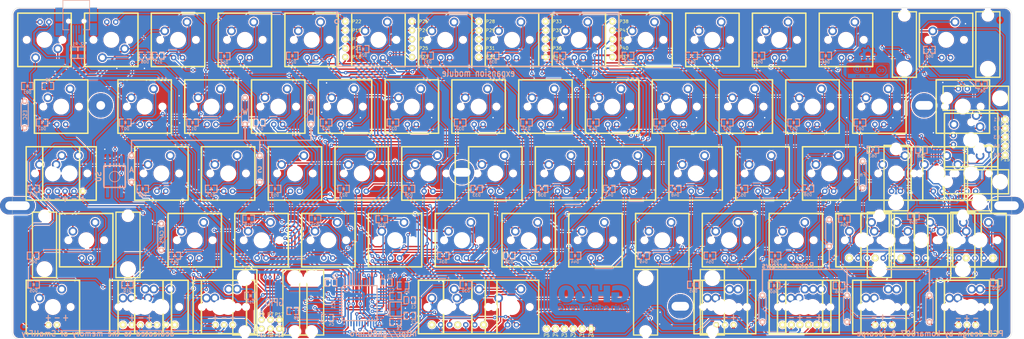
<source format=kicad_pcb>
(kicad_pcb (version 20171130) (host pcbnew "(5.1.12)-1")
  (title_block (title GH60) (date "20 jan 2014") (rev B) (company "geekhack GH60 design team"))
  (layers (0 F.Cu signal) (31 B.Cu signal) (34 B.Paste user hide) (35 F.Paste user hide) (36 B.SilkS user hide) (37 F.SilkS user hide) (38 B.Mask user hide) (39 F.Mask user hide) (44 Edge.Cuts user hide))
  (net 0 "")
  (net 1 /GPIO0)
  (net 2 /GPIO1)
  (net 3 /GPIO2)
  (net 4 /GPIO3)
  (net 5 /Leds/lcol1)
  (net 6 /Leds/lcol10)
  (net 7 /Leds/lcol11)
  (net 8 /Leds/lcol12)
  (net 9 /Leds/lcol13)
  (net 10 /Leds/lcol14)
  (net 11 /Leds/lcol2)
  (net 12 /Leds/lcol3)
  (net 13 /Leds/lcol4)
  (net 14 /Leds/lcol5)
  (net 15 /Leds/lcol6)
  (net 16 /Leds/lcol7)
  (net 17 /Leds/lcol8)
  (net 18 /Leds/lcol9)
  (net 19 /Leds/lrow1)
  (net 20 /Leds/lrow2)
  (net 21 /Leds/lrow3)
  (net 22 /Leds/lrow4)
  (net 23 /Leds/lrow5)
  (net 24 /~RES~)
  (net 25 GND)
  (net 26 VCC)
  (net 27 "Net-(C1-Pad1)")
  (net 28 "Net-(C2-Pad1)")
  (net 29 "Net-(C3-Pad1)")
  (net 30 /col1)
  (net 31 "Net-(D01-Pad2)")
  (net 32 "Net-(D02-Pad2)")
  (net 33 "Net-(D03-Pad2)")
  (net 34 "Net-(D04-Pad2)")
  (net 35 "Net-(D05-Pad2)")
  (net 36 /col2)
  (net 37 "Net-(D06-Pad2)")
  (net 38 "Net-(D07-Pad2)")
  (net 39 "Net-(D08-Pad2)")
  (net 40 "Net-(D10-Pad2)")
  (net 41 /col3)
  (net 42 "Net-(D11-Pad2)")
  (net 43 "Net-(D12-Pad2)")
  (net 44 "Net-(D13-Pad2)")
  (net 45 "Net-(D14-Pad2)")
  (net 46 "Net-(D15-Pad2)")
  (net 47 /col4)
  (net 48 "Net-(D16-Pad2)")
  (net 49 "Net-(D17-Pad2)")
  (net 50 "Net-(D18-Pad2)")
  (net 51 "Net-(D19-Pad2)")
  (net 52 /col5)
  (net 53 "Net-(D21-Pad2)")
  (net 54 "Net-(D22-Pad2)")
  (net 55 "Net-(D23-Pad2)")
  (net 56 "Net-(D24-Pad2)")
  (net 57 /col6)
  (net 58 "Net-(D26-Pad2)")
  (net 59 "Net-(D27-Pad2)")
  (net 60 "Net-(D28-Pad2)")
  (net 61 "Net-(D29-Pad2)")
  (net 62 "Net-(D30-Pad2)")
  (net 63 /col7)
  (net 64 "Net-(D31-Pad2)")
  (net 65 "Net-(D32-Pad2)")
  (net 66 "Net-(D33-Pad2)")
  (net 67 "Net-(D34-Pad2)")
  (net 68 /SCK)
  (net 69 "Net-(D36-Pad2)")
  (net 70 "Net-(D37-Pad2)")
  (net 71 "Net-(D38-Pad2)")
  (net 72 "Net-(D39-Pad2)")
  (net 73 /col9)
  (net 74 "Net-(D41-Pad2)")
  (net 75 "Net-(D42-Pad2)")
  (net 76 "Net-(D43-Pad2)")
  (net 77 "Net-(D44-Pad2)")
  (net 78 /col10)
  (net 79 "Net-(D46-Pad2)")
  (net 80 "Net-(D47-Pad2)")
  (net 81 "Net-(D48-Pad2)")
  (net 82 "Net-(D49-Pad2)")
  (net 83 /col11)
  (net 84 "Net-(D51-Pad2)")
  (net 85 "Net-(D52-Pad2)")
  (net 86 "Net-(D53-Pad2)")
  (net 87 "Net-(D54-Pad2)")
  (net 88 "Net-(D55-Pad2)")
  (net 89 /col12)
  (net 90 "Net-(D56-Pad2)")
  (net 91 "Net-(D57-Pad2)")
  (net 92 "Net-(D58-Pad2)")
  (net 93 "Net-(D59-Pad2)")
  (net 94 "Net-(D60-Pad2)")
  (net 95 /col13)
  (net 96 "Net-(D61-Pad2)")
  (net 97 "Net-(D62-Pad2)")
  (net 98 "Net-(D63-Pad2)")
  (net 99 "Net-(D64-Pad2)")
  (net 100 "Net-(D65-Pad2)")
  (net 101 /MISO)
  (net 102 "Net-(D66-Pad2)")
  (net 103 "Net-(D67-Pad2)")
  (net 104 "Net-(D68-Pad2)")
  (net 105 "Net-(D69-Pad2)")
  (net 106 "Net-(D70-Pad2)")
  (net 107 "Net-(DC1-Pad2)")
  (net 108 "Net-(DF3-Pad2)")
  (net 109 "Net-(DF10-Pad2)")
  (net 110 "Net-(DF20-Pad2)")
  (net 111 "Net-(DF21-Pad2)")
  (net 112 "Net-(DF22-Pad2)")
  (net 113 "Net-(DF23-Pad2)")
  (net 114 "Net-(DW1-Pad2)")
  (net 115 "Net-(DW2-Pad2)")
  (net 116 "Net-(DW3-Pad2)")
  (net 117 "Net-(DW4-Pad2)")
  (net 118 "Net-(IC1-Pad42)")
  (net 119 /row1)
  (net 120 /row2)
  (net 121 /row3)
  (net 122 /row4)
  (net 123 /row5)
  (net 124 "Net-(IC1-Pad8)")
  (net 125 /MOSI)
  (net 126 "Net-(IC1-Pad4)")
  (net 127 "Net-(IC1-Pad3)")
  (net 128 "Net-(IC1-Pad33)")
  (net 129 "Net-(J1-Pad3)")
  (net 130 "Net-(J1-Pad2)")
  (net 131 "Net-(J1-Pad4)")
  (net 132 "Net-(S0-Pad4)")
  (net 133 "Net-(S0-Pad2)")
  (module mx1a:MX1A-led_no3d (layer F.Cu) (at 328.6125 73.82002)
    (fp_text reference DB66 hide)
    (fp_text value LED hide)
    (pad 2 thru_hole circle (at 1.27 5.08) (size 1.6002 1.6002) (drill 0.8128) (layers *.Cu *.Mask) (net 19 /Leds/lrow1))
    (pad 1 thru_hole circle (at -1.27 5.08) (size 1.6002 1.6002) (drill 0.8128) (layers *.Cu *.Mask) (net 10 /Leds/lcol14))
  )
  (module MX1A-wire (layer F.Cu) (at 338.1375 130.96875)
    (fp_text reference MXWIRE hide)
    (fp_text value VAL** hide)
    (pad 1 thru_hole circle (at -3.81 5.08) (size 2 2) (drill 1) (layers *.Cu *.Mask F.SilkS))
    (pad 2 thru_hole circle (at 3.81 5.08) (size 2 2) (drill 1) (layers *.Cu *.Mask F.SilkS))
  )
  (module MX1A-wire (layer F.Cu) (at 311.94375 130.96875)
    (fp_text reference MXWIRE hide)
    (fp_text value VAL** hide)
    (pad 2 thru_hole circle (at 3.81 5.08) (size 2 2) (drill 1) (layers *.Cu *.Mask F.SilkS))
  )
  (module MX1A-wire (layer F.Cu) (at 304.8 130.96875)
    (fp_text reference MXWIRE hide)
    (fp_text value VAL** hide)
    (pad 1 thru_hole circle (at -3.81 5.08) (size 2 2) (drill 1) (layers *.Cu *.Mask F.SilkS))
    (pad 2 thru_hole circle (at 3.58 5.08) (size 2 2) (drill 1.0008) (layers *.Cu *.Mask F.SilkS))
  )
  (module MX1A-wire (layer F.Cu) (at 290.5125 150.01875)
    (fp_text reference MXWIRE hide)
    (fp_text value VAL** hide)
    (pad 2 thru_hole circle (at 3.81 5.08) (size 2 2) (drill 1) (layers *.Cu *.Mask F.SilkS))
  )
  (module MX1A-wire (layer F.Cu) (at 285.75 150.01875)
    (fp_text reference MXWIRE hide)
    (fp_text value VAL** hide)
    (pad 1 thru_hole circle (at -3.81 5.08) (size 2 2) (drill 1) (layers *.Cu *.Mask F.SilkS))
  )
  (module MX1A-wire (layer F.Cu) (at 192.88125 150.01875)
    (fp_text reference MXWIRE hide)
    (fp_text value VAL** hide)
    (pad 2 thru_hole circle (at 3.81 5.08) (size 2 2) (drill 1) (layers *.Cu *.Mask F.SilkS))
  )
  (module MX1A-wire (layer F.Cu) (at 185.7375 150.01875)
    (fp_text reference MXWIRE hide)
    (fp_text value VAL** hide)
    (pad 1 thru_hole circle (at -3.81 5.08) (size 2 2) (drill 1) (layers *.Cu *.Mask F.SilkS))
    (pad 2 thru_hole circle (at 3.58 5.08) (size 2 2) (drill 1) (layers *.Cu *.Mask F.SilkS))
  )
  (module MX1A-wire (layer F.Cu) (at 104.775 150.01875)
    (fp_text reference MXWIRE hide)
    (fp_text value VAL** hide)
    (pad 2 thru_hole circle (at 3.81 5.08) (size 2 2) (drill 1) (layers *.Cu *.Mask F.SilkS))
  )
  (module MX1A-wire (layer F.Cu) (at 97.63125 150.01875)
    (fp_text reference MXWIRE hide)
    (fp_text value VAL** hide)
    (pad 1 thru_hole circle (at -3.81 5.08) (size 2 2) (drill 1) (layers *.Cu *.Mask F.SilkS))
  )
  (module MX1A-led (layer F.Cu) (at 121.44375 150.01875)
    (fp_text reference DB15 hide)
    (fp_text value LED hide)
    (pad 1 thru_hole circle (at -1.27 5.08) (size 1.6002 1.6002) (drill 0.8128) (layers *.Cu *.Mask F.SilkS) (net 12 /Leds/lcol3))
    (pad 2 thru_hole circle (at 1.19 5.08) (size 1.6002 1.6002) (drill 0.8128) (layers *.Cu *.Mask F.SilkS) (net 23 /Leds/lrow5))
  )
  (module MX1A-led (layer F.Cu) (at 97.63125 150.01875)
    (fp_text reference DB10 hide)
    (fp_text value LED hide)
    (pad 1 thru_hole circle (at -1.27 5.08) (size 1.6002 1.6002) (drill 0.8128) (layers *.Cu *.Mask F.SilkS) (net 11 /Leds/lcol2))
    (pad 2 thru_hole circle (at 1.19 5.08) (size 1.6002 1.6002) (drill 0.8128) (layers *.Cu *.Mask F.SilkS) (net 23 /Leds/lrow5))
  )
  (module MX1A-led (layer F.Cu) (at 123.825 150.01875)
    (fp_text reference DB151 hide)
    (fp_text value LED hide)
    (pad 1 thru_hole circle (at 1.27 5.08) (size 1.6002 1.6002) (drill 0.8128) (layers *.Cu *.Mask F.SilkS) (net 12 /Leds/lcol3))
  )
  (module MX1A-led (layer F.Cu) (at 100.0125 150.01875)
    (fp_text reference DB101 hide)
    (fp_text value LED hide)
    (pad 1 thru_hole circle (at 1.27 5.08) (size 1.6002 1.6002) (drill 0.8128) (layers *.Cu *.Mask F.SilkS) (net 11 /Leds/lcol2))
  )
  (module MX1A-led (layer F.Cu) (at 73.81875 150.01875)
    (fp_text reference DB05 hide)
    (fp_text value LED hide)
    (pad 1 thru_hole circle (at -1.27 5.08) (size 1.6002 1.6002) (drill 0.8128) (layers *.Cu *.Mask F.SilkS) (net 5 /Leds/lcol1))
    (pad 2 thru_hole circle (at 1.19 5.08) (size 1.6002 1.6002) (drill 0.8128) (layers *.Cu *.Mask F.SilkS) (net 23 /Leds/lrow5))
  )
  (module MX1A-led (layer F.Cu) (at 264.31875 150.01875)
    (fp_text reference DB55 hide)
    (fp_text value LED hide)
    (pad 1 thru_hole circle (at -1.27 5.08) (size 1.6002 1.6002) (drill 0.8128) (layers *.Cu *.Mask F.SilkS) (net 7 /Leds/lcol11))
    (pad 2 thru_hole circle (at 1.19 5.08) (size 1.6002 1.6002) (drill 0.8128) (layers *.Cu *.Mask F.SilkS) (net 23 /Leds/lrow5))
  )
  (module MX1A-led (layer F.Cu) (at 266.7 150.01875)
    (fp_text reference DB551 hide)
    (fp_text value LED hide)
    (pad 1 thru_hole circle (at 1.27 5.08) (size 1.6002 1.6002) (drill 0.8128) (layers *.Cu *.Mask F.SilkS) (net 7 /Leds/lcol11))
  )
  (module MX1A-led (layer F.Cu) (at 288.13125 150.01875)
    (fp_text reference DF23 hide)
    (fp_text value LED hide)
    (pad 1 thru_hole circle (at -1.22 5.08) (size 2 2) (drill 1) (layers *.Cu *.Mask F.SilkS) (net 26 VCC))
    (pad 2 thru_hole circle (at 1.22 5.08) (size 2 2) (drill 1) (layers *.Cu *.Mask F.SilkS) (net 113 "Net-(DF23-Pad2)"))
  )
  (module MX1A-led (layer F.Cu) (at 285.75 150.01875)
    (fp_text reference DF231 hide)
    (fp_text value LED hide)
    (pad 2 thru_hole circle (at -1.27 5.08) (size 2 2) (drill 1) (layers *.Cu *.Mask F.SilkS) (net 113 "Net-(DF23-Pad2)"))
  )
  (module MX1A-led (layer F.Cu) (at 290.5125 150.01875)
    (fp_text reference DF232 hide)
    (fp_text value LED hide)
    (pad 1 thru_hole circle (at 1.27 5.08) (size 2 2) (drill 1) (layers *.Cu *.Mask F.SilkS) (net 26 VCC))
  )
  (module MX1A-led (layer F.Cu) (at 311.94375 150.01875)
    (fp_text reference DF21 hide)
    (fp_text value LED hide)
    (pad 1 thru_hole circle (at -1.19 5.08) (size 1.6002 1.6002) (drill 0.8128) (layers *.Cu *.Mask F.SilkS) (net 26 VCC))
    (pad 2 thru_hole circle (at 1.27 5.08) (size 1.6002 1.6002) (drill 0.8128) (layers *.Cu *.Mask F.SilkS) (net 111 "Net-(DF21-Pad2)"))
  )
  (module MX1A-led (layer F.Cu) (at 309.5625 150.01875)
    (fp_text reference DF211 hide)
    (fp_text value LED hide)
    (pad 2 thru_hole circle (at -1.27 5.08) (size 1.6002 1.6002) (drill 0.8128) (layers *.Cu *.Mask F.SilkS) (net 111 "Net-(DF21-Pad2)"))
  )
  (module MX1A-led (layer F.Cu) (at 335.75625 150.01875)
    (fp_text reference DF22 hide)
    (fp_text value LED hide)
    (pad 1 thru_hole circle (at -1.19 5.08) (size 1.6002 1.6002) (drill 0.8128) (layers *.Cu *.Mask F.SilkS) (net 26 VCC))
    (pad 2 thru_hole circle (at 1.27 5.08) (size 1.6002 1.6002) (drill 0.8128) (layers *.Cu *.Mask F.SilkS) (net 112 "Net-(DF22-Pad2)"))
  )
  (module MX1A-led (layer F.Cu) (at 333.375 150.01875)
    (fp_text reference DF221 hide)
    (fp_text value LED hide)
    (pad 2 thru_hole circle (at -1.27 5.08) (size 1.6002 1.6002) (drill 0.8128) (layers *.Cu *.Mask F.SilkS) (net 112 "Net-(DF22-Pad2)"))
  )
  (module MX1A-ledlock (layer F.Cu) (at 78.58252 111.92002)
    (fp_text reference DC3 hide)
    (fp_text value LED hide)
    (pad 1 thru_hole circle (at 3.81 5.08) (size 1.6002 1.6002) (drill 0.8128) (layers *.Cu *.Mask F.SilkS) (net 26 VCC))
  )
  (module MX1A-led (layer F.Cu) (at 104.775 150.01875)
    (fp_text reference DB102 hide)
    (fp_text value LED hide)
    (pad 1 thru_hole circle (at -1.27 5.08) (size 1.6002 1.6002) (drill 0.8128) (layers *.Cu *.Mask F.SilkS) (net 11 /Leds/lcol2))
    (pad 2 thru_hole circle (at 1.27 5.08) (size 1.6002 1.6002) (drill 0.8128) (layers *.Cu *.Mask F.SilkS) (net 23 /Leds/lrow5))
  )
  (module pad (layer F.Cu) (at 157.226 71.12)
    (fp_text reference P19 (at 3.274 0) (layer F.SilkS) (effects (font (size 0.9 0.9))))
    (fp_text value CONN_1 hide)
    (pad 1 thru_hole circle (at 0 0) (size 1.8 1.8) (drill 0.9) (layers *.Cu *.Mask F.SilkS) (net 20 /Leds/lrow2))
  )
  (module pad (layer F.Cu) (at 157.226 73.66)
    (fp_text reference P20 (at 3.274 0) (layer F.SilkS) (effects (font (size 0.9 0.9))))
    (fp_text value CONN_1 hide)
    (pad 1 thru_hole circle (at 0 0) (size 1.8 1.8) (drill 0.9) (layers *.Cu *.Mask F.SilkS) (net 21 /Leds/lrow3))
  )
  (module pad (layer F.Cu) (at 157.226 76.2)
    (fp_text reference P21 (at 3.302 0) (layer F.SilkS) (effects (font (size 0.9 0.9))))
    (fp_text value CONN_1 hide)
    (pad 1 thru_hole circle (at 0 0) (size 1.8 1.8) (drill 0.9) (layers *.Cu *.Mask F.SilkS) (net 22 /Leds/lrow4))
  )
  (module pad (layer F.Cu) (at 157.226 68.58)
    (fp_text reference P22 (at 3.274 0.02) (layer F.SilkS) (effects (font (size 0.9 0.9))))
    (fp_text value CONN_1 hide)
    (pad 1 thru_hole circle (at 0 0) (size 1.8 1.8) (drill 0.9) (layers *.Cu *.Mask F.SilkS) (net 23 /Leds/lrow5))
  )
  (module pad (layer F.Cu) (at 176.276 78.74)
    (fp_text reference P23 (at 3.302 0) (layer F.SilkS) (effects (font (size 0.9 0.9))))
    (fp_text value CONN_1 hide)
    (pad 1 thru_hole circle (at 0 0) (size 1.8 1.8) (drill 0.9) (layers *.Cu *.Mask F.SilkS) (net 5 /Leds/lcol1))
  )
  (module pad (layer F.Cu) (at 176.276 76.2)
    (fp_text reference P25 (at 3.302 0) (layer F.SilkS) (effects (font (size 0.9 0.9))))
    (fp_text value CONN_1 hide)
    (pad 1 thru_hole circle (at 0 0) (size 1.8 1.8) (drill 0.9) (layers *.Cu *.Mask F.SilkS) (net 12 /Leds/lcol3))
  )
  (module pad (layer F.Cu) (at 176.276 68.58)
    (fp_text reference P26 (at 3.302 0) (layer F.SilkS) (effects (font (size 0.9 0.9))))
    (fp_text value CONN_1 hide)
    (pad 1 thru_hole circle (at 0 0) (size 1.8 1.8) (drill 0.9) (layers *.Cu *.Mask F.SilkS) (net 13 /Leds/lcol4))
  )
  (module pad (layer F.Cu) (at 157.226 78.74)
    (fp_text reference P18 (at 3.302 0) (layer F.SilkS) (effects (font (size 0.9 0.9))))
    (fp_text value CONN_1 hide)
    (pad 1 thru_hole circle (at 0 0) (size 1.8 1.8) (drill 0.9) (layers *.Cu *.Mask F.SilkS) (net 19 /Leds/lrow1))
  )
  (module pad (layer F.Cu) (at 195.326 71.12)
    (fp_text reference P29 (at 3.302 0) (layer F.SilkS) (effects (font (size 0.9 0.9))))
    (fp_text value CONN_1 hide)
    (pad 1 thru_hole circle (at 0 0) (size 1.8 1.8) (drill 0.9) (layers *.Cu *.Mask F.SilkS) (net 16 /Leds/lcol7))
  )
  (module pad (layer F.Cu) (at 195.326 78.74)
    (fp_text reference P30 (at 3.302 0) (layer F.SilkS) (effects (font (size 0.9 0.9))))
    (fp_text value CONN_1 hide)
    (pad 1 thru_hole circle (at 0 0) (size 1.8 1.8) (drill 0.9) (layers *.Cu *.Mask F.SilkS) (net 17 /Leds/lcol8))
  )
  (module pad (layer F.Cu) (at 195.326 76.2)
    (fp_text reference P31 (at 3.302 0) (layer F.SilkS) (effects (font (size 0.9 0.9))))
    (fp_text value CONN_1 hide)
    (pad 1 thru_hole circle (at 0 0) (size 1.8 1.8) (drill 0.9) (layers *.Cu *.Mask F.SilkS) (net 18 /Leds/lcol9))
  )
  (module pad (layer F.Cu) (at 195.326 73.66)
    (fp_text reference P32 (at 3.302 0) (layer F.SilkS) (effects (font (size 0.9 0.9))))
    (fp_text value CONN_1 hide)
    (pad 1 thru_hole circle (at 0 0) (size 1.8 1.8) (drill 0.9) (layers *.Cu *.Mask F.SilkS) (net 6 /Leds/lcol10))
  )
  (module pad (layer F.Cu) (at 214.376 68.58)
    (fp_text reference P33 (at 3.302 0) (layer F.SilkS) (effects (font (size 0.9 0.9))))
    (fp_text value CONN_1 hide)
    (pad 1 thru_hole circle (at 0 0) (size 1.8 1.8) (drill 0.9) (layers *.Cu *.Mask F.SilkS) (net 7 /Leds/lcol11))
  )
  (module pad (layer F.Cu) (at 214.376 73.66)
    (fp_text reference P34 (at 3.302 0) (layer F.SilkS) (effects (font (size 0.9 0.9))))
    (fp_text value CONN_1 hide)
    (pad 1 thru_hole circle (at 0 0) (size 1.8 1.8) (drill 0.9) (layers *.Cu *.Mask F.SilkS) (net 8 /Leds/lcol12))
  )
  (module pad (layer F.Cu) (at 214.376 71.12)
    (fp_text reference P35 (at 3.302 0) (layer F.SilkS) (effects (font (size 0.9 0.9))))
    (fp_text value CONN_1 hide)
    (pad 1 thru_hole circle (at 0 0) (size 1.8 1.8) (drill 0.9) (layers *.Cu *.Mask F.SilkS) (net 9 /Leds/lcol13))
  )
  (module pad (layer F.Cu) (at 214.376 76.2)
    (fp_text reference P36 (at 3.302 0) (layer F.SilkS) (effects (font (size 0.9 0.9))))
    (fp_text value CONN_1 hide)
    (pad 1 thru_hole circle (at 0 0) (size 1.8 1.8) (drill 0.9) (layers *.Cu *.Mask F.SilkS) (net 10 /Leds/lcol14))
  )
  (module pad (layer F.Cu) (at 195.326 68.58)
    (fp_text reference P28 (at 3.302 0) (layer F.SilkS) (effects (font (size 0.9 0.9))))
    (fp_text value CONN_1 hide)
    (pad 1 thru_hole circle (at 0 0) (size 1.8 1.8) (drill 0.9) (layers *.Cu *.Mask F.SilkS) (net 15 /Leds/lcol6))
  )
  (module pad (layer F.Cu) (at 138.43 153.67)
    (fp_text reference P17 (at 0 -1.524) (layer F.SilkS) (effects (font (size 0.9 0.9))))
    (fp_text value CONN_1 hide)
    (pad 1 thru_hole circle (at 0 0) (size 1.8 1.8) (drill 0.9) (layers *.Cu *.Mask F.SilkS) (net 25 GND))
  )
  (module pad (layer F.Cu) (at 138.43 156.21)
    (fp_text reference P16 (at 0 1.905) (layer F.SilkS) (effects (font (size 0.9 0.9))))
    (fp_text value CONN_1 hide)
    (pad 1 thru_hole circle (at 0 0) (size 1.8 1.8) (drill 0.9) (layers *.Cu *.Mask F.SilkS) (net 26 VCC))
  )
  (module pad (layer F.Cu) (at 345.44 106.68)
    (fp_text reference P15 (at 0 1.27) (layer F.SilkS) (effects (font (size 0.9 0.9))))
    (fp_text value CONN_1 hide)
    (pad 1 thru_hole circle (at 0 0) (size 1.8 1.8) (drill 0.9) (layers *.Cu *.Mask F.SilkS) (net 123 /row5))
  )
  (module pad (layer F.Cu) (at 345.44 104.14)
    (fp_text reference P14 (at 0 1.27) (layer F.SilkS) (effects (font (size 0.9 0.9))))
    (fp_text value CONN_1 hide)
    (pad 1 thru_hole circle (at 0 0) (size 1.8 1.8) (drill 0.9) (layers *.Cu *.Mask F.SilkS) (net 122 /row4))
  )
  (module pad (layer F.Cu) (at 345.44 101.6)
    (fp_text reference P13 (at 0 1.27) (layer F.SilkS) (effects (font (size 0.9 0.9))))
    (fp_text value CONN_1 hide)
    (pad 1 thru_hole circle (at 0 0) (size 1.8 1.8) (drill 0.9) (layers *.Cu *.Mask F.SilkS) (net 121 /row3))
  )
  (module pad (layer F.Cu) (at 345.44 99.06)
    (fp_text reference P12 (at 0 1.27) (layer F.SilkS) (effects (font (size 0.9 0.9))))
    (fp_text value CONN_1 hide)
    (pad 1 thru_hole circle (at 0 0) (size 1.8 1.8) (drill 0.9) (layers *.Cu *.Mask F.SilkS) (net 120 /row2))
  )
  (module pad (layer F.Cu) (at 345.44 96.52)
    (fp_text reference P11 (at 0 1.27) (layer F.SilkS) (effects (font (size 0.9 0.9))))
    (fp_text value CONN_1 hide)
    (pad 1 thru_hole circle (at 0 0) (size 1.8 1.8) (drill 0.9) (layers *.Cu *.Mask F.SilkS) (net 119 /row1))
  )
  (module pad (layer F.Cu) (at 133.35 156.21)
    (fp_text reference P10 (at 0 1.905) (layer F.SilkS) (effects (font (size 0.9 0.9))))
    (fp_text value CONN_1 hide)
    (pad 1 thru_hole circle (at 0 0) (size 1.8 1.8) (drill 0.9) (layers *.Cu *.Mask F.SilkS) (net 4 /GPIO3))
  )
  (module pad (layer F.Cu) (at 133.35 153.67)
    (fp_text reference P9 (at 0 -1.524) (layer F.SilkS) (effects (font (size 0.9 0.9))))
    (fp_text value CONN_1 hide)
    (pad 1 thru_hole circle (at 0 0) (size 1.8 1.8) (drill 0.9) (layers *.Cu *.Mask F.SilkS) (net 3 /GPIO2))
  )
  (module pad (layer F.Cu) (at 135.89 156.21)
    (fp_text reference P8 (at 0 1.905) (layer F.SilkS) (effects (font (size 0.9 0.9))))
    (fp_text value CONN_1 hide)
    (pad 1 thru_hole circle (at 0 0) (size 1.8 1.8) (drill 0.9) (layers *.Cu *.Mask F.SilkS) (net 2 /GPIO1))
  )
  (module pad (layer F.Cu) (at 135.89 153.67)
    (fp_text reference P7 (at 0 -1.524) (layer F.SilkS) (effects (font (size 0.9 0.9))))
    (fp_text value CONN_1 hide)
    (pad 1 thru_hole circle (at 0 0) (size 1.8 1.8) (drill 0.9) (layers *.Cu *.Mask F.SilkS) (net 1 /GPIO0))
  )
  (module pad (layer F.Cu) (at 224.79 156.21)
    (fp_text reference P1 (at 0 1.905) (layer F.SilkS) (effects (font (size 0.9 0.9))))
    (fp_text value CONN_1 hide)
    (pad 1 thru_hole circle (at 0 0) (size 1.8 1.8) (drill 0.9) (layers *.Cu *.Mask F.SilkS) (net 101 /MISO))
  )
  (module pad (layer F.Cu) (at 219.71 156.21)
    (fp_text reference P3 (at 0 1.905) (layer F.SilkS) (effects (font (size 0.9 0.9))))
    (fp_text value CONN_1 hide)
    (pad 1 thru_hole circle (at 0 0) (size 1.8 1.8) (drill 0.9) (layers *.Cu *.Mask F.SilkS) (net 68 /SCK))
  )
  (module pad (layer F.Cu) (at 214.63 156.21)
    (fp_text reference P5 (at 0 1.905) (layer F.SilkS) (effects (font (size 0.9 0.9))))
    (fp_text value CONN_1 hide)
    (pad 1 thru_hole circle (at 0 0) (size 1.8 1.8) (drill 0.9) (layers *.Cu *.Mask F.SilkS) (net 24 /~RES~))
  )
  (module pad (layer F.Cu) (at 222.25 156.21)
    (fp_text reference P2 (at 0 1.905) (layer F.SilkS) (effects (font (size 0.9 0.9))))
    (fp_text value CONN_1 hide)
    (pad 1 thru_hole circle (at 0 0) (size 1.8 1.8) (drill 0.9) (layers *.Cu *.Mask F.SilkS) (net 26 VCC))
  )
  (module pad (layer F.Cu) (at 217.17 156.21)
    (fp_text reference P4 (at 0 1.905) (layer F.SilkS) (effects (font (size 0.9 0.9))))
    (fp_text value CONN_1 hide)
    (pad 1 thru_hole circle (at 0 0) (size 1.8 1.8) (drill 0.9) (layers *.Cu *.Mask F.SilkS) (net 125 /MOSI))
  )
  (module pad (layer F.Cu) (at 227.33 156.21)
    (fp_text reference P6 (at 0 1.905) (layer F.SilkS) (effects (font (size 0.9 0.9))))
    (fp_text value CONN_1 hide)
    (pad 1 thru_hole circle (at 0 0) (size 1.8 1.8) (drill 0.9) (layers *.Cu *.Mask F.SilkS) (net 25 GND))
  )
  (module pad (layer F.Cu) (at 176.276 71.12)
    (fp_text reference P24 (at 3.302 0) (layer F.SilkS) (effects (font (size 0.9 0.9))))
    (fp_text value CONN_1 hide)
    (pad 1 thru_hole circle (at 0 0) (size 1.8 1.8) (drill 0.9) (layers *.Cu *.Mask F.SilkS) (net 11 /Leds/lcol2))
  )
  (module pad (layer F.Cu) (at 176.276 73.66)
    (fp_text reference P27 (at 3.302 0) (layer F.SilkS) (effects (font (size 0.9 0.9))))
    (fp_text value CONN_1 hide)
    (pad 1 thru_hole circle (at 0 0) (size 1.8 1.8) (drill 0.9) (layers *.Cu *.Mask F.SilkS) (net 14 /Leds/lcol5))
  )
  (module pad (layer F.Cu) (at 233.426 78.74)
    (fp_text reference P37 (at 3.302 0) (layer F.SilkS) (effects (font (size 0.9 0.9))))
    (fp_text value CONN_1 hide)
    (pad 1 thru_hole circle (at 0 0) (size 1.8 1.8) (drill 0.9) (layers *.Cu *.Mask F.SilkS) (net 26 VCC))
  )
  (module pad (layer F.Cu) (at 233.426 68.58)
    (fp_text reference P38 (at 3.302 0) (layer F.SilkS) (effects (font (size 0.9 0.9))))
    (fp_text value CONN_1 hide)
    (pad 1 thru_hole circle (at 0 0) (size 1.8 1.8) (drill 0.9) (layers *.Cu *.Mask F.SilkS) (net 1 /GPIO0))
  )
  (module pad (layer F.Cu) (at 233.426 73.66)
    (fp_text reference P39 (at 3.302 0) (layer F.SilkS) (effects (font (size 0.9 0.9))))
    (fp_text value CONN_1 hide)
    (pad 1 thru_hole circle (at 0 0) (size 1.8 1.8) (drill 0.9) (layers *.Cu *.Mask F.SilkS) (net 2 /GPIO1))
  )
  (module pad (layer F.Cu) (at 233.426 76.2)
    (fp_text reference P40 (at 3.302 0) (layer F.SilkS) (effects (font (size 0.9 0.9))))
    (fp_text value CONN_1 hide)
    (pad 1 thru_hole circle (at 0 0) (size 1.8 1.8) (drill 0.9) (layers *.Cu *.Mask F.SilkS) (net 3 /GPIO2))
  )
  (module pad (layer F.Cu) (at 233.426 71.12)
    (fp_text reference P41 (at 3.302 0) (layer F.SilkS) (effects (font (size 0.9 0.9))))
    (fp_text value CONN_1 hide)
    (pad 1 thru_hole circle (at 0 0) (size 1.8 1.8) (drill 0.9) (layers *.Cu *.Mask F.SilkS) (net 4 /GPIO3))
  )
  (module pad (layer F.Cu) (at 214.376 78.74)
    (fp_text reference P42 (at 3.302 0) (layer F.SilkS) (effects (font (size 0.9 0.9))))
    (fp_text value CONN_1 hide)
    (pad 1 thru_hole circle (at 0 0) (size 1.8 1.8) (drill 0.9) (layers *.Cu *.Mask F.SilkS) (net 25 GND))
  )
  (module 0805:0805D (layer B.Cu) (at 237.871 78.359)
    (fp_text reference D46 (at 0 1.775) (layer B.SilkS) (effects (font (size 0.8 0.8)) (justify mirror)))
    (fp_text value 1N4148 hide)
    (pad 1 smd rect (at -0.9525 0) (size 0.889 1.397) (layers B.Cu B.Paste B.Mask) (net 78 /col10))
    (pad 2 smd rect (at 0.9525 0) (size 0.889 1.397) (layers B.Cu B.Paste B.Mask) (net 79 "Net-(D46-Pad2)"))
  )
  (module 0805:0805D (layer B.Cu) (at 227.965 97.409)
    (fp_text reference D42 (at 0 1.775) (layer B.SilkS) (effects (font (size 0.8 0.8)) (justify mirror)))
    (fp_text value 1N4148 hide)
    (pad 1 smd rect (at -0.9525 0) (size 0.889 1.397) (layers B.Cu B.Paste B.Mask) (net 73 /col9))
    (pad 2 smd rect (at 0.9525 0) (size 0.889 1.397) (layers B.Cu B.Paste B.Mask) (net 75 "Net-(D42-Pad2)"))
  )
  (module 0805:0805D (layer B.Cu) (at 232.537 116.332)
    (fp_text reference D43 (at 0 1.775) (layer B.SilkS) (effects (font (size 0.8 0.8)) (justify mirror)))
    (fp_text value 1N4148 hide)
    (pad 1 smd rect (at -0.9525 0) (size 0.889 1.397) (layers B.Cu B.Paste B.Mask) (net 73 /col9))
    (pad 2 smd rect (at 0.9525 0) (size 0.889 1.397) (layers B.Cu B.Paste B.Mask) (net 76 "Net-(D43-Pad2)"))
  )
  (module 0805:0805D (layer B.Cu) (at 151.765 97.409)
    (fp_text reference D22 (at 0 1.775) (layer B.SilkS) (effects (font (size 0.8 0.8)) (justify mirror)))
    (fp_text value 1N4148 hide)
    (pad 1 smd rect (at -0.9525 0) (size 0.889 1.397) (layers B.Cu B.Paste B.Mask) (net 52 /col5))
    (pad 2 smd rect (at 0.9525 0) (size 0.889 1.397) (layers B.Cu B.Paste B.Mask) (net 54 "Net-(D22-Pad2)"))
  )
  (module 0805:0805D (layer B.Cu) (at 213.36 116.332)
    (fp_text reference D38 (at 0 1.775) (layer B.SilkS) (effects (font (size 0.8 0.8)) (justify mirror)))
    (fp_text value 1N4148 hide)
    (pad 1 smd rect (at -0.9525 0) (size 0.889 1.397) (layers B.Cu B.Paste B.Mask) (net 68 /SCK))
    (pad 2 smd rect (at 0.9525 0) (size 0.889 1.397) (layers B.Cu B.Paste B.Mask) (net 71 "Net-(D38-Pad2)"))
  )
  (module 0805:0805D (layer B.Cu) (at 208.915 97.409)
    (fp_text reference D37 (at 0 1.775) (layer B.SilkS) (effects (font (size 0.8 0.8)) (justify mirror)))
    (fp_text value 1N4148 hide)
    (pad 1 smd rect (at -0.9525 0) (size 0.889 1.397) (layers B.Cu B.Paste B.Mask) (net 68 /SCK))
    (pad 2 smd rect (at 0.9525 0) (size 0.889 1.397) (layers B.Cu B.Paste B.Mask) (net 70 "Net-(D37-Pad2)"))
  )
  (module 0805:0805D (layer B.Cu) (at 218.44 78.359)
    (fp_text reference D41 (at 0 1.775) (layer B.SilkS) (effects (font (size 0.8 0.8)) (justify mirror)))
    (fp_text value 1N4148 hide)
    (pad 1 smd rect (at -0.9525 0) (size 0.889 1.397) (layers B.Cu B.Paste B.Mask) (net 73 /col9))
    (pad 2 smd rect (at 0.9525 0) (size 0.889 1.397) (layers B.Cu B.Paste B.Mask) (net 74 "Net-(D41-Pad2)"))
  )
  (module 0805:0805D (layer B.Cu) (at 199.39 78.359)
    (fp_text reference D36 (at 0 1.775) (layer B.SilkS) (effects (font (size 0.8 0.8)) (justify mirror)))
    (fp_text value 1N4148 hide)
    (pad 1 smd rect (at -0.9525 0) (size 0.889 1.397) (layers B.Cu B.Paste B.Mask) (net 68 /SCK))
    (pad 2 smd rect (at 0.9525 0) (size 0.889 1.397) (layers B.Cu B.Paste B.Mask) (net 69 "Net-(D36-Pad2)"))
  )
  (module 0805:0805D (layer B.Cu) (at 189.992 97.409)
    (fp_text reference D32 (at 0 1.775) (layer B.SilkS) (effects (font (size 0.8 0.8)) (justify mirror)))
    (fp_text value 1N4148 hide)
    (pad 1 smd rect (at -0.9525 0) (size 0.889 1.397) (layers B.Cu B.Paste B.Mask) (net 63 /col7))
    (pad 2 smd rect (at 0.9525 0) (size 0.889 1.397) (layers B.Cu B.Paste B.Mask) (net 65 "Net-(D32-Pad2)"))
  )
  (module 0805:0805D (layer B.Cu) (at 194.691 116.332)
    (fp_text reference D33 (at 0 1.775) (layer B.SilkS) (effects (font (size 0.8 0.8)) (justify mirror)))
    (fp_text value 1N4148 hide)
    (pad 1 smd rect (at -0.9525 0) (size 0.889 1.397) (layers B.Cu B.Paste B.Mask) (net 63 /col7))
    (pad 2 smd rect (at 0.9525 0) (size 0.889 1.397) (layers B.Cu B.Paste B.Mask) (net 66 "Net-(D33-Pad2)"))
  )
  (module 0805:0805D (layer B.Cu) (at 156.718 116.332)
    (fp_text reference D23 (at 0 1.775) (layer B.SilkS) (effects (font (size 0.8 0.8)) (justify mirror)))
    (fp_text value 1N4148 hide)
    (pad 1 smd rect (at -0.9525 0) (size 0.889 1.397) (layers B.Cu B.Paste B.Mask) (net 52 /col5))
    (pad 2 smd rect (at 0.9525 0) (size 0.889 1.397) (layers B.Cu B.Paste B.Mask) (net 55 "Net-(D23-Pad2)"))
  )
  (module 0805:0805D (layer B.Cu) (at 66.548 86.995)
    (fp_text reference D01 (at 0 1.775) (layer B.SilkS) (effects (font (size 0.8 0.8)) (justify mirror)))
    (fp_text value 1N4148 hide)
    (pad 1 smd rect (at -0.9525 0) (size 0.889 1.397) (layers B.Cu B.Paste B.Mask) (net 30 /col1))
    (pad 2 smd rect (at 0.9525 0) (size 0.889 1.397) (layers B.Cu B.Paste B.Mask) (net 31 "Net-(D01-Pad2)"))
  )
  (module 0805:0805D (layer B.Cu) (at 180.721 78.359)
    (fp_text reference D31 (at 0 1.775) (layer B.SilkS) (effects (font (size 0.8 0.8)) (justify mirror)))
    (fp_text value 1N4148 hide)
    (pad 1 smd rect (at -0.9525 0) (size 0.889 1.397) (layers B.Cu B.Paste B.Mask) (net 63 /col7))
    (pad 2 smd rect (at 0.9525 0) (size 0.889 1.397) (layers B.Cu B.Paste B.Mask) (net 64 "Net-(D31-Pad2)"))
  )
  (module 0805:0805D (layer B.Cu) (at 142.113 78.359)
    (fp_text reference D21 (at 0 1.775) (layer B.SilkS) (effects (font (size 0.8 0.8)) (justify mirror)))
    (fp_text value 1N4148 hide)
    (pad 1 smd rect (at -0.9525 0) (size 0.889 1.397) (layers B.Cu B.Paste B.Mask) (net 52 /col5))
    (pad 2 smd rect (at 0.9525 0) (size 0.889 1.397) (layers B.Cu B.Paste B.Mask) (net 53 "Net-(D21-Pad2)"))
  )
  (module 0805:0805D (layer B.Cu) (at 129.667 124.841)
    (fp_text reference D19 (at 0 1.775) (layer B.SilkS) (effects (font (size 0.8 0.8)) (justify mirror)))
    (fp_text value 1N4148 hide)
    (pad 1 smd rect (at -0.9525 0) (size 0.889 1.397) (layers B.Cu B.Paste B.Mask) (net 47 /col4))
    (pad 2 smd rect (at 0.9525 0) (size 0.889 1.397) (layers B.Cu B.Paste B.Mask) (net 51 "Net-(D19-Pad2)"))
  )
  (module 0805:0805D (layer B.Cu) (at 137.16 116.332)
    (fp_text reference D18 (at 0 1.775) (layer B.SilkS) (effects (font (size 0.8 0.8)) (justify mirror)))
    (fp_text value 1N4148 hide)
    (pad 1 smd rect (at -0.9525 0) (size 0.889 1.397) (layers B.Cu B.Paste B.Mask) (net 47 /col4))
    (pad 2 smd rect (at 0.9525 0) (size 0.889 1.397) (layers B.Cu B.Paste B.Mask) (net 50 "Net-(D18-Pad2)"))
  )
  (module 0805:0805D (layer B.Cu) (at 132.715 97.409)
    (fp_text reference D17 (at 0 1.775) (layer B.SilkS) (effects (font (size 0.8 0.8)) (justify mirror)))
    (fp_text value 1N4148 hide)
    (pad 1 smd rect (at -0.9525 0) (size 0.889 1.397) (layers B.Cu B.Paste B.Mask) (net 47 /col4))
    (pad 2 smd rect (at 0.9525 0) (size 0.889 1.397) (layers B.Cu B.Paste B.Mask) (net 49 "Net-(D17-Pad2)"))
  )
  (module 0805:0805D (layer B.Cu) (at 122.682 78.486)
    (fp_text reference D16 (at 0 1.775) (layer B.SilkS) (effects (font (size 0.8 0.8)) (justify mirror)))
    (fp_text value 1N4148 hide)
    (pad 1 smd rect (at -0.9525 0) (size 0.889 1.397) (layers B.Cu B.Paste B.Mask) (net 47 /col4))
    (pad 2 smd rect (at 0.9525 0) (size 0.889 1.397) (layers B.Cu B.Paste B.Mask) (net 48 "Net-(D16-Pad2)"))
  )
  (module 0805:0805D (layer B.Cu) (at 167.64 124.968)
    (fp_text reference D29 (at 0 1.775) (layer B.SilkS) (effects (font (size 0.8 0.8)) (justify mirror)))
    (fp_text value 1N4148 hide)
    (pad 1 smd rect (at -0.9525 0) (size 0.889 1.397) (layers B.Cu B.Paste B.Mask) (net 57 /col6))
    (pad 2 smd rect (at 0.9525 0) (size 0.889 1.397) (layers B.Cu B.Paste B.Mask) (net 61 "Net-(D29-Pad2)"))
  )
  (module 0805:0805D (layer B.Cu) (at 175.387 116.332)
    (fp_text reference D28 (at 0 1.775) (layer B.SilkS) (effects (font (size 0.8 0.8)) (justify mirror)))
    (fp_text value 1N4148 hide)
    (pad 1 smd rect (at -0.9525 0) (size 0.889 1.397) (layers B.Cu B.Paste B.Mask) (net 57 /col6))
    (pad 2 smd rect (at 0.9525 0) (size 0.889 1.397) (layers B.Cu B.Paste B.Mask) (net 60 "Net-(D28-Pad2)"))
  )
  (module 0805:0805D (layer B.Cu) (at 170.815 97.409)
    (fp_text reference D27 (at 0 1.775) (layer B.SilkS) (effects (font (size 0.8 0.8)) (justify mirror)))
    (fp_text value 1N4148 hide)
    (pad 1 smd rect (at -0.9525 0) (size 0.889 1.397) (layers B.Cu B.Paste B.Mask) (net 57 /col6))
    (pad 2 smd rect (at 0.9525 0) (size 0.889 1.397) (layers B.Cu B.Paste B.Mask) (net 59 "Net-(D27-Pad2)"))
  )
  (module 0805:0805D (layer B.Cu) (at 162.306 76.454)
    (fp_text reference D26 (at 0 1.775) (layer B.SilkS) (effects (font (size 0.8 0.8)) (justify mirror)))
    (fp_text value 1N4148 hide)
    (pad 1 smd rect (at -0.9525 0) (size 0.889 1.397) (layers B.Cu B.Paste B.Mask) (net 57 /col6))
    (pad 2 smd rect (at 0.9525 0) (size 0.889 1.397) (layers B.Cu B.Paste B.Mask) (net 58 "Net-(D26-Pad2)"))
  )
  (module 0805:0805D (layer B.Cu) (at 108.585 135.382)
    (fp_text reference D14 (at 0 1.775) (layer B.SilkS) (effects (font (size 0.8 0.8)) (justify mirror)))
    (fp_text value 1N4148 hide)
    (pad 1 smd rect (at -0.9525 0) (size 0.889 1.397) (layers B.Cu B.Paste B.Mask) (net 41 /col3))
    (pad 2 smd rect (at 0.9525 0) (size 0.889 1.397) (layers B.Cu B.Paste B.Mask) (net 45 "Net-(D14-Pad2)"))
  )
  (module 0805:0805D (layer B.Cu) (at 118.999 116.332)
    (fp_text reference D13 (at 0 1.775) (layer B.SilkS) (effects (font (size 0.8 0.8)) (justify mirror)))
    (fp_text value 1N4148 hide)
    (pad 1 smd rect (at -0.9525 0) (size 0.889 1.397) (layers B.Cu B.Paste B.Mask) (net 41 /col3))
    (pad 2 smd rect (at 0.9525 0) (size 0.889 1.397) (layers B.Cu B.Paste B.Mask) (net 44 "Net-(D13-Pad2)"))
  )
  (module 0805:0805D (layer B.Cu) (at 113.665 97.409)
    (fp_text reference D12 (at 0 1.775) (layer B.SilkS) (effects (font (size 0.8 0.8)) (justify mirror)))
    (fp_text value 1N4148 hide)
    (pad 1 smd rect (at -0.9525 0) (size 0.889 1.397) (layers B.Cu B.Paste B.Mask) (net 41 /col3))
    (pad 2 smd rect (at 0.9525 0) (size 0.889 1.397) (layers B.Cu B.Paste B.Mask) (net 43 "Net-(D12-Pad2)"))
  )
  (module 0805:0805D (layer B.Cu) (at 99.441 116.332)
    (fp_text reference D08 (at 0 1.775) (layer B.SilkS) (effects (font (size 0.8 0.8)) (justify mirror)))
    (fp_text value 1N4148 hide)
    (pad 1 smd rect (at -0.9525 0) (size 0.889 1.397) (layers B.Cu B.Paste B.Mask) (net 36 /col2))
    (pad 2 smd rect (at 0.9525 0) (size 0.889 1.397) (layers B.Cu B.Paste B.Mask) (net 39 "Net-(D08-Pad2)"))
  )
  (module 0805:0805D (layer B.Cu) (at 94.488 97.409)
    (fp_text reference D07 (at 0 1.775) (layer B.SilkS) (effects (font (size 0.8 0.8)) (justify mirror)))
    (fp_text value 1N4148 hide)
    (pad 1 smd rect (at -0.9525 0) (size 0.889 1.397) (layers B.Cu B.Paste B.Mask) (net 36 /col2))
    (pad 2 smd rect (at 0.9525 0) (size 0.889 1.397) (layers B.Cu B.Paste B.Mask) (net 38 "Net-(D07-Pad2)"))
  )
  (module 0805:0805D (layer B.Cu) (at 68.199 135.382)
    (fp_text reference D04 (at 0 1.775) (layer B.SilkS) (effects (font (size 0.8 0.8)) (justify mirror)))
    (fp_text value 1N4148 hide)
    (pad 1 smd rect (at -0.9525 0) (size 0.889 1.397) (layers B.Cu B.Paste B.Mask) (net 30 /col1))
    (pad 2 smd rect (at 0.9525 0) (size 0.889 1.397) (layers B.Cu B.Paste B.Mask) (net 34 "Net-(D04-Pad2)"))
  )
  (module 0805:0805D (layer B.Cu) (at 70.739 97.409)
    (fp_text reference D02 (at 0 1.775) (layer B.SilkS) (effects (font (size 0.8 0.8)) (justify mirror)))
    (fp_text value 1N4148 hide)
    (pad 1 smd rect (at -0.9525 0) (size 0.889 1.397) (layers B.Cu B.Paste B.Mask) (net 30 /col1))
    (pad 2 smd rect (at 0.9525 0) (size 0.889 1.397) (layers B.Cu B.Paste B.Mask) (net 32 "Net-(D02-Pad2)"))
  )
  (module 0805:0805D (layer B.Cu) (at 103.886 78.359)
    (fp_text reference D11 (at 0 1.775) (layer B.SilkS) (effects (font (size 0.8 0.8)) (justify mirror)))
    (fp_text value 1N4148 hide)
    (pad 1 smd rect (at -0.9525 0) (size 0.889 1.397) (layers B.Cu B.Paste B.Mask) (net 41 /col3))
    (pad 2 smd rect (at 0.9525 0) (size 0.889 1.397) (layers B.Cu B.Paste B.Mask) (net 42 "Net-(D11-Pad2)"))
  )
  (module 0805:0805D (layer B.Cu) (at 100.076 78.359)
    (fp_text reference D06 (at 0 1.775) (layer B.SilkS) (effects (font (size 0.8 0.8)) (justify mirror)))
    (fp_text value 1N4148 hide)
    (pad 1 smd rect (at -0.9525 0) (size 0.889 1.397) (layers B.Cu B.Paste B.Mask) (net 36 /col2))
    (pad 2 smd rect (at 0.9525 0) (size 0.889 1.397) (layers B.Cu B.Paste B.Mask) (net 37 "Net-(D06-Pad2)"))
  )
  (module 0805:0805D (layer B.Cu) (at 68.326 116.332)
    (fp_text reference D03 (at 0 1.775) (layer B.SilkS) (effects (font (size 0.8 0.8)) (justify mirror)))
    (fp_text value 1N4148 hide)
    (pad 1 smd rect (at -0.9525 0) (size 0.889 1.397) (layers B.Cu B.Paste B.Mask) (net 30 /col1))
    (pad 2 smd rect (at 0.9525 0) (size 0.889 1.397) (layers B.Cu B.Paste B.Mask) (net 33 "Net-(D03-Pad2)"))
  )
  (module 0805:0805D (layer B.Cu) (at 191.643 143.637)
    (fp_text reference D30 (at 0 1.775) (layer B.SilkS) (effects (font (size 0.8 0.8)) (justify mirror)))
    (fp_text value 1N4148 hide)
    (pad 1 smd rect (at -0.9525 0) (size 0.889 1.397) (layers B.Cu B.Paste B.Mask) (net 57 /col6))
    (pad 2 smd rect (at 0.9525 0) (size 0.889 1.397) (layers B.Cu B.Paste B.Mask) (net 62 "Net-(D30-Pad2)"))
  )
  (module 0805:0805D (layer B.Cu) (at 130.175 146.812)
    (fp_text reference D15 (at 0 1.775) (layer B.SilkS) (effects (font (size 0.8 0.8)) (justify mirror)))
    (fp_text value 1N4148 hide)
    (pad 1 smd rect (at -0.9525 0) (size 0.889 1.397) (layers B.Cu B.Paste B.Mask) (net 41 /col3))
    (pad 2 smd rect (at 0.9525 0) (size 0.889 1.397) (layers B.Cu B.Paste B.Mask) (net 46 "Net-(D15-Pad2)"))
  )
  (module 0805:0805D (layer B.Cu) (at 95.123 143.637)
    (fp_text reference D10 (at 0 1.775) (layer B.SilkS) (effects (font (size 0.8 0.8)) (justify mirror)))
    (fp_text value 1N4148 hide)
    (pad 1 smd rect (at -0.9525 0) (size 0.889 1.397) (layers B.Cu B.Paste B.Mask) (net 36 /col2))
    (pad 2 smd rect (at 0.9525 0) (size 0.889 1.397) (layers B.Cu B.Paste B.Mask) (net 40 "Net-(D10-Pad2)"))
  )
  (module 0805:0805D (layer B.Cu) (at 68.326 143.637)
    (fp_text reference D05 (at 0 1.775) (layer B.SilkS) (effects (font (size 0.8 0.8)) (justify mirror)))
    (fp_text value 1N4148 hide)
    (pad 1 smd rect (at -0.9525 0) (size 0.889 1.397) (layers B.Cu B.Paste B.Mask) (net 30 /col1))
    (pad 2 smd rect (at 0.9525 0) (size 0.889 1.397) (layers B.Cu B.Paste B.Mask) (net 35 "Net-(D05-Pad2)"))
  )
  (module 0805:0805D (layer B.Cu) (at 203.962 135.382)
    (fp_text reference D39 (at 0 1.775) (layer B.SilkS) (effects (font (size 0.8 0.8)) (justify mirror)))
    (fp_text value 1N4148 hide)
    (pad 1 smd rect (at -0.9525 0) (size 0.889 1.397) (layers B.Cu B.Paste B.Mask) (net 68 /SCK))
    (pad 2 smd rect (at 0.9525 0) (size 0.889 1.397) (layers B.Cu B.Paste B.Mask) (net 72 "Net-(D39-Pad2)"))
  )
  (module 0805:0805D (layer B.Cu) (at 185.166 135.382)
    (fp_text reference D34 (at 0 1.775) (layer B.SilkS) (effects (font (size 0.8 0.8)) (justify mirror)))
    (fp_text value 1N4148 hide)
    (pad 1 smd rect (at -0.9525 0) (size 0.889 1.397) (layers B.Cu B.Paste B.Mask) (net 63 /col7))
    (pad 2 smd rect (at 0.9525 0) (size 0.889 1.397) (layers B.Cu B.Paste B.Mask) (net 67 "Net-(D34-Pad2)"))
  )
  (module 0805:0805D (layer B.Cu) (at 148.59 124.841)
    (fp_text reference D24 (at 0 1.775) (layer B.SilkS) (effects (font (size 0.8 0.8)) (justify mirror)))
    (fp_text value 1N4148 hide)
    (pad 1 smd rect (at -0.9525 0) (size 0.889 1.397) (layers B.Cu B.Paste B.Mask) (net 52 /col5))
    (pad 2 smd rect (at 0.9525 0) (size 0.889 1.397) (layers B.Cu B.Paste B.Mask) (net 56 "Net-(D24-Pad2)"))
  )
  (module 0805:0805D (layer B.Cu) (at 275.209 78.359)
    (fp_text reference D56 (at 0 1.775) (layer B.SilkS) (effects (font (size 0.8 0.8)) (justify mirror)))
    (fp_text value 1N4148 hide)
    (pad 1 smd rect (at -0.9525 0) (size 0.889 1.397) (layers B.Cu B.Paste B.Mask) (net 89 /col12))
    (pad 2 smd rect (at 0.9525 0) (size 0.889 1.397) (layers B.Cu B.Paste B.Mask) (net 90 "Net-(D56-Pad2)"))
  )
  (module 0805:0805D (layer B.Cu) (at 294.259 78.359)
    (fp_text reference D61 (at 0 1.775) (layer B.SilkS) (effects (font (size 0.8 0.8)) (justify mirror)))
    (fp_text value 1N4148 hide)
    (pad 1 smd rect (at -0.9525 0) (size 0.889 1.397) (layers B.Cu B.Paste B.Mask) (net 95 /col13))
    (pad 2 smd rect (at 0.9525 0) (size 0.889 1.397) (layers B.Cu B.Paste B.Mask) (net 96 "Net-(D61-Pad2)"))
  )
  (module 0805:0805D (layer B.Cu) (at 323.85 76.708)
    (fp_text reference D66 (at 0 1.775) (layer B.SilkS) (effects (font (size 0.8 0.8)) (justify mirror)))
    (fp_text value 1N4148 hide)
    (pad 1 smd rect (at -0.9525 0) (size 0.889 1.397) (layers B.Cu B.Paste B.Mask) (net 101 /MISO))
    (pad 2 smd rect (at 0.9525 0) (size 0.889 1.397) (layers B.Cu B.Paste B.Mask) (net 102 "Net-(D66-Pad2)"))
  )
  (module 0805:0805D (layer B.Cu) (at 285.115 97.409)
    (fp_text reference D57 (at 0 1.775) (layer B.SilkS) (effects (font (size 0.8 0.8)) (justify mirror)))
    (fp_text value 1N4148 hide)
    (pad 1 smd rect (at -0.9525 0) (size 0.889 1.397) (layers B.Cu B.Paste B.Mask) (net 89 /col12))
    (pad 2 smd rect (at 0.9525 0) (size 0.889 1.397) (layers B.Cu B.Paste B.Mask) (net 91 "Net-(D57-Pad2)"))
  )
  (module 0805:0805D (layer B.Cu) (at 304.038 97.409)
    (fp_text reference D62 (at 0 1.775) (layer B.SilkS) (effects (font (size 0.8 0.8)) (justify mirror)))
    (fp_text value 1N4148 hide)
    (pad 1 smd rect (at -0.9525 0) (size 0.889 1.397) (layers B.Cu B.Paste B.Mask) (net 95 /col13))
    (pad 2 smd rect (at 0.9525 0) (size 0.889 1.397) (layers B.Cu B.Paste B.Mask) (net 97 "Net-(D62-Pad2)"))
  )
  (module 0805:0805D (layer B.Cu) (at 338.709 86.614)
    (fp_text reference D67 (at 0 1.775) (layer B.SilkS) (effects (font (size 0.8 0.8)) (justify mirror)))
    (fp_text value 1N4148 hide)
    (pad 1 smd rect (at -0.9525 0) (size 0.889 1.397) (layers B.Cu B.Paste B.Mask) (net 101 /MISO))
    (pad 2 smd rect (at 0.9525 0) (size 0.889 1.397) (layers B.Cu B.Paste B.Mask) (net 103 "Net-(D67-Pad2)"))
  )
  (module 0805:0805D (layer B.Cu) (at 270.383 116.332)
    (fp_text reference D53 (at 0 1.775) (layer B.SilkS) (effects (font (size 0.8 0.8)) (justify mirror)))
    (fp_text value 1N4148 hide)
    (pad 1 smd rect (at -0.9525 0) (size 0.889 1.397) (layers B.Cu B.Paste B.Mask) (net 83 /col11))
    (pad 2 smd rect (at 0.9525 0) (size 0.889 1.397) (layers B.Cu B.Paste B.Mask) (net 86 "Net-(D53-Pad2)"))
  )
  (module 0805:0805D (layer B.Cu) (at 289.179 116.205)
    (fp_text reference D58 (at 0 1.775) (layer B.SilkS) (effects (font (size 0.8 0.8)) (justify mirror)))
    (fp_text value 1N4148 hide)
    (pad 1 smd rect (at -0.9525 0) (size 0.889 1.397) (layers B.Cu B.Paste B.Mask) (net 89 /col12))
    (pad 2 smd rect (at 0.9525 0) (size 0.889 1.397) (layers B.Cu B.Paste B.Mask) (net 92 "Net-(D58-Pad2)"))
  )
  (module 0805:0805D (layer B.Cu) (at 307.721 105.156)
    (fp_text reference D63 (at 0 1.775) (layer B.SilkS) (effects (font (size 0.8 0.8)) (justify mirror)))
    (fp_text value 1N4148 hide)
    (pad 1 smd rect (at -0.9525 0) (size 0.889 1.397) (layers B.Cu B.Paste B.Mask) (net 95 /col13))
    (pad 2 smd rect (at 0.9525 0) (size 0.889 1.397) (layers B.Cu B.Paste B.Mask) (net 98 "Net-(D63-Pad2)"))
  )
  (module 0805:0805D (layer B.Cu) (at 321.564 105.156)
    (fp_text reference D68 (at 0 1.775) (layer B.SilkS) (effects (font (size 0.8 0.8)) (justify mirror)))
    (fp_text value 1N4148 hide)
    (pad 1 smd rect (at -0.9525 0) (size 0.889 1.397) (layers B.Cu B.Paste B.Mask) (net 101 /MISO))
    (pad 2 smd rect (at 0.9525 0) (size 0.889 1.397) (layers B.Cu B.Paste B.Mask) (net 104 "Net-(D68-Pad2)"))
  )
  (module 0805:0805D (layer B.Cu) (at 256.50444 143.69034)
    (fp_text reference D55 (at 0 1.775) (layer B.SilkS) (effects (font (size 0.8 0.8)) (justify mirror)))
    (fp_text value 1N4148 hide)
    (pad 1 smd rect (at -0.9525 0) (size 0.889 1.397) (layers B.Cu B.Paste B.Mask) (net 83 /col11))
    (pad 2 smd rect (at 0.9525 0) (size 0.889 1.397) (layers B.Cu B.Paste B.Mask) (net 88 "Net-(D55-Pad2)"))
  )
  (module 0805:0805D (layer B.Cu) (at 279.527 143.891)
    (fp_text reference D60 (at 0 1.775) (layer B.SilkS) (effects (font (size 0.8 0.8)) (justify mirror)))
    (fp_text value 1N4148 hide)
    (pad 1 smd rect (at -0.9525 0) (size 0.889 1.397) (layers B.Cu B.Paste B.Mask) (net 89 /col12))
    (pad 2 smd rect (at 0.9525 0) (size 0.889 1.397) (layers B.Cu B.Paste B.Mask) (net 94 "Net-(D60-Pad2)"))
  )
  (module 0805:0805D (layer B.Cu) (at 298.069 143.891)
    (fp_text reference D65 (at 0 1.775) (layer B.SilkS) (effects (font (size 0.8 0.8)) (justify mirror)))
    (fp_text value 1N4148 hide)
    (pad 1 smd rect (at -0.9525 0) (size 0.889 1.397) (layers B.Cu B.Paste B.Mask) (net 95 /col13))
    (pad 2 smd rect (at 0.9525 0) (size 0.889 1.397) (layers B.Cu B.Paste B.Mask) (net 100 "Net-(D65-Pad2)"))
  )
  (module 0805:0805D (layer B.Cu) (at 342.9 143.002)
    (fp_text reference D70 (at 0 1.775) (layer B.SilkS) (effects (font (size 0.8 0.8)) (justify mirror)))
    (fp_text value 1N4148 hide)
    (pad 1 smd rect (at -0.9525 0) (size 0.889 1.397) (layers B.Cu B.Paste B.Mask) (net 101 /MISO))
    (pad 2 smd rect (at 0.9525 0) (size 0.889 1.397) (layers B.Cu B.Paste B.Mask) (net 106 "Net-(D70-Pad2)"))
  )
  (module 0805:0805D (layer B.Cu) (at 319.278 124.079)
    (fp_text reference D69 (at 0 1.775) (layer B.SilkS) (effects (font (size 0.8 0.8)) (justify mirror)))
    (fp_text value 1N4148 hide)
    (pad 1 smd rect (at -0.9525 0) (size 0.889 1.397) (layers B.Cu B.Paste B.Mask) (net 101 /MISO))
    (pad 2 smd rect (at 0.9525 0) (size 0.889 1.397) (layers B.Cu B.Paste B.Mask) (net 105 "Net-(D69-Pad2)"))
  )
  (module 0805:0805D (layer B.Cu) (at 299.593 124.841)
    (fp_text reference D64 (at 0 1.775) (layer B.SilkS) (effects (font (size 0.8 0.8)) (justify mirror)))
    (fp_text value 1N4148 hide)
    (pad 1 smd rect (at -0.9525 0) (size 0.889 1.397) (layers B.Cu B.Paste B.Mask) (net 95 /col13))
    (pad 2 smd rect (at 0.9525 0) (size 0.889 1.397) (layers B.Cu B.Paste B.Mask) (net 99 "Net-(D64-Pad2)"))
  )
  (module 0805:0805D (layer B.Cu) (at 279.781 135.382)
    (fp_text reference D59 (at 0 1.775) (layer B.SilkS) (effects (font (size 0.8 0.8)) (justify mirror)))
    (fp_text value 1N4148 hide)
    (pad 1 smd rect (at -0.9525 0) (size 0.889 1.397) (layers B.Cu B.Paste B.Mask) (net 89 /col12))
    (pad 2 smd rect (at 0.9525 0) (size 0.889 1.397) (layers B.Cu B.Paste B.Mask) (net 93 "Net-(D59-Pad2)"))
  )
  (module 0805:0805D (layer B.Cu) (at 261.239 135.382)
    (fp_text reference D54 (at 0 1.775) (layer B.SilkS) (effects (font (size 0.8 0.8)) (justify mirror)))
    (fp_text value 1N4148 hide)
    (pad 1 smd rect (at -0.9525 0) (size 0.889 1.397) (layers B.Cu B.Paste B.Mask) (net 83 /col11))
    (pad 2 smd rect (at 0.9525 0) (size 0.889 1.397) (layers B.Cu B.Paste B.Mask) (net 87 "Net-(D54-Pad2)"))
  )
  (module 0805:0805D (layer B.Cu) (at 242.316 135.382)
    (fp_text reference D49 (at 0 1.775) (layer B.SilkS) (effects (font (size 0.8 0.8)) (justify mirror)))
    (fp_text value 1N4148 hide)
    (pad 1 smd rect (at -0.9525 0) (size 0.889 1.397) (layers B.Cu B.Paste B.Mask) (net 78 /col10))
    (pad 2 smd rect (at 0.9525 0) (size 0.889 1.397) (layers B.Cu B.Paste B.Mask) (net 82 "Net-(D49-Pad2)"))
  )
  (module 0805:0805D (layer B.Cu) (at 222.758 135.382)
    (fp_text reference D44 (at 0 1.775) (layer B.SilkS) (effects (font (size 0.8 0.8)) (justify mirror)))
    (fp_text value 1N4148 hide)
    (pad 1 smd rect (at -0.9525 0) (size 0.889 1.397) (layers B.Cu B.Paste B.Mask) (net 73 /col9))
    (pad 2 smd rect (at 0.9525 0) (size 0.889 1.397) (layers B.Cu B.Paste B.Mask) (net 77 "Net-(D44-Pad2)"))
  )
  (module 0805:0805D (layer B.Cu) (at 266.192 97.409)
    (fp_text reference D52 (at 0 1.775) (layer B.SilkS) (effects (font (size 0.8 0.8)) (justify mirror)))
    (fp_text value 1N4148 hide)
    (pad 1 smd rect (at -0.9525 0) (size 0.889 1.397) (layers B.Cu B.Paste B.Mask) (net 83 /col11))
    (pad 2 smd rect (at 0.9525 0) (size 0.889 1.397) (layers B.Cu B.Paste B.Mask) (net 85 "Net-(D52-Pad2)"))
  )
  (module 0805:0805D (layer B.Cu) (at 256.032 78.359)
    (fp_text reference D51 (at 0 1.775) (layer B.SilkS) (effects (font (size 0.8 0.8)) (justify mirror)))
    (fp_text value 1N4148 hide)
    (pad 1 smd rect (at -0.9525 0) (size 0.889 1.397) (layers B.Cu B.Paste B.Mask) (net 83 /col11))
    (pad 2 smd rect (at 0.9525 0) (size 0.889 1.397) (layers B.Cu B.Paste B.Mask) (net 84 "Net-(D51-Pad2)"))
  )
  (module 0805:0805D (layer B.Cu) (at 246.888 97.409)
    (fp_text reference D47 (at 0 1.775) (layer B.SilkS) (effects (font (size 0.8 0.8)) (justify mirror)))
    (fp_text value 1N4148 hide)
    (pad 1 smd rect (at -0.9525 0) (size 0.889 1.397) (layers B.Cu B.Paste B.Mask) (net 78 /col10))
    (pad 2 smd rect (at 0.9525 0) (size 0.889 1.397) (layers B.Cu B.Paste B.Mask) (net 80 "Net-(D47-Pad2)"))
  )
  (module 0805:0805D (layer B.Cu) (at 251.333 116.332)
    (fp_text reference D48 (at 0 1.775) (layer B.SilkS) (effects (font (size 0.8 0.8)) (justify mirror)))
    (fp_text value 1N4148 hide)
    (pad 1 smd rect (at -0.9525 0) (size 0.889 1.397) (layers B.Cu B.Paste B.Mask) (net 78 /col10))
    (pad 2 smd rect (at 0.9525 0) (size 0.889 1.397) (layers B.Cu B.Paste B.Mask) (net 81 "Net-(D48-Pad2)"))
  )
  (module 0805:0805C (layer B.Cu) (at 168.91 143.002)
    (fp_text reference C3 (at 1.09 -1.802 180) (layer B.SilkS) (effects (font (size 0.8 0.8)) (justify mirror)))
    (fp_text value 1u hide)
    (pad 1 smd rect (at -0.9525 0) (size 0.889 1.397) (layers B.Cu B.Paste B.Mask) (net 29 "Net-(C3-Pad1)"))
    (pad 2 smd rect (at 0.9525 0) (size 0.889 1.397) (layers B.Cu B.Paste B.Mask) (net 25 GND))
  )
  (module 0805:0805C (layer B.Cu) (at 171.577 146.939 180)
    (fp_text reference C7 (at 1.143 1.778) (layer B.SilkS) (effects (font (size 0.8 0.8)) (justify mirror)))
    (fp_text value 100n hide)
    (pad 1 smd rect (at -0.9525 0 180) (size 0.889 1.397) (layers B.Cu B.Paste B.Mask) (net 26 VCC))
    (pad 2 smd rect (at 0.9525 0 180) (size 0.889 1.397) (layers B.Cu B.Paste B.Mask) (net 25 GND))
  )
  (module 0805:0805C (layer B.Cu) (at 171.577 154.305 180)
    (fp_text reference C6 (at -1.123 -1.895) (layer B.SilkS) (effects (font (size 0.8 0.8)) (justify mirror)))
    (fp_text value 100n hide)
    (pad 1 smd rect (at -0.9525 0 180) (size 0.889 1.397) (layers B.Cu B.Paste B.Mask) (net 26 VCC))
    (pad 2 smd rect (at 0.9525 0 180) (size 0.889 1.397) (layers B.Cu B.Paste B.Mask) (net 25 GND))
  )
  (module 0805:0805C (layer B.Cu) (at 153.162 143.0655 180)
    (fp_text reference C5 (at -1.138 1.8655) (layer B.SilkS) (effects (font (size 0.8 0.8)) (justify mirror)))
    (fp_text value 100n hide)
    (pad 1 smd rect (at -0.9525 0 180) (size 0.889 1.397) (layers B.Cu B.Paste B.Mask) (net 26 VCC))
    (pad 2 smd rect (at 0.9525 0 180) (size 0.889 1.397) (layers B.Cu B.Paste B.Mask) (net 25 GND))
  )
  (module 0805:0805C (layer B.Cu) (at 152.146 153.162 180)
    (fp_text reference C4 (at -1.154 -1.838) (layer B.SilkS) (effects (font (size 0.8 0.8)) (justify mirror)))
    (fp_text value 100n hide)
    (pad 1 smd rect (at -0.9525 0 180) (size 0.889 1.397) (layers B.Cu B.Paste B.Mask) (net 26 VCC))
    (pad 2 smd rect (at 0.9525 0 180) (size 0.889 1.397) (layers B.Cu B.Paste B.Mask) (net 25 GND))
  )
  (module 0805:0805C (layer B.Cu) (at 175.641 152.527)
    (fp_text reference C2 (at 1.159 1.873 180) (layer B.SilkS) (effects (font (size 0.8 0.8)) (justify mirror)))
    (fp_text value 22p hide)
    (pad 1 smd rect (at -0.9525 0) (size 0.889 1.397) (layers B.Cu B.Paste B.Mask) (net 28 "Net-(C2-Pad1)"))
    (pad 2 smd rect (at 0.9525 0) (size 0.889 1.397) (layers B.Cu B.Paste B.Mask) (net 25 GND))
  )
  (module 0805:0805C (layer B.Cu) (at 175.641 148.082)
    (fp_text reference C1 (at 1.059 1.918 180) (layer B.SilkS) (effects (font (size 0.8 0.8)) (justify mirror)))
    (fp_text value 22p hide)
    (pad 1 smd rect (at -0.9525 0) (size 0.889 1.397) (layers B.Cu B.Paste B.Mask) (net 27 "Net-(C1-Pad1)"))
    (pad 2 smd rect (at 0.9525 0) (size 0.889 1.397) (layers B.Cu B.Paste B.Mask) (net 25 GND))
  )
  (module 0805:0805C (layer B.Cu) (at 72.39 86.995 180)
    (fp_text reference C8 (at -0.15 1.778) (layer B.SilkS) (effects (font (size 0.8 0.8)) (justify mirror)))
    (fp_text value 1u hide)
    (pad 1 smd rect (at -0.9525 0 180) (size 0.889 1.397) (layers B.Cu B.Paste B.Mask) (net 26 VCC))
    (pad 2 smd rect (at 0.9525 0 180) (size 0.889 1.397) (layers B.Cu B.Paste B.Mask) (net 25 GND))
  )
  (module 0805:0805R (layer B.Cu) (at 142.24 151.13 180)
    (fp_text reference R3 (at -1.06 -1.97) (layer B.SilkS) (effects (font (size 0.8 0.8)) (justify mirror)))
    (fp_text value 10k hide)
    (pad 1 smd rect (at -0.9525 0 180) (size 0.889 1.397) (layers B.Cu B.Paste B.Mask) (net 128 "Net-(IC1-Pad33)"))
    (pad 2 smd rect (at 0.9525 0 180) (size 0.889 1.397) (layers B.Cu B.Paste B.Mask) (net 25 GND))
  )
  (module 0805:0805R (layer B.Cu) (at 173.736 143.891 180)
    (fp_text reference R5 (at -1.064 -1.909) (layer B.SilkS) (effects (font (size 0.8 0.8)) (justify mirror)))
    (fp_text value 10k hide)
    (pad 1 smd rect (at -0.9525 0 180) (size 0.889 1.397) (layers B.Cu B.Paste B.Mask) (net 26 VCC))
    (pad 2 smd rect (at 0.9525 0 180) (size 0.889 1.397) (layers B.Cu B.Paste B.Mask) (net 24 /~RES~))
  )
  (module 0805:0805R (layer B.Cu) (at 82.042 77.47 90)
    (fp_text reference R2 (at 2.47 0.458) (layer B.SilkS) (effects (font (size 0.8 0.8)) (justify mirror)))
    (fp_text value 22 hide)
    (pad 1 smd rect (at -0.9525 0 90) (size 0.889 1.397) (layers B.Cu B.Paste B.Mask) (net 126 "Net-(IC1-Pad4)"))
    (pad 2 smd rect (at 0.9525 0 90) (size 0.889 1.397) (layers B.Cu B.Paste B.Mask) (net 129 "Net-(J1-Pad3)"))
  )
  (module 0805:0805R (layer B.Cu) (at 79.883 77.47 90)
    (fp_text reference R1 (at 2.47 0.317) (layer B.SilkS) (effects (font (size 0.8 0.8)) (justify mirror)))
    (fp_text value 22 hide)
    (pad 1 smd rect (at -0.9525 0 90) (size 0.889 1.397) (layers B.Cu B.Paste B.Mask) (net 127 "Net-(IC1-Pad3)"))
    (pad 2 smd rect (at 0.9525 0 90) (size 0.889 1.397) (layers B.Cu B.Paste B.Mask) (net 130 "Net-(J1-Pad2)"))
  )
  (module ndk:4-SMD (layer B.Cu) (at 171.577 150.622 270)
    (fp_text reference X1 (at 1.278 2.577 90) (layer B.SilkS) (effects (font (thickness 0.1588)) (justify mirror)))
    (fp_text value ASX3F hide)
    (pad 4 smd rect (at -1.09982 0.8001 270) (size 1.39954 1.15062) (layers B.Cu B.Paste B.Mask) (net 25 GND))
    (pad 3 smd rect (at 1.09982 0.8001 270) (size 1.39954 1.15062) (layers B.Cu B.Paste B.Mask) (net 28 "Net-(C2-Pad1)"))
    (pad 1 smd rect (at -1.09982 -0.8001 270) (size 1.39954 1.15062) (layers B.Cu B.Paste B.Mask) (net 27 "Net-(C1-Pad1)"))
    (pad 2 smd rect (at 1.09982 -0.8001 270) (size 1.39954 1.15062) (layers B.Cu B.Paste B.Mask) (net 25 GND))
  )
  (module mx1a:MX1A-led_no3d (layer F.Cu) (at 335.75625 111.91875)
    (fp_text reference DB682 hide)
    (fp_text value LED hide)
    (pad 1 thru_hole circle (at -1.27 5.08) (size 1.6002 1.6002) (drill 0.8128) (layers *.Cu *.Mask) (net 10 /Leds/lcol14))
    (pad 2 thru_hole circle (at 1.27 5.08) (size 1.6002 1.6002) (drill 0.8128) (layers *.Cu *.Mask) (net 21 /Leds/lrow3))
  )
  (module mx1a:MX1A-led_no3d (layer F.Cu) (at 335.75625 102.39375 270)
    (fp_text reference DB681 hide)
    (fp_text value LED hide)
    (pad 1 thru_hole circle (at -1.27 5.08 270) (size 1.6002 1.6002) (drill 0.8128) (layers *.Cu *.Mask) (net 10 /Leds/lcol14))
    (pad 2 thru_hole circle (at 1.27 5.08 270) (size 1.6002 1.6002) (drill 0.8128) (layers *.Cu *.Mask) (net 21 /Leds/lrow3))
  )
  (module mx1a:MX1A-led_no3d (layer F.Cu) (at 73.82002 111.92002)
    (fp_text reference DC2 hide)
    (fp_text value LED hide)
    (pad 1 thru_hole circle (at -1.27 5.08) (size 1.6002 1.6002) (drill 0.8128) (layers *.Cu *.Mask) (net 26 VCC))
    (pad 2 thru_hole circle (at 1.27 5.08) (size 1.6002 1.6002) (drill 0.8128) (layers *.Cu *.Mask) (net 107 "Net-(DC1-Pad2)"))
  )
  (module mx1a:MX1A-led_no3d (layer F.Cu) (at 78.58252 111.92002)
    (fp_text reference DC1 hide)
    (fp_text value LED hide)
    (pad 1 thru_hole circle (at -1.27 5.08) (size 1.6002 1.6002) (drill 0.8128) (layers *.Cu *.Mask) (net 26 VCC))
    (pad 2 thru_hole circle (at 1.27 5.08) (size 1.6002 1.6002) (drill 0.8128) (layers *.Cu *.Mask) (net 107 "Net-(DC1-Pad2)"))
  )
  (module mx1a:MX1A-led_no3d (layer F.Cu) (at 104.775 111.91875)
    (fp_text reference DW4 hide)
    (fp_text value LED hide)
    (pad 1 thru_hole circle (at -1.27 5.08) (size 1.6002 1.6002) (drill 0.8128) (layers *.Cu *.Mask) (net 26 VCC))
    (pad 2 thru_hole circle (at 1.27 5.08) (size 1.6002 1.6002) (drill 0.8128) (layers *.Cu *.Mask) (net 117 "Net-(DW4-Pad2)"))
  )
  (module mx1a:MX1A-led_no3d (layer F.Cu) (at 123.825 111.91875)
    (fp_text reference DW3 hide)
    (fp_text value LED hide)
    (pad 1 thru_hole circle (at -1.27 5.08) (size 1.6002 1.6002) (drill 0.8128) (layers *.Cu *.Mask) (net 26 VCC))
    (pad 2 thru_hole circle (at 1.27 5.08) (size 1.6002 1.6002) (drill 0.8128) (layers *.Cu *.Mask) (net 116 "Net-(DW3-Pad2)"))
  )
  (module mx1a:MX1A-led_no3d (layer F.Cu) (at 142.875 111.91875)
    (fp_text reference DW2 hide)
    (fp_text value LED hide)
    (pad 1 thru_hole circle (at -1.27 5.08) (size 1.6002 1.6002) (drill 0.8128) (layers *.Cu *.Mask) (net 26 VCC))
    (pad 2 thru_hole circle (at 1.27 5.08) (size 1.6002 1.6002) (drill 0.8128) (layers *.Cu *.Mask) (net 115 "Net-(DW2-Pad2)"))
  )
  (module mx1a:MX1A-led_no3d (layer F.Cu) (at 119.0625 92.86875)
    (fp_text reference DW1 hide)
    (fp_text value LED hide)
    (pad 1 thru_hole circle (at -1.27 5.08) (size 1.6002 1.6002) (drill 0.8128) (layers *.Cu *.Mask) (net 26 VCC))
    (pad 2 thru_hole circle (at 1.27 5.08) (size 1.6002 1.6002) (drill 0.8128) (layers *.Cu *.Mask) (net 114 "Net-(DW1-Pad2)"))
  )
  (module mx1a:MX1A-led_no3d (layer F.Cu) (at 338.1375 130.96875)
    (fp_text reference DF10 hide)
    (fp_text value LED hide)
    (pad 1 thru_hole circle (at -1.27 5.08) (size 1.6002 1.6002) (drill 0.8128) (layers *.Cu *.Mask) (net 26 VCC))
    (pad 2 thru_hole circle (at 1.27 5.08) (size 1.6002 1.6002) (drill 0.8128) (layers *.Cu *.Mask) (net 109 "Net-(DF10-Pad2)"))
  )
  (module mx1a:MX1A-led_no3d (layer F.Cu) (at 311.94375 130.96875)
    (fp_text reference DF20 hide)
    (fp_text value LED hide)
    (pad 1 thru_hole circle (at -1.27 5.08) (size 1.6002 1.6002) (drill 0.8128) (layers *.Cu *.Mask) (net 26 VCC))
    (pad 2 thru_hole circle (at 1.27 5.08) (size 1.6002 1.6002) (drill 0.8128) (layers *.Cu *.Mask) (net 110 "Net-(DF20-Pad2)"))
  )
  (module mx1a:MX1A-led_no3d (layer F.Cu) (at 304.8 130.96875)
    (fp_text reference DF11 hide)
    (fp_text value LED hide)
    (pad 1 thru_hole circle (at -1.27 5.08) (size 1.6002 1.6002) (drill 0.8128) (layers *.Cu *.Mask) (net 26 VCC))
    (pad 2 thru_hole circle (at 1.27 5.08) (size 1.6002 1.6002) (drill 0.8128) (layers *.Cu *.Mask) (net 109 "Net-(DF10-Pad2)"))
  )
  (module mx1a:MX1A-led_no3d (layer F.Cu) (at 321.46875 130.96875)
    (fp_text reference DF201 hide)
    (fp_text value LED hide)
    (pad 1 thru_hole circle (at -1.27 5.08) (size 1.6002 1.6002) (drill 0.8128) (layers *.Cu *.Mask) (net 26 VCC))
    (pad 2 thru_hole circle (at 1.27 5.08) (size 1.6002 1.6002) (drill 0.8128) (layers *.Cu *.Mask) (net 110 "Net-(DF20-Pad2)"))
  )
  (module mx1a:MX1A-led_no3d (layer F.Cu) (at 276.225 111.91875)
    (fp_text reference DB53 hide)
    (fp_text value LED hide)
    (pad 1 thru_hole circle (at -1.27 5.08) (size 1.6002 1.6002) (drill 0.8128) (layers *.Cu *.Mask) (net 7 /Leds/lcol11))
    (pad 2 thru_hole circle (at 1.27 5.08) (size 1.6002 1.6002) (drill 0.8128) (layers *.Cu *.Mask) (net 21 /Leds/lrow3))
  )
  (module mx1a:MX1A-led_no3d (layer F.Cu) (at 114.3 130.96875)
    (fp_text reference DB14 hide)
    (fp_text value LED hide)
    (pad 1 thru_hole circle (at -1.27 5.08) (size 1.6002 1.6002) (drill 0.8128) (layers *.Cu *.Mask) (net 12 /Leds/lcol3))
    (pad 2 thru_hole circle (at 1.27 5.08) (size 1.6002 1.6002) (drill 0.8128) (layers *.Cu *.Mask) (net 22 /Leds/lrow4))
  )
  (module mx1a:MX1A-led_no3d (layer F.Cu) (at 83.34375 130.96875)
    (fp_text reference DB04 hide)
    (fp_text value LED hide)
    (pad 1 thru_hole circle (at -1.27 5.08) (size 1.6002 1.6002) (drill 0.8128) (layers *.Cu *.Mask) (net 5 /Leds/lcol1))
    (pad 2 thru_hole circle (at 1.27 5.08) (size 1.6002 1.6002) (drill 0.8128) (layers *.Cu *.Mask) (net 22 /Leds/lrow4))
  )
  (module mx1a:MX1A-led_no3d (layer F.Cu) (at 209.55 130.96875)
    (fp_text reference DB39 hide)
    (fp_text value LED hide)
    (pad 1 thru_hole circle (at -1.27 5.08) (size 1.6002 1.6002) (drill 0.8128) (layers *.Cu *.Mask) (net 17 /Leds/lcol8))
    (pad 2 thru_hole circle (at 1.27 5.08) (size 1.6002 1.6002) (drill 0.8128) (layers *.Cu *.Mask) (net 22 /Leds/lrow4))
  )
  (module mx1a:MX1A-led_no3d (layer F.Cu) (at 190.5 130.96875)
    (fp_text reference DB34 hide)
    (fp_text value LED hide)
    (pad 1 thru_hole circle (at -1.27 5.08) (size 1.6002 1.6002) (drill 0.8128) (layers *.Cu *.Mask) (net 16 /Leds/lcol7))
    (pad 2 thru_hole circle (at 1.27 5.08) (size 1.6002 1.6002) (drill 0.8128) (layers *.Cu *.Mask) (net 22 /Leds/lrow4))
  )
  (module mx1a:MX1A-led_no3d (layer F.Cu) (at 171.45 130.96875)
    (fp_text reference DB29 hide)
    (fp_text value LED hide)
    (pad 1 thru_hole circle (at -1.27 5.08) (size 1.6002 1.6002) (drill 0.8128) (layers *.Cu *.Mask) (net 15 /Leds/lcol6))
    (pad 2 thru_hole circle (at 1.27 5.08) (size 1.6002 1.6002) (drill 0.8128) (layers *.Cu *.Mask) (net 22 /Leds/lrow4))
  )
  (module mx1a:MX1A-led_no3d (layer F.Cu) (at 152.4 130.96875)
    (fp_text reference DB24 hide)
    (fp_text value LED hide)
    (pad 1 thru_hole circle (at -1.27 5.08) (size 1.6002 1.6002) (drill 0.8128) (layers *.Cu *.Mask) (net 14 /Leds/lcol5))
    (pad 2 thru_hole circle (at 1.27 5.08) (size 1.6002 1.6002) (drill 0.8128) (layers *.Cu *.Mask) (net 22 /Leds/lrow4))
  )
  (module mx1a:MX1A-led_no3d (layer F.Cu) (at 295.275 111.91875)
    (fp_text reference DB58 hide)
    (fp_text value LED hide)
    (pad 1 thru_hole circle (at -1.27 5.08) (size 1.6002 1.6002) (drill 0.8128) (layers *.Cu *.Mask) (net 8 /Leds/lcol12))
    (pad 2 thru_hole circle (at 1.27 5.08) (size 1.6002 1.6002) (drill 0.8128) (layers *.Cu *.Mask) (net 21 /Leds/lrow3))
  )
  (module mx1a:MX1A-led_no3d (layer F.Cu) (at 133.35 130.96875)
    (fp_text reference DB19 hide)
    (fp_text value LED hide)
    (pad 1 thru_hole circle (at -1.27 5.08) (size 1.6002 1.6002) (drill 0.8128) (layers *.Cu *.Mask) (net 13 /Leds/lcol4))
    (pad 2 thru_hole circle (at 1.27 5.08) (size 1.6002 1.6002) (drill 0.8128) (layers *.Cu *.Mask) (net 22 /Leds/lrow4))
  )
  (module mx1a:MX1A-led_no3d (layer F.Cu) (at 257.175 111.91875)
    (fp_text reference DB48 hide)
    (fp_text value LED hide)
    (pad 1 thru_hole circle (at -1.27 5.08) (size 1.6002 1.6002) (drill 0.8128) (layers *.Cu *.Mask) (net 6 /Leds/lcol10))
    (pad 2 thru_hole circle (at 1.27 5.08) (size 1.6002 1.6002) (drill 0.8128) (layers *.Cu *.Mask) (net 21 /Leds/lrow3))
  )
  (module mx1a:MX1A-led_no3d (layer F.Cu) (at 238.125 111.91875)
    (fp_text reference DB43 hide)
    (fp_text value LED hide)
    (pad 1 thru_hole circle (at -1.27 5.08) (size 1.6002 1.6002) (drill 0.8128) (layers *.Cu *.Mask) (net 18 /Leds/lcol9))
    (pad 2 thru_hole circle (at 1.27 5.08) (size 1.6002 1.6002) (drill 0.8128) (layers *.Cu *.Mask) (net 21 /Leds/lrow3))
  )
  (module mx1a:MX1A-led_no3d (layer F.Cu) (at 326.23125 111.91875)
    (fp_text reference DB68 hide)
    (fp_text value LED hide)
    (pad 1 thru_hole circle (at -1.27 5.08) (size 1.6002 1.6002) (drill 0.8128) (layers *.Cu *.Mask) (net 10 /Leds/lcol14))
    (pad 2 thru_hole circle (at 1.27 5.08) (size 1.6002 1.6002) (drill 0.8128) (layers *.Cu *.Mask) (net 21 /Leds/lrow3))
  )
  (module mx1a:MX1A-led_no3d (layer F.Cu) (at 314.325 111.91875)
    (fp_text reference DB63 hide)
    (fp_text value LED hide)
    (pad 1 thru_hole circle (at -1.27 5.08) (size 1.6002 1.6002) (drill 0.8128) (layers *.Cu *.Mask) (net 9 /Leds/lcol13))
    (pad 2 thru_hole circle (at 1.27 5.08) (size 1.6002 1.6002) (drill 0.8128) (layers *.Cu *.Mask) (net 21 /Leds/lrow3))
  )
  (module mx1a:MX1A-led_no3d (layer F.Cu) (at 228.6 130.96875)
    (fp_text reference DB44 hide)
    (fp_text value LED hide)
    (pad 1 thru_hole circle (at -1.27 5.08) (size 1.6002 1.6002) (drill 0.8128) (layers *.Cu *.Mask) (net 18 /Leds/lcol9))
    (pad 2 thru_hole circle (at 1.27 5.08) (size 1.6002 1.6002) (drill 0.8128) (layers *.Cu *.Mask) (net 22 /Leds/lrow4))
  )
  (module mx1a:MX1A-led_no3d (layer F.Cu) (at 247.65 130.96875)
    (fp_text reference DB49 hide)
    (fp_text value LED hide)
    (pad 1 thru_hole circle (at -1.27 5.08) (size 1.6002 1.6002) (drill 0.8128) (layers *.Cu *.Mask) (net 6 /Leds/lcol10))
    (pad 2 thru_hole circle (at 1.27 5.08) (size 1.6002 1.6002) (drill 0.8128) (layers *.Cu *.Mask) (net 22 /Leds/lrow4))
  )
  (module mx1a:MX1A-led_no3d (layer F.Cu) (at 266.7 130.96875)
    (fp_text reference DB54 hide)
    (fp_text value LED hide)
    (pad 1 thru_hole circle (at -1.27 5.08) (size 1.6002 1.6002) (drill 0.8128) (layers *.Cu *.Mask) (net 7 /Leds/lcol11))
    (pad 2 thru_hole circle (at 1.27 5.08) (size 1.6002 1.6002) (drill 0.8128) (layers *.Cu *.Mask) (net 22 /Leds/lrow4))
  )
  (module mx1a:MX1A-led_no3d (layer F.Cu) (at 285.75 130.96875)
    (fp_text reference DB59 hide)
    (fp_text value LED hide)
    (pad 1 thru_hole circle (at -1.27 5.08) (size 1.6002 1.6002) (drill 0.8128) (layers *.Cu *.Mask) (net 8 /Leds/lcol12))
    (pad 2 thru_hole circle (at 1.27 5.08) (size 1.6002 1.6002) (drill 0.8128) (layers *.Cu *.Mask) (net 22 /Leds/lrow4))
  )
  (module mx1a:MX1A-led_no3d (layer F.Cu) (at 192.88125 150.01875)
    (fp_text reference DB30 hide)
    (fp_text value LED hide)
    (pad 1 thru_hole circle (at -1.27 5.08) (size 1.6002 1.6002) (drill 0.8128) (layers *.Cu *.Mask) (net 15 /Leds/lcol6))
    (pad 2 thru_hole circle (at 1.27 5.08) (size 1.6002 1.6002) (drill 0.8128) (layers *.Cu *.Mask) (net 23 /Leds/lrow5))
  )
  (module mx1a:MX1A-led_no3d (layer F.Cu) (at 300.0375 73.81875)
    (fp_text reference DB61 hide)
    (fp_text value LED hide)
    (pad 1 thru_hole circle (at -1.27 5.08) (size 1.6002 1.6002) (drill 0.8128) (layers *.Cu *.Mask) (net 9 /Leds/lcol13))
    (pad 2 thru_hole circle (at 1.27 5.08) (size 1.6002 1.6002) (drill 0.8128) (layers *.Cu *.Mask) (net 19 /Leds/lrow1))
  )
  (module mx1a:MX1A-led_no3d (layer F.Cu) (at 176.2125 92.86875)
    (fp_text reference DB27 hide)
    (fp_text value LED hide)
    (pad 1 thru_hole circle (at -1.27 5.08) (size 1.6002 1.6002) (drill 0.8128) (layers *.Cu *.Mask) (net 15 /Leds/lcol6))
    (pad 2 thru_hole circle (at 1.27 5.08) (size 1.6002 1.6002) (drill 0.8128) (layers *.Cu *.Mask) (net 20 /Leds/lrow2))
  )
  (module mx1a:MX1A-led_no3d (layer F.Cu) (at 157.1625 92.86875)
    (fp_text reference DB22 hide)
    (fp_text value LED hide)
    (pad 1 thru_hole circle (at -1.27 5.08) (size 1.6002 1.6002) (drill 0.8128) (layers *.Cu *.Mask) (net 14 /Leds/lcol5))
    (pad 2 thru_hole circle (at 1.27 5.08) (size 1.6002 1.6002) (drill 0.8128) (layers *.Cu *.Mask) (net 20 /Leds/lrow2))
  )
  (module mx1a:MX1A-led_no3d (layer F.Cu) (at 280.9875 73.81875)
    (fp_text reference DB56 hide)
    (fp_text value LED hide)
    (pad 1 thru_hole circle (at -1.27 5.08) (size 1.6002 1.6002) (drill 0.8128) (layers *.Cu *.Mask) (net 8 /Leds/lcol12))
    (pad 2 thru_hole circle (at 1.27 5.08) (size 1.6002 1.6002) (drill 0.8128) (layers *.Cu *.Mask) (net 19 /Leds/lrow1))
  )
  (module mx1a:MX1A-led_no3d (layer F.Cu) (at 261.9375 73.81875)
    (fp_text reference DB51 hide)
    (fp_text value LED hide)
    (pad 1 thru_hole circle (at -1.27 5.08) (size 1.6002 1.6002) (drill 0.8128) (layers *.Cu *.Mask) (net 7 /Leds/lcol11))
    (pad 2 thru_hole circle (at 1.27 5.08) (size 1.6002 1.6002) (drill 0.8128) (layers *.Cu *.Mask) (net 19 /Leds/lrow1))
  )
  (module mx1a:MX1A-led_no3d (layer F.Cu) (at 242.8875 73.81875)
    (fp_text reference DB46 hide)
    (fp_text value LED hide)
    (pad 1 thru_hole circle (at -1.27 5.08) (size 1.6002 1.6002) (drill 0.8128) (layers *.Cu *.Mask) (net 6 /Leds/lcol10))
    (pad 2 thru_hole circle (at 1.27 5.08) (size 1.6002 1.6002) (drill 0.8128) (layers *.Cu *.Mask) (net 19 /Leds/lrow1))
  )
  (module mx1a:MX1A-led_no3d (layer F.Cu) (at 223.8375 73.81875)
    (fp_text reference DB41 hide)
    (fp_text value LED hide)
    (pad 1 thru_hole circle (at -1.27 5.08) (size 1.6002 1.6002) (drill 0.8128) (layers *.Cu *.Mask) (net 18 /Leds/lcol9))
    (pad 2 thru_hole circle (at 1.27 5.08) (size 1.6002 1.6002) (drill 0.8128) (layers *.Cu *.Mask) (net 19 /Leds/lrow1))
  )
  (module mx1a:MX1A-led_no3d (layer F.Cu) (at 195.2625 92.86875)
    (fp_text reference DB32 hide)
    (fp_text value LED hide)
    (pad 1 thru_hole circle (at -1.27 5.08) (size 1.6002 1.6002) (drill 0.8128) (layers *.Cu *.Mask) (net 16 /Leds/lcol7))
    (pad 2 thru_hole circle (at 1.27 5.08) (size 1.6002 1.6002) (drill 0.8128) (layers *.Cu *.Mask) (net 20 /Leds/lrow2))
  )
  (module mx1a:MX1A-led_no3d (layer F.Cu) (at 128.5875 73.81875)
    (fp_text reference DB16 hide)
    (fp_text value LED hide)
    (pad 1 thru_hole circle (at -1.27 5.08) (size 1.6002 1.6002) (drill 0.8128) (layers *.Cu *.Mask) (net 13 /Leds/lcol4))
    (pad 2 thru_hole circle (at 1.27 5.08) (size 1.6002 1.6002) (drill 0.8128) (layers *.Cu *.Mask) (net 19 /Leds/lrow1))
  )
  (module mx1a:MX1A-led_no3d (layer F.Cu) (at 109.5375 73.81875)
    (fp_text reference DB11 hide)
    (fp_text value LED hide)
    (pad 1 thru_hole circle (at -1.27 5.08) (size 1.6002 1.6002) (drill 0.8128) (layers *.Cu *.Mask) (net 12 /Leds/lcol3))
    (pad 2 thru_hole circle (at 1.27 5.08) (size 1.6002 1.6002) (drill 0.8128) (layers *.Cu *.Mask) (net 19 /Leds/lrow1))
  )
  (module mx1a:MX1A-led_no3d (layer F.Cu) (at 90.4875 73.81875 180)
    (fp_text reference DB06 hide)
    (fp_text value LED hide)
    (pad 1 thru_hole circle (at -1.27 5.08 180) (size 1.6002 1.6002) (drill 0.8128) (layers *.Cu *.Mask) (net 11 /Leds/lcol2))
    (pad 2 thru_hole circle (at 1.27 5.08 180) (size 1.6002 1.6002) (drill 0.8128) (layers *.Cu *.Mask) (net 19 /Leds/lrow1))
  )
  (module mx1a:MX1A-led_no3d (layer F.Cu) (at 204.7875 73.81875)
    (fp_text reference DB36 hide)
    (fp_text value LED hide)
    (pad 1 thru_hole circle (at -1.27 5.08) (size 1.6002 1.6002) (drill 0.8128) (layers *.Cu *.Mask) (net 17 /Leds/lcol8))
    (pad 2 thru_hole circle (at 1.27 5.08) (size 1.6002 1.6002) (drill 0.8128) (layers *.Cu *.Mask) (net 19 /Leds/lrow1))
  )
  (module mx1a:MX1A-led_no3d (layer F.Cu) (at 185.7375 73.81875)
    (fp_text reference DB31 hide)
    (fp_text value LED hide)
    (pad 1 thru_hole circle (at -1.27 5.08) (size 1.6002 1.6002) (drill 0.8128) (layers *.Cu *.Mask) (net 16 /Leds/lcol7))
    (pad 2 thru_hole circle (at 1.27 5.08) (size 1.6002 1.6002) (drill 0.8128) (layers *.Cu *.Mask) (net 19 /Leds/lrow1))
  )
  (module mx1a:MX1A-led_no3d (layer F.Cu) (at 166.6875 73.81875)
    (fp_text reference DB26 hide)
    (fp_text value LED hide)
    (pad 1 thru_hole circle (at -1.27 5.08) (size 1.6002 1.6002) (drill 0.8128) (layers *.Cu *.Mask) (net 15 /Leds/lcol6))
    (pad 2 thru_hole circle (at 1.27 5.08) (size 1.6002 1.6002) (drill 0.8128) (layers *.Cu *.Mask) (net 19 /Leds/lrow1))
  )
  (module mx1a:MX1A-led_no3d (layer F.Cu) (at 147.6375 73.81875)
    (fp_text reference DB21 hide)
    (fp_text value LED hide)
    (pad 1 thru_hole circle (at -1.27 5.08) (size 1.6002 1.6002) (drill 0.8128) (layers *.Cu *.Mask) (net 14 /Leds/lcol5))
    (pad 2 thru_hole circle (at 1.27 5.08) (size 1.6002 1.6002) (drill 0.8128) (layers *.Cu *.Mask) (net 19 /Leds/lrow1))
  )
  (module mx1a:MX1A-led_no3d (layer F.Cu) (at 214.3125 92.86875)
    (fp_text reference DB37 hide)
    (fp_text value LED hide)
    (pad 1 thru_hole circle (at -1.27 5.08) (size 1.6002 1.6002) (drill 0.8128) (layers *.Cu *.Mask) (net 17 /Leds/lcol8))
    (pad 2 thru_hole circle (at 1.27 5.08) (size 1.6002 1.6002) (drill 0.8128) (layers *.Cu *.Mask) (net 20 /Leds/lrow2))
  )
  (module mx1a:MX1A-led_no3d (layer F.Cu) (at 76.2 92.86875)
    (fp_text reference DB02 hide)
    (fp_text value LED hide)
    (pad 1 thru_hole circle (at -1.27 5.08) (size 1.6002 1.6002) (drill 0.8128) (layers *.Cu *.Mask) (net 5 /Leds/lcol1))
    (pad 2 thru_hole circle (at 1.27 5.08) (size 1.6002 1.6002) (drill 0.8128) (layers *.Cu *.Mask) (net 20 /Leds/lrow2))
  )
  (module mx1a:MX1A-led_no3d (layer F.Cu) (at 100.0125 92.86875)
    (fp_text reference DB07 hide)
    (fp_text value LED hide)
    (pad 1 thru_hole circle (at -1.27 5.08) (size 1.6002 1.6002) (drill 0.8128) (layers *.Cu *.Mask) (net 11 /Leds/lcol2))
    (pad 2 thru_hole circle (at 1.27 5.08) (size 1.6002 1.6002) (drill 0.8128) (layers *.Cu *.Mask) (net 20 /Leds/lrow2))
  )
  (module mx1a:MX1A-led_no3d (layer F.Cu) (at 138.1125 92.86875)
    (fp_text reference DB17 hide)
    (fp_text value LED hide)
    (pad 1 thru_hole circle (at -1.27 5.08) (size 1.6002 1.6002) (drill 0.8128) (layers *.Cu *.Mask) (net 13 /Leds/lcol4))
    (pad 2 thru_hole circle (at 1.27 5.08) (size 1.6002 1.6002) (drill 0.8128) (layers *.Cu *.Mask) (net 20 /Leds/lrow2))
  )
  (module mx1a:MX1A-led_no3d (layer F.Cu) (at 309.5625 92.86875)
    (fp_text reference DB62 hide)
    (fp_text value LED hide)
    (pad 1 thru_hole circle (at -1.27 5.08) (size 1.6002 1.6002) (drill 0.8128) (layers *.Cu *.Mask) (net 9 /Leds/lcol13))
    (pad 2 thru_hole circle (at 1.27 5.08) (size 1.6002 1.6002) (drill 0.8128) (layers *.Cu *.Mask) (net 20 /Leds/lrow2))
  )
  (module mx1a:MX1A-led_no3d (layer F.Cu) (at 333.375 92.86875 180)
    (fp_text reference DB67 hide)
    (fp_text value LED hide)
    (pad 1 thru_hole circle (at -1.27 5.08 180) (size 1.6002 1.6002) (drill 0.8128) (layers *.Cu *.Mask) (net 10 /Leds/lcol14))
    (pad 2 thru_hole circle (at 1.27 5.08 180) (size 1.6002 1.6002) (drill 0.8128) (layers *.Cu *.Mask) (net 20 /Leds/lrow2))
  )
  (module mx1a:MX1A-led_no3d (layer F.Cu) (at 233.3625 92.86875)
    (fp_text reference DB42 hide)
    (fp_text value LED hide)
    (pad 1 thru_hole circle (at -1.27 5.08) (size 1.6002 1.6002) (drill 0.8128) (layers *.Cu *.Mask) (net 18 /Leds/lcol9))
    (pad 2 thru_hole circle (at 1.27 5.08) (size 1.6002 1.6002) (drill 0.8128) (layers *.Cu *.Mask) (net 20 /Leds/lrow2))
  )
  (module mx1a:MX1A-led_no3d (layer F.Cu) (at 252.4125 92.86875)
    (fp_text reference DB47 hide)
    (fp_text value LED hide)
    (pad 1 thru_hole circle (at -1.27 5.08) (size 1.6002 1.6002) (drill 0.8128) (layers *.Cu *.Mask) (net 6 /Leds/lcol10))
    (pad 2 thru_hole circle (at 1.27 5.08) (size 1.6002 1.6002) (drill 0.8128) (layers *.Cu *.Mask) (net 20 /Leds/lrow2))
  )
  (module mx1a:MX1A-led_no3d (layer F.Cu) (at 271.4625 92.86875)
    (fp_text reference DB52 hide)
    (fp_text value LED hide)
    (pad 1 thru_hole circle (at -1.27 5.08) (size 1.6002 1.6002) (drill 0.8128) (layers *.Cu *.Mask) (net 7 /Leds/lcol11))
    (pad 2 thru_hole circle (at 1.27 5.08) (size 1.6002 1.6002) (drill 0.8128) (layers *.Cu *.Mask) (net 20 /Leds/lrow2))
  )
  (module mx1a:MX1A-led_no3d (layer F.Cu) (at 290.5125 92.86875)
    (fp_text reference DB57 hide)
    (fp_text value LED hide)
    (pad 1 thru_hole circle (at -1.27 5.08) (size 1.6002 1.6002) (drill 0.8128) (layers *.Cu *.Mask) (net 8 /Leds/lcol12))
    (pad 2 thru_hole circle (at 1.27 5.08) (size 1.6002 1.6002) (drill 0.8128) (layers *.Cu *.Mask) (net 20 /Leds/lrow2))
  )
  (module mx1a:MX1A-led_no3d (layer F.Cu) (at 161.925 111.91875)
    (fp_text reference DB23 hide)
    (fp_text value LED hide)
    (pad 1 thru_hole circle (at -1.27 5.08) (size 1.6002 1.6002) (drill 0.8128) (layers *.Cu *.Mask) (net 14 /Leds/lcol5))
    (pad 2 thru_hole circle (at 1.27 5.08) (size 1.6002 1.6002) (drill 0.8128) (layers *.Cu *.Mask) (net 21 /Leds/lrow3))
  )
  (module mx1a:MX1A-led_no3d (layer F.Cu) (at 180.975 111.91875)
    (fp_text reference DB28 hide)
    (fp_text value LED hide)
    (pad 1 thru_hole circle (at -1.27 5.08) (size 1.6002 1.6002) (drill 0.8128) (layers *.Cu *.Mask) (net 15 /Leds/lcol6))
    (pad 2 thru_hole circle (at 1.27 5.08) (size 1.6002 1.6002) (drill 0.8128) (layers *.Cu *.Mask) (net 21 /Leds/lrow3))
  )
  (module mx1a:MX1A-led_no3d (layer F.Cu) (at 200.025 111.91875)
    (fp_text reference DB33 hide)
    (fp_text value LED hide)
    (pad 1 thru_hole circle (at -1.27 5.08) (size 1.6002 1.6002) (drill 0.8128) (layers *.Cu *.Mask) (net 16 /Leds/lcol7))
    (pad 2 thru_hole circle (at 1.27 5.08) (size 1.6002 1.6002) (drill 0.8128) (layers *.Cu *.Mask) (net 21 /Leds/lrow3))
  )
  (module mx1a:MX1A-led_no3d (layer F.Cu) (at 219.075 111.91875)
    (fp_text reference DB38 hide)
    (fp_text value LED hide)
    (pad 1 thru_hole circle (at -1.27 5.08) (size 1.6002 1.6002) (drill 0.8128) (layers *.Cu *.Mask) (net 17 /Leds/lcol8))
    (pad 2 thru_hole circle (at 1.27 5.08) (size 1.6002 1.6002) (drill 0.8128) (layers *.Cu *.Mask) (net 21 /Leds/lrow3))
  )
  (module mx1a:MX1A-led_no3d (layer F.Cu) (at 204.7875 150.01875)
    (fp_text reference DB301 hide)
    (fp_text value LED hide)
    (pad 1 thru_hole circle (at -1.27 5.08) (size 1.6002 1.6002) (drill 0.8128) (layers *.Cu *.Mask) (net 15 /Leds/lcol6))
    (pad 2 thru_hole circle (at 1.27 5.08) (size 1.6002 1.6002) (drill 0.8128) (layers *.Cu *.Mask) (net 23 /Leds/lrow5))
  )
  (module mx1a:MX1A-led_no3d (layer F.Cu) (at 185.7375 150.01875)
    (fp_text reference DB302 hide)
    (fp_text value LED hide)
    (pad 1 thru_hole circle (at -1.27 5.08) (size 1.6002 1.6002) (drill 0.8128) (layers *.Cu *.Mask) (net 15 /Leds/lcol6))
    (pad 2 thru_hole circle (at 1.27 5.08) (size 1.6002 1.6002) (drill 0.8128) (layers *.Cu *.Mask) (net 23 /Leds/lrow5))
  )
  (module mx1a:MX1A-led_no3d (layer F.Cu) (at 330.99375 130.96875)
    (fp_text reference DB69 hide)
    (fp_text value LED hide)
    (pad 1 thru_hole circle (at -1.27 5.08) (size 1.6002 1.6002) (drill 0.8128) (layers *.Cu *.Mask) (net 10 /Leds/lcol14))
    (pad 2 thru_hole circle (at 1.27 5.08) (size 1.6002 1.6002) (drill 0.8128) (layers *.Cu *.Mask) (net 22 /Leds/lrow4))
  )
  (module mx1a:MXST (layer F.Cu) (at 340.52002 73.82002)
    (fp_text reference MXST hide)
    (fp_text value VAL** hide)
    (pad "" np_thru_hole circle (at 0 -6.985) (size 3.048 3.048) (drill 3.048) (layers *.Cu *.Mask))
    (pad "" np_thru_hole circle (at 0 8.255) (size 3.9802 3.9802) (drill 3.9802) (layers *.Cu *.Mask))
  )
  (module mx1a:MXST (layer F.Cu) (at 71.4375 130.97002)
    (fp_text reference MXST hide)
    (fp_text value VAL** hide)
    (pad "" np_thru_hole circle (at 0 -6.985) (size 3.048 3.048) (drill 3.048) (layers *.Cu *.Mask))
    (pad "" np_thru_hole circle (at 0 8.255) (size 3.9802 3.9802) (drill 3.9802) (layers *.Cu *.Mask))
  )
  (module mx1a:MXST (layer F.Cu) (at 95.25 130.97002)
    (fp_text reference MXST hide)
    (fp_text value VAL** hide)
    (pad "" np_thru_hole circle (at 0 -6.985) (size 3.048 3.048) (drill 3.048) (layers *.Cu *.Mask))
    (pad "" np_thru_hole circle (at 0 8.255) (size 3.9802 3.9802) (drill 3.9802) (layers *.Cu *.Mask))
  )
  (module mx1a:MXST (layer F.Cu) (at 309.5625 130.97002)
    (fp_text reference MXST hide)
    (fp_text value VAL** hide)
    (pad "" np_thru_hole circle (at 0 -6.985) (size 3.048 3.048) (drill 3.048) (layers *.Cu *.Mask))
    (pad "" np_thru_hole circle (at 0 8.255) (size 3.9802 3.9802) (drill 3.9802) (layers *.Cu *.Mask))
  )
  (module mx1a:MXST (layer F.Cu) (at 338.1375 111.91875)
    (fp_text reference MXST hide)
    (fp_text value VAL** hide)
    (pad "" np_thru_hole circle (at 0 -6.985) (size 3.048 3.048) (drill 3.048) (layers *.Cu *.Mask))
    (pad "" np_thru_hole circle (at 0 8.255) (size 3.9802 3.9802) (drill 3.9802) (layers *.Cu *.Mask))
  )
  (module mx1a:MXST (layer F.Cu) (at 314.325 111.92002)
    (fp_text reference MXST hide)
    (fp_text value VAL** hide)
    (pad "" np_thru_hole circle (at 0 -6.985) (size 3.048 3.048) (drill 3.048) (layers *.Cu *.Mask))
    (pad "" np_thru_hole circle (at 0 8.255) (size 3.9802 3.9802) (drill 3.9802) (layers *.Cu *.Mask))
  )
  (module mx1a:MXST (layer F.Cu) (at 335.75752 90.4875 90)
    (fp_text reference MXST hide)
    (fp_text value VAL** hide)
    (pad "" np_thru_hole circle (at 0 -6.985 90) (size 3.048 3.048) (drill 3.048) (layers *.Cu *.Mask))
    (pad "" np_thru_hole circle (at 0 8.255 90) (size 3.9802 3.9802) (drill 3.9802) (layers *.Cu *.Mask))
  )
  (module mx1a:MXST (layer F.Cu) (at 335.75752 114.3 90)
    (fp_text reference MXST hide)
    (fp_text value VAL** hide)
    (pad "" np_thru_hole circle (at 0 -6.985 90) (size 3.048 3.048) (drill 3.048) (layers *.Cu *.Mask))
    (pad "" np_thru_hole circle (at 0 8.255 90) (size 3.9802 3.9802) (drill 3.9802) (layers *.Cu *.Mask))
  )
  (module mx1a:MXST (layer F.Cu) (at 316.70752 73.82002)
    (fp_text reference MXST hide)
    (fp_text value VAL** hide)
    (pad "" np_thru_hole circle (at 0 -6.985) (size 3.048 3.048) (drill 3.048) (layers *.Cu *.Mask))
    (pad "" np_thru_hole circle (at 0 8.255) (size 3.9802 3.9802) (drill 3.9802) (layers *.Cu *.Mask))
  )
  (module mx1a:MXST (layer F.Cu) (at 242.8875 150.02002 180)
    (fp_text reference MXST hide)
    (fp_text value VAL** hide)
    (pad "" np_thru_hole circle (at 0 -6.985 180) (size 3.048 3.048) (drill 3.048) (layers *.Cu *.Mask))
    (pad "" np_thru_hole circle (at 0 8.255 180) (size 3.9802 3.9802) (drill 3.9802) (layers *.Cu *.Mask))
  )
  (module mx1a:MXST (layer F.Cu) (at 142.875 150.02002 180)
    (fp_text reference MXST hide)
    (fp_text value VAL** hide)
    (pad "" np_thru_hole circle (at 0 -6.985 180) (size 3.048 3.048) (drill 3.048) (layers *.Cu *.Mask))
    (pad "" np_thru_hole circle (at 0 8.255 180) (size 3.9802 3.9802) (drill 3.9802) (layers *.Cu *.Mask))
  )
  (module mx1a:MXST (layer F.Cu) (at 128.5875 150.02002 180)
    (fp_text reference MXST hide)
    (fp_text value VAL** hide)
    (pad "" np_thru_hole circle (at 0 -6.985 180) (size 3.048 3.048) (drill 3.048) (layers *.Cu *.Mask))
    (pad "" np_thru_hole circle (at 0 8.255 180) (size 3.9802 3.9802) (drill 3.9802) (layers *.Cu *.Mask))
  )
  (module mx1a:MXST (layer F.Cu) (at 147.6375 150.02002 180)
    (fp_text reference MXST hide)
    (fp_text value VAL** hide)
    (pad "" np_thru_hole circle (at 0 -6.985 180) (size 3.048 3.048) (drill 3.048) (layers *.Cu *.Mask))
    (pad "" np_thru_hole circle (at 0 8.255 180) (size 3.9802 3.9802) (drill 3.9802) (layers *.Cu *.Mask))
  )
  (module mx1a:MXST (layer F.Cu) (at 261.9375 150.02002 180)
    (fp_text reference MXST hide)
    (fp_text value VAL** hide)
    (pad "" np_thru_hole circle (at 0 -6.985 180) (size 3.048 3.048) (drill 3.048) (layers *.Cu *.Mask))
    (pad "" np_thru_hole circle (at 0 8.255 180) (size 3.9802 3.9802) (drill 3.9802) (layers *.Cu *.Mask))
  )
  (module mx1a:MXST (layer F.Cu) (at 333.375 130.96875)
    (fp_text reference MXST hide)
    (fp_text value VAL** hide)
    (pad "" np_thru_hole circle (at 0 -6.985) (size 3.048 3.048) (drill 3.048) (layers *.Cu *.Mask))
    (pad "" np_thru_hole circle (at 0 8.255) (size 3.9802 3.9802) (drill 3.9802) (layers *.Cu *.Mask))
  )
  (module mx1a:MX1A (layer F.Cu) (at 78.58252 111.92002)
    (fp_text reference S03 hide)
    (fp_text value MX1A hide)
    (pad "" np_thru_hole circle (at 0 0) (size 3.98018 3.98018) (drill 3.98018) (layers *.Cu *.Mask))
    (pad 2 thru_hole circle (at 2.54 -5.08) (size 2.49936 2.49936) (drill 1.50114) (layers *.Cu *.Mask) (net 33 "Net-(D03-Pad2)"))
    (pad 1 thru_hole circle (at -3.81 -2.54) (size 2.49936 2.49936) (drill 1.50114) (layers *.Cu *.Mask) (net 121 /row3))
    (pad "" np_thru_hole circle (at -5.08 0) (size 1.69926 1.69926) (drill 1.69926) (layers *.Cu *.Mask))
    (pad "" np_thru_hole circle (at 5.08 0) (size 1.69926 1.69926) (drill 1.69926) (layers *.Cu *.Mask))
  )
  (module mx1a:MX1A (layer F.Cu) (at 261.9375 73.82002)
    (fp_text reference S51 hide)
    (fp_text value MX1A hide)
    (pad "" np_thru_hole circle (at 0 0) (size 3.98018 3.98018) (drill 3.98018) (layers *.Cu *.Mask))
    (pad 2 thru_hole circle (at 2.54 -5.08) (size 2.49936 2.49936) (drill 1.50114) (layers *.Cu *.Mask) (net 84 "Net-(D51-Pad2)"))
    (pad 1 thru_hole circle (at -3.81 -2.54) (size 2.49936 2.49936) (drill 1.50114) (layers *.Cu *.Mask) (net 119 /row1))
    (pad "" np_thru_hole circle (at -5.08 0) (size 1.69926 1.69926) (drill 1.69926) (layers *.Cu *.Mask))
    (pad "" np_thru_hole circle (at 5.08 0) (size 1.69926 1.69926) (drill 1.69926) (layers *.Cu *.Mask))
  )
  (module mx1a:MX1A (layer F.Cu) (at 157.1625 92.87002)
    (fp_text reference S22 hide)
    (fp_text value MX1A hide)
    (pad "" np_thru_hole circle (at 0 0) (size 3.98018 3.98018) (drill 3.98018) (layers *.Cu *.Mask))
    (pad 2 thru_hole circle (at 2.54 -5.08) (size 2.49936 2.49936) (drill 1.50114) (layers *.Cu *.Mask) (net 54 "Net-(D22-Pad2)"))
    (pad 1 thru_hole circle (at -3.81 -2.54) (size 2.49936 2.49936) (drill 1.50114) (layers *.Cu *.Mask) (net 120 /row2))
    (pad "" np_thru_hole circle (at -5.08 0) (size 1.69926 1.69926) (drill 1.69926) (layers *.Cu *.Mask))
    (pad "" np_thru_hole circle (at 5.08 0) (size 1.69926 1.69926) (drill 1.69926) (layers *.Cu *.Mask))
  )
  (module mx1a:MX1A (layer F.Cu) (at 176.2125 92.87002)
    (fp_text reference S27 hide)
    (fp_text value MX1A hide)
    (pad "" np_thru_hole circle (at 0 0) (size 3.98018 3.98018) (drill 3.98018) (layers *.Cu *.Mask))
    (pad 2 thru_hole circle (at 2.54 -5.08) (size 2.49936 2.49936) (drill 1.50114) (layers *.Cu *.Mask) (net 59 "Net-(D27-Pad2)"))
    (pad 1 thru_hole circle (at -3.81 -2.54) (size 2.49936 2.49936) (drill 1.50114) (layers *.Cu *.Mask) (net 120 /row2))
    (pad "" np_thru_hole circle (at -5.08 0) (size 1.69926 1.69926) (drill 1.69926) (layers *.Cu *.Mask))
    (pad "" np_thru_hole circle (at 5.08 0) (size 1.69926 1.69926) (drill 1.69926) (layers *.Cu *.Mask))
  )
  (module mx1a:MX1A (layer F.Cu) (at 214.3125 92.87002)
    (fp_text reference S37 hide)
    (fp_text value MX1A hide)
    (pad "" np_thru_hole circle (at 0 0) (size 3.98018 3.98018) (drill 3.98018) (layers *.Cu *.Mask))
    (pad 2 thru_hole circle (at 2.54 -5.08) (size 2.49936 2.49936) (drill 1.50114) (layers *.Cu *.Mask) (net 70 "Net-(D37-Pad2)"))
    (pad 1 thru_hole circle (at -3.81 -2.54) (size 2.49936 2.49936) (drill 1.50114) (layers *.Cu *.Mask) (net 120 /row2))
    (pad "" np_thru_hole circle (at -5.08 0) (size 1.69926 1.69926) (drill 1.69926) (layers *.Cu *.Mask))
    (pad "" np_thru_hole circle (at 5.08 0) (size 1.69926 1.69926) (drill 1.69926) (layers *.Cu *.Mask))
  )
  (module mx1a:MX1A (layer F.Cu) (at 233.3625 92.87002)
    (fp_text reference S42 hide)
    (fp_text value MX1A hide)
    (pad "" np_thru_hole circle (at 0 0) (size 3.98018 3.98018) (drill 3.98018) (layers *.Cu *.Mask))
    (pad 2 thru_hole circle (at 2.54 -5.08) (size 2.49936 2.49936) (drill 1.50114) (layers *.Cu *.Mask) (net 75 "Net-(D42-Pad2)"))
    (pad 1 thru_hole circle (at -3.81 -2.54) (size 2.49936 2.49936) (drill 1.50114) (layers *.Cu *.Mask) (net 120 /row2))
    (pad "" np_thru_hole circle (at -5.08 0) (size 1.69926 1.69926) (drill 1.69926) (layers *.Cu *.Mask))
    (pad "" np_thru_hole circle (at 5.08 0) (size 1.69926 1.69926) (drill 1.69926) (layers *.Cu *.Mask))
  )
  (module mx1a:MX1A (layer F.Cu) (at 252.4125 92.87002)
    (fp_text reference S47 hide)
    (fp_text value MX1A hide)
    (pad "" np_thru_hole circle (at 0 0) (size 3.98018 3.98018) (drill 3.98018) (layers *.Cu *.Mask))
    (pad 2 thru_hole circle (at 2.54 -5.08) (size 2.49936 2.49936) (drill 1.50114) (layers *.Cu *.Mask) (net 80 "Net-(D47-Pad2)"))
    (pad 1 thru_hole circle (at -3.81 -2.54) (size 2.49936 2.49936) (drill 1.50114) (layers *.Cu *.Mask) (net 120 /row2))
    (pad "" np_thru_hole circle (at -5.08 0) (size 1.69926 1.69926) (drill 1.69926) (layers *.Cu *.Mask))
    (pad "" np_thru_hole circle (at 5.08 0) (size 1.69926 1.69926) (drill 1.69926) (layers *.Cu *.Mask))
  )
  (module mx1a:MX1A (layer F.Cu) (at 271.4625 92.87002)
    (fp_text reference S52 hide)
    (fp_text value MX1A hide)
    (pad "" np_thru_hole circle (at 0 0) (size 3.98018 3.98018) (drill 3.98018) (layers *.Cu *.Mask))
    (pad 2 thru_hole circle (at 2.54 -5.08) (size 2.49936 2.49936) (drill 1.50114) (layers *.Cu *.Mask) (net 85 "Net-(D52-Pad2)"))
    (pad 1 thru_hole circle (at -3.81 -2.54) (size 2.49936 2.49936) (drill 1.50114) (layers *.Cu *.Mask) (net 120 /row2))
    (pad "" np_thru_hole circle (at -5.08 0) (size 1.69926 1.69926) (drill 1.69926) (layers *.Cu *.Mask))
    (pad "" np_thru_hole circle (at 5.08 0) (size 1.69926 1.69926) (drill 1.69926) (layers *.Cu *.Mask))
  )
  (module mx1a:MX1A (layer F.Cu) (at 290.5125 92.87002)
    (fp_text reference S57 hide)
    (fp_text value MX1A hide)
    (pad "" np_thru_hole circle (at 0 0) (size 3.98018 3.98018) (drill 3.98018) (layers *.Cu *.Mask))
    (pad 2 thru_hole circle (at 2.54 -5.08) (size 2.49936 2.49936) (drill 1.50114) (layers *.Cu *.Mask) (net 91 "Net-(D57-Pad2)"))
    (pad 1 thru_hole circle (at -3.81 -2.54) (size 2.49936 2.49936) (drill 1.50114) (layers *.Cu *.Mask) (net 120 /row2))
    (pad "" np_thru_hole circle (at -5.08 0) (size 1.69926 1.69926) (drill 1.69926) (layers *.Cu *.Mask))
    (pad "" np_thru_hole circle (at 5.08 0) (size 1.69926 1.69926) (drill 1.69926) (layers *.Cu *.Mask))
  )
  (module mx1a:MX1A (layer F.Cu) (at 333.375 92.86875 180)
    (fp_text reference S67 hide)
    (fp_text value MX1A hide)
    (pad "" np_thru_hole circle (at 0 0 180) (size 3.98018 3.98018) (drill 3.98018) (layers *.Cu *.Mask))
    (pad 2 thru_hole circle (at 2.54 -5.08 180) (size 2.49936 2.49936) (drill 1.50114) (layers *.Cu *.Mask) (net 103 "Net-(D67-Pad2)"))
    (pad 1 thru_hole circle (at -3.81 -2.54 180) (size 2.49936 2.49936) (drill 1.50114) (layers *.Cu *.Mask) (net 120 /row2))
    (pad "" np_thru_hole circle (at -5.08 0 180) (size 1.69926 1.69926) (drill 1.69926) (layers *.Cu *.Mask))
    (pad "" np_thru_hole circle (at 5.08 0 180) (size 1.69926 1.69926) (drill 1.69926) (layers *.Cu *.Mask))
  )
  (module mx1a:MX1A (layer F.Cu) (at 104.775 111.92002)
    (fp_text reference S08 hide)
    (fp_text value MX1A hide)
    (pad "" np_thru_hole circle (at 0 0) (size 3.98018 3.98018) (drill 3.98018) (layers *.Cu *.Mask))
    (pad 2 thru_hole circle (at 2.54 -5.08) (size 2.49936 2.49936) (drill 1.50114) (layers *.Cu *.Mask) (net 39 "Net-(D08-Pad2)"))
    (pad 1 thru_hole circle (at -3.81 -2.54) (size 2.49936 2.49936) (drill 1.50114) (layers *.Cu *.Mask) (net 121 /row3))
    (pad "" np_thru_hole circle (at -5.08 0) (size 1.69926 1.69926) (drill 1.69926) (layers *.Cu *.Mask))
    (pad "" np_thru_hole circle (at 5.08 0) (size 1.69926 1.69926) (drill 1.69926) (layers *.Cu *.Mask))
  )
  (module mx1a:MX1A (layer F.Cu) (at 123.825 111.92002)
    (fp_text reference S13 hide)
    (fp_text value MX1A hide)
    (pad "" np_thru_hole circle (at 0 0) (size 3.98018 3.98018) (drill 3.98018) (layers *.Cu *.Mask))
    (pad 2 thru_hole circle (at 2.54 -5.08) (size 2.49936 2.49936) (drill 1.50114) (layers *.Cu *.Mask) (net 44 "Net-(D13-Pad2)"))
    (pad 1 thru_hole circle (at -3.81 -2.54) (size 2.49936 2.49936) (drill 1.50114) (layers *.Cu *.Mask) (net 121 /row3))
    (pad "" np_thru_hole circle (at -5.08 0) (size 1.69926 1.69926) (drill 1.69926) (layers *.Cu *.Mask))
    (pad "" np_thru_hole circle (at 5.08 0) (size 1.69926 1.69926) (drill 1.69926) (layers *.Cu *.Mask))
  )
  (module mx1a:MX1A (layer F.Cu) (at 142.875 111.92002)
    (fp_text reference S18 hide)
    (fp_text value MX1A hide)
    (pad "" np_thru_hole circle (at 0 0) (size 3.98018 3.98018) (drill 3.98018) (layers *.Cu *.Mask))
    (pad 2 thru_hole circle (at 2.54 -5.08) (size 2.49936 2.49936) (drill 1.50114) (layers *.Cu *.Mask) (net 50 "Net-(D18-Pad2)"))
    (pad 1 thru_hole circle (at -3.81 -2.54) (size 2.49936 2.49936) (drill 1.50114) (layers *.Cu *.Mask) (net 121 /row3))
    (pad "" np_thru_hole circle (at -5.08 0) (size 1.69926 1.69926) (drill 1.69926) (layers *.Cu *.Mask))
    (pad "" np_thru_hole circle (at 5.08 0) (size 1.69926 1.69926) (drill 1.69926) (layers *.Cu *.Mask))
  )
  (module mx1a:MX1A (layer F.Cu) (at 161.925 111.92002)
    (fp_text reference S23 hide)
    (fp_text value MX1A hide)
    (pad "" np_thru_hole circle (at 0 0) (size 3.98018 3.98018) (drill 3.98018) (layers *.Cu *.Mask))
    (pad 2 thru_hole circle (at 2.54 -5.08) (size 2.49936 2.49936) (drill 1.50114) (layers *.Cu *.Mask) (net 55 "Net-(D23-Pad2)"))
    (pad 1 thru_hole circle (at -3.81 -2.54) (size 2.49936 2.49936) (drill 1.50114) (layers *.Cu *.Mask) (net 121 /row3))
    (pad "" np_thru_hole circle (at -5.08 0) (size 1.69926 1.69926) (drill 1.69926) (layers *.Cu *.Mask))
    (pad "" np_thru_hole circle (at 5.08 0) (size 1.69926 1.69926) (drill 1.69926) (layers *.Cu *.Mask))
  )
  (module mx1a:MX1A (layer F.Cu) (at 180.975 111.92002)
    (fp_text reference S28 hide)
    (fp_text value MX1A hide)
    (pad "" np_thru_hole circle (at 0 0) (size 3.98018 3.98018) (drill 3.98018) (layers *.Cu *.Mask))
    (pad 2 thru_hole circle (at 2.54 -5.08) (size 2.49936 2.49936) (drill 1.50114) (layers *.Cu *.Mask) (net 60 "Net-(D28-Pad2)"))
    (pad 1 thru_hole circle (at -3.81 -2.54) (size 2.49936 2.49936) (drill 1.50114) (layers *.Cu *.Mask) (net 121 /row3))
    (pad "" np_thru_hole circle (at -5.08 0) (size 1.69926 1.69926) (drill 1.69926) (layers *.Cu *.Mask))
    (pad "" np_thru_hole circle (at 5.08 0) (size 1.69926 1.69926) (drill 1.69926) (layers *.Cu *.Mask))
  )
  (module mx1a:MX1A (layer F.Cu) (at 200.025 111.92002)
    (fp_text reference S33 hide)
    (fp_text value MX1A hide)
    (pad "" np_thru_hole circle (at 0 0) (size 3.98018 3.98018) (drill 3.98018) (layers *.Cu *.Mask))
    (pad 2 thru_hole circle (at 2.54 -5.08) (size 2.49936 2.49936) (drill 1.50114) (layers *.Cu *.Mask) (net 66 "Net-(D33-Pad2)"))
    (pad 1 thru_hole circle (at -3.81 -2.54) (size 2.49936 2.49936) (drill 1.50114) (layers *.Cu *.Mask) (net 121 /row3))
    (pad "" np_thru_hole circle (at -5.08 0) (size 1.69926 1.69926) (drill 1.69926) (layers *.Cu *.Mask))
    (pad "" np_thru_hole circle (at 5.08 0) (size 1.69926 1.69926) (drill 1.69926) (layers *.Cu *.Mask))
  )
  (module mx1a:MX1A (layer F.Cu) (at 219.075 111.92002)
    (fp_text reference S38 hide)
    (fp_text value MX1A hide)
    (pad "" np_thru_hole circle (at 0 0) (size 3.98018 3.98018) (drill 3.98018) (layers *.Cu *.Mask))
    (pad 2 thru_hole circle (at 2.54 -5.08) (size 2.49936 2.49936) (drill 1.50114) (layers *.Cu *.Mask) (net 71 "Net-(D38-Pad2)"))
    (pad 1 thru_hole circle (at -3.81 -2.54) (size 2.49936 2.49936) (drill 1.50114) (layers *.Cu *.Mask) (net 121 /row3))
    (pad "" np_thru_hole circle (at -5.08 0) (size 1.69926 1.69926) (drill 1.69926) (layers *.Cu *.Mask))
    (pad "" np_thru_hole circle (at 5.08 0) (size 1.69926 1.69926) (drill 1.69926) (layers *.Cu *.Mask))
  )
  (module mx1a:MX1A (layer F.Cu) (at 109.5375 73.82002)
    (fp_text reference S11 hide)
    (fp_text value MX1A hide)
    (pad "" np_thru_hole circle (at 0 0) (size 3.98018 3.98018) (drill 3.98018) (layers *.Cu *.Mask))
    (pad 2 thru_hole circle (at 2.54 -5.08) (size 2.49936 2.49936) (drill 1.50114) (layers *.Cu *.Mask) (net 42 "Net-(D11-Pad2)"))
    (pad 1 thru_hole circle (at -3.81 -2.54) (size 2.49936 2.49936) (drill 1.50114) (layers *.Cu *.Mask) (net 119 /row1))
    (pad "" np_thru_hole circle (at -5.08 0) (size 1.69926 1.69926) (drill 1.69926) (layers *.Cu *.Mask))
    (pad "" np_thru_hole circle (at 5.08 0) (size 1.69926 1.69926) (drill 1.69926) (layers *.Cu *.Mask))
  )
  (module mx1a:MX1A (layer F.Cu) (at 128.5875 73.82002)
    (fp_text reference S16 hide)
    (fp_text value MX1A hide)
    (pad "" np_thru_hole circle (at 0 0) (size 3.98018 3.98018) (drill 3.98018) (layers *.Cu *.Mask))
    (pad 2 thru_hole circle (at 2.54 -5.08) (size 2.49936 2.49936) (drill 1.50114) (layers *.Cu *.Mask) (net 48 "Net-(D16-Pad2)"))
    (pad 1 thru_hole circle (at -3.81 -2.54) (size 2.49936 2.49936) (drill 1.50114) (layers *.Cu *.Mask) (net 119 /row1))
    (pad "" np_thru_hole circle (at -5.08 0) (size 1.69926 1.69926) (drill 1.69926) (layers *.Cu *.Mask))
    (pad "" np_thru_hole circle (at 5.08 0) (size 1.69926 1.69926) (drill 1.69926) (layers *.Cu *.Mask))
  )
  (module mx1a:MX1A (layer F.Cu) (at 166.6875 73.82002)
    (fp_text reference S26 hide)
    (fp_text value MX1A hide)
    (pad "" np_thru_hole circle (at 0 0) (size 3.98018 3.98018) (drill 3.98018) (layers *.Cu *.Mask))
    (pad 2 thru_hole circle (at 2.54 -5.08) (size 2.49936 2.49936) (drill 1.50114) (layers *.Cu *.Mask) (net 58 "Net-(D26-Pad2)"))
    (pad 1 thru_hole circle (at -3.81 -2.54) (size 2.49936 2.49936) (drill 1.50114) (layers *.Cu *.Mask) (net 119 /row1))
    (pad "" np_thru_hole circle (at -5.08 0) (size 1.69926 1.69926) (drill 1.69926) (layers *.Cu *.Mask))
    (pad "" np_thru_hole circle (at 5.08 0) (size 1.69926 1.69926) (drill 1.69926) (layers *.Cu *.Mask))
  )
  (module mx1a:MX1A (layer F.Cu) (at 185.7375 73.82002)
    (fp_text reference S31 hide)
    (fp_text value MX1A hide)
    (pad "" np_thru_hole circle (at 0 0) (size 3.98018 3.98018) (drill 3.98018) (layers *.Cu *.Mask))
    (pad 2 thru_hole circle (at 2.54 -5.08) (size 2.49936 2.49936) (drill 1.50114) (layers *.Cu *.Mask) (net 64 "Net-(D31-Pad2)"))
    (pad 1 thru_hole circle (at -3.81 -2.54) (size 2.49936 2.49936) (drill 1.50114) (layers *.Cu *.Mask) (net 119 /row1))
    (pad "" np_thru_hole circle (at -5.08 0) (size 1.69926 1.69926) (drill 1.69926) (layers *.Cu *.Mask))
    (pad "" np_thru_hole circle (at 5.08 0) (size 1.69926 1.69926) (drill 1.69926) (layers *.Cu *.Mask))
  )
  (module mx1a:MX1A (layer F.Cu) (at 204.7875 73.82002)
    (fp_text reference S36 hide)
    (fp_text value MX1A hide)
    (pad "" np_thru_hole circle (at 0 0) (size 3.98018 3.98018) (drill 3.98018) (layers *.Cu *.Mask))
    (pad 2 thru_hole circle (at 2.54 -5.08) (size 2.49936 2.49936) (drill 1.50114) (layers *.Cu *.Mask) (net 69 "Net-(D36-Pad2)"))
    (pad 1 thru_hole circle (at -3.81 -2.54) (size 2.49936 2.49936) (drill 1.50114) (layers *.Cu *.Mask) (net 119 /row1))
    (pad "" np_thru_hole circle (at -5.08 0) (size 1.69926 1.69926) (drill 1.69926) (layers *.Cu *.Mask))
    (pad "" np_thru_hole circle (at 5.08 0) (size 1.69926 1.69926) (drill 1.69926) (layers *.Cu *.Mask))
  )
  (module mx1a:MX1A (layer F.Cu) (at 223.8375 73.82002)
    (fp_text reference S41 hide)
    (fp_text value MX1A hide)
    (pad "" np_thru_hole circle (at 0 0) (size 3.98018 3.98018) (drill 3.98018) (layers *.Cu *.Mask))
    (pad 2 thru_hole circle (at 2.54 -5.08) (size 2.49936 2.49936) (drill 1.50114) (layers *.Cu *.Mask) (net 74 "Net-(D41-Pad2)"))
    (pad 1 thru_hole circle (at -3.81 -2.54) (size 2.49936 2.49936) (drill 1.50114) (layers *.Cu *.Mask) (net 119 /row1))
    (pad "" np_thru_hole circle (at -5.08 0) (size 1.69926 1.69926) (drill 1.69926) (layers *.Cu *.Mask))
    (pad "" np_thru_hole circle (at 5.08 0) (size 1.69926 1.69926) (drill 1.69926) (layers *.Cu *.Mask))
  )
  (module mx1a:MX1A (layer F.Cu) (at 280.9875 73.82002)
    (fp_text reference S56 hide)
    (fp_text value MX1A hide)
    (pad "" np_thru_hole circle (at 0 0) (size 3.98018 3.98018) (drill 3.98018) (layers *.Cu *.Mask))
    (pad 2 thru_hole circle (at 2.54 -5.08) (size 2.49936 2.49936) (drill 1.50114) (layers *.Cu *.Mask) (net 90 "Net-(D56-Pad2)"))
    (pad 1 thru_hole circle (at -3.81 -2.54) (size 2.49936 2.49936) (drill 1.50114) (layers *.Cu *.Mask) (net 119 /row1))
    (pad "" np_thru_hole circle (at -5.08 0) (size 1.69926 1.69926) (drill 1.69926) (layers *.Cu *.Mask))
    (pad "" np_thru_hole circle (at 5.08 0) (size 1.69926 1.69926) (drill 1.69926) (layers *.Cu *.Mask))
  )
  (module mx1a:MX1A (layer F.Cu) (at 300.0375 73.82002)
    (fp_text reference S61 hide)
    (fp_text value MX1A hide)
    (pad "" np_thru_hole circle (at 0 0) (size 3.98018 3.98018) (drill 3.98018) (layers *.Cu *.Mask))
    (pad 2 thru_hole circle (at 2.54 -5.08) (size 2.49936 2.49936) (drill 1.50114) (layers *.Cu *.Mask) (net 96 "Net-(D61-Pad2)"))
    (pad 1 thru_hole circle (at -3.81 -2.54) (size 2.49936 2.49936) (drill 1.50114) (layers *.Cu *.Mask) (net 119 /row1))
    (pad "" np_thru_hole circle (at -5.08 0) (size 1.69926 1.69926) (drill 1.69926) (layers *.Cu *.Mask))
    (pad "" np_thru_hole circle (at 5.08 0) (size 1.69926 1.69926) (drill 1.69926) (layers *.Cu *.Mask))
  )
  (module mx1a:MX1A (layer F.Cu) (at 328.6125 73.82002)
    (fp_text reference S66 hide)
    (fp_text value MX1A hide)
    (pad "" np_thru_hole circle (at 0 0) (size 3.98018 3.98018) (drill 3.98018) (layers *.Cu *.Mask))
    (pad 2 thru_hole circle (at 2.54 -5.08) (size 2.49936 2.49936) (drill 1.50114) (layers *.Cu *.Mask) (net 102 "Net-(D66-Pad2)"))
    (pad 1 thru_hole circle (at -3.81 -2.54) (size 2.49936 2.49936) (drill 1.50114) (layers *.Cu *.Mask) (net 119 /row1))
    (pad "" np_thru_hole circle (at -5.08 0) (size 1.69926 1.69926) (drill 1.69926) (layers *.Cu *.Mask))
    (pad "" np_thru_hole circle (at 5.08 0) (size 1.69926 1.69926) (drill 1.69926) (layers *.Cu *.Mask))
  )
  (module mx1a:MX1A (layer F.Cu) (at 76.2 92.87002)
    (fp_text reference S02 hide)
    (fp_text value MX1A hide)
    (pad "" np_thru_hole circle (at 0 0) (size 3.98018 3.98018) (drill 3.98018) (layers *.Cu *.Mask))
    (pad 2 thru_hole circle (at 2.54 -5.08) (size 2.49936 2.49936) (drill 1.50114) (layers *.Cu *.Mask) (net 32 "Net-(D02-Pad2)"))
    (pad 1 thru_hole circle (at -3.81 -2.54) (size 2.49936 2.49936) (drill 1.50114) (layers *.Cu *.Mask) (net 120 /row2))
    (pad "" np_thru_hole circle (at -5.08 0) (size 1.69926 1.69926) (drill 1.69926) (layers *.Cu *.Mask))
    (pad "" np_thru_hole circle (at 5.08 0) (size 1.69926 1.69926) (drill 1.69926) (layers *.Cu *.Mask))
  )
  (module mx1a:MX1A (layer F.Cu) (at 100.0125 92.87002)
    (fp_text reference S07 hide)
    (fp_text value MX1A hide)
    (pad "" np_thru_hole circle (at 0 0) (size 3.98018 3.98018) (drill 3.98018) (layers *.Cu *.Mask))
    (pad 2 thru_hole circle (at 2.54 -5.08) (size 2.49936 2.49936) (drill 1.50114) (layers *.Cu *.Mask) (net 38 "Net-(D07-Pad2)"))
    (pad 1 thru_hole circle (at -3.81 -2.54) (size 2.49936 2.49936) (drill 1.50114) (layers *.Cu *.Mask) (net 120 /row2))
    (pad "" np_thru_hole circle (at -5.08 0) (size 1.69926 1.69926) (drill 1.69926) (layers *.Cu *.Mask))
    (pad "" np_thru_hole circle (at 5.08 0) (size 1.69926 1.69926) (drill 1.69926) (layers *.Cu *.Mask))
  )
  (module mx1a:MX1A (layer F.Cu) (at 119.0625 92.87002)
    (fp_text reference S12 hide)
    (fp_text value MX1A hide)
    (pad "" np_thru_hole circle (at 0 0) (size 3.98018 3.98018) (drill 3.98018) (layers *.Cu *.Mask))
    (pad 2 thru_hole circle (at 2.54 -5.08) (size 2.49936 2.49936) (drill 1.50114) (layers *.Cu *.Mask) (net 43 "Net-(D12-Pad2)"))
    (pad 1 thru_hole circle (at -3.81 -2.54) (size 2.49936 2.49936) (drill 1.50114) (layers *.Cu *.Mask) (net 120 /row2))
    (pad "" np_thru_hole circle (at -5.08 0) (size 1.69926 1.69926) (drill 1.69926) (layers *.Cu *.Mask))
    (pad "" np_thru_hole circle (at 5.08 0) (size 1.69926 1.69926) (drill 1.69926) (layers *.Cu *.Mask))
  )
  (module mx1a:MX1A (layer F.Cu) (at 138.1125 92.87002)
    (fp_text reference S17 hide)
    (fp_text value MX1A hide)
    (pad "" np_thru_hole circle (at 0 0) (size 3.98018 3.98018) (drill 3.98018) (layers *.Cu *.Mask))
    (pad 2 thru_hole circle (at 2.54 -5.08) (size 2.49936 2.49936) (drill 1.50114) (layers *.Cu *.Mask) (net 49 "Net-(D17-Pad2)"))
    (pad 1 thru_hole circle (at -3.81 -2.54) (size 2.49936 2.49936) (drill 1.50114) (layers *.Cu *.Mask) (net 120 /row2))
    (pad "" np_thru_hole circle (at -5.08 0) (size 1.69926 1.69926) (drill 1.69926) (layers *.Cu *.Mask))
    (pad "" np_thru_hole circle (at 5.08 0) (size 1.69926 1.69926) (drill 1.69926) (layers *.Cu *.Mask))
  )
  (module mx1a:MX1A (layer F.Cu) (at 321.47002 130.97002)
    (fp_text reference S69 hide)
    (fp_text value MX1A hide)
    (pad "" np_thru_hole circle (at 0 0) (size 3.98018 3.98018) (drill 3.98018) (layers *.Cu *.Mask))
    (pad 2 thru_hole circle (at 2.54 -5.08) (size 2.49936 2.49936) (drill 1.50114) (layers *.Cu *.Mask) (net 105 "Net-(D69-Pad2)"))
    (pad 1 thru_hole circle (at -3.81 -2.54) (size 2.49936 2.49936) (drill 1.50114) (layers *.Cu *.Mask) (net 122 /row4))
    (pad "" np_thru_hole circle (at -5.08 0) (size 1.69926 1.69926) (drill 1.69926) (layers *.Cu *.Mask))
    (pad "" np_thru_hole circle (at 5.08 0) (size 1.69926 1.69926) (drill 1.69926) (layers *.Cu *.Mask))
  )
  (module mx1a:MX1A (layer F.Cu) (at 73.81875 150.01875)
    (fp_text reference S05 hide)
    (fp_text value MX1A hide)
    (pad "" np_thru_hole circle (at 0 0) (size 3.98018 3.98018) (drill 3.98018) (layers *.Cu *.Mask))
    (pad 2 thru_hole circle (at 2.54 -5.08) (size 2.49936 2.49936) (drill 1.50114) (layers *.Cu *.Mask) (net 35 "Net-(D05-Pad2)"))
    (pad 1 thru_hole circle (at -3.81 -2.54) (size 2.49936 2.49936) (drill 1.50114) (layers *.Cu *.Mask) (net 123 /row5))
    (pad "" np_thru_hole circle (at -5.08 0) (size 1.69926 1.69926) (drill 1.69926) (layers *.Cu *.Mask))
    (pad "" np_thru_hole circle (at 5.08 0) (size 1.69926 1.69926) (drill 1.69926) (layers *.Cu *.Mask))
  )
  (module mx1a:MX1A (layer F.Cu) (at 121.44375 150.01875)
    (fp_text reference S15 hide)
    (fp_text value MX1A hide)
    (pad "" np_thru_hole circle (at 0 0) (size 3.98018 3.98018) (drill 3.98018) (layers *.Cu *.Mask))
    (pad 2 thru_hole circle (at 2.54 -5.08) (size 2.49936 2.49936) (drill 1.50114) (layers *.Cu *.Mask) (net 46 "Net-(D15-Pad2)"))
    (pad 1 thru_hole circle (at -3.81 -2.54) (size 2.49936 2.49936) (drill 1.50114) (layers *.Cu *.Mask) (net 123 /row5))
    (pad "" np_thru_hole circle (at -5.08 0) (size 1.69926 1.69926) (drill 1.69926) (layers *.Cu *.Mask))
    (pad "" np_thru_hole circle (at 5.08 0) (size 1.69926 1.69926) (drill 1.69926) (layers *.Cu *.Mask))
  )
  (module mx1a:MX1A (layer F.Cu) (at 192.88125 150.01875)
    (fp_text reference S30 hide)
    (fp_text value MX1A hide)
    (pad "" np_thru_hole circle (at 0 0) (size 3.98018 3.98018) (drill 3.98018) (layers *.Cu *.Mask))
    (pad 2 thru_hole circle (at 2.54 -5.08) (size 2.49936 2.49936) (drill 1.50114) (layers *.Cu *.Mask) (net 62 "Net-(D30-Pad2)"))
    (pad 1 thru_hole circle (at -3.81 -2.54) (size 2.49936 2.49936) (drill 1.50114) (layers *.Cu *.Mask) (net 123 /row5))
    (pad "" np_thru_hole circle (at -5.08 0) (size 1.69926 1.69926) (drill 1.69926) (layers *.Cu *.Mask))
    (pad "" np_thru_hole circle (at 5.08 0) (size 1.69926 1.69926) (drill 1.69926) (layers *.Cu *.Mask))
  )
  (module mx1a:MX1A (layer F.Cu) (at 264.31875 150.01875)
    (fp_text reference S55 hide)
    (fp_text value MX1A hide)
    (pad "" np_thru_hole circle (at 0 0) (size 3.98018 3.98018) (drill 3.98018) (layers *.Cu *.Mask))
    (pad 2 thru_hole circle (at 2.54 -5.08) (size 2.49936 2.49936) (drill 1.50114) (layers *.Cu *.Mask) (net 88 "Net-(D55-Pad2)"))
    (pad 1 thru_hole circle (at -3.81 -2.54) (size 2.49936 2.49936) (drill 1.50114) (layers *.Cu *.Mask) (net 123 /row5))
    (pad "" np_thru_hole circle (at -5.08 0) (size 1.69926 1.69926) (drill 1.69926) (layers *.Cu *.Mask))
    (pad "" np_thru_hole circle (at 5.08 0) (size 1.69926 1.69926) (drill 1.69926) (layers *.Cu *.Mask))
  )
  (module mx1a:MX1A (layer F.Cu) (at 288.13125 150.01875)
    (fp_text reference S60 hide)
    (fp_text value MX1A hide)
    (pad "" np_thru_hole circle (at 0 0) (size 3.98018 3.98018) (drill 3.98018) (layers *.Cu *.Mask))
    (pad 2 thru_hole circle (at 2.54 -5.08) (size 2.49936 2.49936) (drill 1.50114) (layers *.Cu *.Mask) (net 94 "Net-(D60-Pad2)"))
    (pad 1 thru_hole circle (at -3.81 -2.54) (size 2.49936 2.49936) (drill 1.50114) (layers *.Cu *.Mask) (net 123 /row5))
    (pad "" np_thru_hole circle (at -5.08 0) (size 1.69926 1.69926) (drill 1.69926) (layers *.Cu *.Mask))
    (pad "" np_thru_hole circle (at 5.08 0) (size 1.69926 1.69926) (drill 1.69926) (layers *.Cu *.Mask))
  )
  (module mx1a:MX1A (layer F.Cu) (at 311.94375 150.01875)
    (fp_text reference S65 hide)
    (fp_text value MX1A hide)
    (pad "" np_thru_hole circle (at 0 0) (size 3.98018 3.98018) (drill 3.98018) (layers *.Cu *.Mask))
    (pad 2 thru_hole circle (at 2.54 -5.08) (size 2.49936 2.49936) (drill 1.50114) (layers *.Cu *.Mask) (net 100 "Net-(D65-Pad2)"))
    (pad 1 thru_hole circle (at -3.81 -2.54) (size 2.49936 2.49936) (drill 1.50114) (layers *.Cu *.Mask) (net 123 /row5))
    (pad "" np_thru_hole circle (at -5.08 0) (size 1.69926 1.69926) (drill 1.69926) (layers *.Cu *.Mask))
    (pad "" np_thru_hole circle (at 5.08 0) (size 1.69926 1.69926) (drill 1.69926) (layers *.Cu *.Mask))
  )
  (module mx1a:MX1A (layer F.Cu) (at 335.75625 150.01875)
    (fp_text reference S70 hide)
    (fp_text value MX1A hide)
    (pad "" np_thru_hole circle (at 0 0) (size 3.98018 3.98018) (drill 3.98018) (layers *.Cu *.Mask))
    (pad 2 thru_hole circle (at 2.54 -5.08) (size 2.49936 2.49936) (drill 1.50114) (layers *.Cu *.Mask) (net 106 "Net-(D70-Pad2)"))
    (pad 1 thru_hole circle (at -3.81 -2.54) (size 2.49936 2.49936) (drill 1.50114) (layers *.Cu *.Mask) (net 123 /row5))
    (pad "" np_thru_hole circle (at -5.08 0) (size 1.69926 1.69926) (drill 1.69926) (layers *.Cu *.Mask))
    (pad "" np_thru_hole circle (at 5.08 0) (size 1.69926 1.69926) (drill 1.69926) (layers *.Cu *.Mask))
  )
  (module mx1a:MX1A (layer F.Cu) (at 238.125 111.92002)
    (fp_text reference S43 hide)
    (fp_text value MX1A hide)
    (pad "" np_thru_hole circle (at 0 0) (size 3.98018 3.98018) (drill 3.98018) (layers *.Cu *.Mask))
    (pad 2 thru_hole circle (at 2.54 -5.08) (size 2.49936 2.49936) (drill 1.50114) (layers *.Cu *.Mask) (net 76 "Net-(D43-Pad2)"))
    (pad 1 thru_hole circle (at -3.81 -2.54) (size 2.49936 2.49936) (drill 1.50114) (layers *.Cu *.Mask) (net 121 /row3))
    (pad "" np_thru_hole circle (at -5.08 0) (size 1.69926 1.69926) (drill 1.69926) (layers *.Cu *.Mask))
    (pad "" np_thru_hole circle (at 5.08 0) (size 1.69926 1.69926) (drill 1.69926) (layers *.Cu *.Mask))
  )
  (module mx1a:MX1A (layer F.Cu) (at 257.175 111.92002)
    (fp_text reference S48 hide)
    (fp_text value MX1A hide)
    (pad "" np_thru_hole circle (at 0 0) (size 3.98018 3.98018) (drill 3.98018) (layers *.Cu *.Mask))
    (pad 2 thru_hole circle (at 2.54 -5.08) (size 2.49936 2.49936) (drill 1.50114) (layers *.Cu *.Mask) (net 81 "Net-(D48-Pad2)"))
    (pad 1 thru_hole circle (at -3.81 -2.54) (size 2.49936 2.49936) (drill 1.50114) (layers *.Cu *.Mask) (net 121 /row3))
    (pad "" np_thru_hole circle (at -5.08 0) (size 1.69926 1.69926) (drill 1.69926) (layers *.Cu *.Mask))
    (pad "" np_thru_hole circle (at 5.08 0) (size 1.69926 1.69926) (drill 1.69926) (layers *.Cu *.Mask))
  )
  (module mx1a:MX1A (layer F.Cu) (at 295.275 111.92002)
    (fp_text reference S58 hide)
    (fp_text value MX1A hide)
    (pad "" np_thru_hole circle (at 0 0) (size 3.98018 3.98018) (drill 3.98018) (layers *.Cu *.Mask))
    (pad 2 thru_hole circle (at 2.54 -5.08) (size 2.49936 2.49936) (drill 1.50114) (layers *.Cu *.Mask) (net 92 "Net-(D58-Pad2)"))
    (pad 1 thru_hole circle (at -3.81 -2.54) (size 2.49936 2.49936) (drill 1.50114) (layers *.Cu *.Mask) (net 121 /row3))
    (pad "" np_thru_hole circle (at -5.08 0) (size 1.69926 1.69926) (drill 1.69926) (layers *.Cu *.Mask))
    (pad "" np_thru_hole circle (at 5.08 0) (size 1.69926 1.69926) (drill 1.69926) (layers *.Cu *.Mask))
  )
  (module mx1a:MX1A (layer F.Cu) (at 326.23125 111.91875)
    (fp_text reference S68 hide)
    (fp_text value MX1A hide)
    (pad "" np_thru_hole circle (at 0 0) (size 3.98018 3.98018) (drill 3.98018) (layers *.Cu *.Mask))
    (pad 2 thru_hole circle (at 2.54 -5.08) (size 2.49936 2.49936) (drill 1.50114) (layers *.Cu *.Mask) (net 104 "Net-(D68-Pad2)"))
    (pad 1 thru_hole circle (at -3.81 -2.54) (size 2.49936 2.49936) (drill 1.50114) (layers *.Cu *.Mask) (net 121 /row3))
    (pad "" np_thru_hole circle (at -5.08 0) (size 1.69926 1.69926) (drill 1.69926) (layers *.Cu *.Mask))
    (pad "" np_thru_hole circle (at 5.08 0) (size 1.69926 1.69926) (drill 1.69926) (layers *.Cu *.Mask))
  )
  (module mx1a:MX1A (layer F.Cu) (at 83.34375 130.96875)
    (fp_text reference S04 hide)
    (fp_text value MX1A hide)
    (pad "" np_thru_hole circle (at 0 0) (size 3.98018 3.98018) (drill 3.98018) (layers *.Cu *.Mask))
    (pad 2 thru_hole circle (at 2.54 -5.08) (size 2.49936 2.49936) (drill 1.50114) (layers *.Cu *.Mask) (net 34 "Net-(D04-Pad2)"))
    (pad 1 thru_hole circle (at -3.81 -2.54) (size 2.49936 2.49936) (drill 1.50114) (layers *.Cu *.Mask) (net 122 /row4))
    (pad "" np_thru_hole circle (at -5.08 0) (size 1.69926 1.69926) (drill 1.69926) (layers *.Cu *.Mask))
    (pad "" np_thru_hole circle (at 5.08 0) (size 1.69926 1.69926) (drill 1.69926) (layers *.Cu *.Mask))
  )
  (module mx1a:MX1A (layer F.Cu) (at 114.3 130.97002)
    (fp_text reference S14 hide)
    (fp_text value MX1A hide)
    (pad "" np_thru_hole circle (at 0 0) (size 3.98018 3.98018) (drill 3.98018) (layers *.Cu *.Mask))
    (pad 2 thru_hole circle (at 2.54 -5.08) (size 2.49936 2.49936) (drill 1.50114) (layers *.Cu *.Mask) (net 45 "Net-(D14-Pad2)"))
    (pad 1 thru_hole circle (at -3.81 -2.54) (size 2.49936 2.49936) (drill 1.50114) (layers *.Cu *.Mask) (net 122 /row4))
    (pad "" np_thru_hole circle (at -5.08 0) (size 1.69926 1.69926) (drill 1.69926) (layers *.Cu *.Mask))
    (pad "" np_thru_hole circle (at 5.08 0) (size 1.69926 1.69926) (drill 1.69926) (layers *.Cu *.Mask))
  )
  (module mx1a:MX1A (layer F.Cu) (at 133.35 130.97002)
    (fp_text reference S19 hide)
    (fp_text value MX1A hide)
    (pad "" np_thru_hole circle (at 0 0) (size 3.98018 3.98018) (drill 3.98018) (layers *.Cu *.Mask))
    (pad 2 thru_hole circle (at 2.54 -5.08) (size 2.49936 2.49936) (drill 1.50114) (layers *.Cu *.Mask) (net 51 "Net-(D19-Pad2)"))
    (pad 1 thru_hole circle (at -3.81 -2.54) (size 2.49936 2.49936) (drill 1.50114) (layers *.Cu *.Mask) (net 122 /row4))
    (pad "" np_thru_hole circle (at -5.08 0) (size 1.69926 1.69926) (drill 1.69926) (layers *.Cu *.Mask))
    (pad "" np_thru_hole circle (at 5.08 0) (size 1.69926 1.69926) (drill 1.69926) (layers *.Cu *.Mask))
  )
  (module mx1a:MX1A (layer F.Cu) (at 171.45 130.97002)
    (fp_text reference S29 hide)
    (fp_text value MX1A hide)
    (pad "" np_thru_hole circle (at 0 0) (size 3.98018 3.98018) (drill 3.98018) (layers *.Cu *.Mask))
    (pad 2 thru_hole circle (at 2.54 -5.08) (size 2.49936 2.49936) (drill 1.50114) (layers *.Cu *.Mask) (net 61 "Net-(D29-Pad2)"))
    (pad 1 thru_hole circle (at -3.81 -2.54) (size 2.49936 2.49936) (drill 1.50114) (layers *.Cu *.Mask) (net 122 /row4))
    (pad "" np_thru_hole circle (at -5.08 0) (size 1.69926 1.69926) (drill 1.69926) (layers *.Cu *.Mask))
    (pad "" np_thru_hole circle (at 5.08 0) (size 1.69926 1.69926) (drill 1.69926) (layers *.Cu *.Mask))
  )
  (module mx1a:MX1A (layer F.Cu) (at 190.5 130.97002)
    (fp_text reference S34 hide)
    (fp_text value MX1A hide)
    (pad "" np_thru_hole circle (at 0 0) (size 3.98018 3.98018) (drill 3.98018) (layers *.Cu *.Mask))
    (pad 2 thru_hole circle (at 2.54 -5.08) (size 2.49936 2.49936) (drill 1.50114) (layers *.Cu *.Mask) (net 67 "Net-(D34-Pad2)"))
    (pad 1 thru_hole circle (at -3.81 -2.54) (size 2.49936 2.49936) (drill 1.50114) (layers *.Cu *.Mask) (net 122 /row4))
    (pad "" np_thru_hole circle (at -5.08 0) (size 1.69926 1.69926) (drill 1.69926) (layers *.Cu *.Mask))
    (pad "" np_thru_hole circle (at 5.08 0) (size 1.69926 1.69926) (drill 1.69926) (layers *.Cu *.Mask))
  )
  (module mx1a:MX1A (layer F.Cu) (at 209.55 130.97002)
    (fp_text reference S39 hide)
    (fp_text value MX1A hide)
    (pad "" np_thru_hole circle (at 0 0) (size 3.98018 3.98018) (drill 3.98018) (layers *.Cu *.Mask))
    (pad 2 thru_hole circle (at 2.54 -5.08) (size 2.49936 2.49936) (drill 1.50114) (layers *.Cu *.Mask) (net 72 "Net-(D39-Pad2)"))
    (pad 1 thru_hole circle (at -3.81 -2.54) (size 2.49936 2.49936) (drill 1.50114) (layers *.Cu *.Mask) (net 122 /row4))
    (pad "" np_thru_hole circle (at -5.08 0) (size 1.69926 1.69926) (drill 1.69926) (layers *.Cu *.Mask))
    (pad "" np_thru_hole circle (at 5.08 0) (size 1.69926 1.69926) (drill 1.69926) (layers *.Cu *.Mask))
  )
  (module mx1a:MX1A (layer F.Cu) (at 228.6 130.97002)
    (fp_text reference S44 hide)
    (fp_text value MX1A hide)
    (pad "" np_thru_hole circle (at 0 0) (size 3.98018 3.98018) (drill 3.98018) (layers *.Cu *.Mask))
    (pad 2 thru_hole circle (at 2.54 -5.08) (size 2.49936 2.49936) (drill 1.50114) (layers *.Cu *.Mask) (net 77 "Net-(D44-Pad2)"))
    (pad 1 thru_hole circle (at -3.81 -2.54) (size 2.49936 2.49936) (drill 1.50114) (layers *.Cu *.Mask) (net 122 /row4))
    (pad "" np_thru_hole circle (at -5.08 0) (size 1.69926 1.69926) (drill 1.69926) (layers *.Cu *.Mask))
    (pad "" np_thru_hole circle (at 5.08 0) (size 1.69926 1.69926) (drill 1.69926) (layers *.Cu *.Mask))
  )
  (module mx1a:MX1A (layer F.Cu) (at 247.65 130.97002)
    (fp_text reference S49 hide)
    (fp_text value MX1A hide)
    (pad "" np_thru_hole circle (at 0 0) (size 3.98018 3.98018) (drill 3.98018) (layers *.Cu *.Mask))
    (pad 2 thru_hole circle (at 2.54 -5.08) (size 2.49936 2.49936) (drill 1.50114) (layers *.Cu *.Mask) (net 82 "Net-(D49-Pad2)"))
    (pad 1 thru_hole circle (at -3.81 -2.54) (size 2.49936 2.49936) (drill 1.50114) (layers *.Cu *.Mask) (net 122 /row4))
    (pad "" np_thru_hole circle (at -5.08 0) (size 1.69926 1.69926) (drill 1.69926) (layers *.Cu *.Mask))
    (pad "" np_thru_hole circle (at 5.08 0) (size 1.69926 1.69926) (drill 1.69926) (layers *.Cu *.Mask))
  )
  (module mx1a:MX1A (layer F.Cu) (at 266.7 130.97002)
    (fp_text reference S54 hide)
    (fp_text value MX1A hide)
    (pad "" np_thru_hole circle (at 0 0) (size 3.98018 3.98018) (drill 3.98018) (layers *.Cu *.Mask))
    (pad 2 thru_hole circle (at 2.54 -5.08) (size 2.49936 2.49936) (drill 1.50114) (layers *.Cu *.Mask) (net 87 "Net-(D54-Pad2)"))
    (pad 1 thru_hole circle (at -3.81 -2.54) (size 2.49936 2.49936) (drill 1.50114) (layers *.Cu *.Mask) (net 122 /row4))
    (pad "" np_thru_hole circle (at -5.08 0) (size 1.69926 1.69926) (drill 1.69926) (layers *.Cu *.Mask))
    (pad "" np_thru_hole circle (at 5.08 0) (size 1.69926 1.69926) (drill 1.69926) (layers *.Cu *.Mask))
  )
  (module mx1a:MX1A (layer F.Cu) (at 285.75 130.97002)
    (fp_text reference S59 hide)
    (fp_text value MX1A hide)
    (pad "" np_thru_hole circle (at 0 0) (size 3.98018 3.98018) (drill 3.98018) (layers *.Cu *.Mask))
    (pad 2 thru_hole circle (at 2.54 -5.08) (size 2.49936 2.49936) (drill 1.50114) (layers *.Cu *.Mask) (net 93 "Net-(D59-Pad2)"))
    (pad 1 thru_hole circle (at -3.81 -2.54) (size 2.49936 2.49936) (drill 1.50114) (layers *.Cu *.Mask) (net 122 /row4))
    (pad "" np_thru_hole circle (at -5.08 0) (size 1.69926 1.69926) (drill 1.69926) (layers *.Cu *.Mask))
    (pad "" np_thru_hole circle (at 5.08 0) (size 1.69926 1.69926) (drill 1.69926) (layers *.Cu *.Mask))
  )
  (module mx1a:MX1A (layer F.Cu) (at 97.63125 150.01875)
    (fp_text reference S10 hide)
    (fp_text value MX1A hide)
    (pad "" np_thru_hole circle (at 0 0) (size 3.98018 3.98018) (drill 3.98018) (layers *.Cu *.Mask))
    (pad 2 thru_hole circle (at 2.54 -5.08) (size 2.49936 2.49936) (drill 1.50114) (layers *.Cu *.Mask) (net 40 "Net-(D10-Pad2)"))
    (pad 1 thru_hole circle (at -3.81 -2.54) (size 2.49936 2.49936) (drill 1.50114) (layers *.Cu *.Mask) (net 123 /row5))
    (pad "" np_thru_hole circle (at -5.08 0) (size 1.69926 1.69926) (drill 1.69926) (layers *.Cu *.Mask))
    (pad "" np_thru_hole circle (at 5.08 0) (size 1.69926 1.69926) (drill 1.69926) (layers *.Cu *.Mask))
  )
  (module mx1a:MX1A (layer F.Cu) (at 152.4 130.97002)
    (fp_text reference S24 hide)
    (fp_text value MX1A hide)
    (pad "" np_thru_hole circle (at 0 0) (size 3.98018 3.98018) (drill 3.98018) (layers *.Cu *.Mask))
    (pad 2 thru_hole circle (at 2.54 -5.08) (size 2.49936 2.49936) (drill 1.50114) (layers *.Cu *.Mask) (net 56 "Net-(D24-Pad2)"))
    (pad 1 thru_hole circle (at -3.81 -2.54) (size 2.49936 2.49936) (drill 1.50114) (layers *.Cu *.Mask) (net 122 /row4))
    (pad "" np_thru_hole circle (at -5.08 0) (size 1.69926 1.69926) (drill 1.69926) (layers *.Cu *.Mask))
    (pad "" np_thru_hole circle (at 5.08 0) (size 1.69926 1.69926) (drill 1.69926) (layers *.Cu *.Mask))
  )
  (module mx1a:MX1A (layer F.Cu) (at 147.6375 73.82002)
    (fp_text reference S21 hide)
    (fp_text value MX1A hide)
    (pad "" np_thru_hole circle (at 0 0) (size 3.98018 3.98018) (drill 3.98018) (layers *.Cu *.Mask))
    (pad 2 thru_hole circle (at 2.54 -5.08) (size 2.49936 2.49936) (drill 1.50114) (layers *.Cu *.Mask) (net 53 "Net-(D21-Pad2)"))
    (pad 1 thru_hole circle (at -3.81 -2.54) (size 2.49936 2.49936) (drill 1.50114) (layers *.Cu *.Mask) (net 119 /row1))
    (pad "" np_thru_hole circle (at -5.08 0) (size 1.69926 1.69926) (drill 1.69926) (layers *.Cu *.Mask))
    (pad "" np_thru_hole circle (at 5.08 0) (size 1.69926 1.69926) (drill 1.69926) (layers *.Cu *.Mask))
  )
  (module mx1a:MX1A (layer F.Cu) (at 242.8875 73.82002)
    (fp_text reference S46 hide)
    (fp_text value MX1A hide)
    (pad "" np_thru_hole circle (at 0 0) (size 3.98018 3.98018) (drill 3.98018) (layers *.Cu *.Mask))
    (pad 2 thru_hole circle (at 2.54 -5.08) (size 2.49936 2.49936) (drill 1.50114) (layers *.Cu *.Mask) (net 79 "Net-(D46-Pad2)"))
    (pad 1 thru_hole circle (at -3.81 -2.54) (size 2.49936 2.49936) (drill 1.50114) (layers *.Cu *.Mask) (net 119 /row1))
    (pad "" np_thru_hole circle (at -5.08 0) (size 1.69926 1.69926) (drill 1.69926) (layers *.Cu *.Mask))
    (pad "" np_thru_hole circle (at 5.08 0) (size 1.69926 1.69926) (drill 1.69926) (layers *.Cu *.Mask))
  )
  (module mx1a:MX1A (layer F.Cu) (at 309.5625 92.87002)
    (fp_text reference S62 hide)
    (fp_text value MX1A hide)
    (pad "" np_thru_hole circle (at 0 0) (size 3.98018 3.98018) (drill 3.98018) (layers *.Cu *.Mask))
    (pad 2 thru_hole circle (at 2.54 -5.08) (size 2.49936 2.49936) (drill 1.50114) (layers *.Cu *.Mask) (net 97 "Net-(D62-Pad2)"))
    (pad 1 thru_hole circle (at -3.81 -2.54) (size 2.49936 2.49936) (drill 1.50114) (layers *.Cu *.Mask) (net 120 /row2))
    (pad "" np_thru_hole circle (at -5.08 0) (size 1.69926 1.69926) (drill 1.69926) (layers *.Cu *.Mask))
    (pad "" np_thru_hole circle (at 5.08 0) (size 1.69926 1.69926) (drill 1.69926) (layers *.Cu *.Mask))
  )
  (module mx1a:MX1A (layer F.Cu) (at 195.2625 92.87002)
    (fp_text reference S32 hide)
    (fp_text value MX1A hide)
    (pad "" np_thru_hole circle (at 0 0) (size 3.98018 3.98018) (drill 3.98018) (layers *.Cu *.Mask))
    (pad 2 thru_hole circle (at 2.54 -5.08) (size 2.49936 2.49936) (drill 1.50114) (layers *.Cu *.Mask) (net 65 "Net-(D32-Pad2)"))
    (pad 1 thru_hole circle (at -3.81 -2.54) (size 2.49936 2.49936) (drill 1.50114) (layers *.Cu *.Mask) (net 120 /row2))
    (pad "" np_thru_hole circle (at -5.08 0) (size 1.69926 1.69926) (drill 1.69926) (layers *.Cu *.Mask))
    (pad "" np_thru_hole circle (at 5.08 0) (size 1.69926 1.69926) (drill 1.69926) (layers *.Cu *.Mask))
  )
  (module mx1a:MX1A (layer F.Cu) (at 276.225 111.92002)
    (fp_text reference S53 hide)
    (fp_text value MX1A hide)
    (pad "" np_thru_hole circle (at 0 0) (size 3.98018 3.98018) (drill 3.98018) (layers *.Cu *.Mask))
    (pad 2 thru_hole circle (at 2.54 -5.08) (size 2.49936 2.49936) (drill 1.50114) (layers *.Cu *.Mask) (net 86 "Net-(D53-Pad2)"))
    (pad 1 thru_hole circle (at -3.81 -2.54) (size 2.49936 2.49936) (drill 1.50114) (layers *.Cu *.Mask) (net 121 /row3))
    (pad "" np_thru_hole circle (at -5.08 0) (size 1.69926 1.69926) (drill 1.69926) (layers *.Cu *.Mask))
    (pad "" np_thru_hole circle (at 5.08 0) (size 1.69926 1.69926) (drill 1.69926) (layers *.Cu *.Mask))
  )
  (module mx1a:MX1A-led_no3d (layer F.Cu) (at 71.4375 73.81875 180)
    (fp_text reference DF3 hide)
    (fp_text value LED hide)
    (pad 1 thru_hole circle (at -1.27 5.08 180) (size 1.6002 1.6002) (drill 0.8128) (layers *.Cu *.Mask) (net 26 VCC))
    (pad 2 thru_hole circle (at 1.27 5.08 180) (size 1.6002 1.6002) (drill 0.8128) (layers *.Cu *.Mask) (net 108 "Net-(DF3-Pad2)"))
  )
  (module mx1a:MX1A_no3d (layer F.Cu) (at 335.75625 111.91875)
    (fp_text reference S682 hide)
    (fp_text value MX1A hide)
    (pad "" np_thru_hole circle (at 0 0) (size 3.98018 3.98018) (drill 3.98018) (layers *.Cu *.Mask))
    (pad 2 thru_hole circle (at 2.54 -5.08) (size 2.49936 2.49936) (drill 1.50114) (layers *.Cu *.Mask) (net 121 /row3))
    (pad 1 thru_hole circle (at -3.81 -2.54) (size 2.49936 2.49936) (drill 1.50114) (layers *.Cu *.Mask) (net 104 "Net-(D68-Pad2)"))
    (pad "" np_thru_hole circle (at -5.08 0) (size 1.69926 1.69926) (drill 1.69926) (layers *.Cu *.Mask))
    (pad "" np_thru_hole circle (at 5.08 0) (size 1.69926 1.69926) (drill 1.69926) (layers *.Cu *.Mask))
  )
  (module mx1a:MX1A_no3d (layer F.Cu) (at 285.75 150.01875)
    (fp_text reference S601 hide)
    (fp_text value MX1A hide)
    (pad "" np_thru_hole circle (at 0 0) (size 3.98018 3.98018) (drill 3.98018) (layers *.Cu *.Mask))
    (pad 2 thru_hole circle (at 2.54 -5.08) (size 2.49936 2.49936) (drill 1.50114) (layers *.Cu *.Mask) (net 94 "Net-(D60-Pad2)"))
    (pad 1 thru_hole circle (at -3.81 -2.54) (size 2.49936 2.49936) (drill 1.50114) (layers *.Cu *.Mask) (net 123 /row5))
    (pad "" np_thru_hole circle (at -5.08 0) (size 1.69926 1.69926) (drill 1.69926) (layers *.Cu *.Mask))
    (pad "" np_thru_hole circle (at 5.08 0) (size 1.69926 1.69926) (drill 1.69926) (layers *.Cu *.Mask))
  )
  (module mx1a:MX1A_no3d (layer F.Cu) (at 338.1375 130.96875)
    (fp_text reference S641 hide)
    (fp_text value MX1A hide)
    (pad "" np_thru_hole circle (at 0 0) (size 3.98018 3.98018) (drill 3.98018) (layers *.Cu *.Mask))
    (pad 2 thru_hole circle (at 2.54 -5.08) (size 2.49936 2.49936) (drill 1.50114) (layers *.Cu *.Mask) (net 99 "Net-(D64-Pad2)"))
    (pad 1 thru_hole circle (at -3.81 -2.54) (size 2.49936 2.49936) (drill 1.50114) (layers *.Cu *.Mask) (net 122 /row4))
    (pad "" np_thru_hole circle (at -5.08 0) (size 1.69926 1.69926) (drill 1.69926) (layers *.Cu *.Mask))
    (pad "" np_thru_hole circle (at 5.08 0) (size 1.69926 1.69926) (drill 1.69926) (layers *.Cu *.Mask))
  )
  (module mx1a:MX1A_no3d (layer F.Cu) (at 104.775 149.987)
    (fp_text reference S102 hide)
    (fp_text value MX1A hide)
    (pad "" np_thru_hole circle (at 0 0) (size 3.98018 3.98018) (drill 3.98018) (layers *.Cu *.Mask))
    (pad 2 thru_hole circle (at 2.54 -5.08) (size 2.49936 2.49936) (drill 1.50114) (layers *.Cu *.Mask) (net 40 "Net-(D10-Pad2)"))
    (pad 1 thru_hole circle (at -3.81 -2.54) (size 2.49936 2.49936) (drill 1.50114) (layers *.Cu *.Mask) (net 123 /row5))
    (pad "" np_thru_hole circle (at -5.08 0) (size 1.69926 1.69926) (drill 1.69926) (layers *.Cu *.Mask))
    (pad "" np_thru_hole circle (at 5.08 0) (size 1.69926 1.69926) (drill 1.69926) (layers *.Cu *.Mask))
  )
  (module mx1a:MX1A_no3d (layer F.Cu) (at 100.076 149.987)
    (fp_text reference S101 hide)
    (fp_text value MX1A hide)
    (pad "" np_thru_hole circle (at 0 0) (size 3.98018 3.98018) (drill 3.98018) (layers *.Cu *.Mask))
    (pad 2 thru_hole circle (at 2.54 -5.08) (size 2.49936 2.49936) (drill 1.50114) (layers *.Cu *.Mask) (net 40 "Net-(D10-Pad2)"))
    (pad 1 thru_hole circle (at -3.81 -2.54) (size 2.49936 2.49936) (drill 1.50114) (layers *.Cu *.Mask) (net 123 /row5))
    (pad "" np_thru_hole circle (at -5.08 0) (size 1.69926 1.69926) (drill 1.69926) (layers *.Cu *.Mask))
    (pad "" np_thru_hole circle (at 5.08 0) (size 1.69926 1.69926) (drill 1.69926) (layers *.Cu *.Mask))
  )
  (module mx1a:MX1A_no3d (layer F.Cu) (at 266.7 150.01875)
    (fp_text reference S552 hide)
    (fp_text value MX1A hide)
    (pad "" np_thru_hole circle (at 0 0) (size 3.98018 3.98018) (drill 3.98018) (layers *.Cu *.Mask))
    (pad 2 thru_hole circle (at 2.54 -5.08) (size 2.49936 2.49936) (drill 1.50114) (layers *.Cu *.Mask) (net 88 "Net-(D55-Pad2)"))
    (pad 1 thru_hole circle (at -3.81 -2.54) (size 2.49936 2.49936) (drill 1.50114) (layers *.Cu *.Mask) (net 123 /row5))
    (pad "" np_thru_hole circle (at -5.08 0) (size 1.69926 1.69926) (drill 1.69926) (layers *.Cu *.Mask))
    (pad "" np_thru_hole circle (at 5.08 0) (size 1.69926 1.69926) (drill 1.69926) (layers *.Cu *.Mask))
  )
  (module mx1a:MX1A_no3d (layer F.Cu) (at 290.5125 150.01875)
    (fp_text reference S602 hide)
    (fp_text value MX1A hide)
    (pad "" np_thru_hole circle (at 0 0) (size 3.98018 3.98018) (drill 3.98018) (layers *.Cu *.Mask))
    (pad 2 thru_hole circle (at 2.54 -5.08) (size 2.49936 2.49936) (drill 1.50114) (layers *.Cu *.Mask) (net 94 "Net-(D60-Pad2)"))
    (pad 1 thru_hole circle (at -3.81 -2.54) (size 2.49936 2.49936) (drill 1.50114) (layers *.Cu *.Mask) (net 123 /row5))
    (pad "" np_thru_hole circle (at -5.08 0) (size 1.69926 1.69926) (drill 1.69926) (layers *.Cu *.Mask))
    (pad "" np_thru_hole circle (at 5.08 0) (size 1.69926 1.69926) (drill 1.69926) (layers *.Cu *.Mask))
  )
  (module mx1a:MX1A_no3d (layer F.Cu) (at 123.825 149.987)
    (fp_text reference S151 hide)
    (fp_text value MX1A hide)
    (pad "" np_thru_hole circle (at 0 0) (size 3.98018 3.98018) (drill 3.98018) (layers *.Cu *.Mask))
    (pad 2 thru_hole circle (at 2.54 -5.08) (size 2.49936 2.49936) (drill 1.50114) (layers *.Cu *.Mask) (net 46 "Net-(D15-Pad2)"))
    (pad 1 thru_hole circle (at -3.81 -2.54) (size 2.49936 2.49936) (drill 1.50114) (layers *.Cu *.Mask) (net 123 /row5))
    (pad "" np_thru_hole circle (at -5.08 0) (size 1.69926 1.69926) (drill 1.69926) (layers *.Cu *.Mask))
    (pad "" np_thru_hole circle (at 5.08 0) (size 1.69926 1.69926) (drill 1.69926) (layers *.Cu *.Mask))
  )
  (module mx1a:MX1A_no3d (layer F.Cu) (at 309.5625 150.01875)
    (fp_text reference S6512 hide)
    (fp_text value MX1A hide)
    (pad "" np_thru_hole circle (at 0 0) (size 3.98018 3.98018) (drill 3.98018) (layers *.Cu *.Mask))
    (pad 2 thru_hole circle (at 2.54 -5.08) (size 2.49936 2.49936) (drill 1.50114) (layers *.Cu *.Mask) (net 100 "Net-(D65-Pad2)"))
    (pad 1 thru_hole circle (at -3.81 -2.54) (size 2.49936 2.49936) (drill 1.50114) (layers *.Cu *.Mask) (net 123 /row5))
    (pad "" np_thru_hole circle (at -5.08 0) (size 1.69926 1.69926) (drill 1.69926) (layers *.Cu *.Mask))
    (pad "" np_thru_hole circle (at 5.08 0) (size 1.69926 1.69926) (drill 1.69926) (layers *.Cu *.Mask))
  )
  (module mx1a:MX1A_no3d (layer F.Cu) (at 333.375 150.01875)
    (fp_text reference S7012 hide)
    (fp_text value MX1A hide)
    (pad "" np_thru_hole circle (at 0 0) (size 3.98018 3.98018) (drill 3.98018) (layers *.Cu *.Mask))
    (pad 2 thru_hole circle (at 2.54 -5.08) (size 2.49936 2.49936) (drill 1.50114) (layers *.Cu *.Mask) (net 106 "Net-(D70-Pad2)"))
    (pad 1 thru_hole circle (at -3.81 -2.54) (size 2.49936 2.49936) (drill 1.50114) (layers *.Cu *.Mask) (net 123 /row5))
    (pad "" np_thru_hole circle (at -5.08 0) (size 1.69926 1.69926) (drill 1.69926) (layers *.Cu *.Mask))
    (pad "" np_thru_hole circle (at 5.08 0) (size 1.69926 1.69926) (drill 1.69926) (layers *.Cu *.Mask))
  )
  (module mx1a:MX1A_no3d (layer F.Cu) (at 204.7875 150.02002)
    (fp_text reference S301 hide)
    (fp_text value MX1A hide)
    (pad "" np_thru_hole circle (at 0 0) (size 3.98018 3.98018) (drill 3.98018) (layers *.Cu *.Mask))
    (pad 2 thru_hole circle (at 2.54 -5.08) (size 2.49936 2.49936) (drill 1.50114) (layers *.Cu *.Mask) (net 62 "Net-(D30-Pad2)"))
    (pad 1 thru_hole circle (at -3.81 -2.54) (size 2.49936 2.49936) (drill 1.50114) (layers *.Cu *.Mask) (net 123 /row5))
    (pad "" np_thru_hole circle (at -5.08 0) (size 1.69926 1.69926) (drill 1.69926) (layers *.Cu *.Mask))
    (pad "" np_thru_hole circle (at 5.08 0) (size 1.69926 1.69926) (drill 1.69926) (layers *.Cu *.Mask))
  )
  (module mx1a:MX1A_no3d (layer F.Cu) (at 185.7375 150.01875)
    (fp_text reference S302 hide)
    (fp_text value MX1A hide)
    (pad "" np_thru_hole circle (at 0 0) (size 3.98018 3.98018) (drill 3.98018) (layers *.Cu *.Mask))
    (pad 2 thru_hole circle (at 2.54 -5.08) (size 2.49936 2.49936) (drill 1.50114) (layers *.Cu *.Mask) (net 62 "Net-(D30-Pad2)"))
    (pad 1 thru_hole circle (at -3.81 -2.54) (size 2.49936 2.49936) (drill 1.50114) (layers *.Cu *.Mask) (net 123 /row5))
    (pad "" np_thru_hole circle (at -5.08 0) (size 1.69926 1.69926) (drill 1.69926) (layers *.Cu *.Mask))
    (pad "" np_thru_hole circle (at 5.08 0) (size 1.69926 1.69926) (drill 1.69926) (layers *.Cu *.Mask))
  )
  (module mx1a:MX1A_no3d (layer F.Cu) (at 330.99375 130.96875)
    (fp_text reference S691 hide)
    (fp_text value MX1A hide)
    (pad "" np_thru_hole circle (at 0 0) (size 3.98018 3.98018) (drill 3.98018) (layers *.Cu *.Mask))
    (pad 2 thru_hole circle (at 2.54 -5.08) (size 2.49936 2.49936) (drill 1.50114) (layers *.Cu *.Mask) (net 122 /row4))
    (pad 1 thru_hole circle (at -3.81 -2.54) (size 2.49936 2.49936) (drill 1.50114) (layers *.Cu *.Mask) (net 105 "Net-(D69-Pad2)"))
    (pad "" np_thru_hole circle (at -5.08 0) (size 1.69926 1.69926) (drill 1.69926) (layers *.Cu *.Mask))
    (pad "" np_thru_hole circle (at 5.08 0) (size 1.69926 1.69926) (drill 1.69926) (layers *.Cu *.Mask))
  )
  (module mx1a:MX1A_no3d (layer F.Cu) (at 73.82002 111.92002)
    (fp_text reference S031 hide)
    (fp_text value MX1A hide)
    (pad "" np_thru_hole circle (at 0 0) (size 3.98018 3.98018) (drill 3.98018) (layers *.Cu *.Mask))
    (pad 2 thru_hole circle (at 2.54 -5.08) (size 2.49936 2.49936) (drill 1.50114) (layers *.Cu *.Mask) (net 121 /row3))
    (pad 1 thru_hole circle (at -3.81 -2.54) (size 2.49936 2.49936) (drill 1.50114) (layers *.Cu *.Mask) (net 33 "Net-(D03-Pad2)"))
    (pad "" np_thru_hole circle (at -5.08 0) (size 1.69926 1.69926) (drill 1.69926) (layers *.Cu *.Mask))
    (pad "" np_thru_hole circle (at 5.08 0) (size 1.69926 1.69926) (drill 1.69926) (layers *.Cu *.Mask))
  )
  (module mx1a:MX1A (layer F.Cu) (at 90.4875 73.81875 180)
    (fp_text reference S06 hide)
    (fp_text value MX1A hide)
    (pad "" np_thru_hole circle (at 0 0 180) (size 3.98018 3.98018) (drill 3.98018) (layers *.Cu *.Mask))
    (pad 2 thru_hole circle (at 2.54 -5.08 180) (size 2.49936 2.49936) (drill 1.50114) (layers *.Cu *.Mask) (net 37 "Net-(D06-Pad2)"))
    (pad 1 thru_hole circle (at -3.81 -2.54 180) (size 2.49936 2.49936) (drill 1.50114) (layers *.Cu *.Mask) (net 119 /row1))
    (pad "" np_thru_hole circle (at -5.08 0 180) (size 1.69926 1.69926) (drill 1.69926) (layers *.Cu *.Mask))
    (pad "" np_thru_hole circle (at 5.08 0 180) (size 1.69926 1.69926) (drill 1.69926) (layers *.Cu *.Mask))
  )
  (module mx1a:MX1A (layer F.Cu) (at 71.4375 73.81875 180)
    (fp_text reference S01 hide)
    (fp_text value MX1A hide)
    (pad "" np_thru_hole circle (at 0 0 180) (size 3.98018 3.98018) (drill 3.98018) (layers *.Cu *.Mask))
    (pad 2 thru_hole circle (at 2.54 -5.08 180) (size 2.49936 2.49936) (drill 1.50114) (layers *.Cu *.Mask) (net 31 "Net-(D01-Pad2)"))
    (pad 1 thru_hole circle (at -3.81 -2.54 180) (size 2.49936 2.49936) (drill 1.50114) (layers *.Cu *.Mask) (net 119 /row1))
    (pad "" np_thru_hole circle (at -5.08 0 180) (size 1.69926 1.69926) (drill 1.69926) (layers *.Cu *.Mask))
    (pad "" np_thru_hole circle (at 5.08 0 180) (size 1.69926 1.69926) (drill 1.69926) (layers *.Cu *.Mask))
  )
  (module mx1a:MX1A_no3d (layer F.Cu) (at 335.75625 102.39375 270)
    (fp_text reference S681 hide)
    (fp_text value MX1A hide)
    (pad "" np_thru_hole circle (at 0 0 270) (size 3.98018 3.98018) (drill 3.98018) (layers *.Cu *.Mask))
    (pad 2 thru_hole circle (at 2.54 -5.08 270) (size 2.49936 2.49936) (drill 1.50114) (layers *.Cu *.Mask) (net 104 "Net-(D68-Pad2)"))
    (pad 1 thru_hole circle (at -3.81 -2.54 270) (size 2.49936 2.49936) (drill 1.50114) (layers *.Cu *.Mask) (net 121 /row3))
    (pad "" np_thru_hole circle (at -5.08 0 270) (size 1.69926 1.69926) (drill 1.69926) (layers *.Cu *.Mask))
    (pad "" np_thru_hole circle (at 5.08 0 270) (size 1.69926 1.69926) (drill 1.69926) (layers *.Cu *.Mask))
  )
  (module mx1a:MX1A_no3d (layer F.Cu) (at 311.94375 130.96875)
    (fp_text reference S692 hide)
    (fp_text value MX1A hide)
    (pad "" np_thru_hole circle (at 0 0) (size 3.98018 3.98018) (drill 3.98018) (layers *.Cu *.Mask))
    (pad 2 thru_hole circle (at 2.54 -5.08) (size 2.49936 2.49936) (drill 1.50114) (layers *.Cu *.Mask) (net 105 "Net-(D69-Pad2)"))
    (pad 1 thru_hole circle (at -3.81 -2.54) (size 2.49936 2.49936) (drill 1.50114) (layers *.Cu *.Mask) (net 122 /row4))
    (pad "" np_thru_hole circle (at -5.08 0) (size 1.69926 1.69926) (drill 1.69926) (layers *.Cu *.Mask))
    (pad "" np_thru_hole circle (at 5.08 0) (size 1.69926 1.69926) (drill 1.69926) (layers *.Cu *.Mask))
  )
  (module mx1a:MX1A_no3d (layer F.Cu) (at 304.8 130.96875)
    (fp_text reference S64 hide)
    (fp_text value MX1A hide)
    (pad "" np_thru_hole circle (at 0 0) (size 3.98018 3.98018) (drill 3.98018) (layers *.Cu *.Mask))
    (pad 2 thru_hole circle (at 2.54 -5.08) (size 2.49936 2.49936) (drill 1.50114) (layers *.Cu *.Mask) (net 122 /row4))
    (pad 1 thru_hole circle (at -3.81 -2.54) (size 2.49936 2.49936) (drill 1.50114) (layers *.Cu *.Mask) (net 99 "Net-(D64-Pad2)"))
    (pad "" np_thru_hole circle (at -5.08 0) (size 1.69926 1.69926) (drill 1.69926) (layers *.Cu *.Mask))
    (pad "" np_thru_hole circle (at 5.08 0) (size 1.69926 1.69926) (drill 1.69926) (layers *.Cu *.Mask))
  )
  (module mx1a:MX1A_no3d (layer F.Cu) (at 314.325 111.92002)
    (fp_text reference S63 hide)
    (fp_text value MX1A hide)
    (pad "" np_thru_hole circle (at 0 0) (size 3.98018 3.98018) (drill 3.98018) (layers *.Cu *.Mask))
    (pad 2 thru_hole circle (at 2.54 -5.08) (size 2.49936 2.49936) (drill 1.50114) (layers *.Cu *.Mask) (net 98 "Net-(D63-Pad2)"))
    (pad 1 thru_hole circle (at -3.81 -2.54) (size 2.49936 2.49936) (drill 1.50114) (layers *.Cu *.Mask) (net 121 /row3))
    (pad "" np_thru_hole circle (at -5.08 0) (size 1.69926 1.69926) (drill 1.69926) (layers *.Cu *.Mask))
    (pad "" np_thru_hole circle (at 5.08 0) (size 1.69926 1.69926) (drill 1.69926) (layers *.Cu *.Mask))
  )
  (module usb:67503 (layer B.Cu) (at 80.49 64.59 180)
    (fp_text reference J1 (at 0 3.375 180) (layer B.SilkS) (effects (font (size 1.524 1.524) (thickness 0.3048)) (justify mirror)))
    (fp_text value MINI hide)
    (pad "" smd rect (at -4.92506 -1.99898 180) (size 2.04978 4.0005) (layers B.Cu B.Paste B.Mask))
    (pad "" smd rect (at 4.92506 -1.99898 180) (size 2.04978 4.0005) (layers B.Cu B.Paste B.Mask))
    (pad "" smd rect (at 4.92506 -6.25094 180) (size 2.04978 3.50012) (layers B.Cu B.Paste B.Mask))
    (pad "" smd rect (at -4.92506 -6.25094 180) (size 2.04978 3.50012) (layers B.Cu B.Paste B.Mask))
    (pad 3 smd oval (at 0 -6.2509 180) (size 0.5004 2.5) (layers B.Cu B.Paste B.Mask) (net 129 "Net-(J1-Pad3)"))
    (pad 2 smd oval (at 0.8001 -6.2509 180) (size 0.5004 2.5) (layers B.Cu B.Paste B.Mask) (net 130 "Net-(J1-Pad2)"))
    (pad 1 smd oval (at 1.6002 -6.2509 180) (size 0.5004 2.5) (layers B.Cu B.Paste B.Mask) (net 26 VCC))
    (pad 4 smd oval (at -0.8001 -6.2509 180) (size 0.5004 2.5) (layers B.Cu B.Paste B.Mask) (net 131 "Net-(J1-Pad4)"))
    (pad 5 smd oval (at -1.6002 -6.2509 180) (size 0.5004 2.5) (layers B.Cu B.Paste B.Mask) (net 25 GND))
    (pad "" np_thru_hole circle (at 2.2 -3.9 180) (size 0.9 0.9) (drill 0.9) (layers *.Cu *.Mask))
    (pad "" np_thru_hole circle (at -2.2 -3.9 180) (size 0.9 0.9) (drill 0.9) (layers *.Cu *.Mask B.SilkS))
  )
  (module tqfp:TQFP44 (layer B.Cu) (at 161.28492 148.91004 270)
    (fp_text reference IC1 (at 0.48996 7.48492 270) (layer B.SilkS) (effects (font (thickness 0.2)) (justify mirror)))
    (fp_text value ATMEGA32U4 hide)
    (pad 39 smd oval (at 0 5.715 270) (size 0.4064 1.89992) (layers B.Cu B.Paste B.Mask) (net 4 /GPIO3))
    (pad 40 smd oval (at -0.8001 5.715 270) (size 0.4064 1.89992) (layers B.Cu B.Paste B.Mask) (net 36 /col2))
    (pad 41 smd oval (at -1.6002 5.715 270) (size 0.4064 1.89992) (layers B.Cu B.Paste B.Mask) (net 30 /col1))
    (pad 42 smd oval (at -2.4003 5.715 270) (size 0.4064 1.89992) (layers B.Cu B.Paste B.Mask) (net 118 "Net-(IC1-Pad42)"))
    (pad 43 smd oval (at -3.2004 5.715 270) (size 0.4064 1.89992) (layers B.Cu B.Paste B.Mask) (net 25 GND))
    (pad 44 smd oval (at -4.0005 5.715 270) (size 0.4064 1.89992) (layers B.Cu B.Paste B.Mask) (net 26 VCC))
    (pad 38 smd oval (at 0.8001 5.715 270) (size 0.4064 1.89992) (layers B.Cu B.Paste B.Mask) (net 3 /GPIO2))
    (pad 37 smd oval (at 1.6002 5.715 270) (size 0.4064 1.89992) (layers B.Cu B.Paste B.Mask) (net 2 /GPIO1))
    (pad 36 smd oval (at 2.4003 5.715 270) (size 0.4064 1.89992) (layers B.Cu B.Paste B.Mask) (net 1 /GPIO0))
    (pad 35 smd oval (at 3.2004 5.715 270) (size 0.4064 1.89992) (layers B.Cu B.Paste B.Mask) (net 25 GND))
    (pad 34 smd oval (at 4.0005 5.715 270) (size 0.4064 1.89992) (layers B.Cu B.Paste B.Mask) (net 26 VCC))
    (pad 17 smd oval (at 0 -5.715 270) (size 0.4064 1.89992) (layers B.Cu B.Paste B.Mask) (net 28 "Net-(C2-Pad1)"))
    (pad 16 smd oval (at -0.8001 -5.715 270) (size 0.4064 1.89992) (layers B.Cu B.Paste B.Mask) (net 27 "Net-(C1-Pad1)"))
    (pad 15 smd oval (at -1.6002 -5.715 270) (size 0.4064 1.89992) (layers B.Cu B.Paste B.Mask) (net 25 GND))
    (pad 14 smd oval (at -2.4003 -5.715 270) (size 0.4064 1.89992) (layers B.Cu B.Paste B.Mask) (net 26 VCC))
    (pad 13 smd oval (at -3.2004 -5.715 270) (size 0.4064 1.89992) (layers B.Cu B.Paste B.Mask) (net 24 /~RES~))
    (pad 12 smd oval (at -4.0005 -5.715 270) (size 0.4064 1.89992) (layers B.Cu B.Paste B.Mask) (net 73 /col9))
    (pad 18 smd oval (at 0.8001 -5.715 270) (size 0.4064 1.89992) (layers B.Cu B.Paste B.Mask) (net 119 /row1))
    (pad 19 smd oval (at 1.6002 -5.715 270) (size 0.4064 1.89992) (layers B.Cu B.Paste B.Mask) (net 120 /row2))
    (pad 20 smd oval (at 2.4003 -5.715 270) (size 0.4064 1.89992) (layers B.Cu B.Paste B.Mask) (net 121 /row3))
    (pad 21 smd oval (at 3.2004 -5.715 270) (size 0.4064 1.89992) (layers B.Cu B.Paste B.Mask) (net 122 /row4))
    (pad 22 smd oval (at 4.0005 -5.715 270) (size 0.4064 1.89992) (layers B.Cu B.Paste B.Mask) (net 123 /row5))
    (pad 6 smd oval (at -5.715 0 270) (size 1.89992 0.4064) (layers B.Cu B.Paste B.Mask) (net 29 "Net-(C3-Pad1)"))
    (pad 28 smd oval (at 5.715 0 270) (size 1.89992 0.4064) (layers B.Cu B.Paste B.Mask) (net 83 /col11))
    (pad 7 smd oval (at -5.715 -0.8001 270) (size 1.89992 0.4064) (layers B.Cu B.Paste B.Mask) (net 26 VCC))
    (pad 27 smd oval (at 5.715 -0.8001 270) (size 1.89992 0.4064) (layers B.Cu B.Paste B.Mask) (net 89 /col12))
    (pad 26 smd oval (at 5.715 -1.6002 270) (size 1.89992 0.4064) (layers B.Cu B.Paste B.Mask) (net 95 /col13))
    (pad 8 smd oval (at -5.715 -1.6002 270) (size 1.89992 0.4064) (layers B.Cu B.Paste B.Mask) (net 124 "Net-(IC1-Pad8)"))
    (pad 9 smd oval (at -5.715 -2.4003 270) (size 1.89992 0.4064) (layers B.Cu B.Paste B.Mask) (net 68 /SCK))
    (pad 25 smd oval (at 5.715 -2.4003 270) (size 1.89992 0.4064) (layers B.Cu B.Paste B.Mask) (net 63 /col7))
    (pad 24 smd oval (at 5.715 -3.2004 270) (size 1.89992 0.4064) (layers B.Cu B.Paste B.Mask) (net 26 VCC))
    (pad 10 smd oval (at -5.715 -3.2004 270) (size 1.89992 0.4064) (layers B.Cu B.Paste B.Mask) (net 125 /MOSI))
    (pad 11 smd oval (at -5.715 -4.0005 270) (size 1.89992 0.4064) (layers B.Cu B.Paste B.Mask) (net 101 /MISO))
    (pad 23 smd oval (at 5.715 -4.0005 270) (size 1.89992 0.4064) (layers B.Cu B.Paste B.Mask) (net 25 GND))
    (pad 29 smd oval (at 5.715 0.8001 270) (size 1.89992 0.4064) (layers B.Cu B.Paste B.Mask) (net 78 /col10))
    (pad 5 smd oval (at -5.715 0.8001 270) (size 1.89992 0.4064) (layers B.Cu B.Paste B.Mask) (net 25 GND))
    (pad 4 smd oval (at -5.715 1.6002 270) (size 1.89992 0.4064) (layers B.Cu B.Paste B.Mask) (net 126 "Net-(IC1-Pad4)"))
    (pad 30 smd oval (at 5.715 1.6002 270) (size 1.89992 0.4064) (layers B.Cu B.Paste B.Mask) (net 57 /col6))
    (pad 31 smd oval (at 5.715 2.4003 270) (size 1.89992 0.4064) (layers B.Cu B.Paste B.Mask) (net 52 /col5))
    (pad 3 smd oval (at -5.715 2.4003 270) (size 1.89992 0.4064) (layers B.Cu B.Paste B.Mask) (net 127 "Net-(IC1-Pad3)"))
    (pad 2 smd oval (at -5.715 3.2004 270) (size 1.89992 0.4064) (layers B.Cu B.Paste B.Mask) (net 26 VCC))
    (pad 32 smd oval (at 5.715 3.2004 270) (size 1.89992 0.4064) (layers B.Cu B.Paste B.Mask) (net 47 /col4))
    (pad 33 smd oval (at 5.715 4.0005 270) (size 1.89992 0.4064) (layers B.Cu B.Paste B.Mask) (net 128 "Net-(IC1-Pad33)"))
    (pad 1 smd oval (at -5.715 4.0005 270) (size 1.89992 0.4064) (layers B.Cu B.Paste B.Mask) (net 41 /col3))
  )
  (module hole:PKRHSL (layer F.Cu) (at 345.8312 121.1212)
    (fp_text reference HOLE hide)
    (fp_text value VAL** hide)
    (pad 1 thru_hole oval (at 0 0) (size 9.99998 5.00126) (drill oval 7.00024 2.49936) (layers *.Cu *.Mask))
  )
  (module hole:PKRHSL (layer F.Cu) (at 63.7489 121.1212)
    (fp_text reference HOLE hide)
    (fp_text value VAL** hide)
    (pad 1 thru_hole oval (at 0 0) (size 9.99998 5.00126) (drill oval 7.00024 2.49936) (layers *.Cu *.Mask))
  )
  (module hole:PKRH (layer F.Cu) (at 322.3399 92.5208)
    (fp_text reference HOLE hide)
    (fp_text value VAL** hide)
    (pad 1 thru_hole circle (at 0 0) (size 7.00024 7.00024) (drill oval 5.00126 2.49936) (layers *.Cu *.Mask))
  )
  (module hole:PKRH (layer F.Cu) (at 252.7894 149.8207)
    (fp_text reference HOLE hide)
    (fp_text value VAL** hide)
    (pad 1 thru_hole circle (at 0 0) (size 7.00024 7.00024) (drill oval 5.00126 2.49936) (layers *.Cu *.Mask))
  )
  (module hole:PKRH (layer F.Cu) (at 190.49 111.62)
    (fp_text reference HOLE hide)
    (fp_text value VAL** hide)
    (pad 1 thru_hole circle (at 0 0) (size 7.00024 7.00024) (drill oval 5.00126 2.49936) (layers *.Cu *.Mask))
  )
  (module hole:PKRHC (layer F.Cu) (at 87.4893 92.5208)
    (fp_text reference HOLE hide)
    (fp_text value VAL** hide)
    (pad 1 thru_hole circle (at 0 0) (size 7.0013 7.0013) (drill 2.4994) (layers *.Cu *.Mask))
  )
  (module hole:FIDUCIAL (layer B.Cu) (at 343.99 68.22)
    (fp_text reference FID hide)
    (fp_text value FIDUCIAL hide)
    (pad 1 connect circle (at 0 0) (size 1 1) (layers B.Cu B.Mask) (clearance 0.6))
  )
  (module hole:FIDUCIAL (layer B.Cu) (at 65.58 155.63)
    (fp_text reference FID hide)
    (fp_text value FIDUCIAL hide)
    (pad 1 connect circle (at 0 0) (size 1 1) (layers B.Cu B.Mask) (clearance 0.6))
  )
  (module dtsm:KSEM31GLFS (layer B.Cu) (at 91.441 112.818 270)
    (fp_text reference S0 (at 0 4.6 90) (layer B.SilkS) (effects (font (size 1.524 1.524) (thickness 0.3048)) (justify mirror)))
    (fp_text value DTSM-6 hide)
    (pad 1 smd rect (at -4.45 2.0015 270) (size 3.1 1) (layers B.Cu B.Paste B.Mask) (net 25 GND))
    (pad 4 smd rect (at 4.45 -1.999 270) (size 3.1 1) (layers B.Cu B.Paste B.Mask) (net 132 "Net-(S0-Pad4)"))
    (pad 2 smd rect (at 4.45 1.999 270) (size 3.1 1) (layers B.Cu B.Paste B.Mask) (net 133 "Net-(S0-Pad2)"))
    (pad 3 smd rect (at -4.45 -1.999 270) (size 3.1 1) (layers B.Cu B.Paste B.Mask) (net 24 /~RES~))
  )
  (module logos:gh60 (layer B.Cu) (at 228.1 147.6 180)
    (fp_text reference G*** hide)
    (fp_text value LOGO hide)
    (fp_poly (pts (xy -8.885008 -2.023831) (xy -8.810847 -2.027816) (xy -8.74456 -2.035799) (xy -8.68563 -2.047864) (xy -8.633545 -2.064097) (xy -8.587789 -2.084583) (xy -8.547847 -2.109407) (xy -8.513206 -2.138656) (xy -8.509 -2.142853) (xy -8.478485 -2.179722) (xy -8.454267 -2.222199) (xy -8.436056 -2.271135) (xy -8.42356 -2.327381) (xy -8.416487 -2.391788) (xy -8.415232 -2.416591) (xy -8.41571 -2.516841) (xy -8.424908 -2.611376) (xy -8.442989 -2.700709) (xy -8.470116 -2.785353) (xy -8.506453 -2.865822) (xy -8.552163 -2.94263) (xy -8.605313 -3.013759) (xy -8.662372 -3.075543) (xy -8.724275 -3.128767) (xy -8.790326 -3.172937) (xy -8.859828 -3.20756) (xy -8.899329 -3.222372) (xy -8.96886 -3.240289) (xy -9.03769 -3.247726) (xy -9.105396 -3.244779) (xy -9.171554 -3.231549) (xy -9.23574 -3.208134) (xy -9.29753 -3.174631) (xy -9.3565 -3.13114) (xy -9.379493 -3.110699) (xy -9.398221 -3.094169) (xy -9.410424 -3.085707) (xy -9.416016 -3.08537) (xy -9.416215 -3.085804) (xy -9.417651 -3.092139) (xy -9.420958 -3.107949) (xy -9.425952 -3.132325) (xy -9.432451 -3.164361) (xy -9.440271 -3.203149) (xy -9.44923 -3.24778) (xy -9.459145 -3.297348) (xy -9.469832 -3.350945) (xy -9.48111 -3.407662) (xy -9.482719 -3.415771) (xy -9.494076 -3.472924) (xy -9.504876 -3.527139) (xy -9.514933 -3.577502) (xy -9.524065 -3.623096) (xy -9.532087 -3.663007) (xy -9.538815 -3.696319) (xy -9.544065 -3.722117) (xy -9.547654 -3.739485) (xy -9.549396 -3.747509) (xy -9.549479 -3.747823) (xy -9.550867 -3.750389) (xy -9.554103 -3.752435) (xy -9.560274 -3.754018) (xy -9.570466 -3.755197) (xy -9.585769 -3.756031) (xy -9.607269 -3.756578) (xy -9.636055 -3.756896) (xy -9.673213 -3.757045) (xy -9.719832 -3.757083) (xy -9.721505 -3.757083) (xy -9.768323 -3.757053) (xy -9.805611 -3.756923) (xy -9.834424 -3.756634) (xy -9.855814 -3.756128) (xy -9.870836 -3.755347) (xy -9.880544 -3.754232) (xy -9.88599 -3.752725) (xy -9.88823 -3.750766) (xy -9.888316 -3.748298) (xy -9.888192 -3.747823) (xy -9.886874 -3.741683) (xy -9.883592 -3.725725) (xy -9.878459 -3.700507) (xy -9.871587 -3.666589) (xy -9.863089 -3.624529) (xy -9.853077 -3.574887) (xy -9.841663 -3.518221) (xy -9.828961 -3.455091) (xy -9.815082 -3.386055) (xy -9.800139 -3.311673) (xy -9.784245 -3.232503) (xy -9.767512 -3.149106) (xy -9.750053 -3.062038) (xy -9.73198 -2.971861) (xy -9.7202 -2.913062) (xy -9.701818 -2.821325) (xy -9.693801 -2.781349) (xy -9.350375 -2.781349) (xy -9.345503 -2.8223) (xy -9.331769 -2.86331) (xy -9.310501 -2.901566) (xy -9.283023 -2.934258) (xy -9.274769 -2.941716) (xy -9.232942 -2.970499) (xy -9.187079 -2.98981) (xy -9.138228 -2.999463) (xy -9.087433 -2.99927) (xy -9.035743 -2.989043) (xy -9.02666 -2.986201) (xy -8.976818 -2.964246) (xy -8.930535 -2.932849) (xy -8.888465 -2.892747) (xy -8.851261 -2.844675) (xy -8.819576 -2.789367) (xy -8.794065 -2.72756) (xy -8.792379 -2.722562) (xy -8.78435 -2.695553) (xy -8.776042 -2.662708) (xy -8.767943 -2.626523) (xy -8.760539 -2.589496) (xy -8.754318 -2.554122) (xy -8.749766 -2.522899) (xy -8.747371 -2.498322) (xy -8.747125 -2.490573) (xy -8.751743 -2.439278) (xy -8.765417 -2.393323) (xy -8.787878 -2.353046) (xy -8.818858 -2.318783) (xy -8.858088 -2.29087) (xy -8.905299 -2.269644) (xy -8.929687 -2.2622) (xy -8.956929 -2.257275) (xy -8.991147 -2.254508) (xy -9.028955 -2.253902) (xy -9.066967 -2.255462) (xy -9.101797 -2.259191) (xy -9.117541 -2.261992) (xy -9.157637 -2.271439) (xy -9.193054 -2.281756) (xy -9.222565 -2.292455) (xy -9.244945 -2.303051) (xy -9.258968 -2.313057) (xy -9.263233 -2.319755) (xy -9.267921 -2.340516) (xy -9.273866 -2.368557) (xy -9.280812 -2.402526) (xy -9.288505 -2.441073) (xy -9.296689 -2.482845) (xy -9.305109 -2.526492) (xy -9.313511 -2.570663) (xy -9.321638 -2.614006) (xy -9.329237 -2.655171) (xy -9.336052 -2.692806) (xy -9.341828 -2.72556) (xy -9.346309 -2.752082) (xy -9.349242 -2.771021) (xy -9.35037 -2.781026) (xy -9.350375 -2.781349) (xy -9.693801 -2.781349) (xy -9.683988 -2.73242) (xy -9.666823 -2.6469) (xy -9.650433 -2.565319) (xy -9.63493 -2.488229) (xy -9.620427 -2.416183) (xy -9.607033 -2.349733) (xy -9.594862 -2.289433) (xy -9.584024 -2.235834) (xy -9.574631 -2.18949) (xy -9.566794 -2.150953) (xy -9.560626 -2.120776) (xy -9.556237 -2.099512) (xy -9.553739 -2.087714) (xy -9.553182 -2.085383) (xy -9.547068 -2.083443) (xy -9.531752 -2.080533) (xy -9.508556 -2.076822) (xy -9.478801 -2.07248) (xy -9.443807 -2.067675) (xy -9.404895 -2.062576) (xy -9.363385 -2.057353) (xy -9.320599 -2.052175) (xy -9.277857 -2.047211) (xy -9.23648 -2.04263) (xy -9.197788 -2.038602) (xy -9.163103 -2.035295) (xy -9.159875 -2.035008) (xy -9.059007 -2.027512) (xy -8.967556 -2.023758) (xy -8.885008 -2.023831)) (layer B.Cu) (width 0.01))
    (fp_poly (pts (xy -7.124957 -2.03058) (xy -7.077941 -2.032573) (xy -7.037134 -2.035812) (xy -7.012827 -2.038942) (xy -6.947934 -2.052579) (xy -6.890871 -2.071438) (xy -6.842018 -2.095288) (xy -6.801755 -2.123901) (xy -6.770461 -2.157048) (xy -6.748515 -2.194499) (xy -6.746228 -2.200028) (xy -6.742123 -2.210883) (xy -6.738705 -2.221475) (xy -6.736069 -2.232493) (xy -6.734306 -2.244627) (xy -6.733511 -2.258565) (xy -6.733778 -2.274996) (xy -6.7352 -2.29461) (xy -6.737869 -2.318095) (xy -6.74188 -2.346141) (xy -6.747327 -2.379436) (xy -6.754301 -2.41867) (xy -6.762898 -2.464531) (xy -6.773211 -2.517709) (xy -6.785332 -2.578893) (xy -6.799356 -2.648771) (xy -6.815375 -2.728034) (xy -6.822844 -2.764896) (xy -6.836314 -2.831322) (xy -6.849221 -2.894929) (xy -6.861404 -2.954928) (xy -6.872704 -3.010534) (xy -6.882961 -3.060957) (xy -6.892013 -3.105413) (xy -6.899702 -3.143112) (xy -6.905866 -3.173269) (xy -6.910345 -3.195096) (xy -6.91298 -3.207805) (xy -6.913606 -3.210719) (xy -6.91641 -3.222625) (xy -7.077705 -3.222625) (xy -7.125116 -3.222537) (xy -7.162864 -3.222247) (xy -7.191871 -3.221717) (xy -7.213055 -3.220909) (xy -7.227337 -3.219784) (xy -7.235637 -3.218304) (xy -7.238874 -3.21643) (xy -7.239 -3.215892) (xy -7.237987 -3.209579) (xy -7.235074 -3.193851) (xy -7.230449 -3.16967) (xy -7.224299 -3.137996) (xy -7.216813 -3.099791) (xy -7.208179 -3.056015) (xy -7.198585 -3.007629) (xy -7.188218 -2.955594) (xy -7.181278 -2.920882) (xy -7.170566 -2.867212) (xy -7.160557 -2.816728) (xy -7.151433 -2.770369) (xy -7.143376 -2.729074) (xy -7.136566 -2.693783) (xy -7.131185 -2.665432) (xy -7.127416 -2.644963) (xy -7.125438 -2.633313) (xy -7.125202 -2.630912) (xy -7.130418 -2.632099) (xy -7.141848 -2.637018) (xy -7.149498 -2.640774) (xy -7.165643 -2.648538) (xy -7.184151 -2.656424) (xy -7.206307 -2.664879) (xy -7.233396 -2.674352) (xy -7.266704 -2.685291) (xy -7.307518 -2.698143) (xy -7.357121 -2.713357) (xy -7.362091 -2.714866) (xy -7.425638 -2.734981) (xy -7.479645 -2.754024) (xy -7.525035 -2.772535) (xy -7.562728 -2.791055) (xy -7.593646 -2.810126) (xy -7.618709 -2.830288) (xy -7.638839 -2.852082) (xy -7.654957 -2.876048) (xy -7.663009 -2.891535) (xy -7.674737 -2.923597) (xy -7.677451 -2.952369) (xy -7.671264 -2.979918) (xy -7.668207 -2.987146) (xy -7.654952 -3.009339) (xy -7.636908 -3.026623) (xy -7.611384 -3.041467) (xy -7.606705 -3.043654) (xy -7.593463 -3.049058) (xy -7.580307 -3.052542) (xy -7.564449 -3.054476) (xy -7.543102 -3.055229) (xy -7.519458 -3.055224) (xy -7.468804 -3.052848) (xy -7.421412 -3.046038) (xy -7.372736 -3.034004) (xy -7.343076 -3.024641) (xy -7.324837 -3.018698) (xy -7.311062 -3.014557) (xy -7.304285 -3.01297) (xy -7.303998 -3.013019) (xy -7.305533 -3.017923) (xy -7.310241 -3.03092) (xy -7.317443 -3.050245) (xy -7.326464 -3.074132) (xy -7.336625 -3.100816) (xy -7.34725 -3.128531) (xy -7.357662 -3.155511) (xy -7.367184 -3.179992) (xy -7.375138 -3.200209) (xy -7.380847 -3.214394) (xy -7.383635 -3.220784) (xy -7.383748 -3.22095) (xy -7.389877 -3.222973) (xy -7.404416 -3.226258) (xy -7.425319 -3.230437) (xy -7.450537 -3.235138) (xy -7.478026 -3.239994) (xy -7.505738 -3.244633) (xy -7.531627 -3.248687) (xy -7.553645 -3.251785) (xy -7.556299 -3.252121) (xy -7.629206 -3.258285) (xy -7.694946 -3.257663) (xy -7.749646 -3.251141) (xy -7.81009 -3.236149) (xy -7.862819 -3.214236) (xy -7.907679 -3.185501) (xy -7.944515 -3.150043) (xy -7.973176 -3.10796) (xy -7.973885 -3.106639) (xy -7.993711 -3.058249) (xy -8.004031 -3.005527) (xy -8.004805 -2.948873) (xy -7.995992 -2.88869) (xy -7.995916 -2.888349) (xy -7.98769 -2.85593) (xy -7.977908 -2.828781) (xy -7.964875 -2.803347) (xy -7.946895 -2.776073) (xy -7.934097 -2.758755) (xy -7.894152 -2.713177) (xy -7.84734 -2.673073) (xy -7.792819 -2.637882) (xy -7.729749 -2.607044) (xy -7.675159 -2.586026) (xy -7.648214 -2.576908) (xy -7.621186 -2.568356) (xy -7.592584 -2.559978) (xy -7.56092 -2.551381) (xy -7.524706 -2.542176) (xy -7.482452 -2.531969) (xy -7.432669 -2.520369) (xy -7.379893 -2.508346) (xy -7.340152 -2.499125) (xy -7.301674 -2.489761) (xy -7.266311 -2.480739) (xy -7.235917 -2.472542) (xy -7.212343 -2.465653) (xy -7.198463 -2.460963) (xy -7.158632 -2.442198) (xy -7.126304 -2.420123) (xy -7.102072 -2.395526) (xy -7.086529 -2.369196) (xy -7.080268 -2.341922) (xy -7.083882 -2.314493) (xy -7.085305 -2.310433) (xy -7.095968 -2.29213) (xy -7.113216 -2.272609) (xy -7.133958 -2.25494) (xy -7.153165 -2.243102) (xy -7.163472 -2.238478) (xy -7.173698 -2.235194) (xy -7.185884 -2.233025) (xy -7.202069 -2.231744) (xy -7.224294 -2.231126) (xy -7.254598 -2.230943) (xy -7.262812 -2.230939) (xy -7.302116 -2.231353) (xy -7.335036 -2.232835) (xy -7.365746 -2.235754) (xy -7.398422 -2.240475) (xy -7.425877 -2.245263) (xy -7.562315 -2.275027) (xy -7.685156 -2.310692) (xy -7.708117 -2.317881) (xy -7.727236 -2.323247) (xy -7.740391 -2.326233) (xy -7.745383 -2.326422) (xy -7.744744 -2.320928) (xy -7.74175 -2.307043) (xy -7.736874 -2.286574) (xy -7.73059 -2.261329) (xy -7.723371 -2.233116) (xy -7.715692 -2.20374) (xy -7.708026 -2.175011) (xy -7.700846 -2.148735) (xy -7.694626 -2.126719) (xy -7.68984 -2.110772) (xy -7.686961 -2.102699) (xy -7.686611 -2.102138) (xy -7.679081 -2.098807) (xy -7.662564 -2.094102) (xy -7.638526 -2.088311) (xy -7.608432 -2.081721) (xy -7.573747 -2.074619) (xy -7.535937 -2.067294) (xy -7.496466 -2.060032) (xy -7.456801 -2.053122) (xy -7.418407 -2.046851) (xy -7.382748 -2.041506) (xy -7.366 -2.039218) (xy -7.325301 -2.035016) (xy -7.278356 -2.032049) (xy -7.227656 -2.03032) (xy -7.175693 -2.029829) (xy -7.124957 -2.03058)) (layer B.Cu) (width 0.01))
    (fp_poly (pts (xy -3.527629 -2.017629) (xy -3.484349 -2.020253) (xy -3.444711 -2.024525) (xy -3.411786 -2.030307) (xy -3.40543 -2.03185) (xy -3.337256 -2.054188) (xy -3.276344 -2.083741) (xy -3.222988 -2.120219) (xy -3.177481 -2.163334) (xy -3.14012 -2.212796) (xy -3.111196 -2.268317) (xy -3.091006 -2.329608) (xy -3.087764 -2.343843) (xy -3.081615 -2.388094) (xy -3.079891 -2.438852) (xy -3.082441 -2.493083) (xy -3.089115 -2.547751) (xy -3.099763 -2.59982) (xy -3.100588 -2.603036) (xy -3.10585 -2.623293) (xy -3.111206 -2.643914) (xy -3.111704 -2.645833) (xy -3.117199 -2.667) (xy -3.977634 -2.667) (xy -3.984379 -2.681552) (xy -3.989162 -2.698196) (xy -3.992433 -2.722286) (xy -3.99413 -2.750787) (xy -3.994194 -2.780662) (xy -3.992564 -2.808875) (xy -3.989181 -2.832388) (xy -3.9875 -2.839196) (xy -3.969204 -2.885891) (xy -3.943212 -2.925543) (xy -3.909338 -2.958323) (xy -3.867395 -2.984401) (xy -3.817198 -3.003947) (xy -3.802237 -3.008118) (xy -3.773693 -3.013957) (xy -3.738558 -3.018869) (xy -3.700568 -3.02253) (xy -3.663459 -3.02462) (xy -3.630967 -3.024818) (xy -3.617028 -3.024057) (xy -3.528104 -3.013323) (xy -3.440565 -2.996753) (xy -3.357556 -2.975018) (xy -3.306105 -2.957923) (xy -3.285863 -2.95078) (xy -3.269129 -2.945327) (xy -3.258595 -2.942423) (xy -3.25679 -2.942167) (xy -3.257091 -2.946861) (xy -3.260461 -2.959842) (xy -3.266336 -2.979453) (xy -3.274152 -3.00404) (xy -3.283346 -3.031948) (xy -3.293355 -3.061521) (xy -3.303615 -3.091106) (xy -3.313564 -3.119046) (xy -3.322638 -3.143687) (xy -3.330273 -3.163374) (xy -3.335907 -3.176452) (xy -3.337665 -3.179783) (xy -3.346222 -3.186122) (xy -3.364054 -3.193433) (xy -3.389933 -3.201404) (xy -3.422628 -3.209723) (xy -3.460912 -3.218077) (xy -3.503554 -3.226155) (xy -3.549325 -3.233644) (xy -3.550434 -3.233811) (xy -3.577086 -3.237127) (xy -3.610056 -3.240159) (xy -3.647224 -3.242815) (xy -3.686472 -3.245008) (xy -3.725681 -3.246648) (xy -3.76273 -3.247645) (xy -3.7955 -3.247911) (xy -3.821872 -3.247355) (xy -3.839104 -3.24598) (xy -3.852 -3.244181) (xy -3.871504 -3.241499) (xy -3.893737 -3.238468) (xy -3.897213 -3.237997) (xy -3.967682 -3.224747) (xy -4.033826 -3.204957) (xy -4.094548 -3.179179) (xy -4.148749 -3.147963) (xy -4.195334 -3.111861) (xy -4.233205 -3.071423) (xy -4.235872 -3.067954) (xy -4.268296 -3.016416) (xy -4.292498 -2.958552) (xy -4.308442 -2.894745) (xy -4.316092 -2.825378) (xy -4.31541 -2.750834) (xy -4.30636 -2.671497) (xy -4.288905 -2.587748) (xy -4.283636 -2.567675) (xy -4.272253 -2.527264) (xy -4.261963 -2.494259) (xy -4.256767 -2.479807) (xy -3.937 -2.479807) (xy -3.935667 -2.481491) (xy -3.931134 -2.482886) (xy -3.922596 -2.484012) (xy -3.909251 -2.484887) (xy -3.890294 -2.485528) (xy -3.864921 -2.485954) (xy -3.83233 -2.486184) (xy -3.791717 -2.486234) (xy -3.742278 -2.486123) (xy -3.683209 -2.485871) (xy -3.671094 -2.485809) (xy -3.405187 -2.484437) (xy -3.405332 -2.426229) (xy -3.40655 -2.390459) (xy -3.41058 -2.362335) (xy -3.418291 -2.339098) (xy -3.430553 -2.317991) (xy -3.44521 -2.299656) (xy -3.472844 -2.273573) (xy -3.503882 -2.25518) (xy -3.539832 -2.243939) (xy -3.582202 -2.239311) (xy -3.613567 -2.23958) (xy -3.673701 -2.247131) (xy -3.730618 -2.263856) (xy -3.783241 -2.28908) (xy -3.830492 -2.322128) (xy -3.871292 -2.362326) (xy -3.904563 -2.408999) (xy -3.914945 -2.428165) (xy -3.924624 -2.448345) (xy -3.932141 -2.465451) (xy -3.936416 -2.476952) (xy -3.937 -2.479807) (xy -4.256767 -2.479807) (xy -4.251695 -2.465704) (xy -4.24038 -2.438645) (xy -4.226946 -2.410127) (xy -4.225546 -2.407286) (xy -4.186166 -2.339349) (xy -4.137953 -2.276287) (xy -4.081739 -2.218654) (xy -4.018354 -2.167008) (xy -3.948629 -2.121904) (xy -3.873395 -2.083898) (xy -3.793481 -2.053547) (xy -3.709719 -2.031406) (xy -3.648604 -2.021007) (xy -3.612828 -2.017868) (xy -3.57148 -2.016788) (xy -3.527629 -2.017629)) (layer B.Cu) (width 0.01))
    (fp_poly (pts (xy -1.874831 -3.222625) (xy -2.038439 -3.222625) (xy -2.084369 -3.222593) (xy -2.120786 -3.222457) (xy -2.148759 -3.222156) (xy -2.169356 -3.221626) (xy -2.183648 -3.220808) (xy -2.192703 -3.219639) (xy -2.197592 -3.218057) (xy -2.199383 -3.216001) (xy -2.199146 -3.21341) (xy -2.199132 -3.213364) (xy -2.196565 -3.205217) (xy -2.191458 -3.189016) (xy -2.184453 -3.166799) (xy -2.176193 -3.140605) (xy -2.172317 -3.128314) (xy -2.163974 -3.101677) (xy -2.1569 -3.078746) (xy -2.151651 -3.06135) (xy -2.148784 -3.051321) (xy -2.148416 -3.049656) (xy -2.151961 -3.051708) (xy -2.161454 -3.059609) (xy -2.175189 -3.071903) (xy -2.182888 -3.079033) (xy -2.240066 -3.126099) (xy -2.302902 -3.166198) (xy -2.369982 -3.198881) (xy -2.439894 -3.2237) (xy -2.511224 -3.240205) (xy -2.58256 -3.247949) (xy -2.652488 -3.246483) (xy -2.69314 -3.241003) (xy -2.755941 -3.224606) (xy -2.814408 -3.199312) (xy -2.867613 -3.165866) (xy -2.914632 -3.125013) (xy -2.954538 -3.077496) (xy -2.986405 -3.024061) (xy -2.999141 -2.995083) (xy -3.012393 -2.957007) (xy -3.021552 -2.919893) (xy -3.027399 -2.879822) (xy -3.030487 -2.837758) (xy -3.030664 -2.77174) (xy -3.029673 -2.761652) (xy -2.686609 -2.761652) (xy -2.685318 -2.796388) (xy -2.68206 -2.824603) (xy -2.681188 -2.829063) (xy -2.666113 -2.878174) (xy -2.643674 -2.920383) (xy -2.614484 -2.955159) (xy -2.579159 -2.981973) (xy -2.538312 -3.000293) (xy -2.492557 -3.009588) (xy -2.470997 -3.010682) (xy -2.445678 -3.009629) (xy -2.419232 -3.006607) (xy -2.39956 -3.002771) (xy -2.342345 -2.982562) (xy -2.289526 -2.95307) (xy -2.241677 -2.914884) (xy -2.199373 -2.868591) (xy -2.163187 -2.814779) (xy -2.133695 -2.754034) (xy -2.120338 -2.717271) (xy -2.11525 -2.699541) (xy -2.108995 -2.674575) (xy -2.10183 -2.643695) (xy -2.094014 -2.608224) (xy -2.085804 -2.569485) (xy -2.077459 -2.528801) (xy -2.069238 -2.487494) (xy -2.061398 -2.446889) (xy -2.054198 -2.408306) (xy -2.047895 -2.37307) (xy -2.04275 -2.342503) (xy -2.039018 -2.317929) (xy -2.03696 -2.300669) (xy -2.036833 -2.292048) (xy -2.037187 -2.291356) (xy -2.044588 -2.289088) (xy -2.060119 -2.285754) (xy -2.081437 -2.281817) (xy -2.103935 -2.278098) (xy -2.181158 -2.270794) (xy -2.255574 -2.273406) (xy -2.326753 -2.28581) (xy -2.394265 -2.307879) (xy -2.457679 -2.339488) (xy -2.516565 -2.380511) (xy -2.547235 -2.40739) (xy -2.58485 -2.448686) (xy -2.618805 -2.496902) (xy -2.647254 -2.54892) (xy -2.668352 -2.601624) (xy -2.674275 -2.622021) (xy -2.679768 -2.65058) (xy -2.683727 -2.685523) (xy -2.686043 -2.723622) (xy -2.686609 -2.761652) (xy -3.029673 -2.761652) (xy -3.024316 -2.707182) (xy -3.011025 -2.642034) (xy -2.990375 -2.574241) (xy -2.96259 -2.503244) (xy -2.920461 -2.417084) (xy -2.87132 -2.338792) (xy -2.815317 -2.268491) (xy -2.752604 -2.206308) (xy -2.683334 -2.152365) (xy -2.607659 -2.106788) (xy -2.525729 -2.069702) (xy -2.437697 -2.04123) (xy -2.383896 -2.028712) (xy -2.363433 -2.025137) (xy -2.341298 -2.02251) (xy -2.315509 -2.020713) (xy -2.284082 -2.019627) (xy -2.245036 -2.019134) (xy -2.2225 -2.019072) (xy -2.180871 -2.019221) (xy -2.147079 -2.019876) (xy -2.118382 -2.021292) (xy -2.092035 -2.023729) (xy -2.065295 -2.027444) (xy -2.03542 -2.032693) (xy -1.999666 -2.039735) (xy -1.997357 -2.040203) (xy -1.981235 -2.043476) (xy -1.942329 -1.845915) (xy -1.933542 -1.801442) (xy -1.925323 -1.760122) (xy -1.917911 -1.723133) (xy -1.911543 -1.691654) (xy -1.90646 -1.666862) (xy -1.902898 -1.649936) (xy -1.901097 -1.642054) (xy -1.900999 -1.641739) (xy -1.897919 -1.639822) (xy -1.889653 -1.638284) (xy -1.875335 -1.637093) (xy -1.854099 -1.636215) (xy -1.825079 -1.635617) (xy -1.787408 -1.635266) (xy -1.74022 -1.635129) (xy -1.727955 -1.635125) (xy -1.557335 -1.635125) (xy -1.874831 -3.222625)) (layer B.Cu) (width 0.01))
    (fp_poly (pts (xy -0.578389 -1.770017) (xy -0.580755 -1.78444) (xy -0.584707 -1.806469) (xy -0.589992 -1.834718) (xy -0.596355 -1.867802) (xy -0.602928 -1.901245) (xy -0.61013 -1.937655) (xy -0.616599 -1.970587) (xy -0.622063 -1.998636) (xy -0.62625 -2.020396) (xy -0.628886 -2.034461) (xy -0.629708 -2.039388) (xy -0.624637 -2.040207) (xy -0.610308 -2.040948) (xy -0.588044 -2.041584) (xy -0.559171 -2.042086) (xy -0.525013 -2.042427) (xy -0.486894 -2.042578) (xy -0.47833 -2.042583) (xy -0.432654 -2.042677) (xy -0.396641 -2.042984) (xy -0.36937 -2.043546) (xy -0.349924 -2.044404) (xy -0.337381 -2.045599) (xy -0.330822 -2.04717) (xy -0.329329 -2.04916) (xy -0.329342 -2.049198) (xy -0.331017 -2.056115) (xy -0.33439 -2.071849) (xy -0.339139 -2.094828) (xy -0.344941 -2.123479) (xy -0.351472 -2.15623) (xy -0.354891 -2.173552) (xy -0.378049 -2.291292) (xy -0.680865 -2.291292) (xy -0.734684 -2.559844) (xy -0.745153 -2.612596) (xy -0.754949 -2.662954) (xy -0.763872 -2.709821) (xy -0.771723 -2.7521) (xy -0.778301 -2.788695) (xy -0.783408 -2.818508) (xy -0.786842 -2.840442) (xy -0.788406 -2.853401) (xy -0.788481 -2.855216) (xy -0.784414 -2.894642) (xy -0.772691 -2.928894) (xy -0.753921 -2.956791) (xy -0.728711 -2.977155) (xy -0.724309 -2.979539) (xy -0.700743 -2.988622) (xy -0.673792 -2.993062) (xy -0.642142 -2.992799) (xy -0.604478 -2.987769) (xy -0.559485 -2.97791) (xy -0.531108 -2.970399) (xy -0.509681 -2.964731) (xy -0.492376 -2.960674) (xy -0.481497 -2.958738) (xy -0.47899 -2.958829) (xy -0.479932 -2.964305) (xy -0.483945 -2.978037) (xy -0.490444 -2.998352) (xy -0.498841 -3.023575) (xy -0.50855 -3.052031) (xy -0.518987 -3.082047) (xy -0.529563 -3.111948) (xy -0.539694 -3.140059) (xy -0.548794 -3.164706) (xy -0.556275 -3.184215) (xy -0.561552 -3.196911) (xy -0.563765 -3.201011) (xy -0.571262 -3.2042) (xy -0.58748 -3.208561) (xy -0.610661 -3.213759) (xy -0.639052 -3.219458) (xy -0.670896 -3.225323) (xy -0.704438 -3.231019) (xy -0.737922 -3.236209) (xy -0.769594 -3.240559) (xy -0.772885 -3.240971) (xy -0.823187 -3.245855) (xy -0.871989 -3.248069) (xy -0.916584 -3.24758) (xy -0.954262 -3.244353) (xy -0.961249 -3.24329) (xy -1.003935 -3.232703) (xy -1.043613 -3.216261) (xy -1.078036 -3.195169) (xy -1.104952 -3.170634) (xy -1.111092 -3.162966) (xy -1.126147 -3.140375) (xy -1.136973 -3.11824) (xy -1.144186 -3.094144) (xy -1.148401 -3.065671) (xy -1.150232 -3.030401) (xy -1.150447 -3.008312) (xy -1.150416 -2.992639) (xy -1.150218 -2.978482) (xy -1.149692 -2.964869) (xy -1.148678 -2.950827) (xy -1.147016 -2.935383) (xy -1.144545 -2.917565) (xy -1.141106 -2.8964) (xy -1.136538 -2.870914) (xy -1.130682 -2.840135) (xy -1.123377 -2.80309) (xy -1.114462 -2.758807) (xy -1.103779 -2.706312) (xy -1.091166 -2.644633) (xy -1.088162 -2.629958) (xy -1.076764 -2.574234) (xy -1.065939 -2.521225) (xy -1.055885 -2.471907) (xy -1.046799 -2.427255) (xy -1.03888 -2.388244) (xy -1.032325 -2.355849) (xy -1.027334 -2.331046) (xy -1.024103 -2.314811) (xy -1.022892 -2.308489) (xy -1.019907 -2.291292) (xy -1.10262 -2.291292) (xy -1.130854 -2.291032) (xy -1.154945 -2.290315) (xy -1.173101 -2.289234) (xy -1.18353 -2.287883) (xy -1.185333 -2.28699) (xy -1.184331 -2.280774) (xy -1.181521 -2.265711) (xy -1.177201 -2.243324) (xy -1.171664 -2.215137) (xy -1.165208 -2.182676) (xy -1.161521 -2.164292) (xy -1.154713 -2.130374) (xy -1.148664 -2.100105) (xy -1.143668 -2.074965) (xy -1.140018 -2.056433) (xy -1.138008 -2.045993) (xy -1.137708 -2.044239) (xy -1.132713 -2.043678) (xy -1.118911 -2.043199) (xy -1.09808 -2.042835) (xy -1.071996 -2.042623) (xy -1.05359 -2.042583) (xy -0.969473 -2.042583) (xy -0.95227 -1.951302) (xy -0.946626 -1.921644) (xy -0.941611 -1.895823) (xy -0.937562 -1.875541) (xy -0.934819 -1.862502) (xy -0.933764 -1.85838) (xy -0.928424 -1.856532) (xy -0.914305 -1.852436) (xy -0.892831 -1.846468) (xy -0.865426 -1.839003) (xy -0.833516 -1.830416) (xy -0.798524 -1.821084) (xy -0.761874 -1.811381) (xy -0.724992 -1.801682) (xy -0.6893 -1.792364) (xy -0.656224 -1.7838) (xy -0.627188 -1.776368) (xy -0.603615 -1.770442) (xy -0.586932 -1.766398) (xy -0.57856 -1.76461) (xy -0.577862 -1.764582) (xy -0.578389 -1.770017)) (layer B.Cu) (width 0.01))
    (fp_poly (pts (xy 6.13734 -2.021437) (xy 6.205967 -2.033466) (xy 6.269174 -2.052764) (xy 6.292579 -2.062522) (xy 6.351803 -2.094536) (xy 6.402667 -2.133021) (xy 6.445086 -2.17785) (xy 6.478975 -2.228894) (xy 6.504248 -2.286028) (xy 6.520821 -2.349123) (xy 6.528447 -2.414846) (xy 6.529373 -2.45297) (xy 6.52779 -2.490041) (xy 6.523378 -2.528466) (xy 6.515818 -2.570653) (xy 6.504791 -2.619008) (xy 6.497642 -2.647156) (xy 6.492467 -2.667) (xy 5.632032 -2.667) (xy 5.625133 -2.681552) (xy 5.620482 -2.69761) (xy 5.61728 -2.721242) (xy 5.615587 -2.74953) (xy 5.615459 -2.779559) (xy 5.616956 -2.80841) (xy 5.620134 -2.833166) (xy 5.621952 -2.841515) (xy 5.638185 -2.884757) (xy 5.662997 -2.922399) (xy 5.69592 -2.954329) (xy 5.736482 -2.980434) (xy 5.784215 -3.000601) (xy 5.838649 -3.014718) (xy 5.899314 -3.022671) (xy 5.965739 -3.024349) (xy 6.037456 -3.019638) (xy 6.113993 -3.008426) (xy 6.194882 -2.9906) (xy 6.218049 -2.984463) (xy 6.246626 -2.976165) (xy 6.276704 -2.966687) (xy 6.303602 -2.957534) (xy 6.314622 -2.953461) (xy 6.336537 -2.945627) (xy 6.34978 -2.942428) (xy 6.355106 -2.943697) (xy 6.355292 -2.944601) (xy 6.353562 -2.951338) (xy 6.348711 -2.966528) (xy 6.341245 -2.988682) (xy 6.331671 -3.016311) (xy 6.320495 -3.047924) (xy 6.313597 -3.06717) (xy 6.271902 -3.182937) (xy 6.246128 -3.192661) (xy 6.219121 -3.201315) (xy 6.183214 -3.210429) (xy 6.140059 -3.21964) (xy 6.091307 -3.228584) (xy 6.058959 -3.233842) (xy 6.034378 -3.236942) (xy 6.003102 -3.23982) (xy 5.967232 -3.242388) (xy 5.928872 -3.244557) (xy 5.890123 -3.24624) (xy 5.853086 -3.247347) (xy 5.819864 -3.24779) (xy 5.792559 -3.247481) (xy 5.773272 -3.24633) (xy 5.770563 -3.245992) (xy 5.757667 -3.244187) (xy 5.738163 -3.241501) (xy 5.71593 -3.238468) (xy 5.712454 -3.237997) (xy 5.635976 -3.223605) (xy 5.566208 -3.202196) (xy 5.503533 -3.17401) (xy 5.448335 -3.139281) (xy 5.400996 -3.098247) (xy 5.3619 -3.051146) (xy 5.334244 -3.004102) (xy 5.314483 -2.953483) (xy 5.300835 -2.895878) (xy 5.293478 -2.833066) (xy 5.29259 -2.766822) (xy 5.298349 -2.698926) (xy 5.301551 -2.677583) (xy 5.318611 -2.593322) (xy 5.340756 -2.514458) (xy 5.352849 -2.481899) (xy 5.672667 -2.481899) (xy 5.677904 -2.48317) (xy 5.693398 -2.484275) (xy 5.718825 -2.485206) (xy 5.75386 -2.485958) (xy 5.798178 -2.486523) (xy 5.851454 -2.486896) (xy 5.913364 -2.48707) (xy 5.937149 -2.487083) (xy 6.201632 -2.487083) (xy 6.205014 -2.473608) (xy 6.207217 -2.455069) (xy 6.207018 -2.42999) (xy 6.204774 -2.402045) (xy 6.200845 -2.374909) (xy 6.19559 -2.352258) (xy 6.192265 -2.343046) (xy 6.171657 -2.309047) (xy 6.14298 -2.279936) (xy 6.108391 -2.257857) (xy 6.105247 -2.256373) (xy 6.066292 -2.243761) (xy 6.021853 -2.238468) (xy 5.973922 -2.240318) (xy 5.924488 -2.249136) (xy 5.875543 -2.264748) (xy 5.843026 -2.279425) (xy 5.799824 -2.306441) (xy 5.759549 -2.340949) (xy 5.724263 -2.380718) (xy 5.696027 -2.423518) (xy 5.681549 -2.454117) (xy 5.676192 -2.468801) (xy 5.67303 -2.479511) (xy 5.672667 -2.481899) (xy 5.352849 -2.481899) (xy 5.367508 -2.442433) (xy 5.39839 -2.378689) (xy 5.403854 -2.369059) (xy 5.445535 -2.307238) (xy 5.496334 -2.248961) (xy 5.555114 -2.195162) (xy 5.620737 -2.146773) (xy 5.692065 -2.104729) (xy 5.767961 -2.069961) (xy 5.768979 -2.069559) (xy 5.840672 -2.045571) (xy 5.914958 -2.028743) (xy 5.990233 -2.019097) (xy 6.064894 -2.016654) (xy 6.13734 -2.021437)) (layer B.Cu) (width 0.01))
    (fp_poly (pts (xy 9.64678 -1.609135) (xy 9.712652 -1.613654) (xy 9.774686 -1.620964) (xy 9.829877 -1.630918) (xy 9.837209 -1.632589) (xy 9.861819 -1.638888) (xy 9.887455 -1.646306) (xy 9.91192 -1.654104) (xy 9.933018 -1.661542) (xy 9.948554 -1.667881) (xy 9.956332 -1.672382) (xy 9.956659 -1.672795) (xy 9.957048 -1.678985) (xy 9.956781 -1.693985) (xy 9.955961 -1.71608) (xy 9.954688 -1.743554) (xy 9.953065 -1.774692) (xy 9.951192 -1.807779) (xy 9.949172 -1.841098) (xy 9.947107 -1.872936) (xy 9.945097 -1.901577) (xy 9.943244 -1.925304) (xy 9.94165 -1.942404) (xy 9.940416 -1.951161) (xy 9.940132 -1.951904) (xy 9.934703 -1.951073) (xy 9.921676 -1.94724) (xy 9.903363 -1.941115) (xy 9.892979 -1.937426) (xy 9.806674 -1.910527) (xy 9.71902 -1.891508) (xy 9.631375 -1.880423) (xy 9.545096 -1.877325) (xy 9.461538 -1.882266) (xy 9.38206 -1.8953) (xy 9.313068 -1.914706) (xy 9.23569 -1.946908) (xy 9.163063 -1.987943) (xy 9.095876 -2.037008) (xy 9.034819 -2.093297) (xy 8.980584 -2.156006) (xy 8.93386 -2.22433) (xy 8.895338 -2.297466) (xy 8.865707 -2.374607) (xy 8.845658 -2.45495) (xy 8.844603 -2.460832) (xy 8.839538 -2.503422) (xy 8.837936 -2.550387) (xy 8.839665 -2.598125) (xy 8.844587 -2.643035) (xy 8.852568 -2.681518) (xy 8.85295 -2.682875) (xy 8.87595 -2.745676) (xy 8.907173 -2.802074) (xy 8.946254 -2.85185) (xy 8.992827 -2.894784) (xy 9.046527 -2.930659) (xy 9.106988 -2.959255) (xy 9.173844 -2.980353) (xy 9.24673 -2.993733) (xy 9.325281 -2.999178) (xy 9.379479 -2.998345) (xy 9.459609 -2.991436) (xy 9.544254 -2.977907) (xy 9.634568 -2.957542) (xy 9.710749 -2.93646) (xy 9.732856 -2.930066) (xy 9.750807 -2.925203) (xy 9.762449 -2.922433) (xy 9.765762 -2.922082) (xy 9.764537 -2.927313) (xy 9.760405 -2.941302) (xy 9.75377 -2.962754) (xy 9.745039 -2.990377) (xy 9.734616 -3.022875) (xy 9.722909 -3.058956) (xy 9.721372 -3.063664) (xy 9.675628 -3.203683) (xy 9.633387 -3.210369) (xy 9.570507 -3.219284) (xy 9.503559 -3.226905) (xy 9.434491 -3.233129) (xy 9.365249 -3.237855) (xy 9.297781 -3.240978) (xy 9.234033 -3.242396) (xy 9.175952 -3.242006) (xy 9.125485 -3.239707) (xy 9.106959 -3.23814) (xy 9.012437 -3.224898) (xy 8.924114 -3.204628) (xy 8.842609 -3.177527) (xy 8.768545 -3.143791) (xy 8.720493 -3.11571) (xy 8.676498 -3.082575) (xy 8.633598 -3.041542) (xy 8.594109 -2.995228) (xy 8.560347 -2.946247) (xy 8.543319 -2.915708) (xy 8.516311 -2.851238) (xy 8.496662 -2.780287) (xy 8.484368 -2.703975) (xy 8.479422 -2.623422) (xy 8.481821 -2.539748) (xy 8.491558 -2.454073) (xy 8.508629 -2.367517) (xy 8.53303 -2.2812) (xy 8.546361 -2.242837) (xy 8.581879 -2.161523) (xy 8.626803 -2.084076) (xy 8.680536 -2.010907) (xy 8.742479 -1.942432) (xy 8.812036 -1.879062) (xy 8.888607 -1.821212) (xy 8.971596 -1.769295) (xy 9.060404 -1.723724) (xy 9.154433 -1.684912) (xy 9.253086 -1.653273) (xy 9.355765 -1.62922) (xy 9.456209 -1.613806) (xy 9.515552 -1.609062) (xy 9.580078 -1.607555) (xy 9.64678 -1.609135)) (layer B.Cu) (width 0.01))
    (fp_poly (pts (xy 0.980513 -1.993485) (xy 1.053631 -2.008071) (xy 1.12091 -2.030964) (xy 1.182071 -2.062042) (xy 1.236835 -2.101185) (xy 1.284924 -2.14827) (xy 1.326057 -2.203177) (xy 1.332615 -2.21374) (xy 1.362945 -2.274009) (xy 1.384951 -2.339687) (xy 1.39863 -2.409645) (xy 1.403981 -2.482754) (xy 1.401002 -2.557887) (xy 1.389691 -2.633913) (xy 1.370047 -2.709705) (xy 1.342068 -2.784134) (xy 1.333533 -2.8029) (xy 1.290239 -2.882997) (xy 1.239598 -2.955529) (xy 1.181875 -3.020289) (xy 1.117333 -3.077065) (xy 1.046236 -3.125649) (xy 0.96885 -3.165829) (xy 0.885439 -3.197397) (xy 0.812271 -3.216809) (xy 0.761258 -3.225995) (xy 0.705229 -3.232745) (xy 0.647244 -3.236905) (xy 0.590362 -3.238322) (xy 0.537645 -3.236842) (xy 0.494771 -3.232696) (xy 0.423917 -3.219078) (xy 0.360908 -3.199263) (xy 0.304682 -3.172767) (xy 0.254177 -3.139108) (xy 0.216679 -3.106208) (xy 0.17762 -3.063132) (xy 0.146455 -3.017655) (xy 0.121839 -2.967402) (xy 0.102426 -2.909996) (xy 0.099478 -2.89909) (xy 0.093137 -2.866002) (xy 0.089001 -2.825572) (xy 0.087092 -2.780815) (xy 0.087435 -2.734743) (xy 0.090055 -2.690373) (xy 0.090213 -2.689092) (xy 0.416466 -2.689092) (xy 0.416484 -2.739904) (xy 0.42115 -2.789858) (xy 0.430299 -2.83628) (xy 0.443764 -2.876494) (xy 0.449085 -2.887865) (xy 0.475257 -2.929193) (xy 0.507559 -2.962049) (xy 0.546734 -2.98707) (xy 0.581013 -3.001057) (xy 0.610953 -3.007548) (xy 0.647434 -3.010219) (xy 0.687178 -3.0092) (xy 0.726908 -3.004624) (xy 0.763348 -2.996623) (xy 0.773983 -2.993291) (xy 0.822323 -2.972764) (xy 0.870306 -2.945063) (xy 0.907743 -2.917533) (xy 0.943976 -2.882326) (xy 0.978494 -2.838774) (xy 1.009914 -2.789109) (xy 1.036853 -2.735562) (xy 1.05793 -2.680368) (xy 1.061226 -2.669646) (xy 1.070556 -2.628898) (xy 1.076607 -2.583045) (xy 1.079213 -2.535629) (xy 1.078205 -2.490192) (xy 1.073417 -2.450276) (xy 1.07192 -2.442946) (xy 1.055529 -2.390278) (xy 1.031844 -2.344818) (xy 1.00162 -2.306897) (xy 0.965607 -2.276846) (xy 0.924558 -2.254997) (xy 0.879226 -2.24168) (xy 0.830361 -2.237226) (xy 0.778717 -2.241967) (xy 0.725046 -2.256234) (xy 0.685271 -2.272733) (xy 0.628958 -2.305462) (xy 0.577667 -2.347137) (xy 0.531883 -2.397139) (xy 0.492092 -2.454852) (xy 0.458781 -2.519658) (xy 0.432436 -2.59094) (xy 0.431033 -2.595591) (xy 0.42126 -2.640096) (xy 0.416466 -2.689092) (xy 0.090213 -2.689092) (xy 0.094975 -2.650717) (xy 0.097373 -2.637896) (xy 0.12139 -2.548461) (xy 0.155239 -2.462658) (xy 0.198639 -2.381006) (xy 0.251306 -2.304022) (xy 0.312959 -2.232225) (xy 0.325372 -2.219506) (xy 0.387266 -2.162179) (xy 0.449745 -2.114354) (xy 0.514442 -2.075002) (xy 0.582988 -2.043094) (xy 0.634575 -2.024493) (xy 0.670585 -2.013438) (xy 0.702232 -2.005193) (xy 0.733022 -1.999093) (xy 0.766465 -1.994472) (xy 0.806065 -1.990665) (xy 0.817878 -1.98972) (xy 0.901836 -1.987328) (xy 0.980513 -1.993485)) (layer B.Cu) (width 0.01))
    (fp_poly (pts (xy -7.927006 -1.61399) (xy -7.88977 -1.614127) (xy -7.860971 -1.614427) (xy -7.839534 -1.61495) (xy -7.824386 -1.615754) (xy -7.814453 -1.6169) (xy -7.808663 -1.618447) (xy -7.80594 -1.620454) (xy -7.805213 -1.62298) (xy -7.805208 -1.623269) (xy -7.80623 -1.629432) (xy -7.80922 -1.645402) (xy -7.814065 -1.670608) (xy -7.820653 -1.704479) (xy -7.828871 -1.746445) (xy -7.838607 -1.795936) (xy -7.849746 -1.852381) (xy -7.862177 -1.915209) (xy -7.875787 -1.98385) (xy -7.890463 -2.057734) (xy -7.906092 -2.136291) (xy -7.922562 -2.218949) (xy -7.939759 -2.305138) (xy -7.957571 -2.394289) (xy -7.963958 -2.426229) (xy -7.981941 -2.516139) (xy -7.999349 -2.603197) (xy -8.016072 -2.68684) (xy -8.031995 -2.766504) (xy -8.047008 -2.841628) (xy -8.060997 -2.911648) (xy -8.073849 -2.976001) (xy -8.085454 -3.034123) (xy -8.095698 -3.085453) (xy -8.104468 -3.129426) (xy -8.111653 -3.165481) (xy -8.11714 -3.193053) (xy -8.120816 -3.211581) (xy -8.122569 -3.2205) (xy -8.122708 -3.221252) (xy -8.127791 -3.221585) (xy -8.142205 -3.22189) (xy -8.164697 -3.222154) (xy -8.194016 -3.22237) (xy -8.228908 -3.222525) (xy -8.268122 -3.222611) (xy -8.292041 -3.222625) (xy -8.340957 -3.222537) (xy -8.380165 -3.222252) (xy -8.410538 -3.221736) (xy -8.432949 -3.220953) (xy -8.448273 -3.21987) (xy -8.457384 -3.218453) (xy -8.461154 -3.216668) (xy -8.461375 -3.21601) (xy -8.460355 -3.210158) (xy -8.457367 -3.194495) (xy -8.452525 -3.169588) (xy -8.44594 -3.136003) (xy -8.437726 -3.094306) (xy -8.427995 -3.045065) (xy -8.416858 -2.988845) (xy -8.404428 -2.926213) (xy -8.390819 -2.857736) (xy -8.376141 -2.783979) (xy -8.360507 -2.70551) (xy -8.34403 -2.622894) (xy -8.326823 -2.536699) (xy -8.308996 -2.44749) (xy -8.301835 -2.411677) (xy -8.142294 -1.613958) (xy -7.973751 -1.613958) (xy -7.927006 -1.61399)) (layer B.Cu) (width 0.01))
    (fp_poly (pts (xy -6.330291 -2.043649) (xy -6.297528 -2.043914) (xy -6.270868 -2.044391) (xy -6.251559 -2.045062) (xy -6.240848 -2.045905) (xy -6.239065 -2.046479) (xy -6.240116 -2.052097) (xy -6.243129 -2.067428) (xy -6.247972 -2.091814) (xy -6.254513 -2.124593) (xy -6.262618 -2.165106) (xy -6.272156 -2.212693) (xy -6.282995 -2.266692) (xy -6.295001 -2.326446) (xy -6.308042 -2.391292) (xy -6.321986 -2.460571) (xy -6.336701 -2.533623) (xy -6.352053 -2.609789) (xy -6.357188 -2.63525) (xy -6.475119 -3.219979) (xy -6.645393 -3.221375) (xy -6.694159 -3.221694) (xy -6.733244 -3.221748) (xy -6.763549 -3.221509) (xy -6.785973 -3.220949) (xy -6.801416 -3.22004) (xy -6.810779 -3.218754) (xy -6.814962 -3.217063) (xy -6.815393 -3.216084) (xy -6.814326 -3.210111) (xy -6.811289 -3.194432) (xy -6.806414 -3.169711) (xy -6.799835 -3.136615) (xy -6.791686 -3.095808) (xy -6.7821 -3.047957) (xy -6.771211 -2.993726) (xy -6.759153 -2.933782) (xy -6.746058 -2.868788) (xy -6.73206 -2.799412) (xy -6.717293 -2.726318) (xy -6.70189 -2.650171) (xy -6.697263 -2.627312) (xy -6.579406 -2.045229) (xy -6.40914 -2.043833) (xy -6.367911 -2.043615) (xy -6.330291 -2.043649)) (layer B.Cu) (width 0.01))
    (fp_poly (pts (xy -5.33472 -2.008179) (xy -5.281623 -2.013487) (xy -5.231698 -2.021414) (xy -5.188037 -2.031707) (xy -5.175435 -2.035612) (xy -5.120871 -2.058261) (xy -5.074443 -2.086898) (xy -5.036458 -2.121138) (xy -5.007224 -2.160595) (xy -4.987049 -2.204884) (xy -4.976239 -2.253617) (xy -4.974384 -2.288045) (xy -4.975449 -2.297237) (xy -4.978477 -2.315996) (xy -4.983314 -2.343517) (xy -4.989806 -2.378997) (xy -4.997802 -2.421634) (xy -5.007148 -2.470622) (xy -5.017691 -2.525159) (xy -5.029277 -2.584442) (xy -5.041755 -2.647666) (xy -5.05497 -2.714028) (xy -5.06571 -2.767542) (xy -5.156818 -3.219979) (xy -5.32743 -3.221375) (xy -5.375337 -3.221705) (xy -5.413659 -3.221805) (xy -5.44339 -3.221639) (xy -5.465526 -3.221172) (xy -5.481063 -3.22037) (xy -5.490995 -3.219198) (xy -5.496319 -3.21762) (xy -5.498031 -3.215602) (xy -5.498041 -3.215393) (xy -5.497017 -3.209104) (xy -5.494056 -3.193288) (xy -5.489325 -3.168788) (xy -5.482991 -3.136448) (xy -5.475222 -3.097114) (xy -5.466185 -3.05163) (xy -5.456046 -3.000839) (xy -5.444974 -2.945587) (xy -5.433135 -2.886717) (xy -5.423366 -2.838289) (xy -5.410961 -2.776479) (xy -5.399194 -2.717093) (xy -5.388236 -2.661042) (xy -5.378259 -2.609235) (xy -5.369432 -2.562583) (xy -5.361928 -2.521996) (xy -5.355916 -2.488384) (xy -5.351568 -2.462657) (xy -5.349055 -2.445725) (xy -5.348477 -2.439458) (xy -5.353129 -2.402905) (xy -5.366944 -2.369665) (xy -5.388867 -2.340287) (xy -5.417845 -2.315317) (xy -5.452825 -2.295304) (xy -5.492754 -2.280794) (xy -5.536577 -2.272336) (xy -5.583242 -2.270477) (xy -5.631696 -2.275764) (xy -5.653977 -2.280665) (xy -5.714766 -2.301462) (xy -5.770099 -2.331135) (xy -5.819502 -2.369224) (xy -5.862497 -2.415265) (xy -5.898609 -2.468797) (xy -5.927362 -2.529358) (xy -5.936496 -2.554838) (xy -5.939494 -2.565999) (xy -5.944311 -2.58651) (xy -5.950726 -2.615336) (xy -5.958522 -2.65144) (xy -5.967478 -2.693788) (xy -5.977374 -2.741344) (xy -5.987993 -2.793073) (xy -5.999115 -2.847939) (xy -6.008732 -2.895929) (xy -6.019874 -2.951754) (xy -6.030454 -3.004632) (xy -6.040284 -3.053625) (xy -6.049174 -3.097796) (xy -6.056934 -3.136205) (xy -6.063375 -3.167915) (xy -6.068307 -3.191987) (xy -6.07154 -3.207483) (xy -6.072854 -3.213364) (xy -6.074244 -3.215933) (xy -6.077481 -3.217979) (xy -6.083656 -3.219563) (xy -6.093855 -3.220742) (xy -6.109169 -3.221575) (xy -6.130684 -3.222121) (xy -6.15949 -3.222439) (xy -6.196676 -3.222588) (xy -6.243328 -3.222625) (xy -6.413701 -3.222625) (xy -6.41086 -3.210719) (xy -6.409468 -3.204106) (xy -6.406169 -3.188025) (xy -6.401125 -3.163275) (xy -6.394497 -3.130657) (xy -6.386447 -3.090974) (xy -6.377137 -3.045027) (xy -6.366729 -2.993616) (xy -6.355384 -2.937543) (xy -6.343265 -2.87761) (xy -6.330532 -2.814617) (xy -6.317348 -2.749366) (xy -6.303874 -2.682658) (xy -6.290273 -2.615294) (xy -6.276706 -2.548076) (xy -6.263335 -2.481805) (xy -6.250321 -2.417283) (xy -6.237826 -2.355309) (xy -6.226012 -2.296687) (xy -6.215042 -2.242217) (xy -6.205076 -2.1927) (xy -6.196276 -2.148937) (xy -6.188804 -2.111731) (xy -6.182822 -2.081882) (xy -6.178492 -2.060191) (xy -6.175975 -2.04746) (xy -6.175375 -2.044268) (xy -6.170292 -2.043859) (xy -6.155878 -2.043486) (xy -6.133386 -2.043161) (xy -6.104067 -2.042896) (xy -6.069175 -2.042705) (xy -6.029961 -2.0426) (xy -6.006041 -2.042583) (xy -5.964917 -2.042658) (xy -5.927397 -2.042869) (xy -5.894733 -2.043199) (xy -5.868178 -2.043629) (xy -5.848984 -2.04414) (xy -5.838404 -2.044715) (xy -5.836708 -2.045066) (xy -5.837778 -2.050856) (xy -5.840717 -2.065051) (xy -5.845116 -2.085721) (xy -5.850567 -2.110934) (xy -5.852583 -2.12018) (xy -5.858314 -2.146695) (xy -5.863124 -2.169518) (xy -5.866602 -2.186653) (xy -5.868338 -2.196105) (xy -5.868458 -2.197193) (xy -5.864658 -2.195848) (xy -5.854335 -2.188892) (xy -5.839103 -2.177483) (xy -5.822156 -2.164057) (xy -5.750267 -2.111966) (xy -5.675755 -2.070102) (xy -5.59849 -2.038406) (xy -5.518343 -2.016819) (xy -5.482108 -2.010505) (xy -5.438056 -2.006435) (xy -5.387896 -2.005745) (xy -5.33472 -2.008179)) (layer B.Cu) (width 0.01))
    (fp_poly (pts (xy -1.334343 -2.042608) (xy -1.297067 -2.042723) (xy -1.26822 -2.042994) (xy -1.246725 -2.043482) (xy -1.231506 -2.044253) (xy -1.221484 -2.045368) (xy -1.215584 -2.046893) (xy -1.212727 -2.04889) (xy -1.211838 -2.051422) (xy -1.211791 -2.052569) (xy -1.212818 -2.05899) (xy -1.215809 -2.07511) (xy -1.22063 -2.100259) (xy -1.22715 -2.133761) (xy -1.235233 -2.174945) (xy -1.244748 -2.223137) (xy -1.255561 -2.277664) (xy -1.267538 -2.337853) (xy -1.280547 -2.403031) (xy -1.294454 -2.472525) (xy -1.309125 -2.545663) (xy -1.324428 -2.62177) (xy -1.328208 -2.640542) (xy -1.343622 -2.717085) (xy -1.358438 -2.790697) (xy -1.372524 -2.860717) (xy -1.385748 -2.926483) (xy -1.397975 -2.987334) (xy -1.409075 -3.04261) (xy -1.418914 -3.091649) (xy -1.42736 -3.13379) (xy -1.43428 -3.168372) (xy -1.43954 -3.194735) (xy -1.44301 -3.212217) (xy -1.444555 -3.220157) (xy -1.444625 -3.220576) (xy -1.449708 -3.221074) (xy -1.464122 -3.221528) (xy -1.486614 -3.221923) (xy -1.515933 -3.222244) (xy -1.550825 -3.222476) (xy -1.590039 -3.222604) (xy -1.613958 -3.222625) (xy -1.660981 -3.222584) (xy -1.69848 -3.222425) (xy -1.727514 -3.222095) (xy -1.749143 -3.221538) (xy -1.764425 -3.220701) (xy -1.774419 -3.21953) (xy -1.780186 -3.217971) (xy -1.782783 -3.215969) (xy -1.783291 -3.213977) (xy -1.782264 -3.207736) (xy -1.779269 -3.191794) (xy -1.774442 -3.166822) (xy -1.767915 -3.133492) (xy -1.759822 -3.092475) (xy -1.750296 -3.044444) (xy -1.739471 -2.990069) (xy -1.727481 -2.930022) (xy -1.714459 -2.864975) (xy -1.700539 -2.795599) (xy -1.685853 -2.722566) (xy -1.670536 -2.646548) (xy -1.666875 -2.6284) (xy -1.651441 -2.551876) (xy -1.636607 -2.478246) (xy -1.622504 -2.408176) (xy -1.609268 -2.34233) (xy -1.59703 -2.281375) (xy -1.585924 -2.225974) (xy -1.576084 -2.176794) (xy -1.567641 -2.134499) (xy -1.560731 -2.099755) (xy -1.555485 -2.073227) (xy -1.552037 -2.05558) (xy -1.55052 -2.04748) (xy -1.550458 -2.047028) (xy -1.545375 -2.045948) (xy -1.530962 -2.044963) (xy -1.50847 -2.044106) (xy -1.479151 -2.043409) (xy -1.444259 -2.042905) (xy -1.405046 -2.042628) (xy -1.381125 -2.042583) (xy -1.334343 -2.042608)) (layer B.Cu) (width 0.01))
    (fp_poly (pts (xy 0.002205 -2.042681) (xy 0.037035 -2.042891) (xy 0.06873 -2.043285) (xy 0.095768 -2.043867) (xy 0.116624 -2.044639) (xy 0.129773 -2.045605) (xy 0.133741 -2.046552) (xy 0.132989 -2.052164) (xy 0.130258 -2.067478) (xy 0.12568 -2.091825) (xy 0.119388 -2.124536) (xy 0.111513 -2.164941) (xy 0.102187 -2.212372) (xy 0.091543 -2.26616) (xy 0.079712 -2.325636) (xy 0.066827 -2.39013) (xy 0.05302 -2.458974) (xy 0.038422 -2.5315) (xy 0.023166 -2.607037) (xy 0.020669 -2.619375) (xy 0.005231 -2.695653) (xy -0.009658 -2.769235) (xy -0.023858 -2.839433) (xy -0.03723 -2.905556) (xy -0.049635 -2.966915) (xy -0.060934 -3.022818) (xy -0.070986 -3.072576) (xy -0.079653 -3.115499) (xy -0.086794 -3.150898) (xy -0.092271 -3.178082) (xy -0.095945 -3.196361) (xy -0.097675 -3.205045) (xy -0.097748 -3.205427) (xy -0.101021 -3.222625) (xy -0.270115 -3.222625) (xy -0.317589 -3.222567) (xy -0.355499 -3.222363) (xy -0.384864 -3.221967) (xy -0.406701 -3.221331) (xy -0.42203 -3.220411) (xy -0.431868 -3.219159) (xy -0.437235 -3.21753) (xy -0.439149 -3.215477) (xy -0.439208 -3.214946) (xy -0.438182 -3.208837) (xy -0.435192 -3.193023) (xy -0.430372 -3.168175) (xy -0.423855 -3.134963) (xy -0.415774 -3.094056) (xy -0.406262 -3.046124) (xy -0.395452 -2.991836) (xy -0.383478 -2.931863) (xy -0.370473 -2.866875) (xy -0.35657 -2.79754) (xy -0.341902 -2.724528) (xy -0.326602 -2.64851) (xy -0.322791 -2.629598) (xy -0.307367 -2.553017) (xy -0.29254 -2.479327) (xy -0.278445 -2.409192) (xy -0.265214 -2.343278) (xy -0.25298 -2.28225) (xy -0.241877 -2.226773) (xy -0.232037 -2.177513) (xy -0.223593 -2.135134) (xy -0.216679 -2.100302) (xy -0.211427 -2.073682) (xy -0.207969 -2.055939) (xy -0.20644 -2.047738) (xy -0.206375 -2.047256) (xy -0.201338 -2.046105) (xy -0.187242 -2.045114) (xy -0.165613 -2.044284) (xy -0.137974 -2.04362) (xy -0.105848 -2.043125) (xy -0.07076 -2.042801) (xy -0.034235 -2.042652) (xy 0.002205 -2.042681)) (layer B.Cu) (width 0.01))
    (fp_poly (pts (xy 2.440927 -2.008685) (xy 2.512147 -2.018047) (xy 2.57566 -2.033525) (xy 2.631233 -2.055019) (xy 2.678629 -2.082426) (xy 2.717612 -2.115645) (xy 2.747946 -2.154574) (xy 2.76036 -2.177325) (xy 2.77065 -2.200702) (xy 2.776903 -2.220579) (xy 2.780379 -2.241972) (xy 2.782012 -2.263694) (xy 2.782369 -2.272166) (xy 2.782412 -2.280937) (xy 2.782019 -2.290713) (xy 2.781064 -2.3022) (xy 2.779423 -2.316103) (xy 2.776971 -2.333129) (xy 2.773583 -2.353984) (xy 2.769135 -2.379372) (xy 2.763502 -2.410001) (xy 2.75656 -2.446575) (xy 2.748183 -2.489801) (xy 2.738248 -2.540384) (xy 2.726629 -2.599031) (xy 2.713202 -2.666446) (xy 2.697842 -2.743336) (xy 2.693266 -2.766219) (xy 2.601982 -3.222625) (xy 2.430762 -3.222625) (xy 2.3894 -3.222495) (xy 2.351636 -3.222128) (xy 2.318714 -3.221556) (xy 2.29188 -3.220808) (xy 2.27238 -3.219919) (xy 2.261459 -3.218918) (xy 2.259542 -3.218268) (xy 2.26056 -3.212496) (xy 2.263504 -3.19717) (xy 2.268213 -3.17311) (xy 2.274523 -3.141135) (xy 2.28227 -3.102067) (xy 2.291293 -3.056725) (xy 2.301428 -3.005929) (xy 2.312512 -2.950501) (xy 2.324382 -2.891261) (xy 2.336549 -2.830653) (xy 2.3518 -2.754529) (xy 2.365 -2.688133) (xy 2.376262 -2.630833) (xy 2.385702 -2.582) (xy 2.393434 -2.541001) (xy 2.399571 -2.507205) (xy 2.404228 -2.479982) (xy 2.40752 -2.458699) (xy 2.40956 -2.442727) (xy 2.410463 -2.431432) (xy 2.410344 -2.424186) (xy 2.41027 -2.423583) (xy 2.400023 -2.386278) (xy 2.3807 -2.353053) (xy 2.353232 -2.324536) (xy 2.31855 -2.301357) (xy 2.277582 -2.284145) (xy 2.23126 -2.273528) (xy 2.183399 -2.270125) (xy 2.125489 -2.275278) (xy 2.06945 -2.290265) (xy 2.016206 -2.314381) (xy 1.966685 -2.34692) (xy 1.921811 -2.387175) (xy 1.882509 -2.43444) (xy 1.849705 -2.488008) (xy 1.82578 -2.543031) (xy 1.8227 -2.553911) (xy 1.817785 -2.574171) (xy 1.811251 -2.602808) (xy 1.803314 -2.638819) (xy 1.79419 -2.6812) (xy 1.784093 -2.728949) (xy 1.773241 -2.781063) (xy 1.76185 -2.836539) (xy 1.750134 -2.894374) (xy 1.74949 -2.897573) (xy 1.684673 -3.219979) (xy 1.517024 -3.221376) (xy 1.470446 -3.221734) (xy 1.433371 -3.221913) (xy 1.404723 -3.22186) (xy 1.383422 -3.221524) (xy 1.36839 -3.220853) (xy 1.358548 -3.219797) (xy 1.352819 -3.218303) (xy 1.350124 -3.21632) (xy 1.349384 -3.213796) (xy 1.349375 -3.21336) (xy 1.350404 -3.207015) (xy 1.353402 -3.190971) (xy 1.358235 -3.165901) (xy 1.364769 -3.132478) (xy 1.372871 -3.091374) (xy 1.382407 -3.043264) (xy 1.393242 -2.988819) (xy 1.405245 -2.928712) (xy 1.418279 -2.863618) (xy 1.432213 -2.794209) (xy 1.446911 -2.721158) (xy 1.462241 -2.645137) (xy 1.465792 -2.627553) (xy 1.481232 -2.551069) (xy 1.496072 -2.477483) (xy 1.510179 -2.407459) (xy 1.52342 -2.341662) (xy 1.535661 -2.280758) (xy 1.546769 -2.225412) (xy 1.55661 -2.176288) (xy 1.565051 -2.134054) (xy 1.571959 -2.099372) (xy 1.5772 -2.07291) (xy 1.580641 -2.055332) (xy 1.582149 -2.047303) (xy 1.582209 -2.046872) (xy 1.587291 -2.04583) (xy 1.601705 -2.04488) (xy 1.624197 -2.044053) (xy 1.653515 -2.04338) (xy 1.688407 -2.042894) (xy 1.727621 -2.042626) (xy 1.751542 -2.042583) (xy 1.792666 -2.042704) (xy 1.830187 -2.043048) (xy 1.86285 -2.043585) (xy 1.889405 -2.044284) (xy 1.908599 -2.045116) (xy 1.919179 -2.046051) (xy 1.920875 -2.046622) (xy 1.919818 -2.052994) (xy 1.916915 -2.067736) (xy 1.912566 -2.088878) (xy 1.907173 -2.114449) (xy 1.905066 -2.124299) (xy 1.899529 -2.150719) (xy 1.895078 -2.173179) (xy 1.892068 -2.189791) (xy 1.890853 -2.198665) (xy 1.890933 -2.199613) (xy 1.895392 -2.197182) (xy 1.905812 -2.189245) (xy 1.920237 -2.177321) (xy 1.925777 -2.172567) (xy 1.9926 -2.121306) (xy 2.064046 -2.078968) (xy 2.139213 -2.045898) (xy 2.217202 -2.022441) (xy 2.297111 -2.008941) (xy 2.362238 -2.005542) (xy 2.440927 -2.008685)) (layer B.Cu) (width 0.01))
    (fp_poly (pts (xy 5.22633 -2.018922) (xy 5.254247 -2.019289) (xy 5.276729 -2.019853) (xy 5.292099 -2.020572) (xy 5.298683 -2.021403) (xy 5.298773 -2.021466) (xy 5.299394 -2.027392) (xy 5.299437 -2.04212) (xy 5.298984 -2.063889) (xy 5.298118 -2.090939) (xy 5.296922 -2.121508) (xy 5.29548 -2.153837) (xy 5.293872 -2.186165) (xy 5.292183 -2.21673) (xy 5.290494 -2.243772) (xy 5.288889 -2.265531) (xy 5.287451 -2.280245) (xy 5.286341 -2.286054) (xy 5.279531 -2.28873) (xy 5.264271 -2.287382) (xy 5.254616 -2.285503) (xy 5.230424 -2.282318) (xy 5.198817 -2.281024) (xy 5.162765 -2.281472) (xy 5.125239 -2.283513) (xy 5.089208 -2.286998) (xy 5.057643 -2.291777) (xy 5.037704 -2.296403) (xy 4.98179 -2.317661) (xy 4.932468 -2.346839) (xy 4.890248 -2.383472) (xy 4.855633 -2.427096) (xy 4.829132 -2.477247) (xy 4.822917 -2.493278) (xy 4.820902 -2.501057) (xy 4.817014 -2.518073) (xy 4.81147 -2.543287) (xy 4.804485 -2.57566) (xy 4.796274 -2.614151) (xy 4.787053 -2.657722) (xy 4.777036 -2.705333) (xy 4.766441 -2.755943) (xy 4.755482 -2.808514) (xy 4.744375 -2.862005) (xy 4.733335 -2.915378) (xy 4.722579 -2.967592) (xy 4.71232 -3.017609) (xy 4.702776 -3.064387) (xy 4.69416 -3.106888) (xy 4.68669 -3.144073) (xy 4.68058 -3.1749) (xy 4.676047 -3.198332) (xy 4.673304 -3.213328) (xy 4.672543 -3.218656) (xy 4.667459 -3.219614) (xy 4.653036 -3.22049) (xy 4.63052 -3.221253) (xy 4.601156 -3.221874) (xy 4.566189 -3.222327) (xy 4.526864 -3.22258) (xy 4.501197 -3.222625) (xy 4.329853 -3.222625) (xy 4.427093 -2.73976) (xy 4.441746 -2.667025) (xy 4.456216 -2.595241) (xy 4.470311 -2.525359) (xy 4.483839 -2.458328) (xy 4.49661 -2.395095) (xy 4.508431 -2.336611) (xy 4.519109 -2.283824) (xy 4.528455 -2.237683) (xy 4.536275 -2.199138) (xy 4.542377 -2.169136) (xy 4.546343 -2.149739) (xy 4.568352 -2.042583) (xy 4.725398 -2.042583) (xy 4.765104 -2.042671) (xy 4.801302 -2.04292) (xy 4.832662 -2.043307) (xy 4.857853 -2.04381) (xy 4.875543 -2.044405) (xy 4.884404 -2.045072) (xy 4.885156 -2.045294) (xy 4.885185 -2.051257) (xy 4.883139 -2.065247) (xy 4.879393 -2.084995) (xy 4.875704 -2.10218) (xy 4.870657 -2.124857) (xy 4.866582 -2.143536) (xy 4.863978 -2.155908) (xy 4.863292 -2.159644) (xy 4.866669 -2.157708) (xy 4.875938 -2.149789) (xy 4.889451 -2.13733) (xy 4.897759 -2.129392) (xy 4.945884 -2.089272) (xy 4.999076 -2.056374) (xy 5.050896 -2.033696) (xy 5.066113 -2.02851) (xy 5.079303 -2.024693) (xy 5.09249 -2.022035) (xy 5.107699 -2.020327) (xy 5.126956 -2.019358) (xy 5.152285 -2.018919) (xy 5.185711 -2.0188) (xy 5.194655 -2.018795) (xy 5.22633 -2.018922)) (layer B.Cu) (width 0.01))
    (fp_poly (pts (xy 6.906504 -2.042705) (xy 6.943883 -2.043049) (xy 6.976474 -2.043586) (xy 7.002992 -2.044286) (xy 7.02215 -2.045118) (xy 7.032661 -2.046051) (xy 7.034275 -2.046552) (xy 7.035465 -2.052266) (xy 7.038237 -2.067643) (xy 7.042457 -2.091904) (xy 7.047995 -2.124268) (xy 7.05472 -2.163955) (xy 7.062499 -2.210185) (xy 7.071202 -2.262176) (xy 7.080696 -2.31915) (xy 7.090851 -2.380326) (xy 7.101534 -2.444923) (xy 7.107347 -2.48017) (xy 7.118255 -2.546047) (xy 7.128739 -2.608754) (xy 7.138666 -2.667529) (xy 7.147902 -2.72161) (xy 7.156315 -2.770235) (xy 7.16377 -2.812642) (xy 7.170135 -2.848068) (xy 7.175275 -2.875752) (xy 7.179058 -2.894932) (xy 7.18135 -2.904846) (xy 7.181926 -2.906073) (xy 7.184924 -2.900962) (xy 7.19256 -2.88718) (xy 7.204478 -2.865385) (xy 7.220322 -2.836238) (xy 7.239736 -2.800397) (xy 7.262362 -2.758521) (xy 7.287845 -2.711271) (xy 7.31583 -2.659305) (xy 7.345959 -2.603283) (xy 7.377876 -2.543864) (xy 7.411225 -2.481708) (xy 7.415477 -2.473779) (xy 7.645249 -2.045229) (xy 7.815187 -2.043833) (xy 7.866047 -2.043531) (xy 7.906964 -2.043557) (xy 7.938574 -2.043928) (xy 7.961511 -2.044662) (xy 7.976412 -2.045775) (xy 7.983913 -2.047284) (xy 7.985125 -2.048408) (xy 7.982451 -2.0536) (xy 7.974643 -2.067319) (xy 7.962024 -2.089022) (xy 7.944915 -2.118167) (xy 7.923639 -2.154211) (xy 7.898518 -2.196614) (xy 7.869874 -2.244831) (xy 7.83803 -2.298322) (xy 7.803307 -2.356544) (xy 7.766027 -2.418955) (xy 7.726514 -2.485012) (xy 7.685088 -2.554174) (xy 7.642072 -2.625898) (xy 7.634552 -2.638428) (xy 7.283979 -3.222476) (xy 7.104016 -3.22255) (xy 6.924053 -3.222625) (xy 6.811561 -2.639219) (xy 6.796712 -2.562146) (xy 6.782438 -2.487937) (xy 6.768866 -2.417257) (xy 6.756122 -2.350773) (xy 6.744334 -2.289151) (xy 6.733629 -2.233058) (xy 6.724134 -2.18316) (xy 6.715975 -2.140123) (xy 6.70928 -2.104614) (xy 6.704175 -2.077299) (xy 6.700787 -2.058844) (xy 6.699244 -2.049916) (xy 6.69916 -2.049198) (xy 6.701437 -2.047271) (xy 6.708798 -2.04573) (xy 6.722121 -2.04454) (xy 6.742288 -2.043666) (xy 6.770179 -2.043072) (xy 6.806673 -2.042725) (xy 6.85265 -2.042588) (xy 6.865625 -2.042583) (xy 6.906504 -2.042705)) (layer B.Cu) (width 0.01))
    (fp_poly (pts (xy 8.157769 -2.884035) (xy 8.198308 -2.884285) (xy 8.229969 -2.884741) (xy 8.253604 -2.885434) (xy 8.270067 -2.886396) (xy 8.280208 -2.887659) (xy 8.28488 -2.889254) (xy 8.285358 -2.890573) (xy 8.283708 -2.897225) (xy 8.28023 -2.912942) (xy 8.275198 -2.936415) (xy 8.268892 -2.966338) (xy 8.261585 -3.001402) (xy 8.253556 -3.040301) (xy 8.249536 -3.059906) (xy 8.216239 -3.222625) (xy 8.037182 -3.222625) (xy 7.994848 -3.222557) (xy 7.956084 -3.222365) (xy 7.922108 -3.222064) (xy 7.894137 -3.22167) (xy 7.873389 -3.221201) (xy 7.861083 -3.220672) (xy 7.858125 -3.22024) (xy 7.85914 -3.214688) (xy 7.861978 -3.200302) (xy 7.866325 -3.178611) (xy 7.871869 -3.151149) (xy 7.878298 -3.119445) (xy 7.885299 -3.085031) (xy 7.89256 -3.049437) (xy 7.899769 -3.014196) (xy 7.906613 -2.980839) (xy 7.912779 -2.950896) (xy 7.917955 -2.925898) (xy 7.921829 -2.907377) (xy 7.924088 -2.896864) (xy 7.924317 -2.895864) (xy 7.927118 -2.883958) (xy 8.1075 -2.883958) (xy 8.157769 -2.884035)) (layer B.Cu) (width 0.01))
    (fp_poly (pts (xy -6.272438 -1.598113) (xy -6.234848 -1.598241) (xy -6.205747 -1.598525) (xy -6.184086 -1.599021) (xy -6.168819 -1.599789) (xy -6.158899 -1.600884) (xy -6.153276 -1.602365) (xy -6.150905 -1.60429) (xy -6.150738 -1.606714) (xy -6.1509 -1.607344) (xy -6.152692 -1.615112) (xy -6.156179 -1.631603) (xy -6.161021 -1.655155) (xy -6.166877 -1.684105) (xy -6.173407 -1.716791) (xy -6.175838 -1.729052) (xy -6.198079 -1.8415) (xy -6.369646 -1.8415) (xy -6.416804 -1.84147) (xy -6.454425 -1.841342) (xy -6.483558 -1.841059) (xy -6.505249 -1.840563) (xy -6.520545 -1.839796) (xy -6.530493 -1.838702) (xy -6.53614 -1.837223) (xy -6.538534 -1.835302) (xy -6.538721 -1.832881) (xy -6.53856 -1.832239) (xy -6.53677 -1.824474) (xy -6.533264 -1.807989) (xy -6.528385 -1.784446) (xy -6.522476 -1.755506) (xy -6.51588 -1.72283) (xy -6.513415 -1.710531) (xy -6.490923 -1.598083) (xy -6.319563 -1.598083) (xy -6.272438 -1.598113)) (layer B.Cu) (width 0.01))
    (fp_poly (pts (xy -1.244298 -1.598116) (xy -1.206943 -1.598252) (xy -1.178035 -1.598551) (xy -1.156502 -1.599071) (xy -1.141278 -1.599871) (xy -1.131293 -1.601009) (xy -1.125478 -1.602543) (xy -1.122765 -1.604533) (xy -1.122084 -1.607037) (xy -1.122087 -1.607344) (xy -1.123179 -1.615115) (xy -1.126086 -1.631584) (xy -1.130494 -1.65508) (xy -1.136088 -1.683932) (xy -1.142551 -1.716473) (xy -1.14482 -1.727729) (xy -1.167298 -1.838854) (xy -1.337711 -1.84025) (xy -1.389546 -1.840514) (xy -1.432454 -1.84039) (xy -1.466095 -1.839887) (xy -1.49013 -1.83901) (xy -1.50422 -1.837769) (xy -1.508125 -1.836411) (xy -1.507092 -1.829905) (xy -1.5042 -1.814604) (xy -1.49976 -1.79207) (xy -1.49408 -1.763866) (xy -1.48747 -1.731555) (xy -1.484312 -1.716273) (xy -1.477411 -1.682901) (xy -1.471295 -1.65319) (xy -1.466271 -1.628643) (xy -1.462645 -1.61076) (xy -1.460726 -1.601043) (xy -1.4605 -1.599727) (xy -1.455417 -1.599328) (xy -1.441003 -1.598964) (xy -1.418511 -1.598647) (xy -1.389192 -1.598389) (xy -1.3543 -1.598202) (xy -1.315086 -1.5981) (xy -1.291166 -1.598083) (xy -1.244298 -1.598116)) (layer B.Cu) (width 0.01))
    (fp_poly (pts (xy 0.099786 -1.598116) (xy 0.13714 -1.598252) (xy 0.166049 -1.598551) (xy 0.187581 -1.599071) (xy 0.202805 -1.599871) (xy 0.21279 -1.601009) (xy 0.218605 -1.602543) (xy 0.221318 -1.604533) (xy 0.221999 -1.607037) (xy 0.221996 -1.607344) (xy 0.220904 -1.615115) (xy 0.217997 -1.631584) (xy 0.213589 -1.65508) (xy 0.207996 -1.683932) (xy 0.201532 -1.716473) (xy 0.199264 -1.727729) (xy 0.176785 -1.838854) (xy 0.006372 -1.84025) (xy -0.034887 -1.840506) (xy -0.072547 -1.84058) (xy -0.105358 -1.840483) (xy -0.132073 -1.840225) (xy -0.151442 -1.839816) (xy -0.162219 -1.839266) (xy -0.164041 -1.838877) (xy -0.16303 -1.833113) (xy -0.160195 -1.81849) (xy -0.155837 -1.796515) (xy -0.150256 -1.768696) (xy -0.143753 -1.736542) (xy -0.140229 -1.719212) (xy -0.133379 -1.685495) (xy -0.127299 -1.655399) (xy -0.12229 -1.630423) (xy -0.118651 -1.612063) (xy -0.116682 -1.601817) (xy -0.116416 -1.600201) (xy -0.111334 -1.599686) (xy -0.09692 -1.599217) (xy -0.074427 -1.598809) (xy -0.045109 -1.598477) (xy -0.010216 -1.598237) (xy 0.028997 -1.598104) (xy 0.052917 -1.598083) (xy 0.099786 -1.598116)) (layer B.Cu) (width 0.01))
    (fp_poly (pts (xy -6.82003 3.814613) (xy -6.63805 3.807078) (xy -6.455995 3.794442) (xy -6.272278 3.776539) (xy -6.085312 3.753206) (xy -5.893512 3.724278) (xy -5.695289 3.689591) (xy -5.603875 3.672118) (xy -5.539245 3.659377) (xy -5.484315 3.648351) (xy -5.438371 3.638868) (xy -5.400698 3.630754) (xy -5.370583 3.623837) (xy -5.347313 3.617944) (xy -5.330172 3.612901) (xy -5.318448 3.608537) (xy -5.311426 3.604677) (xy -5.308393 3.601149) (xy -5.308208 3.600499) (xy -5.307257 3.592373) (xy -5.305645 3.574639) (xy -5.303425 3.548026) (xy -5.300649 3.513267) (xy -5.297369 3.47109) (xy -5.293637 3.422228) (xy -5.289506 3.36741) (xy -5.285028 3.307367) (xy -5.280255 3.242829) (xy -5.27524 3.174528) (xy -5.270034 3.103194) (xy -5.264691 3.029557) (xy -5.259262 2.954349) (xy -5.253799 2.878299) (xy -5.248356 2.802138) (xy -5.242983 2.726598) (xy -5.237734 2.652408) (xy -5.23266 2.580298) (xy -5.227815 2.511001) (xy -5.223249 2.445246) (xy -5.219017 2.383764) (xy -5.215168 2.327285) (xy -5.211757 2.276541) (xy -5.208836 2.232261) (xy -5.206456 2.195177) (xy -5.204669 2.166018) (xy -5.203529 2.145516) (xy -5.203088 2.134401) (xy -5.203179 2.132542) (xy -5.209545 2.134921) (xy -5.222659 2.141247) (xy -5.24003 2.1503) (xy -5.245614 2.153319) (xy -5.293484 2.176948) (xy -5.350776 2.200991) (xy -5.416356 2.225137) (xy -5.489088 2.249077) (xy -5.567834 2.272504) (xy -5.651461 2.295108) (xy -5.738831 2.316579) (xy -5.828809 2.336609) (xy -5.92026 2.354889) (xy -6.012047 2.37111) (xy -6.090708 2.383224) (xy -6.258454 2.403836) (xy -6.422395 2.417251) (xy -6.581943 2.423483) (xy -6.73651 2.422549) (xy -6.885505 2.414465) (xy -7.028341 2.399247) (xy -7.164428 2.37691) (xy -7.278687 2.351236) (xy -7.388274 2.319451) (xy -7.493451 2.281433) (xy -7.593076 2.237723) (xy -7.686009 2.188863) (xy -7.771109 2.135395) (xy -7.836958 2.086303) (xy -7.916241 2.015447) (xy -7.987187 1.938105) (xy -8.049746 1.854373) (xy -8.103869 1.764347) (xy -8.149505 1.668125) (xy -8.186606 1.565802) (xy -8.215121 1.457475) (xy -8.235 1.34324) (xy -8.239358 1.307042) (xy -8.242088 1.274144) (xy -8.244061 1.234366) (xy -8.24529 1.189828) (xy -8.245788 1.142655) (xy -8.245568 1.09497) (xy -8.244645 1.048895) (xy -8.24303 1.006553) (xy -8.240737 0.970067) (xy -8.23778 0.94156) (xy -8.23705 0.936625) (xy -8.216086 0.831052) (xy -8.187743 0.732653) (xy -8.151693 0.640708) (xy -8.107605 0.554496) (xy -8.05515 0.473299) (xy -7.993998 0.396394) (xy -7.985394 0.386676) (xy -7.914378 0.315262) (xy -7.836644 0.25189) (xy -7.752554 0.196738) (xy -7.662473 0.149985) (xy -7.566765 0.111808) (xy -7.465793 0.082385) (xy -7.359921 0.061896) (xy -7.309071 0.055456) (xy -7.265732 0.051424) (xy -7.224759 0.048961) (xy -7.184647 0.048182) (xy -7.143889 0.049204) (xy -7.10098 0.05214) (xy -7.054416 0.057105) (xy -7.00269 0.064216) (xy -6.944297 0.073588) (xy -6.877731 0.085334) (xy -6.848739 0.090676) (xy -6.789208 0.101748) (xy -6.789208 0.492125) (xy -7.239 0.492125) (xy -7.239 1.74625) (xy -5.027083 1.74625) (xy -5.027083 -0.966831) (xy -5.176573 -0.991338) (xy -5.387962 -1.024731) (xy -5.590925 -1.05417) (xy -5.786793 -1.0798) (xy -5.976895 -1.101768) (xy -6.162563 -1.120221) (xy -6.345127 -1.135306) (xy -6.525916 -1.147168) (xy -6.648979 -1.15349) (xy -6.678869 -1.154555) (xy -6.717674 -1.155475) (xy -6.763723 -1.156246) (xy -6.815349 -1.156862) (xy -6.870883 -1.157319) (xy -6.928656 -1.157611) (xy -6.986999 -1.157734) (xy -7.044245 -1.157683) (xy -7.098724 -1.157453) (xy -7.148768 -1.157039) (xy -7.192707 -1.156435) (xy -7.228875 -1.155638) (xy -7.241646 -1.155234) (xy -7.27566 -1.153696) (xy -7.317826 -1.151281) (xy -7.365763 -1.148167) (xy -7.417094 -1.144531) (xy -7.469438 -1.14055) (xy -7.520417 -1.136401) (xy -7.56765 -1.132261) (xy -7.608759 -1.128308) (xy -7.622646 -1.126852) (xy -7.820688 -1.101661) (xy -8.010891 -1.069719) (xy -8.193215 -1.031045) (xy -8.367625 -0.985657) (xy -8.534083 -0.933576) (xy -8.692553 -0.87482) (xy -8.842996 -0.809408) (xy -8.985377 -0.73736) (xy -9.119657 -0.658694) (xy -9.2458 -0.573429) (xy -9.363769 -0.481584) (xy -9.473527 -0.383179) (xy -9.575036 -0.278233) (xy -9.668259 -0.166764) (xy -9.75316 -0.048792) (xy -9.76953 -0.023812) (xy -9.84113 0.096442) (xy -9.904356 0.222205) (xy -9.959299 0.353744) (xy -10.006048 0.491325) (xy -10.044694 0.635215) (xy -10.075327 0.785682) (xy -10.098038 0.942993) (xy -10.098832 0.949854) (xy -10.104125 1.0046) (xy -10.108354 1.065961) (xy -10.111525 1.132289) (xy -10.113642 1.201937) (xy -10.114709 1.273256) (xy -10.11473 1.344597) (xy -10.11371 1.414314) (xy -10.111654 1.480756) (xy -10.108565 1.542278) (xy -10.104449 1.597229) (xy -10.099309 1.643962) (xy -10.096935 1.660189) (xy -10.065898 1.825808) (xy -10.026783 1.984621) (xy -9.979534 2.136727) (xy -9.924093 2.282222) (xy -9.860404 2.421206) (xy -9.78841 2.553775) (xy -9.708056 2.680028) (xy -9.619285 2.800063) (xy -9.522039 2.913977) (xy -9.416264 3.021867) (xy -9.301901 3.123833) (xy -9.209172 3.197452) (xy -9.083947 3.285749) (xy -8.950481 3.367753) (xy -8.809137 3.443329) (xy -8.66028 3.512343) (xy -8.504273 3.574663) (xy -8.34148 3.630153) (xy -8.172267 3.678682) (xy -7.996996 3.720114) (xy -7.816031 3.754317) (xy -7.629738 3.781156) (xy -7.614708 3.78297) (xy -7.530863 3.792454) (xy -7.452716 3.800173) (xy -7.377815 3.806264) (xy -7.303704 3.810865) (xy -7.227931 3.814113) (xy -7.14804 3.816145) (xy -7.061577 3.8171) (xy -7.003521 3.81721) (xy -6.82003 3.814613)) (layer B.Cu) (width 0.01))
    (fp_poly (pts (xy 3.435038 3.720028) (xy 3.537957 3.719986) (xy 3.637529 3.719919) (xy 3.733257 3.719827) (xy 3.824644 3.719711) (xy 3.911192 3.719574) (xy 3.992403 3.719416) (xy 4.06778 3.719238) (xy 4.136826 3.719043) (xy 4.199044 3.718831) (xy 4.253935 3.718604) (xy 4.301003 3.718363) (xy 4.33975 3.71811) (xy 4.369678 3.717845) (xy 4.390291 3.717571) (xy 4.40109 3.717288) (xy 4.402667 3.71713) (xy 4.399281 3.712595) (xy 4.389701 3.701177) (xy 4.374795 3.683873) (xy 4.355433 3.661684) (xy 4.332481 3.635606) (xy 4.306809 3.606639) (xy 4.298003 3.596744) (xy 4.120838 3.394952) (xy 3.952904 3.197634) (xy 3.794226 3.004822) (xy 3.644829 2.816551) (xy 3.504739 2.632854) (xy 3.373981 2.453764) (xy 3.25258 2.279317) (xy 3.140562 2.109544) (xy 3.037951 1.94448) (xy 2.974289 1.836208) (xy 2.948118 1.789476) (xy 2.919574 1.736506) (xy 2.889638 1.679263) (xy 2.859287 1.619716) (xy 2.829504 1.559829) (xy 2.801267 1.501569) (xy 2.775556 1.446901) (xy 2.753351 1.397793) (xy 2.738261 1.362604) (xy 2.687705 1.232132) (xy 2.646343 1.106822) (xy 2.614164 0.986618) (xy 2.591155 0.871463) (xy 2.577304 0.761301) (xy 2.572599 0.656076) (xy 2.573236 0.616479) (xy 2.579684 0.530644) (xy 2.59343 0.449543) (xy 2.615115 0.370663) (xy 2.645381 0.291491) (xy 2.669228 0.240156) (xy 2.68369 0.211469) (xy 2.695419 0.19009) (xy 2.706023 0.173676) (xy 2.717111 0.159883) (xy 2.730291 0.146368) (xy 2.739499 0.137758) (xy 2.78381 0.101984) (xy 2.831138 0.072597) (xy 2.879512 0.050573) (xy 2.926959 0.036885) (xy 2.950902 0.033357) (xy 2.999779 0.033965) (xy 3.048692 0.044346) (xy 3.096772 0.063727) (xy 3.14315 0.091337) (xy 3.186958 0.126403) (xy 3.227325 0.168154) (xy 3.263384 0.215817) (xy 3.294265 0.26862) (xy 3.3191 0.325792) (xy 3.333884 0.373586) (xy 3.345678 0.437796) (xy 3.347406 0.499783) (xy 3.339015 0.560751) (xy 3.32326 0.614403) (xy 3.297237 0.670547) (xy 3.262193 0.721802) (xy 3.21885 0.767409) (xy 3.167933 0.806605) (xy 3.110166 0.838628) (xy 3.11004 0.838686) (xy 3.063786 0.856817) (xy 3.010734 0.872207) (xy 2.954482 0.884092) (xy 2.898628 0.891707) (xy 2.848379 0.894292) (xy 2.831204 0.894991) (xy 2.819205 0.896817) (xy 2.815167 0.899114) (xy 2.817758 0.904835) (xy 2.825275 0.919011) (xy 2.837336 0.940978) (xy 2.853558 0.970074) (xy 2.873559 1.005633) (xy 2.896957 1.046993) (xy 2.923368 1.09349) (xy 2.95241 1.14446) (xy 2.983701 1.199239) (xy 3.016858 1.257163) (xy 3.051499 1.31757) (xy 3.087241 1.379795) (xy 3.123701 1.443174) (xy 3.160498 1.507044) (xy 3.197247 1.570741) (xy 3.233568 1.633602) (xy 3.269077 1.694962) (xy 3.303392 1.754158) (xy 3.336131 1.810527) (xy 3.36691 1.863404) (xy 3.395347 1.912126) (xy 3.42106 1.956028) (xy 3.443667 1.994449) (xy 3.462784 2.026723) (xy 3.478029 2.052187) (xy 3.48902 2.070177) (xy 3.495374 2.08003) (xy 3.496792 2.081757) (xy 3.514861 2.085313) (xy 3.541975 2.088273) (xy 3.576612 2.090635) (xy 3.617252 2.092397) (xy 3.662371 2.093554) (xy 3.710449 2.094105) (xy 3.759964 2.094047) (xy 3.809394 2.093375) (xy 3.857217 2.092088) (xy 3.901912 2.090183) (xy 3.941958 2.087656) (xy 3.975831 2.084506) (xy 3.989917 2.082704) (xy 4.105407 2.062611) (xy 4.213541 2.036419) (xy 4.315947 2.003618) (xy 4.414256 1.963699) (xy 4.492565 1.925501) (xy 4.596508 1.865109) (xy 4.693969 1.796768) (xy 4.784752 1.721045) (xy 4.868658 1.638506) (xy 4.945489 1.549719) (xy 5.015047 1.455251) (xy 5.077135 1.355668) (xy 5.131555 1.251538) (xy 5.178108 1.143428) (xy 5.216598 1.031904) (xy 5.246825 0.917534) (xy 5.268593 0.800884) (xy 5.281704 0.682522) (xy 5.285959 0.563015) (xy 5.281161 0.442929) (xy 5.267111 0.322831) (xy 5.243613 0.203289) (xy 5.210468 0.08487) (xy 5.171866 -0.021167) (xy 5.119284 -0.136758) (xy 5.057597 -0.247189) (xy 4.987075 -0.352206) (xy 4.907987 -0.451558) (xy 4.820606 -0.544992) (xy 4.7252 -0.632257) (xy 4.62204 -0.713101) (xy 4.511397 -0.787272) (xy 4.393541 -0.854518) (xy 4.268742 -0.914587) (xy 4.169834 -0.955126) (xy 4.072085 -0.990006) (xy 3.972948 -1.020569) (xy 3.870796 -1.047181) (xy 3.764003 -1.070213) (xy 3.650944 -1.090031) (xy 3.529991 -1.107004) (xy 3.466042 -1.11454) (xy 3.441552 -1.1166) (xy 3.407741 -1.118465) (xy 3.365868 -1.120127) (xy 3.317193 -1.12158) (xy 3.262977 -1.122815) (xy 3.20448 -1.123826) (xy 3.142961 -1.124605) (xy 3.079681 -1.125145) (xy 3.0159 -1.125439) (xy 2.952877 -1.125479) (xy 2.891873 -1.125259) (xy 2.834148 -1.12477) (xy 2.780962 -1.124005) (xy 2.733574 -1.122958) (xy 2.693246 -1.121621) (xy 2.661237 -1.119987) (xy 2.651125 -1.119255) (xy 2.483641 -1.101582) (xy 2.32343 -1.076299) (xy 2.170508 -1.043413) (xy 2.024892 -1.002929) (xy 1.886597 -0.954852) (xy 1.755638 -0.899188) (xy 1.632032 -0.835943) (xy 1.515793 -0.765122) (xy 1.406939 -0.686731) (xy 1.386107 -0.670185) (xy 1.326575 -0.618509) (xy 1.266013 -0.559213) (xy 1.206608 -0.494761) (xy 1.150545 -0.427619) (xy 1.100012 -0.360249) (xy 1.066115 -0.309562) (xy 1.045301 -0.274341) (xy 1.022392 -0.231899) (xy 0.998734 -0.185025) (xy 0.97567 -0.136507) (xy 0.954546 -0.089135) (xy 0.936704 -0.045696) (xy 0.929094 -0.025374) (xy 0.889964 0.09932) (xy 0.86031 0.228723) (xy 0.840132 0.362829) (xy 0.82943 0.501634) (xy 0.828204 0.645134) (xy 0.836454 0.793324) (xy 0.854179 0.946201) (xy 0.881379 1.103759) (xy 0.918054 1.265995) (xy 0.964205 1.432903) (xy 0.982541 1.49225) (xy 1.042493 1.667772) (xy 1.112146 1.846982) (xy 1.191367 2.029648) (xy 1.280027 2.215536) (xy 1.377995 2.404414) (xy 1.485141 2.59605) (xy 1.601334 2.790209) (xy 1.726445 2.98666) (xy 1.860341 3.185169) (xy 2.002893 3.385503) (xy 2.153971 3.587431) (xy 2.163353 3.599656) (xy 2.255873 3.720042) (xy 3.32927 3.720042) (xy 3.435038 3.720028)) (layer B.Cu) (width 0.01))
    (fp_poly (pts (xy 8.03172 3.771131) (xy 8.132855 3.766031) (xy 8.22741 3.757895) (xy 8.260292 3.754102) (xy 8.403895 3.73145) (xy 8.544153 3.699713) (xy 8.680397 3.659143) (xy 8.81196 3.609992) (xy 8.938176 3.552513) (xy 9.058376 3.486957) (xy 9.171894 3.413576) (xy 9.183688 3.405222) (xy 9.282008 3.329513) (xy 9.378032 3.244928) (xy 9.470131 3.153153) (xy 9.556676 3.055872) (xy 9.636041 2.954771) (xy 9.682039 2.88925) (xy 9.765106 2.755741) (xy 9.839536 2.616214) (xy 9.905274 2.470848) (xy 9.962263 2.319819) (xy 10.010448 2.163306) (xy 10.049773 2.001485) (xy 10.080182 1.834534) (xy 10.101619 1.66263) (xy 10.112288 1.521354) (xy 10.118117 1.340552) (xy 10.115563 1.165944) (xy 10.104563 0.997185) (xy 10.085053 0.833925) (xy 10.05697 0.67582) (xy 10.020251 0.52252) (xy 9.974831 0.37368) (xy 9.920647 0.228951) (xy 9.857636 0.087988) (xy 9.845607 0.0635) (xy 9.771312 -0.074784) (xy 9.690106 -0.205127) (xy 9.602023 -0.327488) (xy 9.507098 -0.441827) (xy 9.405366 -0.548103) (xy 9.296862 -0.646276) (xy 9.18162 -0.736304) (xy 9.122834 -0.777345) (xy 9.00005 -0.85395) (xy 8.873758 -0.920941) (xy 8.743586 -0.978445) (xy 8.609161 -1.026592) (xy 8.470111 -1.065508) (xy 8.326063 -1.095322) (xy 8.176645 -1.116162) (xy 8.120063 -1.121611) (xy 8.096977 -1.123033) (xy 8.064955 -1.124209) (xy 8.025347 -1.125144) (xy 7.979499 -1.125845) (xy 7.92876 -1.126316) (xy 7.874478 -1.126563) (xy 7.818 -1.126592) (xy 7.760674 -1.126408) (xy 7.703848 -1.126017) (xy 7.648871 -1.125424) (xy 7.597089 -1.124635) (xy 7.549852 -1.123655) (xy 7.508506 -1.122489) (xy 7.4744 -1.121144) (xy 7.448881 -1.119625) (xy 7.440084 -1.118836) (xy 7.299742 -1.098818) (xy 7.16349 -1.069046) (xy 7.031387 -1.029546) (xy 6.90349 -0.980342) (xy 6.77986 -0.921459) (xy 6.660554 -0.852923) (xy 6.545631 -0.774757) (xy 6.44525 -0.695566) (xy 6.341207 -0.60101) (xy 6.242742 -0.497748) (xy 6.150129 -0.386234) (xy 6.063644 -0.266921) (xy 5.983562 -0.140263) (xy 5.910156 -0.006712) (xy 5.843702 0.133277) (xy 5.784474 0.279253) (xy 5.732748 0.43076) (xy 5.704976 0.525776) (xy 5.664876 0.690656) (xy 5.633379 0.861298) (xy 5.610574 1.037172) (xy 5.60328 1.116542) (xy 5.601039 1.152411) (xy 5.599318 1.196515) (xy 5.598492 1.230991) (xy 7.339499 1.230991) (xy 7.340882 1.15128) (xy 7.344889 1.067781) (xy 7.351416 0.982622) (xy 7.360361 0.89793) (xy 7.37162 0.81583) (xy 7.372173 0.812271) (xy 7.393261 0.697704) (xy 7.419531 0.590411) (xy 7.450812 0.490894) (xy 7.486932 0.399653) (xy 7.52772 0.317189) (xy 7.559835 0.263603) (xy 7.578439 0.238026) (xy 7.602045 0.210062) (xy 7.62858 0.181786) (xy 7.655967 0.155273) (xy 7.682131 0.132599) (xy 7.704998 0.115838) (xy 7.711486 0.111948) (xy 7.75796 0.091302) (xy 7.804283 0.08118) (xy 7.850786 0.081535) (xy 7.880915 0.087269) (xy 7.93072 0.105575) (xy 7.979229 0.133965) (xy 8.026116 0.171983) (xy 8.071051 0.219174) (xy 8.113707 0.275082) (xy 8.153755 0.339252) (xy 8.190868 0.411228) (xy 8.224716 0.490555) (xy 8.254973 0.576778) (xy 8.270082 0.627396) (xy 8.289639 0.701495) (xy 8.306339 0.774906) (xy 8.320314 0.848931) (xy 8.331701 0.924872) (xy 8.340632 1.004032) (xy 8.347243 1.087713) (xy 8.351667 1.177216) (xy 8.35404 1.273845) (xy 8.354495 1.3789) (xy 8.353978 1.440614) (xy 8.352818 1.514133) (xy 8.351166 1.578565) (xy 8.348863 1.6354) (xy 8.34575 1.686129) (xy 8.34167 1.732243) (xy 8.336462 1.775232) (xy 8.329969 1.816586) (xy 8.322032 1.857798) (xy 8.312493 1.900356) (xy 8.301192 1.945752) (xy 8.299565 1.952016) (xy 8.27228 2.043831) (xy 8.240543 2.127337) (xy 8.204527 2.202284) (xy 8.164404 2.268423) (xy 8.120347 2.325503) (xy 8.072527 2.373274) (xy 8.021118 2.411486) (xy 7.966292 2.439888) (xy 7.96221 2.44155) (xy 7.926064 2.452543) (xy 7.882941 2.460123) (xy 7.835925 2.464154) (xy 7.788104 2.464498) (xy 7.742562 2.461019) (xy 7.702386 2.453579) (xy 7.700778 2.453156) (xy 7.653227 2.435017) (xy 7.608421 2.406959) (xy 7.566591 2.369342) (xy 7.527969 2.322525) (xy 7.492786 2.266872) (xy 7.461274 2.20274) (xy 7.433664 2.130493) (xy 7.410188 2.05049) (xy 7.3931 1.973792) (xy 7.384727 1.928096) (xy 7.377728 1.884299) (xy 7.371924 1.840535) (xy 7.367136 1.794938) (xy 7.363185 1.745643) (xy 7.359892 1.690787) (xy 7.357078 1.628502) (xy 7.355319 1.580138) (xy 7.353768 1.537414) (xy 7.352019 1.495122) (xy 7.350172 1.455285) (xy 7.348327 1.419927) (xy 7.346583 1.391074) (xy 7.34504 1.370748) (xy 7.345021 1.370542) (xy 7.340845 1.304787) (xy 7.339499 1.230991) (xy 5.598492 1.230991) (xy 5.598115 1.246688) (xy 5.597431 1.300765) (xy 5.597265 1.356579) (xy 5.597616 1.411967) (xy 5.598485 1.464761) (xy 5.59987 1.512796) (xy 5.601772 1.553907) (xy 5.603369 1.576917) (xy 5.622639 1.752098) (xy 5.650845 1.921782) (xy 5.68797 2.08592) (xy 5.733998 2.244463) (xy 5.788913 2.397361) (xy 5.852697 2.544565) (xy 5.925335 2.686024) (xy 6.00681 2.82169) (xy 6.025123 2.849563) (xy 6.101783 2.956514) (xy 6.186143 3.059532) (xy 6.276977 3.157411) (xy 6.37306 3.248943) (xy 6.473166 3.332922) (xy 6.576067 3.408141) (xy 6.625263 3.440259) (xy 6.750382 3.51305) (xy 6.879097 3.576492) (xy 7.011941 3.630771) (xy 7.149449 3.676074) (xy 7.292154 3.712586) (xy 7.44059 3.740493) (xy 7.518126 3.751405) (xy 7.613257 3.761349) (xy 7.714775 3.768303) (xy 7.820087 3.772257) (xy 7.9266 3.773203) (xy 8.03172 3.771131)) (layer B.Cu) (width 0.01))
    (fp_poly (pts (xy -2.799291 2.026708) (xy -1.328208 2.026708) (xy -1.328208 3.720042) (xy 0.53975 3.720042) (xy 0.53975 -1.074208) (xy -1.328208 -1.074208) (xy -1.328208 0.735542) (xy -2.799291 0.735542) (xy -2.799291 -1.074208) (xy -4.66725 -1.074208) (xy -4.66725 3.720042) (xy -2.799291 3.720042) (xy -2.799291 2.026708)) (layer B.Cu) (width 0.01))
  )
  (module logos:cc (layer B.Cu) (at 306.35 82.7 180)
    (fp_text reference G*** hide)
    (fp_text value cc_logo hide)
    (fp_poly (pts (xy 0.164653 2.032266) (xy 0.339839 2.032261) (xy 0.514732 2.032252) (xy 0.689181 2.032239) (xy 0.863036 2.032223) (xy 1.036145 2.032203) (xy 1.208357 2.032179) (xy 1.379521 2.032152) (xy 1.549487 2.032121) (xy 1.718102 2.032087) (xy 1.885217 2.032048) (xy 2.05068 2.032006) (xy 2.214341 2.031961) (xy 2.376047 2.031912) (xy 2.535649 2.031859) (xy 2.692995 2.031802) (xy 2.847934 2.031742) (xy 3.000315 2.031678) (xy 3.149988 2.031611) (xy 3.2968 2.03154) (xy 3.440602 2.031465) (xy 3.581242 2.031386) (xy 3.71857 2.031304) (xy 3.852433 2.031218) (xy 3.982682 2.031129) (xy 4.109165 2.031036) (xy 4.231731 2.030939) (xy 4.35023 2.030839) (xy 4.46451 2.030735) (xy 4.57442 2.030627) (xy 4.679809 2.030515) (xy 4.780526 2.0304) (xy 4.876421 2.030281) (xy 4.967341 2.030159) (xy 5.053137 2.030033) (xy 5.133658 2.029903) (xy 5.208751 2.02977) (xy 5.278267 2.029633) (xy 5.342054 2.029492) (xy 5.399961 2.029348) (xy 5.451838 2.0292) (xy 5.497532 2.029048) (xy 5.536894 2.028893) (xy 5.569772 2.028734) (xy 5.596016 2.028571) (xy 5.615473 2.028405) (xy 5.627994 2.028235) (xy 5.633427 2.028061) (xy 5.633598 2.02804) (xy 5.656622 2.021761) (xy 5.681702 2.011571) (xy 5.705918 1.99884) (xy 5.726346 1.984936) (xy 5.727415 1.984072) (xy 5.753169 1.95908) (xy 5.775081 1.929915) (xy 5.792147 1.898227) (xy 5.803361 1.865662) (xy 5.805382 1.856255) (xy 5.805701 1.852069) (xy 5.806006 1.843003) (xy 5.806295 1.82896) (xy 5.80657 1.809846) (xy 5.806831 1.785566) (xy 5.807078 1.756024) (xy 5.807311 1.721126) (xy 5.807529 1.680776) (xy 5.807735 1.634878) (xy 5.807927 1.583339) (xy 5.808106 1.526062) (xy 5.808271 1.462952) (xy 5.808424 1.393915) (xy 5.808565 1.318855) (xy 5.808693 1.237677) (xy 5.808808 1.150286) (xy 5.808912 1.056586) (xy 5.809004 0.956483) (xy 5.809084 0.84988) (xy 5.809153 0.736685) (xy 5.809211 0.6168) (xy 5.809257 0.49013) (xy 5.809293 0.356582) (xy 5.809318 0.216058) (xy 5.809333 0.068466) (xy 5.809337 -0.081402) (xy 5.809336 -0.22247) (xy 5.809332 -0.356464) (xy 5.809327 -0.483566) (xy 5.809318 -0.603959) (xy 5.809305 -0.717826) (xy 5.809288 -0.82535) (xy 5.809266 -0.926713) (xy 5.809238 -1.022097) (xy 5.809205 -1.111687) (xy 5.809164 -1.195664) (xy 5.809116 -1.274211) (xy 5.80906 -1.347511) (xy 5.808996 -1.415746) (xy 5.808922 -1.4791) (xy 5.808839 -1.537755) (xy 5.808745 -1.591894) (xy 5.80864 -1.641699) (xy 5.808523 -1.687354) (xy 5.808395 -1.729041) (xy 5.808253 -1.766942) (xy 5.808098 -1.801241) (xy 5.80793 -1.83212) (xy 5.807746 -1.859762) (xy 5.807547 -1.88435) (xy 5.807333 -1.906066) (xy 5.807102 -1.925093) (xy 5.806854 -1.941614) (xy 5.806589 -1.955811) (xy 5.806305 -1.967868) (xy 5.806003 -1.977967) (xy 5.805681 -1.986291) (xy 5.805339 -1.993022) (xy 5.804976 -1.998344) (xy 5.804592 -2.002438) (xy 5.804187 -2.005489) (xy 5.803759 -2.007677) (xy 5.803308 -2.009187) (xy 5.802987 -2.009921) (xy 5.795297 -2.020116) (xy 5.785036 -2.028395) (xy 5.783999 -2.028971) (xy 5.783319 -2.029256) (xy 5.782308 -2.029533) (xy 5.780862 -2.029801) (xy 5.778874 -2.030062) (xy 5.776239 -2.030315) (xy 5.772853 -2.03056) (xy 5.768611 -2.030798) (xy 5.763407 -2.031027) (xy 5.757135 -2.03125) (xy 5.749692 -2.031465) (xy 5.740972 -2.031673) (xy 5.73087 -2.031874) (xy 5.71928 -2.032068) (xy 5.706098 -2.032256) (xy 5.691218 -2.032436) (xy 5.674535 -2.03261) (xy 5.655945 -2.032778) (xy 5.635341 -2.032939) (xy 5.612619 -2.033094) (xy 5.587674 -2.033243) (xy 5.560401 -2.033387) (xy 5.530693 -2.033524) (xy 5.498448 -2.033655) (xy 5.463558 -2.033781) (xy 5.42592 -2.033902) (xy 5.385427 -2.034017) (xy 5.341976 -2.034127) (xy 5.29546 -2.034232) (xy 5.245774 -2.034331) (xy 5.192814 -2.034426) (xy 5.136474 -2.034516) (xy 5.076649 -2.034602) (xy 5.013235 -2.034683) (xy 4.946125 -2.03476) (xy 4.875215 -2.034832) (xy 4.8004 -2.0349) (xy 4.721574 -2.034965) (xy 4.638633 -2.035025) (xy 4.55147 -2.035082) (xy 4.459982 -2.035135) (xy 4.364063 -2.035184) (xy 4.263608 -2.03523) (xy 4.158511 -2.035273) (xy 4.048668 -2.035312) (xy 3.933974 -2.035348) (xy 3.814323 -2.035382) (xy 3.68961 -2.035413) (xy 3.55973 -2.035441) (xy 3.424578 -2.035466) (xy 3.284049 -2.035489) (xy 3.138038 -2.03551) (xy 2.986439 -2.035528) (xy 2.829148 -2.035545) (xy 2.666058 -2.035559) (xy 2.497066 -2.035572) (xy 2.322067 -2.035582) (xy 2.140954 -2.035592) (xy 1.953622 -2.035599) (xy 1.759968 -2.035606) (xy 1.559885 -2.035611) (xy 1.353268 -2.035615) (xy 1.140013 -2.035618) (xy 0.920013 -2.03562) (xy 0.693165 -2.035622) (xy 0.459363 -2.035623) (xy 0.000056 -2.035623) (xy -0.247333 -2.035622) (xy -0.48757 -2.035621) (xy -0.720759 -2.03562) (xy -0.947006 -2.035617) (xy -1.166415 -2.035614) (xy -1.379091 -2.035609) (xy -1.585139 -2.035604) (xy -1.784664 -2.035597) (xy -1.977771 -2.035589) (xy -2.164564 -2.03558) (xy -2.345149 -2.035569) (xy -2.51963 -2.035556) (xy -2.688112 -2.035541) (xy -2.8507 -2.035525) (xy -3.007499 -2.035506) (xy -3.158613 -2.035485) (xy -3.304148 -2.035462) (xy -3.444209 -2.035437) (xy -3.5789 -2.035409) (xy -3.708325 -2.035379) (xy -3.832591 -2.035345) (xy -3.951802 -2.035309) (xy -4.066062 -2.03527) (xy -4.175477 -2.035228) (xy -4.280151 -2.035183) (xy -4.38019 -2.035134) (xy -4.475697 -2.035082) (xy -4.566779 -2.035027) (xy -4.653539 -2.034968) (xy -4.736083 -2.034905) (xy -4.814515 -2.034838) (xy -4.888941 -2.034767) (xy -4.959465 -2.034692) (xy -5.026192 -2.034613) (xy -5.089228 -2.034529) (xy -5.148675 -2.034441) (xy -5.204641 -2.034349) (xy -5.257229 -2.034251) (xy -5.306544 -2.034149) (xy -5.352692 -2.034042) (xy -5.395777 -2.03393) (xy -5.435903 -2.033813) (xy -5.473176 -2.033691) (xy -5.507701 -2.033563) (xy -5.539583 -2.03343) (xy -5.568926 -2.033291) (xy -5.595835 -2.033146) (xy -5.620415 -2.032996) (xy -5.642771 -2.032839) (xy -5.663007 -2.032677) (xy -5.68123 -2.032508) (xy -5.697543 -2.032333) (xy -5.712051 -2.032152) (xy -5.724859 -2.031964) (xy -5.736073 -2.031769) (xy -5.745796 -2.031568) (xy -5.754134 -2.03136) (xy -5.761192 -2.031144) (xy -5.767074 -2.030922) (xy -5.771885 -2.030693) (xy -5.775731 -2.030456) (xy -5.778715 -2.030211) (xy -5.780944 -2.02996) (xy -5.782521 -2.0297) (xy -5.783552 -2.029433) (xy -5.783943 -2.029273) (xy -5.795083 -2.020858) (xy -5.802988 -2.010228) (xy -5.803455 -2.009054) (xy -5.803898 -2.007325) (xy -5.804319 -2.00486) (xy -5.804718 -2.001476) (xy -5.805095 -1.99699) (xy -5.805451 -1.991219) (xy -5.805786 -1.98398) (xy -5.806102 -1.975091) (xy -5.806398 -1.964369) (xy -5.806676 -1.951632) (xy -5.806936 -1.936695) (xy -5.807178 -1.919378) (xy -5.807404 -1.899496) (xy -5.807613 -1.876868) (xy -5.807807 -1.85131) (xy -5.807986 -1.822639) (xy -5.80815 -1.790674) (xy -5.808203 -1.778) (xy -0.301172 -1.778) (xy -0.127238 -1.778) (xy -0.08455 -1.777957) (xy -0.048487 -1.777816) (xy -0.018416 -1.777561) (xy 0.006297 -1.777175) (xy 0.026284 -1.776642) (xy 0.042178 -1.775944) (xy 0.054611 -1.775065) (xy 0.064215 -1.773987) (xy 0.071427 -1.772738) (xy 0.103459 -1.764749) (xy 0.129916 -1.755325) (xy 0.152451 -1.743698) (xy 0.172714 -1.729103) (xy 0.180914 -1.721931) (xy 0.203857 -1.696128) (xy 0.220624 -1.666758) (xy 0.231053 -1.63432) (xy 0.234982 -1.599308) (xy 0.232509 -1.563867) (xy 0.224173 -1.529485) (xy 0.21043 -1.499922) (xy 0.191209 -1.475075) (xy 0.166437 -1.454842) (xy 0.147988 -1.444437) (xy 0.119419 -1.430536) (xy 0.135127 -1.42133) (xy 0.151357 -1.409523) (xy 0.167712 -1.393767) (xy 0.182074 -1.376378) (xy 0.192324 -1.359673) (xy 0.193155 -1.357874) (xy 0.198481 -1.340542) (xy 0.201771 -1.318614) (xy 0.202918 -1.294487) (xy 0.201813 -1.270562) (xy 0.198349 -1.249236) (xy 0.198098 -1.248226) (xy 0.190959 -1.22799) (xy 0.180484 -1.208194) (xy 0.168105 -1.191192) (xy 0.156815 -1.180441) (xy 0.137561 -1.16853) (xy 0.113962 -1.157521) (xy 0.088921 -1.148754) (xy 0.087085 -1.14823) (xy 0.081096 -1.146712) (xy 0.074394 -1.145429) (xy 0.066312 -1.144355) (xy 0.05618 -1.143465) (xy 0.043332 -1.142733) (xy 0.027099 -1.142133) (xy 0.02546 -1.142093) (xy 0.262483 -1.142093) (xy 0.264601 -1.145602) (xy 0.27014 -1.154789) (xy 0.278777 -1.169117) (xy 0.290187 -1.188048) (xy 0.304048 -1.211045) (xy 0.320034 -1.237569) (xy 0.337822 -1.267084) (xy 0.357088 -1.299052) (xy 0.377508 -1.332935) (xy 0.380626 -1.338109) (xy 0.497114 -1.531404) (xy 0.497114 -1.778) (xy 0.635 -1.778) (xy 0.635 -1.567383) (xy 2.394857 -1.567383) (xy 2.39492 -1.582884) (xy 2.398582 -1.618108) (xy 2.408935 -1.651799) (xy 2.425464 -1.683286) (xy 2.447652 -1.711898) (xy 2.474985 -1.736961) (xy 2.506948 -1.757806) (xy 2.540693 -1.77293) (xy 2.551554 -1.776299) (xy 2.566783 -1.780328) (xy 2.583621 -1.784301) (xy 2.588985 -1.785462) (xy 2.611884 -1.788931) (xy 2.639333 -1.79095) (xy 2.669289 -1.791558) (xy 2.699708 -1.790795) (xy 2.728545 -1.788698) (xy 2.753755 -1.785306) (xy 2.7686 -1.782061) (xy 2.779942 -1.778153) (xy 2.950217 -1.778153) (xy 3.021295 -1.777169) (xy 3.092372 -1.776186) (xy 3.141138 -1.6383) (xy 3.260331 -1.637342) (xy 3.294532 -1.637127) (xy 3.322094 -1.6371) (xy 3.343632 -1.637279) (xy 3.359761 -1.637683) (xy 3.371099 -1.63833) (xy 3.37826 -1.639239) (xy 3.381859 -1.640427) (xy 3.382432 -1.640971) (xy 3.384449 -1.645722) (xy 3.38833 -1.656215) (xy 3.393667 -1.671296) (xy 3.400054 -1.689813) (xy 3.407082 -1.710616) (xy 3.407471 -1.711778) (xy 3.429603 -1.778) (xy 3.502261 -1.778) (xy 3.527968 -1.777902) (xy 3.547148 -1.77758) (xy 3.560531 -1.776985) (xy 3.568846 -1.776071) (xy 3.572822 -1.774792) (xy 3.573363 -1.773464) (xy 3.571893 -1.769475) (xy 3.568063 -1.75917) (xy 3.562052 -1.743031) (xy 3.554041 -1.721539) (xy 3.544208 -1.695177) (xy 3.532735 -1.664427) (xy 3.519801 -1.62977) (xy 3.505585 -1.591689) (xy 3.490268 -1.550666) (xy 3.474029 -1.507182) (xy 3.457048 -1.461719) (xy 3.454193 -1.454077) (xy 3.336579 -1.139226) (xy 3.191491 -1.141186) (xy 3.078879 -1.438728) (xy 3.061895 -1.4836) (xy 3.045507 -1.526892) (xy 3.029915 -1.568074) (xy 3.015322 -1.606613) (xy 3.001929 -1.641978) (xy 2.989936 -1.673637) (xy 2.979547 -1.701058) (xy 2.970961 -1.72371) (xy 2.964381 -1.741059) (xy 2.960008 -1.752576) (xy 2.958242 -1.757212) (xy 2.950217 -1.778153) (xy 2.779942 -1.778153) (xy 2.809474 -1.767978) (xy 2.844709 -1.749635) (xy 2.874169 -1.727189) (xy 2.897721 -1.700801) (xy 2.91523 -1.670628) (xy 2.926563 -1.636829) (xy 2.931585 -1.599564) (xy 2.931842 -1.588789) (xy 2.928898 -1.55314) (xy 2.919881 -1.521279) (xy 2.904671 -1.493022) (xy 2.883149 -1.468188) (xy 2.855193 -1.446592) (xy 2.828774 -1.431843) (xy 2.81398 -1.425197) (xy 2.797126 -1.418789) (xy 2.777014 -1.412235) (xy 2.752451 -1.405152) (xy 2.722241 -1.397158) (xy 2.714171 -1.3951) (xy 2.676317 -1.385268) (xy 2.644963 -1.376527) (xy 2.619483 -1.368581) (xy 2.599253 -1.361134) (xy 2.583649 -1.35389) (xy 2.572045 -1.346556) (xy 2.563819 -1.338834) (xy 2.558343 -1.33043) (xy 2.554996 -1.321048) (xy 2.554663 -1.319648) (xy 2.553404 -1.298638) (xy 2.558795 -1.278842) (xy 2.570231 -1.261442) (xy 2.587103 -1.24762) (xy 2.59337 -1.244234) (xy 2.613716 -1.23747) (xy 2.638242 -1.234083) (xy 2.664755 -1.233972) (xy 2.691064 -1.23704) (xy 2.714978 -1.243185) (xy 2.731284 -1.250466) (xy 2.746487 -1.261344) (xy 2.757952 -1.274937) (xy 2.766598 -1.292703) (xy 2.773342 -1.316103) (xy 2.773786 -1.318078) (xy 2.775995 -1.328057) (xy 2.910114 -1.328057) (xy 2.910114 -1.313721) (xy 2.906585 -1.280978) (xy 2.896384 -1.249442) (xy 2.880086 -1.219982) (xy 2.858267 -1.193463) (xy 2.831504 -1.170753) (xy 2.804336 -1.154614) (xy 2.76935 -1.140755) (xy 2.730116 -1.131031) (xy 2.688464 -1.12561) (xy 2.646226 -1.124663) (xy 2.605233 -1.128358) (xy 2.578606 -1.133709) (xy 2.538814 -1.14677) (xy 2.504141 -1.16431) (xy 2.474854 -1.186025) (xy 2.451218 -1.211614) (xy 2.433497 -1.240774) (xy 2.421957 -1.273202) (xy 2.416864 -1.308597) (xy 2.416628 -1.318402) (xy 2.419861 -1.352357) (xy 2.429616 -1.383166) (xy 2.445982 -1.411035) (xy 2.464523 -1.431961) (xy 2.478671 -1.444377) (xy 2.494105 -1.455314) (xy 2.511817 -1.465216) (xy 2.532799 -1.474527) (xy 2.558045 -1.483691) (xy 2.588547 -1.493153) (xy 2.622234 -1.502538) (xy 2.659568 -1.512735) (xy 2.690522 -1.521664) (xy 2.715805 -1.529617) (xy 2.736123 -1.536888) (xy 2.752185 -1.543771) (xy 2.764697 -1.55056) (xy 2.774367 -1.557548) (xy 2.781903 -1.56503) (xy 2.786207 -1.570602) (xy 2.794962 -1.588808) (xy 2.797053 -1.607823) (xy 2.792853 -1.62668) (xy 2.782736 -1.644415) (xy 2.767075 -1.660062) (xy 2.746828 -1.672386) (xy 2.738426 -1.676086) (xy 2.73067 -1.67866) (xy 2.721984 -1.680313) (xy 2.710791 -1.681249) (xy 2.695515 -1.681672) (xy 2.674579 -1.681786) (xy 2.674257 -1.681786) (xy 2.653553 -1.68175) (xy 2.638488 -1.681432) (xy 2.627446 -1.680592) (xy 2.618809 -1.678994) (xy 2.610959 -1.676398) (xy 2.60228 -1.672566) (xy 2.598057 -1.670559) (xy 2.572513 -1.655464) (xy 2.553495 -1.637566) (xy 2.540672 -1.616444) (xy 2.533716 -1.591679) (xy 2.533175 -1.587766) (xy 2.530928 -1.569357) (xy 2.462893 -1.56837) (xy 2.394857 -1.567383) (xy 0.635 -1.567383) (xy 0.635 -1.536608) (xy 0.874458 -1.13923) (xy 0.795628 -1.140208) (xy 0.716797 -1.141186) (xy 0.645492 -1.262125) (xy 0.629541 -1.289117) (xy 0.614653 -1.314193) (xy 0.601248 -1.336652) (xy 0.589748 -1.355794) (xy 0.580574 -1.370918) (xy 0.574147 -1.381324) (xy 0.570888 -1.386311) (xy 0.570654 -1.386597) (xy 0.567859 -1.384499) (xy 0.56164 -1.376195) (xy 0.552088 -1.361827) (xy 0.539295 -1.34154) (xy 0.52335 -1.315475) (xy 0.504346 -1.283776) (xy 0.493111 -1.264818) (xy 0.4191 -1.139506) (xy 0.339964 -1.139439) (xy 0.317003 -1.139537) (xy 0.296809 -1.139851) (xy 0.280394 -1.140345) (xy 0.26877 -1.140985) (xy 0.262947 -1.141737) (xy 0.262483 -1.142093) (xy 0.02546 -1.142093) (xy 0.006813 -1.141638) (xy -0.018194 -1.141225) (xy -0.04859 -1.140866) (xy -0.085043 -1.140535) (xy -0.118836 -1.140275) (xy -0.301172 -1.138944) (xy -0.301172 -1.778) (xy -5.808203 -1.778) (xy -5.8083 -1.75523) (xy -5.808438 -1.716126) (xy -5.808562 -1.673178) (xy -5.808675 -1.626205) (xy -5.808776 -1.575022) (xy -5.808867 -1.519448) (xy -5.808947 -1.459299) (xy -5.809018 -1.394393) (xy -5.80908 -1.324547) (xy -5.809133 -1.249578) (xy -5.809179 -1.169304) (xy -5.809217 -1.083542) (xy -5.809249 -0.992108) (xy -5.809274 -0.894821) (xy -5.809288 -0.823686) (xy -5.707782 -0.823686) (xy -5.498213 -0.823709) (xy -5.288643 -0.823733) (xy -5.270822 -0.855163) (xy -5.258303 -0.876266) (xy -5.242403 -0.901579) (xy -5.224164 -0.92956) (xy -5.204628 -0.958667) (xy -5.184838 -0.987357) (xy -5.165836 -1.014086) (xy -5.148664 -1.037313) (xy -5.141249 -1.046928) (xy -5.068909 -1.133326) (xy -4.991779 -1.214474) (xy -4.910105 -1.290172) (xy -4.824137 -1.360219) (xy -4.734123 -1.424414) (xy -4.64031 -1.482557) (xy -4.542948 -1.534448) (xy -4.530272 -1.540614) (xy -4.42916 -1.585316) (xy -4.325334 -1.623485) (xy -4.219362 -1.654965) (xy -4.111808 -1.679602) (xy -4.00324 -1.69724) (xy -3.931557 -1.704949) (xy -3.907829 -1.706481) (xy -3.878389 -1.707591) (xy -3.844767 -1.708288) (xy -3.808496 -1.708578) (xy -3.771107 -1.70847) (xy -3.734132 -1.707971) (xy -3.699104 -1.707089) (xy -3.667552 -1.705832) (xy -3.64101 -1.704207) (xy -3.631973 -1.703441) (xy -3.519612 -1.68933) (xy -3.409708 -1.668393) (xy -3.302278 -1.640636) (xy -3.197339 -1.606064) (xy -3.094907 -1.564684) (xy -2.995 -1.516501) (xy -2.897635 -1.461521) (xy -2.849401 -1.431153) (xy -2.76414 -1.371515) (xy -2.681803 -1.30586) (xy -2.60302 -1.234849) (xy -2.528421 -1.159142) (xy -2.458636 -1.079401) (xy -2.394294 -0.996287) (xy -2.336026 -0.91046) (xy -2.305907 -0.86081) (xy -2.284347 -0.823686) (xy 5.707781 -0.823686) (xy 5.706855 0.508907) (xy 5.705928 1.8415) (xy 5.697392 1.860375) (xy 5.686365 1.878464) (xy 5.67071 1.896035) (xy 5.652629 1.910984) (xy 5.634324 1.921207) (xy 5.633346 1.921593) (xy 5.632489 1.921897) (xy 5.631442 1.922191) (xy 5.6301 1.922477) (xy 5.628354 1.922754) (xy 5.626099 1.923023) (xy 5.623227 1.923283) (xy 5.619633 1.923535) (xy 5.615208 1.923779) (xy 5.609846 1.924015) (xy 5.60344 1.924243) (xy 5.595883 1.924463) (xy 5.587069 1.924676) (xy 5.576891 1.924881) (xy 5.565242 1.925079) (xy 5.552015 1.92527) (xy 5.537103 1.925454) (xy 5.520399 1.925631) (xy 5.501797 1.925801) (xy 5.48119 1.925964) (xy 5.458471 1.926121) (xy 5.433533 1.926272) (xy 5.406269 1.926416) (xy 5.376572 1.926554) (xy 5.344337 1.926686) (xy 5.309455 1.926812) (xy 5.27182 1.926933) (xy 5.231325 1.927048) (xy 5.187863 1.927157) (xy 5.141328 1.927262) (xy 5.091612 1.927361) (xy 5.03861 1.927455) (xy 4.982213 1.927544) (xy 4.922316 1.927628) (xy 4.85881 1.927707) (xy 4.791591 1.927783) (xy 4.72055 1.927853) (xy 4.645581 1.92792) (xy 4.566577 1.927982) (xy 4.483431 1.92804) (xy 4.396036 1.928094) (xy 4.304287 1.928145) (xy 4.208074 1.928192) (xy 4.107293 1.928236) (xy 4.001836 1.928276) (xy 3.891596 1.928313) (xy 3.776466 1.928347) (xy 3.65634 1.928378) (xy 3.531111 1.928406) (xy 3.400672 1.928432) (xy 3.264916 1.928455) (xy 3.123736 1.928475) (xy 2.977025 1.928494) (xy 2.824677 1.92851) (xy 2.666585 1.928524) (xy 2.502642 1.928536) (xy 2.332741 1.928547) (xy 2.156775 1.928556) (xy 1.974638 1.928563) (xy 1.786223 1.92857) (xy 1.591422 1.928574) (xy 1.390129 1.928578) (xy 1.182238 1.928581) (xy 0.967641 1.928583) (xy 0.746231 1.928585) (xy 0.517902 1.928585) (xy 0.282547 1.928586) (xy -0.243657 1.928586) (xy -0.480163 1.928585) (xy -0.709626 1.928585) (xy -0.932152 1.928583) (xy -1.147848 1.928582) (xy -1.356821 1.928579) (xy -1.559178 1.928575) (xy -1.755026 1.92857) (xy -1.944471 1.928564) (xy -2.127621 1.928557) (xy -2.304581 1.928549) (xy -2.47546 1.928538) (xy -2.640363 1.928526) (xy -2.799398 1.928512) (xy -2.952672 1.928497) (xy -3.10029 1.928479) (xy -3.242361 1.928458) (xy -3.378991 1.928436) (xy -3.510286 1.928411) (xy -3.636354 1.928383) (xy -3.757302 1.928352) (xy -3.873236 1.928319) (xy -3.984262 1.928282) (xy -4.090489 1.928242) (xy -4.192022 1.928199) (xy -4.288969 1.928153) (xy -4.381437 1.928103) (xy -4.469531 1.928049) (xy -4.55336 1.927992) (xy -4.633029 1.92793) (xy -4.708646 1.927864) (xy -4.780318 1.927794) (xy -4.848151 1.92772) (xy -4.912252 1.927641) (xy -4.972728 1.927558) (xy -5.029686 1.927469) (xy -5.083232 1.927376) (xy -5.133474 1.927278) (xy -5.180519 1.927175) (xy -5.224472 1.927066) (xy -5.265441 1.926952) (xy -5.303534 1.926832) (xy -5.338856 1.926707) (xy -5.371514 1.926576) (xy -5.401615 1.926439) (xy -5.429267 1.926295) (xy -5.454576 1.926146) (xy -5.477648 1.92599) (xy -5.498591 1.925828) (xy -5.517511 1.925659) (xy -5.534516 1.925483) (xy -5.549711 1.9253) (xy -5.563205 1.925111) (xy -5.575103 1.924914) (xy -5.585513 1.92471) (xy -5.594541 1.924498) (xy -5.602294 1.924279) (xy -5.60888 1.924052) (xy -5.614404 1.923818) (xy -5.618974 1.923575) (xy -5.622696 1.923324) (xy -5.625678 1.923066) (xy -5.628026 1.922798) (xy -5.629847 1.922523) (xy -5.631248 1.922238) (xy -5.632335 1.921945) (xy -5.633216 1.921643) (xy -5.633347 1.921593) (xy -5.6516 1.911695) (xy -5.669751 1.896953) (xy -5.685598 1.879472) (xy -5.69694 1.861357) (xy -5.697393 1.860375) (xy -5.705929 1.8415) (xy -5.706855 0.508907) (xy -5.707782 -0.823686) (xy -5.809288 -0.823686) (xy -5.809295 -0.791497) (xy -5.80931 -0.681954) (xy -5.809322 -0.566009) (xy -5.80933 -0.44348) (xy -5.809334 -0.314182) (xy -5.809337 -0.177934) (xy -5.809338 -0.081402) (xy -5.809333 0.073133) (xy -5.809318 0.220506) (xy -5.809293 0.360812) (xy -5.809257 0.494147) (xy -5.80921 0.620605) (xy -5.809152 0.740282) (xy -5.809083 0.853273) (xy -5.809002 0.959673) (xy -5.80891 1.059577) (xy -5.808806 1.15308) (xy -5.80869 1.240278) (xy -5.808561 1.321266) (xy -5.80842 1.396138) (xy -5.808267 1.464991) (xy -5.808101 1.527919) (xy -5.807922 1.585017) (xy -5.807729 1.636381) (xy -5.807524 1.682105) (xy -5.807304 1.722286) (xy -5.807071 1.757017) (xy -5.806824 1.786395) (xy -5.806563 1.810514) (xy -5.806287 1.82947) (xy -5.805997 1.843357) (xy -5.805692 1.852271) (xy -5.805383 1.856255) (xy -5.79606 1.888766) (xy -5.780593 1.92088) (xy -5.759988 1.950948) (xy -5.735249 1.977325) (xy -5.727416 1.984072) (xy -5.707317 1.998003) (xy -5.68325 2.010846) (xy -5.658138 2.021232) (xy -5.634903 2.027791) (xy -5.633598 2.02804) (xy -5.629038 2.028214) (xy -5.617372 2.028384) (xy -5.598751 2.028551) (xy -5.573326 2.028714) (xy -5.541248 2.028873) (xy -5.502667 2.029029) (xy -5.457735 2.029181) (xy -5.406604 2.02933) (xy -5.349423 2.029475) (xy -5.286343 2.029616) (xy -5.217517 2.029753) (xy -5.143095 2.029887) (xy -5.063227 2.030017) (xy -4.978065 2.030144) (xy -4.88776 2.030267) (xy -4.792463 2.030386) (xy -4.692325 2.030502) (xy -4.587497 2.030613) (xy -4.478129 2.030722) (xy -4.364373 2.030826) (xy -4.24638 2.030927) (xy -4.124301 2.031024) (xy -3.998287 2.031118) (xy -3.868489 2.031208) (xy -3.735057 2.031294) (xy -3.598144 2.031377) (xy -3.457899 2.031456) (xy -3.314474 2.031531) (xy -3.168019 2.031602) (xy -3.018687 2.03167) (xy -2.866627 2.031735) (xy -2.711992 2.031795) (xy -2.554931 2.031852) (xy -2.395596 2.031906) (xy -2.234137 2.031955) (xy -2.070707 2.032001) (xy -1.905455 2.032043) (xy -1.738534 2.032082) (xy -1.570093 2.032117) (xy -1.400283 2.032148) (xy -1.229257 2.032176) (xy -1.057164 2.0322) (xy -0.884157 2.032221) (xy -0.710385 2.032237) (xy -0.536 2.03225) (xy -0.361152 2.03226) (xy -0.185994 2.032265) (xy -0.010675 2.032267) (xy 0.164653 2.032266)) (layer B.Cu) (width 0.01))
    (fp_poly (pts (xy -0.040317 -1.495113) (xy -0.013724 -1.495643) (xy 0.007479 -1.496718) (xy 0.024225 -1.498496) (xy 0.037446 -1.501136) (xy 0.048075 -1.504793) (xy 0.057043 -1.509625) (xy 0.065283 -1.515791) (xy 0.068942 -1.518989) (xy 0.083027 -1.536508) (xy 0.0914 -1.558269) (xy 0.09392 -1.583858) (xy 0.093636 -1.590552) (xy 0.089453 -1.615215) (xy 0.080545 -1.63449) (xy 0.066813 -1.648579) (xy 0.065099 -1.649758) (xy 0.055911 -1.655403) (xy 0.046696 -1.659847) (xy 0.036456 -1.66323) (xy 0.02419 -1.665692) (xy 0.008899 -1.667374) (xy -0.010416 -1.668416) (xy -0.034755 -1.668956) (xy -0.065116 -1.669137) (xy -0.073148 -1.669143) (xy -0.163286 -1.669143) (xy -0.163286 -1.494971) (xy -0.07323 -1.494971) (xy -0.040317 -1.495113)) (layer B.Cu) (width 0.01))
    (fp_poly (pts (xy -0.048123 -1.250212) (xy -0.022728 -1.250829) (xy -0.002701 -1.252054) (xy 0.0129 -1.254048) (xy 0.025015 -1.256973) (xy 0.034586 -1.26099) (xy 0.042555 -1.266259) (xy 0.049034 -1.272105) (xy 0.059833 -1.28767) (xy 0.066138 -1.307067) (xy 0.06771 -1.328252) (xy 0.064311 -1.349178) (xy 0.059446 -1.361434) (xy 0.05055 -1.372935) (xy 0.037024 -1.383712) (xy 0.021394 -1.391827) (xy 0.018508 -1.39287) (xy 0.010075 -1.394361) (xy -0.005088 -1.39554) (xy -0.02646 -1.396387) (xy -0.053517 -1.396878) (xy -0.078631 -1.397) (xy -0.163436 -1.397) (xy -0.162454 -1.323521) (xy -0.161472 -1.250043) (xy -0.079829 -1.250043) (xy -0.048123 -1.250212)) (layer B.Cu) (width 0.01))
    (fp_poly (pts (xy 3.263843 -1.303804) (xy 3.267745 -1.311837) (xy 3.27301 -1.324588) (xy 3.279177 -1.340973) (xy 3.283217 -1.352375) (xy 3.291119 -1.375185) (xy 3.300446 -1.402112) (xy 3.310248 -1.430414) (xy 3.319576 -1.457348) (xy 3.323494 -1.468664) (xy 3.345165 -1.531257) (xy 3.261509 -1.531257) (xy 3.234782 -1.531225) (xy 3.214475 -1.531087) (xy 3.199752 -1.530777) (xy 3.189777 -1.53023) (xy 3.183712 -1.529379) (xy 3.180722 -1.52816) (xy 3.179969 -1.526507) (xy 3.180383 -1.524907) (xy 3.18219 -1.520012) (xy 3.186104 -1.50916) (xy 3.19181 -1.493238) (xy 3.198992 -1.473128) (xy 3.207333 -1.449716) (xy 3.216518 -1.423886) (xy 3.220912 -1.411514) (xy 3.230358 -1.38506) (xy 3.239129 -1.3608) (xy 3.246909 -1.339584) (xy 3.253382 -1.322261) (xy 3.258233 -1.30968) (xy 3.261145 -1.302692) (xy 3.26176 -1.301575) (xy 3.263843 -1.303804)) (layer B.Cu) (width 0.01))
    (fp_poly (pts (xy -3.756529 1.649235) (xy -3.717089 1.648586) (xy -3.680017 1.647434) (xy -3.646686 1.64578) (xy -3.618467 1.643624) (xy -3.608615 1.642586) (xy -3.518094 1.629956) (xy -3.432835 1.613672) (xy -3.35165 1.593401) (xy -3.273347 1.568811) (xy -3.196737 1.539569) (xy -3.124969 1.507431) (xy -3.048086 1.468) (xy -2.975629 1.42534) (xy -2.906399 1.378606) (xy -2.839197 1.326953) (xy -2.772825 1.269537) (xy -2.729113 1.228289) (xy -2.655139 1.151813) (xy -2.588003 1.073055) (xy -2.527595 0.991829) (xy -2.473806 0.907947) (xy -2.426525 0.821224) (xy -2.385642 0.73147) (xy -2.351047 0.638501) (xy -2.322631 0.542128) (xy -2.320506 0.53381) (xy -2.29946 0.43675) (xy -2.284502 0.337075) (xy -2.275611 0.235659) (xy -2.272764 0.133372) (xy -2.275937 0.031085) (xy -2.285109 -0.070328) (xy -2.300258 -0.169998) (xy -2.321359 -0.267051) (xy -2.343291 -0.344714) (xy -2.361303 -0.397296) (xy -2.382945 -0.45245) (xy -2.407307 -0.508192) (xy -2.433482 -0.562537) (xy -2.460561 -0.6135) (xy -2.4857 -0.656023) (xy -2.540528 -0.737048) (xy -2.601743 -0.815747) (xy -2.668646 -0.891367) (xy -2.74054 -0.963156) (xy -2.816727 -1.030362) (xy -2.877457 -1.0782) (xy -2.962153 -1.137714) (xy -3.048094 -1.190287) (xy -3.135768 -1.236113) (xy -3.22566 -1.275385) (xy -3.318256 -1.308296) (xy -3.414042 -1.335041) (xy -3.513505 -1.355812) (xy -3.610508 -1.37003) (xy -3.626877 -1.371531) (xy -3.649166 -1.37294) (xy -3.676039 -1.374227) (xy -3.706159 -1.37536) (xy -3.73819 -1.376309) (xy -3.770794 -1.377043) (xy -3.802636 -1.377531) (xy -3.832378 -1.377741) (xy -3.858685 -1.377644) (xy -3.880218 -1.377207) (xy -3.893457 -1.376569) (xy -3.997893 -1.365852) (xy -4.099259 -1.348638) (xy -4.197669 -1.324875) (xy -4.293234 -1.294514) (xy -4.386068 -1.257503) (xy -4.476281 -1.213792) (xy -4.563987 -1.16333) (xy -4.649297 -1.106066) (xy -4.732324 -1.04195) (xy -4.813179 -0.97093) (xy -4.834527 -0.950686) (xy -4.858945 -0.926381) (xy -4.885954 -0.898174) (xy -4.913804 -0.867979) (xy -4.940747 -0.837713) (xy -4.965034 -0.809288) (xy -4.977009 -0.794657) (xy -5.039484 -0.711187) (xy -5.095277 -0.624899) (xy -5.144371 -0.535851) (xy -5.186746 -0.4441) (xy -5.222385 -0.349702) (xy -5.251269 -0.252716) (xy -5.27338 -0.153199) (xy -5.288699 -0.051208) (xy -5.297209 0.0532) (xy -5.298654 0.144985) (xy -5.02364 0.144985) (xy -5.023353 0.108472) (xy -5.022512 0.072724) (xy -5.021128 0.03934) (xy -5.019213 0.009919) (xy -5.016939 -0.0127) (xy -5.002325 -0.103994) (xy -4.982035 -0.191323) (xy -4.95586 -0.275134) (xy -4.923592 -0.355874) (xy -4.885021 -0.433988) (xy -4.83994 -0.509925) (xy -4.78814 -0.584131) (xy -4.729412 -0.657052) (xy -4.701096 -0.689095) (xy -4.636326 -0.75568) (xy -4.567409 -0.817455) (xy -4.495055 -0.873886) (xy -4.419973 -0.924434) (xy -4.342873 -0.968565) (xy -4.308929 -0.985601) (xy -4.226366 -1.021281) (xy -4.140755 -1.050492) (xy -4.052453 -1.073174) (xy -3.961818 -1.089266) (xy -3.869207 -1.098707) (xy -3.774977 -1.101439) (xy -3.679484 -1.0974) (xy -3.6576 -1.095528) (xy -3.565766 -1.083417) (xy -3.476197 -1.064466) (xy -3.388823 -1.038648) (xy -3.303576 -1.005933) (xy -3.220386 -0.966292) (xy -3.139183 -0.919698) (xy -3.059897 -0.866121) (xy -3.011715 -0.829417) (xy -2.992094 -0.813026) (xy -2.96912 -0.792541) (xy -2.943817 -0.768987) (xy -2.917211 -0.743385) (xy -2.890325 -0.716761) (xy -2.864184 -0.690138) (xy -2.839814 -0.664539) (xy -2.818238 -0.640988) (xy -2.800482 -0.620509) (xy -2.791683 -0.6096) (xy -2.739592 -0.537494) (xy -2.694348 -0.464388) (xy -2.655622 -0.389531) (xy -2.623089 -0.312172) (xy -2.596422 -0.231562) (xy -2.575294 -0.146949) (xy -2.563753 -0.085715) (xy -2.560064 -0.061828) (xy -2.556491 -0.035913) (xy -2.553415 -0.010896) (xy -2.551213 0.010301) (xy -2.551005 0.0127) (xy -2.549475 0.036533) (xy -2.548371 0.065549) (xy -2.547693 0.098035) (xy -2.54744 0.132277) (xy -2.547612 0.166562) (xy -2.548207 0.199176) (xy -2.549225 0.228406) (xy -2.550666 0.252537) (xy -2.551097 0.257629) (xy -2.563018 0.352149) (xy -2.581232 0.443142) (xy -2.605851 0.530879) (xy -2.636983 0.615632) (xy -2.674739 0.697672) (xy -2.719229 0.77727) (xy -2.770562 0.854697) (xy -2.818867 0.918029) (xy -2.837917 0.940399) (xy -2.861329 0.966038) (xy -2.887808 0.993666) (xy -2.916061 1.022002) (xy -2.944794 1.049768) (xy -2.972713 1.075685) (xy -2.998525 1.098472) (xy -3.015946 1.112918) (xy -3.091763 1.16905) (xy -3.170335 1.218471) (xy -3.251682 1.261188) (xy -3.335822 1.29721) (xy -3.422776 1.326545) (xy -3.512564 1.3492) (xy -3.605205 1.365184) (xy -3.663043 1.371653) (xy -3.687196 1.373298) (xy -3.716574 1.374475) (xy -3.749407 1.375185) (xy -3.783927 1.375428) (xy -3.818362 1.375203) (xy -3.850943 1.374512) (xy -3.879899 1.373353) (xy -3.903461 1.371727) (xy -3.904343 1.371645) (xy -3.998349 1.359507) (xy -4.088878 1.341091) (xy -4.176076 1.316322) (xy -4.260087 1.28513) (xy -4.341057 1.247441) (xy -4.41913 1.203182) (xy -4.494452 1.152281) (xy -4.567168 1.094666) (xy -4.637422 1.030264) (xy -4.685933 0.980329) (xy -4.749551 0.907183) (xy -4.806265 0.83228) (xy -4.856276 0.755332) (xy -4.899225 0.677174) (xy -4.933087 0.603941) (xy -4.961329 0.529986) (xy -4.98431 0.454078) (xy -5.002392 0.374984) (xy -5.015932 0.291472) (xy -5.019008 0.2667) (xy -5.021057 0.24312) (xy -5.022504 0.213908) (xy -5.023361 0.180663) (xy -5.02364 0.144985) (xy -5.298654 0.144985) (xy -5.298891 0.159968) (xy -5.297421 0.208643) (xy -5.291927 0.291898) (xy -5.28284 0.370495) (xy -5.269826 0.44626) (xy -5.252552 0.521018) (xy -5.230687 0.596595) (xy -5.221708 0.624114) (xy -5.198656 0.688583) (xy -5.173971 0.748848) (xy -5.146767 0.80671) (xy -5.116155 0.863969) (xy -5.081247 0.922424) (xy -5.052455 0.967014) (xy -4.991985 1.052069) (xy -4.926592 1.13267) (xy -4.856668 1.208469) (xy -4.782607 1.279118) (xy -4.704801 1.34427) (xy -4.623645 1.403575) (xy -4.539532 1.456687) (xy -4.452854 1.503256) (xy -4.439557 1.509702) (xy -4.370699 1.540612) (xy -4.302162 1.567186) (xy -4.232627 1.589795) (xy -4.160776 1.608807) (xy -4.08529 1.624595) (xy -4.004848 1.637527) (xy -3.966029 1.642594) (xy -3.941205 1.644956) (xy -3.910515 1.646816) (xy -3.875329 1.648174) (xy -3.837021 1.64903) (xy -3.796964 1.649384) (xy -3.756529 1.649235)) (layer B.Cu) (width 0.01))
    (fp_poly (pts (xy 0.402747 1.701166) (xy 0.477708 1.695042) (xy 0.549107 1.684559) (xy 0.618229 1.669481) (xy 0.686355 1.649574) (xy 0.754767 1.624604) (xy 0.756557 1.623887) (xy 0.83288 1.589448) (xy 0.906604 1.548666) (xy 0.977305 1.502006) (xy 1.044561 1.449929) (xy 1.107951 1.392899) (xy 1.167052 1.33138) (xy 1.221442 1.265833) (xy 1.2707 1.196722) (xy 1.314402 1.12451) (xy 1.352127 1.049659) (xy 1.383453 0.972634) (xy 1.401775 0.916199) (xy 1.414926 0.867845) (xy 1.425425 0.821836) (xy 1.43349 0.77653) (xy 1.439338 0.730282) (xy 1.443188 0.681449) (xy 1.445257 0.628388) (xy 1.445772 0.5842) (xy 1.445693 0.546114) (xy 1.445209 0.513712) (xy 1.444203 0.485426) (xy 1.44256 0.459689) (xy 1.440163 0.434932) (xy 1.436896 0.409588) (xy 1.432643 0.38209) (xy 1.429388 0.362857) (xy 1.4111 0.278363) (xy 1.38598 0.19609) (xy 1.354198 0.116341) (xy 1.315921 0.039418) (xy 1.271317 -0.034375) (xy 1.220554 -0.104736) (xy 1.163801 -0.171362) (xy 1.101224 -0.23395) (xy 1.094993 -0.239666) (xy 1.022949 -0.300792) (xy 0.948681 -0.355027) (xy 0.872203 -0.402364) (xy 0.793531 -0.442795) (xy 0.712681 -0.476314) (xy 0.629669 -0.502912) (xy 0.54451 -0.522582) (xy 0.4605 -0.534969) (xy 0.42296 -0.538299) (xy 0.382032 -0.540681) (xy 0.340061 -0.542052) (xy 0.29939 -0.542351) (xy 0.262364 -0.541515) (xy 0.246064 -0.540659) (xy 0.158849 -0.531821) (xy 0.074954 -0.516767) (xy -0.006344 -0.495308) (xy -0.08577 -0.467254) (xy -0.161472 -0.433675) (xy -0.235476 -0.393712) (xy -0.30716 -0.347431) (xy -0.375945 -0.295429) (xy -0.441249 -0.238301) (xy -0.502494 -0.176643) (xy -0.5591 -0.111049) (xy -0.610484 -0.042117) (xy -0.656069 0.029559) (xy -0.695273 0.103382) (xy -0.705083 0.124478) (xy -0.735344 0.198659) (xy -0.759496 0.273615) (xy -0.777722 0.350234) (xy -0.790202 0.429401) (xy -0.79712 0.512003) (xy -0.798772 0.580572) (xy -0.798485 0.592426) (xy -0.593531 0.592426) (xy -0.593427 0.556018) (xy -0.592565 0.520798) (xy -0.590943 0.488433) (xy -0.588559 0.460586) (xy -0.586697 0.446314) (xy -0.571048 0.36704) (xy -0.549187 0.291284) (xy -0.520988 0.218795) (xy -0.486325 0.149325) (xy -0.445073 0.082622) (xy -0.397105 0.018437) (xy -0.342297 -0.04348) (xy -0.337914 -0.048031) (xy -0.298413 -0.087238) (xy -0.260227 -0.121666) (xy -0.221364 -0.152995) (xy -0.179834 -0.182905) (xy -0.171126 -0.188802) (xy -0.104356 -0.229263) (xy -0.034316 -0.263357) (xy 0.038636 -0.291006) (xy 0.114142 -0.312129) (xy 0.191847 -0.326645) (xy 0.271392 -0.334475) (xy 0.35242 -0.33554) (xy 0.434575 -0.329758) (xy 0.449943 -0.327922) (xy 0.524479 -0.314884) (xy 0.598534 -0.294956) (xy 0.671288 -0.2685) (xy 0.741923 -0.235874) (xy 0.80962 -0.19744) (xy 0.873558 -0.153557) (xy 0.907143 -0.126965) (xy 0.928513 -0.108366) (xy 0.952449 -0.086206) (xy 0.97749 -0.061948) (xy 1.002173 -0.037054) (xy 1.025036 -0.012985) (xy 1.044618 0.008795) (xy 1.054022 0.019957) (xy 1.09916 0.081065) (xy 1.138386 0.146133) (xy 1.171598 0.214776) (xy 1.198695 0.286606) (xy 1.219574 0.361237) (xy 1.234134 0.438282) (xy 1.242273 0.517353) (xy 1.24389 0.598065) (xy 1.238882 0.680029) (xy 1.235443 0.709731) (xy 1.22158 0.78944) (xy 1.20114 0.866092) (xy 1.174085 0.939778) (xy 1.140376 1.010587) (xy 1.099977 1.078607) (xy 1.05285 1.143929) (xy 1.052049 1.144942) (xy 1.035179 1.165083) (xy 1.014136 1.188378) (xy 0.990356 1.213378) (xy 0.965273 1.238629) (xy 0.940322 1.262682) (xy 0.916939 1.284083) (xy 0.900895 1.297849) (xy 0.837971 1.345492) (xy 0.7724 1.386625) (xy 0.703823 1.421409) (xy 0.631878 1.450002) (xy 0.556205 1.472565) (xy 0.476444 1.489255) (xy 0.462643 1.49149) (xy 0.438537 1.494452) (xy 0.40918 1.496818) (xy 0.376559 1.498515) (xy 0.342662 1.499472) (xy 0.309475 1.499617) (xy 0.278985 1.498878) (xy 0.270328 1.498454) (xy 0.188965 1.490725) (xy 0.111303 1.47682) (xy 0.037118 1.456668) (xy -0.033812 1.430199) (xy -0.10171 1.397343) (xy -0.161472 1.361555) (xy -0.194983 1.338806) (xy -0.224699 1.31686) (xy -0.252767 1.293984) (xy -0.281337 1.268445) (xy -0.306109 1.244822) (xy -0.3652 1.182896) (xy -0.417362 1.119003) (xy -0.462706 1.052934) (xy -0.501345 0.984475) (xy -0.533391 0.913417) (xy -0.558956 0.839547) (xy -0.578152 0.762655) (xy -0.586403 0.716643) (xy -0.589313 0.692131) (xy -0.591472 0.662148) (xy -0.592879 0.628358) (xy -0.593531 0.592426) (xy -0.798485 0.592426) (xy -0.796984 0.654383) (xy -0.791469 0.72352) (xy -0.781966 0.789682) (xy -0.768215 0.854572) (xy -0.749954 0.919889) (xy -0.743693 0.939414) (xy -0.714405 1.017055) (xy -0.678506 1.092931) (xy -0.636471 1.166527) (xy -0.588773 1.237326) (xy -0.535887 1.304815) (xy -0.478287 1.368478) (xy -0.416448 1.4278) (xy -0.350842 1.482265) (xy -0.281946 1.531359) (xy -0.210232 1.574566) (xy -0.136175 1.611371) (xy -0.117929 1.619268) (xy -0.04829 1.645918) (xy 0.021501 1.66721) (xy 0.092591 1.683361) (xy 0.16613 1.694592) (xy 0.243268 1.701119) (xy 0.322943 1.703164) (xy 0.402747 1.701166)) (layer B.Cu) (width 0.01))
    (fp_poly (pts (xy 3.153526 1.701977) (xy 3.240243 1.693352) (xy 3.325137 1.678717) (xy 3.407616 1.658174) (xy 3.487091 1.63182) (xy 3.562969 1.599756) (xy 3.626197 1.566952) (xy 3.699278 1.521499) (xy 3.769269 1.470167) (xy 3.835588 1.413567) (xy 3.897649 1.352306) (xy 3.95487 1.286994) (xy 4.006668 1.21824) (xy 4.052458 1.146654) (xy 4.083402 1.089692) (xy 4.117639 1.013585) (xy 4.145949 0.933745) (xy 4.168248 0.850745) (xy 4.184452 0.765156) (xy 4.194477 0.677552) (xy 4.198237 0.588506) (xy 4.195649 0.49859) (xy 4.186627 0.408377) (xy 4.185336 0.399143) (xy 4.16929 0.312123) (xy 4.146571 0.227869) (xy 4.117271 0.146525) (xy 4.081484 0.068232) (xy 4.039302 -0.006867) (xy 3.990818 -0.078629) (xy 3.936124 -0.146913) (xy 3.875315 -0.211577) (xy 3.808482 -0.272477) (xy 3.735718 -0.329471) (xy 3.689338 -0.361676) (xy 3.614171 -0.407244) (xy 3.535723 -0.446455) (xy 3.454468 -0.479137) (xy 3.370879 -0.505119) (xy 3.285431 -0.52423) (xy 3.210957 -0.535023) (xy 3.187274 -0.537194) (xy 3.159325 -0.5391) (xy 3.128946 -0.540673) (xy 3.097976 -0.541848) (xy 3.06825 -0.542558) (xy 3.041605 -0.542736) (xy 3.01988 -0.542315) (xy 3.015343 -0.542104) (xy 2.924295 -0.533817) (xy 2.83627 -0.518964) (xy 2.751202 -0.497512) (xy 2.669026 -0.469432) (xy 2.589677 -0.434694) (xy 2.513087 -0.393267) (xy 2.439193 -0.345121) (xy 2.367928 -0.290225) (xy 2.299226 -0.228549) (xy 2.265571 -0.194906) (xy 2.203792 -0.126226) (xy 2.148833 -0.055098) (xy 2.10065 0.018571) (xy 2.059197 0.094873) (xy 2.024432 0.1739) (xy 1.996309 0.255746) (xy 1.974783 0.340504) (xy 1.959811 0.428265) (xy 1.957376 0.448129) (xy 1.955022 0.474482) (xy 1.953262 0.505979) (xy 1.952108 0.540811) (xy 1.951574 0.577173) (xy 1.951583 0.580572) (xy 2.155371 0.580572) (xy 2.158643 0.498657) (xy 2.168491 0.419652) (xy 2.184967 0.34344) (xy 2.208121 0.269904) (xy 2.238003 0.198926) (xy 2.274663 0.130391) (xy 2.318153 0.06418) (xy 2.368522 0.000178) (xy 2.42582 -0.061734) (xy 2.437024 -0.072811) (xy 2.466444 -0.100864) (xy 2.49318 -0.124789) (xy 2.519109 -0.146108) (xy 2.546103 -0.166341) (xy 2.576036 -0.187009) (xy 2.585357 -0.193185) (xy 2.651218 -0.23221) (xy 2.720995 -0.265391) (xy 2.794019 -0.292512) (xy 2.869621 -0.313356) (xy 2.947132 -0.327704) (xy 3.0226 -0.335161) (xy 3.043618 -0.335781) (xy 3.069786 -0.335679) (xy 3.09904 -0.334938) (xy 3.129317 -0.333641) (xy 3.158552 -0.331873) (xy 3.184685 -0.329716) (xy 3.2004 -0.327972) (xy 3.2757 -0.314726) (xy 3.350348 -0.294558) (xy 3.423571 -0.267803) (xy 3.494596 -0.234794) (xy 3.562649 -0.195866) (xy 3.626957 -0.151352) (xy 3.648909 -0.134132) (xy 3.668533 -0.117427) (xy 3.691348 -0.096711) (xy 3.71582 -0.073485) (xy 3.74042 -0.049248) (xy 3.763612 -0.0255) (xy 3.783867 -0.003742) (xy 3.794648 0.008526) (xy 3.84075 0.068241) (xy 3.881039 0.13221) (xy 3.915426 0.200223) (xy 3.943819 0.272071) (xy 3.96613 0.347545) (xy 3.982267 0.426436) (xy 3.986274 0.453572) (xy 3.989199 0.482054) (xy 3.991214 0.515699) (xy 3.992319 0.552574) (xy 3.992512 0.590743) (xy 3.991793 0.628272) (xy 3.99016 0.663228) (xy 3.987614 0.693675) (xy 3.986369 0.703943) (xy 3.971923 0.785723) (xy 3.951163 0.86397) (xy 3.924103 0.938653) (xy 3.890757 1.009739) (xy 3.851138 1.077194) (xy 3.805261 1.140986) (xy 3.79878 1.14908) (xy 3.78057 1.170431) (xy 3.75832 1.194774) (xy 3.733607 1.220514) (xy 3.708012 1.246051) (xy 3.683115 1.26979) (xy 3.660495 1.290133) (xy 3.652821 1.296643) (xy 3.590483 1.34387) (xy 3.524146 1.385436) (xy 3.454523 1.420998) (xy 3.382326 1.450214) (xy 3.308268 1.472741) (xy 3.267939 1.481965) (xy 3.222337 1.489544) (xy 3.171922 1.495028) (xy 3.118855 1.498339) (xy 3.065295 1.499399) (xy 3.013402 1.498129) (xy 2.965336 1.494451) (xy 2.955471 1.493308) (xy 2.875879 1.480041) (xy 2.79957 1.460327) (xy 2.726341 1.434084) (xy 2.65599 1.401229) (xy 2.588312 1.361682) (xy 2.532039 1.322215) (xy 2.518228 1.311077) (xy 2.500736 1.295945) (xy 2.480918 1.278053) (xy 2.460131 1.258631) (xy 2.439731 1.238913) (xy 2.432805 1.232041) (xy 2.381547 1.177824) (xy 2.336733 1.123899) (xy 2.297666 1.069246) (xy 2.263652 1.012848) (xy 2.233996 0.953688) (xy 2.219038 0.918985) (xy 2.19381 0.848502) (xy 2.175017 0.776259) (xy 2.162535 0.701598) (xy 2.156241 0.623862) (xy 2.155371 0.580572) (xy 1.951583 0.580572) (xy 1.951673 0.61326) (xy 1.952417 0.647263) (xy 1.953822 0.677378) (xy 1.955536 0.6985) (xy 1.968171 0.78793) (xy 1.987038 0.873791) (xy 2.012259 0.956429) (xy 2.043956 1.036189) (xy 2.082249 1.113417) (xy 2.127261 1.188458) (xy 2.128383 1.190172) (xy 2.179224 1.261548) (xy 2.235764 1.329684) (xy 2.297158 1.393716) (xy 2.362559 1.452781) (xy 2.431121 1.506017) (xy 2.452914 1.521221) (xy 2.527097 1.567346) (xy 2.603908 1.606716) (xy 2.683419 1.639357) (xy 2.7657 1.665298) (xy 2.850826 1.684567) (xy 2.888343 1.690811) (xy 2.976985 1.700806) (xy 3.065576 1.704495) (xy 3.153526 1.701977)) (layer B.Cu) (width 0.01))
    (fp_poly (pts (xy -4.181929 0.604746) (xy -4.122563 0.599887) (xy -4.068311 0.590219) (xy -4.018688 0.575551) (xy -3.973211 0.555693) (xy -3.931396 0.530454) (xy -3.892758 0.499643) (xy -3.87698 0.484614) (xy -3.866854 0.473761) (xy -3.855375 0.460321) (xy -3.843357 0.445393) (xy -3.831615 0.430078) (xy -3.820962 0.415473) (xy -3.812214 0.402678) (xy -3.806184 0.392792) (xy -3.803687 0.386914) (xy -3.803863 0.385928) (xy -3.807483 0.383818) (xy -3.816539 0.378982) (xy -3.830081 0.371904) (xy -3.847159 0.363068) (xy -3.866823 0.352957) (xy -3.888124 0.342055) (xy -3.910111 0.330845) (xy -3.931835 0.319813) (xy -3.952346 0.30944) (xy -3.970694 0.300212) (xy -3.985928 0.292612) (xy -3.997101 0.287124) (xy -4.003261 0.284231) (xy -4.004166 0.283911) (xy -4.006059 0.287341) (xy -4.010415 0.29553) (xy -4.016343 0.306803) (xy -4.017194 0.308429) (xy -4.028615 0.326509) (xy -4.043796 0.345291) (xy -4.060984 0.36297) (xy -4.078428 0.377746) (xy -4.094268 0.387761) (xy -4.128222 0.400495) (xy -4.163386 0.406077) (xy -4.173098 0.406357) (xy -4.212168 0.40347) (xy -4.247038 0.394678) (xy -4.277685 0.380013) (xy -4.304088 0.359506) (xy -4.326222 0.333186) (xy -4.344065 0.301083) (xy -4.357596 0.263229) (xy -4.366791 0.219654) (xy -4.371628 0.170388) (xy -4.372429 0.137886) (xy -4.370253 0.085055) (xy -4.363735 0.037954) (xy -4.352892 -0.003397) (xy -4.337738 -0.038974) (xy -4.31829 -0.068757) (xy -4.294564 -0.092724) (xy -4.266576 -0.110854) (xy -4.234341 -0.123126) (xy -4.197875 -0.129517) (xy -4.174672 -0.130521) (xy -4.135618 -0.127284) (xy -4.099775 -0.117699) (xy -4.067483 -0.10196) (xy -4.039083 -0.080257) (xy -4.014913 -0.052784) (xy -4.002315 -0.033136) (xy -3.995452 -0.021212) (xy -3.989602 -0.011397) (xy -3.986015 -0.005792) (xy -3.985986 -0.005752) (xy -3.983722 -0.004889) (xy -3.978948 -0.005807) (xy -3.971043 -0.008791) (xy -3.959388 -0.014129) (xy -3.943363 -0.022106) (xy -3.922349 -0.033009) (xy -3.895726 -0.047125) (xy -3.890701 -0.049809) (xy -3.799045 -0.098817) (xy -3.806925 -0.112001) (xy -3.82926 -0.145911) (xy -3.854971 -0.179071) (xy -3.882628 -0.209868) (xy -3.910799 -0.23669) (xy -3.933811 -0.254968) (xy -3.977106 -0.281729) (xy -4.024679 -0.303586) (xy -4.074889 -0.319835) (xy -4.096748 -0.324895) (xy -4.116424 -0.32788) (xy -4.141347 -0.330128) (xy -4.169537 -0.3316) (xy -4.199019 -0.332259) (xy -4.227815 -0.332069) (xy -4.253946 -0.330992) (xy -4.275437 -0.328992) (xy -4.2799 -0.328335) (xy -4.336885 -0.315978) (xy -4.389252 -0.298089) (xy -4.437186 -0.27458) (xy -4.480872 -0.245359) (xy -4.51839 -0.212444) (xy -4.550693 -0.176539) (xy -4.577844 -0.137843) (xy -4.600314 -0.09545) (xy -4.618575 -0.048456) (xy -4.633101 0.004045) (xy -4.63443 0.009921) (xy -4.637716 0.029699) (xy -4.640249 0.054987) (xy -4.642018 0.084181) (xy -4.643011 0.115676) (xy -4.643217 0.147867) (xy -4.642624 0.179152) (xy -4.641219 0.207925) (xy -4.638993 0.232582) (xy -4.636182 0.250372) (xy -4.622167 0.304452) (xy -4.604104 0.353132) (xy -4.581506 0.397333) (xy -4.553892 0.437974) (xy -4.520777 0.475978) (xy -4.514 0.482802) (xy -4.472097 0.519431) (xy -4.427139 0.54953) (xy -4.379053 0.573126) (xy -4.327769 0.590243) (xy -4.273218 0.600909) (xy -4.215329 0.605148) (xy -4.181929 0.604746)) (layer B.Cu) (width 0.01))
    (fp_poly (pts (xy -3.304449 0.604686) (xy -3.243341 0.59923) (xy -3.186921 0.588281) (xy -3.135046 0.571763) (xy -3.087576 0.549598) (xy -3.044367 0.521711) (xy -3.005279 0.488025) (xy -2.970168 0.448463) (xy -2.943342 0.410153) (xy -2.928579 0.386691) (xy -3.030922 0.334849) (xy -3.055941 0.32228) (xy -3.078806 0.310992) (xy -3.098742 0.301351) (xy -3.11497 0.293728) (xy -3.126715 0.288488) (xy -3.133199 0.286001) (xy -3.134239 0.285929) (xy -3.139178 0.296459) (xy -3.147676 0.310469) (xy -3.158413 0.32607) (xy -3.170068 0.341372) (xy -3.181321 0.354482) (xy -3.184221 0.357504) (xy -3.210886 0.379664) (xy -3.240373 0.39517) (xy -3.272726 0.404031) (xy -3.307986 0.40626) (xy -3.346195 0.401867) (xy -3.350923 0.400907) (xy -3.385313 0.390293) (xy -3.415221 0.373971) (xy -3.440636 0.35195) (xy -3.461551 0.324236) (xy -3.472347 0.303996) (xy -3.484151 0.274726) (xy -3.492612 0.24428) (xy -3.498198 0.21061) (xy -3.500989 0.178707) (xy -3.50228 0.122537) (xy -3.499091 0.071872) (xy -3.49145 0.026754) (xy -3.479385 -0.012773) (xy -3.462922 -0.046668) (xy -3.44209 -0.074887) (xy -3.416915 -0.09739) (xy -3.387426 -0.114133) (xy -3.353648 -0.125074) (xy -3.31561 -0.13017) (xy -3.301272 -0.130565) (xy -3.262359 -0.127587) (xy -3.227256 -0.118437) (xy -3.195886 -0.103071) (xy -3.168172 -0.081442) (xy -3.144037 -0.053505) (xy -3.128032 -0.02801) (xy -3.112582 0.000139) (xy -3.101156 -0.006705) (xy -3.094837 -0.01022) (xy -3.083078 -0.016506) (xy -3.066898 -0.025029) (xy -3.047317 -0.035252) (xy -3.025354 -0.046641) (xy -3.007073 -0.056068) (xy -2.924418 -0.098587) (xy -2.932368 -0.111886) (xy -2.95479 -0.145926) (xy -2.980572 -0.179174) (xy -3.008289 -0.210023) (xy -3.036514 -0.236867) (xy -3.059326 -0.254968) (xy -3.102601 -0.281719) (xy -3.150143 -0.303566) (xy -3.20029 -0.3198) (xy -3.222262 -0.324881) (xy -3.242316 -0.327915) (xy -3.267596 -0.330172) (xy -3.296107 -0.331612) (xy -3.325855 -0.332199) (xy -3.354847 -0.331894) (xy -3.381088 -0.330661) (xy -3.402585 -0.32846) (xy -3.4036 -0.328309) (xy -3.459929 -0.316438) (xy -3.512406 -0.298647) (xy -3.560785 -0.275104) (xy -3.604823 -0.245981) (xy -3.644274 -0.211446) (xy -3.678894 -0.171669) (xy -3.708436 -0.126821) (xy -3.716942 -0.111106) (xy -3.732014 -0.077637) (xy -3.745473 -0.03958) (xy -3.756455 0.000431) (xy -3.761704 0.0254) (xy -3.764762 0.047845) (xy -3.766902 0.075603) (xy -3.768126 0.106811) (xy -3.768435 0.139603) (xy -3.767829 0.172115) (xy -3.766309 0.202482) (xy -3.763876 0.22884) (xy -3.761592 0.244115) (xy -3.74801 0.300974) (xy -3.729137 0.353069) (xy -3.704771 0.400809) (xy -3.674712 0.444603) (xy -3.647443 0.476016) (xy -3.607056 0.513399) (xy -3.563416 0.544374) (xy -3.516447 0.568968) (xy -3.466069 0.587212) (xy -3.412203 0.599134) (xy -3.354773 0.604765) (xy -3.304449 0.604686)) (layer B.Cu) (width 0.01))
    (fp_poly (pts (xy 0.265604 0.932195) (xy 0.312806 0.931994) (xy 0.335643 0.931884) (xy 0.382961 0.931643) (xy 0.423569 0.931406) (xy 0.458014 0.931157) (xy 0.486844 0.930877) (xy 0.510606 0.930549) (xy 0.529846 0.930155) (xy 0.545113 0.929679) (xy 0.556953 0.929102) (xy 0.565913 0.928407) (xy 0.572541 0.927577) (xy 0.577383 0.926594) (xy 0.580988 0.92544) (xy 0.583901 0.924099) (xy 0.5842 0.923941) (xy 0.598851 0.914892) (xy 0.609157 0.904933) (xy 0.617821 0.891426) (xy 0.61815 0.890814) (xy 0.619697 0.887802) (xy 0.621027 0.884602) (xy 0.622158 0.880667) (xy 0.623111 0.875446) (xy 0.623903 0.868393) (xy 0.624555 0.858958) (xy 0.625084 0.846592) (xy 0.625511 0.830748) (xy 0.625855 0.810875) (xy 0.626133 0.786427) (xy 0.626367 0.756854) (xy 0.626573 0.721607) (xy 0.626773 0.680138) (xy 0.626959 0.637722) (xy 0.62799 0.399143) (xy 0.497114 0.399143) (xy 0.497114 -0.145143) (xy 0.148771 -0.145143) (xy 0.148771 0.399143) (xy 0.021771 0.399143) (xy 0.021851 0.635907) (xy 0.021861 0.684929) (xy 0.021891 0.727235) (xy 0.021992 0.763368) (xy 0.022216 0.793868) (xy 0.022614 0.819279) (xy 0.023238 0.840141) (xy 0.024138 0.856996) (xy 0.025367 0.870386) (xy 0.026975 0.880853) (xy 0.029015 0.888938) (xy 0.031537 0.895183) (xy 0.034594 0.900129) (xy 0.038236 0.90432) (xy 0.042516 0.908295) (xy 0.047484 0.912597) (xy 0.048187 0.913213) (xy 0.052669 0.916998) (xy 0.057233 0.920269) (xy 0.062414 0.92306) (xy 0.068745 0.925405) (xy 0.076762 0.92734) (xy 0.086997 0.928898) (xy 0.099984 0.930116) (xy 0.116257 0.931027) (xy 0.136351 0.931665) (xy 0.160799 0.932067) (xy 0.190134 0.932266) (xy 0.224891 0.932297) (xy 0.265604 0.932195)) (layer B.Cu) (width 0.01))
    (fp_poly (pts (xy 0.361352 1.300153) (xy 0.39072 1.289429) (xy 0.417679 1.273306) (xy 0.441001 1.252362) (xy 0.458935 1.22808) (xy 0.471889 1.199066) (xy 0.478648 1.167781) (xy 0.479237 1.135648) (xy 0.473678 1.104093) (xy 0.461994 1.07454) (xy 0.456253 1.064601) (xy 0.443522 1.048194) (xy 0.426772 1.03167) (xy 0.408461 1.017198) (xy 0.391048 1.00695) (xy 0.390862 1.006865) (xy 0.376406 1.00145) (xy 0.359307 0.996673) (xy 0.348343 0.994447) (xy 0.334304 0.992294) (xy 0.324402 0.991336) (xy 0.315614 0.991568) (xy 0.304919 0.992985) (xy 0.296509 0.994373) (xy 0.270835 1.001677) (xy 0.245052 1.014346) (xy 0.221742 1.031008) (xy 0.213685 1.038485) (xy 0.192873 1.064081) (xy 0.178456 1.091759) (xy 0.170171 1.120712) (xy 0.167752 1.150136) (xy 0.170938 1.179224) (xy 0.179464 1.207172) (xy 0.193066 1.233175) (xy 0.211481 1.256426) (xy 0.234446 1.276121) (xy 0.261696 1.291454) (xy 0.292968 1.301621) (xy 0.300307 1.303074) (xy 0.330805 1.304895) (xy 0.361352 1.300153)) (layer B.Cu) (width 0.01))
    (fp_poly (pts (xy 3.114611 1.170276) (xy 3.17569 1.16388) (xy 3.233941 1.151611) (xy 3.283354 1.135928) (xy 3.341015 1.110996) (xy 3.394126 1.080483) (xy 3.442552 1.044568) (xy 3.486158 1.003431) (xy 3.524809 0.95725) (xy 3.55837 0.906204) (xy 3.586706 0.850473) (xy 3.609682 0.790235) (xy 3.627163 0.72567) (xy 3.637835 0.665843) (xy 3.640283 0.641929) (xy 3.64189 0.613051) (xy 3.642657 0.58129) (xy 3.642583 0.548725) (xy 3.64167 0.517436) (xy 3.639919 0.489503) (xy 3.637764 0.4699) (xy 3.624938 0.403393) (xy 3.606146 0.340528) (xy 3.581648 0.281569) (xy 3.551702 0.226783) (xy 3.516565 0.176436) (xy 3.476496 0.130792) (xy 3.431754 0.090118) (xy 3.382596 0.054679) (xy 3.329281 0.024742) (xy 3.272067 0.000571) (xy 3.211212 -0.017568) (xy 3.153228 -0.02856) (xy 3.136746 -0.030417) (xy 3.116232 -0.032044) (xy 3.093654 -0.033357) (xy 3.070977 -0.034271) (xy 3.050168 -0.034703) (xy 3.033192 -0.034568) (xy 3.024414 -0.03407) (xy 2.962787 -0.025579) (xy 2.90634 -0.012411) (xy 2.854495 0.005691) (xy 2.806675 0.028988) (xy 2.762302 0.057736) (xy 2.720798 0.092195) (xy 2.702531 0.110014) (xy 2.665428 0.153142) (xy 2.633809 0.201008) (xy 2.607672 0.253619) (xy 2.587011 0.310984) (xy 2.571823 0.373111) (xy 2.571177 0.376506) (xy 2.566227 0.402855) (xy 2.708054 0.401906) (xy 2.84988 0.400957) (xy 2.85414 0.371929) (xy 2.862827 0.333543) (xy 2.876902 0.300017) (xy 2.896361 0.271356) (xy 2.921198 0.247569) (xy 2.951406 0.22866) (xy 2.986979 0.214638) (xy 2.995385 0.212247) (xy 3.008042 0.209527) (xy 3.025437 0.206665) (xy 3.04507 0.20404) (xy 3.0607 0.202365) (xy 3.100424 0.200708) (xy 3.135861 0.203796) (xy 3.168392 0.211841) (xy 3.195423 0.223047) (xy 3.229493 0.243861) (xy 3.259909 0.270658) (xy 3.286523 0.303064) (xy 3.309189 0.340708) (xy 3.327757 0.383217) (xy 3.342079 0.430219) (xy 3.352008 0.481341) (xy 3.357396 0.536211) (xy 3.358093 0.594456) (xy 3.356417 0.627903) (xy 3.350032 0.685209) (xy 3.339495 0.736758) (xy 3.324836 0.782504) (xy 3.306081 0.822404) (xy 3.28326 0.856414) (xy 3.256401 0.884489) (xy 3.225532 0.906586) (xy 3.190681 0.922661) (xy 3.161627 0.930806) (xy 3.126991 0.935539) (xy 3.088803 0.936238) (xy 3.049452 0.933038) (xy 3.011329 0.926073) (xy 2.994018 0.921387) (xy 2.95858 0.907094) (xy 2.927743 0.887211) (xy 2.90161 0.861847) (xy 2.880283 0.831107) (xy 2.863867 0.795098) (xy 2.859668 0.782482) (xy 2.855833 0.768757) (xy 2.853098 0.756696) (xy 2.852057 0.748918) (xy 2.852281 0.745159) (xy 2.853786 0.742678) (xy 2.857821 0.741211) (xy 2.865636 0.740491) (xy 2.87848 0.740252) (xy 2.892871 0.740229) (xy 2.933685 0.740229) (xy 2.822114 0.628658) (xy 2.710543 0.517086) (xy 2.4874 0.740229) (xy 2.575292 0.740229) (xy 2.581576 0.771979) (xy 2.596462 0.830544) (xy 2.617136 0.885868) (xy 2.643269 0.937491) (xy 2.674533 0.984956) (xy 2.710599 1.027803) (xy 2.751137 1.065574) (xy 2.795819 1.097811) (xy 2.828677 1.116477) (xy 2.87083 1.135962) (xy 2.912266 1.150697) (xy 2.954831 1.161139) (xy 3.000372 1.167742) (xy 3.049814 1.17093) (xy 3.114611 1.170276)) (layer B.Cu) (width 0.01))
  )
  (module logos:oshw (layer B.Cu) (at 306.35 77.7 180)
    (fp_text reference G*** hide)
    (fp_text value oshw_logo hide)
    (fp_poly (pts (xy 0.033713 1.976836) (xy 0.060461 1.976757) (xy 0.086332 1.976631) (xy 0.110932 1.97646) (xy 0.133869 1.976242) (xy 0.154751 1.975979) (xy 0.173184 1.97567) (xy 0.188777 1.975314) (xy 0.201137 1.974913) (xy 0.20987 1.974467) (xy 0.214586 1.973974) (xy 0.21532 1.973696) (xy 0.215864 1.971118) (xy 0.2172 1.964262) (xy 0.219279 1.953395) (xy 0.222052 1.938778) (xy 0.225468 1.920677) (xy 0.22948 1.899356) (xy 0.234036 1.875078) (xy 0.239088 1.848107) (xy 0.244586 1.818708) (xy 0.250481 1.787145) (xy 0.256722 1.753681) (xy 0.263261 1.718581) (xy 0.270047 1.682108) (xy 0.273722 1.662345) (xy 0.331054 1.353879) (xy 0.364686 1.346305) (xy 0.447844 1.325219) (xy 0.529942 1.299682) (xy 0.610757 1.269787) (xy 0.690064 1.235625) (xy 0.76764 1.197288) (xy 0.843261 1.154867) (xy 0.865815 1.141183) (xy 0.875724 1.135286) (xy 0.884342 1.130576) (xy 0.890869 1.127459) (xy 0.894508 1.12634) (xy 0.894866 1.126416) (xy 0.89705 1.12789) (xy 0.902818 1.131827) (xy 0.911948 1.138072) (xy 0.924218 1.146474) (xy 0.939404 1.15688) (xy 0.957285 1.169137) (xy 0.977638 1.183093) (xy 1.00024 1.198596) (xy 1.024869 1.215491) (xy 1.051302 1.233628) (xy 1.079317 1.252853) (xy 1.108691 1.273014) (xy 1.139203 1.293958) (xy 1.153917 1.30406) (xy 1.184868 1.325298) (xy 1.214779 1.345804) (xy 1.243428 1.365426) (xy 1.270596 1.384014) (xy 1.296059 1.401416) (xy 1.319595 1.417481) (xy 1.340985 1.432059) (xy 1.360005 1.444999) (xy 1.376434 1.456149) (xy 1.390051 1.465358) (xy 1.400633 1.472475) (xy 1.407959 1.47735) (xy 1.411808 1.479831) (xy 1.412355 1.480128) (xy 1.414242 1.478536) (xy 1.419104 1.473944) (xy 1.426663 1.466633) (xy 1.436641 1.456879) (xy 1.448758 1.44496) (xy 1.462737 1.431156) (xy 1.478299 1.415744) (xy 1.495165 1.399003) (xy 1.513057 1.381211) (xy 1.531697 1.362646) (xy 1.550805 1.343586) (xy 1.570104 1.32431) (xy 1.589315 1.305096) (xy 1.608159 1.286221) (xy 1.626358 1.267966) (xy 1.643633 1.250607) (xy 1.659707 1.234423) (xy 1.6743 1.219692) (xy 1.687134 1.206692) (xy 1.69793 1.195702) (xy 1.706411 1.187) (xy 1.712297 1.180864) (xy 1.71531 1.177573) (xy 1.715654 1.17709) (xy 1.714371 1.175017) (xy 1.710624 1.16936) (xy 1.704563 1.160343) (xy 1.69634 1.148186) (xy 1.686107 1.133113) (xy 1.674016 1.115345) (xy 1.660217 1.095105) (xy 1.644863 1.072615) (xy 1.628105 1.048097) (xy 1.610094 1.021774) (xy 1.590983 0.993867) (xy 1.570922 0.964599) (xy 1.550064 0.934192) (xy 1.540933 0.920889) (xy 1.519775 0.890051) (xy 1.499351 0.860247) (xy 1.479811 0.8317) (xy 1.461309 0.804634) (xy 1.443994 0.77927) (xy 1.42802 0.755833) (xy 1.413537 0.734544) (xy 1.400698 0.715628) (xy 1.389653 0.699307) (xy 1.380555 0.685804) (xy 1.373555 0.675342) (xy 1.368805 0.668144) (xy 1.366456 0.664433) (xy 1.366222 0.663966) (xy 1.367428 0.661258) (xy 1.370734 0.655464) (xy 1.375686 0.647342) (xy 1.381827 0.637651) (xy 1.384293 0.633846) (xy 1.407424 0.596966) (xy 1.430914 0.556893) (xy 1.454053 0.514926) (xy 1.476133 0.472364) (xy 1.496445 0.430508) (xy 1.502898 0.4165) (xy 1.52193 0.37235) (xy 1.54051 0.32497) (xy 1.55817 0.275727) (xy 1.574442 0.225991) (xy 1.588857 0.177131) (xy 1.600946 0.130516) (xy 1.601339 0.128865) (xy 1.609948 0.092629) (xy 1.619506 0.090611) (xy 1.622932 0.089945) (xy 1.630618 0.088489) (xy 1.642285 0.086296) (xy 1.657653 0.083417) (xy 1.676441 0.079905) (xy 1.698369 0.075812) (xy 1.723158 0.071191) (xy 1.750526 0.066092) (xy 1.780194 0.06057) (xy 1.811883 0.054676) (xy 1.845311 0.048462) (xy 1.880198 0.04198) (xy 1.916266 0.035283) (xy 1.920572 0.034483) (xy 2.212081 -0.019627) (xy 2.212095 -0.23468) (xy 2.212094 -0.271089) (xy 2.212081 -0.303156) (xy 2.212053 -0.331157) (xy 2.212003 -0.355368) (xy 2.211927 -0.376064) (xy 2.21182 -0.393523) (xy 2.211676 -0.40802) (xy 2.211489 -0.419831) (xy 2.211256 -0.429233) (xy 2.210971 -0.4365) (xy 2.210628 -0.44191) (xy 2.210223 -0.445739) (xy 2.209751 -0.448261) (xy 2.209206 -0.449755) (xy 2.208583 -0.450495) (xy 2.208068 -0.450719) (xy 2.205336 -0.451256) (xy 2.198336 -0.452584) (xy 2.187343 -0.454653) (xy 2.172629 -0.457412) (xy 2.154467 -0.46081) (xy 2.133132 -0.464795) (xy 2.108896 -0.469317) (xy 2.082033 -0.474325) (xy 2.052816 -0.479767) (xy 2.021518 -0.485593) (xy 1.988413 -0.491752) (xy 1.953774 -0.498193) (xy 1.917875 -0.504865) (xy 1.912763 -0.505814) (xy 1.6215 -0.559924) (xy 1.612995 -0.600348) (xy 1.593611 -0.681838) (xy 1.569948 -0.762634) (xy 1.542186 -0.842286) (xy 1.510504 -0.920342) (xy 1.475082 -0.996355) (xy 1.4361 -1.069873) (xy 1.404188 -1.123825) (xy 1.397619 -1.134508) (xy 1.391889 -1.143978) (xy 1.38746 -1.151463) (xy 1.384792 -1.156188) (xy 1.384264 -1.157269) (xy 1.38537 -1.15966) (xy 1.389025 -1.165709) (xy 1.395142 -1.175288) (xy 1.403632 -1.188264) (xy 1.414408 -1.204507) (xy 1.42738 -1.223884) (xy 1.442462 -1.246266) (xy 1.459564 -1.271521) (xy 1.4786 -1.299518) (xy 1.49948 -1.330126) (xy 1.522116 -1.363213) (xy 1.546421 -1.398649) (xy 1.548577 -1.401788) (xy 1.56918 -1.431811) (xy 1.589047 -1.46081) (xy 1.608021 -1.488555) (xy 1.625947 -1.514815) (xy 1.642669 -1.539361) (xy 1.65803 -1.561962) (xy 1.671874 -1.582387) (xy 1.684045 -1.600406) (xy 1.694387 -1.615789) (xy 1.702743 -1.628305) (xy 1.708958 -1.637723) (xy 1.712875 -1.643814) (xy 1.714339 -1.646346) (xy 1.714345 -1.646381) (xy 1.712765 -1.648479) (xy 1.708131 -1.653593) (xy 1.700672 -1.66149) (xy 1.690616 -1.671937) (xy 1.678192 -1.684701) (xy 1.663628 -1.69955) (xy 1.647153 -1.716251) (xy 1.628995 -1.73457) (xy 1.609383 -1.754276) (xy 1.588545 -1.775135) (xy 1.56671 -1.796914) (xy 1.563171 -1.800437) (xy 1.411841 -1.951029) (xy 1.202952 -1.807712) (xy 1.174336 -1.788078) (xy 1.146298 -1.768841) (xy 1.119131 -1.750203) (xy 1.093132 -1.732364) (xy 1.068594 -1.715529) (xy 1.045812 -1.699898) (xy 1.025081 -1.685675) (xy 1.006695 -1.67306) (xy 0.990949 -1.662257) (xy 0.978138 -1.653467) (xy 0.968556 -1.646892) (xy 0.962648 -1.642838) (xy 0.931233 -1.621282) (xy 0.909539 -1.635769) (xy 0.895989 -1.644625) (xy 0.880894 -1.65416) (xy 0.864723 -1.664106) (xy 0.847947 -1.674197) (xy 0.831039 -1.684164) (xy 0.814468 -1.69374) (xy 0.798706 -1.702657) (xy 0.784224 -1.710648) (xy 0.771492 -1.717444) (xy 0.760982 -1.72278) (xy 0.753166 -1.726386) (xy 0.748513 -1.727995) (xy 0.747423 -1.727872) (xy 0.746463 -1.725625) (xy 0.743842 -1.719363) (xy 0.739666 -1.709341) (xy 0.734039 -1.695811) (xy 0.727066 -1.679027) (xy 0.718852 -1.659242) (xy 0.709503 -1.636709) (xy 0.699122 -1.611682) (xy 0.687815 -1.584415) (xy 0.675687 -1.555159) (xy 0.662842 -1.524169) (xy 0.649386 -1.491699) (xy 0.635423 -1.458) (xy 0.621059 -1.423327) (xy 0.606397 -1.387933) (xy 0.591544 -1.352071) (xy 0.576604 -1.315995) (xy 0.561682 -1.279957) (xy 0.546882 -1.244212) (xy 0.53231 -1.209012) (xy 0.518071 -1.174611) (xy 0.504269 -1.141262) (xy 0.49101 -1.109218) (xy 0.478398 -1.078733) (xy 0.466538 -1.05006) (xy 0.455535 -1.023453) (xy 0.445494 -0.999163) (xy 0.43652 -0.977446) (xy 0.428718 -0.958554) (xy 0.422193 -0.942741) (xy 0.417049 -0.930259) (xy 0.413392 -0.921363) (xy 0.411326 -0.916305) (xy 0.410917 -0.91528) (xy 0.410569 -0.913148) (xy 0.411538 -0.910818) (xy 0.414341 -0.907827) (xy 0.419496 -0.903708) (xy 0.427521 -0.897996) (xy 0.438322 -0.890637) (xy 0.465557 -0.871542) (xy 0.490465 -0.852449) (xy 0.514338 -0.832283) (xy 0.538468 -0.80997) (xy 0.55535 -0.793358) (xy 0.578856 -0.769066) (xy 0.599494 -0.746169) (xy 0.618234 -0.723491) (xy 0.636043 -0.699858) (xy 0.653893 -0.674094) (xy 0.654557 -0.6731) (xy 0.686082 -0.621845) (xy 0.713287 -0.569088) (xy 0.736216 -0.51471) (xy 0.75491 -0.458592) (xy 0.769412 -0.400615) (xy 0.779765 -0.340661) (xy 0.782974 -0.314036) (xy 0.784085 -0.300052) (xy 0.784904 -0.282714) (xy 0.785428 -0.263084) (xy 0.785657 -0.242223) (xy 0.785592 -0.221194) (xy 0.785232 -0.201059) (xy 0.784576 -0.18288) (xy 0.783623 -0.16772) (xy 0.783039 -0.161636) (xy 0.774528 -0.102351) (xy 0.762512 -0.045778) (xy 0.746827 0.008561) (xy 0.727307 0.061144) (xy 0.703788 0.112449) (xy 0.676104 0.162954) (xy 0.664218 0.182419) (xy 0.631139 0.230781) (xy 0.594405 0.276477) (xy 0.554261 0.319314) (xy 0.510952 0.359101) (xy 0.464721 0.395646) (xy 0.415813 0.428757) (xy 0.364473 0.45824) (xy 0.310946 0.483906) (xy 0.255476 0.505561) (xy 0.250536 0.507259) (xy 0.215173 0.518124) (xy 0.177009 0.527767) (xy 0.137786 0.535819) (xy 0.099243 0.541911) (xy 0.073891 0.544783) (xy 0.05885 0.545831) (xy 0.040429 0.546577) (xy 0.019803 0.547021) (xy -0.001852 0.54716) (xy -0.02336 0.546995) (xy -0.043547 0.546524) (xy -0.061236 0.545746) (xy -0.072737 0.544908) (xy -0.131527 0.537201) (xy -0.189177 0.525116) (xy -0.245469 0.508802) (xy -0.300185 0.488406) (xy -0.353111 0.464075) (xy -0.404027 0.435958) (xy -0.452717 0.404201) (xy -0.498964 0.368953) (xy -0.542552 0.330361) (xy -0.583262 0.288573) (xy -0.620878 0.243737) (xy -0.655183 0.195999) (xy -0.68596 0.145508) (xy -0.700725 0.117764) (xy -0.724681 0.066401) (xy -0.744489 0.014892) (xy -0.760385 -0.03755) (xy -0.772608 -0.091718) (xy -0.781396 -0.1484) (xy -0.781741 -0.151245) (xy -0.783343 -0.168408) (xy -0.784534 -0.188983) (xy -0.785305 -0.211783) (xy -0.785647 -0.235624) (xy -0.785552 -0.259318) (xy -0.78501 -0.281679) (xy -0.784012 -0.301522) (xy -0.78296 -0.314036) (xy -0.774632 -0.373667) (xy -0.762312 -0.431188) (xy -0.745881 -0.486998) (xy -0.725226 -0.541496) (xy -0.702235 -0.591127) (xy -0.672996 -0.644032) (xy -0.64001 -0.694278) (xy -0.603401 -0.741728) (xy -0.56329 -0.786242) (xy -0.519802 -0.827682) (xy -0.47306 -0.865909) (xy -0.432288 -0.894828) (xy -0.423302 -0.901037) (xy -0.416049 -0.906512) (xy -0.411233 -0.910687) (xy -0.409558 -0.912996) (xy -0.409579 -0.913079) (xy -0.410557 -0.915435) (xy -0.413215 -0.921846) (xy -0.417466 -0.932103) (xy -0.423222 -0.945994) (xy -0.430397 -0.963308) (xy -0.438902 -0.983836) (xy -0.448651 -1.007365) (xy -0.459555 -1.033686) (xy -0.471529 -1.062587) (xy -0.484484 -1.093858) (xy -0.498334 -1.127289) (xy -0.51299 -1.162667) (xy -0.528366 -1.199784) (xy -0.544374 -1.238427) (xy -0.560927 -1.278386) (xy -0.575627 -1.313872) (xy -0.592625 -1.354904) (xy -0.609178 -1.394863) (xy -0.625198 -1.433532) (xy -0.640595 -1.470697) (xy -0.65528 -1.506142) (xy -0.669165 -1.539653) (xy -0.682159 -1.571014) (xy -0.694174 -1.60001) (xy -0.70512 -1.626426) (xy -0.714909 -1.650046) (xy -0.723451 -1.670656) (xy -0.730657 -1.688041) (xy -0.736439 -1.701984) (xy -0.740705 -1.712271) (xy -0.743369 -1.718688) (xy -0.744301 -1.720926) (xy -0.747974 -1.729662) (xy -0.762492 -1.722354) (xy -0.777861 -1.714313) (xy -0.79614 -1.704254) (xy -0.816397 -1.692725) (xy -0.837703 -1.680277) (xy -0.859128 -1.667458) (xy -0.879742 -1.654816) (xy -0.898615 -1.642903) (xy -0.91302 -1.633473) (xy -0.922014 -1.627809) (xy -0.928952 -1.624162) (xy -0.933158 -1.622869) (xy -0.933887 -1.623056) (xy -0.936083 -1.624593) (xy -0.941807 -1.628547) (xy -0.950778 -1.634725) (xy -0.962717 -1.642936) (xy -0.977341 -1.652987) (xy -0.99437 -1.664684) (xy -1.013522 -1.677835) (xy -1.034518 -1.692247) (xy -1.057075 -1.707727) (xy -1.080912 -1.724084) (xy -1.105749 -1.741123) (xy -1.131305 -1.758654) (xy -1.157298 -1.776481) (xy -1.183448 -1.794414) (xy -1.209473 -1.812259) (xy -1.235093 -1.829823) (xy -1.260027 -1.846915) (xy -1.283993 -1.86334) (xy -1.30671 -1.878907) (xy -1.327898 -1.893423) (xy -1.347275 -1.906694) (xy -1.364561 -1.918529) (xy -1.379474 -1.928735) (xy -1.391734 -1.937118) (xy -1.401059 -1.943487) (xy -1.407168 -1.947648) (xy -1.409781 -1.949408) (xy -1.409841 -1.949446) (xy -1.411791 -1.948062) (xy -1.416767 -1.943628) (xy -1.424538 -1.936368) (xy -1.434873 -1.926506) (xy -1.447543 -1.914269) (xy -1.462317 -1.899879) (xy -1.478964 -1.883562) (xy -1.497253 -1.865542) (xy -1.516955 -1.846045) (xy -1.53784 -1.825294) (xy -1.559675 -1.803514) (xy -1.564275 -1.798916) (xy -1.592142 -1.771012) (xy -1.616825 -1.746223) (xy -1.638437 -1.724431) (xy -1.657089 -1.705521) (xy -1.672898 -1.689373) (xy -1.685975 -1.675871) (xy -1.696433 -1.664898) (xy -1.704388 -1.656336) (xy -1.709951 -1.650069) (xy -1.713236 -1.645978) (xy -1.714358 -1.643947) (xy -1.714324 -1.643763) (xy -1.712798 -1.641499) (xy -1.708816 -1.635658) (xy -1.702537 -1.626473) (xy -1.694118 -1.614173) (xy -1.683719 -1.598991) (xy -1.671497 -1.581158) (xy -1.657612 -1.560903) (xy -1.642221 -1.538459) (xy -1.625482 -1.514057) (xy -1.607555 -1.487927) (xy -1.588598 -1.4603) (xy -1.568768 -1.431409) (xy -1.548225 -1.401482) (xy -1.547767 -1.400815) (xy -1.527244 -1.370906) (xy -1.507457 -1.342047) (xy -1.488565 -1.314465) (xy -1.470722 -1.288391) (xy -1.454085 -1.264054) (xy -1.438811 -1.241681) (xy -1.425055 -1.221504) (xy -1.412973 -1.203749) (xy -1.402722 -1.188647) (xy -1.394458 -1.176427) (xy -1.388337 -1.167318) (xy -1.384514 -1.161548) (xy -1.383147 -1.159347) (xy -1.383146 -1.159337) (xy -1.384305 -1.156859) (xy -1.387481 -1.151251) (xy -1.39222 -1.143285) (xy -1.398071 -1.133733) (xy -1.399599 -1.131276) (xy -1.44246 -1.058318) (xy -1.481619 -0.982889) (xy -1.516917 -0.905384) (xy -1.548195 -0.826197) (xy -1.575294 -0.745723) (xy -1.598056 -0.664355) (xy -1.611987 -0.60393) (xy -1.614844 -0.590396) (xy -1.617389 -0.578533) (xy -1.61947 -0.569035) (xy -1.620933 -0.562595) (xy -1.621626 -0.559908) (xy -1.621649 -0.559872) (xy -1.623936 -0.559424) (xy -1.630494 -0.558185) (xy -1.641054 -0.556206) (xy -1.655346 -0.553536) (xy -1.6731 -0.550226) (xy -1.694047 -0.546326) (xy -1.717916 -0.541887) (xy -1.74444 -0.536957) (xy -1.773346 -0.531589) (xy -1.804367 -0.52583) (xy -1.837232 -0.519733) (xy -1.871672 -0.513346) (xy -1.907416 -0.506721) (xy -1.911927 -0.505885) (xy -1.947916 -0.499214) (xy -1.982697 -0.492763) (xy -2.015995 -0.486584) (xy -2.047536 -0.480727) (xy -2.077043 -0.475245) (xy -2.10424 -0.470187) (xy -2.128854 -0.465606) (xy -2.150607 -0.461553) (xy -2.169224 -0.458078) (xy -2.18443 -0.455235) (xy -2.195949 -0.453072) (xy -2.203506 -0.451643) (xy -2.206825 -0.450998) (xy -2.206914 -0.450978) (xy -2.212109 -0.449772) (xy -2.212096 -0.234699) (xy -2.212082 -0.019627) (xy -1.9148 0.035405) (xy -1.878373 0.042151) (xy -1.84317 0.048675) (xy -1.80946 0.054928) (xy -1.777515 0.060858) (xy -1.747604 0.066416) (xy -1.719997 0.07155) (xy -1.694965 0.076212) (xy -1.672779 0.08035) (xy -1.653707 0.083914) (xy -1.638022 0.086854) (xy -1.625992 0.089119) (xy -1.617889 0.090659) (xy -1.613982 0.091424) (xy -1.613679 0.091492) (xy -1.611829 0.093193) (xy -1.609741 0.097631) (xy -1.607259 0.10528) (xy -1.604224 0.116613) (xy -1.601251 0.128824) (xy -1.581053 0.204918) (xy -1.556542 0.281116) (xy -1.527969 0.356828) (xy -1.495587 0.431465) (xy -1.459647 0.504438) (xy -1.420403 0.575156) (xy -1.387111 0.629228) (xy -1.380166 0.640141) (xy -1.374199 0.649782) (xy -1.369628 0.657454) (xy -1.366871 0.662458) (xy -1.366244 0.664012) (xy -1.367524 0.666179) (xy -1.371269 0.671928) (xy -1.377329 0.681036) (xy -1.385551 0.693279) (xy -1.395785 0.708435) (xy -1.407878 0.72628) (xy -1.421679 0.746592) (xy -1.437036 0.769148) (xy -1.453798 0.793724) (xy -1.471812 0.820097) (xy -1.490929 0.848045) (xy -1.510995 0.877345) (xy -1.531859 0.907773) (xy -1.540934 0.920996) (xy -1.562086 0.951823) (xy -1.582506 0.981605) (xy -1.602042 1.01012) (xy -1.620542 1.037147) (xy -1.637854 1.062463) (xy -1.653827 1.085845) (xy -1.668309 1.107072) (xy -1.68115 1.125922) (xy -1.692196 1.142172) (xy -1.701298 1.1556) (xy -1.708303 1.165984) (xy -1.71306 1.173102) (xy -1.715417 1.176731) (xy -1.715655 1.177164) (xy -1.714061 1.179045) (xy -1.709465 1.183898) (xy -1.702147 1.191446) (xy -1.692383 1.20141) (xy -1.680453 1.213512) (xy -1.666636 1.227473) (xy -1.651209 1.243017) (xy -1.634452 1.259863) (xy -1.616642 1.277734) (xy -1.598059 1.296353) (xy -1.578981 1.31544) (xy -1.559686 1.334718) (xy -1.540454 1.353907) (xy -1.521562 1.372732) (xy -1.503289 1.390912) (xy -1.485913 1.408169) (xy -1.469714 1.424227) (xy -1.454969 1.438805) (xy -1.441957 1.451627) (xy -1.430957 1.462414) (xy -1.422248 1.470888) (xy -1.416107 1.47677) (xy -1.412813 1.479782) (xy -1.41233 1.480128) (xy -1.410223 1.478845) (xy -1.404532 1.475095) (xy -1.395479 1.469031) (xy -1.383286 1.460804) (xy -1.368174 1.450563) (xy -1.350365 1.43846) (xy -1.330082 1.424647) (xy -1.307544 1.409274) (xy -1.282975 1.392492) (xy -1.256595 1.374452) (xy -1.228626 1.355306) (xy -1.199291 1.335204) (xy -1.16881 1.314297) (xy -1.153895 1.30406) (xy -1.122926 1.282799) (xy -1.092988 1.26225) (xy -1.064305 1.242565) (xy -1.037099 1.223896) (xy -1.011593 1.206397) (xy -0.988008 1.190219) (xy -0.966568 1.175515) (xy -0.947495 1.162437) (xy -0.931012 1.15114) (xy -0.917341 1.141774) (xy -0.906704 1.134493) (xy -0.899325 1.129449) (xy -0.895425 1.126794) (xy -0.894856 1.126416) (xy -0.892046 1.126987) (xy -0.886152 1.129655) (xy -0.877973 1.134014) (xy -0.868307 1.139659) (xy -0.865816 1.141183) (xy -0.792332 1.183985) (xy -0.71674 1.22297) (xy -0.6394 1.257992) (xy -0.56067 1.288903) (xy -0.480907 1.315556) (xy -0.400471 1.337806) (xy -0.364688 1.346223) (xy -0.331058 1.353706) (xy -0.273695 1.662258) (xy -0.266795 1.699355) (xy -0.260117 1.735219) (xy -0.25371 1.769587) (xy -0.247625 1.802194) (xy -0.24191 1.832776) (xy -0.236616 1.861071) (xy -0.231791 1.886812) (xy -0.227485 1.909737) (xy -0.223748 1.929582) (xy -0.220629 1.946082) (xy -0.218178 1.958974) (xy -0.216444 1.967993) (xy -0.215477 1.972875) (xy -0.215292 1.973696) (xy -0.212854 1.974213) (xy -0.20619 1.974684) (xy -0.195694 1.975109) (xy -0.181757 1.975488) (xy -0.164773 1.975822) (xy -0.145133 1.976109) (xy -0.123231 1.976351) (xy -0.099459 1.976547) (xy -0.074209 1.976696) (xy -0.047875 1.9768) (xy -0.020848 1.976858) (xy 0.006479 1.97687) (xy 0.033713 1.976836)) (layer B.Cu) (width 0.01))
  )
  (module res:resistor (layer B.Cu) (at 104.775 130.048 270)
    (fp_text reference R4 hide)
    (fp_text value 300 hide)
    (pad 1 thru_hole circle (at -3.81 0 270) (size 1.6 1.6) (drill 0.8128) (layers *.Cu *.Mask B.SilkS) (net 107 "Net-(DC1-Pad2)"))
    (pad 2 thru_hole circle (at 3.81 0 270) (size 1.6 1.6) (drill 0.8128) (layers *.Cu *.Mask B.SilkS) (net 125 /MOSI))
  )
  (module res:resistor (layer B.Cu) (at 132.842 110.617 270)
    (fp_text reference R8 hide)
    (fp_text value R hide)
    (pad 1 thru_hole circle (at -3.81 0 270) (size 1.6 1.6) (drill 0.8128) (layers *.Cu *.Mask B.SilkS) (net 1 /GPIO0))
    (pad 2 thru_hole circle (at 3.81 0 270) (size 1.6 1.6) (drill 0.8128) (layers *.Cu *.Mask B.SilkS) (net 116 "Net-(DW3-Pad2)"))
  )
  (module res:resistor (layer B.Cu) (at 147.447 94.107 90)
    (fp_text reference R7 hide)
    (fp_text value R hide)
    (pad 1 thru_hole circle (at -3.81 0 90) (size 1.6 1.6) (drill 0.8128) (layers *.Cu *.Mask B.SilkS) (net 1 /GPIO0))
    (pad 2 thru_hole circle (at 3.81 0 90) (size 1.6 1.6) (drill 0.8128) (layers *.Cu *.Mask B.SilkS) (net 115 "Net-(DW2-Pad2)"))
  )
  (module res:resistor (layer B.Cu) (at 128.651 94.107 90)
    (fp_text reference R6 hide)
    (fp_text value R hide)
    (pad 1 thru_hole circle (at -3.81 0 90) (size 1.6 1.6) (drill 0.8128) (layers *.Cu *.Mask B.SilkS) (net 1 /GPIO0))
    (pad 2 thru_hole circle (at 3.81 0 90) (size 1.6 1.6) (drill 0.8128) (layers *.Cu *.Mask B.SilkS) (net 114 "Net-(DW1-Pad2)"))
  )
  (module res:resistor (layer B.Cu) (at 304.8 112.268 90)
    (fp_text reference R10 hide)
    (fp_text value R hide)
    (pad 1 thru_hole circle (at -3.81 0 90) (size 1.6 1.6) (drill 0.8128) (layers *.Cu *.Mask B.SilkS) (net 3 /GPIO2))
    (pad 2 thru_hole circle (at 3.81 0 90) (size 1.6 1.6) (drill 0.8128) (layers *.Cu *.Mask B.SilkS) (net 109 "Net-(DF10-Pad2)"))
  )
  (module res:resistor (layer B.Cu) (at 295.275 128.905 90)
    (fp_text reference R11 hide)
    (fp_text value R hide)
    (pad 1 thru_hole circle (at -3.81 0 90) (size 1.6 1.6) (drill 0.8128) (layers *.Cu *.Mask B.SilkS) (net 4 /GPIO3))
    (pad 2 thru_hole circle (at 3.81 0 90) (size 1.6 1.6) (drill 0.8128) (layers *.Cu *.Mask B.SilkS) (net 110 "Net-(DF20-Pad2)"))
  )
  (module res:resistor (layer B.Cu) (at 65.786 95.123 90)
    (fp_text reference R12 hide)
    (fp_text value R hide)
    (pad 1 thru_hole circle (at -3.81 0 90) (size 1.6 1.6) (drill 0.8128) (layers *.Cu *.Mask B.SilkS) (net 2 /GPIO1))
    (pad 2 thru_hole circle (at 3.81 0 90) (size 1.6 1.6) (drill 0.8128) (layers *.Cu *.Mask B.SilkS) (net 108 "Net-(DF3-Pad2)"))
  )
  (module res:resistor (layer B.Cu) (at 300.355 150.495 270)
    (fp_text reference R13 hide)
    (fp_text value R hide)
    (pad 1 thru_hole circle (at -3.81 0 270) (size 1.6 1.6) (drill 0.8128) (layers *.Cu *.Mask B.SilkS) (net 4 /GPIO3))
    (pad 2 thru_hole circle (at 3.81 0 270) (size 1.6 1.6) (drill 0.8128) (layers *.Cu *.Mask B.SilkS) (net 111 "Net-(DF21-Pad2)"))
  )
  (module res:resistor (layer B.Cu) (at 323.85 150.495 270)
    (fp_text reference R14 hide)
    (fp_text value R hide)
    (pad 1 thru_hole circle (at -3.81 0 270) (size 1.6 1.6) (drill 0.8128) (layers *.Cu *.Mask B.SilkS) (net 4 /GPIO3))
    (pad 2 thru_hole circle (at 3.81 0 270) (size 1.6 1.6) (drill 0.8128) (layers *.Cu *.Mask B.SilkS) (net 112 "Net-(DF22-Pad2)"))
  )
  (module res:resistor (layer B.Cu) (at 276.225 150.495 270)
    (fp_text reference R15 hide)
    (fp_text value R hide)
    (pad 1 thru_hole circle (at -3.81 0 270) (size 1.6 1.6) (drill 0.8128) (layers *.Cu *.Mask B.SilkS) (net 4 /GPIO3))
    (pad 2 thru_hole circle (at 3.81 0 270) (size 1.6 1.6) (drill 0.8128) (layers *.Cu *.Mask B.SilkS) (net 113 "Net-(DF23-Pad2)"))
  )
  (module res:resistor (layer B.Cu) (at 96.266 110.617 270)
    (fp_text reference R9 hide)
    (fp_text value R hide)
    (pad 1 thru_hole circle (at -3.81 0 270) (size 1.6 1.6) (drill 0.8128) (layers *.Cu *.Mask B.SilkS) (net 1 /GPIO0))
    (pad 2 thru_hole circle (at 3.81 0 270) (size 1.6 1.6) (drill 0.8128) (layers *.Cu *.Mask B.SilkS) (net 117 "Net-(DW4-Pad2)"))
  )
  (gr_text http://gh60.info (at 158.3 157.6) (layer B.SilkS) (effects (font (size 1.524 1.524) (thickness 0.3048)) (justify right mirror)))
  (gr_text "dedicated to the memory of SmallFry" (at 64.7 157.6) (layer B.SilkS) (effects (font (size 1.524 1.524) (thickness 0.3048)) (justify right mirror)))
  (gr_text "PCB design by komar007 & jdcarpe" (at 345.2 157.6) (layer B.SilkS) (effects (font (size 1.524 1.524) (thickness 0.3048)) (justify left mirror)))
  (gr_text "expansion module" (at 195.199 83.312) (layer B.SilkS) (effects (font (size 2.032 1.524) (thickness 0.3048)) (justify mirror)))
  (gr_line (start 154.813 66.167) (end 154.813 67.31) (angle 90) (layer B.SilkS) (width 0.381))
  (gr_line (start 154.813 81.407) (end 154.813 69.85) (angle 90) (layer B.SilkS) (width 0.381))
  (gr_circle (center 154.813 68.58) (end 155.321 68.834) (layer B.SilkS) (width 0.381))
  (gr_line (start 235.331 66.167) (end 154.813 66.167) (angle 90) (layer B.SilkS) (width 0.381))
  (gr_line (start 235.331 81.407) (end 235.331 66.167) (angle 90) (layer B.SilkS) (width 0.381))
  (gr_line (start 154.813 81.407) (end 235.331 81.407) (angle 90) (layer B.SilkS) (width 0.381))
  (gr_text GPIO (at 137.033 148.717) (layer B.SilkS) (effects (font (size 2.032 1.524) (thickness 0.3048)) (justify mirror)))
  (gr_line (start 147.447 102.489) (end 147.447 99.06) (angle 90) (layer B.SilkS) (width 0.381))
  (gr_line (start 132.842 102.489) (end 147.447 102.489) (angle 90) (layer B.SilkS) (width 0.381))
  (gr_line (start 96.266 102.489) (end 96.266 105.664) (angle 90) (layer B.SilkS) (width 0.381))
  (gr_line (start 132.842 102.489) (end 96.266 102.489) (angle 90) (layer B.SilkS) (width 0.381))
  (gr_text - (at 265.557 152.853) (layer B.SilkS) (effects (font (size 2.032 1.524) (thickness 0.3048)) (justify mirror)))
  (gr_text + (at 267.97 152.853) (layer B.SilkS) (effects (font (size 2.032 1.524) (thickness 0.3048)) (justify mirror)))
  (gr_text + (at 125.095 152.98) (layer B.SilkS) (effects (font (size 2.032 1.524) (thickness 0.3048)) (justify mirror)))
  (gr_text - (at 122.682 152.98) (layer B.SilkS) (effects (font (size 2.032 1.524) (thickness 0.3048)) (justify mirror)))
  (gr_text + (at 120.142 152.98) (layer B.SilkS) (effects (font (size 2.032 1.524) (thickness 0.3048)) (justify mirror)))
  (gr_text + (at 96.393 152.98) (layer B.SilkS) (effects (font (size 2.032 1.524) (thickness 0.3048)) (justify mirror)))
  (gr_text - (at 98.933 152.98) (layer B.SilkS) (effects (font (size 2.032 1.524) (thickness 0.3048)) (justify mirror)))
  (gr_text + (at 101.346 152.98) (layer B.SilkS) (effects (font (size 2.032 1.524) (thickness 0.3048)) (justify mirror)))
  (gr_text + (at 77.47 152.98) (layer B.SilkS) (effects (font (size 2.032 1.524) (thickness 0.3048)) (justify mirror)))
  (gr_text - (at 75.057 152.98) (layer B.SilkS) (effects (font (size 2.032 1.524) (thickness 0.3048)) (justify mirror)))
  (gr_text + (at 72.517 152.98) (layer B.SilkS) (effects (font (size 2.032 1.524) (thickness 0.3048)) (justify mirror)))
  (gr_text CAPS (at 104.902 130.048 90) (layer B.SilkS) (effects (font (size 1 1) (thickness 0.2)) (justify mirror)))
  (gr_text Fn (at 304.8 112.268) (layer B.SilkS) (effects (font (size 1 1) (thickness 0.2)) (justify mirror)))
  (gr_text "Poker arrows" (at 283.464 138.176) (layer B.SilkS) (effects (font (size 1.524 1.524) (thickness 0.3048)) (justify mirror)))
  (gr_line (start 295.275 139.319) (end 295.275 133.858) (angle 90) (layer B.SilkS) (width 0.381))
  (gr_line (start 323.85 139.319) (end 323.85 145.542) (angle 90) (layer B.SilkS) (width 0.381))
  (gr_line (start 300.355 139.319) (end 323.85 139.319) (angle 90) (layer B.SilkS) (width 0.381))
  (gr_line (start 300.355 139.319) (end 300.355 145.542) (angle 90) (layer B.SilkS) (width 0.381))
  (gr_line (start 276.225 139.319) (end 300.355 139.319) (angle 90) (layer B.SilkS) (width 0.381))
  (gr_line (start 276.225 145.542) (end 276.225 139.319) (angle 90) (layer B.SilkS) (width 0.381))
  (gr_text ESC (at 65.913 95.25 90) (layer B.SilkS) (effects (font (size 1 1) (thickness 0.2)) (justify mirror)))
  (gr_line (start 128.651 99.06) (end 128.651 102.362) (angle 90) (layer B.SilkS) (width 0.381))
  (gr_line (start 132.842 102.489) (end 132.842 105.664) (angle 90) (layer B.SilkS) (width 0.381))
  (gr_text A (at 96.266 110.871) (layer B.SilkS) (effects (font (size 1.524 1.524) (thickness 0.3048)) (justify mirror)))
  (gr_text S (at 132.842 110.871) (layer B.SilkS) (effects (font (size 1.524 1.524) (thickness 0.3048)) (justify mirror)))
  (gr_text D (at 147.447 94.361) (layer B.SilkS) (effects (font (size 1.524 1.524) (thickness 0.3048)) (justify mirror)))
  (gr_text W (at 128.651 94.361) (layer B.SilkS) (effects (font (size 1.524 1.524) (thickness 0.3048)) (justify mirror)))
  (gr_text + (at 292.354 152.853) (layer B.SilkS) (effects (font (size 2.032 1.524) (thickness 0.3048)) (justify mirror)))
  (gr_text - (at 289.433 152.853) (layer B.SilkS) (effects (font (size 2.032 1.524) (thickness 0.3048)) (justify mirror)))
  (gr_text - (at 284.48 152.853) (layer B.SilkS) (effects (font (size 2.032 1.524) (thickness 0.3048)) (justify mirror)))
  (gr_text + (at 286.893 152.853) (layer B.SilkS) (effects (font (size 2.032 1.524) (thickness 0.3048)) (justify mirror)))
  (gr_text + (at 334.518 153.107) (layer B.SilkS) (effects (font (size 2.032 1.524) (thickness 0.3048)) (justify mirror)))
  (gr_text - (at 332.105 153.107) (layer B.SilkS) (effects (font (size 2.032 1.524) (thickness 0.3048)) (justify mirror)))
  (gr_text - (at 337.058 153.107) (layer B.SilkS) (effects (font (size 2.032 1.524) (thickness 0.3048)) (justify mirror)))
  (gr_text - (at 313.309 152.853) (layer B.SilkS) (effects (font (size 2.032 1.524) (thickness 0.3048)) (justify mirror)))
  (gr_text - (at 308.102 152.853) (layer B.SilkS) (effects (font (size 2.032 1.524) (thickness 0.3048)) (justify mirror)))
  (gr_text + (at 310.515 152.853) (layer B.SilkS) (effects (font (size 2.032 1.524) (thickness 0.3048)) (justify mirror)))
  (gr_text + (at 138.43 158.115) (layer B.SilkS) (effects (font (size 0.935 0.935) (thickness 0.1588)) (justify mirror)))
  (gr_text 1 (at 135.89 158.115) (layer B.SilkS) (effects (font (size 0.935 0.935) (thickness 0.1588)) (justify mirror)))
  (gr_text 3 (at 133.35 158.115) (layer B.SilkS) (effects (font (size 0.935 0.935) (thickness 0.1588)) (justify mirror)))
  (gr_text - (at 138.43 151.765) (layer B.SilkS) (effects (font (size 0.935 0.935) (thickness 0.1588)) (justify mirror)))
  (gr_text 0 (at 135.89 151.765) (layer B.SilkS) (effects (font (size 0.935 0.935) (thickness 0.1588)) (justify mirror)))
  (gr_text 2 (at 133.35 151.765) (layer B.SilkS) (effects (font (size 0.935 0.935) (thickness 0.1588)) (justify mirror)))
  (gr_text - (at 79.883 119.015) (layer B.SilkS) (effects (font (size 2.032 1.524) (thickness 0.3048)) (justify mirror)))
  (gr_text - (at 75.057 119.015) (layer B.SilkS) (effects (font (size 2.032 1.524) (thickness 0.3048)) (justify mirror)))
  (gr_text + (at 82.423 119.015) (layer B.SilkS) (effects (font (size 2.032 1.524) (thickness 0.3048)) (justify mirror)))
  (gr_text + (at 77.343 119.015) (layer B.SilkS) (effects (font (size 2.032 1.524) (thickness 0.3048)) (justify mirror)))
  (gr_text + (at 72.517 119.015) (layer B.SilkS) (effects (font (size 2.032 1.524) (thickness 0.3048)) (justify mirror)))
  (gr_text R5 (at 343.027 106.68) (layer B.SilkS) (effects (font (size 0.935 0.935) (thickness 0.1588)) (justify mirror)))
  (gr_text R4 (at 343.027 104.14) (layer B.SilkS) (effects (font (size 0.935 0.935) (thickness 0.1588)) (justify mirror)))
  (gr_text R3 (at 343.027 101.6) (layer B.SilkS) (effects (font (size 0.935 0.935) (thickness 0.1588)) (justify mirror)))
  (gr_text R2 (at 343.027 99.06) (layer B.SilkS) (effects (font (size 0.935 0.935) (thickness 0.1588)) (justify mirror)))
  (gr_text R1 (at 343.027 96.52) (layer B.SilkS) (effects (font (size 0.935 0.935) (thickness 0.1588)) (justify mirror)))
  (gr_arc (start 64.29 66.62) (end 62.29 66.62) (angle 90) (layer Edge.Cuts) (width 0.0991))
  (gr_arc (start 64.29 157.22) (end 64.29 159.22) (angle 90) (layer Edge.Cuts) (width 0.0991))
  (gr_arc (start 345.29 157.22) (end 347.29 157.22) (angle 90) (layer Edge.Cuts) (width 0.0991))
  (gr_arc (start 345.29 66.62) (end 345.29 64.62) (angle 90) (layer Edge.Cuts) (width 0.0991))
  (gr_line (start 62.29 157.2212) (end 62.29 66.6188) (angle 90) (layer Edge.Cuts) (width 0.0991))
  (gr_line (start 345.29 159.22) (end 64.29 159.22) (angle 90) (layer Edge.Cuts) (width 0.0991))
  (gr_line (start 347.29 66.6188) (end 347.29 157.2212) (angle 90) (layer Edge.Cuts) (width 0.0991))
  (gr_line (start 64.29 64.62) (end 345.29 64.62) (angle 90) (layer Edge.Cuts) (width 0.0991))
  (segment (start 304.83175 149.51202) (end 304.48377 149.86) (width 0.4064) (layer B.Cu) (net 0))
  (segment (start 261.31393 149.86) (end 261.61873 149.86) (width 0.4064) (layer B.Cu) (net 0))
  (segment (start 148.463 101.854) (end 148.463 101.854) (width 0.4064) (layer F.Cu) (net 1))
  (segment (start 135.89 153.162) (end 135.89 153.67) (width 0.254) (layer F.Cu) (net 1))
  (segment (start 128.651 102.616) (end 132.842 106.807) (width 0.4064) (layer B.Cu) (net 1))
  (segment (start 128.651 97.917) (end 128.651 102.616) (width 0.4064) (layer B.Cu) (net 1))
  (segment (start 96.266 106.045) (end 101.727 100.584) (width 0.4064) (layer F.Cu) (net 1))
  (segment (start 125.984 100.584) (end 128.651 97.917) (width 0.4064) (layer F.Cu) (net 1))
  (segment (start 125.984 100.584) (end 101.727 100.584) (width 0.4064) (layer F.Cu) (net 1))
  (segment (start 96.266 106.807) (end 96.266 106.045) (width 0.4064) (layer F.Cu) (net 1))
  (segment (start 137.767 150.65) (end 135.89 152.527) (width 0.4064) (layer F.Cu) (net 1))
  (segment (start 146.41034 151.31034) (end 155.56992 151.31034) (width 0.4064) (layer B.Cu) (net 1))
  (segment (start 135.89 153.67) (end 135.89 152.527) (width 0.4064) (layer F.Cu) (net 1))
  (via (at 145.75 150.65) (size 1) (layers F.Cu B.Cu) (net 1))
  (segment (start 146.41034 151.31034) (end 145.75 150.65) (width 0.4064) (layer B.Cu) (net 1))
  (segment (start 145.75 150.65) (end 137.767 150.65) (width 0.4064) (layer F.Cu) (net 1))
  (via (at 148.463 101.854) (size 1) (layers F.Cu B.Cu) (net 1))
  (segment (start 147.447 100.838) (end 148.463 101.854) (width 0.4064) (layer B.Cu) (net 1))
  (segment (start 147.447 97.917) (end 147.447 100.838) (width 0.4064) (layer B.Cu) (net 1))
  (segment (start 135.89 149.098) (end 136.525 148.463) (width 0.4064) (layer B.Cu) (net 1))
  (segment (start 136.525 148.463) (end 136.525 143.002) (width 0.4064) (layer B.Cu) (net 1))
  (segment (start 136.525 143.002) (end 138.049 141.478) (width 0.4064) (layer B.Cu) (net 1))
  (segment (start 138.049 140.081) (end 142.875 135.255) (width 0.4064) (layer F.Cu) (net 1))
  (segment (start 140.589 128.143) (end 140.843 128.143) (width 0.4064) (layer B.Cu) (net 1))
  (segment (start 140.843 128.143) (end 142.748 126.238) (width 0.4064) (layer B.Cu) (net 1))
  (segment (start 150.114 104.394) (end 150.114 115.316) (width 0.4064) (layer B.Cu) (net 1))
  (segment (start 142.875 129.159) (end 141.859 128.143) (width 0.4064) (layer F.Cu) (net 1))
  (segment (start 141.859 128.143) (end 140.589 128.143) (width 0.4064) (layer F.Cu) (net 1))
  (via (at 140.589 128.143) (size 1) (layers F.Cu B.Cu) (net 1))
  (segment (start 142.748 126.238) (end 142.748 122.682) (width 0.4064) (layer B.Cu) (net 1))
  (via (at 138.049 141.478) (size 1) (layers F.Cu B.Cu) (net 1))
  (segment (start 142.748 122.682) (end 150.114 115.316) (width 0.4064) (layer B.Cu) (net 1))
  (segment (start 142.875 135.255) (end 142.875 129.159) (width 0.4064) (layer F.Cu) (net 1))
  (segment (start 138.049 141.478) (end 138.049 140.081) (width 0.4064) (layer F.Cu) (net 1))
  (segment (start 135.89 153.67) (end 135.89 149.098) (width 0.4064) (layer B.Cu) (net 1))
  (segment (start 148.463 102.743) (end 148.463 101.854) (width 0.4064) (layer B.Cu) (net 1))
  (segment (start 150.114 104.394) (end 148.463 102.743) (width 0.4064) (layer B.Cu) (net 1))
  (segment (start 147.193 100.584) (end 148.463 101.854) (width 0.4064) (layer F.Cu) (net 1))
  (segment (start 146.431 100.584) (end 131.318 100.584) (width 0.4064) (layer F.Cu) (net 1))
  (segment (start 128.651 97.917) (end 131.318 100.584) (width 0.4064) (layer F.Cu) (net 1))
  (segment (start 146.431 100.584) (end 147.193 100.584) (width 0.4064) (layer F.Cu) (net 1))
  (segment (start 149.733 100.584) (end 152.4 100.584) (width 0.4064) (layer F.Cu) (net 1))
  (segment (start 237.871 84.201) (end 241.3 87.63) (width 0.4064) (layer B.Cu) (net 1))
  (segment (start 238.76 100.965) (end 241.3 98.425) (width 0.4064) (layer B.Cu) (net 1))
  (segment (start 230.886 74.422) (end 230.886 69.977) (width 0.4064) (layer B.Cu) (net 1))
  (segment (start 230.886 69.977) (end 232.283 68.58) (width 0.4064) (layer B.Cu) (net 1))
  (segment (start 232.283 68.58) (end 233.426 68.58) (width 0.4064) (layer B.Cu) (net 1))
  (segment (start 238.633 101.092) (end 238.76 100.965) (width 0.4064) (layer F.Cu) (net 1))
  (segment (start 152.908 101.092) (end 238.633 101.092) (width 0.4064) (layer F.Cu) (net 1))
  (segment (start 152.4 100.584) (end 152.908 101.092) (width 0.4064) (layer F.Cu) (net 1))
  (segment (start 231.521 84.201) (end 229.489 82.169) (width 0.4064) (layer B.Cu) (net 1))
  (segment (start 229.489 82.169) (end 229.489 75.819) (width 0.4064) (layer B.Cu) (net 1))
  (via (at 238.76 100.965) (size 1) (layers F.Cu B.Cu) (net 1))
  (segment (start 229.489 75.819) (end 230.886 74.422) (width 0.4064) (layer B.Cu) (net 1))
  (segment (start 237.871 84.201) (end 231.521 84.201) (width 0.4064) (layer B.Cu) (net 1))
  (segment (start 241.3 98.425) (end 241.3 87.63) (width 0.4064) (layer B.Cu) (net 1))
  (segment (start 148.463 101.854) (end 149.733 100.584) (width 0.4064) (layer F.Cu) (net 1))
  (segment (start 150.749 152.4) (end 156.083 152.4) (width 0.4064) (layer F.Cu) (net 2))
  (segment (start 148.85924 150.51024) (end 155.56992 150.51024) (width 0.4064) (layer B.Cu) (net 2))
  (via (at 148.59 150.241) (size 1) (layers F.Cu B.Cu) (net 2))
  (segment (start 148.59 150.241) (end 148.85924 150.51024) (width 0.4064) (layer B.Cu) (net 2))
  (segment (start 148.59 150.241) (end 150.749 152.4) (width 0.4064) (layer F.Cu) (net 2))
  (segment (start 148.59 150.241) (end 148.463 150.368) (width 0.4064) (layer F.Cu) (net 2))
  (segment (start 64.897 99.822) (end 64.897 113.919) (width 0.4064) (layer F.Cu) (net 2))
  (segment (start 64.643 153.543) (end 64.643 130.048) (width 0.4064) (layer F.Cu) (net 2))
  (segment (start 131.445 156.083) (end 129.032 153.67) (width 0.4064) (layer F.Cu) (net 2))
  (segment (start 129.032 153.67) (end 118.364 153.67) (width 0.4064) (layer F.Cu) (net 2))
  (segment (start 68.326 157.226) (end 64.643 153.543) (width 0.4064) (layer F.Cu) (net 2))
  (segment (start 114.808 157.226) (end 68.326 157.226) (width 0.4064) (layer F.Cu) (net 2))
  (segment (start 118.364 153.67) (end 114.808 157.226) (width 0.4064) (layer F.Cu) (net 2))
  (segment (start 135.89 156.21) (end 134.239 157.861) (width 0.4064) (layer F.Cu) (net 2))
  (segment (start 132.207 157.861) (end 131.445 157.099) (width 0.4064) (layer F.Cu) (net 2))
  (segment (start 134.239 157.861) (end 132.207 157.861) (width 0.4064) (layer F.Cu) (net 2))
  (segment (start 131.445 157.099) (end 131.445 156.083) (width 0.4064) (layer F.Cu) (net 2))
  (segment (start 73.66 125.349) (end 73.66 122.682) (width 0.4064) (layer F.Cu) (net 2))
  (segment (start 72.644 126.365) (end 73.66 125.349) (width 0.4064) (layer F.Cu) (net 2))
  (segment (start 68.326 126.365) (end 72.644 126.365) (width 0.4064) (layer F.Cu) (net 2))
  (segment (start 64.643 130.048) (end 68.326 126.365) (width 0.4064) (layer F.Cu) (net 2))
  (segment (start 64.897 99.822) (end 65.786 98.933) (width 0.4064) (layer F.Cu) (net 2))
  (segment (start 73.66 122.682) (end 64.897 113.919) (width 0.4064) (layer F.Cu) (net 2))
  (segment (start 137.541 157.861) (end 139.192 157.861) (width 0.4064) (layer F.Cu) (net 2))
  (segment (start 139.192 157.861) (end 140.081 156.972) (width 0.4064) (layer F.Cu) (net 2))
  (segment (start 140.081 156.972) (end 140.081 155.702) (width 0.4064) (layer F.Cu) (net 2))
  (segment (start 140.081 155.702) (end 141.478 154.305) (width 0.4064) (layer F.Cu) (net 2))
  (segment (start 137.541 157.861) (end 135.89 156.21) (width 0.4064) (layer F.Cu) (net 2))
  (segment (start 156.083 155.194) (end 156.845 154.432) (width 0.4064) (layer F.Cu) (net 2))
  (segment (start 154.813 155.194) (end 156.083 155.194) (width 0.4064) (layer F.Cu) (net 2))
  (segment (start 153.924 154.305) (end 154.813 155.194) (width 0.4064) (layer F.Cu) (net 2))
  (segment (start 156.845 154.432) (end 156.845 153.162) (width 0.4064) (layer F.Cu) (net 2))
  (segment (start 156.083 152.4) (end 156.845 153.162) (width 0.4064) (layer F.Cu) (net 2))
  (segment (start 153.924 154.305) (end 141.478 154.305) (width 0.4064) (layer F.Cu) (net 2))
  (segment (start 149.987 102.87) (end 149.987 101.854) (width 0.4064) (layer B.Cu) (net 2))
  (segment (start 152.019 101.473) (end 150.368 101.473) (width 0.4064) (layer F.Cu) (net 2))
  (segment (start 149.352 139.446) (end 155.321 139.446) (width 0.4064) (layer F.Cu) (net 2))
  (segment (start 155.321 139.446) (end 156.083 140.208) (width 0.4064) (layer F.Cu) (net 2))
  (segment (start 156.083 140.208) (end 156.083 152.4) (width 0.4064) (layer F.Cu) (net 2))
  (segment (start 137.033 139.827) (end 137.033 142.113) (width 0.4064) (layer F.Cu) (net 2))
  (segment (start 233.426 73.66) (end 233.045 73.66) (width 0.4064) (layer B.Cu) (net 2))
  (segment (start 230.378 76.327) (end 233.045 73.66) (width 0.4064) (layer B.Cu) (net 2))
  (segment (start 230.378 81.661) (end 230.378 76.327) (width 0.4064) (layer B.Cu) (net 2))
  (segment (start 232.029 83.312) (end 230.378 81.661) (width 0.4064) (layer B.Cu) (net 2))
  (segment (start 242.189 99.441) (end 242.189 87.122) (width 0.4064) (layer B.Cu) (net 2))
  (segment (start 242.189 87.122) (end 238.379 83.312) (width 0.4064) (layer B.Cu) (net 2))
  (segment (start 240.665 100.965) (end 239.649 101.981) (width 0.4064) (layer F.Cu) (net 2))
  (segment (start 143.764 126.873) (end 143.764 122.936) (width 0.4064) (layer B.Cu) (net 2))
  (segment (start 141.986 129.921) (end 141.351 129.286) (width 0.4064) (layer F.Cu) (net 2))
  (via (at 141.351 129.286) (size 1) (layers F.Cu B.Cu) (net 2))
  (segment (start 141.351 129.286) (end 143.764 126.873) (width 0.4064) (layer B.Cu) (net 2))
  (segment (start 143.764 122.936) (end 151.003 115.697) (width 0.4064) (layer B.Cu) (net 2))
  (segment (start 151.003 115.697) (end 151.003 103.886) (width 0.4064) (layer B.Cu) (net 2))
  (via (at 240.665 100.965) (size 1) (layers F.Cu B.Cu) (net 2))
  (via (at 149.987 101.854) (size 1) (layers F.Cu B.Cu) (net 2))
  (segment (start 152.527 101.981) (end 152.019 101.473) (width 0.4064) (layer F.Cu) (net 2))
  (segment (start 239.649 101.981) (end 152.527 101.981) (width 0.4064) (layer F.Cu) (net 2))
  (segment (start 240.665 100.965) (end 242.189 99.441) (width 0.4064) (layer B.Cu) (net 2))
  (segment (start 232.029 83.312) (end 238.379 83.312) (width 0.4064) (layer B.Cu) (net 2))
  (segment (start 141.986 134.874) (end 141.986 129.921) (width 0.4064) (layer F.Cu) (net 2))
  (segment (start 137.033 139.827) (end 141.986 134.874) (width 0.4064) (layer F.Cu) (net 2))
  (segment (start 143.51 135.89) (end 145.796 135.89) (width 0.4064) (layer F.Cu) (net 2))
  (segment (start 139.192 140.208) (end 143.51 135.89) (width 0.4064) (layer F.Cu) (net 2))
  (segment (start 139.192 142.113) (end 139.192 140.208) (width 0.4064) (layer F.Cu) (net 2))
  (segment (start 138.684 142.621) (end 139.192 142.113) (width 0.4064) (layer F.Cu) (net 2))
  (segment (start 137.541 142.621) (end 138.684 142.621) (width 0.4064) (layer F.Cu) (net 2))
  (segment (start 137.033 142.113) (end 137.541 142.621) (width 0.4064) (layer F.Cu) (net 2))
  (segment (start 145.796 135.89) (end 149.352 139.446) (width 0.4064) (layer F.Cu) (net 2))
  (segment (start 150.368 101.473) (end 149.987 101.854) (width 0.4064) (layer F.Cu) (net 2))
  (segment (start 151.003 103.886) (end 149.987 102.87) (width 0.4064) (layer B.Cu) (net 2))
  (segment (start 152.908 117.856) (end 152.908 117.856) (width 0.4064) (layer B.Cu) (net 3))
  (segment (start 152.908 117.856) (end 150.114 117.856) (width 0.4064) (layer B.Cu) (net 3))
  (segment (start 135.763 139.827) (end 141.097 134.493) (width 0.4064) (layer F.Cu) (net 3))
  (segment (start 140.335 130.429) (end 141.097 131.191) (width 0.4064) (layer F.Cu) (net 3))
  (segment (start 140.081 130.429) (end 141.605 130.429) (width 0.4064) (layer B.Cu) (net 3))
  (segment (start 141.097 134.493) (end 141.097 131.191) (width 0.4064) (layer F.Cu) (net 3))
  (segment (start 144.907 123.063) (end 149.098 118.872) (width 0.4064) (layer B.Cu) (net 3))
  (segment (start 144.907 127.127) (end 144.907 123.063) (width 0.4064) (layer B.Cu) (net 3))
  (via (at 140.081 130.429) (size 1) (layers F.Cu B.Cu) (net 3))
  (segment (start 149.098 118.872) (end 150.114 117.856) (width 0.4064) (layer B.Cu) (net 3))
  (segment (start 141.605 130.429) (end 144.907 127.127) (width 0.4064) (layer B.Cu) (net 3))
  (segment (start 140.081 130.429) (end 140.335 130.429) (width 0.4064) (layer F.Cu) (net 3))
  (segment (start 133.35 153.67) (end 133.35 150.495) (width 0.4064) (layer B.Cu) (net 3))
  (segment (start 133.35 150.495) (end 135.763 148.082) (width 0.4064) (layer B.Cu) (net 3))
  (via (at 135.763 141.478) (size 1) (layers F.Cu B.Cu) (net 3))
  (segment (start 135.763 139.827) (end 135.763 141.478) (width 0.4064) (layer F.Cu) (net 3))
  (segment (start 135.763 148.082) (end 135.763 141.478) (width 0.4064) (layer B.Cu) (net 3))
  (segment (start 151.48814 149.71014) (end 150.495 148.717) (width 0.4064) (layer B.Cu) (net 3))
  (segment (start 150.495 148.717) (end 145.923 148.717) (width 0.4064) (layer B.Cu) (net 3))
  (via (at 145.923 148.717) (size 1) (layers F.Cu B.Cu) (net 3))
  (segment (start 151.48814 149.71014) (end 155.56992 149.71014) (width 0.4064) (layer B.Cu) (net 3))
  (segment (start 133.35 153.67) (end 133.35 150.749) (width 0.4064) (layer F.Cu) (net 3))
  (segment (start 133.35 150.749) (end 136.017 148.082) (width 0.4064) (layer F.Cu) (net 3))
  (segment (start 136.017 148.082) (end 145.288 148.082) (width 0.4064) (layer F.Cu) (net 3))
  (segment (start 145.288 148.082) (end 145.923 148.717) (width 0.4064) (layer F.Cu) (net 3))
  (segment (start 238.887 82.423) (end 243.078 86.614) (width 0.4064) (layer B.Cu) (net 3))
  (segment (start 232.664 82.423) (end 238.887 82.423) (width 0.4064) (layer B.Cu) (net 3))
  (segment (start 242.062 101.981) (end 242.062 101.473) (width 0.4064) (layer B.Cu) (net 3))
  (segment (start 239.903 102.87) (end 241.173 102.87) (width 0.4064) (layer F.Cu) (net 3))
  (segment (start 151.511 102.87) (end 239.903 102.87) (width 0.4064) (layer F.Cu) (net 3))
  (segment (start 151.892 103.505) (end 151.384 102.997) (width 0.4064) (layer B.Cu) (net 3))
  (segment (start 151.384 102.997) (end 151.511 102.87) (width 0.4064) (layer B.Cu) (net 3))
  (via (at 151.511 102.87) (size 1) (layers F.Cu B.Cu) (net 3))
  (segment (start 151.892 116.078) (end 150.114 117.856) (width 0.4064) (layer B.Cu) (net 3))
  (segment (start 151.892 116.078) (end 151.892 103.505) (width 0.4064) (layer B.Cu) (net 3))
  (via (at 242.062 101.981) (size 1) (layers F.Cu B.Cu) (net 3))
  (segment (start 233.426 76.2) (end 231.902 76.2) (width 0.4064) (layer B.Cu) (net 3))
  (segment (start 231.267 76.835) (end 231.902 76.2) (width 0.4064) (layer B.Cu) (net 3))
  (segment (start 231.267 81.026) (end 231.267 76.835) (width 0.4064) (layer B.Cu) (net 3))
  (segment (start 241.173 102.87) (end 242.062 101.981) (width 0.4064) (layer F.Cu) (net 3))
  (segment (start 242.062 101.473) (end 243.078 100.457) (width 0.4064) (layer B.Cu) (net 3))
  (segment (start 231.267 81.026) (end 232.664 82.423) (width 0.4064) (layer B.Cu) (net 3))
  (segment (start 243.078 86.614) (end 243.078 100.457) (width 0.4064) (layer B.Cu) (net 3))
  (segment (start 301.244 119.634) (end 304.8 116.078) (width 0.4064) (layer F.Cu) (net 3))
  (segment (start 152.908 117.856) (end 154.305 119.253) (width 0.4064) (layer F.Cu) (net 3))
  (via (at 152.908 117.856) (size 1) (layers F.Cu B.Cu) (net 3))
  (segment (start 295.529 118.872) (end 296.291 119.634) (width 0.4064) (layer F.Cu) (net 3))
  (segment (start 294.386 118.872) (end 295.529 118.872) (width 0.4064) (layer F.Cu) (net 3))
  (segment (start 294.005 119.253) (end 294.386 118.872) (width 0.4064) (layer F.Cu) (net 3))
  (segment (start 154.305 119.253) (end 294.005 119.253) (width 0.4064) (layer F.Cu) (net 3))
  (segment (start 296.291 119.634) (end 301.244 119.634) (width 0.4064) (layer F.Cu) (net 3))
  (segment (start 276.225 149.86) (end 279.146 152.781) (width 0.4064) (layer B.Cu) (net 4))
  (segment (start 279.146 152.781) (end 297.942 152.781) (width 0.4064) (layer B.Cu) (net 4))
  (segment (start 297.942 152.781) (end 300.355 150.368) (width 0.4064) (layer B.Cu) (net 4))
  (segment (start 276.225 146.685) (end 276.225 149.86) (width 0.4064) (layer B.Cu) (net 4))
  (segment (start 281.178 120.142) (end 281.178 120.142) (width 0.4064) (layer F.Cu) (net 4))
  (via (at 151.638 119.126) (size 1) (layers F.Cu B.Cu) (net 4))
  (segment (start 151.638 119.126) (end 152.654 120.142) (width 0.4064) (layer F.Cu) (net 4))
  (segment (start 281.178 120.142) (end 152.654 120.142) (width 0.4064) (layer F.Cu) (net 4))
  (segment (start 243.967 86.106) (end 243.967 101.6) (width 0.4064) (layer B.Cu) (net 4))
  (segment (start 239.395 81.534) (end 243.967 86.106) (width 0.4064) (layer B.Cu) (net 4))
  (segment (start 235.458 79.883) (end 237.109 81.534) (width 0.4064) (layer B.Cu) (net 4))
  (segment (start 235.458 71.882) (end 235.458 79.883) (width 0.4064) (layer B.Cu) (net 4))
  (segment (start 234.696 71.12) (end 235.458 71.882) (width 0.4064) (layer B.Cu) (net 4))
  (segment (start 234.696 71.12) (end 233.426 71.12) (width 0.4064) (layer B.Cu) (net 4))
  (via (at 243.586 101.981) (size 1) (layers F.Cu B.Cu) (net 4))
  (segment (start 153.289 103.886) (end 152.781 104.394) (width 0.4064) (layer B.Cu) (net 4))
  (segment (start 153.289 103.886) (end 153.543 103.759) (width 0.4064) (layer F.Cu) (net 4))
  (via (at 153.289 103.886) (size 1) (layers F.Cu B.Cu) (net 4))
  (segment (start 151.638 119.126) (end 153.543 119.126) (width 0.4064) (layer B.Cu) (net 4))
  (segment (start 154.305 117.348) (end 152.781 115.824) (width 0.4064) (layer B.Cu) (net 4))
  (segment (start 154.305 118.364) (end 154.305 117.348) (width 0.4064) (layer B.Cu) (net 4))
  (segment (start 153.543 119.126) (end 154.305 118.364) (width 0.4064) (layer B.Cu) (net 4))
  (segment (start 153.543 103.759) (end 241.808 103.759) (width 0.4064) (layer F.Cu) (net 4))
  (segment (start 241.808 103.759) (end 243.586 101.981) (width 0.4064) (layer F.Cu) (net 4))
  (segment (start 152.781 104.394) (end 152.781 115.824) (width 0.4064) (layer B.Cu) (net 4))
  (segment (start 243.586 101.981) (end 243.967 101.6) (width 0.4064) (layer B.Cu) (net 4))
  (segment (start 239.395 81.534) (end 237.109 81.534) (width 0.4064) (layer B.Cu) (net 4))
  (segment (start 134.493 145.161) (end 134.874 145.542) (width 0.4064) (layer B.Cu) (net 4))
  (segment (start 134.493 139.827) (end 134.493 141.478) (width 0.4064) (layer F.Cu) (net 4))
  (via (at 134.493 141.478) (size 1) (layers F.Cu B.Cu) (net 4))
  (segment (start 131.699 154.559) (end 133.35 156.21) (width 0.4064) (layer B.Cu) (net 4))
  (segment (start 131.699 154.559) (end 131.699 150.495) (width 0.4064) (layer B.Cu) (net 4))
  (segment (start 134.874 147.32) (end 134.874 145.542) (width 0.4064) (layer B.Cu) (net 4))
  (segment (start 131.699 150.495) (end 134.874 147.32) (width 0.4064) (layer B.Cu) (net 4))
  (segment (start 134.493 139.827) (end 140.081 134.239) (width 0.4064) (layer F.Cu) (net 4))
  (segment (start 143.383 130.302) (end 141.859 131.826) (width 0.4064) (layer B.Cu) (net 4))
  (via (at 140.081 131.826) (size 1) (layers F.Cu B.Cu) (net 4))
  (segment (start 149.352 119.888) (end 150.114 119.126) (width 0.4064) (layer B.Cu) (net 4))
  (segment (start 143.383 130.302) (end 145.923 127.762) (width 0.4064) (layer B.Cu) (net 4))
  (segment (start 145.923 127.762) (end 145.923 123.317) (width 0.4064) (layer B.Cu) (net 4))
  (segment (start 145.923 123.317) (end 149.352 119.888) (width 0.4064) (layer B.Cu) (net 4))
  (segment (start 151.638 119.126) (end 150.114 119.126) (width 0.4064) (layer B.Cu) (net 4))
  (segment (start 141.859 131.826) (end 140.081 131.826) (width 0.4064) (layer B.Cu) (net 4))
  (segment (start 140.081 134.239) (end 140.081 131.826) (width 0.4064) (layer F.Cu) (net 4))
  (segment (start 134.493 141.478) (end 134.493 145.161) (width 0.4064) (layer B.Cu) (net 4))
  (segment (start 151.83104 148.91004) (end 150.495 147.574) (width 0.4064) (layer B.Cu) (net 4))
  (segment (start 150.495 147.574) (end 147.447 147.574) (width 0.4064) (layer B.Cu) (net 4))
  (via (at 147.447 147.574) (size 1) (layers F.Cu B.Cu) (net 4))
  (segment (start 151.83104 148.91004) (end 155.56992 148.91004) (width 0.4064) (layer B.Cu) (net 4))
  (segment (start 133.35 156.21) (end 131.572 154.432) (width 0.4064) (layer F.Cu) (net 4))
  (segment (start 131.572 151.13) (end 131.572 154.432) (width 0.4064) (layer F.Cu) (net 4))
  (segment (start 131.572 151.13) (end 135.509 147.193) (width 0.4064) (layer F.Cu) (net 4))
  (segment (start 135.509 147.193) (end 147.066 147.193) (width 0.4064) (layer F.Cu) (net 4))
  (segment (start 147.066 147.193) (end 147.447 147.574) (width 0.4064) (layer F.Cu) (net 4))
  (segment (start 300.355 150.368) (end 300.355 146.685) (width 0.4064) (layer B.Cu) (net 4))
  (segment (start 323.85 147.32) (end 323.85 146.685) (width 0.4064) (layer F.Cu) (net 4))
  (via (at 318.897 152.273) (size 1) (layers F.Cu B.Cu) (net 4))
  (segment (start 318.262 152.908) (end 318.897 152.273) (width 0.4064) (layer B.Cu) (net 4))
  (segment (start 302.895 152.908) (end 318.262 152.908) (width 0.4064) (layer B.Cu) (net 4))
  (segment (start 300.355 150.368) (end 302.895 152.908) (width 0.4064) (layer B.Cu) (net 4))
  (segment (start 318.897 152.273) (end 323.85 147.32) (width 0.4064) (layer F.Cu) (net 4))
  (segment (start 293.243 121.92) (end 293.243 130.683) (width 0.4064) (layer B.Cu) (net 4))
  (segment (start 293.243 130.683) (end 295.275 132.715) (width 0.4064) (layer B.Cu) (net 4))
  (segment (start 281.178 120.142) (end 295.021 120.142) (width 0.4064) (layer F.Cu) (net 4))
  (via (at 295.021 120.142) (size 1) (layers F.Cu B.Cu) (net 4))
  (segment (start 295.021 120.142) (end 293.243 121.92) (width 0.4064) (layer B.Cu) (net 4))
  (segment (start 292.608 135.382) (end 292.608 140.081) (width 0.4064) (layer B.Cu) (net 4))
  (segment (start 295.529 143.002) (end 295.529 146.05) (width 0.4064) (layer B.Cu) (net 4))
  (segment (start 292.608 140.081) (end 295.529 143.002) (width 0.4064) (layer B.Cu) (net 4))
  (segment (start 296.164 146.685) (end 300.355 146.685) (width 0.4064) (layer B.Cu) (net 4))
  (segment (start 295.529 146.05) (end 296.164 146.685) (width 0.4064) (layer B.Cu) (net 4))
  (segment (start 295.275 132.715) (end 292.608 135.382) (width 0.4064) (layer B.Cu) (net 4))
  (segment (start 88.9 127.254) (end 86.868 129.286) (width 0.4064) (layer B.Cu) (net 5))
  (segment (start 86.868 129.286) (end 86.868 137.16) (width 0.4064) (layer B.Cu) (net 5))
  (segment (start 86.868 137.16) (end 85.852 138.176) (width 0.4064) (layer B.Cu) (net 5))
  (segment (start 85.852 138.176) (end 82.804 138.176) (width 0.4064) (layer B.Cu) (net 5))
  (segment (start 82.804 138.176) (end 82.07375 137.44575) (width 0.4064) (layer B.Cu) (net 5))
  (segment (start 82.07375 137.44575) (end 82.07375 136.04875) (width 0.4064) (layer B.Cu) (net 5))
  (segment (start 74.93 97.94875) (end 74.93 99.441) (width 0.4064) (layer B.Cu) (net 5))
  (segment (start 87.249 123.19) (end 88.9 124.841) (width 0.4064) (layer B.Cu) (net 5))
  (segment (start 75.438 123.19) (end 87.249 123.19) (width 0.4064) (layer B.Cu) (net 5))
  (segment (start 70.866 118.618) (end 75.438 123.19) (width 0.4064) (layer B.Cu) (net 5))
  (segment (start 70.866 116.078) (end 70.866 118.618) (width 0.4064) (layer B.Cu) (net 5))
  (segment (start 71.882 115.062) (end 70.866 116.078) (width 0.4064) (layer B.Cu) (net 5))
  (segment (start 79.756 115.062) (end 71.882 115.062) (width 0.4064) (layer B.Cu) (net 5))
  (segment (start 81.661 113.157) (end 79.756 115.062) (width 0.4064) (layer B.Cu) (net 5))
  (segment (start 81.661 110.363) (end 81.661 113.157) (width 0.4064) (layer B.Cu) (net 5))
  (segment (start 84.201 107.823) (end 81.661 110.363) (width 0.4064) (layer B.Cu) (net 5))
  (segment (start 84.201 105.537) (end 84.201 107.823) (width 0.4064) (layer B.Cu) (net 5))
  (segment (start 80.645 101.981) (end 84.201 105.537) (width 0.4064) (layer B.Cu) (net 5))
  (segment (start 77.47 101.981) (end 80.645 101.981) (width 0.4064) (layer B.Cu) (net 5))
  (segment (start 74.93 99.441) (end 77.47 101.981) (width 0.4064) (layer B.Cu) (net 5))
  (segment (start 88.9 124.841) (end 88.9 127.254) (width 0.4064) (layer B.Cu) (net 5))
  (segment (start 174.244 77.724) (end 175.26 78.74) (width 0.4064) (layer B.Cu) (net 5))
  (segment (start 91.821 79.502) (end 91.948 79.375) (width 0.4064) (layer F.Cu) (net 5))
  (segment (start 72.54875 97.94875) (end 69.469 94.869) (width 0.4064) (layer F.Cu) (net 5))
  (segment (start 69.469 94.869) (end 69.469 88.265) (width 0.4064) (layer F.Cu) (net 5))
  (segment (start 69.469 88.265) (end 72.898 84.836) (width 0.4064) (layer F.Cu) (net 5))
  (segment (start 86.487 84.836) (end 91.821 79.502) (width 0.4064) (layer F.Cu) (net 5))
  (segment (start 72.54875 97.94875) (end 74.93 97.94875) (width 0.4064) (layer F.Cu) (net 5))
  (segment (start 91.948 79.375) (end 106.172 79.375) (width 0.4064) (layer F.Cu) (net 5))
  (segment (start 106.172 79.375) (end 108.204 81.407) (width 0.4064) (layer F.Cu) (net 5))
  (segment (start 108.204 81.407) (end 167.513 81.407) (width 0.4064) (layer F.Cu) (net 5))
  (segment (start 170.053 77.724) (end 174.244 77.724) (width 0.4064) (layer B.Cu) (net 5))
  (via (at 170.053 77.724) (size 1) (layers F.Cu B.Cu) (net 5))
  (segment (start 170.053 78.867) (end 170.053 77.724) (width 0.4064) (layer F.Cu) (net 5))
  (segment (start 167.513 81.407) (end 170.053 78.867) (width 0.4064) (layer F.Cu) (net 5))
  (segment (start 176.276 78.74) (end 175.26 78.74) (width 0.4064) (layer B.Cu) (net 5))
  (segment (start 72.898 84.836) (end 86.487 84.836) (width 0.4064) (layer F.Cu) (net 5))
  (segment (start 66.421 152.654) (end 68.86575 155.09875) (width 0.4064) (layer F.Cu) (net 5))
  (segment (start 66.421 138.557) (end 66.421 152.654) (width 0.4064) (layer F.Cu) (net 5))
  (segment (start 70.866 134.112) (end 66.421 138.557) (width 0.4064) (layer F.Cu) (net 5))
  (segment (start 76.073 134.112) (end 70.866 134.112) (width 0.4064) (layer F.Cu) (net 5))
  (segment (start 78.00975 136.04875) (end 76.073 134.112) (width 0.4064) (layer F.Cu) (net 5))
  (segment (start 68.86575 155.09875) (end 72.54875 155.09875) (width 0.4064) (layer F.Cu) (net 5))
  (segment (start 82.07375 136.04875) (end 78.00975 136.04875) (width 0.4064) (layer F.Cu) (net 5))
  (segment (start 259.842 97.028) (end 256.54 100.33) (width 0.4064) (layer B.Cu) (net 6))
  (segment (start 256.54 100.33) (end 252.603 100.33) (width 0.4064) (layer B.Cu) (net 6))
  (segment (start 252.603 100.33) (end 251.1425 98.8695) (width 0.4064) (layer B.Cu) (net 6))
  (segment (start 251.1425 98.8695) (end 251.1425 97.94875) (width 0.4064) (layer B.Cu) (net 6))
  (segment (start 241.6175 80.0735) (end 242.951 81.407) (width 0.4064) (layer B.Cu) (net 6))
  (segment (start 242.951 81.407) (end 252.73 81.407) (width 0.4064) (layer B.Cu) (net 6))
  (segment (start 252.73 81.407) (end 259.842 88.519) (width 0.4064) (layer B.Cu) (net 6))
  (segment (start 259.842 88.519) (end 259.842 97.028) (width 0.4064) (layer B.Cu) (net 6))
  (segment (start 241.6175 78.89875) (end 241.6175 80.0735) (width 0.4064) (layer B.Cu) (net 6))
  (segment (start 255.905 118.11) (end 256.921 119.126) (width 0.4064) (layer B.Cu) (net 6))
  (segment (start 256.921 119.126) (end 261.112 119.126) (width 0.4064) (layer B.Cu) (net 6))
  (segment (start 261.112 119.126) (end 264.16 116.078) (width 0.4064) (layer B.Cu) (net 6))
  (segment (start 264.16 116.078) (end 264.16 101.346) (width 0.4064) (layer B.Cu) (net 6))
  (segment (start 264.16 101.346) (end 259.842 97.028) (width 0.4064) (layer B.Cu) (net 6))
  (segment (start 255.905 116.99875) (end 255.905 118.11) (width 0.4064) (layer B.Cu) (net 6))
  (segment (start 247.523 138.176) (end 249.936 138.176) (width 0.4064) (layer B.Cu) (net 6))
  (segment (start 246.38 137.033) (end 247.523 138.176) (width 0.4064) (layer B.Cu) (net 6))
  (segment (start 246.38 136.04875) (end 246.38 137.033) (width 0.4064) (layer B.Cu) (net 6))
  (segment (start 255.905 132.08) (end 255.905 132.207) (width 0.4064) (layer B.Cu) (net 6))
  (segment (start 255.905 132.207) (end 255.905 132.08) (width 0.4064) (layer B.Cu) (net 6))
  (segment (start 255.905 116.99875) (end 255.905 132.207) (width 0.4064) (layer B.Cu) (net 6))
  (segment (start 220.98 77.978) (end 220.98 77.978) (width 0.4064) (layer F.Cu) (net 6))
  (segment (start 196.342 73.66) (end 199.39 76.708) (width 0.4064) (layer F.Cu) (net 6))
  (segment (start 199.39 76.708) (end 207.391 76.708) (width 0.4064) (layer F.Cu) (net 6))
  (segment (start 218.694 80.264) (end 220.98 77.978) (width 0.4064) (layer F.Cu) (net 6))
  (segment (start 210.947 80.264) (end 218.694 80.264) (width 0.4064) (layer F.Cu) (net 6))
  (segment (start 207.391 76.708) (end 210.947 80.264) (width 0.4064) (layer F.Cu) (net 6))
  (segment (start 195.326 73.66) (end 196.342 73.66) (width 0.4064) (layer F.Cu) (net 6))
  (segment (start 249.936 138.176) (end 255.905 132.207) (width 0.4064) (layer B.Cu) (net 6))
  (segment (start 240.03 80.391) (end 241.52225 78.89875) (width 0.4064) (layer F.Cu) (net 6))
  (segment (start 241.52225 78.89875) (end 241.6175 78.89875) (width 0.4064) (layer F.Cu) (net 6))
  (segment (start 221.488 77.47) (end 225.933 77.47) (width 0.4064) (layer F.Cu) (net 6))
  (segment (start 220.98 77.978) (end 221.488 77.47) (width 0.4064) (layer F.Cu) (net 6))
  (segment (start 230.378 79.629) (end 231.14 80.391) (width 0.4064) (layer F.Cu) (net 6))
  (segment (start 227.203 79.629) (end 230.378 79.629) (width 0.4064) (layer F.Cu) (net 6))
  (segment (start 226.695 79.121) (end 227.203 79.629) (width 0.4064) (layer F.Cu) (net 6))
  (segment (start 226.695 78.232) (end 226.695 79.121) (width 0.4064) (layer F.Cu) (net 6))
  (segment (start 225.933 77.47) (end 226.695 78.232) (width 0.4064) (layer F.Cu) (net 6))
  (segment (start 231.14 80.391) (end 240.03 80.391) (width 0.4064) (layer F.Cu) (net 6))
  (segment (start 274.447 153.67) (end 273.05 155.067) (width 0.4064) (layer B.Cu) (net 7))
  (via (at 273.05 155.067) (size 1) (layers F.Cu B.Cu) (net 7))
  (segment (start 273.05 155.067) (end 271.272 156.845) (width 0.4064) (layer F.Cu) (net 7))
  (segment (start 271.272 156.845) (end 268.986 156.845) (width 0.4064) (layer F.Cu) (net 7))
  (segment (start 268.986 156.845) (end 267.97 155.829) (width 0.4064) (layer F.Cu) (net 7))
  (segment (start 267.97 155.829) (end 267.97 155.09875) (width 0.4064) (layer F.Cu) (net 7))
  (segment (start 274.447 148.717) (end 274.447 153.67) (width 0.4064) (layer B.Cu) (net 7))
  (segment (start 267.97 155.829) (end 267.97 155.09875) (width 0.4064) (layer F.Cu) (net 7))
  (segment (start 266.954 156.845) (end 267.97 155.829) (width 0.4064) (layer F.Cu) (net 7))
  (segment (start 272.288 146.558) (end 274.447 148.717) (width 0.4064) (layer B.Cu) (net 7))
  (segment (start 260.6675 79.9465) (end 264.795 84.074) (width 0.4064) (layer B.Cu) (net 7))
  (segment (start 264.795 84.074) (end 274.193 84.074) (width 0.4064) (layer B.Cu) (net 7))
  (segment (start 274.193 84.074) (end 279.273 89.154) (width 0.4064) (layer B.Cu) (net 7))
  (segment (start 279.273 89.154) (end 279.273 96.52) (width 0.4064) (layer B.Cu) (net 7))
  (segment (start 279.273 96.52) (end 275.336 100.457) (width 0.4064) (layer B.Cu) (net 7))
  (segment (start 275.336 100.457) (end 271.526 100.457) (width 0.4064) (layer B.Cu) (net 7))
  (segment (start 271.526 100.457) (end 270.1925 99.1235) (width 0.4064) (layer B.Cu) (net 7))
  (segment (start 270.1925 99.1235) (end 270.1925 97.94875) (width 0.4064) (layer B.Cu) (net 7))
  (segment (start 260.6675 78.89875) (end 260.6675 79.9465) (width 0.4064) (layer B.Cu) (net 7))
  (segment (start 274.955 117.983) (end 276.352 119.38) (width 0.4064) (layer B.Cu) (net 7))
  (segment (start 276.352 119.38) (end 279.4 119.38) (width 0.4064) (layer B.Cu) (net 7))
  (segment (start 279.4 119.38) (end 283.21 115.57) (width 0.4064) (layer B.Cu) (net 7))
  (segment (start 283.21 115.57) (end 283.21 100.457) (width 0.4064) (layer B.Cu) (net 7))
  (segment (start 283.21 100.457) (end 279.273 96.52) (width 0.4064) (layer B.Cu) (net 7))
  (segment (start 274.955 116.99875) (end 274.955 117.983) (width 0.4064) (layer B.Cu) (net 7))
  (segment (start 265.43 137.033) (end 266.7 138.303) (width 0.4064) (layer B.Cu) (net 7))
  (segment (start 266.7 138.303) (end 269.113 138.303) (width 0.4064) (layer B.Cu) (net 7))
  (segment (start 269.113 138.303) (end 276.352 131.064) (width 0.4064) (layer B.Cu) (net 7))
  (segment (start 276.352 131.064) (end 276.352 119.38) (width 0.4064) (layer B.Cu) (net 7))
  (segment (start 265.43 136.04875) (end 265.43 137.033) (width 0.4064) (layer B.Cu) (net 7))
  (segment (start 269.113 138.303) (end 272.288 141.478) (width 0.4064) (layer B.Cu) (net 7))
  (segment (start 272.288 141.478) (end 272.288 146.558) (width 0.4064) (layer B.Cu) (net 7))
  (segment (start 263.04875 155.09875) (end 264.795 156.845) (width 0.4064) (layer F.Cu) (net 7))
  (segment (start 264.795 156.845) (end 266.954 156.845) (width 0.4064) (layer F.Cu) (net 7))
  (segment (start 260.25475 78.486) (end 260.6675 78.89875) (width 0.4064) (layer F.Cu) (net 7))
  (segment (start 249.809 68.961) (end 247.142 66.294) (width 0.4064) (layer B.Cu) (net 7))
  (segment (start 249.809 78.486) (end 249.809 68.961) (width 0.4064) (layer B.Cu) (net 7))
  (via (at 249.809 78.486) (size 1) (layers F.Cu B.Cu) (net 7))
  (segment (start 260.25475 78.486) (end 249.809 78.486) (width 0.4064) (layer F.Cu) (net 7))
  (segment (start 214.376 68.58) (end 216.662 66.294) (width 0.4064) (layer B.Cu) (net 7))
  (segment (start 216.662 66.294) (end 247.142 66.294) (width 0.4064) (layer B.Cu) (net 7))
  (segment (start 295.2115 85.6615) (end 298.196 88.646) (width 0.4064) (layer B.Cu) (net 8))
  (segment (start 284.1625 85.6615) (end 295.2115 85.6615) (width 0.4064) (layer B.Cu) (net 8))
  (segment (start 279.7175 81.2165) (end 284.1625 85.6615) (width 0.4064) (layer B.Cu) (net 8))
  (segment (start 298.196 88.646) (end 298.196 95.885) (width 0.4064) (layer B.Cu) (net 8))
  (segment (start 290.322 100.33) (end 289.2425 99.2505) (width 0.4064) (layer B.Cu) (net 8))
  (segment (start 293.751 100.33) (end 290.322 100.33) (width 0.4064) (layer B.Cu) (net 8))
  (segment (start 298.196 95.885) (end 293.751 100.33) (width 0.4064) (layer B.Cu) (net 8))
  (segment (start 289.2425 99.2505) (end 289.2425 97.94875) (width 0.4064) (layer B.Cu) (net 8))
  (segment (start 279.7175 78.89875) (end 279.7175 81.2165) (width 0.4064) (layer B.Cu) (net 8))
  (segment (start 279.4 81.534) (end 279.7175 81.2165) (width 0.4064) (layer B.Cu) (net 8))
  (via (at 278.638 81.534) (size 1) (layers F.Cu B.Cu) (net 8))
  (segment (start 278.638 81.534) (end 278.384 81.534) (width 0.4064) (layer F.Cu) (net 8))
  (segment (start 278.638 81.534) (end 279.4 81.534) (width 0.4064) (layer B.Cu) (net 8))
  (segment (start 278.638 81.534) (end 278.511 81.407) (width 0.4064) (layer F.Cu) (net 8))
  (segment (start 295.81475 115.189) (end 296.799 115.189) (width 0.4064) (layer B.Cu) (net 8))
  (segment (start 300.355 98.044) (end 298.196 95.885) (width 0.4064) (layer B.Cu) (net 8))
  (segment (start 300.355 108.331) (end 300.355 98.044) (width 0.4064) (layer B.Cu) (net 8))
  (segment (start 298.323 110.363) (end 300.355 108.331) (width 0.4064) (layer B.Cu) (net 8))
  (segment (start 298.323 113.665) (end 298.323 110.363) (width 0.4064) (layer B.Cu) (net 8))
  (segment (start 296.799 115.189) (end 298.323 113.665) (width 0.4064) (layer B.Cu) (net 8))
  (segment (start 294.005 116.99875) (end 295.81475 115.189) (width 0.4064) (layer B.Cu) (net 8))
  (segment (start 288.417 138.049) (end 289.306 137.16) (width 0.4064) (layer B.Cu) (net 8))
  (segment (start 289.306 137.16) (end 289.306 128.778) (width 0.4064) (layer B.Cu) (net 8))
  (segment (start 289.306 128.778) (end 292.481 125.603) (width 0.4064) (layer B.Cu) (net 8))
  (segment (start 292.481 125.603) (end 292.481 118.52275) (width 0.4064) (layer B.Cu) (net 8))
  (segment (start 285.369 138.049) (end 284.48 137.16) (width 0.4064) (layer B.Cu) (net 8))
  (segment (start 284.48 137.16) (end 284.48 136.04875) (width 0.4064) (layer B.Cu) (net 8))
  (segment (start 294.005 116.99875) (end 292.481 118.52275) (width 0.4064) (layer B.Cu) (net 8))
  (segment (start 285.369 138.049) (end 288.417 138.049) (width 0.4064) (layer B.Cu) (net 8))
  (segment (start 229.616 81.407) (end 230.378 82.169) (width 0.4064) (layer F.Cu) (net 8))
  (segment (start 230.378 82.169) (end 240.919 82.169) (width 0.4064) (layer F.Cu) (net 8))
  (segment (start 240.919 82.169) (end 241.554 81.534) (width 0.4064) (layer F.Cu) (net 8))
  (segment (start 241.554 81.534) (end 278.638 81.534) (width 0.4064) (layer F.Cu) (net 8))
  (segment (start 213.36 82.169) (end 215.9 79.629) (width 0.4064) (layer B.Cu) (net 8))
  (segment (start 222.758 83.312) (end 224.663 81.407) (width 0.4064) (layer F.Cu) (net 8))
  (segment (start 213.487 83.312) (end 222.758 83.312) (width 0.4064) (layer F.Cu) (net 8))
  (via (at 213.36 83.439) (size 1) (layers F.Cu B.Cu) (net 8))
  (segment (start 213.36 83.439) (end 213.487 83.312) (width 0.4064) (layer F.Cu) (net 8))
  (segment (start 213.36 83.439) (end 213.36 82.169) (width 0.4064) (layer B.Cu) (net 8))
  (segment (start 214.376 73.66) (end 215.138 73.66) (width 0.4064) (layer B.Cu) (net 8))
  (segment (start 215.9 74.422) (end 215.138 73.66) (width 0.4064) (layer B.Cu) (net 8))
  (segment (start 215.9 79.629) (end 215.9 74.422) (width 0.4064) (layer B.Cu) (net 8))
  (segment (start 224.663 81.407) (end 229.616 81.407) (width 0.4064) (layer F.Cu) (net 8))
  (segment (start 298.7675 80.2005) (end 298.7675 83.92831) (width 0.4064) (layer B.Cu) (net 9))
  (segment (start 298.7675 83.92831) (end 300.108685 85.269495) (width 0.4064) (layer B.Cu) (net 9))
  (segment (start 300.108685 85.269495) (end 314.250495 85.269495) (width 0.4064) (layer B.Cu) (net 9))
  (segment (start 316.357 97.663) (end 313.563 100.457) (width 0.4064) (layer B.Cu) (net 9))
  (segment (start 314.250495 85.269495) (end 316.357 87.376) (width 0.4064) (layer B.Cu) (net 9))
  (segment (start 316.357 87.376) (end 316.357 97.663) (width 0.4064) (layer B.Cu) (net 9))
  (segment (start 312.547 100.457) (end 309.499 100.457) (width 0.4064) (layer B.Cu) (net 9))
  (segment (start 309.499 100.457) (end 308.2925 99.2505) (width 0.4064) (layer B.Cu) (net 9))
  (segment (start 308.2925 99.2505) (end 308.2925 97.94875) (width 0.4064) (layer B.Cu) (net 9))
  (segment (start 313.563 100.457) (end 318.77 105.664) (width 0.4064) (layer B.Cu) (net 9))
  (segment (start 318.77 105.664) (end 318.77 109.093) (width 0.4064) (layer B.Cu) (net 9))
  (segment (start 318.77 109.093) (end 316.992 110.871) (width 0.4064) (layer B.Cu) (net 9))
  (segment (start 316.992 110.871) (end 316.992 113.157) (width 0.4064) (layer B.Cu) (net 9))
  (segment (start 316.992 113.157) (end 314.96 115.189) (width 0.4064) (layer B.Cu) (net 9))
  (segment (start 314.96 115.189) (end 313.69 115.189) (width 0.4064) (layer B.Cu) (net 9))
  (segment (start 313.69 115.189) (end 313.055 115.824) (width 0.4064) (layer B.Cu) (net 9))
  (segment (start 313.055 115.824) (end 313.055 116.99875) (width 0.4064) (layer B.Cu) (net 9))
  (segment (start 312.547 100.457) (end 313.563 100.457) (width 0.4064) (layer B.Cu) (net 9))
  (segment (start 298.7675 80.2005) (end 298.7675 78.89875) (width 0.4064) (layer B.Cu) (net 9))
  (segment (start 229.235 82.296) (end 229.997 83.058) (width 0.4064) (layer F.Cu) (net 9))
  (segment (start 229.997 83.058) (end 241.427 83.058) (width 0.4064) (layer F.Cu) (net 9))
  (segment (start 241.427 83.058) (end 242.189 82.296) (width 0.4064) (layer F.Cu) (net 9))
  (segment (start 242.189 82.296) (end 277.114 82.296) (width 0.4064) (layer F.Cu) (net 9))
  (segment (start 212.217 74.422) (end 212.217 72.136) (width 0.4064) (layer B.Cu) (net 9))
  (segment (start 210.439 76.2) (end 212.217 74.422) (width 0.4064) (layer B.Cu) (net 9))
  (segment (start 211.582 84.709) (end 210.439 83.566) (width 0.4064) (layer F.Cu) (net 9))
  (segment (start 277.368 82.55) (end 277.114 82.296) (width 0.4064) (layer F.Cu) (net 9))
  (segment (start 225.425 82.296) (end 223.393 84.328) (width 0.4064) (layer F.Cu) (net 9))
  (segment (start 223.393 84.328) (end 214.503 84.328) (width 0.4064) (layer F.Cu) (net 9))
  (segment (start 214.503 84.328) (end 214.122 84.709) (width 0.4064) (layer F.Cu) (net 9))
  (segment (start 214.122 84.709) (end 211.582 84.709) (width 0.4064) (layer F.Cu) (net 9))
  (via (at 297.688 82.296) (size 1) (layers F.Cu B.Cu) (net 9))
  (segment (start 279.908 82.55) (end 280.162 82.296) (width 0.4064) (layer F.Cu) (net 9))
  (segment (start 280.162 82.296) (end 297.561 82.296) (width 0.4064) (layer F.Cu) (net 9))
  (segment (start 297.561 82.296) (end 297.688 82.296) (width 0.4064) (layer F.Cu) (net 9))
  (segment (start 298.7675 81.2165) (end 298.7675 80.2005) (width 0.4064) (layer B.Cu) (net 9))
  (segment (start 297.688 82.296) (end 298.7675 81.2165) (width 0.4064) (layer B.Cu) (net 9))
  (segment (start 279.908 82.55) (end 277.368 82.55) (width 0.4064) (layer F.Cu) (net 9))
  (via (at 210.439 83.439) (size 1) (layers F.Cu B.Cu) (net 9))
  (segment (start 210.439 83.566) (end 210.439 83.439) (width 0.4064) (layer F.Cu) (net 9))
  (segment (start 210.439 83.439) (end 210.439 76.2) (width 0.4064) (layer B.Cu) (net 9))
  (segment (start 214.376 71.12) (end 213.233 71.12) (width 0.4064) (layer B.Cu) (net 9))
  (segment (start 212.217 72.136) (end 213.233 71.12) (width 0.4064) (layer B.Cu) (net 9))
  (segment (start 225.425 82.296) (end 229.235 82.296) (width 0.4064) (layer F.Cu) (net 9))
  (segment (start 319.278 107.061) (end 319.278 104.521) (width 0.4064) (layer F.Cu) (net 10))
  (segment (start 321.34175 116.99875) (end 317.246 112.903) (width 0.4064) (layer F.Cu) (net 10))
  (segment (start 317.246 112.903) (end 317.246 110.998) (width 0.4064) (layer F.Cu) (net 10))
  (segment (start 317.246 110.998) (end 319.278 108.966) (width 0.4064) (layer F.Cu) (net 10))
  (segment (start 319.278 108.966) (end 319.278 107.061) (width 0.4064) (layer F.Cu) (net 10))
  (segment (start 324.96125 116.99875) (end 321.34175 116.99875) (width 0.4064) (layer F.Cu) (net 10))
  (via (at 317.881 103.124) (size 1) (layers F.Cu B.Cu) (net 10))
  (segment (start 319.278 104.521) (end 317.881 103.124) (width 0.4064) (layer F.Cu) (net 10))
  (segment (start 317.881 103.124) (end 317.246 102.489) (width 0.4064) (layer B.Cu) (net 10))
  (segment (start 322.453 83.566) (end 322.453 83.53425) (width 0.4064) (layer F.Cu) (net 10))
  (segment (start 322.453 80.518) (end 324.07225 78.89875) (width 0.4064) (layer F.Cu) (net 10))
  (segment (start 324.07225 78.89875) (end 327.3425 78.89875) (width 0.4064) (layer F.Cu) (net 10))
  (segment (start 322.453 83.566) (end 322.453 80.518) (width 0.4064) (layer F.Cu) (net 10))
  (segment (start 323.088 115.1255) (end 323.088 111.379) (width 0.4064) (layer F.Cu) (net 10))
  (segment (start 323.088 111.379) (end 324.739 109.728) (width 0.4064) (layer F.Cu) (net 10))
  (segment (start 324.739 109.728) (end 324.739 104.394) (width 0.4064) (layer F.Cu) (net 10))
  (segment (start 324.739 104.394) (end 328.00925 101.12375) (width 0.4064) (layer F.Cu) (net 10))
  (segment (start 328.00925 101.12375) (end 330.67625 101.12375) (width 0.4064) (layer F.Cu) (net 10))
  (segment (start 324.96125 116.99875) (end 323.088 115.1255) (width 0.4064) (layer F.Cu) (net 10))
  (segment (start 324.96125 117.82425) (end 326.517 119.38) (width 0.4064) (layer B.Cu) (net 10))
  (segment (start 326.517 119.38) (end 328.168 119.38) (width 0.4064) (layer B.Cu) (net 10))
  (segment (start 324.96125 116.99875) (end 324.96125 117.82425) (width 0.4064) (layer B.Cu) (net 10))
  (segment (start 329.184 120.396) (end 331.724 120.396) (width 0.4064) (layer B.Cu) (net 10))
  (segment (start 331.724 120.396) (end 332.232 119.888) (width 0.4064) (layer B.Cu) (net 10))
  (segment (start 332.232 119.888) (end 332.232 117.856) (width 0.4064) (layer B.Cu) (net 10))
  (segment (start 332.232 117.856) (end 331.851 117.475) (width 0.4064) (layer B.Cu) (net 10))
  (via (at 331.851 117.475) (size 1) (layers F.Cu B.Cu) (net 10))
  (segment (start 331.851 117.475) (end 332.32725 116.99875) (width 0.4064) (layer F.Cu) (net 10))
  (segment (start 332.32725 116.99875) (end 334.48625 116.99875) (width 0.4064) (layer F.Cu) (net 10))
  (segment (start 328.168 119.38) (end 329.184 120.396) (width 0.4064) (layer B.Cu) (net 10))
  (segment (start 324.993 128.016) (end 324.231 128.778) (width 0.4064) (layer B.Cu) (net 10))
  (segment (start 324.993 127.889) (end 326.898 125.984) (width 0.4064) (layer F.Cu) (net 10))
  (segment (start 328.168 121.285) (end 328.168 119.38) (width 0.4064) (layer F.Cu) (net 10))
  (via (at 328.168 119.38) (size 1) (layers F.Cu B.Cu) (net 10))
  (segment (start 326.898 122.555) (end 326.898 125.984) (width 0.4064) (layer F.Cu) (net 10))
  (via (at 324.993 128.016) (size 1) (layers F.Cu B.Cu) (net 10))
  (segment (start 329.72375 136.04875) (end 326.67575 136.04875) (width 0.4064) (layer F.Cu) (net 10))
  (segment (start 325.501 134.874) (end 326.67575 136.04875) (width 0.4064) (layer F.Cu) (net 10))
  (via (at 325.501 134.874) (size 1) (layers F.Cu B.Cu) (net 10))
  (segment (start 324.231 133.604) (end 325.501 134.874) (width 0.4064) (layer B.Cu) (net 10))
  (segment (start 328.168 121.285) (end 326.898 122.555) (width 0.4064) (layer F.Cu) (net 10))
  (segment (start 324.993 128.016) (end 324.993 127.889) (width 0.4064) (layer F.Cu) (net 10))
  (segment (start 324.231 128.778) (end 324.231 133.604) (width 0.4064) (layer B.Cu) (net 10))
  (segment (start 323.85 84.963) (end 331.81925 84.963) (width 0.4064) (layer B.Cu) (net 10))
  (segment (start 331.81925 84.963) (end 334.645 87.78875) (width 0.4064) (layer B.Cu) (net 10))
  (segment (start 214.757 76.581) (end 229.362 76.581) (width 0.4064) (layer F.Cu) (net 10))
  (segment (start 229.362 76.581) (end 231.14 74.803) (width 0.4064) (layer F.Cu) (net 10))
  (segment (start 231.14 74.803) (end 231.14 68.072) (width 0.4064) (layer F.Cu) (net 10))
  (segment (start 231.14 68.072) (end 232.283 66.929) (width 0.4064) (layer F.Cu) (net 10))
  (segment (start 232.283 66.929) (end 234.569 66.929) (width 0.4064) (layer F.Cu) (net 10))
  (segment (start 234.569 66.929) (end 235.712 68.072) (width 0.4064) (layer F.Cu) (net 10))
  (segment (start 235.712 68.072) (end 235.712 74.803) (width 0.4064) (layer F.Cu) (net 10))
  (segment (start 235.712 74.803) (end 237.49 76.581) (width 0.4064) (layer F.Cu) (net 10))
  (segment (start 237.49 76.581) (end 302.387 76.581) (width 0.4064) (layer F.Cu) (net 10))
  (segment (start 302.387 76.581) (end 303.403 75.565) (width 0.4064) (layer F.Cu) (net 10))
  (segment (start 303.403 75.565) (end 303.403 72.644) (width 0.4064) (layer F.Cu) (net 10))
  (segment (start 303.403 72.644) (end 305.816 70.231) (width 0.4064) (layer F.Cu) (net 10))
  (segment (start 305.816 70.231) (end 308.229 70.231) (width 0.4064) (layer F.Cu) (net 10))
  (segment (start 308.229 70.231) (end 310.388 72.39) (width 0.4064) (layer F.Cu) (net 10))
  (segment (start 310.388 72.39) (end 310.388 76.073) (width 0.4064) (layer F.Cu) (net 10))
  (via (at 310.388 76.073) (size 1) (layers F.Cu B.Cu) (net 10))
  (segment (start 214.376 76.2) (end 214.757 76.581) (width 0.4064) (layer F.Cu) (net 10))
  (segment (start 317.246 86.868) (end 313.69 83.312) (width 0.4064) (layer B.Cu) (net 10))
  (segment (start 317.246 102.489) (end 317.246 86.868) (width 0.4064) (layer B.Cu) (net 10))
  (segment (start 322.453 83.566) (end 323.85 84.963) (width 0.4064) (layer B.Cu) (net 10))
  (via (at 322.453 83.566) (size 1) (layers F.Cu B.Cu) (net 10))
  (segment (start 322.453 83.566) (end 317.627 78.74) (width 0.4064) (layer F.Cu) (net 10))
  (segment (start 317.627 78.74) (end 317.627 78.74) (width 0.4064) (layer F.Cu) (net 10))
  (via (at 317.627 78.74) (size 1) (drill 0.4) (layers F.Cu B.Cu) (net 10))
  (segment (start 313.69 79.375) (end 310.388 76.073) (width 0.4064) (layer B.Cu) (net 10))
  (segment (start 313.69 83.312) (end 313.69 79.375) (width 0.4064) (layer B.Cu) (net 10))
  (segment (start 317.627 78.74) (end 315.087 76.2) (width 0.4064) (layer B.Cu) (net 10))
  (segment (start 310.515 76.2) (end 310.388 76.073) (width 0.4064) (layer B.Cu) (net 10))
  (segment (start 315.087 76.2) (end 310.515 76.2) (width 0.4064) (layer B.Cu) (net 10))
  (segment (start 117.348 69.469) (end 114.173 66.294) (width 0.4064) (layer B.Cu) (net 11))
  (segment (start 114.173 66.294) (end 94.20225 66.294) (width 0.4064) (layer B.Cu) (net 11))
  (segment (start 94.20225 66.294) (end 91.7575 68.73875) (width 0.4064) (layer B.Cu) (net 11))
  (segment (start 115.824 94.615) (end 115.824 92.456) (width 0.4064) (layer B.Cu) (net 11))
  (segment (start 115.824 92.456) (end 117.475 90.805) (width 0.4064) (layer B.Cu) (net 11))
  (segment (start 117.475 82.423) (end 117.475 69.596) (width 0.4064) (layer B.Cu) (net 11))
  (segment (start 117.475 90.805) (end 117.475 82.423) (width 0.4064) (layer B.Cu) (net 11))
  (segment (start 117.475 69.596) (end 117.348 69.469) (width 0.4064) (layer B.Cu) (net 11))
  (segment (start 105.156 94.869) (end 105.664 95.377) (width 0.4064) (layer F.Cu) (net 11))
  (via (at 116.078 94.869) (size 1) (layers F.Cu B.Cu) (net 11))
  (segment (start 98.7425 97.94875) (end 98.7425 97.2185) (width 0.4064) (layer B.Cu) (net 11))
  (via (at 105.156 94.869) (size 1) (layers F.Cu B.Cu) (net 11))
  (segment (start 104.902 94.869) (end 105.156 94.869) (width 0.4064) (layer B.Cu) (net 11))
  (segment (start 103.251 96.52) (end 104.902 94.869) (width 0.4064) (layer B.Cu) (net 11))
  (segment (start 99.441 96.52) (end 103.251 96.52) (width 0.4064) (layer B.Cu) (net 11))
  (segment (start 98.7425 97.2185) (end 99.441 96.52) (width 0.4064) (layer B.Cu) (net 11))
  (segment (start 115.57 95.377) (end 116.078 94.869) (width 0.4064) (layer F.Cu) (net 11))
  (segment (start 105.664 95.377) (end 115.57 95.377) (width 0.4064) (layer F.Cu) (net 11))
  (segment (start 116.078 94.869) (end 115.824 94.615) (width 0.4064) (layer B.Cu) (net 11))
  (segment (start 168.021 82.169) (end 171.704 78.486) (width 0.4064) (layer F.Cu) (net 11))
  (segment (start 170.18 72.771) (end 171.831 71.12) (width 0.4064) (layer F.Cu) (net 11))
  (segment (start 117.729 82.169) (end 117.475 82.423) (width 0.4064) (layer F.Cu) (net 11))
  (via (at 117.475 82.423) (size 1) (layers F.Cu B.Cu) (net 11))
  (segment (start 117.729 82.169) (end 168.021 82.169) (width 0.4064) (layer F.Cu) (net 11))
  (segment (start 170.18 75.184) (end 170.18 72.771) (width 0.4064) (layer F.Cu) (net 11))
  (segment (start 171.704 76.708) (end 170.18 75.184) (width 0.4064) (layer F.Cu) (net 11))
  (segment (start 171.704 78.486) (end 171.704 76.708) (width 0.4064) (layer F.Cu) (net 11))
  (segment (start 176.276 71.12) (end 171.831 71.12) (width 0.4064) (layer F.Cu) (net 11))
  (segment (start 96.36125 153.924) (end 96.36125 155.09875) (width 0.4064) (layer B.Cu) (net 11))
  (segment (start 97.12325 153.162) (end 100.457 153.162) (width 0.4064) (layer B.Cu) (net 11))
  (segment (start 100.457 153.162) (end 101.2825 153.9875) (width 0.4064) (layer B.Cu) (net 11))
  (segment (start 101.2825 153.9875) (end 101.2825 155.09875) (width 0.4064) (layer B.Cu) (net 11))
  (segment (start 96.36125 153.924) (end 97.12325 153.162) (width 0.4064) (layer B.Cu) (net 11))
  (segment (start 101.2825 155.09875) (end 103.505 155.09875) (width 0.4064) (layer B.Cu) (net 11))
  (segment (start 98.7425 97.94875) (end 96.74225 97.94875) (width 0.4064) (layer F.Cu) (net 11))
  (via (at 91.567 105.029) (size 1) (layers F.Cu B.Cu) (net 11))
  (segment (start 91.567 103.124) (end 96.74225 97.94875) (width 0.4064) (layer F.Cu) (net 11))
  (segment (start 91.567 105.029) (end 91.567 103.124) (width 0.4064) (layer F.Cu) (net 11))
  (segment (start 91.567 105.283) (end 91.567 105.029) (width 0.4064) (layer B.Cu) (net 11))
  (segment (start 99.822 120.396) (end 93.091 120.396) (width 0.4064) (layer B.Cu) (net 11))
  (segment (start 96.36125 153.89225) (end 95.25 152.781) (width 0.4064) (layer B.Cu) (net 11))
  (segment (start 95.25 152.781) (end 91.948 152.781) (width 0.4064) (layer B.Cu) (net 11))
  (segment (start 91.948 152.781) (end 90.424 151.257) (width 0.4064) (layer B.Cu) (net 11))
  (segment (start 93.091 120.396) (end 91.567 118.872) (width 0.4064) (layer B.Cu) (net 11))
  (segment (start 90.424 151.257) (end 90.424 138.684) (width 0.4064) (layer B.Cu) (net 11))
  (segment (start 90.424 138.684) (end 94.488 134.62) (width 0.4064) (layer B.Cu) (net 11))
  (segment (start 94.488 134.62) (end 99.314 134.62) (width 0.4064) (layer B.Cu) (net 11))
  (segment (start 99.314 134.62) (end 102.616 131.318) (width 0.4064) (layer B.Cu) (net 11))
  (segment (start 102.616 131.318) (end 102.616 123.19) (width 0.4064) (layer B.Cu) (net 11))
  (segment (start 102.616 123.19) (end 99.822 120.396) (width 0.4064) (layer B.Cu) (net 11))
  (segment (start 96.36125 153.924) (end 96.36125 153.89225) (width 0.4064) (layer B.Cu) (net 11))
  (segment (start 91.567 118.872) (end 91.567 105.283) (width 0.4064) (layer B.Cu) (net 11))
  (segment (start 112.61725 135.636) (end 113.03 136.04875) (width 0.4064) (layer F.Cu) (net 12))
  (segment (start 107.72775 78.359) (end 108.2675 78.89875) (width 0.4064) (layer F.Cu) (net 12))
  (segment (start 173.7995 79.3115) (end 173.7995 77.4065) (width 0.4064) (layer F.Cu) (net 12))
  (segment (start 173.7995 77.4065) (end 175.006 76.2) (width 0.4064) (layer F.Cu) (net 12))
  (segment (start 175.006 76.2) (end 176.276 76.2) (width 0.4064) (layer F.Cu) (net 12))
  (segment (start 113.792 82.423) (end 115.57 82.423) (width 0.4064) (layer F.Cu) (net 12))
  (segment (start 115.57 82.423) (end 116.713 83.566) (width 0.4064) (layer F.Cu) (net 12))
  (segment (start 116.713 83.566) (end 118.237 83.566) (width 0.4064) (layer F.Cu) (net 12))
  (segment (start 155.067 82.931) (end 156.464 84.328) (width 0.4064) (layer F.Cu) (net 12))
  (segment (start 156.464 84.328) (end 158.115 84.328) (width 0.4064) (layer F.Cu) (net 12))
  (segment (start 158.115 84.328) (end 158.75 83.693) (width 0.4064) (layer F.Cu) (net 12))
  (segment (start 158.75 83.693) (end 169.418 83.693) (width 0.4064) (layer F.Cu) (net 12))
  (segment (start 108.2675 78.89875) (end 111.79175 82.423) (width 0.4064) (layer B.Cu) (net 12))
  (segment (start 118.872 82.931) (end 120.523 82.931) (width 0.4064) (layer F.Cu) (net 12))
  (segment (start 118.237 83.566) (end 118.872 82.931) (width 0.4064) (layer F.Cu) (net 12))
  (via (at 113.792 82.423) (size 1) (layers F.Cu B.Cu) (net 12))
  (segment (start 111.79175 82.423) (end 113.792 82.423) (width 0.4064) (layer B.Cu) (net 12))
  (segment (start 120.523 82.931) (end 155.067 82.931) (width 0.4064) (layer F.Cu) (net 12))
  (segment (start 169.418 83.693) (end 173.7995 79.3115) (width 0.4064) (layer F.Cu) (net 12))
  (segment (start 116.74475 155.09875) (end 120.17375 155.09875) (width 0.4064) (layer B.Cu) (net 12))
  (segment (start 117.602 145.034) (end 117.602 142.875) (width 0.4064) (layer F.Cu) (net 12))
  (segment (start 113.03 138.303) (end 115.57 140.843) (width 0.4064) (layer B.Cu) (net 12))
  (via (at 115.57 140.843) (size 1) (layers F.Cu B.Cu) (net 12))
  (segment (start 115.57 140.843) (end 117.602 142.875) (width 0.4064) (layer F.Cu) (net 12))
  (segment (start 113.03 136.04875) (end 113.03 138.303) (width 0.4064) (layer B.Cu) (net 12))
  (segment (start 113.284 151.638) (end 113.284 148.59) (width 0.4064) (layer B.Cu) (net 12))
  (segment (start 113.284 148.59) (end 116.84 145.034) (width 0.4064) (layer B.Cu) (net 12))
  (segment (start 116.84 145.034) (end 117.602 145.034) (width 0.4064) (layer B.Cu) (net 12))
  (via (at 117.602 145.034) (size 1) (layers F.Cu B.Cu) (net 12))
  (segment (start 113.284 151.638) (end 116.74475 155.09875) (width 0.4064) (layer B.Cu) (net 12))
  (segment (start 120.17375 155.98775) (end 121.158 156.972) (width 0.4064) (layer F.Cu) (net 12))
  (segment (start 121.158 156.972) (end 124.079 156.972) (width 0.4064) (layer F.Cu) (net 12))
  (segment (start 124.079 156.972) (end 125.095 155.956) (width 0.4064) (layer F.Cu) (net 12))
  (segment (start 125.095 155.956) (end 125.095 155.09875) (width 0.4064) (layer F.Cu) (net 12))
  (segment (start 120.17375 155.09875) (end 120.17375 155.98775) (width 0.4064) (layer F.Cu) (net 12))
  (segment (start 72.644 83.947) (end 68.707 87.884) (width 0.4064) (layer F.Cu) (net 12))
  (segment (start 78.486 126.619) (end 78.486 125.349) (width 0.4064) (layer F.Cu) (net 12))
  (segment (start 76.708 128.397) (end 78.486 126.619) (width 0.4064) (layer F.Cu) (net 12))
  (segment (start 107.696 78.359) (end 108.2675 78.89875) (width 0.4064) (layer F.Cu) (net 12))
  (segment (start 102.362 136.017) (end 113.06175 136.017) (width 0.4064) (layer F.Cu) (net 12))
  (segment (start 113.03 136.04875) (end 113.06175 136.017) (width 0.4064) (layer F.Cu) (net 12))
  (segment (start 86.106 83.947) (end 91.694 78.359) (width 0.4064) (layer F.Cu) (net 12))
  (segment (start 76.708 132.334) (end 78.232 133.858) (width 0.4064) (layer F.Cu) (net 12))
  (segment (start 78.232 133.858) (end 100.203 133.858) (width 0.4064) (layer F.Cu) (net 12))
  (segment (start 91.694 78.359) (end 107.696 78.359) (width 0.4064) (layer F.Cu) (net 12))
  (segment (start 76.708 132.334) (end 76.708 128.397) (width 0.4064) (layer F.Cu) (net 12))
  (segment (start 78.486 125.349) (end 66.929 113.792) (width 0.4064) (layer F.Cu) (net 12))
  (segment (start 66.929 108.585) (end 66.929 113.792) (width 0.4064) (layer F.Cu) (net 12))
  (segment (start 68.707 106.807) (end 66.929 108.585) (width 0.4064) (layer F.Cu) (net 12))
  (segment (start 68.707 87.884) (end 68.707 106.807) (width 0.4064) (layer F.Cu) (net 12))
  (segment (start 72.644 83.947) (end 86.106 83.947) (width 0.4064) (layer F.Cu) (net 12))
  (segment (start 100.203 133.858) (end 102.362 136.017) (width 0.4064) (layer F.Cu) (net 12))
  (segment (start 127.3175 80.4545) (end 130.81 83.947) (width 0.4064) (layer B.Cu) (net 13))
  (segment (start 130.81 83.947) (end 141.224 83.947) (width 0.4064) (layer B.Cu) (net 13))
  (segment (start 144.78 87.503) (end 144.78 95.504) (width 0.4064) (layer B.Cu) (net 13))
  (segment (start 144.78 95.504) (end 142.621 97.663) (width 0.4064) (layer B.Cu) (net 13))
  (segment (start 141.224 83.947) (end 144.78 87.503) (width 0.4064) (layer B.Cu) (net 13))
  (segment (start 142.621 97.663) (end 140.208 100.076) (width 0.4064) (layer B.Cu) (net 13))
  (segment (start 140.208 100.076) (end 137.922 100.076) (width 0.4064) (layer B.Cu) (net 13))
  (segment (start 137.922 100.076) (end 136.8425 98.9965) (width 0.4064) (layer B.Cu) (net 13))
  (segment (start 136.8425 98.9965) (end 136.8425 97.94875) (width 0.4064) (layer B.Cu) (net 13))
  (segment (start 127.3175 78.89875) (end 127.3175 80.4545) (width 0.4064) (layer B.Cu) (net 13))
  (segment (start 139.192 128.143) (end 139.192 128.143) (width 0.4064) (layer B.Cu) (net 13))
  (segment (start 139.192 128.143) (end 139.192 128.143) (width 0.4064) (layer F.Cu) (net 13))
  (via (at 139.192 128.143) (size 1) (layers F.Cu B.Cu) (net 13))
  (segment (start 178.181 70.485) (end 176.276 68.58) (width 0.4064) (layer F.Cu) (net 13))
  (via (at 141.224 83.947) (size 1) (layers F.Cu B.Cu) (net 13))
  (segment (start 178.181 78.994) (end 178.181 70.612) (width 0.4064) (layer F.Cu) (net 13))
  (segment (start 172.72 84.455) (end 178.181 78.994) (width 0.4064) (layer F.Cu) (net 13))
  (segment (start 159.258 84.455) (end 172.72 84.455) (width 0.4064) (layer F.Cu) (net 13))
  (segment (start 158.496 85.217) (end 159.258 84.455) (width 0.4064) (layer F.Cu) (net 13))
  (segment (start 156.083 85.217) (end 158.496 85.217) (width 0.4064) (layer F.Cu) (net 13))
  (segment (start 154.559 83.693) (end 156.083 85.217) (width 0.4064) (layer F.Cu) (net 13))
  (segment (start 141.478 83.693) (end 154.559 83.693) (width 0.4064) (layer F.Cu) (net 13))
  (segment (start 141.224 83.947) (end 141.478 83.693) (width 0.4064) (layer F.Cu) (net 13))
  (segment (start 178.181 70.612) (end 178.181 70.485) (width 0.4064) (layer F.Cu) (net 13))
  (segment (start 142.621 101.092) (end 142.621 97.663) (width 0.4064) (layer B.Cu) (net 13))
  (segment (start 139.192 128.143) (end 141.732 125.603) (width 0.4064) (layer B.Cu) (net 13))
  (segment (start 141.732 125.603) (end 141.732 120.65) (width 0.4064) (layer B.Cu) (net 13))
  (segment (start 147.701 106.172) (end 146.05 104.521) (width 0.4064) (layer B.Cu) (net 13))
  (segment (start 147.701 108.458) (end 147.701 106.172) (width 0.4064) (layer B.Cu) (net 13))
  (segment (start 145.542 110.617) (end 147.701 108.458) (width 0.4064) (layer B.Cu) (net 13))
  (segment (start 145.542 113.665) (end 145.542 110.617) (width 0.4064) (layer B.Cu) (net 13))
  (segment (start 144.145 115.062) (end 145.542 113.665) (width 0.4064) (layer B.Cu) (net 13))
  (segment (start 140.716 115.062) (end 144.145 115.062) (width 0.4064) (layer B.Cu) (net 13))
  (segment (start 139.827 115.951) (end 140.716 115.062) (width 0.4064) (layer B.Cu) (net 13))
  (segment (start 139.827 118.745) (end 139.827 115.951) (width 0.4064) (layer B.Cu) (net 13))
  (segment (start 141.732 120.65) (end 139.827 118.745) (width 0.4064) (layer B.Cu) (net 13))
  (segment (start 146.05 104.521) (end 142.621 101.092) (width 0.4064) (layer B.Cu) (net 13))
  (segment (start 136.906 134.493) (end 136.906 130.429) (width 0.4064) (layer F.Cu) (net 13))
  (segment (start 132.969 134.62) (end 136.271 134.62) (width 0.4064) (layer B.Cu) (net 13))
  (segment (start 132.08 135.509) (end 132.969 134.62) (width 0.4064) (layer B.Cu) (net 13))
  (via (at 136.525 134.874) (size 1) (layers F.Cu B.Cu) (net 13))
  (segment (start 136.906 130.429) (end 139.192 128.143) (width 0.4064) (layer F.Cu) (net 13))
  (segment (start 132.08 136.04875) (end 132.08 135.509) (width 0.4064) (layer B.Cu) (net 13))
  (segment (start 136.271 134.62) (end 136.525 134.874) (width 0.4064) (layer B.Cu) (net 13))
  (segment (start 136.525 134.874) (end 136.906 134.493) (width 0.4064) (layer F.Cu) (net 13))
  (segment (start 160.401 130.81) (end 160.401 117.25275) (width 0.4064) (layer B.Cu) (net 14))
  (segment (start 160.401 117.25275) (end 160.655 116.99875) (width 0.4064) (layer B.Cu) (net 14))
  (segment (start 156.718 134.493) (end 157.988 133.223) (width 0.4064) (layer F.Cu) (net 14))
  (via (at 157.988 133.223) (size 1) (layers F.Cu B.Cu) (net 14))
  (segment (start 157.988 133.223) (end 160.401 130.81) (width 0.4064) (layer B.Cu) (net 14))
  (segment (start 151.13 136.04875) (end 151.13 135.128) (width 0.4064) (layer F.Cu) (net 14))
  (segment (start 151.13 135.128) (end 151.765 134.493) (width 0.4064) (layer F.Cu) (net 14))
  (segment (start 151.765 134.493) (end 156.718 134.493) (width 0.4064) (layer F.Cu) (net 14))
  (segment (start 163.576 100.584) (end 161.29 100.584) (width 0.4064) (layer B.Cu) (net 14))
  (segment (start 161.29 100.584) (end 157.099 100.584) (width 0.4064) (layer B.Cu) (net 14))
  (segment (start 157.099 100.584) (end 155.8925 99.3775) (width 0.4064) (layer B.Cu) (net 14))
  (segment (start 155.8925 99.3775) (end 155.8925 97.94875) (width 0.4064) (layer B.Cu) (net 14))
  (segment (start 164.719 101.727) (end 163.576 100.584) (width 0.4064) (layer B.Cu) (net 14))
  (segment (start 160.655 116.078) (end 162.179 114.554) (width 0.4064) (layer B.Cu) (net 14))
  (segment (start 162.179 114.554) (end 163.322 114.554) (width 0.4064) (layer B.Cu) (net 14))
  (segment (start 163.322 114.554) (end 164.592 113.284) (width 0.4064) (layer B.Cu) (net 14))
  (segment (start 164.592 113.284) (end 164.592 109.982) (width 0.4064) (layer B.Cu) (net 14))
  (segment (start 164.592 109.982) (end 166.624 107.95) (width 0.4064) (layer B.Cu) (net 14))
  (segment (start 166.624 107.95) (end 166.624 103.632) (width 0.4064) (layer B.Cu) (net 14))
  (segment (start 160.655 116.99875) (end 160.655 116.078) (width 0.4064) (layer B.Cu) (net 14))
  (segment (start 166.624 103.632) (end 164.719 101.727) (width 0.4064) (layer B.Cu) (net 14))
  (segment (start 146.3675 80.0735) (end 147.066 80.772) (width 0.4064) (layer B.Cu) (net 14))
  (segment (start 146.3675 78.89875) (end 146.3675 80.0735) (width 0.4064) (layer B.Cu) (net 14))
  (segment (start 154.432 79.121) (end 153.67 78.359) (width 0.4064) (layer B.Cu) (net 14))
  (segment (start 153.67 78.359) (end 152.019 78.359) (width 0.4064) (layer B.Cu) (net 14))
  (segment (start 152.019 78.359) (end 149.606 80.772) (width 0.4064) (layer B.Cu) (net 14))
  (segment (start 149.606 80.772) (end 147.066 80.772) (width 0.4064) (layer B.Cu) (net 14))
  (segment (start 155.956 83.185) (end 154.432 81.661) (width 0.4064) (layer B.Cu) (net 14))
  (segment (start 154.432 79.121) (end 154.432 81.661) (width 0.4064) (layer B.Cu) (net 14))
  (segment (start 155.956 83.185) (end 157.353 83.185) (width 0.4064) (layer B.Cu) (net 14))
  (segment (start 160.274 83.185) (end 164.719 87.63) (width 0.4064) (layer B.Cu) (net 14))
  (segment (start 164.719 87.63) (end 164.719 101.727) (width 0.4064) (layer B.Cu) (net 14))
  (segment (start 157.353 83.185) (end 160.274 83.185) (width 0.4064) (layer B.Cu) (net 14))
  (via (at 157.353 83.185) (size 1) (layers F.Cu B.Cu) (net 14))
  (segment (start 172.72 75.946) (end 175.006 73.66) (width 0.4064) (layer F.Cu) (net 14))
  (segment (start 157.607 82.931) (end 157.353 83.185) (width 0.4064) (layer F.Cu) (net 14))
  (segment (start 157.607 82.931) (end 168.656 82.931) (width 0.4064) (layer F.Cu) (net 14))
  (segment (start 168.656 82.931) (end 172.72 78.867) (width 0.4064) (layer F.Cu) (net 14))
  (segment (start 172.72 78.867) (end 172.72 75.946) (width 0.4064) (layer F.Cu) (net 14))
  (segment (start 176.276 73.66) (end 175.006 73.66) (width 0.4064) (layer F.Cu) (net 14))
  (segment (start 165.4175 80.0735) (end 169.418 84.074) (width 0.4064) (layer B.Cu) (net 15))
  (segment (start 169.418 84.074) (end 179.451 84.074) (width 0.4064) (layer B.Cu) (net 15))
  (segment (start 179.451 84.074) (end 184.15 88.773) (width 0.4064) (layer B.Cu) (net 15))
  (segment (start 184.15 88.773) (end 184.15 97.028) (width 0.4064) (layer B.Cu) (net 15))
  (segment (start 184.15 97.028) (end 180.721 100.457) (width 0.4064) (layer B.Cu) (net 15))
  (segment (start 180.721 100.457) (end 176.149 100.457) (width 0.4064) (layer B.Cu) (net 15))
  (segment (start 176.149 100.457) (end 174.9425 99.2505) (width 0.4064) (layer B.Cu) (net 15))
  (segment (start 174.9425 99.2505) (end 174.9425 97.94875) (width 0.4064) (layer B.Cu) (net 15))
  (segment (start 165.4175 78.89875) (end 165.4175 80.0735) (width 0.4064) (layer B.Cu) (net 15))
  (segment (start 179.705 116.205) (end 180.721 115.189) (width 0.4064) (layer B.Cu) (net 15))
  (segment (start 180.721 115.189) (end 182.499 115.189) (width 0.4064) (layer B.Cu) (net 15))
  (segment (start 182.499 115.189) (end 183.642 114.046) (width 0.4064) (layer B.Cu) (net 15))
  (segment (start 183.642 114.046) (end 183.642 110.109) (width 0.4064) (layer B.Cu) (net 15))
  (segment (start 183.642 110.109) (end 186.055 107.696) (width 0.4064) (layer B.Cu) (net 15))
  (segment (start 186.055 107.696) (end 186.055 98.933) (width 0.4064) (layer B.Cu) (net 15))
  (segment (start 186.055 98.933) (end 184.15 97.028) (width 0.4064) (layer B.Cu) (net 15))
  (segment (start 179.705 116.99875) (end 179.705 116.205) (width 0.4064) (layer B.Cu) (net 15))
  (segment (start 179.705 121.539) (end 180.594 122.428) (width 0.4064) (layer B.Cu) (net 15))
  (segment (start 180.594 131.953) (end 180.594 135.255) (width 0.4064) (layer B.Cu) (net 15))
  (segment (start 180.594 122.428) (end 180.594 131.953) (width 0.4064) (layer B.Cu) (net 15))
  (segment (start 180.594 135.255) (end 180.594 135.255) (width 0.4064) (layer B.Cu) (net 15))
  (segment (start 180.594 135.255) (end 180.594 137.0965) (width 0.4064) (layer B.Cu) (net 15))
  (segment (start 180.594 137.0965) (end 182.6895 139.192) (width 0.4064) (layer B.Cu) (net 15))
  (segment (start 182.6895 139.192) (end 196.215 139.192) (width 0.4064) (layer B.Cu) (net 15))
  (segment (start 196.215 139.192) (end 203.708 146.685) (width 0.4064) (layer B.Cu) (net 15))
  (segment (start 203.708 146.685) (end 205.74 146.685) (width 0.4064) (layer B.Cu) (net 15))
  (segment (start 205.74 146.685) (end 207.899 148.844) (width 0.4064) (layer B.Cu) (net 15))
  (segment (start 207.899 148.844) (end 207.899 151.511) (width 0.4064) (layer B.Cu) (net 15))
  (segment (start 207.899 151.511) (end 206.248 153.162) (width 0.4064) (layer B.Cu) (net 15))
  (segment (start 206.248 153.162) (end 204.216 153.162) (width 0.4064) (layer B.Cu) (net 15))
  (segment (start 204.216 153.162) (end 203.5175 153.8605) (width 0.4064) (layer B.Cu) (net 15))
  (segment (start 203.5175 153.8605) (end 203.5175 155.09875) (width 0.4064) (layer B.Cu) (net 15))
  (segment (start 179.705 116.99875) (end 179.705 121.539) (width 0.4064) (layer B.Cu) (net 15))
  (segment (start 201.39025 157.226) (end 192.659 157.226) (width 0.4064) (layer B.Cu) (net 15))
  (segment (start 192.659 157.226) (end 191.61125 156.17825) (width 0.4064) (layer B.Cu) (net 15))
  (segment (start 191.61125 156.17825) (end 191.61125 155.09875) (width 0.4064) (layer B.Cu) (net 15))
  (segment (start 203.5175 155.09875) (end 201.39025 157.226) (width 0.4064) (layer B.Cu) (net 15))
  (segment (start 184.4675 156.2735) (end 185.42 157.226) (width 0.4064) (layer B.Cu) (net 15))
  (segment (start 185.42 157.226) (end 192.659 157.226) (width 0.4064) (layer B.Cu) (net 15))
  (segment (start 184.4675 155.09875) (end 184.4675 156.2735) (width 0.4064) (layer B.Cu) (net 15))
  (segment (start 174.1805 132.7785) (end 174.0535 132.6515) (width 0.4064) (layer F.Cu) (net 15))
  (via (at 174.0535 132.6515) (size 1) (layers F.Cu B.Cu) (net 15))
  (segment (start 174.0535 132.6515) (end 172.593 134.112) (width 0.4064) (layer B.Cu) (net 15))
  (segment (start 172.593 134.112) (end 171.196 134.112) (width 0.4064) (layer B.Cu) (net 15))
  (segment (start 171.196 134.112) (end 170.18 135.128) (width 0.4064) (layer B.Cu) (net 15))
  (segment (start 170.18 135.128) (end 170.18 136.04875) (width 0.4064) (layer B.Cu) (net 15))
  (via (at 180.594 131.953) (size 1) (layers F.Cu B.Cu) (net 15))
  (segment (start 175.895 132.7785) (end 179.7685 132.7785) (width 0.4064) (layer F.Cu) (net 15))
  (segment (start 180.594 131.953) (end 179.7685 132.7785) (width 0.4064) (layer F.Cu) (net 15))
  (segment (start 175.895 132.7785) (end 174.1805 132.7785) (width 0.4064) (layer F.Cu) (net 15))
  (segment (start 194.31 68.58) (end 195.326 68.58) (width 0.4064) (layer B.Cu) (net 15))
  (segment (start 179.451 84.074) (end 177.927 82.55) (width 0.4064) (layer B.Cu) (net 15))
  (segment (start 177.927 70.739) (end 177.927 82.55) (width 0.4064) (layer B.Cu) (net 15))
  (segment (start 182.372 66.294) (end 177.927 70.739) (width 0.4064) (layer B.Cu) (net 15))
  (segment (start 192.024 66.294) (end 182.372 66.294) (width 0.4064) (layer B.Cu) (net 15))
  (segment (start 192.024 66.294) (end 194.31 68.58) (width 0.4064) (layer B.Cu) (net 15))
  (segment (start 184.4675 80.7085) (end 187.579 83.82) (width 0.4064) (layer B.Cu) (net 16))
  (segment (start 194.818 83.82) (end 198.247 83.82) (width 0.4064) (layer B.Cu) (net 16))
  (segment (start 187.579 83.82) (end 194.818 83.82) (width 0.4064) (layer B.Cu) (net 16))
  (segment (start 198.247 83.82) (end 203.073 88.646) (width 0.4064) (layer B.Cu) (net 16))
  (segment (start 203.073 88.646) (end 203.073 97.663) (width 0.4064) (layer B.Cu) (net 16))
  (segment (start 203.073 97.663) (end 200.152 100.584) (width 0.4064) (layer B.Cu) (net 16))
  (segment (start 200.152 100.584) (end 195.453 100.584) (width 0.4064) (layer B.Cu) (net 16))
  (segment (start 195.453 100.584) (end 193.9925 99.1235) (width 0.4064) (layer B.Cu) (net 16))
  (segment (start 193.9925 99.1235) (end 193.9925 97.94875) (width 0.4064) (layer B.Cu) (net 16))
  (segment (start 184.4675 78.89875) (end 184.4675 80.7085) (width 0.4064) (layer B.Cu) (net 16))
  (segment (start 198.755 118.11) (end 200.279 119.634) (width 0.4064) (layer B.Cu) (net 16))
  (segment (start 200.279 119.634) (end 202.819 119.634) (width 0.4064) (layer B.Cu) (net 16))
  (segment (start 202.819 119.634) (end 207.772 114.681) (width 0.4064) (layer B.Cu) (net 16))
  (segment (start 207.772 114.681) (end 207.772 102.362) (width 0.4064) (layer B.Cu) (net 16))
  (segment (start 207.772 102.362) (end 203.073 97.663) (width 0.4064) (layer B.Cu) (net 16))
  (segment (start 198.755 116.99875) (end 198.755 118.11) (width 0.4064) (layer B.Cu) (net 16))
  (segment (start 190.59525 137.414) (end 194.056 137.414) (width 0.4064) (layer B.Cu) (net 16))
  (segment (start 194.056 137.414) (end 200.279 131.191) (width 0.4064) (layer B.Cu) (net 16))
  (segment (start 200.279 131.191) (end 200.279 119.634) (width 0.4064) (layer B.Cu) (net 16))
  (segment (start 189.23 136.04875) (end 190.59525 137.414) (width 0.4064) (layer B.Cu) (net 16))
  (segment (start 192.913 81.915) (end 194.818 83.82) (width 0.4064) (layer B.Cu) (net 16))
  (segment (start 192.913 72.39) (end 192.913 81.915) (width 0.4064) (layer B.Cu) (net 16))
  (segment (start 194.183 71.12) (end 192.913 72.39) (width 0.4064) (layer B.Cu) (net 16))
  (segment (start 195.326 71.12) (end 194.183 71.12) (width 0.4064) (layer B.Cu) (net 16))
  (segment (start 210.40725 138.176) (end 212.725 138.176) (width 0.4064) (layer B.Cu) (net 17))
  (segment (start 212.725 138.176) (end 216.281 134.62) (width 0.4064) (layer B.Cu) (net 17))
  (segment (start 216.281 134.62) (end 216.281 118.52275) (width 0.4064) (layer B.Cu) (net 17))
  (segment (start 216.281 118.52275) (end 217.805 116.99875) (width 0.4064) (layer B.Cu) (net 17))
  (segment (start 208.28 136.04875) (end 210.40725 138.176) (width 0.4064) (layer B.Cu) (net 17))
  (segment (start 203.35875 78.74) (end 203.5175 78.89875) (width 0.4064) (layer F.Cu) (net 17))
  (segment (start 195.326 78.74) (end 195.48475 78.89875) (width 0.4064) (layer F.Cu) (net 17))
  (segment (start 195.48475 78.89875) (end 203.5175 78.89875) (width 0.4064) (layer F.Cu) (net 17))
  (segment (start 218.313 100.33) (end 221.234 97.409) (width 0.4064) (layer B.Cu) (net 17))
  (segment (start 203.5175 78.89875) (end 203.5175 80.5815) (width 0.4064) (layer B.Cu) (net 17))
  (segment (start 218.567 85.09) (end 221.234 87.757) (width 0.4064) (layer B.Cu) (net 17))
  (segment (start 208.026 85.09) (end 218.567 85.09) (width 0.4064) (layer B.Cu) (net 17))
  (segment (start 203.5175 80.5815) (end 208.026 85.09) (width 0.4064) (layer B.Cu) (net 17))
  (segment (start 221.234 97.409) (end 221.234 87.757) (width 0.4064) (layer B.Cu) (net 17))
  (segment (start 214.503 100.33) (end 213.0425 98.8695) (width 0.4064) (layer B.Cu) (net 17))
  (segment (start 213.0425 97.94875) (end 213.0425 98.8695) (width 0.4064) (layer B.Cu) (net 17))
  (segment (start 214.503 100.33) (end 218.313 100.33) (width 0.4064) (layer B.Cu) (net 17))
  (segment (start 222.25 100.33) (end 218.313 100.33) (width 0.4064) (layer B.Cu) (net 17))
  (segment (start 217.805 116.99875) (end 217.805 117.983) (width 0.4064) (layer B.Cu) (net 17))
  (segment (start 226.06 115.316) (end 226.06 104.14) (width 0.4064) (layer B.Cu) (net 17))
  (segment (start 222.123 119.253) (end 226.06 115.316) (width 0.4064) (layer B.Cu) (net 17))
  (segment (start 219.075 119.253) (end 222.123 119.253) (width 0.4064) (layer B.Cu) (net 17))
  (segment (start 217.805 117.983) (end 219.075 119.253) (width 0.4064) (layer B.Cu) (net 17))
  (segment (start 226.06 104.14) (end 222.25 100.33) (width 0.4064) (layer B.Cu) (net 17))
  (segment (start 222.5675 80.4545) (end 227.711 85.598) (width 0.4064) (layer B.Cu) (net 18))
  (segment (start 237.109 85.598) (end 240.284 88.773) (width 0.4064) (layer B.Cu) (net 18))
  (segment (start 240.284 88.773) (end 240.284 97.79) (width 0.4064) (layer B.Cu) (net 18))
  (segment (start 240.284 97.79) (end 237.617 100.457) (width 0.4064) (layer B.Cu) (net 18))
  (segment (start 237.617 100.457) (end 233.299 100.457) (width 0.4064) (layer B.Cu) (net 18))
  (segment (start 233.299 100.457) (end 232.0925 99.2505) (width 0.4064) (layer B.Cu) (net 18))
  (segment (start 232.0925 99.2505) (end 232.0925 97.94875) (width 0.4064) (layer B.Cu) (net 18))
  (segment (start 222.5675 78.89875) (end 222.5675 80.4545) (width 0.4064) (layer B.Cu) (net 18))
  (segment (start 227.33 137.414) (end 228.6 138.684) (width 0.4064) (layer B.Cu) (net 18))
  (segment (start 228.6 138.684) (end 233.299 138.684) (width 0.4064) (layer B.Cu) (net 18))
  (segment (start 233.299 138.684) (end 236.855 135.128) (width 0.4064) (layer B.Cu) (net 18))
  (segment (start 236.855 135.128) (end 236.855 116.99875) (width 0.4064) (layer B.Cu) (net 18))
  (segment (start 227.33 136.04875) (end 227.33 137.414) (width 0.4064) (layer B.Cu) (net 18))
  (segment (start 222.5675 78.2955) (end 222.5675 78.89875) (width 0.4064) (layer F.Cu) (net 18))
  (segment (start 196.723 77.597) (end 207.01 77.597) (width 0.4064) (layer F.Cu) (net 18))
  (segment (start 220.18625 81.28) (end 222.5675 78.89875) (width 0.4064) (layer F.Cu) (net 18))
  (segment (start 210.693 81.28) (end 220.18625 81.28) (width 0.4064) (layer F.Cu) (net 18))
  (segment (start 207.01 77.597) (end 210.693 81.28) (width 0.4064) (layer F.Cu) (net 18))
  (segment (start 195.326 76.2) (end 196.723 77.597) (width 0.4064) (layer F.Cu) (net 18))
  (segment (start 227.711 85.598) (end 237.109 85.598) (width 0.4064) (layer B.Cu) (net 18))
  (segment (start 236.855 104.013) (end 241.935 104.013) (width 0.4064) (layer B.Cu) (net 18))
  (segment (start 236.855 117.983) (end 238.379 119.507) (width 0.4064) (layer B.Cu) (net 18))
  (segment (start 238.379 119.507) (end 242.062 119.507) (width 0.4064) (layer B.Cu) (net 18))
  (segment (start 242.062 119.507) (end 244.983 116.586) (width 0.4064) (layer B.Cu) (net 18))
  (segment (start 236.855 117.983) (end 236.855 116.99875) (width 0.4064) (layer B.Cu) (net 18))
  (segment (start 244.983 107.061) (end 244.983 116.586) (width 0.4064) (layer B.Cu) (net 18))
  (segment (start 241.935 104.013) (end 244.983 107.061) (width 0.4064) (layer B.Cu) (net 18))
  (segment (start 233.299 100.457) (end 236.855 104.013) (width 0.4064) (layer B.Cu) (net 18))
  (segment (start 112.55375 80.645) (end 128.11125 80.645) (width 0.4064) (layer F.Cu) (net 19))
  (segment (start 128.11125 80.645) (end 129.8575 78.89875) (width 0.4064) (layer F.Cu) (net 19))
  (segment (start 110.8075 78.89875) (end 112.55375 80.645) (width 0.4064) (layer F.Cu) (net 19))
  (segment (start 131.60375 80.645) (end 147.16125 80.645) (width 0.4064) (layer F.Cu) (net 19))
  (segment (start 147.16125 80.645) (end 148.9075 78.89875) (width 0.4064) (layer F.Cu) (net 19))
  (segment (start 129.8575 78.89875) (end 131.60375 80.645) (width 0.4064) (layer F.Cu) (net 19))
  (segment (start 189.51575 81.407) (end 203.54925 81.407) (width 0.4064) (layer F.Cu) (net 19))
  (segment (start 203.54925 81.407) (end 206.0575 78.89875) (width 0.4064) (layer F.Cu) (net 19))
  (segment (start 187.0075 78.89875) (end 189.51575 81.407) (width 0.4064) (layer F.Cu) (net 19))
  (segment (start 221.71025 82.296) (end 225.1075 78.89875) (width 0.4064) (layer F.Cu) (net 19))
  (segment (start 209.45475 82.296) (end 221.71025 82.296) (width 0.4064) (layer F.Cu) (net 19))
  (segment (start 206.0575 78.89875) (end 209.45475 82.296) (width 0.4064) (layer F.Cu) (net 19))
  (segment (start 245.77675 80.518) (end 261.58825 80.518) (width 0.4064) (layer F.Cu) (net 19))
  (segment (start 261.58825 80.518) (end 263.2075 78.89875) (width 0.4064) (layer F.Cu) (net 19))
  (segment (start 244.1575 78.89875) (end 245.77675 80.518) (width 0.4064) (layer F.Cu) (net 19))
  (segment (start 264.82675 80.518) (end 280.63825 80.518) (width 0.4064) (layer F.Cu) (net 19))
  (segment (start 280.63825 80.518) (end 282.2575 78.89875) (width 0.4064) (layer F.Cu) (net 19))
  (segment (start 263.2075 78.89875) (end 264.82675 80.518) (width 0.4064) (layer F.Cu) (net 19))
  (segment (start 299.68825 80.518) (end 301.3075 78.89875) (width 0.4064) (layer F.Cu) (net 19))
  (segment (start 283.87675 80.518) (end 299.68825 80.518) (width 0.4064) (layer F.Cu) (net 19))
  (segment (start 282.2575 78.89875) (end 283.87675 80.518) (width 0.4064) (layer F.Cu) (net 19))
  (segment (start 108.99775 77.089) (end 110.8075 78.89875) (width 0.4064) (layer F.Cu) (net 19))
  (segment (start 103.632 77.089) (end 97.663 71.12) (width 0.4064) (layer F.Cu) (net 19))
  (segment (start 108.99775 77.089) (end 103.632 77.089) (width 0.4064) (layer F.Cu) (net 19))
  (segment (start 148.9075 78.89875) (end 148.9075 78.4225) (width 0.4064) (layer B.Cu) (net 19))
  (segment (start 166.21125 80.645) (end 167.9575 78.89875) (width 0.4064) (layer F.Cu) (net 19))
  (segment (start 148.9075 78.89875) (end 149.76475 78.89875) (width 0.4064) (layer F.Cu) (net 19))
  (segment (start 157.607 80.645) (end 165.608 80.645) (width 0.4064) (layer F.Cu) (net 19))
  (segment (start 156.464 80.645) (end 157.607 80.645) (width 0.4064) (layer F.Cu) (net 19))
  (segment (start 151.511 80.645) (end 156.464 80.645) (width 0.4064) (layer F.Cu) (net 19))
  (segment (start 149.76475 78.89875) (end 151.511 80.645) (width 0.4064) (layer F.Cu) (net 19))
  (segment (start 165.608 80.645) (end 166.21125 80.645) (width 0.4064) (layer F.Cu) (net 19))
  (segment (start 171.98975 82.931) (end 176.403 82.931) (width 0.4064) (layer B.Cu) (net 19))
  (segment (start 184.49925 81.407) (end 187.0075 78.89875) (width 0.4064) (layer F.Cu) (net 19))
  (via (at 176.403 82.931) (size 1) (layers F.Cu B.Cu) (net 19))
  (segment (start 177.927 81.407) (end 176.403 82.931) (width 0.4064) (layer F.Cu) (net 19))
  (segment (start 184.49925 81.407) (end 177.927 81.407) (width 0.4064) (layer F.Cu) (net 19))
  (segment (start 167.9575 78.89875) (end 171.98975 82.931) (width 0.4064) (layer B.Cu) (net 19))
  (segment (start 96.774 70.231) (end 97.663 71.12) (width 0.4064) (layer F.Cu) (net 19))
  (segment (start 89.2175 69.4055) (end 90.043 70.231) (width 0.4064) (layer F.Cu) (net 19))
  (segment (start 90.043 70.231) (end 96.774 70.231) (width 0.4064) (layer F.Cu) (net 19))
  (segment (start 89.2175 68.73875) (end 89.2175 69.4055) (width 0.4064) (layer F.Cu) (net 19))
  (segment (start 157.226 79.883) (end 156.464 80.645) (width 0.4064) (layer F.Cu) (net 19))
  (segment (start 157.226 78.74) (end 157.226 79.883) (width 0.4064) (layer F.Cu) (net 19))
  (segment (start 329.8825 78.2955) (end 329.8825 78.89875) (width 0.4064) (layer F.Cu) (net 19))
  (segment (start 229.997 80.518) (end 230.759 81.28) (width 0.4064) (layer F.Cu) (net 19))
  (segment (start 230.759 81.28) (end 240.411 81.28) (width 0.4064) (layer F.Cu) (net 19))
  (segment (start 240.411 81.28) (end 241.173 80.518) (width 0.4064) (layer F.Cu) (net 19))
  (segment (start 241.173 80.518) (end 242.53825 80.518) (width 0.4064) (layer F.Cu) (net 19))
  (segment (start 226.72675 80.518) (end 225.1075 78.89875) (width 0.4064) (layer F.Cu) (net 19))
  (segment (start 244.1575 78.89875) (end 242.53825 80.518) (width 0.4064) (layer F.Cu) (net 19))
  (segment (start 226.72675 80.518) (end 229.997 80.518) (width 0.4064) (layer F.Cu) (net 19))
  (segment (start 327.94448 76.962) (end 329.8825 78.90002) (width 0.4064) (layer F.Cu) (net 19))
  (segment (start 315.722 76.962) (end 327.94448 76.962) (width 0.4064) (layer F.Cu) (net 19))
  (segment (start 313.78525 78.89875) (end 315.722 76.962) (width 0.4064) (layer F.Cu) (net 19))
  (segment (start 301.3075 78.89875) (end 313.78525 78.89875) (width 0.4064) (layer F.Cu) (net 19))
  (segment (start 103.72725 97.94875) (end 105.537 96.139) (width 0.4064) (layer F.Cu) (net 20))
  (segment (start 105.537 96.139) (end 137.57275 96.139) (width 0.4064) (layer F.Cu) (net 20))
  (segment (start 137.57275 96.139) (end 139.3825 97.94875) (width 0.4064) (layer F.Cu) (net 20))
  (segment (start 101.2825 97.94875) (end 103.72725 97.94875) (width 0.4064) (layer F.Cu) (net 20))
  (segment (start 141.12875 99.695) (end 156.68625 99.695) (width 0.4064) (layer F.Cu) (net 20))
  (segment (start 156.68625 99.695) (end 158.4325 97.94875) (width 0.4064) (layer F.Cu) (net 20))
  (segment (start 139.3825 97.94875) (end 141.12875 99.695) (width 0.4064) (layer F.Cu) (net 20))
  (segment (start 160.17875 99.695) (end 175.73625 99.695) (width 0.4064) (layer F.Cu) (net 20))
  (segment (start 175.73625 99.695) (end 177.4825 97.94875) (width 0.4064) (layer F.Cu) (net 20))
  (segment (start 158.4325 97.94875) (end 160.17875 99.695) (width 0.4064) (layer F.Cu) (net 20))
  (segment (start 179.22875 99.695) (end 194.78625 99.695) (width 0.4064) (layer F.Cu) (net 20))
  (segment (start 194.78625 99.695) (end 196.5325 97.94875) (width 0.4064) (layer F.Cu) (net 20))
  (segment (start 177.4825 97.94875) (end 179.22875 99.695) (width 0.4064) (layer F.Cu) (net 20))
  (segment (start 198.27875 99.695) (end 213.83625 99.695) (width 0.4064) (layer F.Cu) (net 20))
  (segment (start 213.83625 99.695) (end 215.5825 97.94875) (width 0.4064) (layer F.Cu) (net 20))
  (segment (start 196.5325 97.94875) (end 198.27875 99.695) (width 0.4064) (layer F.Cu) (net 20))
  (segment (start 217.32875 99.695) (end 232.88625 99.695) (width 0.4064) (layer F.Cu) (net 20))
  (segment (start 232.88625 99.695) (end 234.6325 97.94875) (width 0.4064) (layer F.Cu) (net 20))
  (segment (start 215.5825 97.94875) (end 217.32875 99.695) (width 0.4064) (layer F.Cu) (net 20))
  (segment (start 236.37875 99.695) (end 251.93625 99.695) (width 0.4064) (layer F.Cu) (net 20))
  (segment (start 251.93625 99.695) (end 253.6825 97.94875) (width 0.4064) (layer F.Cu) (net 20))
  (segment (start 234.6325 97.94875) (end 236.37875 99.695) (width 0.4064) (layer F.Cu) (net 20))
  (segment (start 256.19075 100.457) (end 270.22425 100.457) (width 0.4064) (layer F.Cu) (net 20))
  (segment (start 270.22425 100.457) (end 272.7325 97.94875) (width 0.4064) (layer F.Cu) (net 20))
  (segment (start 253.6825 97.94875) (end 256.19075 100.457) (width 0.4064) (layer F.Cu) (net 20))
  (segment (start 275.24075 100.457) (end 289.27425 100.457) (width 0.4064) (layer F.Cu) (net 20))
  (segment (start 289.27425 100.457) (end 291.7825 97.94875) (width 0.4064) (layer F.Cu) (net 20))
  (segment (start 272.7325 97.94875) (end 275.24075 100.457) (width 0.4064) (layer F.Cu) (net 20))
  (segment (start 294.29075 100.457) (end 308.32425 100.457) (width 0.4064) (layer F.Cu) (net 20))
  (segment (start 308.32425 100.457) (end 310.8325 97.94875) (width 0.4064) (layer F.Cu) (net 20))
  (segment (start 291.7825 97.94875) (end 294.29075 100.457) (width 0.4064) (layer F.Cu) (net 20))
  (segment (start 101.2825 97.94875) (end 101.2825 97.5995) (width 0.4064) (layer F.Cu) (net 20))
  (segment (start 314.42025 97.94875) (end 317.119 95.25) (width 0.4064) (layer F.Cu) (net 20))
  (segment (start 317.119 95.25) (end 317.119 91.313) (width 0.4064) (layer F.Cu) (net 20))
  (segment (start 317.119 91.313) (end 320.675 87.757) (width 0.4064) (layer F.Cu) (net 20))
  (segment (start 320.675 87.757) (end 332.07325 87.757) (width 0.4064) (layer F.Cu) (net 20))
  (segment (start 332.07325 87.757) (end 332.105 87.78875) (width 0.4064) (layer F.Cu) (net 20))
  (segment (start 310.8325 97.94875) (end 314.42025 97.94875) (width 0.4064) (layer F.Cu) (net 20))
  (segment (start 77.50175 97.94875) (end 87.503 107.95) (width 0.4064) (layer F.Cu) (net 20))
  (segment (start 101.2825 98.8695) (end 101.2825 97.94875) (width 0.4064) (layer F.Cu) (net 20))
  (segment (start 91.567 107.95) (end 87.503 107.95) (width 0.4064) (layer F.Cu) (net 20))
  (segment (start 93.091 106.426) (end 91.567 107.95) (width 0.4064) (layer F.Cu) (net 20))
  (segment (start 93.091 103.124) (end 93.091 106.426) (width 0.4064) (layer F.Cu) (net 20))
  (segment (start 96.52 99.695) (end 93.091 103.124) (width 0.4064) (layer F.Cu) (net 20))
  (segment (start 100.457 99.695) (end 96.52 99.695) (width 0.4064) (layer F.Cu) (net 20))
  (segment (start 101.2825 98.8695) (end 100.457 99.695) (width 0.4064) (layer F.Cu) (net 20))
  (segment (start 77.47 97.94875) (end 77.50175 97.94875) (width 0.4064) (layer F.Cu) (net 20))
  (segment (start 155.194 77.089) (end 155.194 71.882) (width 0.4064) (layer F.Cu) (net 20))
  (segment (start 155.956 84.455) (end 155.702 84.455) (width 0.4064) (layer B.Cu) (net 20))
  (segment (start 155.194 71.882) (end 155.956 71.12) (width 0.4064) (layer F.Cu) (net 20))
  (segment (start 155.956 71.12) (end 157.226 71.12) (width 0.4064) (layer F.Cu) (net 20))
  (segment (start 161.63925 97.94875) (end 163.83 95.758) (width 0.4064) (layer B.Cu) (net 20))
  (segment (start 163.83 95.758) (end 163.83 88.265) (width 0.4064) (layer B.Cu) (net 20))
  (segment (start 163.83 88.265) (end 160.02 84.455) (width 0.4064) (layer B.Cu) (net 20))
  (segment (start 160.02 84.455) (end 155.956 84.455) (width 0.4064) (layer B.Cu) (net 20))
  (via (at 152.654 79.629) (size 1) (layers F.Cu B.Cu) (net 20))
  (segment (start 158.4325 97.94875) (end 161.63925 97.94875) (width 0.4064) (layer B.Cu) (net 20))
  (segment (start 152.654 81.407) (end 152.654 79.629) (width 0.4064) (layer B.Cu) (net 20))
  (segment (start 155.702 84.455) (end 152.654 81.407) (width 0.4064) (layer B.Cu) (net 20))
  (segment (start 152.654 79.629) (end 155.194 77.089) (width 0.4064) (layer F.Cu) (net 20))
  (segment (start 327.50125 116.99875) (end 327.50125 115.91925) (width 0.4064) (layer B.Cu) (net 21))
  (segment (start 323.400591 111.066409) (end 325.755 108.712) (width 0.4064) (layer B.Cu) (net 21))
  (segment (start 327.50125 115.91925) (end 326.461998 114.879998) (width 0.4064) (layer B.Cu) (net 21))
  (segment (start 326.461998 114.879998) (end 324.983742 114.879998) (width 0.4064) (layer B.Cu) (net 21))
  (segment (start 324.983742 114.879998) (end 323.400591 113.296847) (width 0.4064) (layer B.Cu) (net 21))
  (segment (start 323.400591 113.296847) (end 323.400591 111.066409) (width 0.4064) (layer B.Cu) (net 21))
  (segment (start 325.755 108.712) (end 326.898 108.712) (width 0.4064) (layer B.Cu) (net 21))
  (segment (start 165.25875 114.935) (end 180.18125 114.935) (width 0.4064) (layer F.Cu) (net 21))
  (segment (start 180.18125 114.935) (end 182.245 116.99875) (width 0.4064) (layer F.Cu) (net 21))
  (segment (start 163.195 116.99875) (end 165.25875 114.935) (width 0.4064) (layer F.Cu) (net 21))
  (segment (start 193.26225 116.99875) (end 194.818 115.443) (width 0.4064) (layer F.Cu) (net 21))
  (segment (start 194.818 115.443) (end 200.533 115.443) (width 0.4064) (layer F.Cu) (net 21))
  (segment (start 200.533 115.443) (end 201.295 116.205) (width 0.4064) (layer F.Cu) (net 21))
  (segment (start 201.295 116.205) (end 201.295 116.99875) (width 0.4064) (layer F.Cu) (net 21))
  (segment (start 182.245 116.99875) (end 193.26225 116.99875) (width 0.4064) (layer F.Cu) (net 21))
  (segment (start 211.93125 116.99875) (end 213.741 115.189) (width 0.4064) (layer F.Cu) (net 21))
  (segment (start 213.741 115.189) (end 218.53525 115.189) (width 0.4064) (layer F.Cu) (net 21))
  (segment (start 218.53525 115.189) (end 220.345 116.99875) (width 0.4064) (layer F.Cu) (net 21))
  (segment (start 201.295 116.99875) (end 211.93125 116.99875) (width 0.4064) (layer F.Cu) (net 21))
  (segment (start 231.48925 116.99875) (end 233.172 115.316) (width 0.4064) (layer F.Cu) (net 21))
  (segment (start 233.172 115.316) (end 237.71225 115.316) (width 0.4064) (layer F.Cu) (net 21))
  (segment (start 237.71225 115.316) (end 239.395 116.99875) (width 0.4064) (layer F.Cu) (net 21))
  (segment (start 220.345 116.99875) (end 231.48925 116.99875) (width 0.4064) (layer F.Cu) (net 21))
  (segment (start 249.65025 116.99875) (end 251.46 115.189) (width 0.4064) (layer F.Cu) (net 21))
  (segment (start 251.46 115.189) (end 256.63525 115.189) (width 0.4064) (layer F.Cu) (net 21))
  (segment (start 256.63525 115.189) (end 258.445 116.99875) (width 0.4064) (layer F.Cu) (net 21))
  (segment (start 239.395 116.99875) (end 249.65025 116.99875) (width 0.4064) (layer F.Cu) (net 21))
  (segment (start 268.44625 116.99875) (end 270.51 114.935) (width 0.4064) (layer F.Cu) (net 21))
  (segment (start 270.51 114.935) (end 275.43125 114.935) (width 0.4064) (layer F.Cu) (net 21))
  (segment (start 275.43125 114.935) (end 277.495 116.99875) (width 0.4064) (layer F.Cu) (net 21))
  (segment (start 258.445 116.99875) (end 268.44625 116.99875) (width 0.4064) (layer F.Cu) (net 21))
  (segment (start 288.63925 116.99875) (end 290.576 115.062) (width 0.4064) (layer F.Cu) (net 21))
  (segment (start 290.576 115.062) (end 294.60825 115.062) (width 0.4064) (layer F.Cu) (net 21))
  (segment (start 294.60825 115.062) (end 296.545 116.99875) (width 0.4064) (layer F.Cu) (net 21))
  (segment (start 277.495 116.99875) (end 288.63925 116.99875) (width 0.4064) (layer F.Cu) (net 21))
  (segment (start 159.004 75.311) (end 159.004 78.994) (width 0.4064) (layer B.Cu) (net 21))
  (segment (start 166.84625 116.99875) (end 168.9735 114.8715) (width 0.4064) (layer B.Cu) (net 21))
  (segment (start 168.9735 114.8715) (end 168.9735 110.744) (width 0.4064) (layer B.Cu) (net 21))
  (segment (start 168.9735 110.744) (end 168.529 110.2995) (width 0.4064) (layer B.Cu) (net 21))
  (segment (start 168.529 110.2995) (end 168.529 102.6795) (width 0.4064) (layer B.Cu) (net 21))
  (segment (start 168.529 102.6795) (end 166.497 100.6475) (width 0.4064) (layer B.Cu) (net 21))
  (segment (start 166.497 100.6475) (end 166.497 86.487) (width 0.4064) (layer B.Cu) (net 21))
  (segment (start 166.497 86.487) (end 161.798 81.788) (width 0.4064) (layer B.Cu) (net 21))
  (segment (start 166.84625 116.99875) (end 163.195 116.99875) (width 0.4064) (layer B.Cu) (net 21))
  (segment (start 161.798 81.788) (end 159.004 78.994) (width 0.4064) (layer B.Cu) (net 21))
  (segment (start 157.353 73.66) (end 159.004 75.311) (width 0.4064) (layer B.Cu) (net 21))
  (segment (start 315.595 117.221) (end 315.595 116.99875) (width 0.4064) (layer F.Cu) (net 21))
  (segment (start 299.49775 114.046) (end 311.15 114.046) (width 0.4064) (layer F.Cu) (net 21))
  (segment (start 311.15 114.046) (end 312.166 115.062) (width 0.4064) (layer F.Cu) (net 21))
  (segment (start 312.166 115.062) (end 313.65825 115.062) (width 0.4064) (layer F.Cu) (net 21))
  (segment (start 313.65825 115.062) (end 315.595 116.99875) (width 0.4064) (layer F.Cu) (net 21))
  (segment (start 296.545 116.99875) (end 299.49775 114.046) (width 0.4064) (layer F.Cu) (net 21))
  (segment (start 316.89675 115.697) (end 318.897 115.697) (width 0.4064) (layer F.Cu) (net 21))
  (segment (start 318.897 115.697) (end 322.199 118.999) (width 0.4064) (layer F.Cu) (net 21))
  (segment (start 322.199 118.999) (end 326.644 118.999) (width 0.4064) (layer F.Cu) (net 21))
  (segment (start 326.644 118.999) (end 327.50125 118.14175) (width 0.4064) (layer F.Cu) (net 21))
  (segment (start 327.50125 118.14175) (end 327.50125 116.99875) (width 0.4064) (layer F.Cu) (net 21))
  (segment (start 315.595 116.99875) (end 316.89675 115.697) (width 0.4064) (layer F.Cu) (net 21))
  (segment (start 327.50125 116.99875) (end 327.94575 116.99875) (width 0.4064) (layer B.Cu) (net 21))
  (segment (start 330.962 119.38) (end 334.645 119.38) (width 0.4064) (layer F.Cu) (net 21))
  (segment (start 328.58075 116.99875) (end 327.50125 116.99875) (width 0.4064) (layer B.Cu) (net 21))
  (via (at 330.327 118.745) (size 1) (layers F.Cu B.Cu) (net 21))
  (segment (start 337.02625 116.99875) (end 334.645 119.38) (width 0.4064) (layer F.Cu) (net 21))
  (segment (start 328.58075 116.99875) (end 330.327 118.745) (width 0.4064) (layer B.Cu) (net 21))
  (segment (start 330.327 118.745) (end 330.962 119.38) (width 0.4064) (layer F.Cu) (net 21))
  (segment (start 330.67625 103.66375) (end 327.88225 103.66375) (width 0.4064) (layer F.Cu) (net 21))
  (segment (start 326.39 105.156) (end 327.88225 103.66375) (width 0.4064) (layer F.Cu) (net 21))
  (segment (start 326.39 108.204) (end 326.39 105.156) (width 0.4064) (layer F.Cu) (net 21))
  (segment (start 326.898 108.712) (end 326.39 108.204) (width 0.4064) (layer F.Cu) (net 21))
  (via (at 326.898 108.712) (size 1) (layers F.Cu B.Cu) (net 21))
  (segment (start 209.39125 134.62) (end 210.82 136.04875) (width 0.4064) (layer F.Cu) (net 22))
  (segment (start 205.232 134.62) (end 209.39125 134.62) (width 0.4064) (layer F.Cu) (net 22))
  (segment (start 203.073 136.779) (end 205.232 134.62) (width 0.4064) (layer F.Cu) (net 22))
  (segment (start 192.50025 136.779) (end 203.073 136.779) (width 0.4064) (layer F.Cu) (net 22))
  (segment (start 191.77 136.04875) (end 192.50025 136.779) (width 0.4064) (layer F.Cu) (net 22))
  (segment (start 212.56625 137.795) (end 228.12375 137.795) (width 0.4064) (layer F.Cu) (net 22))
  (segment (start 228.12375 137.795) (end 229.87 136.04875) (width 0.4064) (layer F.Cu) (net 22))
  (segment (start 210.82 136.04875) (end 212.56625 137.795) (width 0.4064) (layer F.Cu) (net 22))
  (segment (start 234.28325 136.04875) (end 238.506 131.826) (width 0.4064) (layer F.Cu) (net 22))
  (segment (start 238.506 131.826) (end 239.649 131.826) (width 0.4064) (layer F.Cu) (net 22))
  (segment (start 239.649 131.826) (end 241.3 133.477) (width 0.4064) (layer F.Cu) (net 22))
  (segment (start 241.3 133.477) (end 252.73 133.477) (width 0.4064) (layer F.Cu) (net 22))
  (segment (start 265.176 134.112) (end 266.03325 134.112) (width 0.4064) (layer F.Cu) (net 22))
  (segment (start 264.16 133.096) (end 265.176 134.112) (width 0.4064) (layer F.Cu) (net 22))
  (segment (start 256.286 133.096) (end 264.16 133.096) (width 0.4064) (layer F.Cu) (net 22))
  (segment (start 255.905 133.477) (end 256.286 133.096) (width 0.4064) (layer F.Cu) (net 22))
  (segment (start 252.73 133.477) (end 255.905 133.477) (width 0.4064) (layer F.Cu) (net 22))
  (segment (start 266.03325 134.112) (end 267.97 136.04875) (width 0.4064) (layer F.Cu) (net 22))
  (segment (start 229.87 136.04875) (end 234.28325 136.04875) (width 0.4064) (layer F.Cu) (net 22))
  (segment (start 157.70225 136.04875) (end 159.766 133.985) (width 0.4064) (layer F.Cu) (net 22))
  (segment (start 159.766 133.985) (end 159.766 130.302) (width 0.4064) (layer F.Cu) (net 22))
  (segment (start 159.766 130.302) (end 157.607 128.143) (width 0.4064) (layer F.Cu) (net 22))
  (segment (start 157.607 128.143) (end 157.607 127.127) (width 0.4064) (layer F.Cu) (net 22))
  (segment (start 157.607 127.127) (end 158.242 126.492) (width 0.4064) (layer F.Cu) (net 22))
  (segment (start 158.242 126.492) (end 160.655 126.492) (width 0.4064) (layer F.Cu) (net 22))
  (segment (start 161.671 127.508) (end 164.465 130.302) (width 0.4064) (layer F.Cu) (net 22))
  (segment (start 160.655 126.492) (end 161.671 127.508) (width 0.4064) (layer F.Cu) (net 22))
  (segment (start 164.465 130.302) (end 164.465 131.699) (width 0.4064) (layer F.Cu) (net 22))
  (segment (start 164.465 131.699) (end 165.608 132.842) (width 0.4064) (layer F.Cu) (net 22))
  (segment (start 165.608 132.842) (end 167.386 132.842) (width 0.4064) (layer F.Cu) (net 22))
  (segment (start 167.386 132.842) (end 168.656 131.572) (width 0.4064) (layer F.Cu) (net 22))
  (segment (start 168.656 131.572) (end 168.656 130.048) (width 0.4064) (layer F.Cu) (net 22))
  (segment (start 168.656 130.048) (end 170.688 128.016) (width 0.4064) (layer F.Cu) (net 22))
  (segment (start 175.768 128.016) (end 176.53 128.016) (width 0.4064) (layer F.Cu) (net 22))
  (segment (start 170.688 128.016) (end 175.768 128.016) (width 0.4064) (layer F.Cu) (net 22))
  (segment (start 194.691 132.715) (end 194.691 133.12775) (width 0.4064) (layer B.Cu) (net 22))
  (via (at 194.691 132.715) (size 1) (layers F.Cu B.Cu) (net 22))
  (segment (start 193.548 131.572) (end 194.691 132.715) (width 0.4064) (layer F.Cu) (net 22))
  (segment (start 193.548 129.286) (end 193.548 131.572) (width 0.4064) (layer F.Cu) (net 22))
  (segment (start 192.278 128.016) (end 193.548 129.286) (width 0.4064) (layer F.Cu) (net 22))
  (segment (start 189.738 128.016) (end 192.278 128.016) (width 0.4064) (layer F.Cu) (net 22))
  (segment (start 187.579 130.175) (end 189.738 128.016) (width 0.4064) (layer F.Cu) (net 22))
  (segment (start 187.579 131.318) (end 187.579 130.175) (width 0.4064) (layer F.Cu) (net 22))
  (segment (start 186.182 132.715) (end 187.579 131.318) (width 0.4064) (layer F.Cu) (net 22))
  (segment (start 184.658 132.715) (end 186.182 132.715) (width 0.4064) (layer F.Cu) (net 22))
  (segment (start 183.642 131.699) (end 184.658 132.715) (width 0.4064) (layer F.Cu) (net 22))
  (segment (start 182.245 131.699) (end 183.642 131.699) (width 0.4064) (layer F.Cu) (net 22))
  (segment (start 178.562 128.016) (end 182.245 131.699) (width 0.4064) (layer F.Cu) (net 22))
  (segment (start 176.53 128.016) (end 178.562 128.016) (width 0.4064) (layer F.Cu) (net 22))
  (segment (start 194.691 133.12775) (end 191.77 136.04875) (width 0.4064) (layer B.Cu) (net 22))
  (segment (start 153.67 136.04875) (end 157.70225 136.04875) (width 0.4064) (layer F.Cu) (net 22))
  (segment (start 175.133 133.63575) (end 175.0695 133.69925) (width 0.4064) (layer B.Cu) (net 22))
  (segment (start 172.72 136.04875) (end 175.133 133.63575) (width 0.4064) (layer B.Cu) (net 22))
  (via (at 175.133 129.413) (size 1) (layers F.Cu B.Cu) (net 22))
  (segment (start 175.133 129.413) (end 176.53 128.016) (width 0.4064) (layer F.Cu) (net 22))
  (segment (start 175.133 133.63575) (end 175.133 129.413) (width 0.4064) (layer B.Cu) (net 22))
  (segment (start 275.082 133.35) (end 280.416 133.35) (width 0.4064) (layer F.Cu) (net 22))
  (segment (start 272.38325 136.04875) (end 267.97 136.04875) (width 0.4064) (layer F.Cu) (net 22))
  (segment (start 287.02 136.04875) (end 284.32125 133.35) (width 0.4064) (layer F.Cu) (net 22))
  (segment (start 280.416 133.35) (end 284.32125 133.35) (width 0.4064) (layer F.Cu) (net 22))
  (segment (start 272.38325 136.04875) (end 275.082 133.35) (width 0.4064) (layer F.Cu) (net 22))
  (segment (start 130.01625 136.04875) (end 131.445 134.62) (width 0.4064) (layer F.Cu) (net 22))
  (segment (start 133.19125 134.62) (end 134.62 136.04875) (width 0.4064) (layer F.Cu) (net 22))
  (segment (start 133.19125 134.62) (end 131.445 134.62) (width 0.4064) (layer F.Cu) (net 22))
  (segment (start 115.57 136.04875) (end 130.01625 136.04875) (width 0.4064) (layer F.Cu) (net 22))
  (segment (start 134.58825 136.017) (end 134.62 136.04875) (width 0.4064) (layer B.Cu) (net 22))
  (segment (start 153.67 136.04875) (end 152.378412 134.757162) (width 0.4064) (layer B.Cu) (net 22))
  (segment (start 147.436838 134.757162) (end 152.378412 134.757162) (width 0.4064) (layer B.Cu) (net 22))
  (segment (start 146.801838 134.757162) (end 147.436838 134.757162) (width 0.4064) (layer B.Cu) (net 22))
  (segment (start 134.58825 136.017) (end 145.542 136.017) (width 0.4064) (layer B.Cu) (net 22))
  (segment (start 145.542 136.017) (end 146.801838 134.757162) (width 0.4064) (layer B.Cu) (net 22))
  (segment (start 114.07775 137.541) (end 101.219 137.541) (width 0.4064) (layer F.Cu) (net 22))
  (segment (start 115.57 136.04875) (end 114.07775 137.541) (width 0.4064) (layer F.Cu) (net 22))
  (segment (start 84.61375 136.74725) (end 84.61375 136.04875) (width 0.4064) (layer F.Cu) (net 22))
  (via (at 329.438 140.462) (size 1) (layers F.Cu B.Cu) (net 22))
  (segment (start 329.438 140.462) (end 329.438 138.8745) (width 0.4064) (layer B.Cu) (net 22))
  (segment (start 329.438 138.8745) (end 332.26375 136.04875) (width 0.4064) (layer B.Cu) (net 22))
  (segment (start 287.02 136.04875) (end 295.56075 136.04875) (width 0.4064) (layer F.Cu) (net 22))
  (segment (start 327.914 143.51) (end 329.438 141.986) (width 0.4064) (layer F.Cu) (net 22))
  (segment (start 326.39 143.51) (end 327.914 143.51) (width 0.4064) (layer F.Cu) (net 22))
  (segment (start 325.628 142.748) (end 326.39 143.51) (width 0.4064) (layer F.Cu) (net 22))
  (segment (start 302.26 142.748) (end 325.628 142.748) (width 0.4064) (layer F.Cu) (net 22))
  (segment (start 295.56075 136.04875) (end 302.26 142.748) (width 0.4064) (layer F.Cu) (net 22))
  (segment (start 329.438 141.986) (end 329.438 140.462) (width 0.4064) (layer F.Cu) (net 22))
  (segment (start 251.04725 136.04875) (end 253.365 133.731) (width 0.4064) (layer B.Cu) (net 22))
  (segment (start 253.365 133.731) (end 253.365 132.969) (width 0.4064) (layer B.Cu) (net 22))
  (segment (start 252.857 133.477) (end 252.73 133.477) (width 0.4064) (layer F.Cu) (net 22))
  (via (at 253.365 132.969) (size 1) (layers F.Cu B.Cu) (net 22))
  (segment (start 252.857 133.477) (end 253.365 132.969) (width 0.4064) (layer F.Cu) (net 22))
  (segment (start 248.92 136.04875) (end 251.04725 136.04875) (width 0.4064) (layer B.Cu) (net 22))
  (segment (start 161.163 82.677) (end 159.639 81.153) (width 0.4064) (layer B.Cu) (net 22))
  (segment (start 165.608 87.122) (end 161.163 82.677) (width 0.4064) (layer B.Cu) (net 22))
  (segment (start 166.878 109.474) (end 167.64 108.712) (width 0.4064) (layer B.Cu) (net 22))
  (segment (start 163.576 115.443) (end 165.354 113.665) (width 0.4064) (layer B.Cu) (net 22))
  (segment (start 165.354 113.665) (end 165.354 110.998) (width 0.4064) (layer B.Cu) (net 22))
  (segment (start 165.354 110.998) (end 166.878 109.474) (width 0.4064) (layer B.Cu) (net 22))
  (via (at 161.671 127.508) (size 1) (layers F.Cu B.Cu) (net 22))
  (segment (start 161.925 116.078) (end 162.56 115.443) (width 0.4064) (layer B.Cu) (net 22))
  (segment (start 162.56 115.443) (end 163.576 115.443) (width 0.4064) (layer B.Cu) (net 22))
  (segment (start 165.608 101.219) (end 165.608 87.122) (width 0.4064) (layer B.Cu) (net 22))
  (segment (start 167.64 103.251) (end 165.608 101.219) (width 0.4064) (layer B.Cu) (net 22))
  (segment (start 167.64 108.712) (end 167.64 103.251) (width 0.4064) (layer B.Cu) (net 22))
  (segment (start 157.226 76.2) (end 156.083 76.2) (width 0.4064) (layer B.Cu) (net 22))
  (segment (start 155.448 76.835) (end 156.083 76.2) (width 0.4064) (layer B.Cu) (net 22))
  (segment (start 155.448 79.883) (end 155.448 76.835) (width 0.4064) (layer B.Cu) (net 22))
  (segment (start 156.718 81.153) (end 155.448 79.883) (width 0.4064) (layer B.Cu) (net 22))
  (segment (start 159.639 81.153) (end 156.718 81.153) (width 0.4064) (layer B.Cu) (net 22))
  (segment (start 161.925 116.078) (end 161.925 127.254) (width 0.4064) (layer B.Cu) (net 22))
  (segment (start 161.925 127.254) (end 161.671 127.508) (width 0.4064) (layer B.Cu) (net 22))
  (segment (start 89.154 142.367) (end 84.61375 137.82675) (width 0.4064) (layer F.Cu) (net 22))
  (segment (start 84.61375 137.82675) (end 84.61375 136.04875) (width 0.4064) (layer F.Cu) (net 22))
  (segment (start 101.219 137.541) (end 101.092 137.668) (width 0.4064) (layer F.Cu) (net 22))
  (segment (start 101.092 137.668) (end 100.838 137.922) (width 0.4064) (layer F.Cu) (net 22))
  (segment (start 96.393 142.367) (end 99.187 139.573) (width 0.4064) (layer F.Cu) (net 22))
  (segment (start 100.838 137.922) (end 99.187 139.573) (width 0.4064) (layer F.Cu) (net 22))
  (segment (start 96.393 142.367) (end 89.154 142.367) (width 0.4064) (layer F.Cu) (net 22))
  (segment (start 187.706 153.289) (end 193.421 153.289) (width 0.4064) (layer F.Cu) (net 23))
  (segment (start 193.421 153.289) (end 194.15125 154.01925) (width 0.4064) (layer F.Cu) (net 23))
  (segment (start 194.15125 154.01925) (end 194.15125 155.09875) (width 0.4064) (layer F.Cu) (net 23))
  (segment (start 187.0075 153.9875) (end 187.706 153.289) (width 0.4064) (layer F.Cu) (net 23))
  (segment (start 187.0075 155.09875) (end 187.0075 153.9875) (width 0.4064) (layer F.Cu) (net 23))
  (segment (start 194.15125 153.95575) (end 195.072 153.035) (width 0.4064) (layer F.Cu) (net 23))
  (segment (start 195.072 153.035) (end 199.898 153.035) (width 0.4064) (layer F.Cu) (net 23))
  (via (at 199.898 153.035) (size 1) (layers F.Cu B.Cu) (net 23))
  (segment (start 199.898 153.035) (end 200.152 152.781) (width 0.4064) (layer B.Cu) (net 23))
  (segment (start 200.152 152.781) (end 202.946 152.781) (width 0.4064) (layer B.Cu) (net 23))
  (via (at 202.946 152.781) (size 1) (layers F.Cu B.Cu) (net 23))
  (segment (start 202.946 152.781) (end 203.73975 152.781) (width 0.4064) (layer F.Cu) (net 23))
  (segment (start 203.73975 152.781) (end 206.0575 155.09875) (width 0.4064) (layer F.Cu) (net 23))
  (segment (start 194.15125 155.09875) (end 194.15125 153.95575) (width 0.4064) (layer F.Cu) (net 23))
  (segment (start 75.00875 155.90775) (end 76.2 157.099) (width 0.4064) (layer B.Cu) (net 23))
  (segment (start 75.00875 155.09875) (end 75.00875 155.90775) (width 0.4064) (layer B.Cu) (net 23))
  (segment (start 76.2 157.099) (end 97.79 157.099) (width 0.4064) (layer B.Cu) (net 23))
  (segment (start 97.917 157.099) (end 97.79 157.099) (width 0.4064) (layer B.Cu) (net 23))
  (segment (start 105.029 157.099) (end 97.917 157.099) (width 0.4064) (layer B.Cu) (net 23))
  (segment (start 106.045 156.083) (end 105.029 157.099) (width 0.4064) (layer B.Cu) (net 23))
  (segment (start 106.045 155.09875) (end 106.045 156.083) (width 0.4064) (layer B.Cu) (net 23))
  (segment (start 122.63375 156.13125) (end 122.63375 155.09875) (width 0.4064) (layer B.Cu) (net 23))
  (segment (start 105.029 157.099) (end 121.666 157.099) (width 0.4064) (layer B.Cu) (net 23))
  (segment (start 121.666 157.099) (end 122.63375 156.13125) (width 0.4064) (layer B.Cu) (net 23))
  (segment (start 98.82125 156.19475) (end 98.82125 155.09875) (width 0.4064) (layer B.Cu) (net 23))
  (segment (start 97.917 157.099) (end 98.82125 156.19475) (width 0.4064) (layer B.Cu) (net 23))
  (segment (start 111.887 150.876) (end 111.887 146.812) (width 0.4064) (layer B.Cu) (net 23))
  (segment (start 107.823 152.527) (end 106.045 154.305) (width 0.4064) (layer B.Cu) (net 23))
  (segment (start 107.823 152.527) (end 110.236 152.527) (width 0.4064) (layer B.Cu) (net 23))
  (segment (start 110.236 152.527) (end 111.887 150.876) (width 0.4064) (layer B.Cu) (net 23))
  (via (at 113.919 144.78) (size 1) (layers F.Cu B.Cu) (net 23))
  (via (at 113.919 140.843) (size 1) (layers F.Cu B.Cu) (net 23))
  (segment (start 113.919 140.843) (end 115.062 141.986) (width 0.4064) (layer B.Cu) (net 23))
  (segment (start 115.062 141.986) (end 117.221 141.986) (width 0.4064) (layer B.Cu) (net 23))
  (segment (start 117.221 141.986) (end 120.777 138.43) (width 0.4064) (layer B.Cu) (net 23))
  (segment (start 120.777 138.43) (end 120.777 129.032) (width 0.4064) (layer B.Cu) (net 23))
  (segment (start 120.777 129.032) (end 119.888 128.143) (width 0.4064) (layer B.Cu) (net 23))
  (via (at 119.888 128.143) (size 1) (layers F.Cu B.Cu) (net 23))
  (segment (start 119.888 128.143) (end 126.746 128.143) (width 0.4064) (layer F.Cu) (net 23))
  (via (at 126.746 128.143) (size 1) (layers F.Cu B.Cu) (net 23))
  (segment (start 106.045 155.09875) (end 106.045 154.305) (width 0.4064) (layer B.Cu) (net 23))
  (segment (start 113.919 144.78) (end 111.887 146.812) (width 0.4064) (layer B.Cu) (net 23))
  (segment (start 113.919 140.843) (end 113.919 144.78) (width 0.4064) (layer F.Cu) (net 23))
  (segment (start 242.062 151.003) (end 244.221 153.162) (width 0.4064) (layer F.Cu) (net 23))
  (segment (start 264.16 153.67) (end 265.58875 155.09875) (width 0.4064) (layer B.Cu) (net 23))
  (segment (start 264.16 153.67) (end 261.112 153.67) (width 0.4064) (layer B.Cu) (net 23))
  (segment (start 261.112 153.67) (end 257.683 157.099) (width 0.4064) (layer B.Cu) (net 23))
  (segment (start 257.683 157.099) (end 247.389 157.099) (width 0.4064) (layer B.Cu) (net 23))
  (segment (start 247.389 157.099) (end 244.221 153.931) (width 0.4064) (layer B.Cu) (net 23))
  (segment (start 244.221 153.931) (end 244.221 153.162) (width 0.4064) (layer B.Cu) (net 23))
  (via (at 244.221 153.162) (size 1) (layers F.Cu B.Cu) (net 23))
  (segment (start 241.173 151.003) (end 242.062 151.003) (width 0.4064) (layer F.Cu) (net 23))
  (segment (start 208.62925 155.09875) (end 206.0575 155.09875) (width 0.4064) (layer F.Cu) (net 23))
  (segment (start 241.173 151.003) (end 212.725 151.003) (width 0.4064) (layer F.Cu) (net 23))
  (segment (start 212.725 151.003) (end 208.62925 155.09875) (width 0.4064) (layer F.Cu) (net 23))
  (segment (start 126.746 128.143) (end 126.746 128.143) (width 0.4064) (layer B.Cu) (net 23))
  (segment (start 126.746 123.063) (end 134.747 115.062) (width 0.4064) (layer B.Cu) (net 23))
  (segment (start 133.477 104.14) (end 134.747 105.41) (width 0.4064) (layer B.Cu) (net 23))
  (segment (start 134.747 105.41) (end 134.747 115.062) (width 0.4064) (layer B.Cu) (net 23))
  (segment (start 126.746 123.063) (end 126.746 128.143) (width 0.4064) (layer B.Cu) (net 23))
  (segment (start 130.429 90.043) (end 130.429 99.06) (width 0.4064) (layer B.Cu) (net 23))
  (segment (start 130.429 99.06) (end 133.477 102.108) (width 0.4064) (layer B.Cu) (net 23))
  (segment (start 119.507 69.596) (end 119.507 79.121) (width 0.4064) (layer B.Cu) (net 23))
  (segment (start 122.936 66.167) (end 119.507 69.596) (width 0.4064) (layer B.Cu) (net 23))
  (segment (start 122.936 66.167) (end 153.797 66.167) (width 0.4064) (layer B.Cu) (net 23))
  (segment (start 157.226 68.58) (end 154.813 66.167) (width 0.4064) (layer B.Cu) (net 23))
  (segment (start 153.797 66.167) (end 154.813 66.167) (width 0.4064) (layer B.Cu) (net 23))
  (segment (start 133.477 102.108) (end 133.477 104.14) (width 0.4064) (layer B.Cu) (net 23))
  (segment (start 130.429 90.043) (end 119.507 79.121) (width 0.4064) (layer B.Cu) (net 23))
  (segment (start 184.404 153.289) (end 187.706 153.289) (width 0.4064) (layer F.Cu) (net 23))
  (segment (start 179.705 151.511) (end 182.626 151.511) (width 0.4064) (layer B.Cu) (net 23))
  (via (at 182.626 151.511) (size 1) (layers F.Cu B.Cu) (net 23))
  (segment (start 155.575 133.223) (end 160.655 138.303) (width 0.4064) (layer B.Cu) (net 23))
  (segment (start 177.7365 141.5415) (end 185.9915 141.5415) (width 0.4064) (layer B.Cu) (net 23))
  (segment (start 155.575 131.699) (end 155.575 133.223) (width 0.4064) (layer B.Cu) (net 23))
  (segment (start 142.621 132.842) (end 146.812 128.651) (width 0.4064) (layer B.Cu) (net 23))
  (segment (start 146.812 128.651) (end 146.812 127.254) (width 0.4064) (layer B.Cu) (net 23))
  (segment (start 146.812 127.254) (end 147.701 126.365) (width 0.4064) (layer B.Cu) (net 23))
  (segment (start 147.701 126.365) (end 152.273 126.365) (width 0.4064) (layer B.Cu) (net 23))
  (segment (start 152.273 126.365) (end 155.575 129.667) (width 0.4064) (layer B.Cu) (net 23))
  (segment (start 155.575 129.667) (end 155.575 131.699) (width 0.4064) (layer B.Cu) (net 23))
  (segment (start 131.953 126.365) (end 133.096 126.365) (width 0.4064) (layer B.Cu) (net 23))
  (segment (start 126.746 128.143) (end 128.524 126.365) (width 0.4064) (layer B.Cu) (net 23))
  (segment (start 128.524 126.365) (end 131.953 126.365) (width 0.4064) (layer B.Cu) (net 23))
  (segment (start 136.398 131.318) (end 137.922 132.842) (width 0.4064) (layer B.Cu) (net 23))
  (segment (start 136.398 129.667) (end 136.398 131.318) (width 0.4064) (layer B.Cu) (net 23))
  (segment (start 133.096 126.365) (end 136.398 129.667) (width 0.4064) (layer B.Cu) (net 23))
  (segment (start 137.922 132.842) (end 142.621 132.842) (width 0.4064) (layer B.Cu) (net 23))
  (segment (start 178.689 147.701) (end 178.689 150.495) (width 0.4064) (layer B.Cu) (net 23))
  (segment (start 182.245 144.145) (end 178.689 147.701) (width 0.4064) (layer B.Cu) (net 23))
  (segment (start 185.674 144.145) (end 182.245 144.145) (width 0.4064) (layer B.Cu) (net 23))
  (segment (start 186.436 143.383) (end 185.674 144.145) (width 0.4064) (layer B.Cu) (net 23))
  (segment (start 186.436 141.986) (end 186.436 143.383) (width 0.4064) (layer B.Cu) (net 23))
  (segment (start 185.9915 141.5415) (end 186.436 141.986) (width 0.4064) (layer B.Cu) (net 23))
  (segment (start 174.498 138.303) (end 177.7365 141.5415) (width 0.4064) (layer B.Cu) (net 23))
  (segment (start 160.655 138.303) (end 174.498 138.303) (width 0.4064) (layer B.Cu) (net 23))
  (segment (start 178.689 150.495) (end 179.705 151.511) (width 0.4064) (layer B.Cu) (net 23))
  (segment (start 182.626 151.511) (end 184.404 153.289) (width 0.4064) (layer F.Cu) (net 23))
  (segment (start 181.864 136.906) (end 183.134 138.176) (width 0.4064) (layer B.Cu) (net 24))
  (segment (start 200.279 141.859) (end 208.534 141.859) (width 0.4064) (layer B.Cu) (net 24))
  (segment (start 183.134 138.176) (end 196.596 138.176) (width 0.4064) (layer B.Cu) (net 24))
  (segment (start 196.596 138.176) (end 200.279 141.859) (width 0.4064) (layer B.Cu) (net 24))
  (segment (start 208.534 141.859) (end 212.344 145.669) (width 0.4064) (layer B.Cu) (net 24))
  (segment (start 212.344 145.669) (end 212.344 151.994116) (width 0.4064) (layer B.Cu) (net 24))
  (segment (start 212.344 151.994116) (end 214.63 154.280116) (width 0.4064) (layer B.Cu) (net 24))
  (segment (start 214.63 154.280116) (end 214.63 156.21) (width 0.4064) (layer B.Cu) (net 24))
  (segment (start 181.864 136.906) (end 182.118 136.906) (width 0.4064) (layer B.Cu) (net 24))
  (segment (start 181.864 137.033) (end 181.864 136.906) (width 0.4064) (layer F.Cu) (net 24))
  (segment (start 172.7835 143.891) (end 172.7835 142.1765) (width 0.4064) (layer B.Cu) (net 24))
  (via (at 181.864 136.906) (size 1) (layers F.Cu B.Cu) (net 24))
  (via (at 173.99 140.97) (size 1) (layers F.Cu B.Cu) (net 24))
  (segment (start 173.99 140.97) (end 177.927 140.97) (width 0.4064) (layer F.Cu) (net 24))
  (segment (start 173.99 140.97) (end 172.7835 142.1765) (width 0.4064) (layer B.Cu) (net 24))
  (segment (start 177.927 140.97) (end 181.864 137.033) (width 0.4064) (layer F.Cu) (net 24))
  (segment (start 96.901 119.634) (end 93.345 116.078) (width 0.4064) (layer F.Cu) (net 24))
  (segment (start 93.345 116.078) (end 93.345 111.887) (width 0.4064) (layer F.Cu) (net 24))
  (via (at 93.345 111.887) (size 1) (layers F.Cu B.Cu) (net 24))
  (segment (start 93.345 111.887) (end 93.45 111.782) (width 0.4064) (layer B.Cu) (net 24))
  (segment (start 93.45 111.782) (end 93.45 108.388) (width 0.4064) (layer B.Cu) (net 24))
  (segment (start 181.864 136.906) (end 181.864 121.666) (width 0.4064) (layer B.Cu) (net 24))
  (segment (start 106.045 121.031) (end 181.229 121.031) (width 0.4064) (layer F.Cu) (net 24))
  (segment (start 104.648 119.634) (end 106.045 121.031) (width 0.4064) (layer F.Cu) (net 24))
  (via (at 181.356 121.158) (size 1) (layers F.Cu B.Cu) (net 24))
  (segment (start 181.229 121.031) (end 181.356 121.158) (width 0.4064) (layer F.Cu) (net 24))
  (segment (start 181.356 121.158) (end 181.864 121.666) (width 0.4064) (layer B.Cu) (net 24))
  (segment (start 104.648 119.634) (end 96.901 119.634) (width 0.4064) (layer F.Cu) (net 24))
  (segment (start 168.86936 145.70964) (end 169.545 145.034) (width 0.4064) (layer B.Cu) (net 24))
  (segment (start 169.545 145.034) (end 171.196 145.034) (width 0.4064) (layer B.Cu) (net 24))
  (segment (start 171.196 145.034) (end 172.339 143.891) (width 0.4064) (layer B.Cu) (net 24))
  (segment (start 172.339 143.891) (end 172.7835 143.891) (width 0.4064) (layer B.Cu) (net 24))
  (segment (start 166.99992 145.70964) (end 168.86936 145.70964) (width 0.4064) (layer B.Cu) (net 24))
  (segment (start 160.57626 139.49426) (end 160.48482 139.5857) (width 0.4064) (layer B.Cu) (net 25))
  (via (at 109.982 97.536) (size 1) (layers F.Cu B.Cu) (net 25))
  (segment (start 109.88294 97.155) (end 109.88294 97.43694) (width 0.4064) (layer B.Cu) (net 25))
  (segment (start 109.88294 97.43694) (end 109.982 97.536) (width 0.4064) (layer B.Cu) (net 25))
  (segment (start 109.855 97.155) (end 109.88294 97.155) (width 0.4064) (layer B.Cu) (net 25))
  (segment (start 109.855 97.155) (end 109.88294 97.155) (width 0.4064) (layer B.Cu) (net 25))
  (via (at 129.286 133.858) (size 1) (layers F.Cu B.Cu) (net 25))
  (segment (start 129.286 133.858) (end 129.413 133.858) (width 0.889) (layer F.Cu) (net 25))
  (segment (start 125.40234 130.75666) (end 128.55194 133.90626) (width 0.889) (layer B.Cu) (net 25))
  (segment (start 125.12294 130.47726) (end 125.40234 130.75666) (width 0.889) (layer B.Cu) (net 25))
  (segment (start 124.206 124.98832) (end 125.12294 125.90526) (width 0.889) (layer B.Cu) (net 25))
  (segment (start 121.40184 122.18416) (end 124.206 124.98832) (width 0.889) (layer B.Cu) (net 25))
  (segment (start 117.602 118.38432) (end 121.40184 122.18416) (width 0.889) (layer B.Cu) (net 25))
  (segment (start 125.12294 125.90526) (end 125.12294 130.47726) (width 0.889) (layer B.Cu) (net 25))
  (segment (start 115.47094 116.25326) (end 117.602 118.38432) (width 0.889) (layer B.Cu) (net 25))
  (segment (start 115.47094 110.871) (end 115.47094 116.25326) (width 0.889) (layer B.Cu) (net 25))
  (segment (start 128.55194 133.90626) (end 129.286 133.858) (width 0.889) (layer B.Cu) (net 25))
  (segment (start 177.165 145.288) (end 177.165 143.36268) (width 0.508) (layer B.Cu) (net 25))
  (segment (start 177.165 143.3195) (end 177.165 142.13332) (width 0.508) (layer B.Cu) (net 25))
  (segment (start 177.77968 142.748) (end 177.165 142.13332) (width 0.508) (layer B.Cu) (net 25))
  (segment (start 83.86826 80.899) (end 83.86826 80.82026) (width 0.889) (layer B.Cu) (net 25))
  (segment (start 72.39 81.026) (end 72.39 81.042) (width 0.508) (layer F.Cu) (net 25))
  (segment (start 74.152 82.804) (end 74.422 82.804) (width 0.508) (layer F.Cu) (net 25))
  (via (at 74.422 82.804) (size 1) (layers F.Cu B.Cu) (net 25))
  (segment (start 154.98826 133.90626) (end 160.57626 139.49426) (width 0.889) (layer B.Cu) (net 25))
  (segment (start 148.335694 133.893769) (end 154.98826 133.90626) (width 0.508) (layer B.Cu) (net 25))
  (segment (start 129.286 133.858) (end 148.335694 133.893769) (width 0.508) (layer B.Cu) (net 25))
  (segment (start 109.88294 89.789) (end 109.88294 97.155) (width 0.889) (layer B.Cu) (net 25))
  (segment (start 74.168 82.804) (end 74.422 82.804) (width 0.508) (layer F.Cu) (net 25))
  (segment (start 72.39 81.026) (end 74.168 82.804) (width 0.508) (layer F.Cu) (net 25))
  (segment (start 109.855 89.789) (end 109.88294 89.789) (width 0.508) (layer B.Cu) (net 25))
  (segment (start 109.88294 89.789) (end 109.855 89.789) (width 0.508) (layer B.Cu) (net 25))
  (segment (start 109.855 89.789) (end 109.88294 89.789) (width 0.508) (layer B.Cu) (net 25))
  (segment (start 74.422 82.804) (end 74.2315 82.6135) (width 0.508) (layer B.Cu) (net 25))
  (segment (start 99.949 81.96326) (end 104.29494 81.96326) (width 0.889) (layer B.Cu) (net 25))
  (segment (start 92.075 81.96326) (end 99.949 81.96326) (width 0.889) (layer B.Cu) (net 25))
  (segment (start 84.93252 81.96326) (end 92.075 81.96326) (width 0.889) (layer B.Cu) (net 25))
  (segment (start 83.86826 80.899) (end 84.93252 81.96326) (width 0.889) (layer B.Cu) (net 25))
  (segment (start 109.855 87.52332) (end 109.855 89.789) (width 0.889) (layer B.Cu) (net 25))
  (segment (start 104.29494 81.96326) (end 109.855 87.52332) (width 0.889) (layer B.Cu) (net 25))
  (segment (start 82.55 73.914) (end 83.312 74.676) (width 0.508) (layer F.Cu) (net 25))
  (segment (start 72.39 77.978) (end 72.39 81.026) (width 0.508) (layer F.Cu) (net 25))
  (segment (start 71.374 76.962) (end 72.39 77.978) (width 0.508) (layer F.Cu) (net 25))
  (segment (start 69.85 76.962) (end 71.374 76.962) (width 0.508) (layer F.Cu) (net 25))
  (segment (start 68.326 75.438) (end 69.85 76.962) (width 0.508) (layer F.Cu) (net 25))
  (segment (start 68.326 72.136) (end 68.326 75.438) (width 0.508) (layer F.Cu) (net 25))
  (segment (start 69.596 70.866) (end 68.326 72.136) (width 0.508) (layer F.Cu) (net 25))
  (segment (start 79.502 70.866) (end 69.596 70.866) (width 0.508) (layer F.Cu) (net 25))
  (segment (start 79.502 70.866) (end 82.55 73.914) (width 0.508) (layer F.Cu) (net 25))
  (via (at 83.312 74.676) (size 1) (layers F.Cu B.Cu) (net 25))
  (segment (start 74.2315 82.6135) (end 74.422 82.804) (width 0.508) (layer B.Cu) (net 25))
  (segment (start 170.434 139.065) (end 174.09668 139.065) (width 0.508) (layer B.Cu) (net 25))
  (segment (start 174.09668 139.065) (end 177.165 142.13332) (width 0.508) (layer B.Cu) (net 25))
  (segment (start 170.053 139.446) (end 170.434 139.065) (width 0.508) (layer B.Cu) (net 25))
  (segment (start 115.47094 110.871) (end 115.443 110.871) (width 0.508) (layer F.Cu) (net 25))
  (via (at 115.47094 110.871) (size 1) (layers F.Cu B.Cu) (net 25))
  (segment (start 117.602 118.364) (end 117.59184 118.37416) (width 0.508) (layer B.Cu) (net 25))
  (segment (start 117.59184 118.37416) (end 117.602 118.364) (width 0.508) (layer B.Cu) (net 25))
  (segment (start 117.602 118.38432) (end 117.602 118.364) (width 0.508) (layer B.Cu) (net 25))
  (via (at 117.602 118.364) (size 1) (layers F.Cu B.Cu) (net 25))
  (segment (start 121.40184 122.18416) (end 121.412 122.174) (width 0.508) (layer F.Cu) (net 25))
  (via (at 121.40184 122.18416) (size 1) (layers F.Cu B.Cu) (net 25))
  (segment (start 124.206 124.968) (end 124.19584 124.97816) (width 0.508) (layer B.Cu) (net 25))
  (segment (start 124.19584 124.97816) (end 124.206 124.968) (width 0.508) (layer B.Cu) (net 25))
  (segment (start 124.206 124.98832) (end 124.206 124.968) (width 0.508) (layer B.Cu) (net 25))
  (via (at 124.206 124.968) (size 1) (layers F.Cu B.Cu) (net 25))
  (segment (start 125.40234 130.75666) (end 125.349 130.81) (width 0.508) (layer F.Cu) (net 25))
  (via (at 125.40234 130.75666) (size 1) (layers F.Cu B.Cu) (net 25))
  (segment (start 148.335694 133.731306) (end 148.336 133.731) (width 0.508) (layer B.Cu) (net 25))
  (segment (start 148.335694 133.893769) (end 148.335694 133.731306) (width 0.508) (layer B.Cu) (net 25))
  (via (at 148.336 133.731) (size 1) (layers F.Cu B.Cu) (net 25))
  (segment (start 99.949 81.96326) (end 99.949 81.915) (width 0.508) (layer F.Cu) (net 25))
  (via (at 99.949 81.96326) (size 1) (layers F.Cu B.Cu) (net 25))
  (segment (start 92.075 81.96326) (end 92.075 81.915) (width 0.508) (layer F.Cu) (net 25))
  (via (at 92.075 81.96326) (size 1) (layers F.Cu B.Cu) (net 25))
  (segment (start 246.686 154.686) (end 246.89 154.89) (width 0.508) (layer F.Cu) (net 25))
  (segment (start 247.015 151.511) (end 247.015 154.765) (width 0.508) (layer B.Cu) (net 25))
  (segment (start 228.854 154.686) (end 227.33 156.21) (width 0.508) (layer F.Cu) (net 25))
  (segment (start 247.015 151.511) (end 238.252 142.748) (width 0.508) (layer F.Cu) (net 25))
  (via (at 247.015 151.511) (size 1) (layers F.Cu B.Cu) (net 25))
  (via (at 246.89 154.89) (size 1) (layers F.Cu B.Cu) (net 25))
  (segment (start 228.854 154.686) (end 246.253 154.686) (width 0.508) (layer F.Cu) (net 25))
  (segment (start 247.015 154.765) (end 246.89 154.89) (width 0.508) (layer B.Cu) (net 25))
  (segment (start 246.253 154.686) (end 246.686 154.686) (width 0.508) (layer F.Cu) (net 25))
  (segment (start 111.61268 101.727) (end 111.633 101.727) (width 0.889) (layer B.Cu) (net 25))
  (via (at 111.633 101.727) (size 1) (layers F.Cu B.Cu) (net 25))
  (segment (start 109.88294 97.155) (end 109.88294 99.99726) (width 0.889) (layer B.Cu) (net 25))
  (segment (start 109.88294 99.99726) (end 111.61268 101.727) (width 0.889) (layer B.Cu) (net 25))
  (segment (start 115.47094 105.56494) (end 115.47094 105.58526) (width 0.889) (layer B.Cu) (net 25))
  (segment (start 115.47094 105.58526) (end 115.47094 110.871) (width 0.889) (layer B.Cu) (net 25))
  (segment (start 111.633 101.727) (end 115.47094 105.56494) (width 0.889) (layer B.Cu) (net 25))
  (segment (start 132.57784 122.18416) (end 132.588 122.174) (width 0.508) (layer F.Cu) (net 25))
  (via (at 132.588 122.174) (size 1) (layers F.Cu B.Cu) (net 25))
  (segment (start 121.40184 122.18416) (end 132.57784 122.18416) (width 0.508) (layer F.Cu) (net 25))
  (segment (start 170.942 149.10308) (end 170.7769 149.26818) (width 0.4064) (layer B.Cu) (net 25))
  (segment (start 177.165 145.288) (end 176.2125 146.2405) (width 0.508) (layer B.Cu) (net 25))
  (segment (start 176.2125 146.3675) (end 176.5935 146.7485) (width 0.508) (layer B.Cu) (net 25))
  (segment (start 176.5935 146.7485) (end 176.5935 148.082) (width 0.508) (layer B.Cu) (net 25))
  (segment (start 176.2125 146.2405) (end 176.2125 146.3675) (width 0.508) (layer B.Cu) (net 25))
  (segment (start 173.27118 151.46782) (end 174.371 150.368) (width 0.508) (layer B.Cu) (net 25))
  (segment (start 174.371 150.368) (end 175.641 150.368) (width 0.508) (layer B.Cu) (net 25))
  (segment (start 175.641 150.368) (end 176.5935 149.4155) (width 0.508) (layer B.Cu) (net 25))
  (segment (start 176.5935 149.4155) (end 176.5935 148.082) (width 0.508) (layer B.Cu) (net 25))
  (segment (start 172.3771 151.46782) (end 173.27118 151.46782) (width 0.508) (layer B.Cu) (net 25))
  (segment (start 176.5935 149.4155) (end 176.5935 152.527) (width 0.508) (layer B.Cu) (net 25))
  (via (at 174.371 150.368) (size 1) (layers F.Cu B.Cu) (net 25))
  (segment (start 170.815 149.23008) (end 170.7769 149.26818) (width 0.4064) (layer B.Cu) (net 25))
  (segment (start 169.545 154.305) (end 170.6245 154.305) (width 0.4064) (layer B.Cu) (net 25))
  (segment (start 165.582602 155.829) (end 168.021 155.829) (width 0.4064) (layer B.Cu) (net 25))
  (segment (start 165.28542 155.531818) (end 165.582602 155.829) (width 0.4064) (layer B.Cu) (net 25))
  (segment (start 168.021 155.829) (end 169.545 154.305) (width 0.4064) (layer B.Cu) (net 25))
  (segment (start 169.8625 139.6365) (end 169.8625 142.748) (width 0.4064) (layer B.Cu) (net 25))
  (segment (start 170.053 139.446) (end 169.8625 139.6365) (width 0.4064) (layer B.Cu) (net 25))
  (segment (start 160.48482 139.5857) (end 160.57626 139.49426) (width 0.508) (layer B.Cu) (net 25))
  (segment (start 152.2095 144.2085) (end 152.2095 142.748) (width 0.4064) (layer B.Cu) (net 25))
  (segment (start 185.039 142.748) (end 238.252 142.748) (width 0.508) (layer F.Cu) (net 25))
  (segment (start 183.9595 142.748) (end 177.77968 142.748) (width 0.508) (layer B.Cu) (net 25))
  (segment (start 185.039 142.748) (end 183.9595 142.748) (width 0.508) (layer B.Cu) (net 25))
  (segment (start 185.039 142.748) (end 185.039 142.748) (width 0.508) (layer B.Cu) (net 25))
  (via (at 185.039 142.748) (size 1) (layers F.Cu B.Cu) (net 25))
  (via (at 183.9595 142.748) (size 1) (layers F.Cu B.Cu) (net 25))
  (segment (start 176.5935 154.559) (end 176.5935 152.527) (width 0.508) (layer B.Cu) (net 25))
  (via (at 176.0855 155.067) (size 1) (layers F.Cu B.Cu) (net 25))
  (segment (start 176.0855 155.0035) (end 176.0855 155.067) (width 0.508) (layer B.Cu) (net 25))
  (segment (start 176.0855 155.067) (end 176.5935 154.559) (width 0.508) (layer B.Cu) (net 25))
  (segment (start 146.96694 146.02206) (end 144.526 148.463) (width 0.508) (layer B.Cu) (net 25))
  (segment (start 150.39594 146.02206) (end 146.96694 146.02206) (width 0.508) (layer B.Cu) (net 25))
  (segment (start 152.2095 144.2085) (end 150.39594 146.02206) (width 0.508) (layer B.Cu) (net 25))
  (segment (start 138.43 153.67) (end 138.684 153.416) (width 0.508) (layer B.Cu) (net 25))
  (segment (start 165.28542 154.74442) (end 165.28542 154.62504) (width 0.4064) (layer B.Cu) (net 25))
  (segment (start 165.28542 154.62504) (end 165.28542 155.531818) (width 0.4064) (layer B.Cu) (net 25))
  (segment (start 88.646 103.759) (end 96.393 96.012) (width 0.508) (layer F.Cu) (net 25))
  (segment (start 88.646 105.029) (end 89.4495 105.8325) (width 0.508) (layer B.Cu) (net 25))
  (segment (start 101.473 96.012) (end 96.393 96.012) (width 0.508) (layer F.Cu) (net 25))
  (via (at 109.855 89.789) (size 1) (layers F.Cu B.Cu) (net 25))
  (segment (start 105.029 89.789) (end 109.855 89.789) (width 0.508) (layer F.Cu) (net 25))
  (segment (start 103.124 91.694) (end 105.029 89.789) (width 0.508) (layer F.Cu) (net 25))
  (segment (start 103.124 94.361) (end 103.124 91.694) (width 0.508) (layer F.Cu) (net 25))
  (segment (start 101.473 96.012) (end 103.124 94.361) (width 0.508) (layer F.Cu) (net 25))
  (via (at 88.646 105.029) (size 1) (layers F.Cu B.Cu) (net 25))
  (segment (start 89.4495 108.388) (end 89.4495 105.8325) (width 0.508) (layer B.Cu) (net 25))
  (segment (start 88.646 105.029) (end 88.646 103.759) (width 0.508) (layer F.Cu) (net 25))
  (segment (start 82.0902 73.4542) (end 83.312 74.676) (width 0.508) (layer B.Cu) (net 25))
  (segment (start 82.0902 70.8409) (end 82.0902 73.4542) (width 0.508) (layer B.Cu) (net 25))
  (segment (start 83.86826 75.23226) (end 83.312 74.676) (width 0.889) (layer B.Cu) (net 25))
  (segment (start 83.86826 80.899) (end 83.86826 75.48626) (width 0.889) (layer B.Cu) (net 25))
  (segment (start 83.86826 75.48626) (end 83.86826 75.23226) (width 0.889) (layer B.Cu) (net 25))
  (segment (start 174.244 146.304) (end 173.609 146.939) (width 0.4064) (layer B.Cu) (net 25))
  (segment (start 173.609 146.939) (end 173.609 147.828) (width 0.4064) (layer B.Cu) (net 25))
  (segment (start 173.609 147.828) (end 173.228 148.209) (width 0.4064) (layer B.Cu) (net 25))
  (via (at 174.752 146.304) (size 1) (layers F.Cu B.Cu) (net 25))
  (segment (start 176.2125 146.2405) (end 176.149 146.304) (width 0.508) (layer B.Cu) (net 25))
  (segment (start 174.752 146.304) (end 176.149 146.304) (width 0.508) (layer B.Cu) (net 25))
  (segment (start 174.752 146.304) (end 174.244 146.304) (width 0.4064) (layer B.Cu) (net 25))
  (segment (start 170.561 148.209) (end 173.228 148.209) (width 0.4064) (layer B.Cu) (net 25))
  (segment (start 170.6245 148.209) (end 170.561 148.209) (width 0.4064) (layer B.Cu) (net 25))
  (segment (start 170.6245 146.939) (end 170.6245 148.209) (width 0.4064) (layer B.Cu) (net 25))
  (via (at 170.053 139.446) (size 1) (layers F.Cu B.Cu) (net 25))
  (segment (start 169.672 139.065) (end 170.053 139.446) (width 0.508) (layer B.Cu) (net 25))
  (segment (start 160.57626 139.49426) (end 161.00552 139.065) (width 0.508) (layer B.Cu) (net 25))
  (segment (start 161.00552 139.065) (end 169.672 139.065) (width 0.508) (layer B.Cu) (net 25))
  (segment (start 71.501 84.709) (end 71.4775 84.7325) (width 0.508) (layer B.Cu) (net 25))
  (segment (start 73.406 82.804) (end 71.501 84.709) (width 0.508) (layer B.Cu) (net 25))
  (segment (start 74.422 82.804) (end 73.406 82.804) (width 0.508) (layer B.Cu) (net 25))
  (segment (start 140.716 148.463) (end 144.526 148.463) (width 0.508) (layer B.Cu) (net 25))
  (segment (start 138.43 150.749) (end 140.716 148.463) (width 0.508) (layer B.Cu) (net 25))
  (segment (start 138.43 153.67) (end 138.43 150.749) (width 0.508) (layer B.Cu) (net 25))
  (segment (start 151.257 153.0985) (end 151.257 152.019) (width 0.4064) (layer B.Cu) (net 25))
  (segment (start 151.1935 153.162) (end 151.257 153.0985) (width 0.4064) (layer B.Cu) (net 25))
  (segment (start 144.526 151.13) (end 144.526 148.463) (width 0.4064) (layer B.Cu) (net 25))
  (segment (start 144.526 151.13) (end 145.415 152.019) (width 0.4064) (layer B.Cu) (net 25))
  (segment (start 151.257 152.019) (end 145.415 152.019) (width 0.4064) (layer B.Cu) (net 25))
  (segment (start 138.811 151.13) (end 141.2875 151.13) (width 0.4064) (layer B.Cu) (net 25))
  (segment (start 138.43 150.749) (end 138.811 151.13) (width 0.4064) (layer B.Cu) (net 25))
  (segment (start 71.4375 84.7725) (end 71.4375 86.995) (width 0.508) (layer B.Cu) (net 25))
  (segment (start 71.501 84.709) (end 71.4375 84.7725) (width 0.508) (layer B.Cu) (net 25))
  (segment (start 326.517 87.122) (end 327.66 85.979) (width 0.508) (layer B.Cu) (net 25))
  (segment (start 152.019 96.012) (end 161.544 96.012) (width 0.508) (layer F.Cu) (net 25))
  (segment (start 150.495 94.488) (end 150.495 87.503) (width 0.508) (layer B.Cu) (net 25))
  (segment (start 326.517 98.806) (end 326.517 87.122) (width 0.508) (layer B.Cu) (net 25))
  (via (at 327.66 85.979) (size 1) (layers F.Cu B.Cu) (net 25))
  (segment (start 331.47 82.169) (end 331.47 71.882) (width 0.508) (layer F.Cu) (net 25))
  (segment (start 331.47 71.882) (end 334.137 69.215) (width 0.508) (layer F.Cu) (net 25))
  (via (at 334.137 69.215) (size 1) (layers F.Cu B.Cu) (net 25))
  (segment (start 313.436 96.012) (end 312.801 96.647) (width 0.508) (layer B.Cu) (net 25))
  (via (at 161.544 96.012) (size 1) (layers F.Cu B.Cu) (net 25))
  (via (at 181.864 96.012) (size 1) (layers F.Cu B.Cu) (net 25))
  (via (at 199.39 96.012) (size 1) (layers F.Cu B.Cu) (net 25))
  (via (at 219.329 96.012) (size 1) (layers F.Cu B.Cu) (net 25))
  (via (at 237.363 96.012) (size 1) (layers F.Cu B.Cu) (net 25))
  (via (at 257.429 96.012) (size 1) (layers F.Cu B.Cu) (net 25))
  (via (at 276.86 96.012) (size 1) (layers F.Cu B.Cu) (net 25))
  (via (at 300.228 96.012) (size 1) (layers F.Cu B.Cu) (net 25))
  (segment (start 99.949 81.96326) (end 102.31374 84.328) (width 0.508) (layer F.Cu) (net 25))
  (segment (start 161.544 96.012) (end 181.864 96.012) (width 0.508) (layer F.Cu) (net 25))
  (segment (start 181.864 96.012) (end 199.39 96.012) (width 0.508) (layer F.Cu) (net 25))
  (segment (start 199.39 96.012) (end 219.329 96.012) (width 0.508) (layer F.Cu) (net 25))
  (segment (start 219.329 96.012) (end 237.363 96.012) (width 0.508) (layer F.Cu) (net 25))
  (segment (start 237.363 96.012) (end 257.429 96.012) (width 0.508) (layer F.Cu) (net 25))
  (segment (start 257.429 96.012) (end 276.86 96.012) (width 0.508) (layer F.Cu) (net 25))
  (segment (start 276.86 96.012) (end 300.228 96.012) (width 0.508) (layer F.Cu) (net 25))
  (segment (start 313.436 96.012) (end 300.228 96.012) (width 0.508) (layer F.Cu) (net 25))
  (via (at 150.495 94.488) (size 1) (layers F.Cu B.Cu) (net 25))
  (via (at 151.892 86.106) (size 1) (layers F.Cu B.Cu) (net 25))
  (segment (start 150.876 85.09) (end 151.892 86.106) (width 0.508) (layer F.Cu) (net 25))
  (segment (start 139.827 85.09) (end 150.876 85.09) (width 0.508) (layer F.Cu) (net 25))
  (segment (start 139.065 84.328) (end 139.827 85.09) (width 0.508) (layer F.Cu) (net 25))
  (segment (start 133.223 84.328) (end 139.065 84.328) (width 0.508) (layer F.Cu) (net 25))
  (segment (start 102.31374 84.328) (end 133.223 84.328) (width 0.508) (layer F.Cu) (net 25))
  (via (at 313.436 96.012) (size 1) (layers F.Cu B.Cu) (net 25))
  (via (at 324.993 100.33) (size 1) (layers F.Cu B.Cu) (net 25))
  (segment (start 323.596 98.933) (end 324.993 100.33) (width 0.508) (layer F.Cu) (net 25))
  (segment (start 312.801 98.933) (end 323.596 98.933) (width 0.508) (layer F.Cu) (net 25))
  (via (at 312.801 98.933) (size 1) (layers F.Cu B.Cu) (net 25))
  (segment (start 312.801 96.647) (end 312.801 98.933) (width 0.508) (layer B.Cu) (net 25))
  (segment (start 324.993 100.33) (end 326.517 98.806) (width 0.508) (layer B.Cu) (net 25))
  (segment (start 150.495 87.503) (end 151.892 86.106) (width 0.508) (layer B.Cu) (net 25))
  (segment (start 150.495 94.488) (end 152.019 96.012) (width 0.508) (layer F.Cu) (net 25))
  (segment (start 327.66 85.979) (end 331.47 82.169) (width 0.508) (layer F.Cu) (net 25))
  (segment (start 153.71064 145.70964) (end 154.34056 145.70964) (width 0.508) (layer B.Cu) (net 25))
  (segment (start 153.71064 145.70964) (end 152.2095 144.2085) (width 0.508) (layer B.Cu) (net 25))
  (segment (start 155.56992 145.70964) (end 154.34056 145.70964) (width 0.4064) (layer B.Cu) (net 25))
  (segment (start 157.64764 145.70964) (end 156.83484 145.70964) (width 0.508) (layer B.Cu) (net 25))
  (segment (start 160.528 146.812) (end 160.528 146.78152) (width 0.508) (layer F.Cu) (net 25))
  (via (at 160.528 146.812) (size 1) (layers F.Cu B.Cu) (net 25))
  (via (at 160.57626 139.49426) (size 1) (layers F.Cu B.Cu) (net 25))
  (segment (start 160.57626 146.73326) (end 160.57626 139.49426) (width 0.508) (layer F.Cu) (net 25))
  (segment (start 160.528 146.78152) (end 160.57626 146.73326) (width 0.508) (layer F.Cu) (net 25))
  (segment (start 157.64764 145.70964) (end 158.75 146.812) (width 0.508) (layer B.Cu) (net 25))
  (segment (start 158.75 146.812) (end 160.528 146.812) (width 0.508) (layer B.Cu) (net 25))
  (segment (start 155.56992 145.70964) (end 156.83484 145.70964) (width 0.4064) (layer B.Cu) (net 25))
  (segment (start 160.48482 139.5857) (end 160.57626 139.49426) (width 0.508) (layer B.Cu) (net 25))
  (segment (start 160.48482 141.94282) (end 160.48482 139.5857) (width 0.508) (layer B.Cu) (net 25))
  (segment (start 160.48482 143.19504) (end 160.48482 141.94282) (width 0.4064) (layer B.Cu) (net 25))
  (segment (start 170.561 148.209) (end 169.926 148.209) (width 0.4064) (layer B.Cu) (net 25))
  (segment (start 169.926 148.209) (end 169.02684 147.30984) (width 0.4064) (layer B.Cu) (net 25))
  (segment (start 165.28542 154.62504) (end 165.28542 152.96642) (width 0.4064) (layer B.Cu) (net 25))
  (segment (start 164.22116 147.30984) (end 163.449 148.082) (width 0.4064) (layer B.Cu) (net 25))
  (segment (start 163.449 148.082) (end 163.449 151.13) (width 0.4064) (layer B.Cu) (net 25))
  (segment (start 163.449 151.13) (end 165.28542 152.96642) (width 0.4064) (layer B.Cu) (net 25))
  (segment (start 166.99992 147.30984) (end 164.22116 147.30984) (width 0.4064) (layer B.Cu) (net 25))
  (segment (start 169.02684 147.30984) (end 166.99992 147.30984) (width 0.4064) (layer B.Cu) (net 25))
  (segment (start 153.88844 152.11044) (end 154.34056 152.11044) (width 0.4064) (layer B.Cu) (net 25))
  (segment (start 153.797 152.019) (end 153.88844 152.11044) (width 0.4064) (layer B.Cu) (net 25))
  (segment (start 153.797 152.019) (end 151.257 152.019) (width 0.4064) (layer B.Cu) (net 25))
  (segment (start 155.56992 152.11044) (end 154.34056 152.11044) (width 0.4064) (layer B.Cu) (net 25))
  (segment (start 208.153 139.065) (end 213.995 144.907) (width 0.508) (layer B.Cu) (net 26))
  (segment (start 213.995 151.143695) (end 216.688117 153.836812) (width 0.508) (layer B.Cu) (net 26))
  (segment (start 221.019812 153.836812) (end 222.25 155.067) (width 0.508) (layer B.Cu) (net 26))
  (segment (start 213.995 144.907) (end 213.995 151.143695) (width 0.508) (layer B.Cu) (net 26))
  (segment (start 222.25 155.067) (end 222.25 156.21) (width 0.508) (layer B.Cu) (net 26))
  (segment (start 216.688117 153.836812) (end 221.019812 153.836812) (width 0.508) (layer B.Cu) (net 26))
  (segment (start 82.39252 116.713) (end 82.39252 117.00002) (width 0.508) (layer B.Cu) (net 26))
  (segment (start 155.56992 144.90954) (end 155.57246 144.907) (width 0.4064) (layer B.Cu) (net 26))
  (segment (start 83.48726 84.75726) (end 87.503 84.75726) (width 0.889) (layer B.Cu) (net 26))
  (segment (start 83.48726 84.75726) (end 77.978 79.248) (width 0.889) (layer B.Cu) (net 26))
  (segment (start 107.08894 99.06) (end 107.08894 101.26726) (width 0.889) (layer B.Cu) (net 26))
  (segment (start 112.67694 106.85526) (end 112.67694 115.316) (width 0.889) (layer B.Cu) (net 26))
  (segment (start 107.08894 101.26726) (end 112.67694 106.85526) (width 0.889) (layer B.Cu) (net 26))
  (segment (start 107.08894 88.82126) (end 107.08894 99.06) (width 0.889) (layer B.Cu) (net 26))
  (segment (start 88.82126 84.75726) (end 103.02494 84.75726) (width 0.889) (layer B.Cu) (net 26))
  (segment (start 87.503 84.75726) (end 88.82126 84.75726) (width 0.889) (layer B.Cu) (net 26))
  (segment (start 103.02494 84.75726) (end 107.08894 88.82126) (width 0.889) (layer B.Cu) (net 26))
  (segment (start 106.934 98.044) (end 107.08894 99.06) (width 0.508) (layer B.Cu) (net 26))
  (segment (start 107.08894 99.06) (end 106.934 98.044) (width 0.508) (layer B.Cu) (net 26))
  (segment (start 106.934 98.044) (end 107.08894 99.06) (width 0.508) (layer B.Cu) (net 26))
  (segment (start 112.395 115.316) (end 112.67694 115.316) (width 0.508) (layer B.Cu) (net 26))
  (segment (start 112.67694 115.316) (end 112.395 115.316) (width 0.508) (layer B.Cu) (net 26))
  (segment (start 112.395 115.316) (end 112.67694 115.316) (width 0.508) (layer B.Cu) (net 26))
  (segment (start 105.44175 115.062) (end 112.141 115.062) (width 0.508) (layer F.Cu) (net 26))
  (segment (start 112.141 115.062) (end 112.395 115.316) (width 0.508) (layer F.Cu) (net 26))
  (via (at 112.395 115.316) (size 1) (layers F.Cu B.Cu) (net 26))
  (segment (start 103.505 116.99875) (end 105.44175 115.062) (width 0.508) (layer F.Cu) (net 26))
  (segment (start 114.07775 116.99875) (end 122.555 116.99875) (width 0.508) (layer F.Cu) (net 26))
  (segment (start 112.395 115.316) (end 114.07775 116.99875) (width 0.508) (layer F.Cu) (net 26))
  (segment (start 139.35075 119.253) (end 141.605 116.99875) (width 0.508) (layer F.Cu) (net 26))
  (segment (start 122.555 116.99875) (end 124.80925 119.253) (width 0.508) (layer F.Cu) (net 26))
  (segment (start 107.95 99.06) (end 116.68125 99.06) (width 0.508) (layer F.Cu) (net 26))
  (segment (start 116.68125 99.06) (end 117.7925 97.94875) (width 0.508) (layer F.Cu) (net 26))
  (via (at 106.934 98.044) (size 1) (layers F.Cu B.Cu) (net 26))
  (segment (start 106.934 98.044) (end 107.95 99.06) (width 0.508) (layer F.Cu) (net 26))
  (segment (start 85.60054 102.61346) (end 92.202 96.012) (width 0.508) (layer B.Cu) (net 26))
  (segment (start 85.60054 113.792) (end 85.60054 102.61346) (width 0.508) (layer B.Cu) (net 26))
  (segment (start 82.39252 117.00002) (end 85.60054 113.792) (width 0.508) (layer B.Cu) (net 26))
  (segment (start 87.503 84.836) (end 87.503 84.75726) (width 0.508) (layer B.Cu) (net 26))
  (segment (start 87.42426 84.75726) (end 87.503 84.836) (width 0.508) (layer B.Cu) (net 26))
  (segment (start 87.29726 84.75726) (end 87.42426 84.75726) (width 0.508) (layer B.Cu) (net 26))
  (segment (start 92.202 89.662) (end 87.29726 84.75726) (width 0.508) (layer B.Cu) (net 26))
  (segment (start 92.202 96.012) (end 92.202 89.662) (width 0.508) (layer B.Cu) (net 26))
  (segment (start 77.978 79.248) (end 77.978 78.613) (width 0.889) (layer B.Cu) (net 26))
  (segment (start 72.55002 117.88902) (end 73.66 118.999) (width 0.508) (layer F.Cu) (net 26))
  (segment (start 73.66 118.999) (end 76.2 118.999) (width 0.508) (layer F.Cu) (net 26))
  (segment (start 76.2 118.999) (end 77.31252 117.88648) (width 0.508) (layer F.Cu) (net 26))
  (segment (start 77.31252 117.856) (end 77.31252 117.00002) (width 0.508) (layer F.Cu) (net 26))
  (segment (start 77.31252 117.88648) (end 77.31252 117.856) (width 0.508) (layer F.Cu) (net 26))
  (segment (start 72.55002 117.00002) (end 72.55002 117.88902) (width 0.508) (layer F.Cu) (net 26))
  (segment (start 78.45552 118.999) (end 81.28 118.999) (width 0.508) (layer F.Cu) (net 26))
  (segment (start 81.28 118.999) (end 82.39252 117.88648) (width 0.508) (layer F.Cu) (net 26))
  (segment (start 82.39252 117.88648) (end 82.39252 117.00002) (width 0.508) (layer F.Cu) (net 26))
  (segment (start 77.31252 117.856) (end 78.45552 118.999) (width 0.508) (layer F.Cu) (net 26))
  (via (at 327.025 142.367) (size 1) (layers F.Cu B.Cu) (net 26))
  (segment (start 327.025 142.367) (end 327.025 142.367) (width 0.508) (layer F.Cu) (net 26))
  (segment (start 327.025 142.367) (end 324.866 140.208) (width 0.508) (layer F.Cu) (net 26))
  (segment (start 322.707 140.208) (end 324.866 140.208) (width 0.508) (layer F.Cu) (net 26))
  (segment (start 320.19875 137.69975) (end 322.707 140.208) (width 0.508) (layer F.Cu) (net 26))
  (segment (start 320.19875 137.69975) (end 320.19875 136.04875) (width 0.508) (layer F.Cu) (net 26))
  (segment (start 291.084 157.607) (end 307.34 157.607) (width 0.508) (layer B.Cu) (net 26))
  (segment (start 286.131 157.607) (end 291.084 157.607) (width 0.508) (layer B.Cu) (net 26))
  (segment (start 309.753 157.607) (end 317.119 157.607) (width 0.508) (layer B.Cu) (net 26))
  (segment (start 307.34 157.607) (end 309.753 157.607) (width 0.508) (layer B.Cu) (net 26))
  (segment (start 334.56625 156.54275) (end 334.56625 155.09875) (width 0.508) (layer B.Cu) (net 26))
  (segment (start 333.502 157.607) (end 334.56625 156.54275) (width 0.508) (layer B.Cu) (net 26))
  (segment (start 317.119 157.607) (end 333.502 157.607) (width 0.508) (layer B.Cu) (net 26))
  (segment (start 310.67375 156.68625) (end 309.753 157.607) (width 0.508) (layer B.Cu) (net 26))
  (segment (start 310.67375 155.09875) (end 310.67375 156.68625) (width 0.508) (layer B.Cu) (net 26))
  (segment (start 286.94125 156.79675) (end 286.131 157.607) (width 0.508) (layer B.Cu) (net 26))
  (segment (start 286.94125 155.09875) (end 286.94125 156.79675) (width 0.508) (layer B.Cu) (net 26))
  (segment (start 291.7825 156.9085) (end 291.084 157.607) (width 0.508) (layer B.Cu) (net 26))
  (segment (start 291.7825 155.09875) (end 291.7825 156.9085) (width 0.508) (layer B.Cu) (net 26))
  (segment (start 155.56992 152.91054) (end 155.56738 152.908) (width 0.4064) (layer B.Cu) (net 26))
  (segment (start 141.224 153.416) (end 138.43 156.21) (width 0.4064) (layer F.Cu) (net 26))
  (segment (start 154.94 153.416) (end 141.224 153.416) (width 0.4064) (layer F.Cu) (net 26))
  (segment (start 155.575 154.051) (end 154.94 153.416) (width 0.4064) (layer F.Cu) (net 26))
  (via (at 155.575 154.051) (size 1) (layers F.Cu B.Cu) (net 26))
  (segment (start 155.56992 154.04592) (end 155.575 154.051) (width 0.4064) (layer B.Cu) (net 26))
  (segment (start 248.285 151.13) (end 248.285 152.4) (width 0.508) (layer B.Cu) (net 26))
  (segment (start 247.142 149.987) (end 248.285 151.13) (width 0.508) (layer B.Cu) (net 26))
  (segment (start 244.983 149.987) (end 247.142 149.987) (width 0.508) (layer B.Cu) (net 26))
  (segment (start 248.285 152.4) (end 250.952 155.067) (width 0.508) (layer B.Cu) (net 26))
  (segment (start 250.952 155.067) (end 256.413 155.067) (width 0.508) (layer B.Cu) (net 26))
  (segment (start 283.718 157.607) (end 286.131 157.607) (width 0.508) (layer B.Cu) (net 26))
  (segment (start 222.25 156.21) (end 223.901 157.861) (width 0.508) (layer B.Cu) (net 26))
  (segment (start 223.901 157.861) (end 237.109 157.861) (width 0.508) (layer B.Cu) (net 26))
  (segment (start 273.558 157.607) (end 283.718 157.607) (width 0.508) (layer B.Cu) (net 26))
  (segment (start 268.859 152.908) (end 273.558 157.607) (width 0.508) (layer B.Cu) (net 26))
  (segment (start 258.572 152.908) (end 268.859 152.908) (width 0.508) (layer B.Cu) (net 26))
  (segment (start 256.413 155.067) (end 258.572 152.908) (width 0.508) (layer B.Cu) (net 26))
  (segment (start 237.109 157.861) (end 244.983 149.987) (width 0.508) (layer B.Cu) (net 26))
  (segment (start 325.12 142.367) (end 321.056 146.431) (width 0.508) (layer B.Cu) (net 26))
  (segment (start 321.056 153.67) (end 321.056 146.431) (width 0.508) (layer B.Cu) (net 26))
  (segment (start 321.056 153.67) (end 317.119 157.607) (width 0.508) (layer B.Cu) (net 26))
  (segment (start 327.025 142.367) (end 325.12 142.367) (width 0.508) (layer B.Cu) (net 26))
  (segment (start 320.19875 136.04875) (end 318.389 134.239) (width 0.508) (layer B.Cu) (net 26))
  (segment (start 336.8675 140.5255) (end 336.8675 136.04875) (width 0.508) (layer F.Cu) (net 26))
  (segment (start 327.025 142.367) (end 335.026 142.367) (width 0.508) (layer B.Cu) (net 26))
  (segment (start 335.026 142.367) (end 336.8675 140.5255) (width 0.508) (layer B.Cu) (net 26))
  (via (at 336.8675 140.5255) (size 1) (layers F.Cu B.Cu) (net 26))
  (segment (start 124.80925 119.253) (end 139.35075 119.253) (width 0.508) (layer F.Cu) (net 26))
  (segment (start 303.53 135.509) (end 304.8 134.239) (width 0.508) (layer B.Cu) (net 26))
  (segment (start 312.039 134.239) (end 318.389 134.239) (width 0.508) (layer B.Cu) (net 26))
  (segment (start 304.8 134.239) (end 312.039 134.239) (width 0.508) (layer B.Cu) (net 26))
  (segment (start 303.53 136.04875) (end 303.53 135.509) (width 0.508) (layer B.Cu) (net 26))
  (segment (start 310.67375 135.60425) (end 312.039 134.239) (width 0.508) (layer B.Cu) (net 26))
  (segment (start 310.67375 136.04875) (end 310.67375 135.60425) (width 0.508) (layer B.Cu) (net 26))
  (segment (start 165.227 156.591) (end 171.958 156.591) (width 0.4064) (layer B.Cu) (net 26))
  (segment (start 164.48532 155.84932) (end 164.48532 154.62504) (width 0.4064) (layer B.Cu) (net 26))
  (segment (start 164.48532 155.84932) (end 165.227 156.591) (width 0.4064) (layer B.Cu) (net 26))
  (segment (start 171.958 156.591) (end 172.5295 156.0195) (width 0.4064) (layer B.Cu) (net 26))
  (segment (start 172.5295 154.305) (end 172.5295 156.0195) (width 0.4064) (layer B.Cu) (net 26))
  (segment (start 178.054 142.113) (end 182.372 137.795) (width 0.508) (layer F.Cu) (net 26))
  (segment (start 205.867 137.668) (end 206.756 137.668) (width 0.508) (layer B.Cu) (net 26))
  (via (at 205.867 137.668) (size 1) (layers F.Cu B.Cu) (net 26))
  (segment (start 205.867 137.668) (end 205.74 137.795) (width 0.508) (layer F.Cu) (net 26))
  (segment (start 205.74 137.795) (end 182.372 137.795) (width 0.508) (layer F.Cu) (net 26))
  (segment (start 175.387 142.113) (end 178.054 142.113) (width 0.508) (layer F.Cu) (net 26))
  (via (at 175.387 142.113) (size 1) (layers F.Cu B.Cu) (net 26))
  (segment (start 208.153 139.065) (end 206.756 137.668) (width 0.508) (layer B.Cu) (net 26))
  (segment (start 174.6885 142.8115) (end 174.6885 143.891) (width 0.4064) (layer B.Cu) (net 26))
  (segment (start 175.387 142.113) (end 174.6885 142.8115) (width 0.4064) (layer B.Cu) (net 26))
  (segment (start 155.56992 154.04592) (end 155.575 154.051) (width 0.508) (layer B.Cu) (net 26))
  (segment (start 154.432 152.91054) (end 154.42946 152.91054) (width 0.4064) (layer B.Cu) (net 26))
  (segment (start 154.432 152.91054) (end 154.432 152.91054) (width 0.4064) (layer B.Cu) (net 26))
  (segment (start 154.1145 142.24) (end 154.1145 142.748) (width 0.508) (layer B.Cu) (net 26))
  (segment (start 152.9715 141.097) (end 154.1145 142.24) (width 0.508) (layer B.Cu) (net 26))
  (segment (start 153.035 141.097) (end 152.9715 141.097) (width 0.508) (layer B.Cu) (net 26))
  (segment (start 138.303 140.081) (end 130.66268 140.081) (width 0.889) (layer B.Cu) (net 26))
  (segment (start 139.573 141.351) (end 138.303 140.081) (width 0.889) (layer B.Cu) (net 26))
  (segment (start 149.479 144.907) (end 141.605 144.907) (width 0.889) (layer B.Cu) (net 26))
  (segment (start 150.749 143.637) (end 149.479 144.907) (width 0.889) (layer B.Cu) (net 26))
  (segment (start 150.749 141.605) (end 150.749 143.637) (width 0.889) (layer B.Cu) (net 26))
  (segment (start 151.257 141.097) (end 150.749 141.605) (width 0.889) (layer B.Cu) (net 26))
  (segment (start 122.32894 131.74726) (end 129.18694 138.60526) (width 0.889) (layer B.Cu) (net 26))
  (segment (start 122.32894 127.17526) (end 122.32894 131.74726) (width 0.889) (layer B.Cu) (net 26))
  (segment (start 112.67694 115.316) (end 112.67694 117.52326) (width 0.889) (layer B.Cu) (net 26))
  (segment (start 112.67694 117.52326) (end 122.32894 127.17526) (width 0.889) (layer B.Cu) (net 26))
  (segment (start 130.66268 140.081) (end 129.18694 138.60526) (width 0.889) (layer B.Cu) (net 26))
  (segment (start 139.573 142.875) (end 139.573 141.351) (width 0.889) (layer B.Cu) (net 26))
  (segment (start 141.605 144.907) (end 139.573 142.875) (width 0.889) (layer B.Cu) (net 26))
  (segment (start 151.257 141.097) (end 153.035 141.097) (width 0.889) (layer B.Cu) (net 26))
  (segment (start 77.978 75.438) (end 77.978 78.613) (width 0.889) (layer B.Cu) (net 26))
  (segment (start 77.978 75.438) (end 78.6765 74.7395) (width 0.889) (layer B.Cu) (net 26))
  (segment (start 78.8898 72.6212) (end 78.6765 72.8345) (width 0.508) (layer B.Cu) (net 26))
  (segment (start 78.8898 70.8409) (end 78.8898 72.6212) (width 0.508) (layer B.Cu) (net 26))
  (segment (start 78.6765 72.517) (end 78.6765 72.8345) (width 0.889) (layer B.Cu) (net 26))
  (segment (start 78.6765 72.8345) (end 78.6765 74.7395) (width 0.889) (layer B.Cu) (net 26))
  (segment (start 174.6885 143.891) (end 174.6885 144.8435) (width 0.4064) (layer B.Cu) (net 26))
  (segment (start 173.863 145.669) (end 174.6885 144.8435) (width 0.4064) (layer B.Cu) (net 26))
  (segment (start 172.593 145.669) (end 173.863 145.669) (width 0.4064) (layer B.Cu) (net 26))
  (segment (start 169.08526 146.50974) (end 169.926 145.669) (width 0.4064) (layer B.Cu) (net 26))
  (segment (start 169.08526 146.50974) (end 166.99992 146.50974) (width 0.4064) (layer B.Cu) (net 26))
  (segment (start 169.926 145.669) (end 172.593 145.669) (width 0.4064) (layer B.Cu) (net 26))
  (segment (start 172.5295 145.669) (end 172.593 145.669) (width 0.4064) (layer B.Cu) (net 26))
  (segment (start 172.5295 146.939) (end 172.5295 145.669) (width 0.4064) (layer B.Cu) (net 26))
  (segment (start 68.453 74.93) (end 68.453 71.882) (width 0.508) (layer B.Cu) (net 26))
  (segment (start 72.136 78.613) (end 68.453 74.93) (width 0.508) (layer B.Cu) (net 26))
  (segment (start 72.7075 69.9135) (end 72.7075 68.73875) (width 0.508) (layer B.Cu) (net 26))
  (segment (start 72.009 70.612) (end 72.7075 69.9135) (width 0.508) (layer B.Cu) (net 26))
  (segment (start 69.723 70.612) (end 72.009 70.612) (width 0.508) (layer B.Cu) (net 26))
  (segment (start 68.453 71.882) (end 69.723 70.612) (width 0.508) (layer B.Cu) (net 26))
  (segment (start 77.978 78.613) (end 72.136 78.613) (width 0.508) (layer B.Cu) (net 26))
  (segment (start 154.18054 153.162) (end 153.0985 153.162) (width 0.4064) (layer B.Cu) (net 26))
  (segment (start 154.432 152.91054) (end 154.18054 153.162) (width 0.4064) (layer B.Cu) (net 26))
  (segment (start 77.978 81.026) (end 73.3425 85.6615) (width 0.889) (layer B.Cu) (net 26))
  (segment (start 73.3425 85.6615) (end 73.3425 86.995) (width 0.508) (layer B.Cu) (net 26))
  (segment (start 77.978 79.248) (end 77.978 81.026) (width 0.889) (layer B.Cu) (net 26))
  (segment (start 157.57398 144.90954) (end 156.84754 144.90954) (width 0.508) (layer B.Cu) (net 26))
  (segment (start 156.84754 144.90954) (end 155.56992 144.90954) (width 0.4064) (layer B.Cu) (net 26))
  (segment (start 157.60446 144.90954) (end 158.08452 144.42948) (width 0.508) (layer B.Cu) (net 26))
  (segment (start 157.57398 144.90954) (end 157.60446 144.90954) (width 0.508) (layer B.Cu) (net 26))
  (segment (start 158.08452 141.19352) (end 158.08452 141.93012) (width 0.508) (layer B.Cu) (net 26))
  (segment (start 154.178 139.954) (end 153.035 141.097) (width 0.508) (layer B.Cu) (net 26))
  (segment (start 156.845 139.954) (end 158.08452 141.19352) (width 0.508) (layer B.Cu) (net 26))
  (segment (start 156.845 139.954) (end 154.178 139.954) (width 0.508) (layer B.Cu) (net 26))
  (segment (start 158.08452 143.19504) (end 158.08452 141.93012) (width 0.4064) (layer B.Cu) (net 26))
  (segment (start 158.08452 143.19504) (end 158.08452 144.42948) (width 0.4064) (layer B.Cu) (net 26))
  (segment (start 159.17926 145.33626) (end 158.9913 145.33626) (width 0.508) (layer B.Cu) (net 26))
  (segment (start 159.17926 145.33626) (end 161.19094 145.33626) (width 0.508) (layer B.Cu) (net 26))
  (segment (start 158.9913 145.33626) (end 158.08452 144.42948) (width 0.508) (layer B.Cu) (net 26))
  (segment (start 161.19094 145.33626) (end 161.56178 145.33626) (width 0.508) (layer B.Cu) (net 26))
  (segment (start 161.56178 145.33626) (end 161.64052 145.25752) (width 0.508) (layer B.Cu) (net 26))
  (segment (start 161.64052 145.25752) (end 162.08502 144.81302) (width 0.508) (layer B.Cu) (net 26))
  (segment (start 162.08502 144.81302) (end 162.08502 144.49298) (width 0.508) (layer B.Cu) (net 26))
  (segment (start 162.08502 143.19504) (end 162.08502 144.49298) (width 0.4064) (layer B.Cu) (net 26))
  (segment (start 163.49726 146.50974) (end 165.78326 146.50974) (width 0.508) (layer B.Cu) (net 26))
  (segment (start 162.56 147.447) (end 163.49726 146.50974) (width 0.508) (layer B.Cu) (net 26))
  (segment (start 162.56 147.447) (end 162.56 147.828) (width 0.508) (layer B.Cu) (net 26))
  (segment (start 166.99992 146.50974) (end 165.78326 146.50974) (width 0.4064) (layer B.Cu) (net 26))
  (segment (start 162.56 151.384) (end 162.56 147.828) (width 0.508) (layer B.Cu) (net 26))
  (segment (start 162.56 151.384) (end 164.48532 153.30932) (width 0.508) (layer B.Cu) (net 26))
  (segment (start 164.48532 154.62504) (end 164.48532 153.30932) (width 0.4064) (layer B.Cu) (net 26))
  (segment (start 154.432 152.91054) (end 155.56992 152.91054) (width 0.4064) (layer B.Cu) (net 26))
  (segment (start 157.988 147.828) (end 157.226 148.59) (width 0.508) (layer B.Cu) (net 26))
  (segment (start 157.988 147.828) (end 162.56 147.828) (width 0.508) (layer B.Cu) (net 26))
  (segment (start 157.226 148.59) (end 157.226 152.527) (width 0.508) (layer B.Cu) (net 26))
  (segment (start 156.84246 152.91054) (end 157.226 152.527) (width 0.508) (layer B.Cu) (net 26))
  (segment (start 155.56992 152.91054) (end 156.84246 152.91054) (width 0.4064) (layer B.Cu) (net 26))
  (segment (start 155.56992 154.04592) (end 155.575 154.051) (width 0.4064) (layer B.Cu) (net 26))
  (segment (start 155.56992 152.91054) (end 155.56992 154.04592) (width 0.4064) (layer B.Cu) (net 26))
  (segment (start 162.56 146.177) (end 161.64052 145.25752) (width 0.508) (layer B.Cu) (net 26))
  (segment (start 162.56 147.447) (end 162.56 146.177) (width 0.508) (layer B.Cu) (net 26))
  (segment (start 232.918 78.232) (end 233.426 78.74) (width 0.508) (layer F.Cu) (net 26))
  (segment (start 217.17 135.001) (end 213.106 139.065) (width 0.508) (layer B.Cu) (net 26))
  (segment (start 223.266 88.011) (end 223.774 88.011) (width 0.508) (layer F.Cu) (net 26))
  (via (at 228.346 78.232) (size 1) (layers F.Cu B.Cu) (net 26))
  (segment (start 217.17 124.079) (end 220.091 121.158) (width 0.508) (layer B.Cu) (net 26))
  (segment (start 220.091 121.158) (end 224.282 121.158) (width 0.508) (layer B.Cu) (net 26))
  (segment (start 224.282 121.158) (end 228.473 116.967) (width 0.508) (layer B.Cu) (net 26))
  (segment (start 228.473 116.967) (end 228.473 103.251) (width 0.508) (layer B.Cu) (net 26))
  (segment (start 228.473 103.251) (end 223.266 98.044) (width 0.508) (layer B.Cu) (net 26))
  (segment (start 223.266 98.044) (end 223.266 88.011) (width 0.508) (layer B.Cu) (net 26))
  (via (at 228.346 83.439) (size 1) (layers F.Cu B.Cu) (net 26))
  (via (at 223.266 88.011) (size 1) (layers F.Cu B.Cu) (net 26))
  (segment (start 228.346 78.232) (end 228.346 83.439) (width 0.508) (layer B.Cu) (net 26))
  (segment (start 223.774 88.011) (end 228.346 83.439) (width 0.508) (layer F.Cu) (net 26))
  (segment (start 217.17 135.001) (end 217.17 124.079) (width 0.508) (layer B.Cu) (net 26))
  (segment (start 208.153 139.065) (end 213.106 139.065) (width 0.508) (layer B.Cu) (net 26))
  (segment (start 228.346 78.232) (end 232.918 78.232) (width 0.508) (layer F.Cu) (net 26))
  (segment (start 174.45482 149.26818) (end 174.6885 149.0345) (width 0.4064) (layer B.Cu) (net 27))
  (segment (start 174.6885 149.0345) (end 174.6885 148.082) (width 0.4064) (layer B.Cu) (net 27))
  (segment (start 172.3771 149.26818) (end 174.45482 149.26818) (width 0.4064) (layer B.Cu) (net 27))
  (segment (start 169.799 150.356418) (end 170.064582 150.622) (width 0.254) (layer B.Cu) (net 27))
  (segment (start 170.064582 150.622) (end 172.085 150.622) (width 0.254) (layer B.Cu) (net 27))
  (segment (start 172.085 150.622) (end 172.3771 150.3299) (width 0.254) (layer B.Cu) (net 27))
  (segment (start 172.3771 150.3299) (end 172.3771 149.52218) (width 0.254) (layer B.Cu) (net 27))
  (segment (start 168.81094 148.10994) (end 169.799 149.098) (width 0.254) (layer B.Cu) (net 27))
  (segment (start 166.99992 148.10994) (end 168.81094 148.10994) (width 0.254) (layer B.Cu) (net 27))
  (segment (start 169.799 149.098) (end 169.799 150.356418) (width 0.254) (layer B.Cu) (net 27))
  (segment (start 166.99992 148.91004) (end 167.83304 148.91004) (width 0.4064) (layer B.Cu) (net 28))
  (segment (start 170.39082 151.46782) (end 170.7769 151.46782) (width 0.254) (layer B.Cu) (net 28))
  (segment (start 173.355 152.908) (end 173.736 152.527) (width 0.4064) (layer B.Cu) (net 28))
  (segment (start 173.736 152.527) (end 174.6885 152.527) (width 0.4064) (layer B.Cu) (net 28))
  (segment (start 170.7769 151.46782) (end 170.7769 152.6159) (width 0.4064) (layer B.Cu) (net 28))
  (segment (start 170.7769 152.6159) (end 171.069 152.908) (width 0.4064) (layer B.Cu) (net 28))
  (segment (start 171.069 152.908) (end 173.355 152.908) (width 0.4064) (layer B.Cu) (net 28))
  (segment (start 169.799 151.46782) (end 170.053 151.72182) (width 0.254) (layer B.Cu) (net 28))
  (segment (start 170.053 151.72182) (end 170.7769 151.72182) (width 0.254) (layer B.Cu) (net 28))
  (segment (start 169.164 150.368) (end 169.799 151.003) (width 0.254) (layer B.Cu) (net 28))
  (segment (start 168.72204 148.91004) (end 169.164 149.352) (width 0.254) (layer B.Cu) (net 28))
  (segment (start 169.164 149.352) (end 169.164 150.368) (width 0.254) (layer B.Cu) (net 28))
  (segment (start 166.99992 148.91004) (end 168.72204 148.91004) (width 0.254) (layer B.Cu) (net 28))
  (segment (start 169.799 151.003) (end 169.799 151.46782) (width 0.254) (layer B.Cu) (net 28))
  (segment (start 167.9575 141.224) (end 167.9575 142.748) (width 0.4064) (layer B.Cu) (net 29))
  (segment (start 161.925 139.954) (end 166.6875 139.954) (width 0.4064) (layer B.Cu) (net 29))
  (segment (start 161.28492 143.19504) (end 161.28492 140.59408) (width 0.4064) (layer B.Cu) (net 29))
  (segment (start 161.28492 140.59408) (end 161.925 139.954) (width 0.4064) (layer B.Cu) (net 29))
  (segment (start 166.6875 139.954) (end 167.9575 141.224) (width 0.4064) (layer B.Cu) (net 29))
  (segment (start 88.138 144.272) (end 88.138 144.272) (width 0.4064) (layer B.Cu) (net 30))
  (segment (start 150.5585 144.4625) (end 134.6835 144.4625) (width 0.4064) (layer F.Cu) (net 30))
  (segment (start 152.4 146.304) (end 153.40584 147.30984) (width 0.4064) (layer B.Cu) (net 30))
  (segment (start 132.461 142.24) (end 134.6835 144.4625) (width 0.4064) (layer F.Cu) (net 30))
  (segment (start 96.52 144.272) (end 101.727 139.065) (width 0.4064) (layer F.Cu) (net 30))
  (segment (start 96.52 144.272) (end 88.138 144.272) (width 0.4064) (layer F.Cu) (net 30))
  (via (at 88.138 144.272) (size 1) (layers F.Cu B.Cu) (net 30))
  (segment (start 125.857 137.922) (end 130.048 137.922) (width 0.4064) (layer F.Cu) (net 30))
  (segment (start 124.714 139.065) (end 125.857 137.922) (width 0.4064) (layer F.Cu) (net 30))
  (segment (start 101.727 139.065) (end 124.714 139.065) (width 0.4064) (layer F.Cu) (net 30))
  (segment (start 132.461 140.335) (end 130.048 137.922) (width 0.4064) (layer F.Cu) (net 30))
  (segment (start 132.461 142.24) (end 132.461 140.335) (width 0.4064) (layer F.Cu) (net 30))
  (via (at 152.4 146.304) (size 1) (layers F.Cu B.Cu) (net 30))
  (segment (start 155.56992 147.30984) (end 153.40584 147.30984) (width 0.4064) (layer B.Cu) (net 30))
  (segment (start 152.4 146.304) (end 150.5585 144.4625) (width 0.4064) (layer F.Cu) (net 30))
  (segment (start 66.802 108.331) (end 69.7865 105.3465) (width 0.4064) (layer B.Cu) (net 30))
  (segment (start 69.7865 97.409) (end 69.7865 105.3465) (width 0.4064) (layer B.Cu) (net 30))
  (segment (start 67.3735 114.3635) (end 67.3735 116.332) (width 0.4064) (layer B.Cu) (net 30))
  (segment (start 66.802 113.792) (end 67.3735 114.3635) (width 0.4064) (layer B.Cu) (net 30))
  (segment (start 66.802 108.331) (end 66.802 113.792) (width 0.4064) (layer B.Cu) (net 30))
  (segment (start 69.7865 95.6945) (end 69.7865 97.409) (width 0.4064) (layer B.Cu) (net 30))
  (segment (start 69.088 94.996) (end 69.7865 95.6945) (width 0.4064) (layer B.Cu) (net 30))
  (segment (start 69.088 92.329) (end 69.088 94.996) (width 0.4064) (layer B.Cu) (net 30))
  (segment (start 65.5955 88.8365) (end 69.088 92.329) (width 0.4064) (layer B.Cu) (net 30))
  (segment (start 65.5955 86.995) (end 65.5955 88.8365) (width 0.4064) (layer B.Cu) (net 30))
  (segment (start 67.3735 117.4115) (end 71.374 121.412) (width 0.4064) (layer B.Cu) (net 30))
  (segment (start 71.374 121.412) (end 72.39 121.412) (width 0.4064) (layer B.Cu) (net 30))
  (segment (start 72.39 121.412) (end 74.168 123.19) (width 0.4064) (layer B.Cu) (net 30))
  (segment (start 68.58 126.365) (end 72.898 126.365) (width 0.4064) (layer B.Cu) (net 30))
  (segment (start 72.898 126.365) (end 74.168 125.095) (width 0.4064) (layer B.Cu) (net 30))
  (segment (start 74.168 125.095) (end 74.168 123.19) (width 0.4064) (layer B.Cu) (net 30))
  (segment (start 67.3735 117.4115) (end 67.3735 116.332) (width 0.4064) (layer B.Cu) (net 30))
  (segment (start 67.2465 127.6985) (end 68.58 126.365) (width 0.4064) (layer B.Cu) (net 30))
  (segment (start 67.2465 135.382) (end 67.2465 127.6985) (width 0.4064) (layer B.Cu) (net 30))
  (segment (start 67.2465 140.7795) (end 67.2465 135.382) (width 0.4064) (layer B.Cu) (net 30))
  (segment (start 86.0425 142.1765) (end 68.6435 142.1765) (width 0.4064) (layer B.Cu) (net 30))
  (segment (start 68.62826 142.16126) (end 67.2465 140.7795) (width 0.4064) (layer B.Cu) (net 30))
  (segment (start 68.6435 142.1765) (end 68.62826 142.16126) (width 0.4064) (layer B.Cu) (net 30))
  (segment (start 88.138 144.272) (end 86.0425 142.1765) (width 0.4064) (layer B.Cu) (net 30))
  (segment (start 67.2465 143.51) (end 67.3735 143.637) (width 0.4064) (layer B.Cu) (net 30))
  (segment (start 67.2465 140.7795) (end 67.2465 143.51) (width 0.4064) (layer B.Cu) (net 30))
  (segment (start 68.834 82.042) (end 68.834 78.96225) (width 0.4064) (layer B.Cu) (net 31))
  (segment (start 67.5005 83.3755) (end 68.834 82.042) (width 0.4064) (layer B.Cu) (net 31))
  (segment (start 68.834 78.96225) (end 68.8975 78.89875) (width 0.4064) (layer B.Cu) (net 31))
  (segment (start 67.5005 86.995) (end 67.5005 83.3755) (width 0.4064) (layer B.Cu) (net 31))
  (segment (start 78.74 87.79002) (end 78.53934 87.44966) (width 0.4064) (layer B.Cu) (net 32))
  (segment (start 79.42326 88.57234) (end 78.8035 87.79002) (width 0.4064) (layer B.Cu) (net 32))
  (segment (start 72.517 97.409) (end 73.914 96.012) (width 0.4064) (layer B.Cu) (net 32))
  (segment (start 73.914 96.012) (end 77.978 96.012) (width 0.4064) (layer B.Cu) (net 32))
  (segment (start 77.978 96.012) (end 79.375 94.615) (width 0.4064) (layer B.Cu) (net 32))
  (segment (start 79.375 94.615) (end 79.375 88.42502) (width 0.4064) (layer B.Cu) (net 32))
  (segment (start 79.375 88.42502) (end 78.74 87.79002) (width 0.4064) (layer B.Cu) (net 32))
  (segment (start 71.6915 97.409) (end 72.517 97.409) (width 0.4064) (layer B.Cu) (net 32))
  (segment (start 80.91424 105.55224) (end 78.91526 103.55326) (width 0.4064) (layer B.Cu) (net 33))
  (segment (start 70.01002 109.38002) (end 69.81444 109.18444) (width 0.4064) (layer B.Cu) (net 33))
  (segment (start 80.91424 105.55224) (end 80.91424 106.63174) (width 0.4064) (layer B.Cu) (net 33))
  (segment (start 74.34326 103.55326) (end 78.91526 103.55326) (width 0.4064) (layer B.Cu) (net 33))
  (segment (start 69.81444 108.08208) (end 74.34326 103.55326) (width 0.4064) (layer B.Cu) (net 33))
  (segment (start 69.81444 108.08208) (end 69.81444 109.18444) (width 0.4064) (layer B.Cu) (net 33))
  (segment (start 80.91424 106.63174) (end 81.12252 106.84002) (width 0.4064) (layer B.Cu) (net 33))
  (segment (start 70.485 109.855) (end 70.485 113.792) (width 0.4064) (layer B.Cu) (net 33))
  (segment (start 70.485 113.792) (end 69.2785 114.9985) (width 0.4064) (layer B.Cu) (net 33))
  (segment (start 69.2785 114.9985) (end 69.2785 116.332) (width 0.4064) (layer B.Cu) (net 33))
  (segment (start 70.01002 109.38002) (end 70.485 109.855) (width 0.4064) (layer B.Cu) (net 33))
  (segment (start 85.88248 125.89002) (end 85.88375 125.88875) (width 0.4064) (layer B.Cu) (net 34))
  (segment (start 70.104 135.382) (end 71.501 133.985) (width 0.4064) (layer B.Cu) (net 34))
  (segment (start 71.501 133.985) (end 84.582 133.985) (width 0.4064) (layer B.Cu) (net 34))
  (segment (start 86.106 126.111) (end 85.88375 125.88875) (width 0.4064) (layer B.Cu) (net 34))
  (segment (start 86.106 132.461) (end 86.106 126.111) (width 0.4064) (layer B.Cu) (net 34))
  (segment (start 84.582 133.985) (end 86.106 132.461) (width 0.4064) (layer B.Cu) (net 34))
  (segment (start 69.1515 135.382) (end 70.104 135.382) (width 0.4064) (layer B.Cu) (net 34))
  (segment (start 75.692 144.272) (end 76.35875 144.93875) (width 0.4064) (layer B.Cu) (net 35))
  (segment (start 75.057 143.637) (end 76.35875 144.93875) (width 0.4064) (layer B.Cu) (net 35))
  (segment (start 69.2785 143.637) (end 75.057 143.637) (width 0.4064) (layer B.Cu) (net 35))
  (segment (start 93.5355 97.30232) (end 93.5355 97.409) (width 0.4064) (layer B.Cu) (net 36))
  (segment (start 93.5355 100.7745) (end 97.917 105.156) (width 0.4064) (layer B.Cu) (net 36))
  (segment (start 97.917 105.156) (end 97.917 113.665) (width 0.4064) (layer B.Cu) (net 36))
  (segment (start 97.917 113.665) (end 98.4885 114.2365) (width 0.4064) (layer B.Cu) (net 36))
  (segment (start 98.4885 114.2365) (end 98.4885 116.332) (width 0.4064) (layer B.Cu) (net 36))
  (segment (start 93.5355 97.409) (end 93.5355 100.7745) (width 0.4064) (layer B.Cu) (net 36))
  (segment (start 102.743 134.493) (end 102.743 133.477) (width 0.4064) (layer B.Cu) (net 36))
  (segment (start 125.222 139.827) (end 126.238 138.811) (width 0.4064) (layer F.Cu) (net 36))
  (segment (start 126.238 138.811) (end 129.667 138.811) (width 0.4064) (layer F.Cu) (net 36))
  (segment (start 152.4 147.701) (end 152.80894 148.10994) (width 0.4064) (layer B.Cu) (net 36))
  (via (at 152.4 147.701) (size 1) (layers F.Cu B.Cu) (net 36))
  (segment (start 155.56992 148.10994) (end 152.80894 148.10994) (width 0.4064) (layer B.Cu) (net 36))
  (segment (start 150.114 145.415) (end 152.4 147.701) (width 0.4064) (layer F.Cu) (net 36))
  (segment (start 131.572 142.748) (end 134.239 145.415) (width 0.4064) (layer F.Cu) (net 36))
  (segment (start 131.572 140.716) (end 131.572 142.748) (width 0.4064) (layer F.Cu) (net 36))
  (segment (start 134.239 145.415) (end 150.114 145.415) (width 0.4064) (layer F.Cu) (net 36))
  (segment (start 109.601 139.827) (end 125.222 139.827) (width 0.4064) (layer F.Cu) (net 36))
  (segment (start 109.22 140.208) (end 109.601 139.827) (width 0.4064) (layer F.Cu) (net 36))
  (segment (start 129.667 138.811) (end 131.572 140.716) (width 0.4064) (layer F.Cu) (net 36))
  (segment (start 108.458 140.208) (end 109.22 140.208) (width 0.4064) (layer F.Cu) (net 36))
  (segment (start 108.331 140.081) (end 108.458 140.208) (width 0.4064) (layer F.Cu) (net 36))
  (via (at 108.331 140.081) (size 1) (layers F.Cu B.Cu) (net 36))
  (segment (start 108.331 140.081) (end 102.743 134.493) (width 0.4064) (layer B.Cu) (net 36))
  (segment (start 106.299 123.571) (end 101.346 118.618) (width 0.4064) (layer B.Cu) (net 36))
  (segment (start 98.4885 117.5385) (end 99.568 118.618) (width 0.4064) (layer B.Cu) (net 36))
  (segment (start 99.568 118.618) (end 101.346 118.618) (width 0.4064) (layer B.Cu) (net 36))
  (segment (start 98.4885 117.5385) (end 98.4885 116.332) (width 0.4064) (layer B.Cu) (net 36))
  (segment (start 102.743 133.477) (end 106.299 129.921) (width 0.4064) (layer B.Cu) (net 36))
  (segment (start 106.299 129.921) (end 106.299 123.571) (width 0.4064) (layer B.Cu) (net 36))
  (segment (start 94.615 142.24) (end 96.52 142.24) (width 0.4064) (layer B.Cu) (net 36))
  (segment (start 99.187 137.033) (end 99.187 139.573) (width 0.4064) (layer B.Cu) (net 36))
  (segment (start 99.187 139.573) (end 96.52 142.24) (width 0.4064) (layer B.Cu) (net 36))
  (segment (start 102.743 133.477) (end 99.187 137.033) (width 0.4064) (layer B.Cu) (net 36))
  (segment (start 94.1705 142.6845) (end 94.615 142.24) (width 0.4064) (layer B.Cu) (net 36))
  (segment (start 94.1705 143.637) (end 94.1705 142.6845) (width 0.4064) (layer B.Cu) (net 36))
  (segment (start 93.5355 96.2025) (end 93.5355 97.409) (width 0.4064) (layer B.Cu) (net 36))
  (segment (start 93.218 86.741) (end 92.964 86.995) (width 0.4064) (layer B.Cu) (net 36))
  (segment (start 98.044 80.518) (end 99.1235 79.4385) (width 0.4064) (layer B.Cu) (net 36))
  (segment (start 99.1235 78.359) (end 99.1235 79.4385) (width 0.4064) (layer B.Cu) (net 36))
  (segment (start 93.218 86.741) (end 96.52 83.439) (width 0.4064) (layer F.Cu) (net 36))
  (via (at 96.52 80.518) (size 1) (layers F.Cu B.Cu) (net 36))
  (via (at 93.218 86.741) (size 1) (layers F.Cu B.Cu) (net 36))
  (segment (start 96.52 83.439) (end 96.52 80.518) (width 0.4064) (layer F.Cu) (net 36))
  (segment (start 96.52 80.518) (end 98.044 80.518) (width 0.4064) (layer B.Cu) (net 36))
  (segment (start 92.964 86.995) (end 92.964 95.631) (width 0.4064) (layer B.Cu) (net 36))
  (segment (start 92.964 95.631) (end 93.5355 96.2025) (width 0.4064) (layer B.Cu) (net 36))
  (segment (start 95.21825 78.89875) (end 97.536 76.581) (width 0.4064) (layer B.Cu) (net 37))
  (segment (start 97.536 76.581) (end 100.457 76.581) (width 0.4064) (layer B.Cu) (net 37))
  (segment (start 100.457 76.581) (end 101.0285 77.1525) (width 0.4064) (layer B.Cu) (net 37))
  (segment (start 101.0285 77.1525) (end 101.0285 78.359) (width 0.4064) (layer B.Cu) (net 37))
  (segment (start 87.9475 78.89875) (end 95.21825 78.89875) (width 0.4064) (layer B.Cu) (net 37))
  (segment (start 103.29926 88.57234) (end 102.6795 87.79002) (width 0.4064) (layer B.Cu) (net 38))
  (segment (start 96.52 97.409) (end 98.171 95.758) (width 0.4064) (layer B.Cu) (net 38))
  (segment (start 98.171 95.758) (end 102.235 95.758) (width 0.4064) (layer B.Cu) (net 38))
  (segment (start 102.235 95.758) (end 103.124 94.869) (width 0.4064) (layer B.Cu) (net 38))
  (segment (start 103.124 94.869) (end 103.124 88.36152) (width 0.4064) (layer B.Cu) (net 38))
  (segment (start 103.124 88.36152) (end 102.5525 87.79002) (width 0.4064) (layer B.Cu) (net 38))
  (segment (start 95.4405 97.409) (end 96.52 97.409) (width 0.4064) (layer B.Cu) (net 38))
  (segment (start 107.59694 107.10672) (end 107.315 106.84002) (width 0.4064) (layer B.Cu) (net 39))
  (segment (start 107.95 107.47502) (end 107.95 113.792) (width 0.4064) (layer B.Cu) (net 39))
  (segment (start 107.95 113.792) (end 106.68 115.062) (width 0.4064) (layer B.Cu) (net 39))
  (segment (start 106.68 115.062) (end 102.743 115.062) (width 0.4064) (layer B.Cu) (net 39))
  (segment (start 102.743 115.062) (end 101.473 116.332) (width 0.4064) (layer B.Cu) (net 39))
  (segment (start 101.473 116.332) (end 100.3935 116.332) (width 0.4064) (layer B.Cu) (net 39))
  (segment (start 107.315 106.84002) (end 107.95 107.47502) (width 0.4064) (layer B.Cu) (net 39))
  (segment (start 102.616 144.907) (end 107.315 144.907) (width 0.4064) (layer B.Cu) (net 40))
  (segment (start 100.203 144.907) (end 100.17125 144.93875) (width 0.4064) (layer B.Cu) (net 40))
  (segment (start 102.616 144.907) (end 100.203 144.907) (width 0.4064) (layer B.Cu) (net 40))
  (segment (start 103.3145 144.2085) (end 102.616 144.907) (width 0.4064) (layer B.Cu) (net 40))
  (segment (start 98.8695 143.637) (end 100.17125 144.93875) (width 0.4064) (layer B.Cu) (net 40))
  (segment (start 96.0755 143.637) (end 98.8695 143.637) (width 0.4064) (layer B.Cu) (net 40))
  (segment (start 102.9335 79.9465) (end 103.759 80.772) (width 0.4064) (layer B.Cu) (net 41))
  (segment (start 103.759 80.772) (end 105.664 80.772) (width 0.4064) (layer B.Cu) (net 41))
  (segment (start 105.664 80.772) (end 111.42726 86.53526) (width 0.4064) (layer B.Cu) (net 41))
  (segment (start 111.42726 86.53526) (end 111.42726 95.93326) (width 0.4064) (layer B.Cu) (net 41))
  (segment (start 111.42726 95.93326) (end 112.87252 97.37852) (width 0.4064) (layer B.Cu) (net 41))
  (segment (start 112.87252 97.37852) (end 112.7125 97.409) (width 0.4064) (layer B.Cu) (net 41))
  (segment (start 102.9335 78.359) (end 102.9335 79.9465) (width 0.4064) (layer B.Cu) (net 41))
  (segment (start 130.683 148.463) (end 128.651 148.463) (width 0.4064) (layer B.Cu) (net 41))
  (segment (start 130.6195 148.463) (end 130.683 148.463) (width 0.4064) (layer B.Cu) (net 41))
  (segment (start 129.2225 147.8915) (end 128.651 148.463) (width 0.4064) (layer B.Cu) (net 41))
  (segment (start 129.2225 146.812) (end 129.2225 147.8915) (width 0.4064) (layer B.Cu) (net 41))
  (segment (start 120.31726 118.79326) (end 120.19026 118.79326) (width 0.4064) (layer B.Cu) (net 41))
  (segment (start 156.464 140.97) (end 157.28442 141.79042) (width 0.4064) (layer B.Cu) (net 41))
  (segment (start 133.731 146.558) (end 133.985 146.304) (width 0.4064) (layer F.Cu) (net 41))
  (segment (start 131.826 148.463) (end 130.683 148.463) (width 0.4064) (layer B.Cu) (net 41))
  (via (at 133.731 146.558) (size 1) (layers F.Cu B.Cu) (net 41))
  (segment (start 153.24074 148.89226) (end 151.55926 148.89226) (width 0.4064) (layer F.Cu) (net 41))
  (segment (start 131.826 148.463) (end 133.731 146.558) (width 0.4064) (layer B.Cu) (net 41))
  (segment (start 133.985 146.304) (end 148.971 146.304) (width 0.4064) (layer F.Cu) (net 41))
  (segment (start 148.971 146.304) (end 151.55926 148.89226) (width 0.4064) (layer F.Cu) (net 41))
  (segment (start 154.813 147.32) (end 153.24074 148.89226) (width 0.4064) (layer F.Cu) (net 41))
  (via (at 154.813 140.97) (size 1) (layers F.Cu B.Cu) (net 41))
  (segment (start 157.28442 143.19504) (end 157.28442 141.79042) (width 0.4064) (layer B.Cu) (net 41))
  (segment (start 154.813 140.97) (end 154.813 147.32) (width 0.4064) (layer F.Cu) (net 41))
  (segment (start 154.813 140.97) (end 156.464 140.97) (width 0.4064) (layer B.Cu) (net 41))
  (segment (start 114.23904 101.79304) (end 112.7125 100.2665) (width 0.4064) (layer B.Cu) (net 41))
  (segment (start 114.23904 101.79304) (end 116.50726 104.06126) (width 0.4064) (layer B.Cu) (net 41))
  (segment (start 112.7125 97.409) (end 112.7125 100.2665) (width 0.4064) (layer B.Cu) (net 41))
  (segment (start 116.50726 104.06126) (end 116.50726 112.44326) (width 0.4064) (layer B.Cu) (net 41))
  (segment (start 118.0465 113.9825) (end 118.0465 116.332) (width 0.4064) (layer B.Cu) (net 41))
  (segment (start 116.50726 112.44326) (end 118.0465 113.9825) (width 0.4064) (layer B.Cu) (net 41))
  (segment (start 119.55526 118.79326) (end 118.0465 117.2845) (width 0.4064) (layer B.Cu) (net 41))
  (segment (start 118.0465 117.2845) (end 118.0465 116.332) (width 0.4064) (layer B.Cu) (net 41))
  (segment (start 120.31726 118.79326) (end 119.55526 118.79326) (width 0.4064) (layer B.Cu) (net 41))
  (segment (start 110.53826 125.55474) (end 110.53826 125.39726) (width 0.4064) (layer B.Cu) (net 41))
  (segment (start 110.53826 120.22074) (end 110.53826 125.39726) (width 0.4064) (layer B.Cu) (net 41))
  (segment (start 110.871 119.888) (end 110.94974 119.80926) (width 0.4064) (layer F.Cu) (net 41))
  (via (at 110.871 119.888) (size 1) (layers F.Cu B.Cu) (net 41))
  (segment (start 119.30126 119.80926) (end 111.93526 119.80926) (width 0.4064) (layer F.Cu) (net 41))
  (segment (start 120.31726 118.79326) (end 119.30126 119.80926) (width 0.4064) (layer F.Cu) (net 41))
  (segment (start 110.94974 119.80926) (end 111.93526 119.80926) (width 0.4064) (layer F.Cu) (net 41))
  (via (at 120.31726 118.79326) (size 1) (layers F.Cu B.Cu) (net 41))
  (segment (start 110.53826 120.22074) (end 110.871 119.888) (width 0.4064) (layer B.Cu) (net 41))
  (segment (start 110.53826 125.55474) (end 107.696 128.397) (width 0.4064) (layer B.Cu) (net 41))
  (segment (start 107.696 135.3185) (end 107.6325 135.382) (width 0.4064) (layer B.Cu) (net 41))
  (segment (start 107.696 128.397) (end 107.696 135.3185) (width 0.4064) (layer B.Cu) (net 41))
  (segment (start 126.619 148.463) (end 128.651 148.463) (width 0.4064) (layer B.Cu) (net 41))
  (segment (start 126.619 148.463) (end 125.222 147.066) (width 0.4064) (layer B.Cu) (net 41))
  (segment (start 125.222 147.066) (end 122.936 147.066) (width 0.4064) (layer B.Cu) (net 41))
  (segment (start 122.936 147.066) (end 118.872 143.002) (width 0.4064) (layer B.Cu) (net 41))
  (segment (start 107.6325 135.382) (end 107.6325 136.7155) (width 0.4064) (layer B.Cu) (net 41))
  (segment (start 113.919 143.002) (end 107.6325 136.7155) (width 0.4064) (layer B.Cu) (net 41))
  (segment (start 113.919 143.002) (end 118.872 143.002) (width 0.4064) (layer B.Cu) (net 41))
  (segment (start 105.791 78.359) (end 107.188 76.962) (width 0.4064) (layer B.Cu) (net 42))
  (segment (start 107.188 76.962) (end 111.125 76.962) (width 0.4064) (layer B.Cu) (net 42))
  (segment (start 111.125 76.962) (end 112.649 75.438) (width 0.4064) (layer B.Cu) (net 42))
  (segment (start 112.649 75.438) (end 112.649 69.31152) (width 0.4064) (layer B.Cu) (net 42))
  (segment (start 112.649 69.31152) (end 112.0775 68.74002) (width 0.4064) (layer B.Cu) (net 42))
  (segment (start 104.8385 78.359) (end 105.791 78.359) (width 0.4064) (layer B.Cu) (net 42))
  (segment (start 115.443 97.409) (end 116.84 96.012) (width 0.4064) (layer B.Cu) (net 43))
  (segment (start 116.84 96.012) (end 120.777 96.012) (width 0.4064) (layer B.Cu) (net 43))
  (segment (start 120.777 96.012) (end 122.174 94.615) (width 0.4064) (layer B.Cu) (net 43))
  (segment (start 122.174 94.615) (end 122.174 88.36152) (width 0.4064) (layer B.Cu) (net 43))
  (segment (start 122.174 88.36152) (end 121.6025 87.79002) (width 0.4064) (layer B.Cu) (net 43))
  (segment (start 114.6175 97.409) (end 115.443 97.409) (width 0.4064) (layer B.Cu) (net 43))
  (segment (start 120.777 116.332) (end 122.428 114.681) (width 0.4064) (layer B.Cu) (net 44))
  (segment (start 122.428 114.681) (end 125.222 114.681) (width 0.4064) (layer B.Cu) (net 44))
  (segment (start 125.222 114.681) (end 126.492 113.411) (width 0.4064) (layer B.Cu) (net 44))
  (segment (start 126.492 113.411) (end 126.492 106.96702) (width 0.4064) (layer B.Cu) (net 44))
  (segment (start 126.492 106.96702) (end 126.365 106.84002) (width 0.4064) (layer B.Cu) (net 44))
  (segment (start 119.9515 116.332) (end 120.777 116.332) (width 0.4064) (layer B.Cu) (net 44))
  (segment (start 110.363 135.382) (end 111.887 133.858) (width 0.4064) (layer B.Cu) (net 45))
  (segment (start 111.887 133.858) (end 116.205 133.858) (width 0.4064) (layer B.Cu) (net 45))
  (segment (start 117.52326 126.67234) (end 116.9035 125.89002) (width 0.4064) (layer B.Cu) (net 45))
  (segment (start 117.52326 132.53974) (end 117.52326 126.67234) (width 0.4064) (layer B.Cu) (net 45))
  (segment (start 116.205 133.858) (end 117.52326 132.53974) (width 0.4064) (layer B.Cu) (net 45))
  (segment (start 109.5375 135.382) (end 110.363 135.382) (width 0.4064) (layer B.Cu) (net 45))
  (segment (start 126.33325 144.93875) (end 126.365 144.907) (width 0.4064) (layer B.Cu) (net 46))
  (segment (start 123.98375 144.93875) (end 126.33325 144.93875) (width 0.4064) (layer B.Cu) (net 46))
  (segment (start 131.1275 145.4785) (end 130.556 144.907) (width 0.4064) (layer B.Cu) (net 46))
  (segment (start 130.556 144.907) (end 126.365 144.907) (width 0.4064) (layer B.Cu) (net 46))
  (segment (start 131.1275 146.812) (end 131.1275 145.4785) (width 0.4064) (layer B.Cu) (net 46))
  (segment (start 131.8133 97.409) (end 131.92252 97.37852) (width 0.4064) (layer B.Cu) (net 47))
  (segment (start 131.445 94.361) (end 131.7625 94.6785) (width 0.4064) (layer B.Cu) (net 47))
  (segment (start 131.7625 94.6785) (end 131.7625 97.409) (width 0.4064) (layer B.Cu) (net 47))
  (segment (start 121.7295 78.486) (end 121.7295 80.2005) (width 0.4064) (layer B.Cu) (net 47))
  (segment (start 131.445 89.916) (end 121.7295 80.2005) (width 0.4064) (layer B.Cu) (net 47))
  (segment (start 131.445 89.916) (end 131.445 94.361) (width 0.4064) (layer B.Cu) (net 47))
  (segment (start 143.129 125.73) (end 144.907 127.508) (width 0.4064) (layer F.Cu) (net 47))
  (via (at 139.192 125.73) (size 1) (layers F.Cu B.Cu) (net 47))
  (segment (start 144.907 127.508) (end 144.907 132.334) (width 0.4064) (layer F.Cu) (net 47))
  (segment (start 156.083 137.668) (end 158.242 139.827) (width 0.4064) (layer F.Cu) (net 47))
  (segment (start 150.241 137.668) (end 156.083 137.668) (width 0.4064) (layer F.Cu) (net 47))
  (segment (start 144.907 132.334) (end 150.241 137.668) (width 0.4064) (layer F.Cu) (net 47))
  (segment (start 139.192 125.73) (end 143.129 125.73) (width 0.4064) (layer F.Cu) (net 47))
  (segment (start 136.779 123.317) (end 139.192 125.73) (width 0.4064) (layer B.Cu) (net 47))
  (via (at 158.242 149.098) (size 1) (layers F.Cu B.Cu) (net 47))
  (segment (start 158.08452 149.25548) (end 158.08452 154.62504) (width 0.4064) (layer B.Cu) (net 47))
  (segment (start 158.242 149.098) (end 158.08452 149.25548) (width 0.4064) (layer B.Cu) (net 47))
  (segment (start 136.2075 116.332) (end 136.2075 114.9985) (width 0.4064) (layer B.Cu) (net 47))
  (segment (start 134.239 103.759) (end 135.509 105.029) (width 0.4064) (layer B.Cu) (net 47))
  (segment (start 131.7625 99.2505) (end 131.7625 97.409) (width 0.4064) (layer B.Cu) (net 47))
  (segment (start 131.7625 99.2505) (end 134.239 101.727) (width 0.4064) (layer B.Cu) (net 47))
  (segment (start 134.239 101.727) (end 134.239 103.759) (width 0.4064) (layer B.Cu) (net 47))
  (segment (start 135.509 114.3) (end 136.2075 114.9985) (width 0.4064) (layer B.Cu) (net 47))
  (segment (start 135.509 105.029) (end 135.509 114.3) (width 0.4064) (layer B.Cu) (net 47))
  (segment (start 129.286 123.317) (end 136.779 123.317) (width 0.4064) (layer B.Cu) (net 47))
  (segment (start 128.7145 123.8885) (end 129.286 123.317) (width 0.4064) (layer B.Cu) (net 47))
  (segment (start 128.7145 124.841) (end 128.7145 123.8885) (width 0.4064) (layer B.Cu) (net 47))
  (segment (start 136.2075 122.7455) (end 136.779 123.317) (width 0.4064) (layer B.Cu) (net 47))
  (segment (start 136.2075 116.332) (end 136.2075 122.7455) (width 0.4064) (layer B.Cu) (net 47))
  (segment (start 158.242 149.098) (end 158.242 139.827) (width 0.4064) (layer F.Cu) (net 47))
  (segment (start 124.46 78.486) (end 125.984 76.962) (width 0.4064) (layer B.Cu) (net 48))
  (segment (start 125.984 76.962) (end 130.175 76.962) (width 0.4064) (layer B.Cu) (net 48))
  (segment (start 130.175 76.962) (end 131.699 75.438) (width 0.4064) (layer B.Cu) (net 48))
  (segment (start 131.699 75.438) (end 131.699 69.31152) (width 0.4064) (layer B.Cu) (net 48))
  (segment (start 131.699 69.31152) (end 131.1275 68.74002) (width 0.4064) (layer B.Cu) (net 48))
  (segment (start 123.6345 78.486) (end 124.46 78.486) (width 0.4064) (layer B.Cu) (net 48))
  (segment (start 140.6525 87.79002) (end 140.6525 87.79002) (width 0.4064) (layer B.Cu) (net 49))
  (segment (start 134.62 97.409) (end 136.017 96.012) (width 0.4064) (layer B.Cu) (net 49))
  (segment (start 136.017 96.012) (end 139.954 96.012) (width 0.4064) (layer B.Cu) (net 49))
  (segment (start 139.954 96.012) (end 141.224 94.742) (width 0.4064) (layer B.Cu) (net 49))
  (segment (start 141.224 94.742) (end 141.224 88.36152) (width 0.4064) (layer B.Cu) (net 49))
  (segment (start 141.224 88.36152) (end 140.6525 87.79002) (width 0.4064) (layer B.Cu) (net 49))
  (segment (start 133.6675 97.409) (end 134.62 97.409) (width 0.4064) (layer B.Cu) (net 49))
  (segment (start 145.415 106.84002) (end 145.415 106.84002) (width 0.4064) (layer B.Cu) (net 50))
  (segment (start 138.1125 114.2365) (end 139.954 112.395) (width 0.4064) (layer B.Cu) (net 50))
  (segment (start 139.954 112.395) (end 139.954 111.125) (width 0.4064) (layer B.Cu) (net 50))
  (segment (start 139.954 111.125) (end 144.23898 106.84002) (width 0.4064) (layer B.Cu) (net 50))
  (segment (start 144.23898 106.84002) (end 145.415 106.84002) (width 0.4064) (layer B.Cu) (net 50))
  (segment (start 138.1125 116.332) (end 138.1125 114.2365) (width 0.4064) (layer B.Cu) (net 50))
  (segment (start 130.6195 124.841) (end 133.223 124.841) (width 0.4064) (layer B.Cu) (net 51))
  (segment (start 134.27202 125.89002) (end 135.89 125.89002) (width 0.4064) (layer B.Cu) (net 51))
  (segment (start 133.223 124.841) (end 134.27202 125.89002) (width 0.4064) (layer B.Cu) (net 51))
  (segment (start 147.6375 122.8725) (end 149.86 120.65) (width 0.4064) (layer B.Cu) (net 52))
  (segment (start 149.86 120.65) (end 154.559 120.65) (width 0.4064) (layer B.Cu) (net 52))
  (segment (start 147.6375 124.841) (end 147.6375 122.8725) (width 0.4064) (layer B.Cu) (net 52))
  (segment (start 155.7655 119.4435) (end 155.7655 116.332) (width 0.4064) (layer B.Cu) (net 52))
  (segment (start 154.6225 120.5865) (end 155.7655 119.4435) (width 0.4064) (layer B.Cu) (net 52))
  (segment (start 154.559 120.65) (end 154.6225 120.5865) (width 0.4064) (layer B.Cu) (net 52))
  (segment (start 150.59152 97.37852) (end 150.65756 97.409) (width 0.4064) (layer B.Cu) (net 52))
  (segment (start 150.8125 98.6155) (end 154.686 102.489) (width 0.4064) (layer B.Cu) (net 52))
  (segment (start 154.686 102.489) (end 154.686 104.521) (width 0.4064) (layer B.Cu) (net 52))
  (segment (start 154.686 104.521) (end 153.797 105.41) (width 0.4064) (layer B.Cu) (net 52))
  (segment (start 153.797 105.41) (end 153.797 115.316) (width 0.4064) (layer B.Cu) (net 52))
  (segment (start 154.813 116.332) (end 155.7655 116.332) (width 0.4064) (layer B.Cu) (net 52))
  (segment (start 153.797 115.316) (end 154.813 116.332) (width 0.4064) (layer B.Cu) (net 52))
  (segment (start 150.8125 97.409) (end 150.8125 98.6155) (width 0.4064) (layer B.Cu) (net 52))
  (segment (start 150.8125 96.5835) (end 149.479 95.25) (width 0.4064) (layer B.Cu) (net 52))
  (segment (start 141.1605 80.5815) (end 141.1605 78.359) (width 0.4064) (layer B.Cu) (net 52))
  (segment (start 141.1605 80.5815) (end 149.479 88.9) (width 0.4064) (layer B.Cu) (net 52))
  (segment (start 149.479 88.9) (end 149.479 95.25) (width 0.4064) (layer B.Cu) (net 52))
  (segment (start 150.8125 97.409) (end 150.8125 96.5835) (width 0.4064) (layer B.Cu) (net 52))
  (segment (start 157.734 123.825) (end 157.734 126.619) (width 0.4064) (layer B.Cu) (net 52))
  (segment (start 157.734 126.619) (end 158.75 127.635) (width 0.4064) (layer B.Cu) (net 52))
  (segment (start 158.75 127.889) (end 160.655 129.794) (width 0.4064) (layer F.Cu) (net 52))
  (segment (start 159.512 149.098) (end 159.512 135.509) (width 0.4064) (layer F.Cu) (net 52))
  (via (at 158.75 127.635) (size 1) (layers F.Cu B.Cu) (net 52))
  (segment (start 158.88462 151.75738) (end 158.88462 154.62504) (width 0.4064) (layer B.Cu) (net 52))
  (segment (start 158.88462 151.75738) (end 159.512 151.13) (width 0.4064) (layer B.Cu) (net 52))
  (segment (start 159.512 151.13) (end 159.512 149.098) (width 0.4064) (layer B.Cu) (net 52))
  (via (at 159.512 149.098) (size 1) (layers F.Cu B.Cu) (net 52))
  (segment (start 159.512 135.509) (end 160.655 134.366) (width 0.4064) (layer F.Cu) (net 52))
  (segment (start 160.655 129.794) (end 160.655 134.366) (width 0.4064) (layer F.Cu) (net 52))
  (segment (start 158.75 127.635) (end 158.75 127.889) (width 0.4064) (layer F.Cu) (net 52))
  (segment (start 154.559 120.65) (end 157.734 123.825) (width 0.4064) (layer B.Cu) (net 52))
  (segment (start 150.79726 69.52234) (end 150.1775 68.74002) (width 0.4064) (layer B.Cu) (net 53))
  (segment (start 144.018 78.359) (end 145.415 76.962) (width 0.4064) (layer B.Cu) (net 53))
  (segment (start 145.415 76.962) (end 148.971 76.962) (width 0.4064) (layer B.Cu) (net 53))
  (segment (start 148.971 76.962) (end 150.4315 75.5015) (width 0.4064) (layer B.Cu) (net 53))
  (segment (start 150.4315 75.5015) (end 150.4315 68.74002) (width 0.4064) (layer B.Cu) (net 53))
  (segment (start 150.1775 68.74002) (end 150.1775 68.74002) (width 0.4064) (layer B.Cu) (net 53))
  (segment (start 143.0655 78.359) (end 144.018 78.359) (width 0.4064) (layer B.Cu) (net 53))
  (segment (start 153.416 97.409) (end 154.813 96.012) (width 0.4064) (layer B.Cu) (net 54))
  (segment (start 154.813 96.012) (end 158.75 96.012) (width 0.4064) (layer B.Cu) (net 54))
  (segment (start 158.75 96.012) (end 160.274 94.488) (width 0.4064) (layer B.Cu) (net 54))
  (segment (start 160.274 94.488) (end 160.274 88.36152) (width 0.4064) (layer B.Cu) (net 54))
  (segment (start 160.274 88.36152) (end 159.7025 87.79002) (width 0.4064) (layer B.Cu) (net 54))
  (segment (start 152.7175 97.409) (end 153.416 97.409) (width 0.4064) (layer B.Cu) (net 54))
  (segment (start 164.465 106.84002) (end 164.465 106.84002) (width 0.4064) (layer B.Cu) (net 55))
  (segment (start 164.465 106.84002) (end 164.74694 107.20832) (width 0.4064) (layer B.Cu) (net 55))
  (segment (start 164.465 106.84002) (end 164.465 106.84002) (width 0.4064) (layer B.Cu) (net 55))
  (segment (start 157.6705 114.8715) (end 156.718 113.919) (width 0.4064) (layer B.Cu) (net 55))
  (segment (start 156.718 113.919) (end 155.956 113.919) (width 0.4064) (layer B.Cu) (net 55))
  (segment (start 155.956 113.919) (end 155.321 113.284) (width 0.4064) (layer B.Cu) (net 55))
  (segment (start 155.321 113.284) (end 155.321 108.458) (width 0.4064) (layer B.Cu) (net 55))
  (segment (start 155.321 108.458) (end 156.93898 106.84002) (width 0.4064) (layer B.Cu) (net 55))
  (segment (start 156.93898 106.84002) (end 164.465 106.84002) (width 0.4064) (layer B.Cu) (net 55))
  (segment (start 157.6705 116.332) (end 157.6705 114.8715) (width 0.4064) (layer B.Cu) (net 55))
  (segment (start 153.89098 124.841) (end 154.94 125.89002) (width 0.4064) (layer B.Cu) (net 56))
  (segment (start 149.5425 124.841) (end 153.89098 124.841) (width 0.4064) (layer B.Cu) (net 56))
  (segment (start 190.6905 142.3035) (end 188.51626 140.12926) (width 0.4064) (layer B.Cu) (net 57))
  (segment (start 190.6905 143.637) (end 190.6905 142.3035) (width 0.4064) (layer B.Cu) (net 57))
  (segment (start 166.6875 122.2375) (end 172.466 116.459) (width 0.4064) (layer B.Cu) (net 57))
  (segment (start 172.466 116.459) (end 172.466 102.5525) (width 0.4064) (layer B.Cu) (net 57))
  (segment (start 172.466 102.5525) (end 169.8625 99.949) (width 0.4064) (layer B.Cu) (net 57))
  (segment (start 169.8625 99.949) (end 169.8625 97.409) (width 0.4064) (layer B.Cu) (net 57))
  (segment (start 166.6875 124.968) (end 166.6875 122.2375) (width 0.4064) (layer B.Cu) (net 57))
  (segment (start 179.451 134.747) (end 179.451 134.6835) (width 0.4064) (layer B.Cu) (net 57))
  (segment (start 179.451 134.6835) (end 179.451 134.747) (width 0.4064) (layer B.Cu) (net 57))
  (segment (start 179.451 137.414) (end 182.16626 140.12926) (width 0.4064) (layer B.Cu) (net 57))
  (segment (start 182.16626 140.12926) (end 185.34126 140.12926) (width 0.4064) (layer B.Cu) (net 57))
  (segment (start 185.34126 140.12926) (end 188.51626 140.12926) (width 0.4064) (layer B.Cu) (net 57))
  (segment (start 179.451 134.747) (end 179.451 137.414) (width 0.4064) (layer B.Cu) (net 57))
  (segment (start 169.75836 97.409) (end 169.76852 97.37852) (width 0.4064) (layer B.Cu) (net 57))
  (segment (start 161.3535 78.1685) (end 163.195 80.01) (width 0.4064) (layer B.Cu) (net 57))
  (segment (start 169.545 86.36) (end 169.545 95.758) (width 0.4064) (layer B.Cu) (net 57))
  (segment (start 169.545 95.758) (end 169.8625 96.0755) (width 0.4064) (layer B.Cu) (net 57))
  (segment (start 169.8625 96.0755) (end 169.8625 97.409) (width 0.4064) (layer B.Cu) (net 57))
  (segment (start 163.195 80.01) (end 168.656 85.471) (width 0.4064) (layer B.Cu) (net 57))
  (segment (start 168.656 85.471) (end 169.545 86.36) (width 0.4064) (layer B.Cu) (net 57))
  (segment (start 161.3535 77.089) (end 161.3535 78.1685) (width 0.4064) (layer B.Cu) (net 57))
  (segment (start 174.3075 116.459) (end 174.4345 116.332) (width 0.4064) (layer B.Cu) (net 57))
  (segment (start 172.466 116.459) (end 174.3075 116.459) (width 0.4064) (layer B.Cu) (net 57))
  (segment (start 174.4345 117.7925) (end 179.451 122.809) (width 0.4064) (layer B.Cu) (net 57))
  (segment (start 179.451 123.571) (end 179.451 122.809) (width 0.4064) (layer B.Cu) (net 57))
  (segment (start 179.451 123.571) (end 179.451 134.6835) (width 0.4064) (layer B.Cu) (net 57))
  (segment (start 174.4345 116.332) (end 174.4345 117.7925) (width 0.4064) (layer B.Cu) (net 57))
  (segment (start 175.641 158.03626) (end 180.51526 153.162) (width 0.4064) (layer B.Cu) (net 57))
  (segment (start 194.437 153.162) (end 180.51526 153.162) (width 0.4064) (layer B.Cu) (net 57))
  (segment (start 194.437 153.162) (end 195.961 151.638) (width 0.4064) (layer B.Cu) (net 57))
  (segment (start 195.961 151.638) (end 195.961 148.717) (width 0.4064) (layer B.Cu) (net 57))
  (segment (start 195.75526 140.12926) (end 188.51626 140.12926) (width 0.4064) (layer B.Cu) (net 57))
  (segment (start 198.247 142.621) (end 195.75526 140.12926) (width 0.4064) (layer B.Cu) (net 57))
  (segment (start 198.247 146.431) (end 198.247 142.621) (width 0.4064) (layer B.Cu) (net 57))
  (segment (start 195.961 148.717) (end 198.247 146.431) (width 0.4064) (layer B.Cu) (net 57))
  (segment (start 159.68472 156.25572) (end 159.68472 156.50972) (width 0.4064) (layer B.Cu) (net 57))
  (segment (start 159.68472 156.50972) (end 161.21126 158.03626) (width 0.4064) (layer B.Cu) (net 57))
  (segment (start 159.68472 154.62504) (end 159.68472 156.25572) (width 0.4064) (layer B.Cu) (net 57))
  (segment (start 161.21126 158.03626) (end 175.641 158.03626) (width 0.4064) (layer B.Cu) (net 57))
  (segment (start 169.799 69.31152) (end 169.2275 68.74002) (width 0.4064) (layer B.Cu) (net 58))
  (segment (start 164.338 76.454) (end 164.846 76.962) (width 0.4064) (layer B.Cu) (net 58))
  (segment (start 164.846 76.962) (end 167.894 76.962) (width 0.4064) (layer B.Cu) (net 58))
  (segment (start 167.894 76.962) (end 169.926 74.93) (width 0.4064) (layer B.Cu) (net 58))
  (segment (start 169.926 74.93) (end 169.926 69.43852) (width 0.4064) (layer B.Cu) (net 58))
  (segment (start 163.2585 76.454) (end 164.338 76.454) (width 0.4064) (layer B.Cu) (net 58))
  (segment (start 172.593 97.409) (end 173.99 96.012) (width 0.4064) (layer B.Cu) (net 59))
  (segment (start 173.99 96.012) (end 178.054 96.012) (width 0.4064) (layer B.Cu) (net 59))
  (segment (start 178.054 96.012) (end 179.324 94.742) (width 0.4064) (layer B.Cu) (net 59))
  (segment (start 179.324 94.742) (end 179.324 88.36152) (width 0.4064) (layer B.Cu) (net 59))
  (segment (start 179.324 88.36152) (end 178.7525 87.79002) (width 0.4064) (layer B.Cu) (net 59))
  (segment (start 171.7675 97.409) (end 172.593 97.409) (width 0.4064) (layer B.Cu) (net 59))
  (segment (start 183.515 106.84002) (end 183.515 106.84002) (width 0.4064) (layer B.Cu) (net 60))
  (segment (start 183.515 106.84002) (end 183.515 106.84002) (width 0.4064) (layer B.Cu) (net 60))
  (segment (start 183.515 106.84002) (end 183.769 107.09402) (width 0.4064) (layer B.Cu) (net 60))
  (segment (start 174.879 114.046) (end 175.641 114.046) (width 0.4064) (layer B.Cu) (net 60))
  (segment (start 175.641 114.046) (end 176.3395 114.7445) (width 0.4064) (layer B.Cu) (net 60))
  (segment (start 176.3395 114.7445) (end 176.3395 116.332) (width 0.4064) (layer B.Cu) (net 60))
  (segment (start 183.515 106.84002) (end 174.84598 106.84002) (width 0.4064) (layer B.Cu) (net 60))
  (segment (start 173.228 108.458) (end 174.84598 106.84002) (width 0.4064) (layer B.Cu) (net 60))
  (segment (start 173.228 112.395) (end 173.228 108.458) (width 0.4064) (layer B.Cu) (net 60))
  (segment (start 173.228 112.395) (end 174.879 114.046) (width 0.4064) (layer B.Cu) (net 60))
  (segment (start 173.06798 124.968) (end 173.99 125.89002) (width 0.4064) (layer B.Cu) (net 61))
  (segment (start 168.5925 124.968) (end 173.06798 124.968) (width 0.4064) (layer B.Cu) (net 61))
  (segment (start 194.1195 143.637) (end 195.42125 144.93875) (width 0.4064) (layer B.Cu) (net 62))
  (segment (start 192.5955 143.637) (end 194.1195 143.637) (width 0.4064) (layer B.Cu) (net 62))
  (segment (start 189.26175 144.93875) (end 189.611 145.288) (width 0.4064) (layer B.Cu) (net 62))
  (segment (start 189.611 145.288) (end 192.151 145.288) (width 0.4064) (layer B.Cu) (net 62))
  (segment (start 192.151 145.288) (end 192.5955 144.8435) (width 0.4064) (layer B.Cu) (net 62))
  (segment (start 192.5955 144.8435) (end 192.5955 143.637) (width 0.4064) (layer B.Cu) (net 62))
  (segment (start 188.2775 144.93875) (end 189.26175 144.93875) (width 0.4064) (layer B.Cu) (net 62))
  (segment (start 207.32623 144.93875) (end 207.3275 144.94002) (width 0.4064) (layer F.Cu) (net 62))
  (segment (start 195.42125 144.93875) (end 207.32623 144.93875) (width 0.4064) (layer F.Cu) (net 62))
  (segment (start 161.544 151.511) (end 163.68522 153.65222) (width 0.4064) (layer B.Cu) (net 63))
  (via (at 161.544 149.098) (size 1) (layers F.Cu B.Cu) (net 63))
  (segment (start 161.544 151.511) (end 161.544 149.098) (width 0.4064) (layer B.Cu) (net 63))
  (segment (start 161.544 135.73252) (end 163.62426 133.65226) (width 0.4064) (layer F.Cu) (net 63))
  (segment (start 163.68522 154.62504) (end 163.68522 153.65222) (width 0.4064) (layer B.Cu) (net 63))
  (segment (start 183.007 132.969) (end 183.007 132.89788) (width 0.4064) (layer B.Cu) (net 63))
  (via (at 183.007 132.969) (size 1) (layers F.Cu B.Cu) (net 63))
  (segment (start 182.32374 133.65226) (end 183.007 132.969) (width 0.4064) (layer F.Cu) (net 63))
  (segment (start 188.81852 97.37852) (end 188.98616 97.409) (width 0.4064) (layer B.Cu) (net 63))
  (segment (start 187.325 95.885) (end 188.81852 97.37852) (width 0.4064) (layer B.Cu) (net 63))
  (segment (start 187.37326 95.93326) (end 187.325 95.885) (width 0.4064) (layer B.Cu) (net 63))
  (segment (start 192.37452 116.332) (end 192.3288 116.37772) (width 0.4064) (layer B.Cu) (net 63))
  (segment (start 192.3288 116.37772) (end 183.007 125.69952) (width 0.4064) (layer B.Cu) (net 63))
  (segment (start 183.007 125.73) (end 183.007 132.89788) (width 0.4064) (layer B.Cu) (net 63))
  (segment (start 183.007 125.69952) (end 183.007 125.73) (width 0.4064) (layer B.Cu) (net 63))
  (segment (start 193.7385 116.332) (end 192.37452 116.332) (width 0.4064) (layer B.Cu) (net 63))
  (segment (start 189.0395 100.36048) (end 189.0395 97.409) (width 0.4064) (layer B.Cu) (net 63))
  (segment (start 183.007 135.001) (end 183.388 135.382) (width 0.4064) (layer B.Cu) (net 63))
  (segment (start 183.388 135.382) (end 184.2135 135.382) (width 0.4064) (layer B.Cu) (net 63))
  (segment (start 183.007 132.969) (end 183.007 135.001) (width 0.4064) (layer B.Cu) (net 63))
  (segment (start 183.007 119.507) (end 184.531 117.983) (width 0.4064) (layer B.Cu) (net 63))
  (segment (start 184.531 117.983) (end 184.531 110.617) (width 0.4064) (layer B.Cu) (net 63))
  (segment (start 184.531 110.617) (end 189.0395 106.1085) (width 0.4064) (layer B.Cu) (net 63))
  (segment (start 189.0395 106.1085) (end 189.0395 100.36048) (width 0.4064) (layer B.Cu) (net 63))
  (segment (start 183.007 125.73) (end 183.007 119.507) (width 0.4064) (layer B.Cu) (net 63))
  (segment (start 163.62426 133.65226) (end 182.32374 133.65226) (width 0.4064) (layer F.Cu) (net 63))
  (segment (start 161.544 149.098) (end 161.544 135.73252) (width 0.4064) (layer F.Cu) (net 63))
  (segment (start 179.7685 80.3275) (end 187.325 87.884) (width 0.4064) (layer B.Cu) (net 63))
  (segment (start 187.325 87.884) (end 187.325 89.027) (width 0.4064) (layer B.Cu) (net 63))
  (segment (start 187.325 89.027) (end 187.325 95.885) (width 0.4064) (layer B.Cu) (net 63))
  (segment (start 179.7685 78.359) (end 179.7685 80.3275) (width 0.4064) (layer B.Cu) (net 63))
  (segment (start 182.118 76.962) (end 181.6735 77.4065) (width 0.4064) (layer B.Cu) (net 64))
  (segment (start 181.6735 77.4065) (end 181.6735 78.359) (width 0.4064) (layer B.Cu) (net 64))
  (segment (start 187.706 76.962) (end 188.849 75.819) (width 0.4064) (layer B.Cu) (net 64))
  (segment (start 188.849 75.819) (end 188.849 69.31152) (width 0.4064) (layer B.Cu) (net 64))
  (segment (start 188.2775 68.74002) (end 188.849 69.31152) (width 0.4064) (layer B.Cu) (net 64))
  (segment (start 187.706 76.962) (end 182.118 76.962) (width 0.4064) (layer B.Cu) (net 64))
  (segment (start 191.643 97.409) (end 193.04 96.012) (width 0.4064) (layer B.Cu) (net 65))
  (segment (start 193.04 96.012) (end 196.977 96.012) (width 0.4064) (layer B.Cu) (net 65))
  (segment (start 196.977 96.012) (end 198.374 94.615) (width 0.4064) (layer B.Cu) (net 65))
  (segment (start 198.374 94.615) (end 198.374 88.36152) (width 0.4064) (layer B.Cu) (net 65))
  (segment (start 198.374 88.36152) (end 197.8025 87.79002) (width 0.4064) (layer B.Cu) (net 65))
  (segment (start 190.9445 97.409) (end 191.643 97.409) (width 0.4064) (layer B.Cu) (net 65))
  (segment (start 202.565 106.84002) (end 202.565 106.84002) (width 0.4064) (layer B.Cu) (net 66))
  (segment (start 202.565 106.84002) (end 202.84694 107.20832) (width 0.4064) (layer B.Cu) (net 66))
  (segment (start 202.565 106.84002) (end 202.565 106.84002) (width 0.4064) (layer B.Cu) (net 66))
  (segment (start 203.2 107.47502) (end 203.2 112.903) (width 0.4064) (layer B.Cu) (net 66))
  (segment (start 203.2 112.903) (end 201.041 115.062) (width 0.4064) (layer B.Cu) (net 66))
  (segment (start 201.041 115.062) (end 197.866 115.062) (width 0.4064) (layer B.Cu) (net 66))
  (segment (start 197.866 115.062) (end 196.596 116.332) (width 0.4064) (layer B.Cu) (net 66))
  (segment (start 196.596 116.332) (end 195.6435 116.332) (width 0.4064) (layer B.Cu) (net 66))
  (segment (start 202.565 106.84002) (end 203.2 107.47502) (width 0.4064) (layer B.Cu) (net 66))
  (segment (start 187.198 135.382) (end 188.468 134.112) (width 0.4064) (layer B.Cu) (net 67))
  (segment (start 188.468 134.112) (end 192.37452 134.112) (width 0.4064) (layer B.Cu) (net 67))
  (segment (start 192.37452 134.112) (end 193.72326 132.76326) (width 0.4064) (layer B.Cu) (net 67))
  (segment (start 193.72326 126.67234) (end 193.1035 125.89002) (width 0.4064) (layer B.Cu) (net 67))
  (segment (start 193.72326 132.76326) (end 193.72326 126.67234) (width 0.4064) (layer B.Cu) (net 67))
  (segment (start 186.1185 135.382) (end 187.198 135.382) (width 0.4064) (layer B.Cu) (net 67))
  (segment (start 203.0095 135.382) (end 203.0095 137.4775) (width 0.4064) (layer B.Cu) (net 68))
  (segment (start 219.71 155.292018) (end 219.71 156.21) (width 0.4064) (layer B.Cu) (net 68))
  (segment (start 203.0095 137.4775) (end 206.629 141.097) (width 0.4064) (layer B.Cu) (net 68))
  (segment (start 219.118887 154.700905) (end 219.71 155.292018) (width 0.4064) (layer B.Cu) (net 68))
  (segment (start 206.629 141.097) (end 208.915 141.097) (width 0.4064) (layer B.Cu) (net 68))
  (segment (start 208.915 141.097) (end 213.106 145.288) (width 0.4064) (layer B.Cu) (net 68))
  (segment (start 213.106 145.288) (end 213.106 151.586621) (width 0.4064) (layer B.Cu) (net 68))
  (segment (start 213.106 151.586621) (end 216.220284 154.700905) (width 0.4064) (layer B.Cu) (net 68))
  (segment (start 216.220284 154.700905) (end 219.118887 154.700905) (width 0.4064) (layer B.Cu) (net 68))
  (segment (start 211.2518 116.37772) (end 211.18576 116.44376) (width 0.4064) (layer B.Cu) (net 68))
  (segment (start 212.29574 116.44376) (end 212.4075 116.332) (width 0.4064) (layer B.Cu) (net 68))
  (segment (start 211.18576 116.44376) (end 212.29574 116.44376) (width 0.4064) (layer B.Cu) (net 68))
  (segment (start 210.312 115.57) (end 211.18576 116.44376) (width 0.4064) (layer B.Cu) (net 68))
  (segment (start 210.312 101.6) (end 210.312 115.57) (width 0.4064) (layer B.Cu) (net 68))
  (segment (start 207.9625 99.2505) (end 210.312 101.6) (width 0.4064) (layer B.Cu) (net 68))
  (segment (start 207.9625 97.409) (end 207.9625 99.2505) (width 0.4064) (layer B.Cu) (net 68))
  (segment (start 203.0095 133.096) (end 201.8665 131.953) (width 0.4064) (layer B.Cu) (net 68))
  (segment (start 201.8665 131.953) (end 201.8665 126.1745) (width 0.4064) (layer B.Cu) (net 68))
  (segment (start 201.8665 126.1745) (end 210.312 117.729) (width 0.4064) (layer B.Cu) (net 68))
  (segment (start 210.312 117.729) (end 210.312 115.57) (width 0.4064) (layer B.Cu) (net 68))
  (segment (start 203.0095 135.382) (end 203.0095 133.096) (width 0.4064) (layer B.Cu) (net 68))
  (segment (start 162.56 140.97) (end 162.306 140.716) (width 0.4064) (layer F.Cu) (net 68))
  (segment (start 163.68522 142.113) (end 163.68522 142.09522) (width 0.4064) (layer B.Cu) (net 68))
  (segment (start 163.68522 142.09522) (end 162.56 140.97) (width 0.4064) (layer B.Cu) (net 68))
  (segment (start 201.8665 132.1435) (end 199.9615 134.0485) (width 0.4064) (layer B.Cu) (net 68))
  (via (at 199.9615 134.0485) (size 1) (layers F.Cu B.Cu) (net 68))
  (segment (start 199.9615 134.0485) (end 199.644 133.731) (width 0.4064) (layer F.Cu) (net 68))
  (segment (start 199.644 133.731) (end 186.3725 133.731) (width 0.4064) (layer F.Cu) (net 68))
  (segment (start 186.3725 133.731) (end 185.674 134.4295) (width 0.4064) (layer F.Cu) (net 68))
  (via (at 162.56 140.97) (size 1) (layers F.Cu B.Cu) (net 68))
  (segment (start 201.8665 132.1435) (end 201.8665 131.953) (width 0.4064) (layer B.Cu) (net 68))
  (segment (start 163.68522 143.19504) (end 163.68522 142.113) (width 0.4064) (layer B.Cu) (net 68))
  (segment (start 162.306 136.017) (end 163.8935 134.4295) (width 0.4064) (layer F.Cu) (net 68))
  (segment (start 162.306 140.716) (end 162.306 136.017) (width 0.4064) (layer F.Cu) (net 68))
  (segment (start 163.8935 134.4295) (end 185.674 134.4295) (width 0.4064) (layer F.Cu) (net 68))
  (segment (start 198.4375 81.4705) (end 206.42326 89.45626) (width 0.4064) (layer B.Cu) (net 68))
  (segment (start 206.42326 95.93326) (end 206.42326 89.45626) (width 0.4064) (layer B.Cu) (net 68))
  (segment (start 207.86852 97.37852) (end 207.95996 97.409) (width 0.4064) (layer B.Cu) (net 68))
  (segment (start 206.42326 95.93326) (end 207.86852 97.37852) (width 0.4064) (layer B.Cu) (net 68))
  (segment (start 198.4375 78.359) (end 198.4375 81.4705) (width 0.4064) (layer B.Cu) (net 68))
  (segment (start 206.502 77.089) (end 203.073 77.089) (width 0.4064) (layer B.Cu) (net 69))
  (segment (start 207.899 69.31152) (end 207.3275 68.74002) (width 0.4064) (layer B.Cu) (net 69))
  (segment (start 207.899 75.692) (end 207.899 69.31152) (width 0.4064) (layer B.Cu) (net 69))
  (segment (start 206.502 77.089) (end 207.899 75.692) (width 0.4064) (layer B.Cu) (net 69))
  (segment (start 203.073 77.089) (end 201.803 78.359) (width 0.4064) (layer B.Cu) (net 69))
  (segment (start 200.3425 78.359) (end 201.803 78.359) (width 0.4064) (layer B.Cu) (net 69))
  (segment (start 210.566 97.409) (end 211.963 96.012) (width 0.4064) (layer B.Cu) (net 70))
  (segment (start 211.963 96.012) (end 216.281 96.012) (width 0.4064) (layer B.Cu) (net 70))
  (segment (start 216.281 96.012) (end 217.424 94.869) (width 0.4064) (layer B.Cu) (net 70))
  (segment (start 217.424 94.869) (end 217.424 88.36152) (width 0.4064) (layer B.Cu) (net 70))
  (segment (start 217.424 88.36152) (end 216.8525 87.79002) (width 0.4064) (layer B.Cu) (net 70))
  (segment (start 209.8675 97.409) (end 210.566 97.409) (width 0.4064) (layer B.Cu) (net 70))
  (segment (start 221.615 106.84002) (end 221.615 106.84002) (width 0.4064) (layer B.Cu) (net 71))
  (segment (start 221.615 106.84002) (end 221.89694 107.20832) (width 0.4064) (layer B.Cu) (net 71))
  (segment (start 221.615 106.84002) (end 221.615 106.84002) (width 0.4064) (layer B.Cu) (net 71))
  (segment (start 222.123 107.34802) (end 222.123 114.046) (width 0.4064) (layer B.Cu) (net 71))
  (segment (start 222.123 114.046) (end 221.107 115.062) (width 0.4064) (layer B.Cu) (net 71))
  (segment (start 221.107 115.062) (end 216.789 115.062) (width 0.4064) (layer B.Cu) (net 71))
  (segment (start 216.789 115.062) (end 215.519 116.332) (width 0.4064) (layer B.Cu) (net 71))
  (segment (start 215.519 116.332) (end 214.3125 116.332) (width 0.4064) (layer B.Cu) (net 71))
  (segment (start 221.615 106.84002) (end 222.123 107.34802) (width 0.4064) (layer B.Cu) (net 71))
  (segment (start 205.867 135.382) (end 207.264 133.985) (width 0.4064) (layer B.Cu) (net 72))
  (segment (start 207.264 133.985) (end 211.93252 133.985) (width 0.4064) (layer B.Cu) (net 72))
  (segment (start 211.93252 133.985) (end 212.77326 133.14426) (width 0.4064) (layer B.Cu) (net 72))
  (segment (start 212.77326 133.14426) (end 212.77326 126.67234) (width 0.4064) (layer B.Cu) (net 72))
  (segment (start 212.77326 126.67234) (end 212.1535 125.89002) (width 0.4064) (layer B.Cu) (net 72))
  (segment (start 204.9145 135.382) (end 205.867 135.382) (width 0.4064) (layer B.Cu) (net 72))
  (segment (start 231.49052 116.42598) (end 231.5845 116.332) (width 0.4064) (layer B.Cu) (net 73))
  (segment (start 226.91852 97.37852) (end 227.05822 97.409) (width 0.4064) (layer B.Cu) (net 73))
  (segment (start 221.8055 133.5405) (end 221.8055 135.382) (width 0.4064) (layer B.Cu) (net 73))
  (segment (start 220.98 132.715) (end 221.8055 133.5405) (width 0.4064) (layer B.Cu) (net 73))
  (segment (start 231.5845 118.0465) (end 231.5845 116.332) (width 0.4064) (layer B.Cu) (net 73))
  (segment (start 220.98 128.651) (end 231.5845 118.0465) (width 0.4064) (layer B.Cu) (net 73))
  (segment (start 220.98 132.715) (end 220.98 128.651) (width 0.4064) (layer B.Cu) (net 73))
  (segment (start 227.0125 98.7425) (end 230.759 102.489) (width 0.4064) (layer B.Cu) (net 73))
  (segment (start 231.5845 113.4745) (end 231.5845 116.332) (width 0.4064) (layer B.Cu) (net 73))
  (segment (start 230.759 112.649) (end 230.759 102.489) (width 0.4064) (layer B.Cu) (net 73))
  (segment (start 231.5845 113.4745) (end 230.759 112.649) (width 0.4064) (layer B.Cu) (net 73))
  (segment (start 227.0125 97.409) (end 227.0125 98.7425) (width 0.4064) (layer B.Cu) (net 73))
  (segment (start 217.4875 79.4385) (end 226.314 88.265) (width 0.4064) (layer B.Cu) (net 73))
  (segment (start 227.0125 94.2975) (end 227.0125 97.409) (width 0.4064) (layer B.Cu) (net 73))
  (segment (start 227.0125 94.2975) (end 226.314 93.599) (width 0.4064) (layer B.Cu) (net 73))
  (segment (start 226.314 93.599) (end 226.314 88.265) (width 0.4064) (layer B.Cu) (net 73))
  (segment (start 217.4875 78.359) (end 217.4875 79.4385) (width 0.4064) (layer B.Cu) (net 73))
  (segment (start 168.65346 144.90954) (end 169.265602 144.297398) (width 0.4064) (layer B.Cu) (net 73))
  (segment (start 169.265602 144.297398) (end 170.916602 144.297398) (width 0.4064) (layer B.Cu) (net 73))
  (segment (start 170.916602 144.297398) (end 171.323 143.891) (width 0.4064) (layer B.Cu) (net 73))
  (segment (start 171.323 143.891) (end 171.323 140.97) (width 0.4064) (layer B.Cu) (net 73))
  (segment (start 186.055 135.255) (end 176.276 135.255) (width 0.4064) (layer F.Cu) (net 73))
  (segment (start 171.323 140.208) (end 176.276 135.255) (width 0.4064) (layer F.Cu) (net 73))
  (segment (start 198.12 134.62) (end 199.136 135.636) (width 0.4064) (layer F.Cu) (net 73))
  (segment (start 186.69 134.62) (end 198.12 134.62) (width 0.4064) (layer F.Cu) (net 73))
  (segment (start 219.837 133.858) (end 220.98 132.715) (width 0.4064) (layer F.Cu) (net 73))
  (via (at 220.98 132.715) (size 1) (layers F.Cu B.Cu) (net 73))
  (segment (start 171.323 140.97) (end 171.323 140.208) (width 0.4064) (layer F.Cu) (net 73))
  (via (at 171.323 140.97) (size 1) (layers F.Cu B.Cu) (net 73))
  (segment (start 202.692 133.858) (end 219.04452 133.858) (width 0.4064) (layer F.Cu) (net 73))
  (segment (start 200.914 135.636) (end 202.692 133.858) (width 0.4064) (layer F.Cu) (net 73))
  (segment (start 199.136 135.636) (end 200.914 135.636) (width 0.4064) (layer F.Cu) (net 73))
  (segment (start 219.04452 133.858) (end 219.837 133.858) (width 0.4064) (layer F.Cu) (net 73))
  (segment (start 186.055 135.255) (end 186.69 134.62) (width 0.4064) (layer F.Cu) (net 73))
  (segment (start 166.99992 144.90954) (end 168.65346 144.90954) (width 0.4064) (layer B.Cu) (net 73))
  (segment (start 226.99726 69.52234) (end 226.3775 68.74002) (width 0.4064) (layer B.Cu) (net 74))
  (segment (start 225.806 76.962) (end 226.949 75.819) (width 0.4064) (layer B.Cu) (net 74))
  (segment (start 226.949 75.819) (end 226.949 69.31152) (width 0.4064) (layer B.Cu) (net 74))
  (segment (start 226.949 69.31152) (end 226.3775 68.74002) (width 0.4064) (layer B.Cu) (net 74))
  (segment (start 222.377 76.962) (end 225.806 76.962) (width 0.4064) (layer B.Cu) (net 74))
  (segment (start 220.98 78.359) (end 222.377 76.962) (width 0.4064) (layer B.Cu) (net 74))
  (segment (start 219.3925 78.359) (end 220.98 78.359) (width 0.4064) (layer B.Cu) (net 74))
  (segment (start 229.743 97.409) (end 231.14 96.012) (width 0.4064) (layer B.Cu) (net 75))
  (segment (start 231.14 96.012) (end 234.95 96.012) (width 0.4064) (layer B.Cu) (net 75))
  (segment (start 234.95 96.012) (end 236.474 94.488) (width 0.4064) (layer B.Cu) (net 75))
  (segment (start 236.474 94.488) (end 236.474 88.36152) (width 0.4064) (layer B.Cu) (net 75))
  (segment (start 236.474 88.36152) (end 235.9025 87.79002) (width 0.4064) (layer B.Cu) (net 75))
  (segment (start 228.9175 97.409) (end 229.743 97.409) (width 0.4064) (layer B.Cu) (net 75))
  (segment (start 240.665 106.84002) (end 240.665 106.84002) (width 0.4064) (layer B.Cu) (net 76))
  (segment (start 240.665 106.84002) (end 240.94694 107.20832) (width 0.4064) (layer B.Cu) (net 76))
  (segment (start 240.665 106.84002) (end 240.665 106.84002) (width 0.4064) (layer B.Cu) (net 76))
  (segment (start 241.3 107.47502) (end 241.3 113.284) (width 0.4064) (layer B.Cu) (net 76))
  (segment (start 241.3 113.284) (end 239.649 114.935) (width 0.4064) (layer B.Cu) (net 76))
  (segment (start 239.649 114.935) (end 235.966 114.935) (width 0.4064) (layer B.Cu) (net 76))
  (segment (start 235.966 114.935) (end 234.569 116.332) (width 0.4064) (layer B.Cu) (net 76))
  (segment (start 234.569 116.332) (end 233.4895 116.332) (width 0.4064) (layer B.Cu) (net 76))
  (segment (start 240.665 106.84002) (end 241.3 107.47502) (width 0.4064) (layer B.Cu) (net 76))
  (segment (start 230.17226 134.112) (end 231.82326 132.461) (width 0.4064) (layer B.Cu) (net 77))
  (segment (start 224.536 135.382) (end 223.7105 135.382) (width 0.4064) (layer B.Cu) (net 77))
  (segment (start 225.806 134.112) (end 229.997 134.112) (width 0.4064) (layer B.Cu) (net 77))
  (segment (start 224.536 135.382) (end 225.806 134.112) (width 0.4064) (layer B.Cu) (net 77))
  (segment (start 231.2035 125.89002) (end 231.82326 126.67234) (width 0.4064) (layer B.Cu) (net 77))
  (segment (start 231.82326 132.461) (end 231.82326 126.67234) (width 0.4064) (layer B.Cu) (net 77))
  (segment (start 229.997 134.112) (end 230.17226 134.112) (width 0.4064) (layer B.Cu) (net 77))
  (segment (start 241.3635 135.382) (end 241.29746 135.37946) (width 0.4064) (layer B.Cu) (net 78))
  (segment (start 170.053 153.67) (end 173.10608 153.67) (width 0.4064) (layer F.Cu) (net 78))
  (segment (start 233.37774 138.85926) (end 239.141 133.096) (width 0.4064) (layer F.Cu) (net 78))
  (via (at 160.528 152.019) (size 1) (layers F.Cu B.Cu) (net 78))
  (segment (start 160.83026 151.81326) (end 160.95726 151.81326) (width 0.4064) (layer F.Cu) (net 78))
  (segment (start 160.95726 151.81326) (end 162.73526 151.81326) (width 0.4064) (layer F.Cu) (net 78))
  (segment (start 160.48482 154.62504) (end 160.48482 152.22982) (width 0.4064) (layer B.Cu) (net 78))
  (segment (start 162.73526 151.81326) (end 163.3855 152.4635) (width 0.4064) (layer F.Cu) (net 78))
  (segment (start 160.528 152.019) (end 160.83026 151.81326) (width 0.4064) (layer F.Cu) (net 78))
  (segment (start 160.48482 152.22982) (end 160.528 152.019) (width 0.4064) (layer B.Cu) (net 78))
  (segment (start 175.768 151.00808) (end 175.768 145.76552) (width 0.4064) (layer F.Cu) (net 78))
  (segment (start 175.768 145.76552) (end 182.67426 138.85926) (width 0.4064) (layer F.Cu) (net 78))
  (segment (start 239.141 133.096) (end 239.141 133.096) (width 0.4064) (layer F.Cu) (net 78))
  (segment (start 163.3855 152.4635) (end 168.8465 152.4635) (width 0.4064) (layer F.Cu) (net 78))
  (segment (start 173.10608 153.67) (end 175.768 151.00808) (width 0.4064) (layer F.Cu) (net 78))
  (via (at 239.141 133.096) (size 1) (layers F.Cu B.Cu) (net 78))
  (segment (start 168.8465 152.4635) (end 170.053 153.67) (width 0.4064) (layer F.Cu) (net 78))
  (segment (start 182.67426 138.85926) (end 233.37774 138.85926) (width 0.4064) (layer F.Cu) (net 78))
  (segment (start 250.317 116.2685) (end 250.3805 116.332) (width 0.4064) (layer B.Cu) (net 78))
  (segment (start 250.317 116.2685) (end 250.3805 116.332) (width 0.4064) (layer B.Cu) (net 78))
  (segment (start 240.792 135.382) (end 239.141 133.731) (width 0.4064) (layer B.Cu) (net 78))
  (segment (start 239.141 133.731) (end 239.141 133.096) (width 0.4064) (layer B.Cu) (net 78))
  (segment (start 241.3635 135.382) (end 240.792 135.382) (width 0.4064) (layer B.Cu) (net 78))
  (segment (start 246.03202 97.409) (end 245.96852 97.37852) (width 0.4064) (layer B.Cu) (net 78))
  (segment (start 249.52452 116.332) (end 250.3805 116.332) (width 0.4064) (layer B.Cu) (net 78))
  (segment (start 239.18926 133.096) (end 239.18926 133.27126) (width 0.4064) (layer B.Cu) (net 78))
  (segment (start 239.141 133.096) (end 239.18926 133.096) (width 0.4064) (layer B.Cu) (net 78))
  (segment (start 239.18926 133.27126) (end 239.18926 126.66726) (width 0.4064) (layer B.Cu) (net 78))
  (segment (start 249.47626 116.38026) (end 249.52452 116.332) (width 0.4064) (layer B.Cu) (net 78))
  (segment (start 239.18926 126.66726) (end 249.47626 116.38026) (width 0.4064) (layer B.Cu) (net 78))
  (segment (start 247.777 114.681) (end 247.777 101.092) (width 0.4064) (layer B.Cu) (net 78))
  (segment (start 247.777 101.092) (end 245.9355 99.2505) (width 0.4064) (layer B.Cu) (net 78))
  (segment (start 245.9355 99.2505) (end 245.9355 97.409) (width 0.4064) (layer B.Cu) (net 78))
  (segment (start 249.47626 116.38026) (end 247.777 114.681) (width 0.4064) (layer B.Cu) (net 78))
  (segment (start 245.9355 94.4245) (end 245.9355 97.409) (width 0.4064) (layer B.Cu) (net 78))
  (segment (start 245.618 94.107) (end 245.9355 94.4245) (width 0.4064) (layer B.Cu) (net 78))
  (segment (start 245.618 86.487) (end 245.618 94.107) (width 0.4064) (layer B.Cu) (net 78))
  (segment (start 239.522 80.391) (end 245.618 86.487) (width 0.4064) (layer B.Cu) (net 78))
  (segment (start 237.744 80.391) (end 239.522 80.391) (width 0.4064) (layer B.Cu) (net 78))
  (segment (start 236.9185 79.5655) (end 237.744 80.391) (width 0.4064) (layer B.Cu) (net 78))
  (segment (start 236.9185 78.359) (end 236.9185 79.5655) (width 0.4064) (layer B.Cu) (net 78))
  (segment (start 239.522 78.359) (end 240.792 77.089) (width 0.4064) (layer B.Cu) (net 79))
  (segment (start 240.792 77.089) (end 244.602 77.089) (width 0.4064) (layer B.Cu) (net 79))
  (segment (start 244.602 77.089) (end 246.04726 75.64374) (width 0.4064) (layer B.Cu) (net 79))
  (segment (start 246.04726 75.13574) (end 246.04726 69.52234) (width 0.4064) (layer B.Cu) (net 79))
  (segment (start 246.04726 69.52234) (end 245.4275 68.74002) (width 0.4064) (layer B.Cu) (net 79))
  (segment (start 246.04726 75.64374) (end 246.04726 75.13574) (width 0.4064) (layer B.Cu) (net 79))
  (segment (start 238.8235 78.359) (end 239.522 78.359) (width 0.4064) (layer B.Cu) (net 79))
  (segment (start 248.666 97.409) (end 250.063 96.012) (width 0.4064) (layer B.Cu) (net 80))
  (segment (start 250.063 96.012) (end 254.127 96.012) (width 0.4064) (layer B.Cu) (net 80))
  (segment (start 254.127 96.012) (end 255.524 94.615) (width 0.4064) (layer B.Cu) (net 80))
  (segment (start 255.524 94.615) (end 255.524 88.36152) (width 0.4064) (layer B.Cu) (net 80))
  (segment (start 255.524 88.36152) (end 254.9525 87.79002) (width 0.4064) (layer B.Cu) (net 80))
  (segment (start 247.8405 97.409) (end 248.666 97.409) (width 0.4064) (layer B.Cu) (net 80))
  (segment (start 259.715 106.84002) (end 259.715 106.84002) (width 0.4064) (layer B.Cu) (net 81))
  (segment (start 259.715 106.84002) (end 259.99694 107.20832) (width 0.4064) (layer B.Cu) (net 81))
  (segment (start 259.715 106.84002) (end 259.715 106.84002) (width 0.4064) (layer B.Cu) (net 81))
  (segment (start 260.223 107.34802) (end 260.223 114.046) (width 0.4064) (layer B.Cu) (net 81))
  (segment (start 260.223 114.046) (end 259.207 115.062) (width 0.4064) (layer B.Cu) (net 81))
  (segment (start 259.207 115.062) (end 254.889 115.062) (width 0.4064) (layer B.Cu) (net 81))
  (segment (start 254.889 115.062) (end 253.619 116.332) (width 0.4064) (layer B.Cu) (net 81))
  (segment (start 253.619 116.332) (end 252.2855 116.332) (width 0.4064) (layer B.Cu) (net 81))
  (segment (start 259.715 106.84002) (end 260.223 107.34802) (width 0.4064) (layer B.Cu) (net 81))
  (segment (start 250.87326 126.67234) (end 250.2535 125.89002) (width 0.4064) (layer B.Cu) (net 82))
  (segment (start 250.87326 132.53974) (end 250.87326 126.67234) (width 0.4064) (layer B.Cu) (net 82))
  (segment (start 243.84 135.382) (end 245.11 134.112) (width 0.4064) (layer B.Cu) (net 82))
  (segment (start 245.11 134.112) (end 249.301 134.112) (width 0.4064) (layer B.Cu) (net 82))
  (segment (start 249.301 134.112) (end 250.87326 132.53974) (width 0.4064) (layer B.Cu) (net 82))
  (segment (start 243.2685 135.382) (end 243.84 135.382) (width 0.4064) (layer B.Cu) (net 82))
  (segment (start 260.2865 135.509) (end 260.09346 135.37946) (width 0.4064) (layer B.Cu) (net 83))
  (segment (start 161.46526 152.95626) (end 161.28492 153.1366) (width 0.4064) (layer B.Cu) (net 83))
  (via (at 161.46526 152.95626) (size 1) (layers F.Cu B.Cu) (net 83))
  (segment (start 161.28492 153.1366) (end 161.28492 154.62504) (width 0.4064) (layer B.Cu) (net 83))
  (segment (start 161.59226 153.08326) (end 161.46526 152.95626) (width 0.4064) (layer F.Cu) (net 83))
  (segment (start 269.33652 116.42598) (end 269.4305 116.332) (width 0.4064) (layer B.Cu) (net 83))
  (segment (start 264.541 97.409) (end 265.2395 97.409) (width 0.4064) (layer B.Cu) (net 83))
  (segment (start 263.271 96.139) (end 264.541 97.409) (width 0.4064) (layer B.Cu) (net 83))
  (segment (start 263.271 87.884) (end 263.271 96.139) (width 0.4064) (layer B.Cu) (net 83))
  (segment (start 265.2395 97.409) (end 265.22172 97.42678) (width 0.4064) (layer B.Cu) (net 83))
  (segment (start 255.0795 79.6925) (end 263.271 87.884) (width 0.4064) (layer B.Cu) (net 83))
  (segment (start 255.0795 78.359) (end 255.0795 79.6925) (width 0.4064) (layer B.Cu) (net 83))
  (segment (start 255.55194 136.21258) (end 257.73126 134.03326) (width 0.4064) (layer B.Cu) (net 83))
  (segment (start 255.55194 143.69034) (end 255.55194 136.21258) (width 0.4064) (layer B.Cu) (net 83))
  (segment (start 269.4305 103.0605) (end 269.4305 116.332) (width 0.4064) (layer B.Cu) (net 83))
  (segment (start 265.2395 98.8695) (end 269.4305 103.0605) (width 0.4064) (layer B.Cu) (net 83))
  (segment (start 265.2395 97.409) (end 265.2395 98.8695) (width 0.4064) (layer B.Cu) (net 83))
  (segment (start 259.461 128.016) (end 269.4305 118.0465) (width 0.4064) (layer B.Cu) (net 83))
  (segment (start 269.4305 118.0465) (end 269.4305 116.332) (width 0.4064) (layer B.Cu) (net 83))
  (segment (start 257.73126 134.03326) (end 259.461 132.30352) (width 0.4064) (layer B.Cu) (net 83))
  (segment (start 259.461 132.30352) (end 259.461 128.016) (width 0.4064) (layer B.Cu) (net 83))
  (segment (start 168.275 153.162) (end 169.545 154.432) (width 0.4064) (layer F.Cu) (net 83))
  (segment (start 183.134 139.66952) (end 237.01248 139.66952) (width 0.4064) (layer F.Cu) (net 83))
  (segment (start 173.66234 154.432) (end 176.657 151.43734) (width 0.4064) (layer F.Cu) (net 83))
  (segment (start 176.657 151.43734) (end 176.657 146.14652) (width 0.4064) (layer F.Cu) (net 83))
  (segment (start 176.657 146.14652) (end 183.134 139.66952) (width 0.4064) (layer F.Cu) (net 83))
  (segment (start 169.545 154.432) (end 173.66234 154.432) (width 0.4064) (layer F.Cu) (net 83))
  (segment (start 161.671 153.162) (end 161.46526 152.95626) (width 0.4064) (layer F.Cu) (net 83))
  (segment (start 257.73126 134.03326) (end 257.52552 134.239) (width 0.4064) (layer F.Cu) (net 83))
  (segment (start 242.443 134.239) (end 257.52552 134.239) (width 0.4064) (layer F.Cu) (net 83))
  (via (at 257.73126 134.03326) (size 1) (layers F.Cu B.Cu) (net 83))
  (segment (start 242.443 134.239) (end 237.01248 139.66952) (width 0.4064) (layer F.Cu) (net 83))
  (segment (start 161.671 153.162) (end 168.275 153.162) (width 0.4064) (layer F.Cu) (net 83))
  (segment (start 259.08 135.382) (end 260.2865 135.382) (width 0.4064) (layer B.Cu) (net 83))
  (segment (start 257.73126 134.03326) (end 259.08 135.382) (width 0.4064) (layer B.Cu) (net 83))
  (segment (start 265.049 69.31152) (end 265.049 75.565) (width 0.4064) (layer B.Cu) (net 84))
  (segment (start 265.049 75.565) (end 263.652 76.962) (width 0.4064) (layer B.Cu) (net 84))
  (segment (start 263.652 76.962) (end 259.715 76.962) (width 0.4064) (layer B.Cu) (net 84))
  (segment (start 259.715 76.962) (end 258.318 78.359) (width 0.4064) (layer B.Cu) (net 84))
  (segment (start 258.318 78.359) (end 256.9845 78.359) (width 0.4064) (layer B.Cu) (net 84))
  (segment (start 264.4775 68.74002) (end 265.049 69.31152) (width 0.4064) (layer B.Cu) (net 84))
  (segment (start 267.97 97.409) (end 269.367 96.012) (width 0.4064) (layer B.Cu) (net 85))
  (segment (start 269.367 96.012) (end 273.177 96.012) (width 0.4064) (layer B.Cu) (net 85))
  (segment (start 273.177 96.012) (end 274.574 94.615) (width 0.4064) (layer B.Cu) (net 85))
  (segment (start 274.574 94.615) (end 274.574 88.36152) (width 0.4064) (layer B.Cu) (net 85))
  (segment (start 274.574 88.36152) (end 274.0025 87.79002) (width 0.4064) (layer B.Cu) (net 85))
  (segment (start 267.1445 97.409) (end 267.97 97.409) (width 0.4064) (layer B.Cu) (net 85))
  (segment (start 278.765 106.84002) (end 278.765 106.84002) (width 0.4064) (layer B.Cu) (net 86))
  (segment (start 278.765 106.84002) (end 279.04694 107.20832) (width 0.4064) (layer B.Cu) (net 86))
  (segment (start 278.765 106.84002) (end 278.765 106.84002) (width 0.4064) (layer B.Cu) (net 86))
  (segment (start 279.4 107.47502) (end 279.4 113.919) (width 0.4064) (layer B.Cu) (net 86))
  (segment (start 279.4 113.919) (end 278.257 115.062) (width 0.4064) (layer B.Cu) (net 86))
  (segment (start 278.257 115.062) (end 273.685 115.062) (width 0.4064) (layer B.Cu) (net 86))
  (segment (start 273.685 115.062) (end 272.415 116.332) (width 0.4064) (layer B.Cu) (net 86))
  (segment (start 272.415 116.332) (end 271.3355 116.332) (width 0.4064) (layer B.Cu) (net 86))
  (segment (start 278.765 106.84002) (end 279.4 107.47502) (width 0.4064) (layer B.Cu) (net 86))
  (segment (start 263.144 135.382) (end 262.1915 135.382) (width 0.4064) (layer B.Cu) (net 87))
  (segment (start 268.097 134.112) (end 269.66926 132.53974) (width 0.4064) (layer B.Cu) (net 87))
  (segment (start 264.414 134.112) (end 268.097 134.112) (width 0.4064) (layer B.Cu) (net 87))
  (segment (start 269.0495 125.89002) (end 269.66926 126.67234) (width 0.4064) (layer B.Cu) (net 87))
  (segment (start 269.66926 132.53974) (end 269.66926 126.67234) (width 0.4064) (layer B.Cu) (net 87))
  (segment (start 264.414 134.112) (end 263.144 135.382) (width 0.4064) (layer B.Cu) (net 87))
  (segment (start 258.6736 144.907) (end 266.827 144.907) (width 0.4064) (layer B.Cu) (net 88))
  (segment (start 266.827 144.907) (end 266.85875 144.93875) (width 0.4064) (layer B.Cu) (net 88))
  (segment (start 257.45694 143.69034) (end 258.6736 144.907) (width 0.4064) (layer B.Cu) (net 88))
  (segment (start 266.85875 144.93875) (end 269.24 144.93875) (width 0.4064) (layer B.Cu) (net 88))
  (segment (start 277.28926 126.41326) (end 277.28926 126.492) (width 0.4064) (layer B.Cu) (net 89))
  (segment (start 288.00552 116.42598) (end 288.2265 116.205) (width 0.4064) (layer B.Cu) (net 89))
  (segment (start 277.28926 126.18974) (end 287.274 116.205) (width 0.4064) (layer B.Cu) (net 89))
  (segment (start 287.274 116.205) (end 288.2265 116.205) (width 0.4064) (layer B.Cu) (net 89))
  (segment (start 277.28926 126.492) (end 277.28926 126.18974) (width 0.4064) (layer B.Cu) (net 89))
  (segment (start 274.2565 81.9785) (end 280.84526 88.56726) (width 0.4064) (layer B.Cu) (net 89))
  (segment (start 280.84526 88.56726) (end 280.84526 94.91726) (width 0.4064) (layer B.Cu) (net 89))
  (segment (start 283.337 97.409) (end 284.1625 97.409) (width 0.4064) (layer B.Cu) (net 89))
  (segment (start 280.84526 94.91726) (end 283.337 97.409) (width 0.4064) (layer B.Cu) (net 89))
  (segment (start 274.2565 78.359) (end 274.2565 81.9785) (width 0.4064) (layer B.Cu) (net 89))
  (segment (start 277.28926 126.492) (end 277.28926 132.76326) (width 0.4064) (layer B.Cu) (net 89))
  (segment (start 277.28926 133.731) (end 277.28926 132.76326) (width 0.4064) (layer B.Cu) (net 89))
  (segment (start 277.28926 133.77926) (end 277.28926 133.731) (width 0.4064) (layer B.Cu) (net 89))
  (segment (start 278.003 135.382) (end 278.8285 135.382) (width 0.4064) (layer B.Cu) (net 89))
  (segment (start 277.28926 134.62) (end 277.28926 134.66826) (width 0.4064) (layer B.Cu) (net 89))
  (segment (start 277.28926 133.731) (end 277.28926 134.62) (width 0.4064) (layer B.Cu) (net 89))
  (segment (start 277.114 135.382) (end 278.8285 135.382) (width 0.4064) (layer B.Cu) (net 89))
  (segment (start 277.28926 135.20674) (end 277.114 135.382) (width 0.4064) (layer B.Cu) (net 89))
  (segment (start 277.28926 134.62) (end 277.28926 135.20674) (width 0.4064) (layer B.Cu) (net 89))
  (segment (start 285.496 114.427) (end 285.496 100.203) (width 0.4064) (layer B.Cu) (net 89))
  (segment (start 285.496 100.203) (end 284.1625 98.8695) (width 0.4064) (layer B.Cu) (net 89))
  (segment (start 284.1625 98.8695) (end 284.1625 97.409) (width 0.4064) (layer B.Cu) (net 89))
  (segment (start 287.274 116.205) (end 285.496 114.427) (width 0.4064) (layer B.Cu) (net 89))
  (segment (start 278.8285 140.7795) (end 278.5745 141.0335) (width 0.4064) (layer B.Cu) (net 89))
  (segment (start 278.5745 141.0335) (end 278.5745 143.891) (width 0.4064) (layer B.Cu) (net 89))
  (segment (start 278.8285 135.382) (end 278.8285 140.7795) (width 0.4064) (layer B.Cu) (net 89))
  (segment (start 183.43626 140.51026) (end 237.44174 140.51026) (width 0.4064) (layer F.Cu) (net 89))
  (segment (start 167.94226 153.84526) (end 169.418 155.321) (width 0.4064) (layer F.Cu) (net 89))
  (segment (start 162.08502 155.79598) (end 162.08502 154.62504) (width 0.4064) (layer B.Cu) (net 89))
  (segment (start 161.51352 156.464) (end 164.13226 153.84526) (width 0.4064) (layer F.Cu) (net 89))
  (via (at 161.417 156.464) (size 1) (layers F.Cu B.Cu) (net 89))
  (segment (start 177.546 146.40052) (end 183.43626 140.51026) (width 0.4064) (layer F.Cu) (net 89))
  (segment (start 169.418 155.321) (end 174.17542 155.321) (width 0.4064) (layer F.Cu) (net 89))
  (segment (start 177.546 151.95042) (end 177.546 146.40052) (width 0.4064) (layer F.Cu) (net 89))
  (segment (start 174.17542 155.321) (end 177.546 151.95042) (width 0.4064) (layer F.Cu) (net 89))
  (segment (start 161.417 156.464) (end 161.51352 156.464) (width 0.4064) (layer F.Cu) (net 89))
  (segment (start 162.08502 155.79598) (end 161.417 156.464) (width 0.4064) (layer B.Cu) (net 89))
  (segment (start 277.114 135.382) (end 276.225 136.271) (width 0.4064) (layer B.Cu) (net 89))
  (via (at 276.225 136.271) (size 1) (layers F.Cu B.Cu) (net 89))
  (segment (start 239.903 138.049) (end 274.447 138.049) (width 0.4064) (layer F.Cu) (net 89))
  (segment (start 237.44174 140.51026) (end 239.903 138.049) (width 0.4064) (layer F.Cu) (net 89))
  (segment (start 274.447 138.049) (end 276.225 136.271) (width 0.4064) (layer F.Cu) (net 89))
  (segment (start 164.13226 153.84526) (end 167.94226 153.84526) (width 0.4064) (layer F.Cu) (net 89))
  (segment (start 284.14726 69.35978) (end 283.5275 68.74002) (width 0.4064) (layer B.Cu) (net 90))
  (segment (start 284.099 69.31152) (end 284.099 75.692) (width 0.4064) (layer B.Cu) (net 90))
  (segment (start 284.099 75.692) (end 282.829 76.962) (width 0.4064) (layer B.Cu) (net 90))
  (segment (start 282.829 76.962) (end 279.019 76.962) (width 0.4064) (layer B.Cu) (net 90))
  (segment (start 279.019 76.962) (end 277.622 78.359) (width 0.4064) (layer B.Cu) (net 90))
  (segment (start 277.622 78.359) (end 276.1615 78.359) (width 0.4064) (layer B.Cu) (net 90))
  (segment (start 283.5275 68.74002) (end 284.099 69.31152) (width 0.4064) (layer B.Cu) (net 90))
  (segment (start 286.893 97.409) (end 288.29 96.012) (width 0.4064) (layer B.Cu) (net 91))
  (segment (start 288.29 96.012) (end 292.227 96.012) (width 0.4064) (layer B.Cu) (net 91))
  (segment (start 292.227 96.012) (end 293.624 94.615) (width 0.4064) (layer B.Cu) (net 91))
  (segment (start 293.624 94.615) (end 293.624 88.36152) (width 0.4064) (layer B.Cu) (net 91))
  (segment (start 293.624 88.36152) (end 293.0525 87.79002) (width 0.4064) (layer B.Cu) (net 91))
  (segment (start 286.0675 97.409) (end 286.893 97.409) (width 0.4064) (layer B.Cu) (net 91))
  (segment (start 297.815 106.84002) (end 297.815 106.84002) (width 0.4064) (layer B.Cu) (net 92))
  (segment (start 297.815 106.84002) (end 298.09694 107.20832) (width 0.4064) (layer B.Cu) (net 92))
  (segment (start 297.815 106.84002) (end 297.815 106.84002) (width 0.4064) (layer B.Cu) (net 92))
  (segment (start 290.1315 114.6175) (end 288.036 112.522) (width 0.4064) (layer B.Cu) (net 92))
  (segment (start 288.036 112.522) (end 288.036 108.331) (width 0.4064) (layer B.Cu) (net 92))
  (segment (start 288.036 108.331) (end 289.687 106.68) (width 0.4064) (layer B.Cu) (net 92))
  (segment (start 289.687 106.68) (end 297.65498 106.68) (width 0.4064) (layer B.Cu) (net 92))
  (segment (start 297.65498 106.68) (end 297.815 106.84002) (width 0.4064) (layer B.Cu) (net 92))
  (segment (start 290.1315 116.205) (end 290.1315 114.6175) (width 0.4064) (layer B.Cu) (net 92))
  (segment (start 288.46526 126.351717) (end 288.0995 125.89002) (width 0.4064) (layer B.Cu) (net 93))
  (segment (start 288.46526 132.92074) (end 288.46526 126.351717) (width 0.4064) (layer B.Cu) (net 93))
  (segment (start 281.94 135.382) (end 283.21 134.112) (width 0.4064) (layer B.Cu) (net 93))
  (segment (start 283.21 134.112) (end 287.274 134.112) (width 0.4064) (layer B.Cu) (net 93))
  (segment (start 287.274 134.112) (end 288.46526 132.92074) (width 0.4064) (layer B.Cu) (net 93))
  (segment (start 280.7335 135.382) (end 281.94 135.382) (width 0.4064) (layer B.Cu) (net 93))
  (segment (start 288.29 144.93875) (end 290.67125 144.93875) (width 0.4064) (layer B.Cu) (net 94))
  (segment (start 290.67125 144.93875) (end 293.0525 144.93875) (width 0.4064) (layer B.Cu) (net 94))
  (segment (start 287.24225 143.891) (end 280.4795 143.891) (width 0.4064) (layer B.Cu) (net 94))
  (segment (start 288.29 144.93875) (end 287.24225 143.891) (width 0.4064) (layer B.Cu) (net 94))
  (segment (start 302.86452 97.37852) (end 303.07788 97.409) (width 0.4064) (layer B.Cu) (net 95))
  (segment (start 182.78475 142.43177) (end 182.80126 142.41526) (width 0.4064) (layer F.Cu) (net 95))
  (segment (start 182.78475 142.43177) (end 182.80126 142.41526) (width 0.4064) (layer F.Cu) (net 95))
  (segment (start 178.562 154.02052) (end 178.562 152.654) (width 0.4064) (layer B.Cu) (net 95))
  (via (at 178.562 152.654) (size 1) (layers F.Cu B.Cu) (net 95))
  (segment (start 178.562 146.65452) (end 182.78475 142.43177) (width 0.4064) (layer F.Cu) (net 95))
  (segment (start 178.562 146.65452) (end 178.562 152.654) (width 0.4064) (layer F.Cu) (net 95))
  (segment (start 162.88512 156.15412) (end 164.00526 157.27426) (width 0.4064) (layer B.Cu) (net 95))
  (segment (start 162.88512 154.62504) (end 162.88512 156.15412) (width 0.4064) (layer B.Cu) (net 95))
  (segment (start 175.30826 157.27426) (end 178.562 154.02052) (width 0.4064) (layer B.Cu) (net 95))
  (segment (start 164.00526 157.27426) (end 175.30826 157.27426) (width 0.4064) (layer B.Cu) (net 95))
  (segment (start 302.387 97.409) (end 303.0855 97.409) (width 0.4064) (layer B.Cu) (net 95))
  (segment (start 301.41926 96.44126) (end 302.387 97.409) (width 0.4064) (layer B.Cu) (net 95))
  (segment (start 301.41926 88.69426) (end 301.41926 96.44126) (width 0.4064) (layer B.Cu) (net 95))
  (segment (start 303.0855 99.5045) (end 303.0855 97.409) (width 0.4064) (layer B.Cu) (net 95))
  (segment (start 304.2285 100.6475) (end 303.0855 99.5045) (width 0.4064) (layer B.Cu) (net 95))
  (segment (start 304.23866 100.65766) (end 304.2285 100.6475) (width 0.4064) (layer B.Cu) (net 95))
  (segment (start 293.3065 80.5815) (end 301.41926 88.69426) (width 0.4064) (layer B.Cu) (net 95))
  (segment (start 293.3065 78.359) (end 293.3065 80.5815) (width 0.4064) (layer B.Cu) (net 95))
  (segment (start 297.434 124.841) (end 298.6405 124.841) (width 0.4064) (layer B.Cu) (net 95))
  (segment (start 305.181 105.156) (end 306.7685 105.156) (width 0.4064) (layer B.Cu) (net 95))
  (segment (start 304.2285 104.2035) (end 305.181 105.156) (width 0.4064) (layer B.Cu) (net 95))
  (segment (start 304.2285 100.6475) (end 304.2285 104.2035) (width 0.4064) (layer B.Cu) (net 95))
  (segment (start 302.895 107.442) (end 305.181 105.156) (width 0.4064) (layer B.Cu) (net 95))
  (segment (start 297.434 120.65) (end 302.895 115.189) (width 0.4064) (layer B.Cu) (net 95))
  (segment (start 297.434 124.841) (end 297.434 120.65) (width 0.4064) (layer B.Cu) (net 95))
  (segment (start 302.895 115.189) (end 302.895 107.442) (width 0.4064) (layer B.Cu) (net 95))
  (segment (start 182.80126 142.41526) (end 183.81726 141.39926) (width 0.4064) (layer F.Cu) (net 95))
  (segment (start 237.82274 141.39926) (end 240.411 138.811) (width 0.4064) (layer F.Cu) (net 95))
  (segment (start 183.81726 141.39926) (end 236.64926 141.39926) (width 0.4064) (layer F.Cu) (net 95))
  (segment (start 236.64926 141.39926) (end 237.82274 141.39926) (width 0.4064) (layer F.Cu) (net 95))
  (via (at 294.259 138.303) (size 1) (layers F.Cu B.Cu) (net 95))
  (segment (start 293.751 138.811) (end 294.259 138.303) (width 0.4064) (layer F.Cu) (net 95))
  (segment (start 240.411 138.811) (end 293.751 138.811) (width 0.4064) (layer F.Cu) (net 95))
  (segment (start 297.434 135.128) (end 294.259 138.303) (width 0.4064) (layer B.Cu) (net 95))
  (segment (start 297.434 124.841) (end 297.434 125.222) (width 0.4064) (layer B.Cu) (net 95))
  (segment (start 297.434 125.222) (end 297.434 135.128) (width 0.4064) (layer B.Cu) (net 95))
  (segment (start 297.1165 141.1605) (end 297.1165 143.891) (width 0.4064) (layer B.Cu) (net 95))
  (segment (start 294.259 138.303) (end 297.1165 141.1605) (width 0.4064) (layer B.Cu) (net 95))
  (segment (start 303.19726 69.35978) (end 302.5775 68.74002) (width 0.4064) (layer B.Cu) (net 96))
  (segment (start 303.149 75.819) (end 302.006 76.962) (width 0.4064) (layer B.Cu) (net 96))
  (segment (start 302.006 76.962) (end 297.434 76.962) (width 0.4064) (layer B.Cu) (net 96))
  (segment (start 297.434 76.962) (end 296.037 78.359) (width 0.4064) (layer B.Cu) (net 96))
  (segment (start 296.037 78.359) (end 295.2115 78.359) (width 0.4064) (layer B.Cu) (net 96))
  (segment (start 302.5775 68.74002) (end 303.149 69.31152) (width 0.4064) (layer B.Cu) (net 96))
  (segment (start 303.149 69.31152) (end 303.149 75.819) (width 0.4064) (layer B.Cu) (net 96))
  (segment (start 305.689 97.409) (end 307.086 96.012) (width 0.4064) (layer B.Cu) (net 97))
  (segment (start 307.086 96.012) (end 311.404 96.012) (width 0.4064) (layer B.Cu) (net 97))
  (segment (start 311.404 96.012) (end 312.801 94.615) (width 0.4064) (layer B.Cu) (net 97))
  (segment (start 312.801 94.615) (end 312.801 88.48852) (width 0.4064) (layer B.Cu) (net 97))
  (segment (start 312.801 88.48852) (end 312.1025 87.79002) (width 0.4064) (layer B.Cu) (net 97))
  (segment (start 304.9905 97.409) (end 305.689 97.409) (width 0.4064) (layer B.Cu) (net 97))
  (segment (start 310.642 105.156) (end 312.674 107.188) (width 0.4064) (layer B.Cu) (net 98))
  (segment (start 312.674 107.188) (end 316.39002 107.188) (width 0.4064) (layer B.Cu) (net 98))
  (segment (start 308.6735 105.156) (end 310.642 105.156) (width 0.4064) (layer B.Cu) (net 98))
  (segment (start 301.625 129.06375) (end 300.99 128.42875) (width 0.4064) (layer B.Cu) (net 99))
  (segment (start 341.249 126.46025) (end 340.6775 125.88875) (width 0.4064) (layer B.Cu) (net 99))
  (segment (start 300.5455 127.98425) (end 300.5455 125.222) (width 0.4064) (layer B.Cu) (net 99))
  (segment (start 300.99 128.42875) (end 300.5455 127.98425) (width 0.4064) (layer B.Cu) (net 99))
  (segment (start 326.263 133.858) (end 324.866 133.858) (width 0.4064) (layer F.Cu) (net 99))
  (segment (start 326.263 133.858) (end 326.898 134.493) (width 0.4064) (layer F.Cu) (net 99))
  (segment (start 326.898 134.493) (end 339.852 134.493) (width 0.4064) (layer F.Cu) (net 99))
  (segment (start 339.852 134.493) (end 340.614 133.731) (width 0.4064) (layer F.Cu) (net 99))
  (segment (start 341.63 132.715) (end 340.614 133.731) (width 0.4064) (layer F.Cu) (net 99))
  (segment (start 341.63 132.715) (end 341.63 126.46025) (width 0.4064) (layer F.Cu) (net 99))
  (segment (start 300.99 128.42875) (end 301.244 128.68275) (width 0.4064) (layer F.Cu) (net 99))
  (segment (start 301.244 128.68275) (end 301.244 132.08) (width 0.4064) (layer F.Cu) (net 99))
  (segment (start 324.612 134.112) (end 303.276 134.112) (width 0.4064) (layer F.Cu) (net 99))
  (segment (start 324.866 133.858) (end 324.612 134.112) (width 0.4064) (layer F.Cu) (net 99))
  (segment (start 301.244 132.08) (end 303.276 134.112) (width 0.4064) (layer F.Cu) (net 99))
  (segment (start 312.1025 144.93875) (end 314.48375 144.93875) (width 0.4064) (layer B.Cu) (net 100))
  (segment (start 311.05475 143.891) (end 312.1025 144.93875) (width 0.4064) (layer B.Cu) (net 100))
  (segment (start 299.0215 143.891) (end 311.05475 143.891) (width 0.4064) (layer B.Cu) (net 100))
  (segment (start 220.599 123.444) (end 219.0115 125.0315) (width 0.4064) (layer B.Cu) (net 101))
  (segment (start 219.0115 125.0315) (end 219.0115 136.3345) (width 0.4064) (layer B.Cu) (net 101))
  (segment (start 219.0115 136.3345) (end 214.884 140.462) (width 0.4064) (layer B.Cu) (net 101))
  (segment (start 214.884 140.462) (end 214.884 150.863199) (width 0.4064) (layer B.Cu) (net 101))
  (segment (start 214.884 150.863199) (end 216.993521 152.97272) (width 0.4064) (layer B.Cu) (net 101))
  (segment (start 216.993521 152.97272) (end 222.94972 152.97272) (width 0.4064) (layer B.Cu) (net 101))
  (segment (start 222.94972 152.97272) (end 224.79 154.813) (width 0.4064) (layer B.Cu) (net 101))
  (segment (start 224.79 154.813) (end 224.79 156.21) (width 0.4064) (layer B.Cu) (net 101))
  (segment (start 341.9475 143.0655) (end 341.9475 143.002) (width 0.4064) (layer B.Cu) (net 101))
  (segment (start 224.79 156.21) (end 224.79 156.21) (width 0.4064) (layer B.Cu) (net 101))
  (segment (start 220.599 123.444) (end 223.012 121.031) (width 0.4064) (layer F.Cu) (net 101))
  (via (at 220.599 123.444) (size 1) (layers F.Cu B.Cu) (net 101))
  (segment (start 337.693 86.5505) (end 337.7565 86.614) (width 0.4064) (layer B.Cu) (net 101))
  (segment (start 336.677 123.825) (end 334.137 121.285) (width 0.4064) (layer B.Cu) (net 101))
  (segment (start 341.9475 140.7795) (end 341.9475 143.002) (width 0.4064) (layer B.Cu) (net 101))
  (segment (start 341.249 131.699) (end 344.17 134.62) (width 0.4064) (layer B.Cu) (net 101))
  (segment (start 344.17 134.62) (end 344.17 138.557) (width 0.4064) (layer B.Cu) (net 101))
  (segment (start 344.17 138.557) (end 341.9475 140.7795) (width 0.4064) (layer B.Cu) (net 101))
  (segment (start 336.677 125.603) (end 339.09 128.016) (width 0.4064) (layer B.Cu) (net 101))
  (segment (start 336.677 123.825) (end 336.677 125.603) (width 0.4064) (layer B.Cu) (net 101))
  (segment (start 339.09 128.016) (end 341.249 130.175) (width 0.4064) (layer B.Cu) (net 101))
  (segment (start 341.249 130.175) (end 341.249 131.699) (width 0.4064) (layer B.Cu) (net 101))
  (segment (start 321.437 121.285) (end 334.137 121.285) (width 0.4064) (layer B.Cu) (net 101))
  (segment (start 320.294 121.285) (end 321.437 121.285) (width 0.4064) (layer B.Cu) (net 101))
  (segment (start 223.012 121.031) (end 294.005 121.031) (width 0.4064) (layer F.Cu) (net 101))
  (segment (start 294.005 121.031) (end 294.386 121.412) (width 0.4064) (layer F.Cu) (net 101))
  (segment (start 294.386 121.412) (end 295.529 121.412) (width 0.4064) (layer F.Cu) (net 101))
  (segment (start 295.529 121.412) (end 296.291 120.65) (width 0.4064) (layer F.Cu) (net 101))
  (via (at 318.262 117.475) (size 1) (layers F.Cu B.Cu) (net 101))
  (segment (start 296.291 120.65) (end 310.007 120.65) (width 0.4064) (layer F.Cu) (net 101))
  (segment (start 310.007 120.65) (end 312.801 123.444) (width 0.4064) (layer F.Cu) (net 101))
  (segment (start 312.801 123.444) (end 315.722 123.444) (width 0.4064) (layer F.Cu) (net 101))
  (segment (start 318.262 120.904) (end 318.262 117.475) (width 0.4064) (layer F.Cu) (net 101))
  (segment (start 315.722 123.444) (end 318.262 120.904) (width 0.4064) (layer F.Cu) (net 101))
  (segment (start 320.294 119.507) (end 320.294 121.285) (width 0.4064) (layer B.Cu) (net 101))
  (segment (start 318.262 117.475) (end 320.294 119.507) (width 0.4064) (layer B.Cu) (net 101))
  (segment (start 319.659 103.251) (end 319.67678 103.26878) (width 0.4064) (layer B.Cu) (net 101))
  (segment (start 319.659 109.347) (end 319.67678 109.32922) (width 0.4064) (layer B.Cu) (net 101))
  (segment (start 318.262 117.348) (end 318.262 117.475) (width 0.4064) (layer B.Cu) (net 101))
  (segment (start 319.67678 109.32922) (end 317.881 111.125) (width 0.4064) (layer B.Cu) (net 101))
  (segment (start 317.881 111.125) (end 317.881 116.967) (width 0.4064) (layer B.Cu) (net 101))
  (segment (start 317.881 116.967) (end 318.262 117.348) (width 0.4064) (layer B.Cu) (net 101))
  (segment (start 319.659 105.283) (end 319.659 109.347) (width 0.4064) (layer B.Cu) (net 101))
  (segment (start 319.659 103.251) (end 319.659 105.283) (width 0.4064) (layer B.Cu) (net 101))
  (segment (start 319.786 105.156) (end 320.6115 105.156) (width 0.4064) (layer B.Cu) (net 101))
  (segment (start 319.659 105.283) (end 319.786 105.156) (width 0.4064) (layer B.Cu) (net 101))
  (segment (start 318.3255 122.7455) (end 319.786 121.285) (width 0.4064) (layer B.Cu) (net 101))
  (segment (start 319.786 121.285) (end 320.294 121.285) (width 0.4064) (layer B.Cu) (net 101))
  (segment (start 318.3255 124.079) (end 318.3255 122.7455) (width 0.4064) (layer B.Cu) (net 101))
  (segment (start 177.165 123.444) (end 178.054 124.333) (width 0.4064) (layer B.Cu) (net 101))
  (segment (start 183.261 121.031) (end 180.848 123.444) (width 0.4064) (layer F.Cu) (net 101))
  (segment (start 183.261 121.031) (end 218.44 121.031) (width 0.4064) (layer F.Cu) (net 101))
  (segment (start 177.165 123.444) (end 180.848 123.444) (width 0.4064) (layer F.Cu) (net 101))
  (via (at 177.165 123.444) (size 1) (layers F.Cu B.Cu) (net 101))
  (segment (start 220.98 121.031) (end 223.012 121.031) (width 0.4064) (layer F.Cu) (net 101))
  (segment (start 218.44 121.031) (end 220.98 121.031) (width 0.4064) (layer F.Cu) (net 101))
  (segment (start 165.28542 141.54658) (end 165.862 140.97) (width 0.4064) (layer B.Cu) (net 101))
  (segment (start 164.973 136.906) (end 165.862 137.795) (width 0.4064) (layer F.Cu) (net 101))
  (via (at 165.862 140.97) (size 1) (layers F.Cu B.Cu) (net 101))
  (segment (start 165.28542 143.19504) (end 165.28542 141.6431) (width 0.4064) (layer B.Cu) (net 101))
  (segment (start 165.608 137.541) (end 174.879 137.541) (width 0.4064) (layer B.Cu) (net 101))
  (via (at 164.973 136.906) (size 1) (layers F.Cu B.Cu) (net 101))
  (segment (start 164.973 136.906) (end 165.608 137.541) (width 0.4064) (layer B.Cu) (net 101))
  (segment (start 165.862 137.795) (end 165.862 140.97) (width 0.4064) (layer F.Cu) (net 101))
  (segment (start 165.28542 141.6431) (end 165.28542 141.54658) (width 0.4064) (layer B.Cu) (net 101))
  (segment (start 178.054 124.333) (end 178.054 134.366) (width 0.4064) (layer B.Cu) (net 101))
  (segment (start 178.054 134.366) (end 174.879 137.541) (width 0.4064) (layer B.Cu) (net 101))
  (segment (start 322.8975 80.3275) (end 322.8975 76.708) (width 0.4064) (layer B.Cu) (net 101))
  (segment (start 319.659 103.251) (end 318.135 101.727) (width 0.4064) (layer B.Cu) (net 101))
  (segment (start 318.135 101.727) (end 318.135 85.09) (width 0.4064) (layer B.Cu) (net 101))
  (segment (start 318.135 85.09) (end 322.8975 80.3275) (width 0.4064) (layer B.Cu) (net 101))
  (segment (start 326.771 84.201) (end 334.518 84.201) (width 0.4064) (layer B.Cu) (net 101))
  (segment (start 336.931 86.614) (end 337.7565 86.614) (width 0.4064) (layer B.Cu) (net 101))
  (segment (start 334.518 84.201) (end 336.931 86.614) (width 0.4064) (layer B.Cu) (net 101))
  (segment (start 322.8975 80.3275) (end 326.771 84.201) (width 0.4064) (layer B.Cu) (net 101))
  (segment (start 331.39126 69.201717) (end 331.0255 68.74002) (width 0.4064) (layer B.Cu) (net 102))
  (segment (start 321.6275 74.2315) (end 322.58 75.184) (width 0.4064) (layer B.Cu) (net 102))
  (segment (start 322.58 75.184) (end 324.231 75.184) (width 0.4064) (layer B.Cu) (net 102))
  (segment (start 324.231 75.184) (end 324.8025 75.7555) (width 0.4064) (layer B.Cu) (net 102))
  (segment (start 324.8025 75.7555) (end 324.8025 76.708) (width 0.4064) (layer B.Cu) (net 102))
  (segment (start 321.6275 74.2315) (end 321.6275 70.8025) (width 0.4064) (layer B.Cu) (net 102))
  (segment (start 323.68998 68.74002) (end 331.1525 68.74002) (width 0.4064) (layer B.Cu) (net 102))
  (segment (start 321.6275 70.8025) (end 323.68998 68.74002) (width 0.4064) (layer B.Cu) (net 102))
  (segment (start 330.327 97.44075) (end 330.327 92.1385) (width 0.4064) (layer B.Cu) (net 103))
  (segment (start 330.327 92.1385) (end 332.74 89.7255) (width 0.4064) (layer B.Cu) (net 103))
  (segment (start 332.74 89.7255) (end 337.5025 89.7255) (width 0.4064) (layer B.Cu) (net 103))
  (segment (start 337.5025 89.7255) (end 337.693 89.535) (width 0.4064) (layer B.Cu) (net 103))
  (segment (start 337.693 89.535) (end 339.09 88.138) (width 0.4064) (layer B.Cu) (net 103))
  (segment (start 339.6615 87.5665) (end 339.6615 86.614) (width 0.4064) (layer B.Cu) (net 103))
  (segment (start 339.09 88.138) (end 339.6615 87.5665) (width 0.4064) (layer B.Cu) (net 103))
  (segment (start 330.835 97.94875) (end 330.327 97.44075) (width 0.4064) (layer B.Cu) (net 103))
  (segment (start 329.40625 106.83875) (end 331.94625 109.37875) (width 0.4064) (layer B.Cu) (net 104))
  (segment (start 328.77125 106.83875) (end 329.40625 106.83875) (width 0.4064) (layer B.Cu) (net 104))
  (segment (start 332.232 109.093) (end 338.963 109.093) (width 0.4064) (layer B.Cu) (net 104))
  (segment (start 340.83625 107.21975) (end 340.83625 104.93375) (width 0.4064) (layer B.Cu) (net 104))
  (segment (start 338.963 109.093) (end 340.83625 107.21975) (width 0.4064) (layer B.Cu) (net 104))
  (segment (start 331.94625 109.37875) (end 332.232 109.093) (width 0.4064) (layer B.Cu) (net 104))
  (segment (start 322.5165 106.3625) (end 322.99275 106.83875) (width 0.4064) (layer B.Cu) (net 104))
  (segment (start 322.99275 106.83875) (end 328.77125 106.83875) (width 0.4064) (layer B.Cu) (net 104))
  (segment (start 322.5165 105.156) (end 322.5165 106.3625) (width 0.4064) (layer B.Cu) (net 104))
  (segment (start 324.00875 125.88875) (end 324.01002 125.89002) (width 0.4064) (layer B.Cu) (net 105))
  (segment (start 314.48375 125.88875) (end 324.00875 125.88875) (width 0.4064) (layer B.Cu) (net 105))
  (segment (start 324.64502 125.89002) (end 327.18375 128.42875) (width 0.4064) (layer B.Cu) (net 105))
  (segment (start 324.01002 125.89002) (end 324.64502 125.89002) (width 0.4064) (layer B.Cu) (net 105))
  (segment (start 322.199 124.079) (end 324.01002 125.89002) (width 0.4064) (layer B.Cu) (net 105))
  (segment (start 320.2305 124.079) (end 322.199 124.079) (width 0.4064) (layer B.Cu) (net 105))
  (segment (start 343.8525 144.2085) (end 343.12225 144.93875) (width 0.4064) (layer B.Cu) (net 106))
  (segment (start 343.12225 144.93875) (end 338.29625 144.93875) (width 0.4064) (layer B.Cu) (net 106))
  (segment (start 343.8525 143.002) (end 343.8525 144.2085) (width 0.4064) (layer B.Cu) (net 106))
  (segment (start 338.29625 144.93875) (end 335.915 144.93875) (width 0.4064) (layer B.Cu) (net 106))
  (segment (start 75.09002 117.00002) (end 75.09002 117.25402) (width 0.4064) (layer B.Cu) (net 107))
  (segment (start 78.23454 118.618) (end 79.85252 117.00002) (width 0.4064) (layer B.Cu) (net 107))
  (segment (start 76.454 118.618) (end 78.23454 118.618) (width 0.4064) (layer B.Cu) (net 107))
  (segment (start 75.09002 117.25402) (end 76.454 118.618) (width 0.4064) (layer B.Cu) (net 107))
  (segment (start 102.616 126.238) (end 104.775 126.238) (width 0.4064) (layer F.Cu) (net 107))
  (segment (start 99.568 123.19) (end 97.536 121.158) (width 0.4064) (layer B.Cu) (net 107))
  (via (at 99.568 123.19) (size 1) (layers F.Cu B.Cu) (net 107))
  (segment (start 79.85252 117.00002) (end 84.0105 121.158) (width 0.4064) (layer B.Cu) (net 107))
  (segment (start 97.536 121.158) (end 84.0105 121.158) (width 0.4064) (layer B.Cu) (net 107))
  (segment (start 99.568 123.19) (end 102.616 126.238) (width 0.4064) (layer F.Cu) (net 107))
  (segment (start 64.389 89.916) (end 65.786 91.313) (width 0.4064) (layer F.Cu) (net 108))
  (segment (start 70.1675 68.73875) (end 67.65925 68.73875) (width 0.4064) (layer F.Cu) (net 108))
  (segment (start 64.389 72.009) (end 67.65925 68.73875) (width 0.4064) (layer F.Cu) (net 108))
  (segment (start 64.389 72.009) (end 64.389 89.916) (width 0.4064) (layer F.Cu) (net 108))
  (segment (start 320.548 142.367) (end 307.594 142.367) (width 0.4064) (layer B.Cu) (net 109))
  (segment (start 307.594 142.367) (end 306.07 140.843) (width 0.4064) (layer B.Cu) (net 109))
  (segment (start 306.07 140.843) (end 306.07 136.04875) (width 0.4064) (layer B.Cu) (net 109))
  (segment (start 328.7395 134.1755) (end 320.548 142.367) (width 0.4064) (layer B.Cu) (net 109))
  (segment (start 338.3915 134.1755) (end 339.4075 135.1915) (width 0.4064) (layer B.Cu) (net 109))
  (segment (start 339.4075 135.1915) (end 339.4075 136.04875) (width 0.4064) (layer B.Cu) (net 109))
  (segment (start 328.7395 134.1755) (end 338.3915 134.1755) (width 0.4064) (layer B.Cu) (net 109))
  (segment (start 304.8 110.998) (end 306.832 113.03) (width 0.4064) (layer B.Cu) (net 109))
  (segment (start 301.244 140.843) (end 306.07 140.843) (width 0.4064) (layer B.Cu) (net 109))
  (segment (start 306.832 117.856) (end 306.832 113.03) (width 0.4064) (layer B.Cu) (net 109))
  (segment (start 304.927 119.761) (end 306.832 117.856) (width 0.4064) (layer B.Cu) (net 109))
  (segment (start 304.927 127.127) (end 304.927 119.761) (width 0.4064) (layer B.Cu) (net 109))
  (segment (start 301.879 130.175) (end 304.927 127.127) (width 0.4064) (layer B.Cu) (net 109))
  (segment (start 301.879 131.572) (end 301.879 130.175) (width 0.4064) (layer B.Cu) (net 109))
  (segment (start 298.831 134.62) (end 301.879 131.572) (width 0.4064) (layer B.Cu) (net 109))
  (segment (start 298.831 138.43) (end 298.831 134.62) (width 0.4064) (layer B.Cu) (net 109))
  (segment (start 301.244 140.843) (end 298.831 138.43) (width 0.4064) (layer B.Cu) (net 109))
  (segment (start 304.8 108.458) (end 304.8 110.998) (width 0.4064) (layer B.Cu) (net 109))
  (segment (start 313.21375 136.81075) (end 314.706 138.303) (width 0.4064) (layer B.Cu) (net 110))
  (segment (start 314.706 138.303) (end 321.31 138.303) (width 0.4064) (layer B.Cu) (net 110))
  (segment (start 321.31 138.303) (end 322.73875 136.87425) (width 0.4064) (layer B.Cu) (net 110))
  (segment (start 322.73875 136.87425) (end 322.73875 136.04875) (width 0.4064) (layer B.Cu) (net 110))
  (segment (start 313.21375 136.04875) (end 313.21375 136.81075) (width 0.4064) (layer B.Cu) (net 110))
  (segment (start 297.053 126.873) (end 297.053 136.271) (width 0.4064) (layer F.Cu) (net 110))
  (segment (start 297.053 136.271) (end 302.768 141.986) (width 0.4064) (layer F.Cu) (net 110))
  (segment (start 313.21375 140.04925) (end 313.21375 136.04875) (width 0.4064) (layer F.Cu) (net 110))
  (segment (start 311.277 141.986) (end 313.21375 140.04925) (width 0.4064) (layer F.Cu) (net 110))
  (segment (start 302.768 141.986) (end 311.277 141.986) (width 0.4064) (layer F.Cu) (net 110))
  (segment (start 295.275 125.095) (end 297.053 126.873) (width 0.4064) (layer F.Cu) (net 110))
  (segment (start 308.13375 154.94) (end 308.2925 155.09875) (width 0.4064) (layer F.Cu) (net 111))
  (segment (start 308.2925 155.09875) (end 308.2925 154.3685) (width 0.4064) (layer F.Cu) (net 111))
  (segment (start 308.2925 154.3685) (end 308.991 153.67) (width 0.4064) (layer F.Cu) (net 111))
  (segment (start 308.991 153.67) (end 312.547 153.67) (width 0.4064) (layer F.Cu) (net 111))
  (segment (start 312.547 153.67) (end 313.21375 154.33675) (width 0.4064) (layer F.Cu) (net 111))
  (segment (start 313.21375 154.33675) (end 313.21375 155.09875) (width 0.4064) (layer F.Cu) (net 111))
  (segment (start 301.14875 155.09875) (end 308.2925 155.09875) (width 0.4064) (layer F.Cu) (net 111))
  (segment (start 300.355 154.305) (end 301.14875 155.09875) (width 0.4064) (layer F.Cu) (net 111))
  (segment (start 331.94625 154.94) (end 332.105 155.09875) (width 0.4064) (layer F.Cu) (net 112))
  (segment (start 332.105 154.305) (end 332.994 153.416) (width 0.4064) (layer F.Cu) (net 112))
  (segment (start 332.994 153.416) (end 336.169 153.416) (width 0.4064) (layer F.Cu) (net 112))
  (segment (start 336.169 153.416) (end 337.02625 154.27325) (width 0.4064) (layer F.Cu) (net 112))
  (segment (start 337.02625 154.27325) (end 337.02625 155.09875) (width 0.4064) (layer F.Cu) (net 112))
  (segment (start 332.105 155.09875) (end 332.105 154.305) (width 0.4064) (layer F.Cu) (net 112))
  (segment (start 324.64375 155.09875) (end 332.105 155.09875) (width 0.4064) (layer F.Cu) (net 112))
  (segment (start 323.85 154.305) (end 324.64375 155.09875) (width 0.4064) (layer F.Cu) (net 112))
  (segment (start 276.225 156.21) (end 277.622 157.607) (width 0.4064) (layer F.Cu) (net 113))
  (segment (start 277.622 157.607) (end 283.083 157.607) (width 0.4064) (layer F.Cu) (net 113))
  (segment (start 283.083 157.607) (end 284.48 156.21) (width 0.4064) (layer F.Cu) (net 113))
  (segment (start 284.48 156.21) (end 284.48 155.09875) (width 0.4064) (layer F.Cu) (net 113))
  (segment (start 276.225 154.305) (end 276.225 156.21) (width 0.4064) (layer F.Cu) (net 113))
  (segment (start 287.909 157.607) (end 289.32125 156.19475) (width 0.4064) (layer F.Cu) (net 113))
  (segment (start 289.32125 156.19475) (end 289.32125 155.09875) (width 0.4064) (layer F.Cu) (net 113))
  (segment (start 283.083 157.607) (end 287.909 157.607) (width 0.4064) (layer F.Cu) (net 113))
  (segment (start 124.55525 97.94875) (end 128.651 93.853) (width 0.4064) (layer B.Cu) (net 114))
  (segment (start 128.651 93.853) (end 128.651 90.297) (width 0.4064) (layer B.Cu) (net 114))
  (segment (start 120.3325 97.94875) (end 124.55525 97.94875) (width 0.4064) (layer B.Cu) (net 114))
  (segment (start 143.51 97.917) (end 147.447 93.98) (width 0.4064) (layer B.Cu) (net 115))
  (segment (start 147.447 93.98) (end 147.447 90.297) (width 0.4064) (layer B.Cu) (net 115))
  (segment (start 146.431 114.71275) (end 146.431 111.125) (width 0.4064) (layer B.Cu) (net 115))
  (segment (start 146.431 111.125) (end 148.717 108.839) (width 0.4064) (layer B.Cu) (net 115))
  (segment (start 148.717 108.839) (end 148.717 105.918) (width 0.4064) (layer B.Cu) (net 115))
  (segment (start 144.145 116.99875) (end 146.431 114.71275) (width 0.4064) (layer B.Cu) (net 115))
  (segment (start 143.51 100.711) (end 148.717 105.918) (width 0.4064) (layer B.Cu) (net 115))
  (segment (start 143.51 100.711) (end 143.51 97.917) (width 0.4064) (layer B.Cu) (net 115))
  (segment (start 130.27025 116.99875) (end 132.842 114.427) (width 0.4064) (layer B.Cu) (net 116))
  (segment (start 125.095 116.99875) (end 130.27025 116.99875) (width 0.4064) (layer B.Cu) (net 116))
  (segment (start 96.266 115.189) (end 99.695 118.618) (width 0.4064) (layer F.Cu) (net 117))
  (segment (start 104.42575 118.618) (end 106.045 116.99875) (width 0.4064) (layer F.Cu) (net 117))
  (segment (start 104.42575 118.618) (end 99.695 118.618) (width 0.4064) (layer F.Cu) (net 117))
  (segment (start 96.266 114.427) (end 96.266 115.189) (width 0.4064) (layer F.Cu) (net 117))
  (segment (start 138.84148 66.294) (end 129.76352 66.294) (width 0.4064) (layer F.Cu) (net 119))
  (segment (start 94.2975 76.35875) (end 94.2975 76.38923) (width 0.4064) (layer F.Cu) (net 119))
  (segment (start 129.76352 66.294) (end 124.7775 71.28002) (width 0.4064) (layer F.Cu) (net 119))
  (segment (start 253.14148 66.294) (end 244.06352 66.294) (width 0.4064) (layer F.Cu) (net 119))
  (segment (start 258.1275 71.28002) (end 253.14148 66.294) (width 0.4064) (layer F.Cu) (net 119))
  (segment (start 244.06352 66.294) (end 239.0775 71.28002) (width 0.4064) (layer F.Cu) (net 119))
  (segment (start 143.8275 71.28002) (end 138.84148 66.294) (width 0.4064) (layer F.Cu) (net 119))
  (segment (start 119.79148 66.294) (end 110.71352 66.294) (width 0.4064) (layer F.Cu) (net 119))
  (segment (start 110.71352 66.294) (end 105.7275 71.28002) (width 0.4064) (layer F.Cu) (net 119))
  (segment (start 124.7775 71.28002) (end 119.79148 66.294) (width 0.4064) (layer F.Cu) (net 119))
  (segment (start 93.44025 77.216) (end 94.2975 76.35875) (width 0.4064) (layer F.Cu) (net 119))
  (segment (start 84.328 80.264) (end 82.37474 82.21726) (width 0.4064) (layer F.Cu) (net 119))
  (segment (start 84.328 78.486) (end 84.328 80.264) (width 0.4064) (layer F.Cu) (net 119))
  (segment (start 86.36 76.454) (end 84.328 78.486) (width 0.4064) (layer F.Cu) (net 119))
  (segment (start 88.392 76.454) (end 86.36 76.454) (width 0.4064) (layer F.Cu) (net 119))
  (segment (start 89.154 77.216) (end 88.392 76.454) (width 0.4064) (layer F.Cu) (net 119))
  (segment (start 82.37474 82.21726) (end 78.15326 82.21726) (width 0.4064) (layer F.Cu) (net 119))
  (segment (start 89.154 77.216) (end 93.44025 77.216) (width 0.4064) (layer F.Cu) (net 119))
  (segment (start 75.2475 79.3115) (end 78.15326 82.21726) (width 0.4064) (layer F.Cu) (net 119))
  (segment (start 75.2475 76.35875) (end 75.2475 79.3115) (width 0.4064) (layer F.Cu) (net 119))
  (segment (start 272.17624 66.27876) (end 277.1775 71.28002) (width 0.4064) (layer F.Cu) (net 119))
  (segment (start 258.1275 71.28002) (end 263.12876 66.27876) (width 0.4064) (layer F.Cu) (net 119))
  (segment (start 263.12876 66.27876) (end 272.17624 66.27876) (width 0.4064) (layer F.Cu) (net 119))
  (segment (start 282.17876 66.27876) (end 291.22624 66.27876) (width 0.4064) (layer F.Cu) (net 119))
  (segment (start 291.22624 66.27876) (end 296.2275 71.28002) (width 0.4064) (layer F.Cu) (net 119))
  (segment (start 277.1775 71.28002) (end 282.17876 66.27876) (width 0.4064) (layer F.Cu) (net 119))
  (segment (start 324.8025 71.28002) (end 325.34352 70.739) (width 0.4064) (layer B.Cu) (net 119))
  (segment (start 325.34352 70.739) (end 324.8025 71.28002) (width 0.4064) (layer B.Cu) (net 119))
  (segment (start 343.027 70.739) (end 325.34352 70.739) (width 0.4064) (layer B.Cu) (net 119))
  (segment (start 345.44 96.52) (end 341.249 92.329) (width 0.4064) (layer B.Cu) (net 119))
  (segment (start 341.249 89.027) (end 341.249 92.329) (width 0.4064) (layer B.Cu) (net 119))
  (segment (start 345.059 85.217) (end 341.249 89.027) (width 0.4064) (layer B.Cu) (net 119))
  (segment (start 345.059 72.771) (end 345.059 85.217) (width 0.4064) (layer B.Cu) (net 119))
  (segment (start 345.059 72.771) (end 343.027 70.739) (width 0.4064) (layer B.Cu) (net 119))
  (segment (start 160.02 78.486) (end 160.02 72.39) (width 0.4064) (layer B.Cu) (net 119))
  (segment (start 161.12998 71.28002) (end 162.8775 71.28002) (width 0.4064) (layer B.Cu) (net 119))
  (segment (start 160.02 78.486) (end 162.433 80.899) (width 0.4064) (layer B.Cu) (net 119))
  (segment (start 160.02 72.39) (end 161.12998 71.28002) (width 0.4064) (layer B.Cu) (net 119))
  (segment (start 162.433 80.899) (end 162.433 80.899) (width 0.4064) (layer B.Cu) (net 119))
  (segment (start 200.9775 71.28002) (end 205.96352 66.294) (width 0.4064) (layer F.Cu) (net 119))
  (segment (start 220.0275 69.5325) (end 220.0275 71.28002) (width 0.4064) (layer F.Cu) (net 119))
  (segment (start 216.789 66.294) (end 220.0275 69.5325) (width 0.4064) (layer F.Cu) (net 119))
  (segment (start 205.96352 66.294) (end 216.789 66.294) (width 0.4064) (layer F.Cu) (net 119))
  (segment (start 181.9275 71.28002) (end 186.91352 66.294) (width 0.4064) (layer F.Cu) (net 119))
  (segment (start 200.9775 69.5325) (end 200.9775 71.28002) (width 0.4064) (layer F.Cu) (net 119))
  (segment (start 197.739 66.294) (end 200.9775 69.5325) (width 0.4064) (layer F.Cu) (net 119))
  (segment (start 186.91352 66.294) (end 197.739 66.294) (width 0.4064) (layer F.Cu) (net 119))
  (segment (start 162.8775 71.28002) (end 167.86352 66.294) (width 0.4064) (layer F.Cu) (net 119))
  (segment (start 181.9275 69.5325) (end 181.9275 71.28002) (width 0.4064) (layer F.Cu) (net 119))
  (segment (start 178.689 66.294) (end 181.9275 69.5325) (width 0.4064) (layer F.Cu) (net 119))
  (segment (start 167.86352 66.294) (end 178.689 66.294) (width 0.4064) (layer F.Cu) (net 119))
  (segment (start 148.81352 66.294) (end 159.766 66.294) (width 0.4064) (layer F.Cu) (net 119))
  (segment (start 159.766 66.294) (end 162.8775 69.4055) (width 0.4064) (layer F.Cu) (net 119))
  (segment (start 162.8775 69.4055) (end 162.8775 71.28002) (width 0.4064) (layer F.Cu) (net 119))
  (segment (start 143.8275 71.28002) (end 148.81352 66.294) (width 0.4064) (layer F.Cu) (net 119))
  (segment (start 96.61525 76.35875) (end 101.69398 71.28002) (width 0.4064) (layer B.Cu) (net 119))
  (segment (start 101.69398 71.28002) (end 105.7275 71.28002) (width 0.4064) (layer B.Cu) (net 119))
  (segment (start 94.2975 76.35875) (end 96.61525 76.35875) (width 0.4064) (layer B.Cu) (net 119))
  (segment (start 164.846 148.336) (end 164.973 148.463) (width 0.4064) (layer F.Cu) (net 119))
  (segment (start 166.09314 149.71014) (end 164.973 148.59) (width 0.4064) (layer B.Cu) (net 119))
  (segment (start 166.09314 149.71014) (end 166.99992 149.71014) (width 0.4064) (layer B.Cu) (net 119))
  (segment (start 163.576 136.906) (end 162.941 136.271) (width 0.4064) (layer B.Cu) (net 119))
  (via (at 164.973 148.463) (size 1) (layers F.Cu B.Cu) (net 119))
  (segment (start 164.846 138.176) (end 163.576 136.906) (width 0.4064) (layer F.Cu) (net 119))
  (via (at 163.576 136.906) (size 1) (layers F.Cu B.Cu) (net 119))
  (segment (start 169.418 109.855) (end 169.418 102.235) (width 0.4064) (layer B.Cu) (net 119))
  (segment (start 169.926 110.363) (end 169.418 109.855) (width 0.4064) (layer B.Cu) (net 119))
  (segment (start 169.926 115.189) (end 169.926 110.363) (width 0.4064) (layer B.Cu) (net 119))
  (segment (start 162.941 122.174) (end 169.926 115.189) (width 0.4064) (layer B.Cu) (net 119))
  (segment (start 169.418 102.235) (end 167.513 100.33) (width 0.4064) (layer B.Cu) (net 119))
  (segment (start 162.433 80.899) (end 167.513 85.979) (width 0.4064) (layer B.Cu) (net 119))
  (segment (start 167.513 85.979) (end 167.513 100.33) (width 0.4064) (layer B.Cu) (net 119))
  (segment (start 162.941 136.271) (end 162.941 122.174) (width 0.4064) (layer B.Cu) (net 119))
  (segment (start 164.973 148.59) (end 164.973 148.463) (width 0.4064) (layer B.Cu) (net 119))
  (segment (start 164.846 138.176) (end 164.846 148.336) (width 0.4064) (layer F.Cu) (net 119))
  (segment (start 234.95 66.294) (end 239.0775 70.4215) (width 0.4064) (layer F.Cu) (net 119))
  (segment (start 239.0775 70.4215) (end 239.0775 71.28002) (width 0.4064) (layer F.Cu) (net 119))
  (segment (start 220.0275 71.28002) (end 225.01352 66.294) (width 0.4064) (layer F.Cu) (net 119))
  (segment (start 225.01352 66.294) (end 234.95 66.294) (width 0.4064) (layer F.Cu) (net 119))
  (segment (start 296.2275 71.28002) (end 301.22876 66.27876) (width 0.4064) (layer F.Cu) (net 119))
  (segment (start 301.22876 66.27876) (end 307.57876 66.27876) (width 0.4064) (layer F.Cu) (net 119))
  (segment (start 312.58002 71.28002) (end 324.8025 71.28002) (width 0.4064) (layer F.Cu) (net 119))
  (segment (start 307.57876 66.27876) (end 312.58002 71.28002) (width 0.4064) (layer F.Cu) (net 119))
  (segment (start 96.2025 90.33002) (end 101.44252 85.09) (width 0.4064) (layer F.Cu) (net 120))
  (segment (start 110.01248 85.09) (end 115.2525 90.33002) (width 0.4064) (layer F.Cu) (net 120))
  (segment (start 205.26248 85.09) (end 210.5025 90.33002) (width 0.4064) (layer F.Cu) (net 120))
  (segment (start 120.49252 85.09) (end 129.06248 85.09) (width 0.4064) (layer F.Cu) (net 120))
  (segment (start 129.06248 85.09) (end 134.3025 90.33002) (width 0.4064) (layer F.Cu) (net 120))
  (segment (start 138.78052 85.852) (end 148.87448 85.852) (width 0.4064) (layer F.Cu) (net 120))
  (segment (start 148.87448 85.852) (end 153.3525 90.33002) (width 0.4064) (layer F.Cu) (net 120))
  (segment (start 191.4525 90.33002) (end 196.69252 85.09) (width 0.4064) (layer F.Cu) (net 120))
  (segment (start 101.44252 85.09) (end 110.01248 85.09) (width 0.4064) (layer F.Cu) (net 120))
  (segment (start 134.3025 90.33002) (end 138.78052 85.852) (width 0.4064) (layer F.Cu) (net 120))
  (segment (start 196.69252 85.09) (end 205.26248 85.09) (width 0.4064) (layer F.Cu) (net 120))
  (segment (start 172.4025 90.33002) (end 177.64252 85.09) (width 0.4064) (layer F.Cu) (net 120))
  (segment (start 186.21248 85.09) (end 191.4525 90.33002) (width 0.4064) (layer F.Cu) (net 120))
  (segment (start 177.64252 85.09) (end 186.21248 85.09) (width 0.4064) (layer F.Cu) (net 120))
  (segment (start 115.2525 90.33002) (end 120.49252 85.09) (width 0.4064) (layer F.Cu) (net 120))
  (segment (start 340.89975 95.40875) (end 344.551 99.06) (width 0.4064) (layer F.Cu) (net 120))
  (segment (start 344.551 99.06) (end 345.44 99.06) (width 0.4064) (layer F.Cu) (net 120))
  (segment (start 337.185 95.40875) (end 340.89975 95.40875) (width 0.4064) (layer F.Cu) (net 120))
  (segment (start 234.79252 85.09) (end 243.36248 85.09) (width 0.4064) (layer F.Cu) (net 120))
  (segment (start 229.5525 90.33002) (end 234.79252 85.09) (width 0.4064) (layer F.Cu) (net 120))
  (segment (start 243.36248 85.09) (end 248.6025 90.33002) (width 0.4064) (layer F.Cu) (net 120))
  (segment (start 93.37802 90.33002) (end 96.2025 90.33002) (width 0.4064) (layer F.Cu) (net 120))
  (segment (start 72.39 90.33002) (end 72.93102 89.789) (width 0.4064) (layer F.Cu) (net 120))
  (segment (start 84.709 87.503) (end 90.551 87.503) (width 0.4064) (layer F.Cu) (net 120))
  (segment (start 82.423 89.789) (end 84.709 87.503) (width 0.4064) (layer F.Cu) (net 120))
  (segment (start 82.042 89.789) (end 82.423 89.789) (width 0.4064) (layer F.Cu) (net 120))
  (segment (start 72.93102 89.789) (end 82.042 89.789) (width 0.4064) (layer F.Cu) (net 120))
  (segment (start 90.551 87.503) (end 93.37802 90.33002) (width 0.4064) (layer F.Cu) (net 120))
  (segment (start 172.4025 90.33002) (end 168.62298 90.33002) (width 0.4064) (layer F.Cu) (net 120))
  (segment (start 168.529 90.424) (end 168.62298 90.33002) (width 0.4064) (layer F.Cu) (net 120))
  (segment (start 153.89352 89.789) (end 167.894 89.789) (width 0.4064) (layer F.Cu) (net 120))
  (segment (start 167.894 89.789) (end 168.529 90.424) (width 0.4064) (layer F.Cu) (net 120))
  (segment (start 153.3525 90.33002) (end 153.89352 89.789) (width 0.4064) (layer F.Cu) (net 120))
  (segment (start 211.04352 89.789) (end 229.01148 89.789) (width 0.4064) (layer F.Cu) (net 120))
  (segment (start 229.01148 89.789) (end 229.5525 90.33002) (width 0.4064) (layer F.Cu) (net 120))
  (segment (start 210.5025 90.33002) (end 211.04352 89.789) (width 0.4064) (layer F.Cu) (net 120))
  (segment (start 249.01652 89.916) (end 267.23848 89.916) (width 0.4064) (layer F.Cu) (net 120))
  (segment (start 267.23848 89.916) (end 267.6525 90.33002) (width 0.4064) (layer F.Cu) (net 120))
  (segment (start 248.6025 90.33002) (end 249.01652 89.916) (width 0.4064) (layer F.Cu) (net 120))
  (segment (start 268.06652 89.916) (end 286.28848 89.916) (width 0.4064) (layer F.Cu) (net 120))
  (segment (start 286.28848 89.916) (end 286.7025 90.33002) (width 0.4064) (layer F.Cu) (net 120))
  (segment (start 267.6525 90.33002) (end 268.06652 89.916) (width 0.4064) (layer F.Cu) (net 120))
  (segment (start 287.11652 89.916) (end 305.33848 89.916) (width 0.4064) (layer F.Cu) (net 120))
  (segment (start 305.33848 89.916) (end 305.7525 90.33002) (width 0.4064) (layer F.Cu) (net 120))
  (segment (start 286.7025 90.33002) (end 287.11652 89.916) (width 0.4064) (layer F.Cu) (net 120))
  (segment (start 320.294 86.995) (end 330.327 86.995) (width 0.4064) (layer F.Cu) (net 120))
  (segment (start 330.327 86.995) (end 331.216 86.106) (width 0.4064) (layer F.Cu) (net 120))
  (segment (start 335.153 86.106) (end 335.153 86.106) (width 0.4064) (layer F.Cu) (net 120))
  (segment (start 331.216 86.106) (end 335.153 86.106) (width 0.4064) (layer F.Cu) (net 120))
  (segment (start 305.7525 90.33002) (end 306.16652 89.916) (width 0.4064) (layer F.Cu) (net 120))
  (segment (start 306.16652 89.916) (end 317.373 89.916) (width 0.4064) (layer F.Cu) (net 120))
  (segment (start 317.373 89.916) (end 320.294 86.995) (width 0.4064) (layer F.Cu) (net 120))
  (segment (start 335.28 86.106) (end 336.55 87.376) (width 0.4064) (layer F.Cu) (net 120))
  (segment (start 336.55 94.77375) (end 337.185 95.40875) (width 0.4064) (layer F.Cu) (net 120))
  (segment (start 336.55 87.376) (end 336.55 94.77375) (width 0.4064) (layer F.Cu) (net 120))
  (segment (start 335.153 86.106) (end 335.28 86.106) (width 0.4064) (layer F.Cu) (net 120))
  (segment (start 165.354 149.86) (end 164.846 149.86) (width 0.4064) (layer F.Cu) (net 120))
  (segment (start 164.846 149.86) (end 165.49624 150.51024) (width 0.4064) (layer B.Cu) (net 120))
  (segment (start 163.83 134.366) (end 163.83 122.555) (width 0.4064) (layer B.Cu) (net 120))
  (segment (start 164.973 135.509) (end 167.386 137.922) (width 0.4064) (layer F.Cu) (net 120))
  (via (at 164.846 149.86) (size 1) (layers F.Cu B.Cu) (net 120))
  (segment (start 170.307 101.854) (end 168.529 100.076) (width 0.4064) (layer B.Cu) (net 120))
  (segment (start 170.7515 115.6335) (end 170.7515 109.9185) (width 0.4064) (layer B.Cu) (net 120))
  (segment (start 170.7515 109.9185) (end 170.307 109.474) (width 0.4064) (layer B.Cu) (net 120))
  (segment (start 170.307 109.474) (end 170.307 101.854) (width 0.4064) (layer B.Cu) (net 120))
  (via (at 168.529 90.424) (size 1) (layers F.Cu B.Cu) (net 120))
  (segment (start 168.529 100.076) (end 168.529 90.424) (width 0.4064) (layer B.Cu) (net 120))
  (segment (start 163.83 122.555) (end 170.7515 115.6335) (width 0.4064) (layer B.Cu) (net 120))
  (via (at 164.973 135.509) (size 1) (layers F.Cu B.Cu) (net 120))
  (segment (start 164.973 135.509) (end 163.83 134.366) (width 0.4064) (layer B.Cu) (net 120))
  (segment (start 166.99992 150.51024) (end 165.49624 150.51024) (width 0.4064) (layer B.Cu) (net 120))
  (segment (start 167.386 147.828) (end 165.354 149.86) (width 0.4064) (layer F.Cu) (net 120))
  (segment (start 167.386 137.922) (end 167.386 147.828) (width 0.4064) (layer F.Cu) (net 120))
  (segment (start 291.465 109.38002) (end 296.70502 104.14) (width 0.4064) (layer F.Cu) (net 121))
  (segment (start 100.69068 108.95584) (end 100.965 109.38002) (width 0.4064) (layer F.Cu) (net 121))
  (segment (start 76.36002 106.84002) (end 77.37602 106.84002) (width 0.4064) (layer F.Cu) (net 121))
  (segment (start 106.20502 104.14) (end 114.77498 104.14) (width 0.4064) (layer F.Cu) (net 121))
  (segment (start 100.965 109.38002) (end 106.20502 104.14) (width 0.4064) (layer F.Cu) (net 121))
  (segment (start 296.70502 104.14) (end 305.27498 104.14) (width 0.4064) (layer F.Cu) (net 121))
  (segment (start 133.82498 104.14) (end 139.065 109.38002) (width 0.4064) (layer F.Cu) (net 121))
  (segment (start 286.22498 104.14) (end 291.465 109.38002) (width 0.4064) (layer F.Cu) (net 121))
  (segment (start 258.60502 104.14) (end 267.17498 104.14) (width 0.4064) (layer F.Cu) (net 121))
  (segment (start 74.77252 108.42752) (end 76.36002 106.84002) (width 0.4064) (layer F.Cu) (net 121))
  (segment (start 277.65502 104.14) (end 286.22498 104.14) (width 0.4064) (layer F.Cu) (net 121))
  (segment (start 253.365 109.38002) (end 258.60502 104.14) (width 0.4064) (layer F.Cu) (net 121))
  (segment (start 101.522711 109.601) (end 100.965 109.38002) (width 0.4064) (layer F.Cu) (net 121))
  (segment (start 100.965 109.38002) (end 100.69068 108.93552) (width 0.4064) (layer F.Cu) (net 121))
  (segment (start 125.25502 104.14) (end 133.82498 104.14) (width 0.4064) (layer F.Cu) (net 121))
  (segment (start 165.30066 151.31034) (end 165.354 151.31034) (width 0.4064) (layer B.Cu) (net 121))
  (segment (start 114.77498 104.14) (end 120.015 109.38002) (width 0.4064) (layer F.Cu) (net 121))
  (segment (start 267.17498 104.14) (end 272.415 109.38002) (width 0.4064) (layer F.Cu) (net 121))
  (segment (start 120.015 109.38002) (end 125.25502 104.14) (width 0.4064) (layer F.Cu) (net 121))
  (segment (start 272.415 109.38002) (end 277.65502 104.14) (width 0.4064) (layer F.Cu) (net 121))
  (segment (start 80.137 109.601) (end 101.522711 109.601) (width 0.4064) (layer F.Cu) (net 121))
  (segment (start 77.37602 106.84002) (end 80.137 109.601) (width 0.4064) (layer F.Cu) (net 121))
  (segment (start 74.77252 109.38002) (end 74.77252 108.42752) (width 0.4064) (layer F.Cu) (net 121))
  (segment (start 165.354 151.31034) (end 166.99992 151.31034) (width 0.4064) (layer B.Cu) (net 121))
  (segment (start 341.3125 101.6) (end 345.44 101.6) (width 0.4064) (layer F.Cu) (net 121))
  (segment (start 338.29625 98.58375) (end 341.3125 101.6) (width 0.4064) (layer F.Cu) (net 121))
  (segment (start 322.42125 109.37875) (end 322.707 109.6645) (width 0.4064) (layer F.Cu) (net 121))
  (segment (start 338.29625 106.83875) (end 338.29625 107.85475) (width 0.4064) (layer F.Cu) (net 121))
  (segment (start 335.153 109.093) (end 334.137 108.077) (width 0.4064) (layer F.Cu) (net 121))
  (segment (start 337.058 109.093) (end 335.153 109.093) (width 0.4064) (layer F.Cu) (net 121))
  (segment (start 338.29625 107.85475) (end 337.058 109.093) (width 0.4064) (layer F.Cu) (net 121))
  (segment (start 334.137 108.077) (end 334.137 105.41) (width 0.4064) (layer F.Cu) (net 121))
  (segment (start 334.137 105.41) (end 334.137 105.41) (width 0.4064) (layer F.Cu) (net 121))
  (segment (start 337.82 99.06) (end 338.29625 98.58375) (width 0.4064) (layer F.Cu) (net 121))
  (segment (start 334.518 99.06) (end 337.82 99.06) (width 0.4064) (layer F.Cu) (net 121))
  (segment (start 334.137 105.41) (end 332.74 104.013) (width 0.4064) (layer F.Cu) (net 121))
  (segment (start 332.74 104.013) (end 332.74 100.838) (width 0.4064) (layer F.Cu) (net 121))
  (segment (start 332.74 100.838) (end 334.518 99.06) (width 0.4064) (layer F.Cu) (net 121))
  (segment (start 166.497 135.509) (end 168.148 137.16) (width 0.4064) (layer F.Cu) (net 121))
  (segment (start 164.973 151.257) (end 166.497 151.384) (width 0.4064) (layer F.Cu) (net 121))
  (via (at 164.973 151.257) (size 1) (layers F.Cu B.Cu) (net 121))
  (segment (start 164.91966 151.31034) (end 164.973 151.257) (width 0.4064) (layer B.Cu) (net 121))
  (segment (start 164.91966 151.31034) (end 165.354 151.31034) (width 0.4064) (layer B.Cu) (net 121))
  (segment (start 166.497 151.384) (end 168.148 149.733) (width 0.4064) (layer F.Cu) (net 121))
  (segment (start 167.05326 120.57126) (end 164.719 122.90552) (width 0.4064) (layer B.Cu) (net 121))
  (via (at 166.497 135.509) (size 1) (layers F.Cu B.Cu) (net 121))
  (segment (start 171.56176 116.06276) (end 171.577 116.04752) (width 0.4064) (layer B.Cu) (net 121))
  (segment (start 167.05326 120.57126) (end 171.56176 116.06276) (width 0.4064) (layer B.Cu) (net 121))
  (segment (start 166.497 135.509) (end 164.719 133.731) (width 0.4064) (layer B.Cu) (net 121))
  (segment (start 164.719 122.90552) (end 164.719 133.731) (width 0.4064) (layer B.Cu) (net 121))
  (segment (start 171.577 108.966) (end 176.75098 108.966) (width 0.4064) (layer F.Cu) (net 121))
  (segment (start 176.75098 108.966) (end 177.165 109.38002) (width 0.4064) (layer F.Cu) (net 121))
  (segment (start 158.52902 108.966) (end 171.577 108.966) (width 0.4064) (layer F.Cu) (net 121))
  (segment (start 158.115 109.38002) (end 158.52902 108.966) (width 0.4064) (layer F.Cu) (net 121))
  (segment (start 171.56176 108.56976) (end 171.45 108.458) (width 0.4064) (layer B.Cu) (net 121))
  (via (at 171.45 108.458) (size 1) (layers F.Cu B.Cu) (net 121))
  (segment (start 171.45 108.458) (end 171.577 108.585) (width 0.4064) (layer F.Cu) (net 121))
  (segment (start 171.577 108.585) (end 171.577 108.966) (width 0.4064) (layer F.Cu) (net 121))
  (segment (start 171.56176 116.06276) (end 171.56176 108.56976) (width 0.4064) (layer B.Cu) (net 121))
  (segment (start 234.72902 108.966) (end 252.95098 108.966) (width 0.4064) (layer F.Cu) (net 121))
  (segment (start 252.95098 108.966) (end 253.365 109.38002) (width 0.4064) (layer F.Cu) (net 121))
  (segment (start 234.315 109.38002) (end 234.72902 108.966) (width 0.4064) (layer F.Cu) (net 121))
  (segment (start 215.67902 108.966) (end 233.90098 108.966) (width 0.4064) (layer F.Cu) (net 121))
  (segment (start 233.90098 108.966) (end 234.315 109.38002) (width 0.4064) (layer F.Cu) (net 121))
  (segment (start 215.265 109.38002) (end 215.67902 108.966) (width 0.4064) (layer F.Cu) (net 121))
  (segment (start 214.85098 108.966) (end 215.265 109.38002) (width 0.4064) (layer F.Cu) (net 121))
  (segment (start 196.62902 108.966) (end 214.85098 108.966) (width 0.4064) (layer F.Cu) (net 121))
  (segment (start 196.215 109.38002) (end 196.62902 108.966) (width 0.4064) (layer F.Cu) (net 121))
  (segment (start 177.57902 108.966) (end 185.547 108.966) (width 0.4064) (layer F.Cu) (net 121))
  (segment (start 185.547 108.966) (end 187.96 106.553) (width 0.4064) (layer F.Cu) (net 121))
  (segment (start 187.96 106.553) (end 193.38798 106.553) (width 0.4064) (layer F.Cu) (net 121))
  (segment (start 193.38798 106.553) (end 196.215 109.38002) (width 0.4064) (layer F.Cu) (net 121))
  (segment (start 177.165 109.38002) (end 177.57902 108.966) (width 0.4064) (layer F.Cu) (net 121))
  (segment (start 139.47902 108.966) (end 157.70098 108.966) (width 0.4064) (layer F.Cu) (net 121))
  (segment (start 157.70098 108.966) (end 158.115 109.38002) (width 0.4064) (layer F.Cu) (net 121))
  (segment (start 139.065 109.38002) (end 139.47902 108.966) (width 0.4064) (layer F.Cu) (net 121))
  (segment (start 305.27498 104.14) (end 310.515 109.38002) (width 0.4064) (layer F.Cu) (net 121))
  (segment (start 325.12 104.775) (end 329.565 104.775) (width 0.4064) (layer B.Cu) (net 121))
  (segment (start 329.565 104.775) (end 330.454 105.664) (width 0.4064) (layer B.Cu) (net 121))
  (segment (start 330.454 105.664) (end 334.137 105.664) (width 0.4064) (layer B.Cu) (net 121))
  (via (at 334.137 105.664) (size 1) (layers F.Cu B.Cu) (net 121))
  (segment (start 334.137 105.664) (end 334.137 105.41) (width 0.4064) (layer F.Cu) (net 121))
  (via (at 321.564 101.219) (size 1) (layers F.Cu B.Cu) (net 121))
  (segment (start 321.564 101.219) (end 325.12 104.775) (width 0.4064) (layer B.Cu) (net 121))
  (segment (start 305.27498 104.14) (end 310.515 104.14) (width 0.4064) (layer F.Cu) (net 121))
  (segment (start 313.436 101.219) (end 321.564 101.219) (width 0.4064) (layer F.Cu) (net 121))
  (segment (start 310.515 104.14) (end 313.436 101.219) (width 0.4064) (layer F.Cu) (net 121))
  (segment (start 321.564 108.5215) (end 321.564 101.219) (width 0.4064) (layer F.Cu) (net 121))
  (segment (start 322.42125 109.37875) (end 321.564 108.5215) (width 0.4064) (layer F.Cu) (net 121))
  (segment (start 168.148 137.16) (end 168.148 149.733) (width 0.4064) (layer F.Cu) (net 121))
  (segment (start 103.21798 121.158) (end 99.568 121.158) (width 0.4064) (layer F.Cu) (net 122))
  (segment (start 110.49 128.43002) (end 103.21798 121.158) (width 0.4064) (layer F.Cu) (net 122))
  (segment (start 99.568 121.158) (end 93.472 121.158) (width 0.4064) (layer F.Cu) (net 122))
  (segment (start 191.93002 123.19) (end 186.69 128.43002) (width 0.4064) (layer F.Cu) (net 122))
  (segment (start 200.49998 123.19) (end 191.93002 123.19) (width 0.4064) (layer F.Cu) (net 122))
  (segment (start 205.74 128.43002) (end 200.49998 123.19) (width 0.4064) (layer F.Cu) (net 122))
  (segment (start 148.59 128.43002) (end 143.34998 123.19) (width 0.4064) (layer F.Cu) (net 122))
  (segment (start 124.29998 123.19) (end 115.73002 123.19) (width 0.4064) (layer F.Cu) (net 122))
  (segment (start 230.03002 123.19) (end 224.79 128.43002) (width 0.4064) (layer F.Cu) (net 122))
  (segment (start 243.84 128.43002) (end 238.59998 123.19) (width 0.4064) (layer F.Cu) (net 122))
  (segment (start 238.59998 123.19) (end 230.03002 123.19) (width 0.4064) (layer F.Cu) (net 122))
  (segment (start 262.89 128.43002) (end 257.64998 123.19) (width 0.4064) (layer F.Cu) (net 122))
  (segment (start 99.568 121.158) (end 99.568 121.158) (width 0.4064) (layer F.Cu) (net 122))
  (segment (start 134.78002 123.19) (end 129.54 128.43002) (width 0.4064) (layer F.Cu) (net 122))
  (segment (start 129.54 128.43002) (end 124.29998 123.19) (width 0.4064) (layer F.Cu) (net 122))
  (segment (start 115.73002 123.19) (end 110.49 128.43002) (width 0.4064) (layer F.Cu) (net 122))
  (segment (start 249.08002 123.19) (end 243.84 128.43002) (width 0.4064) (layer F.Cu) (net 122))
  (segment (start 153.83002 123.19) (end 148.59 128.43002) (width 0.4064) (layer F.Cu) (net 122))
  (segment (start 162.39998 123.19) (end 153.83002 123.19) (width 0.4064) (layer F.Cu) (net 122))
  (segment (start 167.64 128.43002) (end 162.39998 123.19) (width 0.4064) (layer F.Cu) (net 122))
  (segment (start 143.34998 123.19) (end 134.78002 123.19) (width 0.4064) (layer F.Cu) (net 122))
  (segment (start 257.64998 123.19) (end 249.08002 123.19) (width 0.4064) (layer F.Cu) (net 122))
  (segment (start 167.64 128.43002) (end 172.86351 123.20651) (width 0.4064) (layer F.Cu) (net 122))
  (segment (start 172.86351 123.20651) (end 172.88002 123.19) (width 0.4064) (layer F.Cu) (net 122))
  (segment (start 180.37302 128.43002) (end 186.69 128.43002) (width 0.4064) (layer F.Cu) (net 122))
  (segment (start 175.133 123.19) (end 180.37302 128.43002) (width 0.4064) (layer F.Cu) (net 122))
  (segment (start 172.88002 123.19) (end 175.133 123.19) (width 0.4064) (layer F.Cu) (net 122))
  (segment (start 168.19626 129.18694) (end 167.64 128.43002) (width 0.4064) (layer B.Cu) (net 122))
  (segment (start 79.53375 124.04725) (end 82.423 121.158) (width 0.4064) (layer F.Cu) (net 122))
  (segment (start 82.423 121.158) (end 93.472 121.158) (width 0.4064) (layer F.Cu) (net 122))
  (segment (start 79.53375 128.42875) (end 79.53375 124.04725) (width 0.4064) (layer F.Cu) (net 122))
  (segment (start 287.18002 123.19) (end 290.576 123.19) (width 0.4064) (layer F.Cu) (net 122))
  (segment (start 281.94 128.43002) (end 287.18002 123.19) (width 0.4064) (layer F.Cu) (net 122))
  (segment (start 304.64125 123.19) (end 307.34 125.88875) (width 0.4064) (layer F.Cu) (net 122))
  (segment (start 290.576 123.19) (end 304.64125 123.19) (width 0.4064) (layer F.Cu) (net 122))
  (segment (start 307.34 127.635) (end 308.13375 128.42875) (width 0.4064) (layer F.Cu) (net 122))
  (segment (start 307.34 125.88875) (end 307.34 127.635) (width 0.4064) (layer F.Cu) (net 122))
  (segment (start 334.3275 126.6825) (end 333.53375 125.88875) (width 0.4064) (layer F.Cu) (net 122))
  (segment (start 334.3275 128.42875) (end 334.3275 126.6825) (width 0.4064) (layer F.Cu) (net 122))
  (segment (start 334.3275 128.42875) (end 334.3275 127.9525) (width 0.4064) (layer F.Cu) (net 122))
  (segment (start 78.96225 127.889) (end 79.502 128.42875) (width 0.4064) (layer B.Cu) (net 122))
  (segment (start 79.502 128.42875) (end 79.53375 128.42875) (width 0.4064) (layer B.Cu) (net 122))
  (segment (start 168.91 151.511) (end 168.91 151.511) (width 0.4064) (layer F.Cu) (net 122))
  (segment (start 326.644 133.096) (end 327.279 133.731) (width 0.4064) (layer F.Cu) (net 122))
  (segment (start 333.502 133.731) (end 334.518 132.715) (width 0.4064) (layer F.Cu) (net 122))
  (segment (start 334.518 132.715) (end 334.518 128.61925) (width 0.4064) (layer F.Cu) (net 122))
  (segment (start 334.518 128.61925) (end 334.3275 128.42875) (width 0.4064) (layer F.Cu) (net 122))
  (segment (start 322.199 127.762) (end 323.977 129.54) (width 0.4064) (layer F.Cu) (net 122))
  (segment (start 318.32804 127.762) (end 322.199 127.762) (width 0.4064) (layer F.Cu) (net 122))
  (segment (start 317.66002 128.43002) (end 318.32804 127.762) (width 0.4064) (layer F.Cu) (net 122))
  (segment (start 323.977 132.207) (end 324.866 133.096) (width 0.4064) (layer F.Cu) (net 122))
  (segment (start 323.977 129.54) (end 323.977 132.207) (width 0.4064) (layer F.Cu) (net 122))
  (segment (start 324.866 133.096) (end 326.644 133.096) (width 0.4064) (layer F.Cu) (net 122))
  (segment (start 327.279 133.731) (end 333.502 133.731) (width 0.4064) (layer F.Cu) (net 122))
  (segment (start 262.89 128.397) (end 268.097 123.19) (width 0.4064) (layer B.Cu) (net 122))
  (segment (start 268.097 123.19) (end 274.193 123.19) (width 0.4064) (layer B.Cu) (net 122))
  (via (at 274.193 123.19) (size 1) (layers F.Cu B.Cu) (net 122))
  (segment (start 274.193 123.19) (end 276.69998 123.19) (width 0.4064) (layer F.Cu) (net 122))
  (segment (start 276.69998 123.19) (end 281.94 128.43002) (width 0.4064) (layer F.Cu) (net 122))
  (segment (start 262.89 128.43002) (end 262.89 128.397) (width 0.4064) (layer B.Cu) (net 122))
  (segment (start 167.64 128.43002) (end 168.148 128.93802) (width 0.4064) (layer B.Cu) (net 122))
  (segment (start 213.36 123.19) (end 218.60002 128.43002) (width 0.4064) (layer F.Cu) (net 122))
  (segment (start 218.60002 128.43002) (end 224.79 128.43002) (width 0.4064) (layer F.Cu) (net 122))
  (segment (start 205.74 128.43002) (end 210.98002 123.19) (width 0.4064) (layer F.Cu) (net 122))
  (segment (start 210.98002 123.19) (end 213.36 123.19) (width 0.4064) (layer F.Cu) (net 122))
  (segment (start 168.021 128.81102) (end 167.64 128.43002) (width 0.4064) (layer B.Cu) (net 122))
  (segment (start 168.021 135.509) (end 168.91 136.398) (width 0.4064) (layer F.Cu) (net 122))
  (via (at 168.021 135.509) (size 1) (layers F.Cu B.Cu) (net 122))
  (segment (start 168.021 135.509) (end 168.021 128.81102) (width 0.4064) (layer B.Cu) (net 122))
  (segment (start 332.51775 128.42875) (end 334.3275 128.42875) (width 0.4064) (layer F.Cu) (net 122))
  (segment (start 337.058 115.062) (end 338.455 113.665) (width 0.4064) (layer F.Cu) (net 122))
  (segment (start 338.455 110.998) (end 338.455 113.665) (width 0.4064) (layer F.Cu) (net 122))
  (segment (start 345.44 104.14) (end 344.17 104.14) (width 0.4064) (layer F.Cu) (net 122))
  (segment (start 343.154 105.156) (end 344.17 104.14) (width 0.4064) (layer F.Cu) (net 122))
  (segment (start 343.154 106.299) (end 343.154 105.156) (width 0.4064) (layer F.Cu) (net 122))
  (segment (start 340.36 109.093) (end 343.154 106.299) (width 0.4064) (layer F.Cu) (net 122))
  (segment (start 340.36 109.093) (end 338.455 110.998) (width 0.4064) (layer F.Cu) (net 122))
  (segment (start 329.311 117.475) (end 331.724 115.062) (width 0.4064) (layer F.Cu) (net 122))
  (segment (start 329.311 125.222) (end 329.311 117.475) (width 0.4064) (layer F.Cu) (net 122))
  (segment (start 332.51775 128.42875) (end 329.311 125.222) (width 0.4064) (layer F.Cu) (net 122))
  (segment (start 331.724 115.062) (end 337.058 115.062) (width 0.4064) (layer F.Cu) (net 122))
  (segment (start 309.97525 128.42875) (end 310.388 128.016) (width 0.4064) (layer F.Cu) (net 122))
  (segment (start 310.388 128.016) (end 313.436 128.016) (width 0.4064) (layer F.Cu) (net 122))
  (segment (start 313.436 128.016) (end 313.85002 128.43002) (width 0.4064) (layer F.Cu) (net 122))
  (segment (start 313.85002 128.43002) (end 317.66002 128.43002) (width 0.4064) (layer F.Cu) (net 122))
  (segment (start 308.13375 128.42875) (end 309.97525 128.42875) (width 0.4064) (layer F.Cu) (net 122))
  (segment (start 168.31056 152.11044) (end 168.91 151.511) (width 0.4064) (layer B.Cu) (net 122))
  (via (at 168.91 151.511) (size 1) (layers F.Cu B.Cu) (net 122))
  (segment (start 166.99992 152.11044) (end 168.31056 152.11044) (width 0.4064) (layer B.Cu) (net 122))
  (segment (start 168.91 151.511) (end 168.91 136.398) (width 0.4064) (layer F.Cu) (net 122))
  (segment (start 166.99992 154.80792) (end 167.005 154.813) (width 0.4064) (layer B.Cu) (net 123))
  (via (at 167.005 154.813) (size 1) (layers F.Cu B.Cu) (net 123))
  (segment (start 166.99992 152.91054) (end 166.99992 154.80792) (width 0.4064) (layer B.Cu) (net 123))
  (segment (start 96.23425 147.47875) (end 96.266 147.447) (width 0.4064) (layer F.Cu) (net 123))
  (segment (start 119.98325 147.47875) (end 120.015 147.447) (width 0.4064) (layer F.Cu) (net 123))
  (segment (start 117.63375 147.47875) (end 119.98325 147.47875) (width 0.4064) (layer F.Cu) (net 123))
  (segment (start 96.266 147.447) (end 100.965 147.447) (width 0.4064) (layer F.Cu) (net 123))
  (segment (start 175.26 157.48) (end 169.672 157.48) (width 0.4064) (layer F.Cu) (net 123))
  (segment (start 175.895 157.48) (end 175.26 157.48) (width 0.4064) (layer F.Cu) (net 123))
  (segment (start 169.672 157.48) (end 167.005 154.813) (width 0.4064) (layer F.Cu) (net 123))
  (segment (start 181.9275 147.47875) (end 182.245 147.79625) (width 0.4064) (layer F.Cu) (net 123))
  (segment (start 190.34125 147.47875) (end 190.754 147.066) (width 0.4064) (layer F.Cu) (net 123))
  (segment (start 190.754 147.066) (end 200.56348 147.066) (width 0.4064) (layer F.Cu) (net 123))
  (segment (start 200.56348 147.066) (end 200.9775 147.48002) (width 0.4064) (layer F.Cu) (net 123))
  (segment (start 189.07125 147.47875) (end 190.34125 147.47875) (width 0.4064) (layer F.Cu) (net 123))
  (segment (start 198.247 157.48) (end 177.419 157.48) (width 0.4064) (layer F.Cu) (net 123))
  (segment (start 201.549 154.178) (end 198.247 157.48) (width 0.4064) (layer F.Cu) (net 123))
  (segment (start 201.549 148.05152) (end 201.549 154.178) (width 0.4064) (layer F.Cu) (net 123))
  (segment (start 177.419 157.48) (end 175.895 157.48) (width 0.4064) (layer F.Cu) (net 123))
  (segment (start 200.9775 147.48002) (end 201.549 148.05152) (width 0.4064) (layer F.Cu) (net 123))
  (segment (start 260.50875 147.47875) (end 262.89 147.47875) (width 0.4064) (layer F.Cu) (net 123))
  (segment (start 262.89 147.47875) (end 263.42975 146.939) (width 0.4064) (layer F.Cu) (net 123))
  (segment (start 281.40025 146.939) (end 281.94 147.47875) (width 0.4064) (layer F.Cu) (net 123))
  (segment (start 281.94 147.47875) (end 284.32125 147.47875) (width 0.4064) (layer F.Cu) (net 123))
  (segment (start 284.32125 147.47875) (end 286.7025 147.47875) (width 0.4064) (layer F.Cu) (net 123))
  (segment (start 329.565 147.47875) (end 331.94625 147.47875) (width 0.4064) (layer F.Cu) (net 123))
  (segment (start 271.526 146.812) (end 263.55675 146.812) (width 0.4064) (layer F.Cu) (net 123))
  (segment (start 273.177 145.161) (end 271.526 146.812) (width 0.4064) (layer F.Cu) (net 123))
  (segment (start 280.06675 147.47875) (end 277.749 145.161) (width 0.4064) (layer F.Cu) (net 123))
  (segment (start 263.55675 146.812) (end 262.89 147.47875) (width 0.4064) (layer F.Cu) (net 123))
  (segment (start 281.94 147.47875) (end 280.06675 147.47875) (width 0.4064) (layer F.Cu) (net 123))
  (segment (start 274.1295 153.416) (end 280.06675 147.47875) (width 0.4064) (layer F.Cu) (net 123))
  (segment (start 260.604 154.051) (end 261.239 153.416) (width 0.4064) (layer F.Cu) (net 123))
  (segment (start 202.02652 146.431) (end 205.486 146.431) (width 0.4064) (layer F.Cu) (net 123))
  (segment (start 205.486 146.431) (end 206.629 147.574) (width 0.4064) (layer F.Cu) (net 123))
  (segment (start 206.629 147.574) (end 241.427 147.574) (width 0.4064) (layer F.Cu) (net 123))
  (segment (start 241.427 147.574) (end 249.301 155.448) (width 0.4064) (layer F.Cu) (net 123))
  (segment (start 249.301 155.448) (end 259.207 155.448) (width 0.4064) (layer F.Cu) (net 123))
  (segment (start 259.207 155.448) (end 260.604 154.051) (width 0.4064) (layer F.Cu) (net 123))
  (segment (start 200.9775 147.48002) (end 202.02652 146.431) (width 0.4064) (layer F.Cu) (net 123))
  (segment (start 261.239 153.416) (end 271.653 153.416) (width 0.4064) (layer F.Cu) (net 123))
  (segment (start 271.653 153.416) (end 274.1295 153.416) (width 0.4064) (layer F.Cu) (net 123))
  (segment (start 182.118 150.495) (end 182.118 150.622) (width 0.4064) (layer F.Cu) (net 123))
  (segment (start 182.118 150.622) (end 175.26 157.48) (width 0.4064) (layer F.Cu) (net 123))
  (segment (start 182.118 147.66925) (end 182.118 150.495) (width 0.4064) (layer F.Cu) (net 123))
  (segment (start 181.9275 147.47875) (end 182.118 147.66925) (width 0.4064) (layer F.Cu) (net 123))
  (segment (start 93.853 147.447) (end 93.82125 147.47875) (width 0.4064) (layer F.Cu) (net 123))
  (segment (start 96.266 147.447) (end 93.853 147.447) (width 0.4064) (layer F.Cu) (net 123))
  (segment (start 101.346 147.066) (end 117.221 147.066) (width 0.4064) (layer F.Cu) (net 123))
  (segment (start 117.221 147.066) (end 117.63375 147.47875) (width 0.4064) (layer F.Cu) (net 123))
  (segment (start 100.965 147.447) (end 101.346 147.066) (width 0.4064) (layer F.Cu) (net 123))
  (segment (start 284.48 141.986) (end 298.48175 141.986) (width 0.4064) (layer F.Cu) (net 123))
  (segment (start 281.94 144.526) (end 284.48 141.986) (width 0.4064) (layer F.Cu) (net 123))
  (segment (start 281.94 144.526) (end 281.94 147.47875) (width 0.4064) (layer F.Cu) (net 123))
  (segment (start 303.9745 147.47875) (end 298.48175 141.986) (width 0.4064) (layer F.Cu) (net 123))
  (segment (start 305.7525 147.47875) (end 303.9745 147.47875) (width 0.4064) (layer F.Cu) (net 123))
  (segment (start 305.7525 147.47875) (end 308.13375 147.47875) (width 0.4064) (layer F.Cu) (net 123))
  (segment (start 327.50125 147.47875) (end 321.183 153.797) (width 0.4064) (layer F.Cu) (net 123))
  (segment (start 321.183 153.797) (end 317.754 153.797) (width 0.4064) (layer F.Cu) (net 123))
  (segment (start 317.754 153.797) (end 316.738 152.781) (width 0.4064) (layer F.Cu) (net 123))
  (segment (start 304.00625 147.47875) (end 305.7525 147.47875) (width 0.4064) (layer F.Cu) (net 123))
  (segment (start 304.038 152.781) (end 316.738 152.781) (width 0.4064) (layer F.Cu) (net 123))
  (segment (start 302.387 151.13) (end 304.038 152.781) (width 0.4064) (layer F.Cu) (net 123))
  (segment (start 302.387 149.098) (end 302.387 151.13) (width 0.4064) (layer F.Cu) (net 123))
  (segment (start 304.00625 147.47875) (end 302.387 149.098) (width 0.4064) (layer F.Cu) (net 123))
  (segment (start 329.565 147.47875) (end 327.50125 147.47875) (width 0.4064) (layer F.Cu) (net 123))
  (segment (start 277.749 145.161) (end 273.177 145.161) (width 0.4064) (layer F.Cu) (net 123))
  (segment (start 343.789 106.68) (end 345.44 106.68) (width 0.4064) (layer B.Cu) (net 123))
  (segment (start 339.217 111.252) (end 343.789 106.68) (width 0.4064) (layer B.Cu) (net 123))
  (segment (start 337.693 123.571) (end 332.994 118.872) (width 0.4064) (layer B.Cu) (net 123))
  (segment (start 337.693 123.698) (end 337.693 123.571) (width 0.4064) (layer B.Cu) (net 123))
  (segment (start 331.94625 147.47875) (end 332.359 147.066) (width 0.4064) (layer B.Cu) (net 123))
  (segment (start 343.916 129.159) (end 344.932 130.175) (width 0.4064) (layer B.Cu) (net 123))
  (segment (start 341.249 129.159) (end 343.916 129.159) (width 0.4064) (layer B.Cu) (net 123))
  (segment (start 337.693 125.603) (end 341.249 129.159) (width 0.4064) (layer B.Cu) (net 123))
  (segment (start 337.693 123.698) (end 337.693 125.603) (width 0.4064) (layer B.Cu) (net 123))
  (segment (start 345.567 130.81) (end 344.932 130.175) (width 0.4064) (layer B.Cu) (net 123))
  (segment (start 345.567 144.78) (end 345.567 130.81) (width 0.4064) (layer B.Cu) (net 123))
  (segment (start 343.281 147.066) (end 345.567 144.78) (width 0.4064) (layer B.Cu) (net 123))
  (segment (start 332.359 147.066) (end 343.281 147.066) (width 0.4064) (layer B.Cu) (net 123))
  (segment (start 337.566 115.189) (end 339.217 113.538) (width 0.4064) (layer B.Cu) (net 123))
  (segment (start 334.01 115.189) (end 337.566 115.189) (width 0.4064) (layer B.Cu) (net 123))
  (segment (start 332.994 116.205) (end 334.01 115.189) (width 0.4064) (layer B.Cu) (net 123))
  (segment (start 332.994 118.872) (end 332.994 116.205) (width 0.4064) (layer B.Cu) (net 123))
  (segment (start 339.217 111.252) (end 339.217 113.538) (width 0.4064) (layer B.Cu) (net 123))
  (segment (start 158.496 157.099) (end 158.877 157.48) (width 0.4064) (layer F.Cu) (net 123))
  (via (at 158.496 157.099) (size 1) (layers F.Cu B.Cu) (net 123))
  (segment (start 149.098 154.813) (end 141.478 154.813) (width 0.4064) (layer B.Cu) (net 123))
  (segment (start 164.338 157.48) (end 167.005 154.813) (width 0.4064) (layer F.Cu) (net 123))
  (segment (start 117.63375 147.47875) (end 115.53825 147.47875) (width 0.4064) (layer B.Cu) (net 123))
  (segment (start 114.046 148.971) (end 115.53825 147.47875) (width 0.4064) (layer B.Cu) (net 123))
  (segment (start 114.046 151.257) (end 114.046 148.971) (width 0.4064) (layer B.Cu) (net 123))
  (segment (start 115.697 152.908) (end 114.046 151.257) (width 0.4064) (layer B.Cu) (net 123))
  (segment (start 140.208 156.083) (end 141.478 154.813) (width 0.4064) (layer B.Cu) (net 123))
  (segment (start 140.208 156.972) (end 140.208 156.083) (width 0.4064) (layer B.Cu) (net 123))
  (segment (start 139.319 157.861) (end 140.208 156.972) (width 0.4064) (layer B.Cu) (net 123))
  (segment (start 132.334 157.861) (end 139.319 157.861) (width 0.4064) (layer B.Cu) (net 123))
  (segment (start 131.318 156.845) (end 132.334 157.861) (width 0.4064) (layer B.Cu) (net 123))
  (segment (start 131.318 155.702) (end 131.318 156.845) (width 0.4064) (layer B.Cu) (net 123))
  (segment (start 115.697 152.908) (end 128.524 152.908) (width 0.4064) (layer B.Cu) (net 123))
  (segment (start 128.524 152.908) (end 131.318 155.702) (width 0.4064) (layer B.Cu) (net 123))
  (segment (start 158.877 157.48) (end 164.338 157.48) (width 0.4064) (layer F.Cu) (net 123))
  (segment (start 158.496 157.099) (end 151.384 157.099) (width 0.4064) (layer B.Cu) (net 123))
  (segment (start 151.384 157.099) (end 149.098 154.813) (width 0.4064) (layer B.Cu) (net 123))
  (segment (start 75.5015 141.986) (end 70.00875 147.47875) (width 0.4064) (layer F.Cu) (net 123))
  (segment (start 79.9465 141.986) (end 75.5015 141.986) (width 0.4064) (layer F.Cu) (net 123))
  (segment (start 85.43925 147.47875) (end 79.9465 141.986) (width 0.4064) (layer F.Cu) (net 123))
  (segment (start 93.82125 147.47875) (end 85.43925 147.47875) (width 0.4064) (layer F.Cu) (net 123))
  (segment (start 157.226 156.718) (end 158.03626 155.90774) (width 0.4064) (layer F.Cu) (net 125))
  (segment (start 158.03626 155.90774) (end 158.03626 150.79726) (width 0.4064) (layer F.Cu) (net 125))
  (segment (start 157.861 158.242) (end 157.226 157.607) (width 0.4064) (layer F.Cu) (net 125))
  (segment (start 217.17 156.21) (end 215.138 158.242) (width 0.4064) (layer F.Cu) (net 125))
  (segment (start 157.861 158.242) (end 215.138 158.242) (width 0.4064) (layer F.Cu) (net 125))
  (segment (start 157.226 157.607) (end 157.226 156.718) (width 0.4064) (layer F.Cu) (net 125))
  (segment (start 164.48532 141.56182) (end 164.48532 143.19504) (width 0.4064) (layer B.Cu) (net 125))
  (segment (start 158.03626 150.79726) (end 162.98926 150.79726) (width 0.4064) (layer F.Cu) (net 125))
  (via (at 163.8935 140.97) (size 1) (layers F.Cu B.Cu) (net 125))
  (segment (start 163.83 149.95652) (end 162.98926 150.79726) (width 0.4064) (layer F.Cu) (net 125))
  (segment (start 163.8935 149.89302) (end 163.83 149.95652) (width 0.4064) (layer F.Cu) (net 125))
  (segment (start 163.8935 140.97) (end 164.48532 141.56182) (width 0.4064) (layer B.Cu) (net 125))
  (segment (start 104.9655 134.0485) (end 116.3955 134.0485) (width 0.4064) (layer F.Cu) (net 125))
  (segment (start 129.54 135.255) (end 117.602 135.255) (width 0.4064) (layer F.Cu) (net 125))
  (segment (start 136.144 129.667) (end 136.144 132.334) (width 0.4064) (layer F.Cu) (net 125))
  (segment (start 136.144 132.334) (end 134.747 133.731) (width 0.4064) (layer F.Cu) (net 125))
  (segment (start 134.747 133.731) (end 131.064 133.731) (width 0.4064) (layer F.Cu) (net 125))
  (segment (start 144.018 132.715) (end 144.018 128.397) (width 0.4064) (layer F.Cu) (net 125))
  (segment (start 149.86 138.557) (end 144.018 132.715) (width 0.4064) (layer F.Cu) (net 125))
  (segment (start 149.86 138.557) (end 155.702 138.557) (width 0.4064) (layer F.Cu) (net 125))
  (segment (start 157.14726 140.00226) (end 155.702 138.557) (width 0.4064) (layer F.Cu) (net 125))
  (segment (start 157.14726 140.00226) (end 157.14726 149.90826) (width 0.4064) (layer F.Cu) (net 125))
  (segment (start 142.621 127) (end 138.811 127) (width 0.4064) (layer F.Cu) (net 125))
  (segment (start 144.018 128.397) (end 142.621 127) (width 0.4064) (layer F.Cu) (net 125))
  (segment (start 138.811 127) (end 136.144 129.667) (width 0.4064) (layer F.Cu) (net 125))
  (segment (start 131.064 133.731) (end 129.54 135.255) (width 0.4064) (layer F.Cu) (net 125))
  (segment (start 116.3955 134.0485) (end 117.602 135.255) (width 0.4064) (layer F.Cu) (net 125))
  (segment (start 157.1625 149.9235) (end 158.03626 150.79726) (width 0.4064) (layer F.Cu) (net 125))
  (segment (start 157.1625 149.9235) (end 157.14726 149.90826) (width 0.4064) (layer F.Cu) (net 125))
  (segment (start 104.775 133.858) (end 104.9655 134.0485) (width 0.4064) (layer F.Cu) (net 125))
  (segment (start 163.8935 140.97) (end 163.8935 149.89302) (width 0.4064) (layer F.Cu) (net 125))
  (segment (start 157.90926 138.22426) (end 131.34594 138.22426) (width 0.4064) (layer B.Cu) (net 126))
  (segment (start 84.50326 82.97926) (end 103.78694 82.97926) (width 0.4064) (layer B.Cu) (net 126))
  (segment (start 124.10694 130.98526) (end 131.34594 138.22426) (width 0.4064) (layer B.Cu) (net 126))
  (segment (start 124.10694 126.41326) (end 124.10694 130.98526) (width 0.4064) (layer B.Cu) (net 126))
  (segment (start 108.86694 100.50526) (end 114.45494 106.09326) (width 0.4064) (layer B.Cu) (net 126))
  (segment (start 159.68472 139.99972) (end 157.90926 138.22426) (width 0.4064) (layer B.Cu) (net 126))
  (segment (start 159.68472 139.99972) (end 159.68472 143.19504) (width 0.4064) (layer B.Cu) (net 126))
  (segment (start 108.86694 88.05926) (end 103.78694 82.97926) (width 0.4064) (layer B.Cu) (net 126))
  (segment (start 114.45494 106.09326) (end 114.45494 116.76126) (width 0.4064) (layer B.Cu) (net 126))
  (segment (start 114.45494 116.76126) (end 124.10694 126.41326) (width 0.4064) (layer B.Cu) (net 126))
  (segment (start 108.86694 88.05926) (end 108.86694 100.50526) (width 0.4064) (layer B.Cu) (net 126))
  (segment (start 82.042 80.518) (end 84.50326 82.97926) (width 0.4064) (layer B.Cu) (net 126))
  (segment (start 82.042 78.4225) (end 82.042 80.518) (width 0.4064) (layer B.Cu) (net 126))
  (segment (start 79.883 79.629) (end 79.883 78.4225) (width 0.4064) (layer B.Cu) (net 127))
  (segment (start 103.5431 83.75142) (end 103.53294 83.74126) (width 0.4064) (layer B.Cu) (net 127))
  (segment (start 108.10494 88.31326) (end 108.10494 100.75926) (width 0.4064) (layer B.Cu) (net 127))
  (segment (start 103.5431 83.75142) (end 108.10494 88.31326) (width 0.4064) (layer B.Cu) (net 127))
  (segment (start 123.34494 131.23926) (end 131.09194 138.98626) (width 0.4064) (layer B.Cu) (net 127))
  (segment (start 113.69294 106.34726) (end 113.69294 117.01526) (width 0.4064) (layer B.Cu) (net 127))
  (segment (start 113.69294 117.01526) (end 123.34494 126.66726) (width 0.4064) (layer B.Cu) (net 127))
  (segment (start 108.10494 100.75926) (end 113.69294 106.34726) (width 0.4064) (layer B.Cu) (net 127))
  (segment (start 123.34494 126.66726) (end 123.34494 131.23926) (width 0.4064) (layer B.Cu) (net 127))
  (segment (start 157.40126 138.98626) (end 158.88462 140.46962) (width 0.4064) (layer B.Cu) (net 127))
  (segment (start 158.88462 143.19504) (end 158.88462 140.46962) (width 0.4064) (layer B.Cu) (net 127))
  (segment (start 157.40126 138.98626) (end 131.09194 138.98626) (width 0.4064) (layer B.Cu) (net 127))
  (segment (start 83.99526 83.74126) (end 79.883 79.629) (width 0.4064) (layer B.Cu) (net 127))
  (segment (start 103.53294 83.74126) (end 83.99526 83.74126) (width 0.4064) (layer B.Cu) (net 127))
  (segment (start 143.1925 152.7175) (end 144.399 153.924) (width 0.4064) (layer B.Cu) (net 128))
  (segment (start 144.399 153.924) (end 149.479 153.924) (width 0.4064) (layer B.Cu) (net 128))
  (segment (start 156.845 156.21) (end 151.765 156.21) (width 0.4064) (layer B.Cu) (net 128))
  (segment (start 156.845 156.21) (end 157.28442 155.77058) (width 0.4064) (layer B.Cu) (net 128))
  (segment (start 157.28442 155.77058) (end 157.28442 154.62504) (width 0.4064) (layer B.Cu) (net 128))
  (segment (start 149.479 153.924) (end 151.765 156.21) (width 0.4064) (layer B.Cu) (net 128))
  (segment (start 143.1925 151.13) (end 143.1925 152.7175) (width 0.4064) (layer B.Cu) (net 128))
  (segment (start 80.51 74.16) (end 80.51 70.8409) (width 0.4064) (layer B.Cu) (net 129))
  (segment (start 82.042 76.5175) (end 82.042 75.692) (width 0.4064) (layer B.Cu) (net 129))
  (segment (start 82.042 75.692) (end 80.51 74.16) (width 0.4064) (layer B.Cu) (net 129))
  (segment (start 79.883 76.5175) (end 79.81 76.4445) (width 0.4064) (layer B.Cu) (net 130))
  (segment (start 79.7999 76.4344) (end 79.883 76.5175) (width 0.4064) (layer B.Cu) (net 130))
  (segment (start 79.7099 76.3444) (end 79.7099 70.8409) (width 0.4064) (layer B.Cu) (net 130))
  (segment (start 79.883 76.5175) (end 79.7099 76.3444) (width 0.4064) (layer B.Cu) (net 130))
  (zone (net 25) (net_name GND) (layer F.Cu) (connect_pads (clearance 0.308)) (min_thickness 0.254) (fill yes (arc_segments 16) (thermal_gap 0.3048) (thermal_bridge_width 0.508) (smoothing fillet))
    (polygon (pts (xy 347.2942 158.9278) (xy 347.2942 64.9224) (xy 62.2808 64.9224) (xy 62.2808 158.9278)))
  )
  (zone (net 0) (net_name "") (layer B.Cu) (connect_pads (clearance 0.307299)) (min_thickness 0.254)
    (keepout (tracks allowed) (vias allowed) (copperpour not_allowed))
    (fill yes (arc_segments 16) (thermal_gap 0.399999) (thermal_bridge_width 0.499999))
    (polygon (pts (xy 83.439 81.153) (xy 77.724 80.391) (xy 77.724 75.311) (xy 83.439 75.311)))
  )
  (zone (net 0) (net_name "") (layer B.Cu) (connect_pads (clearance 0.307299)) (min_thickness 0.254)
    (keepout (tracks allowed) (vias allowed) (copperpour not_allowed))
    (fill yes (arc_segments 16) (thermal_gap 0.399999) (thermal_bridge_width 0.499999))
    (polygon (pts (xy 156.591 153.289) (xy 154.559 153.289) (xy 154.559 144.526) (xy 156.591 144.526)))
  )
  (zone (net 0) (net_name "") (layer B.Cu) (connect_pads (clearance 0.307299)) (min_thickness 0.254)
    (keepout (tracks allowed) (vias allowed) (copperpour not_allowed))
    (fill yes (arc_segments 16) (thermal_gap 0.399999) (thermal_bridge_width 0.499999))
    (polygon (pts (xy 165.735 155.702) (xy 156.845 155.702) (xy 156.845 153.543) (xy 165.735 153.543)))
  )
  (zone (net 0) (net_name "") (layer B.Cu) (connect_pads (clearance 0.307299)) (min_thickness 0.254)
    (keepout (tracks allowed) (vias allowed) (copperpour not_allowed))
    (fill yes (arc_segments 16) (thermal_gap 0.399999) (thermal_bridge_width 0.499999))
    (polygon (pts (xy 168.021 153.289) (xy 165.989 153.289) (xy 165.989 144.526) (xy 168.021 144.526)))
  )
  (zone (net 0) (net_name "") (layer B.Cu) (connect_pads (clearance 0.307299)) (min_thickness 0.254)
    (keepout (tracks allowed) (vias allowed) (copperpour not_allowed))
    (fill yes (arc_segments 16) (thermal_gap 0.399999) (thermal_bridge_width 0.499999))
    (polygon (pts (xy 165.608 144.145) (xy 156.972 144.145) (xy 156.972 142.24) (xy 165.608 142.24)))
  )
  (zone (net 25) (net_name GND) (layer B.Cu) (connect_pads (clearance 0.3073)) (min_thickness 0.254) (fill yes (arc_segments 16) (thermal_gap 0.4) (thermal_bridge_width 0.5))
    (polygon (pts (xy 347.29 159.22) (xy 62.29 159.22) (xy 62.29 64.62) (xy 347.29 64.62)))
  )
)
</source>
